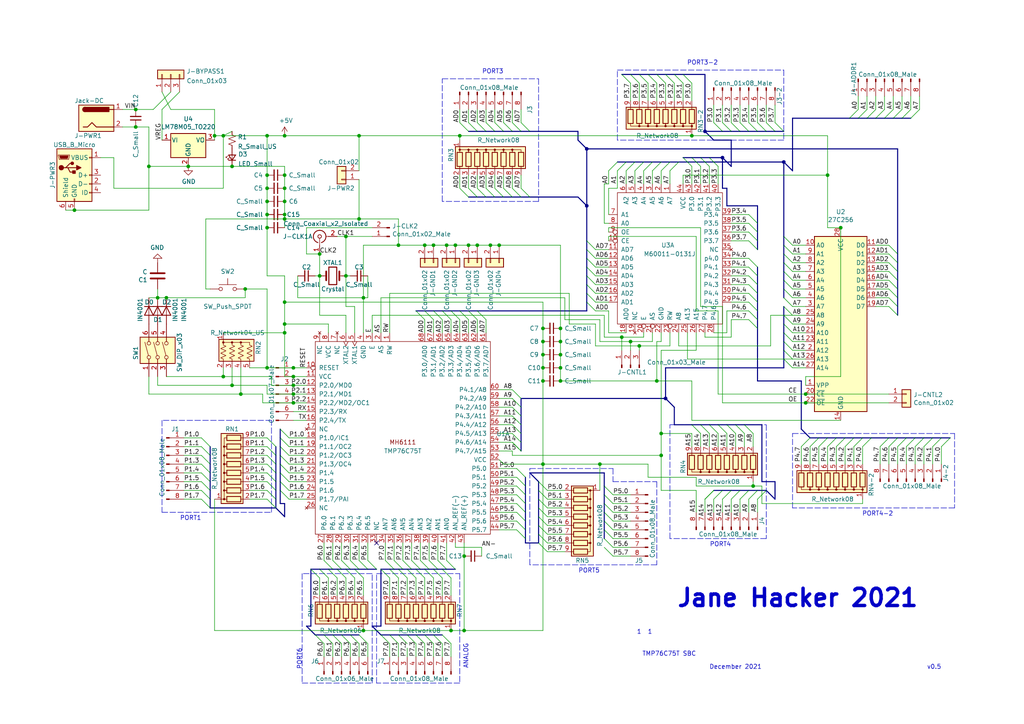
<source format=kicad_sch>
(kicad_sch (version 20211123) (generator eeschema)
  (paper "A4")
  (lib_symbols
    (symbol "Connector:Conn_01x02_Male" (pin_names (offset 1.016) hide)
      (property "Reference" "J" (at 0 2.54 0))
      (property "Value" "Conn_01x02_Male" (at 0 -5.08 0))
      (symbol "Conn_01x02_Male_1_1"
        (pin passive line (at 5.08 0 180) (length 3.81) (name "Pin_1") (number "1"))
        (pin passive line (at 5.08 -2.54 180) (length 3.81) (name "Pin_2") (number "2"))
      )
    )
    (symbol "Connector:Conn_01x03_Male" (pin_names (offset 1.016) hide)
      (property "Reference" "J" (at 0 5.08 0))
      (property "Value" "Conn_01x03_Male" (at 0 -5.08 0))
      (symbol "Conn_01x03_Male_1_1"
        (pin passive line (at 5.08 2.54 180) (length 3.81) (name "Pin_1") (number "1"))
        (pin passive line (at 5.08 0 180) (length 3.81) (name "Pin_2") (number "2"))
        (pin passive line (at 5.08 -2.54 180) (length 3.81) (name "Pin_3") (number "3"))
      )
    )
    (symbol "Connector:Conn_01x06_Male" (pin_names (offset 1.016) hide)
      (property "Reference" "J" (at 0 7.62 0))
      (property "Value" "Conn_01x06_Male" (at 0 -10.16 0))
      (symbol "Conn_01x06_Male_1_1"
        (pin passive line (at 5.08 5.08 180) (length 3.81) (name "Pin_1") (number "1"))
        (pin passive line (at 5.08 2.54 180) (length 3.81) (name "Pin_2") (number "2"))
        (pin passive line (at 5.08 0 180) (length 3.81) (name "Pin_3") (number "3"))
        (pin passive line (at 5.08 -2.54 180) (length 3.81) (name "Pin_4") (number "4"))
        (pin passive line (at 5.08 -5.08 180) (length 3.81) (name "Pin_5") (number "5"))
        (pin passive line (at 5.08 -7.62 180) (length 3.81) (name "Pin_6") (number "6"))
      )
    )
    (symbol "Connector:Conn_01x07_Male" (pin_names (offset 1.016) hide)
      (property "Reference" "J" (at 0 10.16 0))
      (property "Value" "Conn_01x07_Male" (at 0 -10.16 0))
      (symbol "Conn_01x07_Male_1_1"
        (pin passive line (at 5.08 7.62 180) (length 3.81) (name "Pin_1") (number "1"))
        (pin passive line (at 5.08 5.08 180) (length 3.81) (name "Pin_2") (number "2"))
        (pin passive line (at 5.08 2.54 180) (length 3.81) (name "Pin_3") (number "3"))
        (pin passive line (at 5.08 0 180) (length 3.81) (name "Pin_4") (number "4"))
        (pin passive line (at 5.08 -2.54 180) (length 3.81) (name "Pin_5") (number "5"))
        (pin passive line (at 5.08 -5.08 180) (length 3.81) (name "Pin_6") (number "6"))
        (pin passive line (at 5.08 -7.62 180) (length 3.81) (name "Pin_7") (number "7"))
      )
    )
    (symbol "Connector:Conn_01x08_Male" (pin_names (offset 1.016) hide)
      (property "Reference" "J" (at 0 10.16 0))
      (property "Value" "Conn_01x08_Male" (at 0 -12.7 0))
      (symbol "Conn_01x08_Male_1_1"
        (pin passive line (at 5.08 7.62 180) (length 3.81) (name "Pin_1") (number "1"))
        (pin passive line (at 5.08 5.08 180) (length 3.81) (name "Pin_2") (number "2"))
        (pin passive line (at 5.08 2.54 180) (length 3.81) (name "Pin_3") (number "3"))
        (pin passive line (at 5.08 0 180) (length 3.81) (name "Pin_4") (number "4"))
        (pin passive line (at 5.08 -2.54 180) (length 3.81) (name "Pin_5") (number "5"))
        (pin passive line (at 5.08 -5.08 180) (length 3.81) (name "Pin_6") (number "6"))
        (pin passive line (at 5.08 -7.62 180) (length 3.81) (name "Pin_7") (number "7"))
        (pin passive line (at 5.08 -10.16 180) (length 3.81) (name "Pin_8") (number "8"))
      )
    )
    (symbol "Connector:Conn_Coaxial_x2_Isolated" (pin_names (offset 1.016) hide)
      (property "Reference" "J" (at 0.254 3.048 0))
      (property "Value" "Conn_Coaxial_x2_Isolated" (at 2.921 0 90))
      (symbol "Conn_Coaxial_x2_Isolated_1_1"
        (pin passive line (at -5.08 0 0) (length 2.54) (name "In1") (number "1"))
        (pin passive line (at 0 -5.08 90) (length 2.54) (name "Ext1") (number "2"))
      )
      (symbol "Conn_Coaxial_x2_Isolated_2_1"
        (pin passive line (at -5.08 0 0) (length 2.54) (name "In2") (number "3"))
        (pin passive line (at 0 -5.08 90) (length 2.54) (name "Ext2") (number "4"))
      )
    )
    (symbol "Connector:Jack-DC" (pin_names (offset 1.016))
      (property "Reference" "J" (at 0 5.334 0))
      (property "Value" "Jack-DC" (at 0 -5.08 0))
      (symbol "Jack-DC_1_1"
        (pin passive line (at 7.62 2.54 180) (length 2.54) (name "~") (number "1"))
        (pin passive line (at 7.62 -2.54 180) (length 2.54) (name "~") (number "2"))
      )
    )
    (symbol "Connector:USB_B_Micro" (pin_names (offset 1.016))
      (property "Reference" "J" (at -5.08 11.43 0))
      (property "Value" "USB_B_Micro" (at -5.08 8.89 0))
      (symbol "USB_B_Micro_1_1"
        (pin power_out line (at 7.62 5.08 180) (length 2.54) (name "VBUS") (number "1"))
        (pin bidirectional line (at 7.62 -2.54 180) (length 2.54) (name "D-") (number "2"))
        (pin bidirectional line (at 7.62 0 180) (length 2.54) (name "D+") (number "3"))
        (pin passive line (at 7.62 -5.08 180) (length 2.54) (name "ID") (number "4"))
        (pin power_out line (at 0 -10.16 90) (length 2.54) (name "GND") (number "5"))
        (pin passive line (at -2.54 -10.16 90) (length 2.54) (name "Shield") (number "6"))
      )
    )
    (symbol "Connector_Generic:Conn_01x02" (pin_names (offset 1.016) hide)
      (property "Reference" "J" (at 0 2.54 0))
      (property "Value" "Conn_01x02" (at 0 -5.08 0))
      (symbol "Conn_01x02_1_1"
        (pin passive line (at -5.08 0 0) (length 3.81) (name "Pin_1") (number "1"))
        (pin passive line (at -5.08 -2.54 0) (length 3.81) (name "Pin_2") (number "2"))
      )
    )
    (symbol "Connector_Generic:Conn_01x03" (pin_names (offset 1.016) hide)
      (property "Reference" "J" (at 0 5.08 0))
      (property "Value" "Conn_01x03" (at 0 -5.08 0))
      (symbol "Conn_01x03_1_1"
        (pin passive line (at -5.08 2.54 0) (length 3.81) (name "Pin_1") (number "1"))
        (pin passive line (at -5.08 0 0) (length 3.81) (name "Pin_2") (number "2"))
        (pin passive line (at -5.08 -2.54 0) (length 3.81) (name "Pin_3") (number "3"))
      )
    )
    (symbol "Device:C" (pin_numbers hide) (pin_names (offset 0.254))
      (property "Reference" "C" (at 0.635 2.54 0))
      (property "Value" "C" (at 0.635 -2.54 0))
      (symbol "C_1_1"
        (pin passive line (at 0 3.81 270) (length 2.794) (name "~") (number "1"))
        (pin passive line (at 0 -3.81 90) (length 2.794) (name "~") (number "2"))
      )
    )
    (symbol "Device:C_Small" (pin_numbers hide) (pin_names (offset 0.254) hide)
      (property "Reference" "C" (at 0.254 1.778 0))
      (property "Value" "C_Small" (at 0.254 -2.032 0))
      (symbol "C_Small_1_1"
        (pin passive line (at 0 2.54 270) (length 2.032) (name "~") (number "1"))
        (pin passive line (at 0 -2.54 90) (length 2.032) (name "~") (number "2"))
      )
    )
    (symbol "Device:Crystal" (pin_numbers hide) (pin_names (offset 1.016) hide)
      (property "Reference" "Y" (at 0 3.81 0))
      (property "Value" "Crystal" (at 0 -3.81 0))
      (symbol "Crystal_1_1"
        (pin passive line (at -3.81 0 0) (length 1.27) (name "1") (number "1"))
        (pin passive line (at 3.81 0 180) (length 1.27) (name "2") (number "2"))
      )
    )
    (symbol "Device:D" (pin_numbers hide) (pin_names (offset 1.016) hide)
      (property "Reference" "D" (at 0 2.54 0))
      (property "Value" "D" (at 0 -2.54 0))
      (symbol "D_1_1"
        (pin passive line (at -3.81 0 0) (length 2.54) (name "K") (number "1"))
        (pin passive line (at 3.81 0 180) (length 2.54) (name "A") (number "2"))
      )
    )
    (symbol "Device:LED_Small" (pin_numbers hide) (pin_names (offset 0.254) hide)
      (property "Reference" "D" (at -1.27 3.175 0))
      (property "Value" "LED_Small" (at -4.445 -2.54 0))
      (symbol "LED_Small_1_1"
        (pin passive line (at -2.54 0 0) (length 1.778) (name "K") (number "1"))
        (pin passive line (at 2.54 0 180) (length 1.778) (name "A") (number "2"))
      )
    )
    (symbol "Device:R_Network04_US" (pin_names (offset 0) hide)
      (property "Reference" "RN" (at -7.62 0 90))
      (property "Value" "R_Network04_US" (at 5.08 0 90))
      (symbol "R_Network04_US_1_1"
        (pin passive line (at -5.08 5.08 270) (length 2.54) (name "common") (number "1"))
        (pin passive line (at -5.08 -5.08 90) (length 1.27) (name "R1") (number "2"))
        (pin passive line (at -2.54 -5.08 90) (length 1.27) (name "R2") (number "3"))
        (pin passive line (at 0 -5.08 90) (length 1.27) (name "R3") (number "4"))
        (pin passive line (at 2.54 -5.08 90) (length 1.27) (name "R4") (number "5"))
      )
    )
    (symbol "Device:R_Network06" (pin_names (offset 0) hide)
      (property "Reference" "RN" (at -10.16 0 90))
      (property "Value" "R_Network06" (at 7.62 0 90))
      (symbol "R_Network06_1_1"
        (pin passive line (at -7.62 5.08 270) (length 2.54) (name "common") (number "1"))
        (pin passive line (at -7.62 -5.08 90) (length 1.27) (name "R1") (number "2"))
        (pin passive line (at -5.08 -5.08 90) (length 1.27) (name "R2") (number "3"))
        (pin passive line (at -2.54 -5.08 90) (length 1.27) (name "R3") (number "4"))
        (pin passive line (at 0 -5.08 90) (length 1.27) (name "R4") (number "5"))
        (pin passive line (at 2.54 -5.08 90) (length 1.27) (name "R5") (number "6"))
        (pin passive line (at 5.08 -5.08 90) (length 1.27) (name "R6") (number "7"))
      )
    )
    (symbol "Device:R_Network08" (pin_names (offset 0) hide)
      (property "Reference" "RN" (at -12.7 0 90))
      (property "Value" "R_Network08" (at 10.16 0 90))
      (symbol "R_Network08_1_1"
        (pin passive line (at -10.16 5.08 270) (length 2.54) (name "common") (number "1"))
        (pin passive line (at -10.16 -5.08 90) (length 1.27) (name "R1") (number "2"))
        (pin passive line (at -7.62 -5.08 90) (length 1.27) (name "R2") (number "3"))
        (pin passive line (at -5.08 -5.08 90) (length 1.27) (name "R3") (number "4"))
        (pin passive line (at -2.54 -5.08 90) (length 1.27) (name "R4") (number "5"))
        (pin passive line (at 0 -5.08 90) (length 1.27) (name "R5") (number "6"))
        (pin passive line (at 2.54 -5.08 90) (length 1.27) (name "R6") (number "7"))
        (pin passive line (at 5.08 -5.08 90) (length 1.27) (name "R7") (number "8"))
        (pin passive line (at 7.62 -5.08 90) (length 1.27) (name "R8") (number "9"))
      )
    )
    (symbol "Device:R_Small_US" (pin_numbers hide) (pin_names (offset 0.254) hide)
      (property "Reference" "R" (at 0.762 0.508 0))
      (property "Value" "R_Small_US" (at 0.762 -1.016 0))
      (symbol "R_Small_US_1_1"
        (pin passive line (at 0 2.54 270) (length 1.016) (name "~") (number "1"))
        (pin passive line (at 0 -2.54 90) (length 1.016) (name "~") (number "2"))
      )
    )
    (symbol "Jane Hacker:M60011-0131J" (pin_names (offset 1.016))
      (property "Reference" "U" (at -6.35 2.54 0))
      (property "Value" "M60011-0131J" (at -6.35 0 0))
      (symbol "M60011-0131J_1_1"
        (pin output line (at -5.08 21.59 270) (length 2.54) (name "A7") (number "1"))
        (pin input inverted (at -22.86 5.08 0) (length 2.54) (name "CE") (number "10"))
        (pin input line (at -22.86 2.54 0) (length 2.54) (name "AD7") (number "11"))
        (pin input line (at -22.86 0 0) (length 2.54) (name "AD6") (number "12"))
        (pin input line (at -22.86 -2.54 0) (length 2.54) (name "AD5") (number "13"))
        (pin input line (at -22.86 -5.08 0) (length 2.54) (name "AD4") (number "14"))
        (pin input line (at -22.86 -7.62 0) (length 2.54) (name "AD3") (number "15"))
        (pin input line (at -22.86 -10.16 0) (length 2.54) (name "AD2") (number "16"))
        (pin input line (at -22.86 -12.7 0) (length 2.54) (name "AD1") (number "17"))
        (pin input line (at -17.78 -21.59 90) (length 2.54) (name "AD0") (number "18"))
        (pin no_connect line (at -15.24 -21.59 90) (length 2.54) (name "NC") (number "19"))
        (pin output line (at -7.62 21.59 270) (length 2.54) (name "A6") (number "2"))
        (pin input inverted (at -12.7 -21.59 90) (length 2.54) (name "E") (number "20"))
        (pin input inverted (at -10.16 -21.59 90) (length 2.54) (name "AS") (number "21"))
        (pin power_in line (at -7.62 -21.59 90) (length 2.54) (name "GND") (number "22"))
        (pin input inverted (at -5.08 -21.59 90) (length 2.54) (name "RW") (number "23"))
        (pin input line (at -2.54 -21.59 90) (length 2.54) (name "A8") (number "24"))
        (pin input line (at 0 -21.59 90) (length 2.54) (name "A13") (number "25"))
        (pin input line (at 2.54 -21.59 90) (length 2.54) (name "A15") (number "26"))
        (pin bidirectional line (at 5.08 -21.59 90) (length 2.54) (name "P4.7") (number "27"))
        (pin bidirectional line (at 7.62 -21.59 90) (length 2.54) (name "P4.6") (number "28"))
        (pin bidirectional line (at 12.7 -12.7 180) (length 2.54) (name "P4.5") (number "29"))
        (pin output line (at -10.16 21.59 270) (length 2.54) (name "A5") (number "3"))
        (pin bidirectional line (at 12.7 -10.16 180) (length 2.54) (name "P4.4") (number "30"))
        (pin bidirectional line (at 12.7 -7.62 180) (length 2.54) (name "P4.3") (number "31"))
        (pin bidirectional line (at 12.7 -5.08 180) (length 2.54) (name "P4.2") (number "32"))
        (pin bidirectional line (at 12.7 -2.54 180) (length 2.54) (name "P4.1") (number "33"))
        (pin bidirectional line (at 12.7 0 180) (length 2.54) (name "p4.0") (number "34"))
        (pin no_connect line (at 12.7 2.54 180) (length 2.54) (name "NC") (number "35"))
        (pin bidirectional line (at 12.7 5.08 180) (length 2.54) (name "P3.7") (number "36"))
        (pin bidirectional line (at 12.7 7.62 180) (length 2.54) (name "P3.6") (number "37"))
        (pin bidirectional line (at 12.7 10.16 180) (length 2.54) (name "P3.5") (number "38"))
        (pin bidirectional line (at 12.7 12.7 180) (length 2.54) (name "P3.4") (number "39"))
        (pin output line (at -12.7 21.59 270) (length 2.54) (name "A4") (number "4"))
        (pin bidirectional line (at 8.89 21.59 270) (length 2.54) (name "P3.3") (number "40"))
        (pin bidirectional line (at 6.35 21.59 270) (length 2.54) (name "P3.2") (number "41"))
        (pin bidirectional line (at 3.81 21.59 270) (length 2.54) (name "P3.1") (number "42"))
        (pin bidirectional line (at 1.27 21.59 270) (length 2.54) (name "P3.0") (number "43"))
        (pin power_in line (at -1.27 21.59 270) (length 2.54) (name "VCC") (number "44"))
        (pin output line (at -15.24 21.59 270) (length 2.54) (name "A3") (number "5"))
        (pin output line (at -17.78 21.59 270) (length 2.54) (name "A2") (number "6"))
        (pin output line (at -22.86 12.7 0) (length 2.54) (name "A1") (number "7"))
        (pin output line (at -22.86 10.16 0) (length 2.54) (name "A0") (number "8"))
        (pin input inverted (at -22.86 7.62 0) (length 2.54) (name "OE") (number "9"))
      )
      (symbol "M60011-0131J_2_1"
        (pin output line (at -5.08 21.59 270) (length 2.54) (name "A7") (number "1-UB"))
        (pin input inverted (at -22.86 5.08 0) (length 2.54) (name "CE") (number "10-UB"))
        (pin input line (at -22.86 2.54 0) (length 2.54) (name "AD7") (number "11-UB"))
        (pin input line (at -22.86 0 0) (length 2.54) (name "AD6") (number "12-UB"))
        (pin input line (at -22.86 -2.54 0) (length 2.54) (name "AD5") (number "13-UB"))
        (pin input line (at -22.86 -5.08 0) (length 2.54) (name "AD4") (number "14-UB"))
        (pin input line (at -22.86 -7.62 0) (length 2.54) (name "AD3") (number "15-UB"))
        (pin input line (at -22.86 -10.16 0) (length 2.54) (name "AD2") (number "16-UB"))
        (pin input line (at -22.86 -12.7 0) (length 2.54) (name "AD1") (number "17-UB"))
        (pin input line (at -17.78 -21.59 90) (length 2.54) (name "AD0") (number "18-UB"))
        (pin no_connect line (at -15.24 -21.59 90) (length 2.54) (name "NC") (number "19-UB"))
        (pin output line (at -7.62 21.59 270) (length 2.54) (name "A6") (number "2-UB"))
        (pin input inverted (at -10.16 -21.59 90) (length 2.54) (name "AS") (number "21-UB"))
        (pin power_in line (at -7.62 -21.59 90) (length 2.54) (name "GND") (number "22-UB"))
        (pin input line (at -2.54 -21.59 90) (length 2.54) (name "A8") (number "24-UB"))
        (pin input line (at 0 -21.59 90) (length 2.54) (name "A13") (number "25-UB"))
        (pin input line (at 2.54 -21.59 90) (length 2.54) (name "A15") (number "26-UB"))
        (pin bidirectional line (at 5.08 -21.59 90) (length 2.54) (name "P4.7") (number "27-UB"))
        (pin bidirectional line (at 7.62 -21.59 90) (length 2.54) (name "P4.6") (number "28-UB"))
        (pin bidirectional line (at 12.7 -12.7 180) (length 2.54) (name "P4.5") (number "29-UB"))
        (pin output line (at -10.16 21.59 270) (length 2.54) (name "A5") (number "3-UB"))
        (pin output line (at 12.7 -7.62 90) (length 2.54) (name "P4.3") (number "31-UB"))
        (pin bidirectional line (at 12.7 -2.54 180) (length 2.54) (name "P4.1") (number "33-UB"))
        (pin bidirectional line (at 12.7 0 180) (length 2.54) (name "p4.0") (number "34-UB"))
        (pin no_connect line (at 12.7 2.54 180) (length 2.54) (name "NC") (number "35-UB"))
        (pin bidirectional line (at 12.7 5.08 180) (length 2.54) (name "P3.7") (number "36-UB"))
        (pin bidirectional line (at 12.7 7.62 180) (length 2.54) (name "P3.6") (number "37-UB"))
        (pin bidirectional line (at 12.7 10.16 180) (length 2.54) (name "P3.5") (number "38-UB"))
        (pin bidirectional line (at 12.7 12.7 180) (length 2.54) (name "P3.4") (number "39-UB"))
        (pin output line (at -12.7 21.59 270) (length 2.54) (name "A4") (number "4-UB"))
        (pin bidirectional line (at 8.89 21.59 270) (length 2.54) (name "P3.3") (number "40-UB"))
        (pin bidirectional line (at 6.35 21.59 270) (length 2.54) (name "P3.2") (number "41-UB"))
        (pin bidirectional line (at 3.81 21.59 270) (length 2.54) (name "P3.1") (number "42-UB"))
        (pin bidirectional line (at 1.27 21.59 270) (length 2.54) (name "P3.0") (number "43-UB"))
        (pin power_in line (at -1.27 21.59 270) (length 2.54) (name "VCC") (number "44-UB"))
        (pin output line (at -15.24 21.59 270) (length 2.54) (name "A3") (number "5-UB"))
        (pin output line (at -17.78 21.59 270) (length 2.54) (name "A2") (number "6-UB"))
        (pin output line (at -22.86 12.7 0) (length 2.54) (name "A1") (number "7-UB"))
        (pin output line (at -22.86 10.16 0) (length 2.54) (name "A0") (number "8-UB"))
        (pin input inverted (at -12.7 -21.59 90) (length 2.54) (name "E") (number "~{-UB}"))
        (pin input inverted (at -22.86 7.62 0) (length 2.54) (name "OE") (number "~{-UB}"))
        (pin input inverted (at -5.08 -21.59 90) (length 2.54) (name "RW") (number "~{-UB}"))
      )
      (symbol "M60011-0131J_3_1"
        (pin output line (at -5.08 21.59 270) (length 2.54) (name "A7") (number "1-UC"))
        (pin input inverted (at -22.86 5.08 0) (length 2.54) (name "CE") (number "10-UC"))
        (pin input line (at -22.86 2.54 0) (length 2.54) (name "AD7") (number "11-UC"))
        (pin input line (at -22.86 0 0) (length 2.54) (name "AD6") (number "12-UC"))
        (pin input line (at -22.86 -2.54 0) (length 2.54) (name "AD5") (number "13-UC"))
        (pin input line (at -22.86 -5.08 0) (length 2.54) (name "AD4") (number "14-UC"))
        (pin input line (at -22.86 -7.62 0) (length 2.54) (name "AD3") (number "15-UC"))
        (pin input line (at -22.86 -10.16 0) (length 2.54) (name "AD2") (number "16-UC"))
        (pin input line (at -22.86 -12.7 0) (length 2.54) (name "AD1") (number "17-UC"))
        (pin input line (at -17.78 -21.59 90) (length 2.54) (name "AD0") (number "18-UC"))
        (pin no_connect line (at -15.24 -21.59 90) (length 2.54) (name "NC") (number "19-UC"))
        (pin output line (at -7.62 21.59 270) (length 2.54) (name "A6") (number "2-UC"))
        (pin input inverted (at -10.16 -21.59 90) (length 2.54) (name "AS") (number "21-UC"))
        (pin power_in line (at -7.62 -21.59 90) (length 2.54) (name "GND") (number "22-UC"))
        (pin input line (at -2.54 -21.59 90) (length 2.54) (name "A8") (number "24-UC"))
        (pin input line (at 0 -21.59 90) (length 2.54) (name "A13") (number "25-UC"))
        (pin input line (at 2.54 -21.59 90) (length 2.54) (name "A15") (number "26-UC"))
        (pin bidirectional line (at 5.08 -21.59 90) (length 2.54) (name "P4.7") (number "27-UC"))
        (pin bidirectional line (at 7.62 -21.59 90) (length 2.54) (name "P4.6") (number "28-UC"))
        (pin bidirectional line (at 12.7 -12.7 180) (length 2.54) (name "P4.5") (number "29-UC"))
        (pin output line (at -10.16 21.59 270) (length 2.54) (name "A5") (number "3-UC"))
        (pin output line (at 12.7 -7.62 90) (length 2.54) (name "P4.3") (number "31-UC"))
        (pin bidirectional line (at 12.7 -2.54 180) (length 2.54) (name "P4.1") (number "33-UC"))
        (pin bidirectional line (at 12.7 0 180) (length 2.54) (name "p4.0") (number "34-UC"))
        (pin no_connect line (at 12.7 2.54 180) (length 2.54) (name "NC") (number "35-UC"))
        (pin bidirectional line (at 12.7 5.08 180) (length 2.54) (name "P3.7") (number "36-UC"))
        (pin bidirectional line (at 12.7 7.62 180) (length 2.54) (name "P3.6") (number "37-UC"))
        (pin bidirectional line (at 12.7 10.16 180) (length 2.54) (name "P3.5") (number "38-UC"))
        (pin bidirectional line (at 12.7 12.7 180) (length 2.54) (name "P3.4") (number "39-UC"))
        (pin output line (at -12.7 21.59 270) (length 2.54) (name "A4") (number "4-UC"))
        (pin bidirectional line (at 8.89 21.59 270) (length 2.54) (name "P3.3") (number "40-UC"))
        (pin bidirectional line (at 6.35 21.59 270) (length 2.54) (name "P3.2") (number "41-UC"))
        (pin bidirectional line (at 3.81 21.59 270) (length 2.54) (name "P3.1") (number "42-UC"))
        (pin bidirectional line (at 1.27 21.59 270) (length 2.54) (name "P3.0") (number "43-UC"))
        (pin power_in line (at -1.27 21.59 270) (length 2.54) (name "VCC") (number "44-UC"))
        (pin output line (at -15.24 21.59 270) (length 2.54) (name "A3") (number "5-UC"))
        (pin output line (at -17.78 21.59 270) (length 2.54) (name "A2") (number "6-UC"))
        (pin output line (at -22.86 12.7 0) (length 2.54) (name "A1") (number "7-UC"))
        (pin output line (at -22.86 10.16 0) (length 2.54) (name "A0") (number "8-UC"))
        (pin input inverted (at -12.7 -21.59 90) (length 2.54) (name "E") (number "~{-UC}"))
        (pin input inverted (at -22.86 7.62 0) (length 2.54) (name "OE") (number "~{-UC}"))
        (pin input inverted (at -5.08 -21.59 90) (length 2.54) (name "RW") (number "~{-UC}"))
      )
      (symbol "M60011-0131J_4_1"
        (pin output line (at -5.08 21.59 270) (length 2.54) (name "A7") (number "1-UD"))
        (pin input inverted (at -22.86 5.08 0) (length 2.54) (name "CE") (number "10-UD"))
        (pin input line (at -22.86 2.54 0) (length 2.54) (name "AD7") (number "11-UD"))
        (pin input line (at -22.86 0 0) (length 2.54) (name "AD6") (number "12-UD"))
        (pin input line (at -22.86 -2.54 0) (length 2.54) (name "AD5") (number "13-UD"))
        (pin input line (at -22.86 -5.08 0) (length 2.54) (name "AD4") (number "14-UD"))
        (pin input line (at -22.86 -7.62 0) (length 2.54) (name "AD3") (number "15-UD"))
        (pin input line (at -22.86 -10.16 0) (length 2.54) (name "AD2") (number "16-UD"))
        (pin input line (at -22.86 -12.7 0) (length 2.54) (name "AD1") (number "17-UD"))
        (pin input line (at -17.78 -21.59 90) (length 2.54) (name "AD0") (number "18-UD"))
        (pin no_connect line (at -15.24 -21.59 90) (length 2.54) (name "NC") (number "19-UD"))
        (pin output line (at -7.62 21.59 270) (length 2.54) (name "A6") (number "2-UD"))
        (pin input inverted (at -10.16 -21.59 90) (length 2.54) (name "AS") (number "21-UD"))
        (pin power_in line (at -7.62 -21.59 90) (length 2.54) (name "GND") (number "22-UD"))
        (pin input line (at -2.54 -21.59 90) (length 2.54) (name "A8") (number "24-UD"))
        (pin input line (at 0 -21.59 90) (length 2.54) (name "A13") (number "25-UD"))
        (pin input line (at 2.54 -21.59 90) (length 2.54) (name "A15") (number "26-UD"))
        (pin bidirectional line (at 5.08 -21.59 90) (length 2.54) (name "P4.7") (number "27-UD"))
        (pin bidirectional line (at 7.62 -21.59 90) (length 2.54) (name "P4.6") (number "28-UD"))
        (pin bidirectional line (at 12.7 -12.7 180) (length 2.54) (name "P4.5") (number "29-UD"))
        (pin output line (at -10.16 21.59 270) (length 2.54) (name "A5") (number "3-UD"))
        (pin output line (at 12.7 -7.62 90) (length 2.54) (name "P4.3") (number "31-UD"))
        (pin bidirectional line (at 12.7 -2.54 180) (length 2.54) (name "P4.1") (number "33-UD"))
        (pin bidirectional line (at 12.7 0 180) (length 2.54) (name "p4.0") (number "34-UD"))
        (pin no_connect line (at 12.7 2.54 180) (length 2.54) (name "NC") (number "35-UD"))
        (pin bidirectional line (at 12.7 5.08 180) (length 2.54) (name "P3.7") (number "36-UD"))
        (pin bidirectional line (at 12.7 7.62 180) (length 2.54) (name "P3.6") (number "37-UD"))
        (pin bidirectional line (at 12.7 10.16 180) (length 2.54) (name "P3.5") (number "38-UD"))
        (pin bidirectional line (at 12.7 12.7 180) (length 2.54) (name "P3.4") (number "39-UD"))
        (pin output line (at -12.7 21.59 270) (length 2.54) (name "A4") (number "4-UD"))
        (pin bidirectional line (at 8.89 21.59 270) (length 2.54) (name "P3.3") (number "40-UD"))
        (pin bidirectional line (at 6.35 21.59 270) (length 2.54) (name "P3.2") (number "41-UD"))
        (pin bidirectional line (at 3.81 21.59 270) (length 2.54) (name "P3.1") (number "42-UD"))
        (pin bidirectional line (at 1.27 21.59 270) (length 2.54) (name "P3.0") (number "43-UD"))
        (pin power_in line (at -1.27 21.59 270) (length 2.54) (name "VCC") (number "44-UD"))
        (pin output line (at -15.24 21.59 270) (length 2.54) (name "A3") (number "5-UD"))
        (pin output line (at -17.78 21.59 270) (length 2.54) (name "A2") (number "6-UD"))
        (pin output line (at -22.86 12.7 0) (length 2.54) (name "A1") (number "7-UD"))
        (pin output line (at -22.86 10.16 0) (length 2.54) (name "A0") (number "8-UD"))
        (pin input inverted (at -12.7 -21.59 90) (length 2.54) (name "E") (number "~{-UD}"))
        (pin input inverted (at -22.86 7.62 0) (length 2.54) (name "OE") (number "~{-UD}"))
        (pin input inverted (at -5.08 -21.59 90) (length 2.54) (name "RW") (number "~{-UD}"))
      )
      (symbol "M60011-0131J_5_1"
        (pin output line (at -5.08 21.59 270) (length 2.54) (name "A7") (number "1-UE"))
        (pin input inverted (at -22.86 5.08 0) (length 2.54) (name "CE") (number "10-UE"))
        (pin input line (at -22.86 2.54 0) (length 2.54) (name "AD7") (number "11-UE"))
        (pin input line (at -22.86 0 0) (length 2.54) (name "AD6") (number "12-UE"))
        (pin input line (at -22.86 -2.54 0) (length 2.54) (name "AD5") (number "13-UE"))
        (pin input line (at -22.86 -5.08 0) (length 2.54) (name "AD4") (number "14-UE"))
        (pin input line (at -22.86 -7.62 0) (length 2.54) (name "AD3") (number "15-UE"))
        (pin input line (at -22.86 -10.16 0) (length 2.54) (name "AD2") (number "16-UE"))
        (pin input line (at -22.86 -12.7 0) (length 2.54) (name "AD1") (number "17-UE"))
        (pin input line (at -17.78 -21.59 90) (length 2.54) (name "AD0") (number "18-UE"))
        (pin no_connect line (at -15.24 -21.59 90) (length 2.54) (name "NC") (number "19-UE"))
        (pin output line (at -7.62 21.59 270) (length 2.54) (name "A6") (number "2-UE"))
        (pin input inverted (at -10.16 -21.59 90) (length 2.54) (name "AS") (number "21-UE"))
        (pin power_in line (at -7.62 -21.59 90) (length 2.54) (name "GND") (number "22-UE"))
        (pin input line (at -2.54 -21.59 90) (length 2.54) (name "A8") (number "24-UE"))
        (pin input line (at 0 -21.59 90) (length 2.54) (name "A13") (number "25-UE"))
        (pin input line (at 2.54 -21.59 90) (length 2.54) (name "A15") (number "26-UE"))
        (pin bidirectional line (at 5.08 -21.59 90) (length 2.54) (name "P4.7") (number "27-UE"))
        (pin bidirectional line (at 7.62 -21.59 90) (length 2.54) (name "P4.6") (number "28-UE"))
        (pin bidirectional line (at 12.7 -12.7 180) (length 2.54) (name "P4.5") (number "29-UE"))
        (pin output line (at -10.16 21.59 270) (length 2.54) (name "A5") (number "3-UE"))
        (pin output line (at 12.7 -7.62 90) (length 2.54) (name "P4.3") (number "31-UE"))
        (pin bidirectional line (at 12.7 -2.54 180) (length 2.54) (name "P4.1") (number "33-UE"))
        (pin bidirectional line (at 12.7 0 180) (length 2.54) (name "p4.0") (number "34-UE"))
        (pin no_connect line (at 12.7 2.54 180) (length 2.54) (name "NC") (number "35-UE"))
        (pin bidirectional line (at 12.7 5.08 180) (length 2.54) (name "P3.7") (number "36-UE"))
        (pin bidirectional line (at 12.7 7.62 180) (length 2.54) (name "P3.6") (number "37-UE"))
        (pin bidirectional line (at 12.7 10.16 180) (length 2.54) (name "P3.5") (number "38-UE"))
        (pin bidirectional line (at 12.7 12.7 180) (length 2.54) (name "P3.4") (number "39-UE"))
        (pin output line (at -12.7 21.59 270) (length 2.54) (name "A4") (number "4-UE"))
        (pin bidirectional line (at 8.89 21.59 270) (length 2.54) (name "P3.3") (number "40-UE"))
        (pin bidirectional line (at 6.35 21.59 270) (length 2.54) (name "P3.2") (number "41-UE"))
        (pin bidirectional line (at 3.81 21.59 270) (length 2.54) (name "P3.1") (number "42-UE"))
        (pin bidirectional line (at 1.27 21.59 270) (length 2.54) (name "P3.0") (number "43-UE"))
        (pin power_in line (at -1.27 21.59 270) (length 2.54) (name "VCC") (number "44-UE"))
        (pin output line (at -15.24 21.59 270) (length 2.54) (name "A3") (number "5-UE"))
        (pin output line (at -17.78 21.59 270) (length 2.54) (name "A2") (number "6-UE"))
        (pin output line (at -22.86 12.7 0) (length 2.54) (name "A1") (number "7-UE"))
        (pin output line (at -22.86 10.16 0) (length 2.54) (name "A0") (number "8-UE"))
        (pin input inverted (at -12.7 -21.59 90) (length 2.54) (name "E") (number "~{-UE}"))
        (pin input inverted (at -22.86 7.62 0) (length 2.54) (name "OE") (number "~{-UE}"))
        (pin input inverted (at -5.08 -21.59 90) (length 2.54) (name "RW") (number "~{-UE}"))
      )
      (symbol "M60011-0131J_6_1"
        (pin output line (at -5.08 21.59 270) (length 2.54) (name "A7") (number "1-UF"))
        (pin input inverted (at -22.86 5.08 0) (length 2.54) (name "CE") (number "10-UF"))
        (pin input line (at -22.86 2.54 0) (length 2.54) (name "AD7") (number "11-UF"))
        (pin input line (at -22.86 0 0) (length 2.54) (name "AD6") (number "12-UF"))
        (pin input line (at -22.86 -2.54 0) (length 2.54) (name "AD5") (number "13-UF"))
        (pin input line (at -22.86 -5.08 0) (length 2.54) (name "AD4") (number "14-UF"))
        (pin input line (at -22.86 -7.62 0) (length 2.54) (name "AD3") (number "15-UF"))
        (pin input line (at -22.86 -10.16 0) (length 2.54) (name "AD2") (number "16-UF"))
        (pin input line (at -22.86 -12.7 0) (length 2.54) (name "AD1") (number "17-UF"))
        (pin input line (at -17.78 -21.59 90) (length 2.54) (name "AD0") (number "18-UF"))
        (pin no_connect line (at -15.24 -21.59 90) (length 2.54) (name "NC") (number "19-UF"))
        (pin output line (at -7.62 21.59 270) (length 2.54) (name "A6") (number "2-UF"))
        (pin input inverted (at -10.16 -21.59 90) (length 2.54) (name "AS") (number "21-UF"))
        (pin power_in line (at -7.62 -21.59 90) (length 2.54) (name "GND") (number "22-UF"))
        (pin input line (at -2.54 -21.59 90) (length 2.54) (name "A8") (number "24-UF"))
        (pin input line (at 0 -21.59 90) (length 2.54) (name "A13") (number "25-UF"))
        (pin input line (at 2.54 -21.59 90) (length 2.54) (name "A15") (number "26-UF"))
        (pin bidirectional line (at 5.08 -21.59 90) (length 2.54) (name "P4.7") (number "27-UF"))
        (pin bidirectional line (at 7.62 -21.59 90) (length 2.54) (name "P4.6") (number "28-UF"))
        (pin bidirectional line (at 12.7 -12.7 180) (length 2.54) (name "P4.5") (number "29-UF"))
        (pin output line (at -10.16 21.59 270) (length 2.54) (name "A5") (number "3-UF"))
        (pin output line (at 12.7 -7.62 90) (length 2.54) (name "P4.3") (number "31-UF"))
        (pin bidirectional line (at 12.7 -2.54 180) (length 2.54) (name "P4.1") (number "33-UF"))
        (pin bidirectional line (at 12.7 0 180) (length 2.54) (name "p4.0") (number "34-UF"))
        (pin no_connect line (at 12.7 2.54 180) (length 2.54) (name "NC") (number "35-UF"))
        (pin bidirectional line (at 12.7 5.08 180) (length 2.54) (name "P3.7") (number "36-UF"))
        (pin bidirectional line (at 12.7 7.62 180) (length 2.54) (name "P3.6") (number "37-UF"))
        (pin bidirectional line (at 12.7 10.16 180) (length 2.54) (name "P3.5") (number "38-UF"))
        (pin bidirectional line (at 12.7 12.7 180) (length 2.54) (name "P3.4") (number "39-UF"))
        (pin output line (at -12.7 21.59 270) (length 2.54) (name "A4") (number "4-UF"))
        (pin bidirectional line (at 8.89 21.59 270) (length 2.54) (name "P3.3") (number "40-UF"))
        (pin bidirectional line (at 6.35 21.59 270) (length 2.54) (name "P3.2") (number "41-UF"))
        (pin bidirectional line (at 3.81 21.59 270) (length 2.54) (name "P3.1") (number "42-UF"))
        (pin bidirectional line (at 1.27 21.59 270) (length 2.54) (name "P3.0") (number "43-UF"))
        (pin power_in line (at -1.27 21.59 270) (length 2.54) (name "VCC") (number "44-UF"))
        (pin output line (at -15.24 21.59 270) (length 2.54) (name "A3") (number "5-UF"))
        (pin output line (at -17.78 21.59 270) (length 2.54) (name "A2") (number "6-UF"))
        (pin output line (at -22.86 12.7 0) (length 2.54) (name "A1") (number "7-UF"))
        (pin output line (at -22.86 10.16 0) (length 2.54) (name "A0") (number "8-UF"))
        (pin input inverted (at -12.7 -21.59 90) (length 2.54) (name "E") (number "~{-UF}"))
        (pin input inverted (at -22.86 7.62 0) (length 2.54) (name "OE") (number "~{-UF}"))
        (pin input inverted (at -5.08 -21.59 90) (length 2.54) (name "RW") (number "~{-UF}"))
      )
      (symbol "M60011-0131J_7_1"
        (pin output line (at -5.08 21.59 270) (length 2.54) (name "A7") (number "1-UG"))
        (pin input inverted (at -22.86 5.08 0) (length 2.54) (name "CE") (number "10-UG"))
        (pin input line (at -22.86 2.54 0) (length 2.54) (name "AD7") (number "11-UG"))
        (pin input line (at -22.86 0 0) (length 2.54) (name "AD6") (number "12-UG"))
        (pin input line (at -22.86 -2.54 0) (length 2.54) (name "AD5") (number "13-UG"))
        (pin input line (at -22.86 -5.08 0) (length 2.54) (name "AD4") (number "14-UG"))
        (pin input line (at -22.86 -7.62 0) (length 2.54) (name "AD3") (number "15-UG"))
        (pin input line (at -22.86 -10.16 0) (length 2.54) (name "AD2") (number "16-UG"))
        (pin input line (at -22.86 -12.7 0) (length 2.54) (name "AD1") (number "17-UG"))
        (pin input line (at -17.78 -21.59 90) (length 2.54) (name "AD0") (number "18-UG"))
        (pin no_connect line (at -15.24 -21.59 90) (length 2.54) (name "NC") (number "19-UG"))
        (pin output line (at -7.62 21.59 270) (length 2.54) (name "A6") (number "2-UG"))
        (pin input inverted (at -10.16 -21.59 90) (length 2.54) (name "AS") (number "21-UG"))
        (pin power_in line (at -7.62 -21.59 90) (length 2.54) (name "GND") (number "22-UG"))
        (pin input line (at -2.54 -21.59 90) (length 2.54) (name "A8") (number "24-UG"))
        (pin input line (at 0 -21.59 90) (length 2.54) (name "A13") (number "25-UG"))
        (pin input line (at 2.54 -21.59 90) (length 2.54) (name "A15") (number "26-UG"))
        (pin bidirectional line (at 5.08 -21.59 90) (length 2.54) (name "P4.7") (number "27-UG"))
        (pin bidirectional line (at 7.62 -21.59 90) (length 2.54) (name "P4.6") (number "28-UG"))
        (pin bidirectional line (at 12.7 -12.7 180) (length 2.54) (name "P4.5") (number "29-UG"))
        (pin output line (at -10.16 21.59 270) (length 2.54) (name "A5") (number "3-UG"))
        (pin output line (at 12.7 -7.62 90) (length 2.54) (name "P4.3") (number "31-UG"))
        (pin bidirectional line (at 12.7 -2.54 180) (length 2.54) (name "P4.1") (number "33-UG"))
        (pin bidirectional line (at 12.7 0 180) (length 2.54) (name "p4.0") (number "34-UG"))
        (pin no_connect line (at 12.7 2.54 180) (length 2.54) (name "NC") (number "35-UG"))
        (pin bidirectional line (at 12.7 5.08 180) (length 2.54) (name "P3.7") (number "36-UG"))
        (pin bidirectional line (at 12.7 7.62 180) (length 2.54) (name "P3.6") (number "37-UG"))
        (pin bidirectional line (at 12.7 10.16 180) (length 2.54) (name "P3.5") (number "38-UG"))
        (pin bidirectional line (at 12.7 12.7 180) (length 2.54) (name "P3.4") (number "39-UG"))
        (pin output line (at -12.7 21.59 270) (length 2.54) (name "A4") (number "4-UG"))
        (pin bidirectional line (at 8.89 21.59 270) (length 2.54) (name "P3.3") (number "40-UG"))
        (pin bidirectional line (at 6.35 21.59 270) (length 2.54) (name "P3.2") (number "41-UG"))
        (pin bidirectional line (at 3.81 21.59 270) (length 2.54) (name "P3.1") (number "42-UG"))
        (pin bidirectional line (at 1.27 21.59 270) (length 2.54) (name "P3.0") (number "43-UG"))
        (pin power_in line (at -1.27 21.59 270) (length 2.54) (name "VCC") (number "44-UG"))
        (pin output line (at -15.24 21.59 270) (length 2.54) (name "A3") (number "5-UG"))
        (pin output line (at -17.78 21.59 270) (length 2.54) (name "A2") (number "6-UG"))
        (pin output line (at -22.86 12.7 0) (length 2.54) (name "A1") (number "7-UG"))
        (pin output line (at -22.86 10.16 0) (length 2.54) (name "A0") (number "8-UG"))
        (pin input inverted (at -12.7 -21.59 90) (length 2.54) (name "E") (number "~{-UG}"))
        (pin input inverted (at -22.86 7.62 0) (length 2.54) (name "OE") (number "~{-UG}"))
        (pin input inverted (at -5.08 -21.59 90) (length 2.54) (name "RW") (number "~{-UG}"))
      )
      (symbol "M60011-0131J_8_1"
        (pin output line (at -5.08 21.59 270) (length 2.54) (name "A7") (number "1-UH"))
        (pin input inverted (at -22.86 5.08 0) (length 2.54) (name "CE") (number "10-UH"))
        (pin input line (at -22.86 2.54 0) (length 2.54) (name "AD7") (number "11-UH"))
        (pin input line (at -22.86 0 0) (length 2.54) (name "AD6") (number "12-UH"))
        (pin input line (at -22.86 -2.54 0) (length 2.54) (name "AD5") (number "13-UH"))
        (pin input line (at -22.86 -5.08 0) (length 2.54) (name "AD4") (number "14-UH"))
        (pin input line (at -22.86 -7.62 0) (length 2.54) (name "AD3") (number "15-UH"))
        (pin input line (at -22.86 -10.16 0) (length 2.54) (name "AD2") (number "16-UH"))
        (pin input line (at -22.86 -12.7 0) (length 2.54) (name "AD1") (number "17-UH"))
        (pin input line (at -17.78 -21.59 90) (length 2.54) (name "AD0") (number "18-UH"))
        (pin no_connect line (at -15.24 -21.59 90) (length 2.54) (name "NC") (number "19-UH"))
        (pin output line (at -7.62 21.59 270) (length 2.54) (name "A6") (number "2-UH"))
        (pin input inverted (at -10.16 -21.59 90) (length 2.54) (name "AS") (number "21-UH"))
        (pin power_in line (at -7.62 -21.59 90) (length 2.54) (name "GND") (number "22-UH"))
        (pin input line (at -2.54 -21.59 90) (length 2.54) (name "A8") (number "24-UH"))
        (pin input line (at 0 -21.59 90) (length 2.54) (name "A13") (number "25-UH"))
        (pin input line (at 2.54 -21.59 90) (length 2.54) (name "A15") (number "26-UH"))
        (pin bidirectional line (at 5.08 -21.59 90) (length 2.54) (name "P4.7") (number "27-UH"))
        (pin bidirectional line (at 7.62 -21.59 90) (length 2.54) (name "P4.6") (number "28-UH"))
        (pin bidirectional line (at 12.7 -12.7 180) (length 2.54) (name "P4.5") (number "29-UH"))
        (pin output line (at -10.16 21.59 270) (length 2.54) (name "A5") (number "3-UH"))
        (pin output line (at 12.7 -7.62 90) (length 2.54) (name "P4.3") (number "31-UH"))
        (pin bidirectional line (at 12.7 -2.54 180) (length 2.54) (name "P4.1") (number "33-UH"))
        (pin bidirectional line (at 12.7 0 180) (length 2.54) (name "p4.0") (number "34-UH"))
        (pin no_connect line (at 12.7 2.54 180) (length 2.54) (name "NC") (number "35-UH"))
        (pin bidirectional line (at 12.7 5.08 180) (length 2.54) (name "P3.7") (number "36-UH"))
        (pin bidirectional line (at 12.7 7.62 180) (length 2.54) (name "P3.6") (number "37-UH"))
        (pin bidirectional line (at 12.7 10.16 180) (length 2.54) (name "P3.5") (number "38-UH"))
        (pin bidirectional line (at 12.7 12.7 180) (length 2.54) (name "P3.4") (number "39-UH"))
        (pin output line (at -12.7 21.59 270) (length 2.54) (name "A4") (number "4-UH"))
        (pin bidirectional line (at 8.89 21.59 270) (length 2.54) (name "P3.3") (number "40-UH"))
        (pin bidirectional line (at 6.35 21.59 270) (length 2.54) (name "P3.2") (number "41-UH"))
        (pin bidirectional line (at 3.81 21.59 270) (length 2.54) (name "P3.1") (number "42-UH"))
        (pin bidirectional line (at 1.27 21.59 270) (length 2.54) (name "P3.0") (number "43-UH"))
        (pin power_in line (at -1.27 21.59 270) (length 2.54) (name "VCC") (number "44-UH"))
        (pin output line (at -15.24 21.59 270) (length 2.54) (name "A3") (number "5-UH"))
        (pin output line (at -17.78 21.59 270) (length 2.54) (name "A2") (number "6-UH"))
        (pin output line (at -22.86 12.7 0) (length 2.54) (name "A1") (number "7-UH"))
        (pin output line (at -22.86 10.16 0) (length 2.54) (name "A0") (number "8-UH"))
        (pin input inverted (at -12.7 -21.59 90) (length 2.54) (name "E") (number "~{-UH}"))
        (pin input inverted (at -22.86 7.62 0) (length 2.54) (name "OE") (number "~{-UH}"))
        (pin input inverted (at -5.08 -21.59 90) (length 2.54) (name "RW") (number "~{-UH}"))
      )
      (symbol "M60011-0131J_9_1"
        (pin output line (at -5.08 21.59 270) (length 2.54) (name "A7") (number "1-UI"))
        (pin input inverted (at -22.86 5.08 0) (length 2.54) (name "CE") (number "10-UI"))
        (pin input line (at -22.86 2.54 0) (length 2.54) (name "AD7") (number "11-UI"))
        (pin input line (at -22.86 0 0) (length 2.54) (name "AD6") (number "12-UI"))
        (pin input line (at -22.86 -2.54 0) (length 2.54) (name "AD5") (number "13-UI"))
        (pin input line (at -22.86 -5.08 0) (length 2.54) (name "AD4") (number "14-UI"))
        (pin input line (at -22.86 -7.62 0) (length 2.54) (name "AD3") (number "15-UI"))
        (pin input line (at -22.86 -10.16 0) (length 2.54) (name "AD2") (number "16-UI"))
        (pin input line (at -22.86 -12.7 0) (length 2.54) (name "AD1") (number "17-UI"))
        (pin input line (at -17.78 -21.59 90) (length 2.54) (name "AD0") (number "18-UI"))
        (pin no_connect line (at -15.24 -21.59 90) (length 2.54) (name "NC") (number "19-UI"))
        (pin output line (at -7.62 21.59 270) (length 2.54) (name "A6") (number "2-UI"))
        (pin input inverted (at -10.16 -21.59 90) (length 2.54) (name "AS") (number "21-UI"))
        (pin power_in line (at -7.62 -21.59 90) (length 2.54) (name "GND") (number "22-UI"))
        (pin input line (at -2.54 -21.59 90) (length 2.54) (name "A8") (number "24-UI"))
        (pin input line (at 0 -21.59 90) (length 2.54) (name "A13") (number "25-UI"))
        (pin input line (at 2.54 -21.59 90) (length 2.54) (name "A15") (number "26-UI"))
        (pin bidirectional line (at 5.08 -21.59 90) (length 2.54) (name "P4.7") (number "27-UI"))
        (pin bidirectional line (at 7.62 -21.59 90) (length 2.54) (name "P4.6") (number "28-UI"))
        (pin bidirectional line (at 12.7 -12.7 180) (length 2.54) (name "P4.5") (number "29-UI"))
        (pin output line (at -10.16 21.59 270) (length 2.54) (name "A5") (number "3-UI"))
        (pin output line (at 12.7 -7.62 90) (length 2.54) (name "P4.3") (number "31-UI"))
        (pin bidirectional line (at 12.7 -2.54 180) (length 2.54) (name "P4.1") (number "33-UI"))
        (pin bidirectional line (at 12.7 0 180) (length 2.54) (name "p4.0") (number "34-UI"))
        (pin no_connect line (at 12.7 2.54 180) (length 2.54) (name "NC") (number "35-UI"))
        (pin bidirectional line (at 12.7 5.08 180) (length 2.54) (name "P3.7") (number "36-UI"))
        (pin bidirectional line (at 12.7 7.62 180) (length 2.54) (name "P3.6") (number "37-UI"))
        (pin bidirectional line (at 12.7 10.16 180) (length 2.54) (name "P3.5") (number "38-UI"))
        (pin bidirectional line (at 12.7 12.7 180) (length 2.54) (name "P3.4") (number "39-UI"))
        (pin output line (at -12.7 21.59 270) (length 2.54) (name "A4") (number "4-UI"))
        (pin bidirectional line (at 8.89 21.59 270) (length 2.54) (name "P3.3") (number "40-UI"))
        (pin bidirectional line (at 6.35 21.59 270) (length 2.54) (name "P3.2") (number "41-UI"))
        (pin bidirectional line (at 3.81 21.59 270) (length 2.54) (name "P3.1") (number "42-UI"))
        (pin bidirectional line (at 1.27 21.59 270) (length 2.54) (name "P3.0") (number "43-UI"))
        (pin power_in line (at -1.27 21.59 270) (length 2.54) (name "VCC") (number "44-UI"))
        (pin output line (at -15.24 21.59 270) (length 2.54) (name "A3") (number "5-UI"))
        (pin output line (at -17.78 21.59 270) (length 2.54) (name "A2") (number "6-UI"))
        (pin output line (at -22.86 12.7 0) (length 2.54) (name "A1") (number "7-UI"))
        (pin output line (at -22.86 10.16 0) (length 2.54) (name "A0") (number "8-UI"))
        (pin input inverted (at -12.7 -21.59 90) (length 2.54) (name "E") (number "~{-UI}"))
        (pin input inverted (at -22.86 7.62 0) (length 2.54) (name "OE") (number "~{-UI}"))
        (pin input inverted (at -5.08 -21.59 90) (length 2.54) (name "RW") (number "~{-UI}"))
      )
      (symbol "M60011-0131J_10_1"
        (pin output line (at -5.08 21.59 270) (length 2.54) (name "A7") (number "1-UJ"))
        (pin input inverted (at -22.86 5.08 0) (length 2.54) (name "CE") (number "10-UJ"))
        (pin input line (at -22.86 2.54 0) (length 2.54) (name "AD7") (number "11-UJ"))
        (pin input line (at -22.86 0 0) (length 2.54) (name "AD6") (number "12-UJ"))
        (pin input line (at -22.86 -2.54 0) (length 2.54) (name "AD5") (number "13-UJ"))
        (pin input line (at -22.86 -5.08 0) (length 2.54) (name "AD4") (number "14-UJ"))
        (pin input line (at -22.86 -7.62 0) (length 2.54) (name "AD3") (number "15-UJ"))
        (pin input line (at -22.86 -10.16 0) (length 2.54) (name "AD2") (number "16-UJ"))
        (pin input line (at -22.86 -12.7 0) (length 2.54) (name "AD1") (number "17-UJ"))
        (pin input line (at -17.78 -21.59 90) (length 2.54) (name "AD0") (number "18-UJ"))
        (pin no_connect line (at -15.24 -21.59 90) (length 2.54) (name "NC") (number "19-UJ"))
        (pin output line (at -7.62 21.59 270) (length 2.54) (name "A6") (number "2-UJ"))
        (pin input inverted (at -10.16 -21.59 90) (length 2.54) (name "AS") (number "21-UJ"))
        (pin power_in line (at -7.62 -21.59 90) (length 2.54) (name "GND") (number "22-UJ"))
        (pin input line (at -2.54 -21.59 90) (length 2.54) (name "A8") (number "24-UJ"))
        (pin input line (at 0 -21.59 90) (length 2.54) (name "A13") (number "25-UJ"))
        (pin input line (at 2.54 -21.59 90) (length 2.54) (name "A15") (number "26-UJ"))
        (pin bidirectional line (at 5.08 -21.59 90) (length 2.54) (name "P4.7") (number "27-UJ"))
        (pin bidirectional line (at 7.62 -21.59 90) (length 2.54) (name "P4.6") (number "28-UJ"))
        (pin bidirectional line (at 12.7 -12.7 180) (length 2.54) (name "P4.5") (number "29-UJ"))
        (pin output line (at -10.16 21.59 270) (length 2.54) (name "A5") (number "3-UJ"))
        (pin output line (at 12.7 -7.62 90) (length 2.54) (name "P4.3") (number "31-UJ"))
        (pin bidirectional line (at 12.7 -2.54 180) (length 2.54) (name "P4.1") (number "33-UJ"))
        (pin bidirectional line (at 12.7 0 180) (length 2.54) (name "p4.0") (number "34-UJ"))
        (pin no_connect line (at 12.7 2.54 180) (length 2.54) (name "NC") (number "35-UJ"))
        (pin bidirectional line (at 12.7 5.08 180) (length 2.54) (name "P3.7") (number "36-UJ"))
        (pin bidirectional line (at 12.7 7.62 180) (length 2.54) (name "P3.6") (number "37-UJ"))
        (pin bidirectional line (at 12.7 10.16 180) (length 2.54) (name "P3.5") (number "38-UJ"))
        (pin bidirectional line (at 12.7 12.7 180) (length 2.54) (name "P3.4") (number "39-UJ"))
        (pin output line (at -12.7 21.59 270) (length 2.54) (name "A4") (number "4-UJ"))
        (pin bidirectional line (at 8.89 21.59 270) (length 2.54) (name "P3.3") (number "40-UJ"))
        (pin bidirectional line (at 6.35 21.59 270) (length 2.54) (name "P3.2") (number "41-UJ"))
        (pin bidirectional line (at 3.81 21.59 270) (length 2.54) (name "P3.1") (number "42-UJ"))
        (pin bidirectional line (at 1.27 21.59 270) (length 2.54) (name "P3.0") (number "43-UJ"))
        (pin power_in line (at -1.27 21.59 270) (length 2.54) (name "VCC") (number "44-UJ"))
        (pin output line (at -15.24 21.59 270) (length 2.54) (name "A3") (number "5-UJ"))
        (pin output line (at -17.78 21.59 270) (length 2.54) (name "A2") (number "6-UJ"))
        (pin output line (at -22.86 12.7 0) (length 2.54) (name "A1") (number "7-UJ"))
        (pin output line (at -22.86 10.16 0) (length 2.54) (name "A0") (number "8-UJ"))
        (pin input inverted (at -12.7 -21.59 90) (length 2.54) (name "E") (number "~{-UJ}"))
        (pin input inverted (at -22.86 7.62 0) (length 2.54) (name "OE") (number "~{-UJ}"))
        (pin input inverted (at -5.08 -21.59 90) (length 2.54) (name "RW") (number "~{-UJ}"))
      )
      (symbol "M60011-0131J_11_1"
        (pin output line (at -5.08 21.59 270) (length 2.54) (name "A7") (number "1-UK"))
        (pin input inverted (at -22.86 5.08 0) (length 2.54) (name "CE") (number "10-UK"))
        (pin input line (at -22.86 2.54 0) (length 2.54) (name "AD7") (number "11-UK"))
        (pin input line (at -22.86 0 0) (length 2.54) (name "AD6") (number "12-UK"))
        (pin input line (at -22.86 -2.54 0) (length 2.54) (name "AD5") (number "13-UK"))
        (pin input line (at -22.86 -5.08 0) (length 2.54) (name "AD4") (number "14-UK"))
        (pin input line (at -22.86 -7.62 0) (length 2.54) (name "AD3") (number "15-UK"))
        (pin input line (at -22.86 -10.16 0) (length 2.54) (name "AD2") (number "16-UK"))
        (pin input line (at -22.86 -12.7 0) (length 2.54) (name "AD1") (number "17-UK"))
        (pin input line (at -17.78 -21.59 90) (length 2.54) (name "AD0") (number "18-UK"))
        (pin no_connect line (at -15.24 -21.59 90) (length 2.54) (name "NC") (number "19-UK"))
        (pin output line (at -7.62 21.59 270) (length 2.54) (name "A6") (number "2-UK"))
        (pin input inverted (at -10.16 -21.59 90) (length 2.54) (name "AS") (number "21-UK"))
        (pin power_in line (at -7.62 -21.59 90) (length 2.54) (name "GND") (number "22-UK"))
        (pin input line (at -2.54 -21.59 90) (length 2.54) (name "A8") (number "24-UK"))
        (pin input line (at 0 -21.59 90) (length 2.54) (name "A13") (number "25-UK"))
        (pin input line (at 2.54 -21.59 90) (length 2.54) (name "A15") (number "26-UK"))
        (pin bidirectional line (at 5.08 -21.59 90) (length 2.54) (name "P4.7") (number "27-UK"))
        (pin bidirectional line (at 7.62 -21.59 90) (length 2.54) (name "P4.6") (number "28-UK"))
        (pin bidirectional line (at 12.7 -12.7 180) (length 2.54) (name "P4.5") (number "29-UK"))
        (pin output line (at -10.16 21.59 270) (length 2.54) (name "A5") (number "3-UK"))
        (pin output line (at 12.7 -7.62 90) (length 2.54) (name "P4.3") (number "31-UK"))
        (pin bidirectional line (at 12.7 -2.54 180) (length 2.54) (name "P4.1") (number "33-UK"))
        (pin bidirectional line (at 12.7 0 180) (length 2.54) (name "p4.0") (number "34-UK"))
        (pin no_connect line (at 12.7 2.54 180) (length 2.54) (name "NC") (number "35-UK"))
        (pin bidirectional line (at 12.7 5.08 180) (length 2.54) (name "P3.7") (number "36-UK"))
        (pin bidirectional line (at 12.7 7.62 180) (length 2.54) (name "P3.6") (number "37-UK"))
        (pin bidirectional line (at 12.7 10.16 180) (length 2.54) (name "P3.5") (number "38-UK"))
        (pin bidirectional line (at 12.7 12.7 180) (length 2.54) (name "P3.4") (number "39-UK"))
        (pin output line (at -12.7 21.59 270) (length 2.54) (name "A4") (number "4-UK"))
        (pin bidirectional line (at 8.89 21.59 270) (length 2.54) (name "P3.3") (number "40-UK"))
        (pin bidirectional line (at 6.35 21.59 270) (length 2.54) (name "P3.2") (number "41-UK"))
        (pin bidirectional line (at 3.81 21.59 270) (length 2.54) (name "P3.1") (number "42-UK"))
        (pin bidirectional line (at 1.27 21.59 270) (length 2.54) (name "P3.0") (number "43-UK"))
        (pin power_in line (at -1.27 21.59 270) (length 2.54) (name "VCC") (number "44-UK"))
        (pin output line (at -15.24 21.59 270) (length 2.54) (name "A3") (number "5-UK"))
        (pin output line (at -17.78 21.59 270) (length 2.54) (name "A2") (number "6-UK"))
        (pin output line (at -22.86 12.7 0) (length 2.54) (name "A1") (number "7-UK"))
        (pin output line (at -22.86 10.16 0) (length 2.54) (name "A0") (number "8-UK"))
        (pin input inverted (at -12.7 -21.59 90) (length 2.54) (name "E") (number "~{-UK}"))
        (pin input inverted (at -22.86 7.62 0) (length 2.54) (name "OE") (number "~{-UK}"))
        (pin input inverted (at -5.08 -21.59 90) (length 2.54) (name "RW") (number "~{-UK}"))
      )
      (symbol "M60011-0131J_12_1"
        (pin output line (at -5.08 21.59 270) (length 2.54) (name "A7") (number "1-UL"))
        (pin input inverted (at -22.86 5.08 0) (length 2.54) (name "CE") (number "10-UL"))
        (pin input line (at -22.86 2.54 0) (length 2.54) (name "AD7") (number "11-UL"))
        (pin input line (at -22.86 0 0) (length 2.54) (name "AD6") (number "12-UL"))
        (pin input line (at -22.86 -2.54 0) (length 2.54) (name "AD5") (number "13-UL"))
        (pin input line (at -22.86 -5.08 0) (length 2.54) (name "AD4") (number "14-UL"))
        (pin input line (at -22.86 -7.62 0) (length 2.54) (name "AD3") (number "15-UL"))
        (pin input line (at -22.86 -10.16 0) (length 2.54) (name "AD2") (number "16-UL"))
        (pin input line (at -22.86 -12.7 0) (length 2.54) (name "AD1") (number "17-UL"))
        (pin input line (at -17.78 -21.59 90) (length 2.54) (name "AD0") (number "18-UL"))
        (pin no_connect line (at -15.24 -21.59 90) (length 2.54) (name "NC") (number "19-UL"))
        (pin output line (at -7.62 21.59 270) (length 2.54) (name "A6") (number "2-UL"))
        (pin input inverted (at -10.16 -21.59 90) (length 2.54) (name "AS") (number "21-UL"))
        (pin power_in line (at -7.62 -21.59 90) (length 2.54) (name "GND") (number "22-UL"))
        (pin input line (at -2.54 -21.59 90) (length 2.54) (name "A8") (number "24-UL"))
        (pin input line (at 0 -21.59 90) (length 2.54) (name "A13") (number "25-UL"))
        (pin input line (at 2.54 -21.59 90) (length 2.54) (name "A15") (number "26-UL"))
        (pin bidirectional line (at 5.08 -21.59 90) (length 2.54) (name "P4.7") (number "27-UL"))
        (pin bidirectional line (at 7.62 -21.59 90) (length 2.54) (name "P4.6") (number "28-UL"))
        (pin bidirectional line (at 12.7 -12.7 180) (length 2.54) (name "P4.5") (number "29-UL"))
        (pin output line (at -10.16 21.59 270) (length 2.54) (name "A5") (number "3-UL"))
        (pin output line (at 12.7 -7.62 90) (length 2.54) (name "P4.3") (number "31-UL"))
        (pin bidirectional line (at 12.7 -2.54 180) (length 2.54) (name "P4.1") (number "33-UL"))
        (pin bidirectional line (at 12.7 0 180) (length 2.54) (name "p4.0") (number "34-UL"))
        (pin no_connect line (at 12.7 2.54 180) (length 2.54) (name "NC") (number "35-UL"))
        (pin bidirectional line (at 12.7 5.08 180) (length 2.54) (name "P3.7") (number "36-UL"))
        (pin bidirectional line (at 12.7 7.62 180) (length 2.54) (name "P3.6") (number "37-UL"))
        (pin bidirectional line (at 12.7 10.16 180) (length 2.54) (name "P3.5") (number "38-UL"))
        (pin bidirectional line (at 12.7 12.7 180) (length 2.54) (name "P3.4") (number "39-UL"))
        (pin output line (at -12.7 21.59 270) (length 2.54) (name "A4") (number "4-UL"))
        (pin bidirectional line (at 8.89 21.59 270) (length 2.54) (name "P3.3") (number "40-UL"))
        (pin bidirectional line (at 6.35 21.59 270) (length 2.54) (name "P3.2") (number "41-UL"))
        (pin bidirectional line (at 3.81 21.59 270) (length 2.54) (name "P3.1") (number "42-UL"))
        (pin bidirectional line (at 1.27 21.59 270) (length 2.54) (name "P3.0") (number "43-UL"))
        (pin power_in line (at -1.27 21.59 270) (length 2.54) (name "VCC") (number "44-UL"))
        (pin output line (at -15.24 21.59 270) (length 2.54) (name "A3") (number "5-UL"))
        (pin output line (at -17.78 21.59 270) (length 2.54) (name "A2") (number "6-UL"))
        (pin output line (at -22.86 12.7 0) (length 2.54) (name "A1") (number "7-UL"))
        (pin output line (at -22.86 10.16 0) (length 2.54) (name "A0") (number "8-UL"))
        (pin input inverted (at -12.7 -21.59 90) (length 2.54) (name "E") (number "~{-UL}"))
        (pin input inverted (at -22.86 7.62 0) (length 2.54) (name "OE") (number "~{-UL}"))
        (pin input inverted (at -5.08 -21.59 90) (length 2.54) (name "RW") (number "~{-UL}"))
      )
      (symbol "M60011-0131J_13_1"
        (pin output line (at -5.08 21.59 270) (length 2.54) (name "A7") (number "1-UM"))
        (pin input inverted (at -22.86 5.08 0) (length 2.54) (name "CE") (number "10-UM"))
        (pin input line (at -22.86 2.54 0) (length 2.54) (name "AD7") (number "11-UM"))
        (pin input line (at -22.86 0 0) (length 2.54) (name "AD6") (number "12-UM"))
        (pin input line (at -22.86 -2.54 0) (length 2.54) (name "AD5") (number "13-UM"))
        (pin input line (at -22.86 -5.08 0) (length 2.54) (name "AD4") (number "14-UM"))
        (pin input line (at -22.86 -7.62 0) (length 2.54) (name "AD3") (number "15-UM"))
        (pin input line (at -22.86 -10.16 0) (length 2.54) (name "AD2") (number "16-UM"))
        (pin input line (at -22.86 -12.7 0) (length 2.54) (name "AD1") (number "17-UM"))
        (pin input line (at -17.78 -21.59 90) (length 2.54) (name "AD0") (number "18-UM"))
        (pin no_connect line (at -15.24 -21.59 90) (length 2.54) (name "NC") (number "19-UM"))
        (pin output line (at -7.62 21.59 270) (length 2.54) (name "A6") (number "2-UM"))
        (pin input inverted (at -10.16 -21.59 90) (length 2.54) (name "AS") (number "21-UM"))
        (pin power_in line (at -7.62 -21.59 90) (length 2.54) (name "GND") (number "22-UM"))
        (pin input line (at -2.54 -21.59 90) (length 2.54) (name "A8") (number "24-UM"))
        (pin input line (at 0 -21.59 90) (length 2.54) (name "A13") (number "25-UM"))
        (pin input line (at 2.54 -21.59 90) (length 2.54) (name "A15") (number "26-UM"))
        (pin bidirectional line (at 5.08 -21.59 90) (length 2.54) (name "P4.7") (number "27-UM"))
        (pin bidirectional line (at 7.62 -21.59 90) (length 2.54) (name "P4.6") (number "28-UM"))
        (pin bidirectional line (at 12.7 -12.7 180) (length 2.54) (name "P4.5") (number "29-UM"))
        (pin output line (at -10.16 21.59 270) (length 2.54) (name "A5") (number "3-UM"))
        (pin output line (at 12.7 -7.62 90) (length 2.54) (name "P4.3") (number "31-UM"))
        (pin bidirectional line (at 12.7 -2.54 180) (length 2.54) (name "P4.1") (number "33-UM"))
        (pin bidirectional line (at 12.7 0 180) (length 2.54) (name "p4.0") (number "34-UM"))
        (pin no_connect line (at 12.7 2.54 180) (length 2.54) (name "NC") (number "35-UM"))
        (pin bidirectional line (at 12.7 5.08 180) (length 2.54) (name "P3.7") (number "36-UM"))
        (pin bidirectional line (at 12.7 7.62 180) (length 2.54) (name "P3.6") (number "37-UM"))
        (pin bidirectional line (at 12.7 10.16 180) (length 2.54) (name "P3.5") (number "38-UM"))
        (pin bidirectional line (at 12.7 12.7 180) (length 2.54) (name "P3.4") (number "39-UM"))
        (pin output line (at -12.7 21.59 270) (length 2.54) (name "A4") (number "4-UM"))
        (pin bidirectional line (at 8.89 21.59 270) (length 2.54) (name "P3.3") (number "40-UM"))
        (pin bidirectional line (at 6.35 21.59 270) (length 2.54) (name "P3.2") (number "41-UM"))
        (pin bidirectional line (at 3.81 21.59 270) (length 2.54) (name "P3.1") (number "42-UM"))
        (pin bidirectional line (at 1.27 21.59 270) (length 2.54) (name "P3.0") (number "43-UM"))
        (pin power_in line (at -1.27 21.59 270) (length 2.54) (name "VCC") (number "44-UM"))
        (pin output line (at -15.24 21.59 270) (length 2.54) (name "A3") (number "5-UM"))
        (pin output line (at -17.78 21.59 270) (length 2.54) (name "A2") (number "6-UM"))
        (pin output line (at -22.86 12.7 0) (length 2.54) (name "A1") (number "7-UM"))
        (pin output line (at -22.86 10.16 0) (length 2.54) (name "A0") (number "8-UM"))
        (pin input inverted (at -12.7 -21.59 90) (length 2.54) (name "E") (number "~{-UM}"))
        (pin input inverted (at -22.86 7.62 0) (length 2.54) (name "OE") (number "~{-UM}"))
        (pin input inverted (at -5.08 -21.59 90) (length 2.54) (name "RW") (number "~{-UM}"))
      )
      (symbol "M60011-0131J_14_1"
        (pin output line (at -5.08 21.59 270) (length 2.54) (name "A7") (number "1-UN"))
        (pin input inverted (at -22.86 5.08 0) (length 2.54) (name "CE") (number "10-UN"))
        (pin input line (at -22.86 2.54 0) (length 2.54) (name "AD7") (number "11-UN"))
        (pin input line (at -22.86 0 0) (length 2.54) (name "AD6") (number "12-UN"))
        (pin input line (at -22.86 -2.54 0) (length 2.54) (name "AD5") (number "13-UN"))
        (pin input line (at -22.86 -5.08 0) (length 2.54) (name "AD4") (number "14-UN"))
        (pin input line (at -22.86 -7.62 0) (length 2.54) (name "AD3") (number "15-UN"))
        (pin input line (at -22.86 -10.16 0) (length 2.54) (name "AD2") (number "16-UN"))
        (pin input line (at -22.86 -12.7 0) (length 2.54) (name "AD1") (number "17-UN"))
        (pin input line (at -17.78 -21.59 90) (length 2.54) (name "AD0") (number "18-UN"))
        (pin no_connect line (at -15.24 -21.59 90) (length 2.54) (name "NC") (number "19-UN"))
        (pin output line (at -7.62 21.59 270) (length 2.54) (name "A6") (number "2-UN"))
        (pin input inverted (at -10.16 -21.59 90) (length 2.54) (name "AS") (number "21-UN"))
        (pin power_in line (at -7.62 -21.59 90) (length 2.54) (name "GND") (number "22-UN"))
        (pin input line (at -2.54 -21.59 90) (length 2.54) (name "A8") (number "24-UN"))
        (pin input line (at 0 -21.59 90) (length 2.54) (name "A13") (number "25-UN"))
        (pin input line (at 2.54 -21.59 90) (length 2.54) (name "A15") (number "26-UN"))
        (pin bidirectional line (at 5.08 -21.59 90) (length 2.54) (name "P4.7") (number "27-UN"))
        (pin bidirectional line (at 7.62 -21.59 90) (length 2.54) (name "P4.6") (number "28-UN"))
        (pin bidirectional line (at 12.7 -12.7 180) (length 2.54) (name "P4.5") (number "29-UN"))
        (pin output line (at -10.16 21.59 270) (length 2.54) (name "A5") (number "3-UN"))
        (pin output line (at 12.7 -7.62 90) (length 2.54) (name "P4.3") (number "31-UN"))
        (pin bidirectional line (at 12.7 -2.54 180) (length 2.54) (name "P4.1") (number "33-UN"))
        (pin bidirectional line (at 12.7 0 180) (length 2.54) (name "p4.0") (number "34-UN"))
        (pin no_connect line (at 12.7 2.54 180) (length 2.54) (name "NC") (number "35-UN"))
        (pin bidirectional line (at 12.7 5.08 180) (length 2.54) (name "P3.7") (number "36-UN"))
        (pin bidirectional line (at 12.7 7.62 180) (length 2.54) (name "P3.6") (number "37-UN"))
        (pin bidirectional line (at 12.7 10.16 180) (length 2.54) (name "P3.5") (number "38-UN"))
        (pin bidirectional line (at 12.7 12.7 180) (length 2.54) (name "P3.4") (number "39-UN"))
        (pin output line (at -12.7 21.59 270) (length 2.54) (name "A4") (number "4-UN"))
        (pin bidirectional line (at 8.89 21.59 270) (length 2.54) (name "P3.3") (number "40-UN"))
        (pin bidirectional line (at 6.35 21.59 270) (length 2.54) (name "P3.2") (number "41-UN"))
        (pin bidirectional line (at 3.81 21.59 270) (length 2.54) (name "P3.1") (number "42-UN"))
        (pin bidirectional line (at 1.27 21.59 270) (length 2.54) (name "P3.0") (number "43-UN"))
        (pin power_in line (at -1.27 21.59 270) (length 2.54) (name "VCC") (number "44-UN"))
        (pin output line (at -15.24 21.59 270) (length 2.54) (name "A3") (number "5-UN"))
        (pin output line (at -17.78 21.59 270) (length 2.54) (name "A2") (number "6-UN"))
        (pin output line (at -22.86 12.7 0) (length 2.54) (name "A1") (number "7-UN"))
        (pin output line (at -22.86 10.16 0) (length 2.54) (name "A0") (number "8-UN"))
        (pin input inverted (at -12.7 -21.59 90) (length 2.54) (name "E") (number "~{-UN}"))
        (pin input inverted (at -22.86 7.62 0) (length 2.54) (name "OE") (number "~{-UN}"))
        (pin input inverted (at -5.08 -21.59 90) (length 2.54) (name "RW") (number "~{-UN}"))
      )
      (symbol "M60011-0131J_15_1"
        (pin output line (at -5.08 21.59 270) (length 2.54) (name "A7") (number "1-UO"))
        (pin input inverted (at -22.86 5.08 0) (length 2.54) (name "CE") (number "10-UO"))
        (pin input line (at -22.86 2.54 0) (length 2.54) (name "AD7") (number "11-UO"))
        (pin input line (at -22.86 0 0) (length 2.54) (name "AD6") (number "12-UO"))
        (pin input line (at -22.86 -2.54 0) (length 2.54) (name "AD5") (number "13-UO"))
        (pin input line (at -22.86 -5.08 0) (length 2.54) (name "AD4") (number "14-UO"))
        (pin input line (at -22.86 -7.62 0) (length 2.54) (name "AD3") (number "15-UO"))
        (pin input line (at -22.86 -10.16 0) (length 2.54) (name "AD2") (number "16-UO"))
        (pin input line (at -22.86 -12.7 0) (length 2.54) (name "AD1") (number "17-UO"))
        (pin input line (at -17.78 -21.59 90) (length 2.54) (name "AD0") (number "18-UO"))
        (pin no_connect line (at -15.24 -21.59 90) (length 2.54) (name "NC") (number "19-UO"))
        (pin output line (at -7.62 21.59 270) (length 2.54) (name "A6") (number "2-UO"))
        (pin input inverted (at -10.16 -21.59 90) (length 2.54) (name "AS") (number "21-UO"))
        (pin power_in line (at -7.62 -21.59 90) (length 2.54) (name "GND") (number "22-UO"))
        (pin input line (at -2.54 -21.59 90) (length 2.54) (name "A8") (number "24-UO"))
        (pin input line (at 0 -21.59 90) (length 2.54) (name "A13") (number "25-UO"))
        (pin input line (at 2.54 -21.59 90) (length 2.54) (name "A15") (number "26-UO"))
        (pin bidirectional line (at 5.08 -21.59 90) (length 2.54) (name "P4.7") (number "27-UO"))
        (pin bidirectional line (at 7.62 -21.59 90) (length 2.54) (name "P4.6") (number "28-UO"))
        (pin bidirectional line (at 12.7 -12.7 180) (length 2.54) (name "P4.5") (number "29-UO"))
        (pin output line (at -10.16 21.59 270) (length 2.54) (name "A5") (number "3-UO"))
        (pin output line (at 12.7 -7.62 90) (length 2.54) (name "P4.3") (number "31-UO"))
        (pin bidirectional line (at 12.7 -2.54 180) (length 2.54) (name "P4.1") (number "33-UO"))
        (pin bidirectional line (at 12.7 0 180) (length 2.54) (name "p4.0") (number "34-UO"))
        (pin no_connect line (at 12.7 2.54 180) (length 2.54) (name "NC") (number "35-UO"))
        (pin bidirectional line (at 12.7 5.08 180) (length 2.54) (name "P3.7") (number "36-UO"))
        (pin bidirectional line (at 12.7 7.62 180) (length 2.54) (name "P3.6") (number "37-UO"))
        (pin bidirectional line (at 12.7 10.16 180) (length 2.54) (name "P3.5") (number "38-UO"))
        (pin bidirectional line (at 12.7 12.7 180) (length 2.54) (name "P3.4") (number "39-UO"))
        (pin output line (at -12.7 21.59 270) (length 2.54) (name "A4") (number "4-UO"))
        (pin bidirectional line (at 8.89 21.59 270) (length 2.54) (name "P3.3") (number "40-UO"))
        (pin bidirectional line (at 6.35 21.59 270) (length 2.54) (name "P3.2") (number "41-UO"))
        (pin bidirectional line (at 3.81 21.59 270) (length 2.54) (name "P3.1") (number "42-UO"))
        (pin bidirectional line (at 1.27 21.59 270) (length 2.54) (name "P3.0") (number "43-UO"))
        (pin power_in line (at -1.27 21.59 270) (length 2.54) (name "VCC") (number "44-UO"))
        (pin output line (at -15.24 21.59 270) (length 2.54) (name "A3") (number "5-UO"))
        (pin output line (at -17.78 21.59 270) (length 2.54) (name "A2") (number "6-UO"))
        (pin output line (at -22.86 12.7 0) (length 2.54) (name "A1") (number "7-UO"))
        (pin output line (at -22.86 10.16 0) (length 2.54) (name "A0") (number "8-UO"))
        (pin input inverted (at -12.7 -21.59 90) (length 2.54) (name "E") (number "~{-UO}"))
        (pin input inverted (at -22.86 7.62 0) (length 2.54) (name "OE") (number "~{-UO}"))
        (pin input inverted (at -5.08 -21.59 90) (length 2.54) (name "RW") (number "~{-UO}"))
      )
      (symbol "M60011-0131J_16_1"
        (pin output line (at -5.08 21.59 270) (length 2.54) (name "A7") (number "1-UP"))
        (pin input inverted (at -22.86 5.08 0) (length 2.54) (name "CE") (number "10-UP"))
        (pin input line (at -22.86 2.54 0) (length 2.54) (name "AD7") (number "11-UP"))
        (pin input line (at -22.86 0 0) (length 2.54) (name "AD6") (number "12-UP"))
        (pin input line (at -22.86 -2.54 0) (length 2.54) (name "AD5") (number "13-UP"))
        (pin input line (at -22.86 -5.08 0) (length 2.54) (name "AD4") (number "14-UP"))
        (pin input line (at -22.86 -7.62 0) (length 2.54) (name "AD3") (number "15-UP"))
        (pin input line (at -22.86 -10.16 0) (length 2.54) (name "AD2") (number "16-UP"))
        (pin input line (at -22.86 -12.7 0) (length 2.54) (name "AD1") (number "17-UP"))
        (pin input line (at -17.78 -21.59 90) (length 2.54) (name "AD0") (number "18-UP"))
        (pin no_connect line (at -15.24 -21.59 90) (length 2.54) (name "NC") (number "19-UP"))
        (pin output line (at -7.62 21.59 270) (length 2.54) (name "A6") (number "2-UP"))
        (pin input inverted (at -10.16 -21.59 90) (length 2.54) (name "AS") (number "21-UP"))
        (pin power_in line (at -7.62 -21.59 90) (length 2.54) (name "GND") (number "22-UP"))
        (pin input line (at -2.54 -21.59 90) (length 2.54) (name "A8") (number "24-UP"))
        (pin input line (at 0 -21.59 90) (length 2.54) (name "A13") (number "25-UP"))
        (pin input line (at 2.54 -21.59 90) (length 2.54) (name "A15") (number "26-UP"))
        (pin bidirectional line (at 5.08 -21.59 90) (length 2.54) (name "P4.7") (number "27-UP"))
        (pin bidirectional line (at 7.62 -21.59 90) (length 2.54) (name "P4.6") (number "28-UP"))
        (pin bidirectional line (at 12.7 -12.7 180) (length 2.54) (name "P4.5") (number "29-UP"))
        (pin output line (at -10.16 21.59 270) (length 2.54) (name "A5") (number "3-UP"))
        (pin output line (at 12.7 -7.62 90) (length 2.54) (name "P4.3") (number "31-UP"))
        (pin bidirectional line (at 12.7 -2.54 180) (length 2.54) (name "P4.1") (number "33-UP"))
        (pin bidirectional line (at 12.7 0 180) (length 2.54) (name "p4.0") (number "34-UP"))
        (pin no_connect line (at 12.7 2.54 180) (length 2.54) (name "NC") (number "35-UP"))
        (pin bidirectional line (at 12.7 5.08 180) (length 2.54) (name "P3.7") (number "36-UP"))
        (pin bidirectional line (at 12.7 7.62 180) (length 2.54) (name "P3.6") (number "37-UP"))
        (pin bidirectional line (at 12.7 10.16 180) (length 2.54) (name "P3.5") (number "38-UP"))
        (pin bidirectional line (at 12.7 12.7 180) (length 2.54) (name "P3.4") (number "39-UP"))
        (pin output line (at -12.7 21.59 270) (length 2.54) (name "A4") (number "4-UP"))
        (pin bidirectional line (at 8.89 21.59 270) (length 2.54) (name "P3.3") (number "40-UP"))
        (pin bidirectional line (at 6.35 21.59 270) (length 2.54) (name "P3.2") (number "41-UP"))
        (pin bidirectional line (at 3.81 21.59 270) (length 2.54) (name "P3.1") (number "42-UP"))
        (pin bidirectional line (at 1.27 21.59 270) (length 2.54) (name "P3.0") (number "43-UP"))
        (pin power_in line (at -1.27 21.59 270) (length 2.54) (name "VCC") (number "44-UP"))
        (pin output line (at -15.24 21.59 270) (length 2.54) (name "A3") (number "5-UP"))
        (pin output line (at -17.78 21.59 270) (length 2.54) (name "A2") (number "6-UP"))
        (pin output line (at -22.86 12.7 0) (length 2.54) (name "A1") (number "7-UP"))
        (pin output line (at -22.86 10.16 0) (length 2.54) (name "A0") (number "8-UP"))
        (pin input inverted (at -12.7 -21.59 90) (length 2.54) (name "E") (number "~{-UP}"))
        (pin input inverted (at -22.86 7.62 0) (length 2.54) (name "OE") (number "~{-UP}"))
        (pin input inverted (at -5.08 -21.59 90) (length 2.54) (name "RW") (number "~{-UP}"))
      )
      (symbol "M60011-0131J_17_1"
        (pin output line (at -5.08 21.59 270) (length 2.54) (name "A7") (number "1-UQ"))
        (pin input inverted (at -22.86 5.08 0) (length 2.54) (name "CE") (number "10-UQ"))
        (pin input line (at -22.86 2.54 0) (length 2.54) (name "AD7") (number "11-UQ"))
        (pin input line (at -22.86 0 0) (length 2.54) (name "AD6") (number "12-UQ"))
        (pin input line (at -22.86 -2.54 0) (length 2.54) (name "AD5") (number "13-UQ"))
        (pin input line (at -22.86 -5.08 0) (length 2.54) (name "AD4") (number "14-UQ"))
        (pin input line (at -22.86 -7.62 0) (length 2.54) (name "AD3") (number "15-UQ"))
        (pin input line (at -22.86 -10.16 0) (length 2.54) (name "AD2") (number "16-UQ"))
        (pin input line (at -22.86 -12.7 0) (length 2.54) (name "AD1") (number "17-UQ"))
        (pin input line (at -17.78 -21.59 90) (length 2.54) (name "AD0") (number "18-UQ"))
        (pin no_connect line (at -15.24 -21.59 90) (length 2.54) (name "NC") (number "19-UQ"))
        (pin output line (at -7.62 21.59 270) (length 2.54) (name "A6") (number "2-UQ"))
        (pin input inverted (at -10.16 -21.59 90) (length 2.54) (name "AS") (number "21-UQ"))
        (pin power_in line (at -7.62 -21.59 90) (length 2.54) (name "GND") (number "22-UQ"))
        (pin input line (at -2.54 -21.59 90) (length 2.54) (name "A8") (number "24-UQ"))
        (pin input line (at 0 -21.59 90) (length 2.54) (name "A13") (number "25-UQ"))
        (pin input line (at 2.54 -21.59 90) (length 2.54) (name "A15") (number "26-UQ"))
        (pin bidirectional line (at 5.08 -21.59 90) (length 2.54) (name "P4.7") (number "27-UQ"))
        (pin bidirectional line (at 7.62 -21.59 90) (length 2.54) (name "P4.6") (number "28-UQ"))
        (pin bidirectional line (at 12.7 -12.7 180) (length 2.54) (name "P4.5") (number "29-UQ"))
        (pin output line (at -10.16 21.59 270) (length 2.54) (name "A5") (number "3-UQ"))
        (pin output line (at 12.7 -7.62 90) (length 2.54) (name "P4.3") (number "31-UQ"))
        (pin bidirectional line (at 12.7 -2.54 180) (length 2.54) (name "P4.1") (number "33-UQ"))
        (pin bidirectional line (at 12.7 0 180) (length 2.54) (name "p4.0") (number "34-UQ"))
        (pin no_connect line (at 12.7 2.54 180) (length 2.54) (name "NC") (number "35-UQ"))
        (pin bidirectional line (at 12.7 5.08 180) (length 2.54) (name "P3.7") (number "36-UQ"))
        (pin bidirectional line (at 12.7 7.62 180) (length 2.54) (name "P3.6") (number "37-UQ"))
        (pin bidirectional line (at 12.7 10.16 180) (length 2.54) (name "P3.5") (number "38-UQ"))
        (pin bidirectional line (at 12.7 12.7 180) (length 2.54) (name "P3.4") (number "39-UQ"))
        (pin output line (at -12.7 21.59 270) (length 2.54) (name "A4") (number "4-UQ"))
        (pin bidirectional line (at 8.89 21.59 270) (length 2.54) (name "P3.3") (number "40-UQ"))
        (pin bidirectional line (at 6.35 21.59 270) (length 2.54) (name "P3.2") (number "41-UQ"))
        (pin bidirectional line (at 3.81 21.59 270) (length 2.54) (name "P3.1") (number "42-UQ"))
        (pin bidirectional line (at 1.27 21.59 270) (length 2.54) (name "P3.0") (number "43-UQ"))
        (pin power_in line (at -1.27 21.59 270) (length 2.54) (name "VCC") (number "44-UQ"))
        (pin output line (at -15.24 21.59 270) (length 2.54) (name "A3") (number "5-UQ"))
        (pin output line (at -17.78 21.59 270) (length 2.54) (name "A2") (number "6-UQ"))
        (pin output line (at -22.86 12.7 0) (length 2.54) (name "A1") (number "7-UQ"))
        (pin output line (at -22.86 10.16 0) (length 2.54) (name "A0") (number "8-UQ"))
        (pin input inverted (at -12.7 -21.59 90) (length 2.54) (name "E") (number "~{-UQ}"))
        (pin input inverted (at -22.86 7.62 0) (length 2.54) (name "OE") (number "~{-UQ}"))
        (pin input inverted (at -5.08 -21.59 90) (length 2.54) (name "RW") (number "~{-UQ}"))
      )
      (symbol "M60011-0131J_18_1"
        (pin output line (at -5.08 21.59 270) (length 2.54) (name "A7") (number "1-UR"))
        (pin input inverted (at -22.86 5.08 0) (length 2.54) (name "CE") (number "10-UR"))
        (pin input line (at -22.86 2.54 0) (length 2.54) (name "AD7") (number "11-UR"))
        (pin input line (at -22.86 0 0) (length 2.54) (name "AD6") (number "12-UR"))
        (pin input line (at -22.86 -2.54 0) (length 2.54) (name "AD5") (number "13-UR"))
        (pin input line (at -22.86 -5.08 0) (length 2.54) (name "AD4") (number "14-UR"))
        (pin input line (at -22.86 -7.62 0) (length 2.54) (name "AD3") (number "15-UR"))
        (pin input line (at -22.86 -10.16 0) (length 2.54) (name "AD2") (number "16-UR"))
        (pin input line (at -22.86 -12.7 0) (length 2.54) (name "AD1") (number "17-UR"))
        (pin input line (at -17.78 -21.59 90) (length 2.54) (name "AD0") (number "18-UR"))
        (pin no_connect line (at -15.24 -21.59 90) (length 2.54) (name "NC") (number "19-UR"))
        (pin output line (at -7.62 21.59 270) (length 2.54) (name "A6") (number "2-UR"))
        (pin input inverted (at -10.16 -21.59 90) (length 2.54) (name "AS") (number "21-UR"))
        (pin power_in line (at -7.62 -21.59 90) (length 2.54) (name "GND") (number "22-UR"))
        (pin input line (at -2.54 -21.59 90) (length 2.54) (name "A8") (number "24-UR"))
        (pin input line (at 0 -21.59 90) (length 2.54) (name "A13") (number "25-UR"))
        (pin input line (at 2.54 -21.59 90) (length 2.54) (name "A15") (number "26-UR"))
        (pin bidirectional line (at 5.08 -21.59 90) (length 2.54) (name "P4.7") (number "27-UR"))
        (pin bidirectional line (at 7.62 -21.59 90) (length 2.54) (name "P4.6") (number "28-UR"))
        (pin bidirectional line (at 12.7 -12.7 180) (length 2.54) (name "P4.5") (number "29-UR"))
        (pin output line (at -10.16 21.59 270) (length 2.54) (name "A5") (number "3-UR"))
        (pin output line (at 12.7 -7.62 90) (length 2.54) (name "P4.3") (number "31-UR"))
        (pin bidirectional line (at 12.7 -2.54 180) (length 2.54) (name "P4.1") (number "33-UR"))
        (pin bidirectional line (at 12.7 0 180) (length 2.54) (name "p4.0") (number "34-UR"))
        (pin no_connect line (at 12.7 2.54 180) (length 2.54) (name "NC") (number "35-UR"))
        (pin bidirectional line (at 12.7 5.08 180) (length 2.54) (name "P3.7") (number "36-UR"))
        (pin bidirectional line (at 12.7 7.62 180) (length 2.54) (name "P3.6") (number "37-UR"))
        (pin bidirectional line (at 12.7 10.16 180) (length 2.54) (name "P3.5") (number "38-UR"))
        (pin bidirectional line (at 12.7 12.7 180) (length 2.54) (name "P3.4") (number "39-UR"))
        (pin output line (at -12.7 21.59 270) (length 2.54) (name "A4") (number "4-UR"))
        (pin bidirectional line (at 8.89 21.59 270) (length 2.54) (name "P3.3") (number "40-UR"))
        (pin bidirectional line (at 6.35 21.59 270) (length 2.54) (name "P3.2") (number "41-UR"))
        (pin bidirectional line (at 3.81 21.59 270) (length 2.54) (name "P3.1") (number "42-UR"))
        (pin bidirectional line (at 1.27 21.59 270) (length 2.54) (name "P3.0") (number "43-UR"))
        (pin power_in line (at -1.27 21.59 270) (length 2.54) (name "VCC") (number "44-UR"))
        (pin output line (at -15.24 21.59 270) (length 2.54) (name "A3") (number "5-UR"))
        (pin output line (at -17.78 21.59 270) (length 2.54) (name "A2") (number "6-UR"))
        (pin output line (at -22.86 12.7 0) (length 2.54) (name "A1") (number "7-UR"))
        (pin output line (at -22.86 10.16 0) (length 2.54) (name "A0") (number "8-UR"))
        (pin input inverted (at -12.7 -21.59 90) (length 2.54) (name "E") (number "~{-UR}"))
        (pin input inverted (at -22.86 7.62 0) (length 2.54) (name "OE") (number "~{-UR}"))
        (pin input inverted (at -5.08 -21.59 90) (length 2.54) (name "RW") (number "~{-UR}"))
      )
      (symbol "M60011-0131J_19_1"
        (pin output line (at -5.08 21.59 270) (length 2.54) (name "A7") (number "1-US"))
        (pin input inverted (at -22.86 5.08 0) (length 2.54) (name "CE") (number "10-US"))
        (pin input line (at -22.86 2.54 0) (length 2.54) (name "AD7") (number "11-US"))
        (pin input line (at -22.86 0 0) (length 2.54) (name "AD6") (number "12-US"))
        (pin input line (at -22.86 -2.54 0) (length 2.54) (name "AD5") (number "13-US"))
        (pin input line (at -22.86 -5.08 0) (length 2.54) (name "AD4") (number "14-US"))
        (pin input line (at -22.86 -7.62 0) (length 2.54) (name "AD3") (number "15-US"))
        (pin input line (at -22.86 -10.16 0) (length 2.54) (name "AD2") (number "16-US"))
        (pin input line (at -22.86 -12.7 0) (length 2.54) (name "AD1") (number "17-US"))
        (pin input line (at -17.78 -21.59 90) (length 2.54) (name "AD0") (number "18-US"))
        (pin no_connect line (at -15.24 -21.59 90) (length 2.54) (name "NC") (number "19-US"))
        (pin output line (at -7.62 21.59 270) (length 2.54) (name "A6") (number "2-US"))
        (pin input inverted (at -10.16 -21.59 90) (length 2.54) (name "AS") (number "21-US"))
        (pin power_in line (at -7.62 -21.59 90) (length 2.54) (name "GND") (number "22-US"))
        (pin input line (at -2.54 -21.59 90) (length 2.54) (name "A8") (number "24-US"))
        (pin input line (at 0 -21.59 90) (length 2.54) (name "A13") (number "25-US"))
        (pin input line (at 2.54 -21.59 90) (length 2.54) (name "A15") (number "26-US"))
        (pin bidirectional line (at 5.08 -21.59 90) (length 2.54) (name "P4.7") (number "27-US"))
        (pin bidirectional line (at 7.62 -21.59 90) (length 2.54) (name "P4.6") (number "28-US"))
        (pin bidirectional line (at 12.7 -12.7 180) (length 2.54) (name "P4.5") (number "29-US"))
        (pin output line (at -10.16 21.59 270) (length 2.54) (name "A5") (number "3-US"))
        (pin output line (at 12.7 -7.62 90) (length 2.54) (name "P4.3") (number "31-US"))
        (pin bidirectional line (at 12.7 -2.54 180) (length 2.54) (name "P4.1") (number "33-US"))
        (pin bidirectional line (at 12.7 0 180) (length 2.54) (name "p4.0") (number "34-US"))
        (pin no_connect line (at 12.7 2.54 180) (length 2.54) (name "NC") (number "35-US"))
        (pin bidirectional line (at 12.7 5.08 180) (length 2.54) (name "P3.7") (number "36-US"))
        (pin bidirectional line (at 12.7 7.62 180) (length 2.54) (name "P3.6") (number "37-US"))
        (pin bidirectional line (at 12.7 10.16 180) (length 2.54) (name "P3.5") (number "38-US"))
        (pin bidirectional line (at 12.7 12.7 180) (length 2.54) (name "P3.4") (number "39-US"))
        (pin output line (at -12.7 21.59 270) (length 2.54) (name "A4") (number "4-US"))
        (pin bidirectional line (at 8.89 21.59 270) (length 2.54) (name "P3.3") (number "40-US"))
        (pin bidirectional line (at 6.35 21.59 270) (length 2.54) (name "P3.2") (number "41-US"))
        (pin bidirectional line (at 3.81 21.59 270) (length 2.54) (name "P3.1") (number "42-US"))
        (pin bidirectional line (at 1.27 21.59 270) (length 2.54) (name "P3.0") (number "43-US"))
        (pin power_in line (at -1.27 21.59 270) (length 2.54) (name "VCC") (number "44-US"))
        (pin output line (at -15.24 21.59 270) (length 2.54) (name "A3") (number "5-US"))
        (pin output line (at -17.78 21.59 270) (length 2.54) (name "A2") (number "6-US"))
        (pin output line (at -22.86 12.7 0) (length 2.54) (name "A1") (number "7-US"))
        (pin output line (at -22.86 10.16 0) (length 2.54) (name "A0") (number "8-US"))
        (pin input inverted (at -12.7 -21.59 90) (length 2.54) (name "E") (number "~{-US}"))
        (pin input inverted (at -22.86 7.62 0) (length 2.54) (name "OE") (number "~{-US}"))
        (pin input inverted (at -5.08 -21.59 90) (length 2.54) (name "RW") (number "~{-US}"))
      )
      (symbol "M60011-0131J_20_1"
        (pin output line (at -5.08 21.59 270) (length 2.54) (name "A7") (number "1-UT"))
        (pin input inverted (at -22.86 5.08 0) (length 2.54) (name "CE") (number "10-UT"))
        (pin input line (at -22.86 2.54 0) (length 2.54) (name "AD7") (number "11-UT"))
        (pin input line (at -22.86 0 0) (length 2.54) (name "AD6") (number "12-UT"))
        (pin input line (at -22.86 -2.54 0) (length 2.54) (name "AD5") (number "13-UT"))
        (pin input line (at -22.86 -5.08 0) (length 2.54) (name "AD4") (number "14-UT"))
        (pin input line (at -22.86 -7.62 0) (length 2.54) (name "AD3") (number "15-UT"))
        (pin input line (at -22.86 -10.16 0) (length 2.54) (name "AD2") (number "16-UT"))
        (pin input line (at -22.86 -12.7 0) (length 2.54) (name "AD1") (number "17-UT"))
        (pin input line (at -17.78 -21.59 90) (length 2.54) (name "AD0") (number "18-UT"))
        (pin no_connect line (at -15.24 -21.59 90) (length 2.54) (name "NC") (number "19-UT"))
        (pin output line (at -7.62 21.59 270) (length 2.54) (name "A6") (number "2-UT"))
        (pin input inverted (at -10.16 -21.59 90) (length 2.54) (name "AS") (number "21-UT"))
        (pin power_in line (at -7.62 -21.59 90) (length 2.54) (name "GND") (number "22-UT"))
        (pin input line (at -2.54 -21.59 90) (length 2.54) (name "A8") (number "24-UT"))
        (pin input line (at 0 -21.59 90) (length 2.54) (name "A13") (number "25-UT"))
        (pin input line (at 2.54 -21.59 90) (length 2.54) (name "A15") (number "26-UT"))
        (pin bidirectional line (at 5.08 -21.59 90) (length 2.54) (name "P4.7") (number "27-UT"))
        (pin bidirectional line (at 7.62 -21.59 90) (length 2.54) (name "P4.6") (number "28-UT"))
        (pin bidirectional line (at 12.7 -12.7 180) (length 2.54) (name "P4.5") (number "29-UT"))
        (pin output line (at -10.16 21.59 270) (length 2.54) (name "A5") (number "3-UT"))
        (pin output line (at 12.7 -7.62 90) (length 2.54) (name "P4.3") (number "31-UT"))
        (pin bidirectional line (at 12.7 -2.54 180) (length 2.54) (name "P4.1") (number "33-UT"))
        (pin bidirectional line (at 12.7 0 180) (length 2.54) (name "p4.0") (number "34-UT"))
        (pin no_connect line (at 12.7 2.54 180) (length 2.54) (name "NC") (number "35-UT"))
        (pin bidirectional line (at 12.7 5.08 180) (length 2.54) (name "P3.7") (number "36-UT"))
        (pin bidirectional line (at 12.7 7.62 180) (length 2.54) (name "P3.6") (number "37-UT"))
        (pin bidirectional line (at 12.7 10.16 180) (length 2.54) (name "P3.5") (number "38-UT"))
        (pin bidirectional line (at 12.7 12.7 180) (length 2.54) (name "P3.4") (number "39-UT"))
        (pin output line (at -12.7 21.59 270) (length 2.54) (name "A4") (number "4-UT"))
        (pin bidirectional line (at 8.89 21.59 270) (length 2.54) (name "P3.3") (number "40-UT"))
        (pin bidirectional line (at 6.35 21.59 270) (length 2.54) (name "P3.2") (number "41-UT"))
        (pin bidirectional line (at 3.81 21.59 270) (length 2.54) (name "P3.1") (number "42-UT"))
        (pin bidirectional line (at 1.27 21.59 270) (length 2.54) (name "P3.0") (number "43-UT"))
        (pin power_in line (at -1.27 21.59 270) (length 2.54) (name "VCC") (number "44-UT"))
        (pin output line (at -15.24 21.59 270) (length 2.54) (name "A3") (number "5-UT"))
        (pin output line (at -17.78 21.59 270) (length 2.54) (name "A2") (number "6-UT"))
        (pin output line (at -22.86 12.7 0) (length 2.54) (name "A1") (number "7-UT"))
        (pin output line (at -22.86 10.16 0) (length 2.54) (name "A0") (number "8-UT"))
        (pin input inverted (at -12.7 -21.59 90) (length 2.54) (name "E") (number "~{-UT}"))
        (pin input inverted (at -22.86 7.62 0) (length 2.54) (name "OE") (number "~{-UT}"))
        (pin input inverted (at -5.08 -21.59 90) (length 2.54) (name "RW") (number "~{-UT}"))
      )
      (symbol "M60011-0131J_21_1"
        (pin output line (at -5.08 21.59 270) (length 2.54) (name "A7") (number "1-UU"))
        (pin input inverted (at -22.86 5.08 0) (length 2.54) (name "CE") (number "10-UU"))
        (pin input line (at -22.86 2.54 0) (length 2.54) (name "AD7") (number "11-UU"))
        (pin input line (at -22.86 0 0) (length 2.54) (name "AD6") (number "12-UU"))
        (pin input line (at -22.86 -2.54 0) (length 2.54) (name "AD5") (number "13-UU"))
        (pin input line (at -22.86 -5.08 0) (length 2.54) (name "AD4") (number "14-UU"))
        (pin input line (at -22.86 -7.62 0) (length 2.54) (name "AD3") (number "15-UU"))
        (pin input line (at -22.86 -10.16 0) (length 2.54) (name "AD2") (number "16-UU"))
        (pin input line (at -22.86 -12.7 0) (length 2.54) (name "AD1") (number "17-UU"))
        (pin input line (at -17.78 -21.59 90) (length 2.54) (name "AD0") (number "18-UU"))
        (pin no_connect line (at -15.24 -21.59 90) (length 2.54) (name "NC") (number "19-UU"))
        (pin output line (at -7.62 21.59 270) (length 2.54) (name "A6") (number "2-UU"))
        (pin input inverted (at -10.16 -21.59 90) (length 2.54) (name "AS") (number "21-UU"))
        (pin power_in line (at -7.62 -21.59 90) (length 2.54) (name "GND") (number "22-UU"))
        (pin input line (at -2.54 -21.59 90) (length 2.54) (name "A8") (number "24-UU"))
        (pin input line (at 0 -21.59 90) (length 2.54) (name "A13") (number "25-UU"))
        (pin input line (at 2.54 -21.59 90) (length 2.54) (name "A15") (number "26-UU"))
        (pin bidirectional line (at 5.08 -21.59 90) (length 2.54) (name "P4.7") (number "27-UU"))
        (pin bidirectional line (at 7.62 -21.59 90) (length 2.54) (name "P4.6") (number "28-UU"))
        (pin bidirectional line (at 12.7 -12.7 180) (length 2.54) (name "P4.5") (number "29-UU"))
        (pin output line (at -10.16 21.59 270) (length 2.54) (name "A5") (number "3-UU"))
        (pin output line (at 12.7 -7.62 90) (length 2.54) (name "P4.3") (number "31-UU"))
        (pin bidirectional line (at 12.7 -2.54 180) (length 2.54) (name "P4.1") (number "33-UU"))
        (pin bidirectional line (at 12.7 0 180) (length 2.54) (name "p4.0") (number "34-UU"))
        (pin no_connect line (at 12.7 2.54 180) (length 2.54) (name "NC") (number "35-UU"))
        (pin bidirectional line (at 12.7 5.08 180) (length 2.54) (name "P3.7") (number "36-UU"))
        (pin bidirectional line (at 12.7 7.62 180) (length 2.54) (name "P3.6") (number "37-UU"))
        (pin bidirectional line (at 12.7 10.16 180) (length 2.54) (name "P3.5") (number "38-UU"))
        (pin bidirectional line (at 12.7 12.7 180) (length 2.54) (name "P3.4") (number "39-UU"))
        (pin output line (at -12.7 21.59 270) (length 2.54) (name "A4") (number "4-UU"))
        (pin bidirectional line (at 8.89 21.59 270) (length 2.54) (name "P3.3") (number "40-UU"))
        (pin bidirectional line (at 6.35 21.59 270) (length 2.54) (name "P3.2") (number "41-UU"))
        (pin bidirectional line (at 3.81 21.59 270) (length 2.54) (name "P3.1") (number "42-UU"))
        (pin bidirectional line (at 1.27 21.59 270) (length 2.54) (name "P3.0") (number "43-UU"))
        (pin power_in line (at -1.27 21.59 270) (length 2.54) (name "VCC") (number "44-UU"))
        (pin output line (at -15.24 21.59 270) (length 2.54) (name "A3") (number "5-UU"))
        (pin output line (at -17.78 21.59 270) (length 2.54) (name "A2") (number "6-UU"))
        (pin output line (at -22.86 12.7 0) (length 2.54) (name "A1") (number "7-UU"))
        (pin output line (at -22.86 10.16 0) (length 2.54) (name "A0") (number "8-UU"))
        (pin input inverted (at -12.7 -21.59 90) (length 2.54) (name "E") (number "~{-UU}"))
        (pin input inverted (at -22.86 7.62 0) (length 2.54) (name "OE") (number "~{-UU}"))
        (pin input inverted (at -5.08 -21.59 90) (length 2.54) (name "RW") (number "~{-UU}"))
      )
      (symbol "M60011-0131J_22_1"
        (pin output line (at -5.08 21.59 270) (length 2.54) (name "A7") (number "1-UV"))
        (pin input inverted (at -22.86 5.08 0) (length 2.54) (name "CE") (number "10-UV"))
        (pin input line (at -22.86 2.54 0) (length 2.54) (name "AD7") (number "11-UV"))
        (pin input line (at -22.86 0 0) (length 2.54) (name "AD6") (number "12-UV"))
        (pin input line (at -22.86 -2.54 0) (length 2.54) (name "AD5") (number "13-UV"))
        (pin input line (at -22.86 -5.08 0) (length 2.54) (name "AD4") (number "14-UV"))
        (pin input line (at -22.86 -7.62 0) (length 2.54) (name "AD3") (number "15-UV"))
        (pin input line (at -22.86 -10.16 0) (length 2.54) (name "AD2") (number "16-UV"))
        (pin input line (at -22.86 -12.7 0) (length 2.54) (name "AD1") (number "17-UV"))
        (pin input line (at -17.78 -21.59 90) (length 2.54) (name "AD0") (number "18-UV"))
        (pin no_connect line (at -15.24 -21.59 90) (length 2.54) (name "NC") (number "19-UV"))
        (pin output line (at -7.62 21.59 270) (length 2.54) (name "A6") (number "2-UV"))
        (pin input inverted (at -10.16 -21.59 90) (length 2.54) (name "AS") (number "21-UV"))
        (pin power_in line (at -7.62 -21.59 90) (length 2.54) (name "GND") (number "22-UV"))
        (pin input line (at -2.54 -21.59 90) (length 2.54) (name "A8") (number "24-UV"))
        (pin input line (at 0 -21.59 90) (length 2.54) (name "A13") (number "25-UV"))
        (pin input line (at 2.54 -21.59 90) (length 2.54) (name "A15") (number "26-UV"))
        (pin bidirectional line (at 5.08 -21.59 90) (length 2.54) (name "P4.7") (number "27-UV"))
        (pin bidirectional line (at 7.62 -21.59 90) (length 2.54) (name "P4.6") (number "28-UV"))
        (pin bidirectional line (at 12.7 -12.7 180) (length 2.54) (name "P4.5") (number "29-UV"))
        (pin output line (at -10.16 21.59 270) (length 2.54) (name "A5") (number "3-UV"))
        (pin output line (at 12.7 -7.62 90) (length 2.54) (name "P4.3") (number "31-UV"))
        (pin bidirectional line (at 12.7 -2.54 180) (length 2.54) (name "P4.1") (number "33-UV"))
        (pin bidirectional line (at 12.7 0 180) (length 2.54) (name "p4.0") (number "34-UV"))
        (pin no_connect line (at 12.7 2.54 180) (length 2.54) (name "NC") (number "35-UV"))
        (pin bidirectional line (at 12.7 5.08 180) (length 2.54) (name "P3.7") (number "36-UV"))
        (pin bidirectional line (at 12.7 7.62 180) (length 2.54) (name "P3.6") (number "37-UV"))
        (pin bidirectional line (at 12.7 10.16 180) (length 2.54) (name "P3.5") (number "38-UV"))
        (pin bidirectional line (at 12.7 12.7 180) (length 2.54) (name "P3.4") (number "39-UV"))
        (pin output line (at -12.7 21.59 270) (length 2.54) (name "A4") (number "4-UV"))
        (pin bidirectional line (at 8.89 21.59 270) (length 2.54) (name "P3.3") (number "40-UV"))
        (pin bidirectional line (at 6.35 21.59 270) (length 2.54) (name "P3.2") (number "41-UV"))
        (pin bidirectional line (at 3.81 21.59 270) (length 2.54) (name "P3.1") (number "42-UV"))
        (pin bidirectional line (at 1.27 21.59 270) (length 2.54) (name "P3.0") (number "43-UV"))
        (pin power_in line (at -1.27 21.59 270) (length 2.54) (name "VCC") (number "44-UV"))
        (pin output line (at -15.24 21.59 270) (length 2.54) (name "A3") (number "5-UV"))
        (pin output line (at -17.78 21.59 270) (length 2.54) (name "A2") (number "6-UV"))
        (pin output line (at -22.86 12.7 0) (length 2.54) (name "A1") (number "7-UV"))
        (pin output line (at -22.86 10.16 0) (length 2.54) (name "A0") (number "8-UV"))
        (pin input inverted (at -12.7 -21.59 90) (length 2.54) (name "E") (number "~{-UV}"))
        (pin input inverted (at -22.86 7.62 0) (length 2.54) (name "OE") (number "~{-UV}"))
        (pin input inverted (at -5.08 -21.59 90) (length 2.54) (name "RW") (number "~{-UV}"))
      )
      (symbol "M60011-0131J_23_1"
        (pin output line (at -5.08 21.59 270) (length 2.54) (name "A7") (number "1-UW"))
        (pin input inverted (at -22.86 5.08 0) (length 2.54) (name "CE") (number "10-UW"))
        (pin input line (at -22.86 2.54 0) (length 2.54) (name "AD7") (number "11-UW"))
        (pin input line (at -22.86 0 0) (length 2.54) (name "AD6") (number "12-UW"))
        (pin input line (at -22.86 -2.54 0) (length 2.54) (name "AD5") (number "13-UW"))
        (pin input line (at -22.86 -5.08 0) (length 2.54) (name "AD4") (number "14-UW"))
        (pin input line (at -22.86 -7.62 0) (length 2.54) (name "AD3") (number "15-UW"))
        (pin input line (at -22.86 -10.16 0) (length 2.54) (name "AD2") (number "16-UW"))
        (pin input line (at -22.86 -12.7 0) (length 2.54) (name "AD1") (number "17-UW"))
        (pin input line (at -17.78 -21.59 90) (length 2.54) (name "AD0") (number "18-UW"))
        (pin no_connect line (at -15.24 -21.59 90) (length 2.54) (name "NC") (number "19-UW"))
        (pin output line (at -7.62 21.59 270) (length 2.54) (name "A6") (number "2-UW"))
        (pin input inverted (at -10.16 -21.59 90) (length 2.54) (name "AS") (number "21-UW"))
        (pin power_in line (at -7.62 -21.59 90) (length 2.54) (name "GND") (number "22-UW"))
        (pin input line (at -2.54 -21.59 90) (length 2.54) (name "A8") (number "24-UW"))
        (pin input line (at 0 -21.59 90) (length 2.54) (name "A13") (number "25-UW"))
        (pin input line (at 2.54 -21.59 90) (length 2.54) (name "A15") (number "26-UW"))
        (pin bidirectional line (at 5.08 -21.59 90) (length 2.54) (name "P4.7") (number "27-UW"))
        (pin bidirectional line (at 7.62 -21.59 90) (length 2.54) (name "P4.6") (number "28-UW"))
        (pin bidirectional line (at 12.7 -12.7 180) (length 2.54) (name "P4.5") (number "29-UW"))
        (pin output line (at -10.16 21.59 270) (length 2.54) (name "A5") (number "3-UW"))
        (pin output line (at 12.7 -7.62 90) (length 2.54) (name "P4.3") (number "31-UW"))
        (pin bidirectional line (at 12.7 -2.54 180) (length 2.54) (name "P4.1") (number "33-UW"))
        (pin bidirectional line (at 12.7 0 180) (length 2.54) (name "p4.0") (number "34-UW"))
        (pin no_connect line (at 12.7 2.54 180) (length 2.54) (name "NC") (number "35-UW"))
        (pin bidirectional line (at 12.7 5.08 180) (length 2.54) (name "P3.7") (number "36-UW"))
        (pin bidirectional line (at 12.7 7.62 180) (length 2.54) (name "P3.6") (number "37-UW"))
        (pin bidirectional line (at 12.7 10.16 180) (length 2.54) (name "P3.5") (number "38-UW"))
        (pin bidirectional line (at 12.7 12.7 180) (length 2.54) (name "P3.4") (number "39-UW"))
        (pin output line (at -12.7 21.59 270) (length 2.54) (name "A4") (number "4-UW"))
        (pin bidirectional line (at 8.89 21.59 270) (length 2.54) (name "P3.3") (number "40-UW"))
        (pin bidirectional line (at 6.35 21.59 270) (length 2.54) (name "P3.2") (number "41-UW"))
        (pin bidirectional line (at 3.81 21.59 270) (length 2.54) (name "P3.1") (number "42-UW"))
        (pin bidirectional line (at 1.27 21.59 270) (length 2.54) (name "P3.0") (number "43-UW"))
        (pin power_in line (at -1.27 21.59 270) (length 2.54) (name "VCC") (number "44-UW"))
        (pin output line (at -15.24 21.59 270) (length 2.54) (name "A3") (number "5-UW"))
        (pin output line (at -17.78 21.59 270) (length 2.54) (name "A2") (number "6-UW"))
        (pin output line (at -22.86 12.7 0) (length 2.54) (name "A1") (number "7-UW"))
        (pin output line (at -22.86 10.16 0) (length 2.54) (name "A0") (number "8-UW"))
        (pin input inverted (at -12.7 -21.59 90) (length 2.54) (name "E") (number "~{-UW}"))
        (pin input inverted (at -22.86 7.62 0) (length 2.54) (name "OE") (number "~{-UW}"))
        (pin input inverted (at -5.08 -21.59 90) (length 2.54) (name "RW") (number "~{-UW}"))
      )
      (symbol "M60011-0131J_24_1"
        (pin output line (at -5.08 21.59 270) (length 2.54) (name "A7") (number "1-UX"))
        (pin input inverted (at -22.86 5.08 0) (length 2.54) (name "CE") (number "10-UX"))
        (pin input line (at -22.86 2.54 0) (length 2.54) (name "AD7") (number "11-UX"))
        (pin input line (at -22.86 0 0) (length 2.54) (name "AD6") (number "12-UX"))
        (pin input line (at -22.86 -2.54 0) (length 2.54) (name "AD5") (number "13-UX"))
        (pin input line (at -22.86 -5.08 0) (length 2.54) (name "AD4") (number "14-UX"))
        (pin input line (at -22.86 -7.62 0) (length 2.54) (name "AD3") (number "15-UX"))
        (pin input line (at -22.86 -10.16 0) (length 2.54) (name "AD2") (number "16-UX"))
        (pin input line (at -22.86 -12.7 0) (length 2.54) (name "AD1") (number "17-UX"))
        (pin input line (at -17.78 -21.59 90) (length 2.54) (name "AD0") (number "18-UX"))
        (pin no_connect line (at -15.24 -21.59 90) (length 2.54) (name "NC") (number "19-UX"))
        (pin output line (at -7.62 21.59 270) (length 2.54) (name "A6") (number "2-UX"))
        (pin input inverted (at -10.16 -21.59 90) (length 2.54) (name "AS") (number "21-UX"))
        (pin power_in line (at -7.62 -21.59 90) (length 2.54) (name "GND") (number "22-UX"))
        (pin input line (at -2.54 -21.59 90) (length 2.54) (name "A8") (number "24-UX"))
        (pin input line (at 0 -21.59 90) (length 2.54) (name "A13") (number "25-UX"))
        (pin input line (at 2.54 -21.59 90) (length 2.54) (name "A15") (number "26-UX"))
        (pin bidirectional line (at 5.08 -21.59 90) (length 2.54) (name "P4.7") (number "27-UX"))
        (pin bidirectional line (at 7.62 -21.59 90) (length 2.54) (name "P4.6") (number "28-UX"))
        (pin bidirectional line (at 12.7 -12.7 180) (length 2.54) (name "P4.5") (number "29-UX"))
        (pin output line (at -10.16 21.59 270) (length 2.54) (name "A5") (number "3-UX"))
        (pin output line (at 12.7 -7.62 90) (length 2.54) (name "P4.3") (number "31-UX"))
        (pin bidirectional line (at 12.7 -2.54 180) (length 2.54) (name "P4.1") (number "33-UX"))
        (pin bidirectional line (at 12.7 0 180) (length 2.54) (name "p4.0") (number "34-UX"))
        (pin no_connect line (at 12.7 2.54 180) (length 2.54) (name "NC") (number "35-UX"))
        (pin bidirectional line (at 12.7 5.08 180) (length 2.54) (name "P3.7") (number "36-UX"))
        (pin bidirectional line (at 12.7 7.62 180) (length 2.54) (name "P3.6") (number "37-UX"))
        (pin bidirectional line (at 12.7 10.16 180) (length 2.54) (name "P3.5") (number "38-UX"))
        (pin bidirectional line (at 12.7 12.7 180) (length 2.54) (name "P3.4") (number "39-UX"))
        (pin output line (at -12.7 21.59 270) (length 2.54) (name "A4") (number "4-UX"))
        (pin bidirectional line (at 8.89 21.59 270) (length 2.54) (name "P3.3") (number "40-UX"))
        (pin bidirectional line (at 6.35 21.59 270) (length 2.54) (name "P3.2") (number "41-UX"))
        (pin bidirectional line (at 3.81 21.59 270) (length 2.54) (name "P3.1") (number "42-UX"))
        (pin bidirectional line (at 1.27 21.59 270) (length 2.54) (name "P3.0") (number "43-UX"))
        (pin power_in line (at -1.27 21.59 270) (length 2.54) (name "VCC") (number "44-UX"))
        (pin output line (at -15.24 21.59 270) (length 2.54) (name "A3") (number "5-UX"))
        (pin output line (at -17.78 21.59 270) (length 2.54) (name "A2") (number "6-UX"))
        (pin output line (at -22.86 12.7 0) (length 2.54) (name "A1") (number "7-UX"))
        (pin output line (at -22.86 10.16 0) (length 2.54) (name "A0") (number "8-UX"))
        (pin input inverted (at -12.7 -21.59 90) (length 2.54) (name "E") (number "~{-UX}"))
        (pin input inverted (at -22.86 7.62 0) (length 2.54) (name "OE") (number "~{-UX}"))
        (pin input inverted (at -5.08 -21.59 90) (length 2.54) (name "RW") (number "~{-UX}"))
      )
      (symbol "M60011-0131J_25_1"
        (pin output line (at -5.08 21.59 270) (length 2.54) (name "A7") (number "1-UY"))
        (pin input inverted (at -22.86 5.08 0) (length 2.54) (name "CE") (number "10-UY"))
        (pin input line (at -22.86 2.54 0) (length 2.54) (name "AD7") (number "11-UY"))
        (pin input line (at -22.86 0 0) (length 2.54) (name "AD6") (number "12-UY"))
        (pin input line (at -22.86 -2.54 0) (length 2.54) (name "AD5") (number "13-UY"))
        (pin input line (at -22.86 -5.08 0) (length 2.54) (name "AD4") (number "14-UY"))
        (pin input line (at -22.86 -7.62 0) (length 2.54) (name "AD3") (number "15-UY"))
        (pin input line (at -22.86 -10.16 0) (length 2.54) (name "AD2") (number "16-UY"))
        (pin input line (at -22.86 -12.7 0) (length 2.54) (name "AD1") (number "17-UY"))
        (pin input line (at -17.78 -21.59 90) (length 2.54) (name "AD0") (number "18-UY"))
        (pin no_connect line (at -15.24 -21.59 90) (length 2.54) (name "NC") (number "19-UY"))
        (pin output line (at -7.62 21.59 270) (length 2.54) (name "A6") (number "2-UY"))
        (pin input inverted (at -10.16 -21.59 90) (length 2.54) (name "AS") (number "21-UY"))
        (pin power_in line (at -7.62 -21.59 90) (length 2.54) (name "GND") (number "22-UY"))
        (pin input line (at -2.54 -21.59 90) (length 2.54) (name "A8") (number "24-UY"))
        (pin input line (at 0 -21.59 90) (length 2.54) (name "A13") (number "25-UY"))
        (pin input line (at 2.54 -21.59 90) (length 2.54) (name "A15") (number "26-UY"))
        (pin bidirectional line (at 5.08 -21.59 90) (length 2.54) (name "P4.7") (number "27-UY"))
        (pin bidirectional line (at 7.62 -21.59 90) (length 2.54) (name "P4.6") (number "28-UY"))
        (pin bidirectional line (at 12.7 -12.7 180) (length 2.54) (name "P4.5") (number "29-UY"))
        (pin output line (at -10.16 21.59 270) (length 2.54) (name "A5") (number "3-UY"))
        (pin output line (at 12.7 -7.62 90) (length 2.54) (name "P4.3") (number "31-UY"))
        (pin bidirectional line (at 12.7 -2.54 180) (length 2.54) (name "P4.1") (number "33-UY"))
        (pin bidirectional line (at 12.7 0 180) (length 2.54) (name "p4.0") (number "34-UY"))
        (pin no_connect line (at 12.7 2.54 180) (length 2.54) (name "NC") (number "35-UY"))
        (pin bidirectional line (at 12.7 5.08 180) (length 2.54) (name "P3.7") (number "36-UY"))
        (pin bidirectional line (at 12.7 7.62 180) (length 2.54) (name "P3.6") (number "37-UY"))
        (pin bidirectional line (at 12.7 10.16 180) (length 2.54) (name "P3.5") (number "38-UY"))
        (pin bidirectional line (at 12.7 12.7 180) (length 2.54) (name "P3.4") (number "39-UY"))
        (pin output line (at -12.7 21.59 270) (length 2.54) (name "A4") (number "4-UY"))
        (pin bidirectional line (at 8.89 21.59 270) (length 2.54) (name "P3.3") (number "40-UY"))
        (pin bidirectional line (at 6.35 21.59 270) (length 2.54) (name "P3.2") (number "41-UY"))
        (pin bidirectional line (at 3.81 21.59 270) (length 2.54) (name "P3.1") (number "42-UY"))
        (pin bidirectional line (at 1.27 21.59 270) (length 2.54) (name "P3.0") (number "43-UY"))
        (pin power_in line (at -1.27 21.59 270) (length 2.54) (name "VCC") (number "44-UY"))
        (pin output line (at -15.24 21.59 270) (length 2.54) (name "A3") (number "5-UY"))
        (pin output line (at -17.78 21.59 270) (length 2.54) (name "A2") (number "6-UY"))
        (pin output line (at -22.86 12.7 0) (length 2.54) (name "A1") (number "7-UY"))
        (pin output line (at -22.86 10.16 0) (length 2.54) (name "A0") (number "8-UY"))
        (pin input inverted (at -12.7 -21.59 90) (length 2.54) (name "E") (number "~{-UY}"))
        (pin input inverted (at -22.86 7.62 0) (length 2.54) (name "OE") (number "~{-UY}"))
        (pin input inverted (at -5.08 -21.59 90) (length 2.54) (name "RW") (number "~{-UY}"))
      )
      (symbol "M60011-0131J_26_1"
        (pin output line (at -5.08 21.59 270) (length 2.54) (name "A7") (number "1-UZ"))
        (pin input inverted (at -22.86 5.08 0) (length 2.54) (name "CE") (number "10-UZ"))
        (pin input line (at -22.86 2.54 0) (length 2.54) (name "AD7") (number "11-UZ"))
        (pin input line (at -22.86 0 0) (length 2.54) (name "AD6") (number "12-UZ"))
        (pin input line (at -22.86 -2.54 0) (length 2.54) (name "AD5") (number "13-UZ"))
        (pin input line (at -22.86 -5.08 0) (length 2.54) (name "AD4") (number "14-UZ"))
        (pin input line (at -22.86 -7.62 0) (length 2.54) (name "AD3") (number "15-UZ"))
        (pin input line (at -22.86 -10.16 0) (length 2.54) (name "AD2") (number "16-UZ"))
        (pin input line (at -22.86 -12.7 0) (length 2.54) (name "AD1") (number "17-UZ"))
        (pin input line (at -17.78 -21.59 90) (length 2.54) (name "AD0") (number "18-UZ"))
        (pin no_connect line (at -15.24 -21.59 90) (length 2.54) (name "NC") (number "19-UZ"))
        (pin output line (at -7.62 21.59 270) (length 2.54) (name "A6") (number "2-UZ"))
        (pin input inverted (at -10.16 -21.59 90) (length 2.54) (name "AS") (number "21-UZ"))
        (pin power_in line (at -7.62 -21.59 90) (length 2.54) (name "GND") (number "22-UZ"))
        (pin input line (at -2.54 -21.59 90) (length 2.54) (name "A8") (number "24-UZ"))
        (pin input line (at 0 -21.59 90) (length 2.54) (name "A13") (number "25-UZ"))
        (pin input line (at 2.54 -21.59 90) (length 2.54) (name "A15") (number "26-UZ"))
        (pin bidirectional line (at 5.08 -21.59 90) (length 2.54) (name "P4.7") (number "27-UZ"))
        (pin bidirectional line (at 7.62 -21.59 90) (length 2.54) (name "P4.6") (number "28-UZ"))
        (pin bidirectional line (at 12.7 -12.7 180) (length 2.54) (name "P4.5") (number "29-UZ"))
        (pin output line (at -10.16 21.59 270) (length 2.54) (name "A5") (number "3-UZ"))
        (pin output line (at 12.7 -7.62 90) (length 2.54) (name "P4.3") (number "31-UZ"))
        (pin bidirectional line (at 12.7 -2.54 180) (length 2.54) (name "P4.1") (number "33-UZ"))
        (pin bidirectional line (at 12.7 0 180) (length 2.54) (name "p4.0") (number "34-UZ"))
        (pin no_connect line (at 12.7 2.54 180) (length 2.54) (name "NC") (number "35-UZ"))
        (pin bidirectional line (at 12.7 5.08 180) (length 2.54) (name "P3.7") (number "36-UZ"))
        (pin bidirectional line (at 12.7 7.62 180) (length 2.54) (name "P3.6") (number "37-UZ"))
        (pin bidirectional line (at 12.7 10.16 180) (length 2.54) (name "P3.5") (number "38-UZ"))
        (pin bidirectional line (at 12.7 12.7 180) (length 2.54) (name "P3.4") (number "39-UZ"))
        (pin output line (at -12.7 21.59 270) (length 2.54) (name "A4") (number "4-UZ"))
        (pin bidirectional line (at 8.89 21.59 270) (length 2.54) (name "P3.3") (number "40-UZ"))
        (pin bidirectional line (at 6.35 21.59 270) (length 2.54) (name "P3.2") (number "41-UZ"))
        (pin bidirectional line (at 3.81 21.59 270) (length 2.54) (name "P3.1") (number "42-UZ"))
        (pin bidirectional line (at 1.27 21.59 270) (length 2.54) (name "P3.0") (number "43-UZ"))
        (pin power_in line (at -1.27 21.59 270) (length 2.54) (name "VCC") (number "44-UZ"))
        (pin output line (at -15.24 21.59 270) (length 2.54) (name "A3") (number "5-UZ"))
        (pin output line (at -17.78 21.59 270) (length 2.54) (name "A2") (number "6-UZ"))
        (pin output line (at -22.86 12.7 0) (length 2.54) (name "A1") (number "7-UZ"))
        (pin output line (at -22.86 10.16 0) (length 2.54) (name "A0") (number "8-UZ"))
        (pin input inverted (at -12.7 -21.59 90) (length 2.54) (name "E") (number "~{-UZ}"))
        (pin input inverted (at -22.86 7.62 0) (length 2.54) (name "OE") (number "~{-UZ}"))
        (pin input inverted (at -5.08 -21.59 90) (length 2.54) (name "RW") (number "~{-UZ}"))
      )
      (symbol "M60011-0131J_27_1"
        (pin output line (at -5.08 21.59 270) (length 2.54) (name "A7") (number "1-U["))
        (pin input inverted (at -22.86 5.08 0) (length 2.54) (name "CE") (number "10-U["))
        (pin input line (at -22.86 2.54 0) (length 2.54) (name "AD7") (number "11-U["))
        (pin input line (at -22.86 0 0) (length 2.54) (name "AD6") (number "12-U["))
        (pin input line (at -22.86 -2.54 0) (length 2.54) (name "AD5") (number "13-U["))
        (pin input line (at -22.86 -5.08 0) (length 2.54) (name "AD4") (number "14-U["))
        (pin input line (at -22.86 -7.62 0) (length 2.54) (name "AD3") (number "15-U["))
        (pin input line (at -22.86 -10.16 0) (length 2.54) (name "AD2") (number "16-U["))
        (pin input line (at -22.86 -12.7 0) (length 2.54) (name "AD1") (number "17-U["))
        (pin input line (at -17.78 -21.59 90) (length 2.54) (name "AD0") (number "18-U["))
        (pin no_connect line (at -15.24 -21.59 90) (length 2.54) (name "NC") (number "19-U["))
        (pin output line (at -7.62 21.59 270) (length 2.54) (name "A6") (number "2-U["))
        (pin input inverted (at -10.16 -21.59 90) (length 2.54) (name "AS") (number "21-U["))
        (pin power_in line (at -7.62 -21.59 90) (length 2.54) (name "GND") (number "22-U["))
        (pin input line (at -2.54 -21.59 90) (length 2.54) (name "A8") (number "24-U["))
        (pin input line (at 0 -21.59 90) (length 2.54) (name "A13") (number "25-U["))
        (pin input line (at 2.54 -21.59 90) (length 2.54) (name "A15") (number "26-U["))
        (pin bidirectional line (at 5.08 -21.59 90) (length 2.54) (name "P4.7") (number "27-U["))
        (pin bidirectional line (at 7.62 -21.59 90) (length 2.54) (name "P4.6") (number "28-U["))
        (pin bidirectional line (at 12.7 -12.7 180) (length 2.54) (name "P4.5") (number "29-U["))
        (pin output line (at -10.16 21.59 270) (length 2.54) (name "A5") (number "3-U["))
        (pin output line (at 12.7 -7.62 90) (length 2.54) (name "P4.3") (number "31-U["))
        (pin bidirectional line (at 12.7 -2.54 180) (length 2.54) (name "P4.1") (number "33-U["))
        (pin bidirectional line (at 12.7 0 180) (length 2.54) (name "p4.0") (number "34-U["))
        (pin no_connect line (at 12.7 2.54 180) (length 2.54) (name "NC") (number "35-U["))
        (pin bidirectional line (at 12.7 5.08 180) (length 2.54) (name "P3.7") (number "36-U["))
        (pin bidirectional line (at 12.7 7.62 180) (length 2.54) (name "P3.6") (number "37-U["))
        (pin bidirectional line (at 12.7 10.16 180) (length 2.54) (name "P3.5") (number "38-U["))
        (pin bidirectional line (at 12.7 12.7 180) (length 2.54) (name "P3.4") (number "39-U["))
        (pin output line (at -12.7 21.59 270) (length 2.54) (name "A4") (number "4-U["))
        (pin bidirectional line (at 8.89 21.59 270) (length 2.54) (name "P3.3") (number "40-U["))
        (pin bidirectional line (at 6.35 21.59 270) (length 2.54) (name "P3.2") (number "41-U["))
        (pin bidirectional line (at 3.81 21.59 270) (length 2.54) (name "P3.1") (number "42-U["))
        (pin bidirectional line (at 1.27 21.59 270) (length 2.54) (name "P3.0") (number "43-U["))
        (pin power_in line (at -1.27 21.59 270) (length 2.54) (name "VCC") (number "44-U["))
        (pin output line (at -15.24 21.59 270) (length 2.54) (name "A3") (number "5-U["))
        (pin output line (at -17.78 21.59 270) (length 2.54) (name "A2") (number "6-U["))
        (pin output line (at -22.86 12.7 0) (length 2.54) (name "A1") (number "7-U["))
        (pin output line (at -22.86 10.16 0) (length 2.54) (name "A0") (number "8-U["))
        (pin input inverted (at -12.7 -21.59 90) (length 2.54) (name "E") (number "~{-U[}"))
        (pin input inverted (at -22.86 7.62 0) (length 2.54) (name "OE") (number "~{-U[}"))
        (pin input inverted (at -5.08 -21.59 90) (length 2.54) (name "RW") (number "~{-U[}"))
      )
      (symbol "M60011-0131J_28_1"
        (pin output line (at -5.08 21.59 270) (length 2.54) (name "A7") (number "1-U\\"))
        (pin input inverted (at -22.86 5.08 0) (length 2.54) (name "CE") (number "10-U\\"))
        (pin input line (at -22.86 2.54 0) (length 2.54) (name "AD7") (number "11-U\\"))
        (pin input line (at -22.86 0 0) (length 2.54) (name "AD6") (number "12-U\\"))
        (pin input line (at -22.86 -2.54 0) (length 2.54) (name "AD5") (number "13-U\\"))
        (pin input line (at -22.86 -5.08 0) (length 2.54) (name "AD4") (number "14-U\\"))
        (pin input line (at -22.86 -7.62 0) (length 2.54) (name "AD3") (number "15-U\\"))
        (pin input line (at -22.86 -10.16 0) (length 2.54) (name "AD2") (number "16-U\\"))
        (pin input line (at -22.86 -12.7 0) (length 2.54) (name "AD1") (number "17-U\\"))
        (pin input line (at -17.78 -21.59 90) (length 2.54) (name "AD0") (number "18-U\\"))
        (pin no_connect line (at -15.24 -21.59 90) (length 2.54) (name "NC") (number "19-U\\"))
        (pin output line (at -7.62 21.59 270) (length 2.54) (name "A6") (number "2-U\\"))
        (pin input inverted (at -10.16 -21.59 90) (length 2.54) (name "AS") (number "21-U\\"))
        (pin power_in line (at -7.62 -21.59 90) (length 2.54) (name "GND") (number "22-U\\"))
        (pin input line (at -2.54 -21.59 90) (length 2.54) (name "A8") (number "24-U\\"))
        (pin input line (at 0 -21.59 90) (length 2.54) (name "A13") (number "25-U\\"))
        (pin input line (at 2.54 -21.59 90) (length 2.54) (name "A15") (number "26-U\\"))
        (pin bidirectional line (at 5.08 -21.59 90) (length 2.54) (name "P4.7") (number "27-U\\"))
        (pin bidirectional line (at 7.62 -21.59 90) (length 2.54) (name "P4.6") (number "28-U\\"))
        (pin bidirectional line (at 12.7 -12.7 180) (length 2.54) (name "P4.5") (number "29-U\\"))
        (pin output line (at -10.16 21.59 270) (length 2.54) (name "A5") (number "3-U\\"))
        (pin output line (at 12.7 -7.62 90) (length 2.54) (name "P4.3") (number "31-U\\"))
        (pin bidirectional line (at 12.7 -2.54 180) (length 2.54) (name "P4.1") (number "33-U\\"))
        (pin bidirectional line (at 12.7 0 180) (length 2.54) (name "p4.0") (number "34-U\\"))
        (pin no_connect line (at 12.7 2.54 180) (length 2.54) (name "NC") (number "35-U\\"))
        (pin bidirectional line (at 12.7 5.08 180) (length 2.54) (name "P3.7") (number "36-U\\"))
        (pin bidirectional line (at 12.7 7.62 180) (length 2.54) (name "P3.6") (number "37-U\\"))
        (pin bidirectional line (at 12.7 10.16 180) (length 2.54) (name "P3.5") (number "38-U\\"))
        (pin bidirectional line (at 12.7 12.7 180) (length 2.54) (name "P3.4") (number "39-U\\"))
        (pin output line (at -12.7 21.59 270) (length 2.54) (name "A4") (number "4-U\\"))
        (pin bidirectional line (at 8.89 21.59 270) (length 2.54) (name "P3.3") (number "40-U\\"))
        (pin bidirectional line (at 6.35 21.59 270) (length 2.54) (name "P3.2") (number "41-U\\"))
        (pin bidirectional line (at 3.81 21.59 270) (length 2.54) (name "P3.1") (number "42-U\\"))
        (pin bidirectional line (at 1.27 21.59 270) (length 2.54) (name "P3.0") (number "43-U\\"))
        (pin power_in line (at -1.27 21.59 270) (length 2.54) (name "VCC") (number "44-U\\"))
        (pin output line (at -15.24 21.59 270) (length 2.54) (name "A3") (number "5-U\\"))
        (pin output line (at -17.78 21.59 270) (length 2.54) (name "A2") (number "6-U\\"))
        (pin output line (at -22.86 12.7 0) (length 2.54) (name "A1") (number "7-U\\"))
        (pin output line (at -22.86 10.16 0) (length 2.54) (name "A0") (number "8-U\\"))
        (pin input inverted (at -12.7 -21.59 90) (length 2.54) (name "E") (number "~{-U\\}"))
        (pin input inverted (at -22.86 7.62 0) (length 2.54) (name "OE") (number "~{-U\\}"))
        (pin input inverted (at -5.08 -21.59 90) (length 2.54) (name "RW") (number "~{-U\\}"))
      )
      (symbol "M60011-0131J_29_1"
        (pin output line (at -5.08 21.59 270) (length 2.54) (name "A7") (number "1-U]"))
        (pin input inverted (at -22.86 5.08 0) (length 2.54) (name "CE") (number "10-U]"))
        (pin input line (at -22.86 2.54 0) (length 2.54) (name "AD7") (number "11-U]"))
        (pin input line (at -22.86 0 0) (length 2.54) (name "AD6") (number "12-U]"))
        (pin input line (at -22.86 -2.54 0) (length 2.54) (name "AD5") (number "13-U]"))
        (pin input line (at -22.86 -5.08 0) (length 2.54) (name "AD4") (number "14-U]"))
        (pin input line (at -22.86 -7.62 0) (length 2.54) (name "AD3") (number "15-U]"))
        (pin input line (at -22.86 -10.16 0) (length 2.54) (name "AD2") (number "16-U]"))
        (pin input line (at -22.86 -12.7 0) (length 2.54) (name "AD1") (number "17-U]"))
        (pin input line (at -17.78 -21.59 90) (length 2.54) (name "AD0") (number "18-U]"))
        (pin no_connect line (at -15.24 -21.59 90) (length 2.54) (name "NC") (number "19-U]"))
        (pin output line (at -7.62 21.59 270) (length 2.54) (name "A6") (number "2-U]"))
        (pin input inverted (at -10.16 -21.59 90) (length 2.54) (name "AS") (number "21-U]"))
        (pin power_in line (at -7.62 -21.59 90) (length 2.54) (name "GND") (number "22-U]"))
        (pin input line (at -2.54 -21.59 90) (length 2.54) (name "A8") (number "24-U]"))
        (pin input line (at 0 -21.59 90) (length 2.54) (name "A13") (number "25-U]"))
        (pin input line (at 2.54 -21.59 90) (length 2.54) (name "A15") (number "26-U]"))
        (pin bidirectional line (at 5.08 -21.59 90) (length 2.54) (name "P4.7") (number "27-U]"))
        (pin bidirectional line (at 7.62 -21.59 90) (length 2.54) (name "P4.6") (number "28-U]"))
        (pin bidirectional line (at 12.7 -12.7 180) (length 2.54) (name "P4.5") (number "29-U]"))
        (pin output line (at -10.16 21.59 270) (length 2.54) (name "A5") (number "3-U]"))
        (pin output line (at 12.7 -7.62 90) (length 2.54) (name "P4.3") (number "31-U]"))
        (pin bidirectional line (at 12.7 -2.54 180) (length 2.54) (name "P4.1") (number "33-U]"))
        (pin bidirectional line (at 12.7 0 180) (length 2.54) (name "p4.0") (number "34-U]"))
        (pin no_connect line (at 12.7 2.54 180) (length 2.54) (name "NC") (number "35-U]"))
        (pin bidirectional line (at 12.7 5.08 180) (length 2.54) (name "P3.7") (number "36-U]"))
        (pin bidirectional line (at 12.7 7.62 180) (length 2.54) (name "P3.6") (number "37-U]"))
        (pin bidirectional line (at 12.7 10.16 180) (length 2.54) (name "P3.5") (number "38-U]"))
        (pin bidirectional line (at 12.7 12.7 180) (length 2.54) (name "P3.4") (number "39-U]"))
        (pin output line (at -12.7 21.59 270) (length 2.54) (name "A4") (number "4-U]"))
        (pin bidirectional line (at 8.89 21.59 270) (length 2.54) (name "P3.3") (number "40-U]"))
        (pin bidirectional line (at 6.35 21.59 270) (length 2.54) (name "P3.2") (number "41-U]"))
        (pin bidirectional line (at 3.81 21.59 270) (length 2.54) (name "P3.1") (number "42-U]"))
        (pin bidirectional line (at 1.27 21.59 270) (length 2.54) (name "P3.0") (number "43-U]"))
        (pin power_in line (at -1.27 21.59 270) (length 2.54) (name "VCC") (number "44-U]"))
        (pin output line (at -15.24 21.59 270) (length 2.54) (name "A3") (number "5-U]"))
        (pin output line (at -17.78 21.59 270) (length 2.54) (name "A2") (number "6-U]"))
        (pin output line (at -22.86 12.7 0) (length 2.54) (name "A1") (number "7-U]"))
        (pin output line (at -22.86 10.16 0) (length 2.54) (name "A0") (number "8-U]"))
        (pin input inverted (at -12.7 -21.59 90) (length 2.54) (name "E") (number "~{-U]}"))
        (pin input inverted (at -22.86 7.62 0) (length 2.54) (name "OE") (number "~{-U]}"))
        (pin input inverted (at -5.08 -21.59 90) (length 2.54) (name "RW") (number "~{-U]}"))
      )
      (symbol "M60011-0131J_30_1"
        (pin output line (at -5.08 21.59 270) (length 2.54) (name "A7") (number "1-U^"))
        (pin input inverted (at -22.86 5.08 0) (length 2.54) (name "CE") (number "10-U^"))
        (pin input line (at -22.86 2.54 0) (length 2.54) (name "AD7") (number "11-U^"))
        (pin input line (at -22.86 0 0) (length 2.54) (name "AD6") (number "12-U^"))
        (pin input line (at -22.86 -2.54 0) (length 2.54) (name "AD5") (number "13-U^"))
        (pin input line (at -22.86 -5.08 0) (length 2.54) (name "AD4") (number "14-U^"))
        (pin input line (at -22.86 -7.62 0) (length 2.54) (name "AD3") (number "15-U^"))
        (pin input line (at -22.86 -10.16 0) (length 2.54) (name "AD2") (number "16-U^"))
        (pin input line (at -22.86 -12.7 0) (length 2.54) (name "AD1") (number "17-U^"))
        (pin input line (at -17.78 -21.59 90) (length 2.54) (name "AD0") (number "18-U^"))
        (pin no_connect line (at -15.24 -21.59 90) (length 2.54) (name "NC") (number "19-U^"))
        (pin output line (at -7.62 21.59 270) (length 2.54) (name "A6") (number "2-U^"))
        (pin input inverted (at -10.16 -21.59 90) (length 2.54) (name "AS") (number "21-U^"))
        (pin power_in line (at -7.62 -21.59 90) (length 2.54) (name "GND") (number "22-U^"))
        (pin input line (at -2.54 -21.59 90) (length 2.54) (name "A8") (number "24-U^"))
        (pin input line (at 0 -21.59 90) (length 2.54) (name "A13") (number "25-U^"))
        (pin input line (at 2.54 -21.59 90) (length 2.54) (name "A15") (number "26-U^"))
        (pin bidirectional line (at 5.08 -21.59 90) (length 2.54) (name "P4.7") (number "27-U^"))
        (pin bidirectional line (at 7.62 -21.59 90) (length 2.54) (name "P4.6") (number "28-U^"))
        (pin bidirectional line (at 12.7 -12.7 180) (length 2.54) (name "P4.5") (number "29-U^"))
        (pin output line (at -10.16 21.59 270) (length 2.54) (name "A5") (number "3-U^"))
        (pin output line (at 12.7 -7.62 90) (length 2.54) (name "P4.3") (number "31-U^"))
        (pin bidirectional line (at 12.7 -2.54 180) (length 2.54) (name "P4.1") (number "33-U^"))
        (pin bidirectional line (at 12.7 0 180) (length 2.54) (name "p4.0") (number "34-U^"))
        (pin no_connect line (at 12.7 2.54 180) (length 2.54) (name "NC") (number "35-U^"))
        (pin bidirectional line (at 12.7 5.08 180) (length 2.54) (name "P3.7") (number "36-U^"))
        (pin bidirectional line (at 12.7 7.62 180) (length 2.54) (name "P3.6") (number "37-U^"))
        (pin bidirectional line (at 12.7 10.16 180) (length 2.54) (name "P3.5") (number "38-U^"))
        (pin bidirectional line (at 12.7 12.7 180) (length 2.54) (name "P3.4") (number "39-U^"))
        (pin output line (at -12.7 21.59 270) (length 2.54) (name "A4") (number "4-U^"))
        (pin bidirectional line (at 8.89 21.59 270) (length 2.54) (name "P3.3") (number "40-U^"))
        (pin bidirectional line (at 6.35 21.59 270) (length 2.54) (name "P3.2") (number "41-U^"))
        (pin bidirectional line (at 3.81 21.59 270) (length 2.54) (name "P3.1") (number "42-U^"))
        (pin bidirectional line (at 1.27 21.59 270) (length 2.54) (name "P3.0") (number "43-U^"))
        (pin power_in line (at -1.27 21.59 270) (length 2.54) (name "VCC") (number "44-U^"))
        (pin output line (at -15.24 21.59 270) (length 2.54) (name "A3") (number "5-U^"))
        (pin output line (at -17.78 21.59 270) (length 2.54) (name "A2") (number "6-U^"))
        (pin output line (at -22.86 12.7 0) (length 2.54) (name "A1") (number "7-U^"))
        (pin output line (at -22.86 10.16 0) (length 2.54) (name "A0") (number "8-U^"))
        (pin input inverted (at -12.7 -21.59 90) (length 2.54) (name "E") (number "~{-U^}"))
        (pin input inverted (at -22.86 7.62 0) (length 2.54) (name "OE") (number "~{-U^}"))
        (pin input inverted (at -5.08 -21.59 90) (length 2.54) (name "RW") (number "~{-U^}"))
      )
      (symbol "M60011-0131J_31_1"
        (pin output line (at -5.08 21.59 270) (length 2.54) (name "A7") (number "1-U_"))
        (pin input inverted (at -22.86 5.08 0) (length 2.54) (name "CE") (number "10-U_"))
        (pin input line (at -22.86 2.54 0) (length 2.54) (name "AD7") (number "11-U_"))
        (pin input line (at -22.86 0 0) (length 2.54) (name "AD6") (number "12-U_"))
        (pin input line (at -22.86 -2.54 0) (length 2.54) (name "AD5") (number "13-U_"))
        (pin input line (at -22.86 -5.08 0) (length 2.54) (name "AD4") (number "14-U_"))
        (pin input line (at -22.86 -7.62 0) (length 2.54) (name "AD3") (number "15-U_"))
        (pin input line (at -22.86 -10.16 0) (length 2.54) (name "AD2") (number "16-U_"))
        (pin input line (at -22.86 -12.7 0) (length 2.54) (name "AD1") (number "17-U_"))
        (pin input line (at -17.78 -21.59 90) (length 2.54) (name "AD0") (number "18-U_"))
        (pin no_connect line (at -15.24 -21.59 90) (length 2.54) (name "NC") (number "19-U_"))
        (pin output line (at -7.62 21.59 270) (length 2.54) (name "A6") (number "2-U_"))
        (pin input inverted (at -10.16 -21.59 90) (length 2.54) (name "AS") (number "21-U_"))
        (pin power_in line (at -7.62 -21.59 90) (length 2.54) (name "GND") (number "22-U_"))
        (pin input line (at -2.54 -21.59 90) (length 2.54) (name "A8") (number "24-U_"))
        (pin input line (at 0 -21.59 90) (length 2.54) (name "A13") (number "25-U_"))
        (pin input line (at 2.54 -21.59 90) (length 2.54) (name "A15") (number "26-U_"))
        (pin bidirectional line (at 5.08 -21.59 90) (length 2.54) (name "P4.7") (number "27-U_"))
        (pin bidirectional line (at 7.62 -21.59 90) (length 2.54) (name "P4.6") (number "28-U_"))
        (pin bidirectional line (at 12.7 -12.7 180) (length 2.54) (name "P4.5") (number "29-U_"))
        (pin output line (at -10.16 21.59 270) (length 2.54) (name "A5") (number "3-U_"))
        (pin output line (at 12.7 -7.62 90) (length 2.54) (name "P4.3") (number "31-U_"))
        (pin bidirectional line (at 12.7 -2.54 180) (length 2.54) (name "P4.1") (number "33-U_"))
        (pin bidirectional line (at 12.7 0 180) (length 2.54) (name "p4.0") (number "34-U_"))
        (pin no_connect line (at 12.7 2.54 180) (length 2.54) (name "NC") (number "35-U_"))
        (pin bidirectional line (at 12.7 5.08 180) (length 2.54) (name "P3.7") (number "36-U_"))
        (pin bidirectional line (at 12.7 7.62 180) (length 2.54) (name "P3.6") (number "37-U_"))
        (pin bidirectional line (at 12.7 10.16 180) (length 2.54) (name "P3.5") (number "38-U_"))
        (pin bidirectional line (at 12.7 12.7 180) (length 2.54) (name "P3.4") (number "39-U_"))
        (pin output line (at -12.7 21.59 270) (length 2.54) (name "A4") (number "4-U_"))
        (pin bidirectional line (at 8.89 21.59 270) (length 2.54) (name "P3.3") (number "40-U_"))
        (pin bidirectional line (at 6.35 21.59 270) (length 2.54) (name "P3.2") (number "41-U_"))
        (pin bidirectional line (at 3.81 21.59 270) (length 2.54) (name "P3.1") (number "42-U_"))
        (pin bidirectional line (at 1.27 21.59 270) (length 2.54) (name "P3.0") (number "43-U_"))
        (pin power_in line (at -1.27 21.59 270) (length 2.54) (name "VCC") (number "44-U_"))
        (pin output line (at -15.24 21.59 270) (length 2.54) (name "A3") (number "5-U_"))
        (pin output line (at -17.78 21.59 270) (length 2.54) (name "A2") (number "6-U_"))
        (pin output line (at -22.86 12.7 0) (length 2.54) (name "A1") (number "7-U_"))
        (pin output line (at -22.86 10.16 0) (length 2.54) (name "A0") (number "8-U_"))
        (pin input inverted (at -12.7 -21.59 90) (length 2.54) (name "E") (number "~{-U_}"))
        (pin input inverted (at -22.86 7.62 0) (length 2.54) (name "OE") (number "~{-U_}"))
        (pin input inverted (at -5.08 -21.59 90) (length 2.54) (name "RW") (number "~{-U_}"))
      )
      (symbol "M60011-0131J_32_1"
        (pin output line (at -5.08 21.59 270) (length 2.54) (name "A7") (number "1-U`"))
        (pin input inverted (at -22.86 5.08 0) (length 2.54) (name "CE") (number "10-U`"))
        (pin input line (at -22.86 2.54 0) (length 2.54) (name "AD7") (number "11-U`"))
        (pin input line (at -22.86 0 0) (length 2.54) (name "AD6") (number "12-U`"))
        (pin input line (at -22.86 -2.54 0) (length 2.54) (name "AD5") (number "13-U`"))
        (pin input line (at -22.86 -5.08 0) (length 2.54) (name "AD4") (number "14-U`"))
        (pin input line (at -22.86 -7.62 0) (length 2.54) (name "AD3") (number "15-U`"))
        (pin input line (at -22.86 -10.16 0) (length 2.54) (name "AD2") (number "16-U`"))
        (pin input line (at -22.86 -12.7 0) (length 2.54) (name "AD1") (number "17-U`"))
        (pin input line (at -17.78 -21.59 90) (length 2.54) (name "AD0") (number "18-U`"))
        (pin no_connect line (at -15.24 -21.59 90) (length 2.54) (name "NC") (number "19-U`"))
        (pin output line (at -7.62 21.59 270) (length 2.54) (name "A6") (number "2-U`"))
        (pin input inverted (at -10.16 -21.59 90) (length 2.54) (name "AS") (number "21-U`"))
        (pin power_in line (at -7.62 -21.59 90) (length 2.54) (name "GND") (number "22-U`"))
        (pin input line (at -2.54 -21.59 90) (length 2.54) (name "A8") (number "24-U`"))
        (pin input line (at 0 -21.59 90) (length 2.54) (name "A13") (number "25-U`"))
        (pin input line (at 2.54 -21.59 90) (length 2.54) (name "A15") (number "26-U`"))
        (pin bidirectional line (at 5.08 -21.59 90) (length 2.54) (name "P4.7") (number "27-U`"))
        (pin bidirectional line (at 7.62 -21.59 90) (length 2.54) (name "P4.6") (number "28-U`"))
        (pin bidirectional line (at 12.7 -12.7 180) (length 2.54) (name "P4.5") (number "29-U`"))
        (pin output line (at -10.16 21.59 270) (length 2.54) (name "A5") (number "3-U`"))
        (pin output line (at 12.7 -7.62 90) (length 2.54) (name "P4.3") (number "31-U`"))
        (pin bidirectional line (at 12.7 -2.54 180) (length 2.54) (name "P4.1") (number "33-U`"))
        (pin bidirectional line (at 12.7 0 180) (length 2.54) (name "p4.0") (number "34-U`"))
        (pin no_connect line (at 12.7 2.54 180) (length 2.54) (name "NC") (number "35-U`"))
        (pin bidirectional line (at 12.7 5.08 180) (length 2.54) (name "P3.7") (number "36-U`"))
        (pin bidirectional line (at 12.7 7.62 180) (length 2.54) (name "P3.6") (number "37-U`"))
        (pin bidirectional line (at 12.7 10.16 180) (length 2.54) (name "P3.5") (number "38-U`"))
        (pin bidirectional line (at 12.7 12.7 180) (length 2.54) (name "P3.4") (number "39-U`"))
        (pin output line (at -12.7 21.59 270) (length 2.54) (name "A4") (number "4-U`"))
        (pin bidirectional line (at 8.89 21.59 270) (length 2.54) (name "P3.3") (number "40-U`"))
        (pin bidirectional line (at 6.35 21.59 270) (length 2.54) (name "P3.2") (number "41-U`"))
        (pin bidirectional line (at 3.81 21.59 270) (length 2.54) (name "P3.1") (number "42-U`"))
        (pin bidirectional line (at 1.27 21.59 270) (length 2.54) (name "P3.0") (number "43-U`"))
        (pin power_in line (at -1.27 21.59 270) (length 2.54) (name "VCC") (number "44-U`"))
        (pin output line (at -15.24 21.59 270) (length 2.54) (name "A3") (number "5-U`"))
        (pin output line (at -17.78 21.59 270) (length 2.54) (name "A2") (number "6-U`"))
        (pin output line (at -22.86 12.7 0) (length 2.54) (name "A1") (number "7-U`"))
        (pin output line (at -22.86 10.16 0) (length 2.54) (name "A0") (number "8-U`"))
        (pin input inverted (at -12.7 -21.59 90) (length 2.54) (name "E") (number "~{-U`}"))
        (pin input inverted (at -22.86 7.62 0) (length 2.54) (name "OE") (number "~{-U`}"))
        (pin input inverted (at -5.08 -21.59 90) (length 2.54) (name "RW") (number "~{-U`}"))
      )
      (symbol "M60011-0131J_33_1"
        (pin output line (at -5.08 21.59 270) (length 2.54) (name "A7") (number "1-Ua"))
        (pin input inverted (at -22.86 5.08 0) (length 2.54) (name "CE") (number "10-Ua"))
        (pin input line (at -22.86 2.54 0) (length 2.54) (name "AD7") (number "11-Ua"))
        (pin input line (at -22.86 0 0) (length 2.54) (name "AD6") (number "12-Ua"))
        (pin input line (at -22.86 -2.54 0) (length 2.54) (name "AD5") (number "13-Ua"))
        (pin input line (at -22.86 -5.08 0) (length 2.54) (name "AD4") (number "14-Ua"))
        (pin input line (at -22.86 -7.62 0) (length 2.54) (name "AD3") (number "15-Ua"))
        (pin input line (at -22.86 -10.16 0) (length 2.54) (name "AD2") (number "16-Ua"))
        (pin input line (at -22.86 -12.7 0) (length 2.54) (name "AD1") (number "17-Ua"))
        (pin input line (at -17.78 -21.59 90) (length 2.54) (name "AD0") (number "18-Ua"))
        (pin no_connect line (at -15.24 -21.59 90) (length 2.54) (name "NC") (number "19-Ua"))
        (pin output line (at -7.62 21.59 270) (length 2.54) (name "A6") (number "2-Ua"))
        (pin input inverted (at -10.16 -21.59 90) (length 2.54) (name "AS") (number "21-Ua"))
        (pin power_in line (at -7.62 -21.59 90) (length 2.54) (name "GND") (number "22-Ua"))
        (pin input line (at -2.54 -21.59 90) (length 2.54) (name "A8") (number "24-Ua"))
        (pin input line (at 0 -21.59 90) (length 2.54) (name "A13") (number "25-Ua"))
        (pin input line (at 2.54 -21.59 90) (length 2.54) (name "A15") (number "26-Ua"))
        (pin bidirectional line (at 5.08 -21.59 90) (length 2.54) (name "P4.7") (number "27-Ua"))
        (pin bidirectional line (at 7.62 -21.59 90) (length 2.54) (name "P4.6") (number "28-Ua"))
        (pin bidirectional line (at 12.7 -12.7 180) (length 2.54) (name "P4.5") (number "29-Ua"))
        (pin output line (at -10.16 21.59 270) (length 2.54) (name "A5") (number "3-Ua"))
        (pin output line (at 12.7 -7.62 90) (length 2.54) (name "P4.3") (number "31-Ua"))
        (pin bidirectional line (at 12.7 -2.54 180) (length 2.54) (name "P4.1") (number "33-Ua"))
        (pin bidirectional line (at 12.7 0 180) (length 2.54) (name "p4.0") (number "34-Ua"))
        (pin no_connect line (at 12.7 2.54 180) (length 2.54) (name "NC") (number "35-Ua"))
        (pin bidirectional line (at 12.7 5.08 180) (length 2.54) (name "P3.7") (number "36-Ua"))
        (pin bidirectional line (at 12.7 7.62 180) (length 2.54) (name "P3.6") (number "37-Ua"))
        (pin bidirectional line (at 12.7 10.16 180) (length 2.54) (name "P3.5") (number "38-Ua"))
        (pin bidirectional line (at 12.7 12.7 180) (length 2.54) (name "P3.4") (number "39-Ua"))
        (pin output line (at -12.7 21.59 270) (length 2.54) (name "A4") (number "4-Ua"))
        (pin bidirectional line (at 8.89 21.59 270) (length 2.54) (name "P3.3") (number "40-Ua"))
        (pin bidirectional line (at 6.35 21.59 270) (length 2.54) (name "P3.2") (number "41-Ua"))
        (pin bidirectional line (at 3.81 21.59 270) (length 2.54) (name "P3.1") (number "42-Ua"))
        (pin bidirectional line (at 1.27 21.59 270) (length 2.54) (name "P3.0") (number "43-Ua"))
        (pin power_in line (at -1.27 21.59 270) (length 2.54) (name "VCC") (number "44-Ua"))
        (pin output line (at -15.24 21.59 270) (length 2.54) (name "A3") (number "5-Ua"))
        (pin output line (at -17.78 21.59 270) (length 2.54) (name "A2") (number "6-Ua"))
        (pin output line (at -22.86 12.7 0) (length 2.54) (name "A1") (number "7-Ua"))
        (pin output line (at -22.86 10.16 0) (length 2.54) (name "A0") (number "8-Ua"))
        (pin input inverted (at -12.7 -21.59 90) (length 2.54) (name "E") (number "~{-Ua}"))
        (pin input inverted (at -22.86 7.62 0) (length 2.54) (name "OE") (number "~{-Ua}"))
        (pin input inverted (at -5.08 -21.59 90) (length 2.54) (name "RW") (number "~{-Ua}"))
      )
      (symbol "M60011-0131J_34_1"
        (pin output line (at -5.08 21.59 270) (length 2.54) (name "A7") (number "1-Ub"))
        (pin input inverted (at -22.86 5.08 0) (length 2.54) (name "CE") (number "10-Ub"))
        (pin input line (at -22.86 2.54 0) (length 2.54) (name "AD7") (number "11-Ub"))
        (pin input line (at -22.86 0 0) (length 2.54) (name "AD6") (number "12-Ub"))
        (pin input line (at -22.86 -2.54 0) (length 2.54) (name "AD5") (number "13-Ub"))
        (pin input line (at -22.86 -5.08 0) (length 2.54) (name "AD4") (number "14-Ub"))
        (pin input line (at -22.86 -7.62 0) (length 2.54) (name "AD3") (number "15-Ub"))
        (pin input line (at -22.86 -10.16 0) (length 2.54) (name "AD2") (number "16-Ub"))
        (pin input line (at -22.86 -12.7 0) (length 2.54) (name "AD1") (number "17-Ub"))
        (pin input line (at -17.78 -21.59 90) (length 2.54) (name "AD0") (number "18-Ub"))
        (pin no_connect line (at -15.24 -21.59 90) (length 2.54) (name "NC") (number "19-Ub"))
        (pin output line (at -7.62 21.59 270) (length 2.54) (name "A6") (number "2-Ub"))
        (pin input inverted (at -10.16 -21.59 90) (length 2.54) (name "AS") (number "21-Ub"))
        (pin power_in line (at -7.62 -21.59 90) (length 2.54) (name "GND") (number "22-Ub"))
        (pin input line (at -2.54 -21.59 90) (length 2.54) (name "A8") (number "24-Ub"))
        (pin input line (at 0 -21.59 90) (length 2.54) (name "A13") (number "25-Ub"))
        (pin input line (at 2.54 -21.59 90) (length 2.54) (name "A15") (number "26-Ub"))
        (pin bidirectional line (at 5.08 -21.59 90) (length 2.54) (name "P4.7") (number "27-Ub"))
        (pin bidirectional line (at 7.62 -21.59 90) (length 2.54) (name "P4.6") (number "28-Ub"))
        (pin bidirectional line (at 12.7 -12.7 180) (length 2.54) (name "P4.5") (number "29-Ub"))
        (pin output line (at -10.16 21.59 270) (length 2.54) (name "A5") (number "3-Ub"))
        (pin output line (at 12.7 -7.62 90) (length 2.54) (name "P4.3") (number "31-Ub"))
        (pin bidirectional line (at 12.7 -2.54 180) (length 2.54) (name "P4.1") (number "33-Ub"))
        (pin bidirectional line (at 12.7 0 180) (length 2.54) (name "p4.0") (number "34-Ub"))
        (pin no_connect line (at 12.7 2.54 180) (length 2.54) (name "NC") (number "35-Ub"))
        (pin bidirectional line (at 12.7 5.08 180) (length 2.54) (name "P3.7") (number "36-Ub"))
        (pin bidirectional line (at 12.7 7.62 180) (length 2.54) (name "P3.6") (number "37-Ub"))
        (pin bidirectional line (at 12.7 10.16 180) (length 2.54) (name "P3.5") (number "38-Ub"))
        (pin bidirectional line (at 12.7 12.7 180) (length 2.54) (name "P3.4") (number "39-Ub"))
        (pin output line (at -12.7 21.59 270) (length 2.54) (name "A4") (number "4-Ub"))
        (pin bidirectional line (at 8.89 21.59 270) (length 2.54) (name "P3.3") (number "40-Ub"))
        (pin bidirectional line (at 6.35 21.59 270) (length 2.54) (name "P3.2") (number "41-Ub"))
        (pin bidirectional line (at 3.81 21.59 270) (length 2.54) (name "P3.1") (number "42-Ub"))
        (pin bidirectional line (at 1.27 21.59 270) (length 2.54) (name "P3.0") (number "43-Ub"))
        (pin power_in line (at -1.27 21.59 270) (length 2.54) (name "VCC") (number "44-Ub"))
        (pin output line (at -15.24 21.59 270) (length 2.54) (name "A3") (number "5-Ub"))
        (pin output line (at -17.78 21.59 270) (length 2.54) (name "A2") (number "6-Ub"))
        (pin output line (at -22.86 12.7 0) (length 2.54) (name "A1") (number "7-Ub"))
        (pin output line (at -22.86 10.16 0) (length 2.54) (name "A0") (number "8-Ub"))
        (pin input inverted (at -12.7 -21.59 90) (length 2.54) (name "E") (number "~{-Ub}"))
        (pin input inverted (at -22.86 7.62 0) (length 2.54) (name "OE") (number "~{-Ub}"))
        (pin input inverted (at -5.08 -21.59 90) (length 2.54) (name "RW") (number "~{-Ub}"))
      )
      (symbol "M60011-0131J_35_1"
        (pin output line (at -5.08 21.59 270) (length 2.54) (name "A7") (number "1-Uc"))
        (pin input inverted (at -22.86 5.08 0) (length 2.54) (name "CE") (number "10-Uc"))
        (pin input line (at -22.86 2.54 0) (length 2.54) (name "AD7") (number "11-Uc"))
        (pin input line (at -22.86 0 0) (length 2.54) (name "AD6") (number "12-Uc"))
        (pin input line (at -22.86 -2.54 0) (length 2.54) (name "AD5") (number "13-Uc"))
        (pin input line (at -22.86 -5.08 0) (length 2.54) (name "AD4") (number "14-Uc"))
        (pin input line (at -22.86 -7.62 0) (length 2.54) (name "AD3") (number "15-Uc"))
        (pin input line (at -22.86 -10.16 0) (length 2.54) (name "AD2") (number "16-Uc"))
        (pin input line (at -22.86 -12.7 0) (length 2.54) (name "AD1") (number "17-Uc"))
        (pin input line (at -17.78 -21.59 90) (length 2.54) (name "AD0") (number "18-Uc"))
        (pin no_connect line (at -15.24 -21.59 90) (length 2.54) (name "NC") (number "19-Uc"))
        (pin output line (at -7.62 21.59 270) (length 2.54) (name "A6") (number "2-Uc"))
        (pin input inverted (at -10.16 -21.59 90) (length 2.54) (name "AS") (number "21-Uc"))
        (pin power_in line (at -7.62 -21.59 90) (length 2.54) (name "GND") (number "22-Uc"))
        (pin input line (at -2.54 -21.59 90) (length 2.54) (name "A8") (number "24-Uc"))
        (pin input line (at 0 -21.59 90) (length 2.54) (name "A13") (number "25-Uc"))
        (pin input line (at 2.54 -21.59 90) (length 2.54) (name "A15") (number "26-Uc"))
        (pin bidirectional line (at 5.08 -21.59 90) (length 2.54) (name "P4.7") (number "27-Uc"))
        (pin bidirectional line (at 7.62 -21.59 90) (length 2.54) (name "P4.6") (number "28-Uc"))
        (pin bidirectional line (at 12.7 -12.7 180) (length 2.54) (name "P4.5") (number "29-Uc"))
        (pin output line (at -10.16 21.59 270) (length 2.54) (name "A5") (number "3-Uc"))
        (pin output line (at 12.7 -7.62 90) (length 2.54) (name "P4.3") (number "31-Uc"))
        (pin bidirectional line (at 12.7 -2.54 180) (length 2.54) (name "P4.1") (number "33-Uc"))
        (pin bidirectional line (at 12.7 0 180) (length 2.54) (name "p4.0") (number "34-Uc"))
        (pin no_connect line (at 12.7 2.54 180) (length 2.54) (name "NC") (number "35-Uc"))
        (pin bidirectional line (at 12.7 5.08 180) (length 2.54) (name "P3.7") (number "36-Uc"))
        (pin bidirectional line (at 12.7 7.62 180) (length 2.54) (name "P3.6") (number "37-Uc"))
        (pin bidirectional line (at 12.7 10.16 180) (length 2.54) (name "P3.5") (number "38-Uc"))
        (pin bidirectional line (at 12.7 12.7 180) (length 2.54) (name "P3.4") (number "39-Uc"))
        (pin output line (at -12.7 21.59 270) (length 2.54) (name "A4") (number "4-Uc"))
        (pin bidirectional line (at 8.89 21.59 270) (length 2.54) (name "P3.3") (number "40-Uc"))
        (pin bidirectional line (at 6.35 21.59 270) (length 2.54) (name "P3.2") (number "41-Uc"))
        (pin bidirectional line (at 3.81 21.59 270) (length 2.54) (name "P3.1") (number "42-Uc"))
        (pin bidirectional line (at 1.27 21.59 270) (length 2.54) (name "P3.0") (number "43-Uc"))
        (pin power_in line (at -1.27 21.59 270) (length 2.54) (name "VCC") (number "44-Uc"))
        (pin output line (at -15.24 21.59 270) (length 2.54) (name "A3") (number "5-Uc"))
        (pin output line (at -17.78 21.59 270) (length 2.54) (name "A2") (number "6-Uc"))
        (pin output line (at -22.86 12.7 0) (length 2.54) (name "A1") (number "7-Uc"))
        (pin output line (at -22.86 10.16 0) (length 2.54) (name "A0") (number "8-Uc"))
        (pin input inverted (at -12.7 -21.59 90) (length 2.54) (name "E") (number "~{-Uc}"))
        (pin input inverted (at -22.86 7.62 0) (length 2.54) (name "OE") (number "~{-Uc}"))
        (pin input inverted (at -5.08 -21.59 90) (length 2.54) (name "RW") (number "~{-Uc}"))
      )
      (symbol "M60011-0131J_36_1"
        (pin output line (at -5.08 21.59 270) (length 2.54) (name "A7") (number "1-Ud"))
        (pin input inverted (at -22.86 5.08 0) (length 2.54) (name "CE") (number "10-Ud"))
        (pin input line (at -22.86 2.54 0) (length 2.54) (name "AD7") (number "11-Ud"))
        (pin input line (at -22.86 0 0) (length 2.54) (name "AD6") (number "12-Ud"))
        (pin input line (at -22.86 -2.54 0) (length 2.54) (name "AD5") (number "13-Ud"))
        (pin input line (at -22.86 -5.08 0) (length 2.54) (name "AD4") (number "14-Ud"))
        (pin input line (at -22.86 -7.62 0) (length 2.54) (name "AD3") (number "15-Ud"))
        (pin input line (at -22.86 -10.16 0) (length 2.54) (name "AD2") (number "16-Ud"))
        (pin input line (at -22.86 -12.7 0) (length 2.54) (name "AD1") (number "17-Ud"))
        (pin input line (at -17.78 -21.59 90) (length 2.54) (name "AD0") (number "18-Ud"))
        (pin no_connect line (at -15.24 -21.59 90) (length 2.54) (name "NC") (number "19-Ud"))
        (pin output line (at -7.62 21.59 270) (length 2.54) (name "A6") (number "2-Ud"))
        (pin input inverted (at -10.16 -21.59 90) (length 2.54) (name "AS") (number "21-Ud"))
        (pin power_in line (at -7.62 -21.59 90) (length 2.54) (name "GND") (number "22-Ud"))
        (pin input line (at -2.54 -21.59 90) (length 2.54) (name "A8") (number "24-Ud"))
        (pin input line (at 0 -21.59 90) (length 2.54) (name "A13") (number "25-Ud"))
        (pin input line (at 2.54 -21.59 90) (length 2.54) (name "A15") (number "26-Ud"))
        (pin bidirectional line (at 5.08 -21.59 90) (length 2.54) (name "P4.7") (number "27-Ud"))
        (pin bidirectional line (at 7.62 -21.59 90) (length 2.54) (name "P4.6") (number "28-Ud"))
        (pin bidirectional line (at 12.7 -12.7 180) (length 2.54) (name "P4.5") (number "29-Ud"))
        (pin output line (at -10.16 21.59 270) (length 2.54) (name "A5") (number "3-Ud"))
        (pin output line (at 12.7 -7.62 90) (length 2.54) (name "P4.3") (number "31-Ud"))
        (pin bidirectional line (at 12.7 -2.54 180) (length 2.54) (name "P4.1") (number "33-Ud"))
        (pin bidirectional line (at 12.7 0 180) (length 2.54) (name "p4.0") (number "34-Ud"))
        (pin no_connect line (at 12.7 2.54 180) (length 2.54) (name "NC") (number "35-Ud"))
        (pin bidirectional line (at 12.7 5.08 180) (length 2.54) (name "P3.7") (number "36-Ud"))
        (pin bidirectional line (at 12.7 7.62 180) (length 2.54) (name "P3.6") (number "37-Ud"))
        (pin bidirectional line (at 12.7 10.16 180) (length 2.54) (name "P3.5") (number "38-Ud"))
        (pin bidirectional line (at 12.7 12.7 180) (length 2.54) (name "P3.4") (number "39-Ud"))
        (pin output line (at -12.7 21.59 270) (length 2.54) (name "A4") (number "4-Ud"))
        (pin bidirectional line (at 8.89 21.59 270) (length 2.54) (name "P3.3") (number "40-Ud"))
        (pin bidirectional line (at 6.35 21.59 270) (length 2.54) (name "P3.2") (number "41-Ud"))
        (pin bidirectional line (at 3.81 21.59 270) (length 2.54) (name "P3.1") (number "42-Ud"))
        (pin bidirectional line (at 1.27 21.59 270) (length 2.54) (name "P3.0") (number "43-Ud"))
        (pin power_in line (at -1.27 21.59 270) (length 2.54) (name "VCC") (number "44-Ud"))
        (pin output line (at -15.24 21.59 270) (length 2.54) (name "A3") (number "5-Ud"))
        (pin output line (at -17.78 21.59 270) (length 2.54) (name "A2") (number "6-Ud"))
        (pin output line (at -22.86 12.7 0) (length 2.54) (name "A1") (number "7-Ud"))
        (pin output line (at -22.86 10.16 0) (length 2.54) (name "A0") (number "8-Ud"))
        (pin input inverted (at -12.7 -21.59 90) (length 2.54) (name "E") (number "~{-Ud}"))
        (pin input inverted (at -22.86 7.62 0) (length 2.54) (name "OE") (number "~{-Ud}"))
        (pin input inverted (at -5.08 -21.59 90) (length 2.54) (name "RW") (number "~{-Ud}"))
      )
      (symbol "M60011-0131J_37_1"
        (pin output line (at -5.08 21.59 270) (length 2.54) (name "A7") (number "1-Ue"))
        (pin input inverted (at -22.86 5.08 0) (length 2.54) (name "CE") (number "10-Ue"))
        (pin input line (at -22.86 2.54 0) (length 2.54) (name "AD7") (number "11-Ue"))
        (pin input line (at -22.86 0 0) (length 2.54) (name "AD6") (number "12-Ue"))
        (pin input line (at -22.86 -2.54 0) (length 2.54) (name "AD5") (number "13-Ue"))
        (pin input line (at -22.86 -5.08 0) (length 2.54) (name "AD4") (number "14-Ue"))
        (pin input line (at -22.86 -7.62 0) (length 2.54) (name "AD3") (number "15-Ue"))
        (pin input line (at -22.86 -10.16 0) (length 2.54) (name "AD2") (number "16-Ue"))
        (pin input line (at -22.86 -12.7 0) (length 2.54) (name "AD1") (number "17-Ue"))
        (pin input line (at -17.78 -21.59 90) (length 2.54) (name "AD0") (number "18-Ue"))
        (pin no_connect line (at -15.24 -21.59 90) (length 2.54) (name "NC") (number "19-Ue"))
        (pin output line (at -7.62 21.59 270) (length 2.54) (name "A6") (number "2-Ue"))
        (pin input inverted (at -10.16 -21.59 90) (length 2.54) (name "AS") (number "21-Ue"))
        (pin power_in line (at -7.62 -21.59 90) (length 2.54) (name "GND") (number "22-Ue"))
        (pin input line (at -2.54 -21.59 90) (length 2.54) (name "A8") (number "24-Ue"))
        (pin input line (at 0 -21.59 90) (length 2.54) (name "A13") (number "25-Ue"))
        (pin input line (at 2.54 -21.59 90) (length 2.54) (name "A15") (number "26-Ue"))
        (pin bidirectional line (at 5.08 -21.59 90) (length 2.54) (name "P4.7") (number "27-Ue"))
        (pin bidirectional line (at 7.62 -21.59 90) (length 2.54) (name "P4.6") (number "28-Ue"))
        (pin bidirectional line (at 12.7 -12.7 180) (length 2.54) (name "P4.5") (number "29-Ue"))
        (pin output line (at -10.16 21.59 270) (length 2.54) (name "A5") (number "3-Ue"))
        (pin output line (at 12.7 -7.62 90) (length 2.54) (name "P4.3") (number "31-Ue"))
        (pin bidirectional line (at 12.7 -2.54 180) (length 2.54) (name "P4.1") (number "33-Ue"))
        (pin bidirectional line (at 12.7 0 180) (length 2.54) (name "p4.0") (number "34-Ue"))
        (pin no_connect line (at 12.7 2.54 180) (length 2.54) (name "NC") (number "35-Ue"))
        (pin bidirectional line (at 12.7 5.08 180) (length 2.54) (name "P3.7") (number "36-Ue"))
        (pin bidirectional line (at 12.7 7.62 180) (length 2.54) (name "P3.6") (number "37-Ue"))
        (pin bidirectional line (at 12.7 10.16 180) (length 2.54) (name "P3.5") (number "38-Ue"))
        (pin bidirectional line (at 12.7 12.7 180) (length 2.54) (name "P3.4") (number "39-Ue"))
        (pin output line (at -12.7 21.59 270) (length 2.54) (name "A4") (number "4-Ue"))
        (pin bidirectional line (at 8.89 21.59 270) (length 2.54) (name "P3.3") (number "40-Ue"))
        (pin bidirectional line (at 6.35 21.59 270) (length 2.54) (name "P3.2") (number "41-Ue"))
        (pin bidirectional line (at 3.81 21.59 270) (length 2.54) (name "P3.1") (number "42-Ue"))
        (pin bidirectional line (at 1.27 21.59 270) (length 2.54) (name "P3.0") (number "43-Ue"))
        (pin power_in line (at -1.27 21.59 270) (length 2.54) (name "VCC") (number "44-Ue"))
        (pin output line (at -15.24 21.59 270) (length 2.54) (name "A3") (number "5-Ue"))
        (pin output line (at -17.78 21.59 270) (length 2.54) (name "A2") (number "6-Ue"))
        (pin output line (at -22.86 12.7 0) (length 2.54) (name "A1") (number "7-Ue"))
        (pin output line (at -22.86 10.16 0) (length 2.54) (name "A0") (number "8-Ue"))
        (pin input inverted (at -12.7 -21.59 90) (length 2.54) (name "E") (number "~{-Ue}"))
        (pin input inverted (at -22.86 7.62 0) (length 2.54) (name "OE") (number "~{-Ue}"))
        (pin input inverted (at -5.08 -21.59 90) (length 2.54) (name "RW") (number "~{-Ue}"))
      )
      (symbol "M60011-0131J_38_1"
        (pin output line (at -5.08 21.59 270) (length 2.54) (name "A7") (number "1-Uf"))
        (pin input inverted (at -22.86 5.08 0) (length 2.54) (name "CE") (number "10-Uf"))
        (pin input line (at -22.86 2.54 0) (length 2.54) (name "AD7") (number "11-Uf"))
        (pin input line (at -22.86 0 0) (length 2.54) (name "AD6") (number "12-Uf"))
        (pin input line (at -22.86 -2.54 0) (length 2.54) (name "AD5") (number "13-Uf"))
        (pin input line (at -22.86 -5.08 0) (length 2.54) (name "AD4") (number "14-Uf"))
        (pin input line (at -22.86 -7.62 0) (length 2.54) (name "AD3") (number "15-Uf"))
        (pin input line (at -22.86 -10.16 0) (length 2.54) (name "AD2") (number "16-Uf"))
        (pin input line (at -22.86 -12.7 0) (length 2.54) (name "AD1") (number "17-Uf"))
        (pin input line (at -17.78 -21.59 90) (length 2.54) (name "AD0") (number "18-Uf"))
        (pin no_connect line (at -15.24 -21.59 90) (length 2.54) (name "NC") (number "19-Uf"))
        (pin output line (at -7.62 21.59 270) (length 2.54) (name "A6") (number "2-Uf"))
        (pin input inverted (at -10.16 -21.59 90) (length 2.54) (name "AS") (number "21-Uf"))
        (pin power_in line (at -7.62 -21.59 90) (length 2.54) (name "GND") (number "22-Uf"))
        (pin input line (at -2.54 -21.59 90) (length 2.54) (name "A8") (number "24-Uf"))
        (pin input line (at 0 -21.59 90) (length 2.54) (name "A13") (number "25-Uf"))
        (pin input line (at 2.54 -21.59 90) (length 2.54) (name "A15") (number "26-Uf"))
        (pin bidirectional line (at 5.08 -21.59 90) (length 2.54) (name "P4.7") (number "27-Uf"))
        (pin bidirectional line (at 7.62 -21.59 90) (length 2.54) (name "P4.6") (number "28-Uf"))
        (pin bidirectional line (at 12.7 -12.7 180) (length 2.54) (name "P4.5") (number "29-Uf"))
        (pin output line (at -10.16 21.59 270) (length 2.54) (name "A5") (number "3-Uf"))
        (pin output line (at 12.7 -7.62 90) (length 2.54) (name "P4.3") (number "31-Uf"))
        (pin bidirectional line (at 12.7 -2.54 180) (length 2.54) (name "P4.1") (number "33-Uf"))
        (pin bidirectional line (at 12.7 0 180) (length 2.54) (name "p4.0") (number "34-Uf"))
        (pin no_connect line (at 12.7 2.54 180) (length 2.54) (name "NC") (number "35-Uf"))
        (pin bidirectional line (at 12.7 5.08 180) (length 2.54) (name "P3.7") (number "36-Uf"))
        (pin bidirectional line (at 12.7 7.62 180) (length 2.54) (name "P3.6") (number "37-Uf"))
        (pin bidirectional line (at 12.7 10.16 180) (length 2.54) (name "P3.5") (number "38-Uf"))
        (pin bidirectional line (at 12.7 12.7 180) (length 2.54) (name "P3.4") (number "39-Uf"))
        (pin output line (at -12.7 21.59 270) (length 2.54) (name "A4") (number "4-Uf"))
        (pin bidirectional line (at 8.89 21.59 270) (length 2.54) (name "P3.3") (number "40-Uf"))
        (pin bidirectional line (at 6.35 21.59 270) (length 2.54) (name "P3.2") (number "41-Uf"))
        (pin bidirectional line (at 3.81 21.59 270) (length 2.54) (name "P3.1") (number "42-Uf"))
        (pin bidirectional line (at 1.27 21.59 270) (length 2.54) (name "P3.0") (number "43-Uf"))
        (pin power_in line (at -1.27 21.59 270) (length 2.54) (name "VCC") (number "44-Uf"))
        (pin output line (at -15.24 21.59 270) (length 2.54) (name "A3") (number "5-Uf"))
        (pin output line (at -17.78 21.59 270) (length 2.54) (name "A2") (number "6-Uf"))
        (pin output line (at -22.86 12.7 0) (length 2.54) (name "A1") (number "7-Uf"))
        (pin output line (at -22.86 10.16 0) (length 2.54) (name "A0") (number "8-Uf"))
        (pin input inverted (at -12.7 -21.59 90) (length 2.54) (name "E") (number "~{-Uf}"))
        (pin input inverted (at -22.86 7.62 0) (length 2.54) (name "OE") (number "~{-Uf}"))
        (pin input inverted (at -5.08 -21.59 90) (length 2.54) (name "RW") (number "~{-Uf}"))
      )
      (symbol "M60011-0131J_39_1"
        (pin output line (at -5.08 21.59 270) (length 2.54) (name "A7") (number "1-Ug"))
        (pin input inverted (at -22.86 5.08 0) (length 2.54) (name "CE") (number "10-Ug"))
        (pin input line (at -22.86 2.54 0) (length 2.54) (name "AD7") (number "11-Ug"))
        (pin input line (at -22.86 0 0) (length 2.54) (name "AD6") (number "12-Ug"))
        (pin input line (at -22.86 -2.54 0) (length 2.54) (name "AD5") (number "13-Ug"))
        (pin input line (at -22.86 -5.08 0) (length 2.54) (name "AD4") (number "14-Ug"))
        (pin input line (at -22.86 -7.62 0) (length 2.54) (name "AD3") (number "15-Ug"))
        (pin input line (at -22.86 -10.16 0) (length 2.54) (name "AD2") (number "16-Ug"))
        (pin input line (at -22.86 -12.7 0) (length 2.54) (name "AD1") (number "17-Ug"))
        (pin input line (at -17.78 -21.59 90) (length 2.54) (name "AD0") (number "18-Ug"))
        (pin no_connect line (at -15.24 -21.59 90) (length 2.54) (name "NC") (number "19-Ug"))
        (pin output line (at -7.62 21.59 270) (length 2.54) (name "A6") (number "2-Ug"))
        (pin input inverted (at -10.16 -21.59 90) (length 2.54) (name "AS") (number "21-Ug"))
        (pin power_in line (at -7.62 -21.59 90) (length 2.54) (name "GND") (number "22-Ug"))
        (pin input line (at -2.54 -21.59 90) (length 2.54) (name "A8") (number "24-Ug"))
        (pin input line (at 0 -21.59 90) (length 2.54) (name "A13") (number "25-Ug"))
        (pin input line (at 2.54 -21.59 90) (length 2.54) (name "A15") (number "26-Ug"))
        (pin bidirectional line (at 5.08 -21.59 90) (length 2.54) (name "P4.7") (number "27-Ug"))
        (pin bidirectional line (at 7.62 -21.59 90) (length 2.54) (name "P4.6") (number "28-Ug"))
        (pin bidirectional line (at 12.7 -12.7 180) (length 2.54) (name "P4.5") (number "29-Ug"))
        (pin output line (at -10.16 21.59 270) (length 2.54) (name "A5") (number "3-Ug"))
        (pin output line (at 12.7 -7.62 90) (length 2.54) (name "P4.3") (number "31-Ug"))
        (pin bidirectional line (at 12.7 -2.54 180) (length 2.54) (name "P4.1") (number "33-Ug"))
        (pin bidirectional line (at 12.7 0 180) (length 2.54) (name "p4.0") (number "34-Ug"))
        (pin no_connect line (at 12.7 2.54 180) (length 2.54) (name "NC") (number "35-Ug"))
        (pin bidirectional line (at 12.7 5.08 180) (length 2.54) (name "P3.7") (number "36-Ug"))
        (pin bidirectional line (at 12.7 7.62 180) (length 2.54) (name "P3.6") (number "37-Ug"))
        (pin bidirectional line (at 12.7 10.16 180) (length 2.54) (name "P3.5") (number "38-Ug"))
        (pin bidirectional line (at 12.7 12.7 180) (length 2.54) (name "P3.4") (number "39-Ug"))
        (pin output line (at -12.7 21.59 270) (length 2.54) (name "A4") (number "4-Ug"))
        (pin bidirectional line (at 8.89 21.59 270) (length 2.54) (name "P3.3") (number "40-Ug"))
        (pin bidirectional line (at 6.35 21.59 270) (length 2.54) (name "P3.2") (number "41-Ug"))
        (pin bidirectional line (at 3.81 21.59 270) (length 2.54) (name "P3.1") (number "42-Ug"))
        (pin bidirectional line (at 1.27 21.59 270) (length 2.54) (name "P3.0") (number "43-Ug"))
        (pin power_in line (at -1.27 21.59 270) (length 2.54) (name "VCC") (number "44-Ug"))
        (pin output line (at -15.24 21.59 270) (length 2.54) (name "A3") (number "5-Ug"))
        (pin output line (at -17.78 21.59 270) (length 2.54) (name "A2") (number "6-Ug"))
        (pin output line (at -22.86 12.7 0) (length 2.54) (name "A1") (number "7-Ug"))
        (pin output line (at -22.86 10.16 0) (length 2.54) (name "A0") (number "8-Ug"))
        (pin input inverted (at -12.7 -21.59 90) (length 2.54) (name "E") (number "~{-Ug}"))
        (pin input inverted (at -22.86 7.62 0) (length 2.54) (name "OE") (number "~{-Ug}"))
        (pin input inverted (at -5.08 -21.59 90) (length 2.54) (name "RW") (number "~{-Ug}"))
      )
      (symbol "M60011-0131J_40_1"
        (pin output line (at -5.08 21.59 270) (length 2.54) (name "A7") (number "1-Uh"))
        (pin input inverted (at -22.86 5.08 0) (length 2.54) (name "CE") (number "10-Uh"))
        (pin input line (at -22.86 2.54 0) (length 2.54) (name "AD7") (number "11-Uh"))
        (pin input line (at -22.86 0 0) (length 2.54) (name "AD6") (number "12-Uh"))
        (pin input line (at -22.86 -2.54 0) (length 2.54) (name "AD5") (number "13-Uh"))
        (pin input line (at -22.86 -5.08 0) (length 2.54) (name "AD4") (number "14-Uh"))
        (pin input line (at -22.86 -7.62 0) (length 2.54) (name "AD3") (number "15-Uh"))
        (pin input line (at -22.86 -10.16 0) (length 2.54) (name "AD2") (number "16-Uh"))
        (pin input line (at -22.86 -12.7 0) (length 2.54) (name "AD1") (number "17-Uh"))
        (pin input line (at -17.78 -21.59 90) (length 2.54) (name "AD0") (number "18-Uh"))
        (pin no_connect line (at -15.24 -21.59 90) (length 2.54) (name "NC") (number "19-Uh"))
        (pin output line (at -7.62 21.59 270) (length 2.54) (name "A6") (number "2-Uh"))
        (pin input inverted (at -10.16 -21.59 90) (length 2.54) (name "AS") (number "21-Uh"))
        (pin power_in line (at -7.62 -21.59 90) (length 2.54) (name "GND") (number "22-Uh"))
        (pin input line (at -2.54 -21.59 90) (length 2.54) (name "A8") (number "24-Uh"))
        (pin input line (at 0 -21.59 90) (length 2.54) (name "A13") (number "25-Uh"))
        (pin input line (at 2.54 -21.59 90) (length 2.54) (name "A15") (number "26-Uh"))
        (pin bidirectional line (at 5.08 -21.59 90) (length 2.54) (name "P4.7") (number "27-Uh"))
        (pin bidirectional line (at 7.62 -21.59 90) (length 2.54) (name "P4.6") (number "28-Uh"))
        (pin bidirectional line (at 12.7 -12.7 180) (length 2.54) (name "P4.5") (number "29-Uh"))
        (pin output line (at -10.16 21.59 270) (length 2.54) (name "A5") (number "3-Uh"))
        (pin output line (at 12.7 -7.62 90) (length 2.54) (name "P4.3") (number "31-Uh"))
        (pin bidirectional line (at 12.7 -2.54 180) (length 2.54) (name "P4.1") (number "33-Uh"))
        (pin bidirectional line (at 12.7 0 180) (length 2.54) (name "p4.0") (number "34-Uh"))
        (pin no_connect line (at 12.7 2.54 180) (length 2.54) (name "NC") (number "35-Uh"))
        (pin bidirectional line (at 12.7 5.08 180) (length 2.54) (name "P3.7") (number "36-Uh"))
        (pin bidirectional line (at 12.7 7.62 180) (length 2.54) (name "P3.6") (number "37-Uh"))
        (pin bidirectional line (at 12.7 10.16 180) (length 2.54) (name "P3.5") (number "38-Uh"))
        (pin bidirectional line (at 12.7 12.7 180) (length 2.54) (name "P3.4") (number "39-Uh"))
        (pin output line (at -12.7 21.59 270) (length 2.54) (name "A4") (number "4-Uh"))
        (pin bidirectional line (at 8.89 21.59 270) (length 2.54) (name "P3.3") (number "40-Uh"))
        (pin bidirectional line (at 6.35 21.59 270) (length 2.54) (name "P3.2") (number "41-Uh"))
        (pin bidirectional line (at 3.81 21.59 270) (length 2.54) (name "P3.1") (number "42-Uh"))
        (pin bidirectional line (at 1.27 21.59 270) (length 2.54) (name "P3.0") (number "43-Uh"))
        (pin power_in line (at -1.27 21.59 270) (length 2.54) (name "VCC") (number "44-Uh"))
        (pin output line (at -15.24 21.59 270) (length 2.54) (name "A3") (number "5-Uh"))
        (pin output line (at -17.78 21.59 270) (length 2.54) (name "A2") (number "6-Uh"))
        (pin output line (at -22.86 12.7 0) (length 2.54) (name "A1") (number "7-Uh"))
        (pin output line (at -22.86 10.16 0) (length 2.54) (name "A0") (number "8-Uh"))
        (pin input inverted (at -12.7 -21.59 90) (length 2.54) (name "E") (number "~{-Uh}"))
        (pin input inverted (at -22.86 7.62 0) (length 2.54) (name "OE") (number "~{-Uh}"))
        (pin input inverted (at -5.08 -21.59 90) (length 2.54) (name "RW") (number "~{-Uh}"))
      )
      (symbol "M60011-0131J_41_1"
        (pin output line (at -5.08 21.59 270) (length 2.54) (name "A7") (number "1-Ui"))
        (pin input inverted (at -22.86 5.08 0) (length 2.54) (name "CE") (number "10-Ui"))
        (pin input line (at -22.86 2.54 0) (length 2.54) (name "AD7") (number "11-Ui"))
        (pin input line (at -22.86 0 0) (length 2.54) (name "AD6") (number "12-Ui"))
        (pin input line (at -22.86 -2.54 0) (length 2.54) (name "AD5") (number "13-Ui"))
        (pin input line (at -22.86 -5.08 0) (length 2.54) (name "AD4") (number "14-Ui"))
        (pin input line (at -22.86 -7.62 0) (length 2.54) (name "AD3") (number "15-Ui"))
        (pin input line (at -22.86 -10.16 0) (length 2.54) (name "AD2") (number "16-Ui"))
        (pin input line (at -22.86 -12.7 0) (length 2.54) (name "AD1") (number "17-Ui"))
        (pin input line (at -17.78 -21.59 90) (length 2.54) (name "AD0") (number "18-Ui"))
        (pin no_connect line (at -15.24 -21.59 90) (length 2.54) (name "NC") (number "19-Ui"))
        (pin output line (at -7.62 21.59 270) (length 2.54) (name "A6") (number "2-Ui"))
        (pin input inverted (at -10.16 -21.59 90) (length 2.54) (name "AS") (number "21-Ui"))
        (pin power_in line (at -7.62 -21.59 90) (length 2.54) (name "GND") (number "22-Ui"))
        (pin input line (at -2.54 -21.59 90) (length 2.54) (name "A8") (number "24-Ui"))
        (pin input line (at 0 -21.59 90) (length 2.54) (name "A13") (number "25-Ui"))
        (pin input line (at 2.54 -21.59 90) (length 2.54) (name "A15") (number "26-Ui"))
        (pin bidirectional line (at 5.08 -21.59 90) (length 2.54) (name "P4.7") (number "27-Ui"))
        (pin bidirectional line (at 7.62 -21.59 90) (length 2.54) (name "P4.6") (number "28-Ui"))
        (pin bidirectional line (at 12.7 -12.7 180) (length 2.54) (name "P4.5") (number "29-Ui"))
        (pin output line (at -10.16 21.59 270) (length 2.54) (name "A5") (number "3-Ui"))
        (pin output line (at 12.7 -7.62 90) (length 2.54) (name "P4.3") (number "31-Ui"))
        (pin bidirectional line (at 12.7 -2.54 180) (length 2.54) (name "P4.1") (number "33-Ui"))
        (pin bidirectional line (at 12.7 0 180) (length 2.54) (name "p4.0") (number "34-Ui"))
        (pin no_connect line (at 12.7 2.54 180) (length 2.54) (name "NC") (number "35-Ui"))
        (pin bidirectional line (at 12.7 5.08 180) (length 2.54) (name "P3.7") (number "36-Ui"))
        (pin bidirectional line (at 12.7 7.62 180) (length 2.54) (name "P3.6") (number "37-Ui"))
        (pin bidirectional line (at 12.7 10.16 180) (length 2.54) (name "P3.5") (number "38-Ui"))
        (pin bidirectional line (at 12.7 12.7 180) (length 2.54) (name "P3.4") (number "39-Ui"))
        (pin output line (at -12.7 21.59 270) (length 2.54) (name "A4") (number "4-Ui"))
        (pin bidirectional line (at 8.89 21.59 270) (length 2.54) (name "P3.3") (number "40-Ui"))
        (pin bidirectional line (at 6.35 21.59 270) (length 2.54) (name "P3.2") (number "41-Ui"))
        (pin bidirectional line (at 3.81 21.59 270) (length 2.54) (name "P3.1") (number "42-Ui"))
        (pin bidirectional line (at 1.27 21.59 270) (length 2.54) (name "P3.0") (number "43-Ui"))
        (pin power_in line (at -1.27 21.59 270) (length 2.54) (name "VCC") (number "44-Ui"))
        (pin output line (at -15.24 21.59 270) (length 2.54) (name "A3") (number "5-Ui"))
        (pin output line (at -17.78 21.59 270) (length 2.54) (name "A2") (number "6-Ui"))
        (pin output line (at -22.86 12.7 0) (length 2.54) (name "A1") (number "7-Ui"))
        (pin output line (at -22.86 10.16 0) (length 2.54) (name "A0") (number "8-Ui"))
        (pin input inverted (at -12.7 -21.59 90) (length 2.54) (name "E") (number "~{-Ui}"))
        (pin input inverted (at -22.86 7.62 0) (length 2.54) (name "OE") (number "~{-Ui}"))
        (pin input inverted (at -5.08 -21.59 90) (length 2.54) (name "RW") (number "~{-Ui}"))
      )
      (symbol "M60011-0131J_42_1"
        (pin output line (at -5.08 21.59 270) (length 2.54) (name "A7") (number "1-Uj"))
        (pin input inverted (at -22.86 5.08 0) (length 2.54) (name "CE") (number "10-Uj"))
        (pin input line (at -22.86 2.54 0) (length 2.54) (name "AD7") (number "11-Uj"))
        (pin input line (at -22.86 0 0) (length 2.54) (name "AD6") (number "12-Uj"))
        (pin input line (at -22.86 -2.54 0) (length 2.54) (name "AD5") (number "13-Uj"))
        (pin input line (at -22.86 -5.08 0) (length 2.54) (name "AD4") (number "14-Uj"))
        (pin input line (at -22.86 -7.62 0) (length 2.54) (name "AD3") (number "15-Uj"))
        (pin input line (at -22.86 -10.16 0) (length 2.54) (name "AD2") (number "16-Uj"))
        (pin input line (at -22.86 -12.7 0) (length 2.54) (name "AD1") (number "17-Uj"))
        (pin input line (at -17.78 -21.59 90) (length 2.54) (name "AD0") (number "18-Uj"))
        (pin no_connect line (at -15.24 -21.59 90) (length 2.54) (name "NC") (number "19-Uj"))
        (pin output line (at -7.62 21.59 270) (length 2.54) (name "A6") (number "2-Uj"))
        (pin input inverted (at -10.16 -21.59 90) (length 2.54) (name "AS") (number "21-Uj"))
        (pin power_in line (at -7.62 -21.59 90) (length 2.54) (name "GND") (number "22-Uj"))
        (pin input line (at -2.54 -21.59 90) (length 2.54) (name "A8") (number "24-Uj"))
        (pin input line (at 0 -21.59 90) (length 2.54) (name "A13") (number "25-Uj"))
        (pin input line (at 2.54 -21.59 90) (length 2.54) (name "A15") (number "26-Uj"))
        (pin bidirectional line (at 5.08 -21.59 90) (length 2.54) (name "P4.7") (number "27-Uj"))
        (pin bidirectional line (at 7.62 -21.59 90) (length 2.54) (name "P4.6") (number "28-Uj"))
        (pin bidirectional line (at 12.7 -12.7 180) (length 2.54) (name "P4.5") (number "29-Uj"))
        (pin output line (at -10.16 21.59 270) (length 2.54) (name "A5") (number "3-Uj"))
        (pin output line (at 12.7 -7.62 90) (length 2.54) (name "P4.3") (number "31-Uj"))
        (pin bidirectional line (at 12.7 -2.54 180) (length 2.54) (name "P4.1") (number "33-Uj"))
        (pin bidirectional line (at 12.7 0 180) (length 2.54) (name "p4.0") (number "34-Uj"))
        (pin no_connect line (at 12.7 2.54 180) (length 2.54) (name "NC") (number "35-Uj"))
        (pin bidirectional line (at 12.7 5.08 180) (length 2.54) (name "P3.7") (number "36-Uj"))
        (pin bidirectional line (at 12.7 7.62 180) (length 2.54) (name "P3.6") (number "37-Uj"))
        (pin bidirectional line (at 12.7 10.16 180) (length 2.54) (name "P3.5") (number "38-Uj"))
        (pin bidirectional line (at 12.7 12.7 180) (length 2.54) (name "P3.4") (number "39-Uj"))
        (pin output line (at -12.7 21.59 270) (length 2.54) (name "A4") (number "4-Uj"))
        (pin bidirectional line (at 8.89 21.59 270) (length 2.54) (name "P3.3") (number "40-Uj"))
        (pin bidirectional line (at 6.35 21.59 270) (length 2.54) (name "P3.2") (number "41-Uj"))
        (pin bidirectional line (at 3.81 21.59 270) (length 2.54) (name "P3.1") (number "42-Uj"))
        (pin bidirectional line (at 1.27 21.59 270) (length 2.54) (name "P3.0") (number "43-Uj"))
        (pin power_in line (at -1.27 21.59 270) (length 2.54) (name "VCC") (number "44-Uj"))
        (pin output line (at -15.24 21.59 270) (length 2.54) (name "A3") (number "5-Uj"))
        (pin output line (at -17.78 21.59 270) (length 2.54) (name "A2") (number "6-Uj"))
        (pin output line (at -22.86 12.7 0) (length 2.54) (name "A1") (number "7-Uj"))
        (pin output line (at -22.86 10.16 0) (length 2.54) (name "A0") (number "8-Uj"))
        (pin input inverted (at -12.7 -21.59 90) (length 2.54) (name "E") (number "~{-Uj}"))
        (pin input inverted (at -22.86 7.62 0) (length 2.54) (name "OE") (number "~{-Uj}"))
        (pin input inverted (at -5.08 -21.59 90) (length 2.54) (name "RW") (number "~{-Uj}"))
      )
      (symbol "M60011-0131J_43_1"
        (pin output line (at -5.08 21.59 270) (length 2.54) (name "A7") (number "1-Uk"))
        (pin input inverted (at -22.86 5.08 0) (length 2.54) (name "CE") (number "10-Uk"))
        (pin input line (at -22.86 2.54 0) (length 2.54) (name "AD7") (number "11-Uk"))
        (pin input line (at -22.86 0 0) (length 2.54) (name "AD6") (number "12-Uk"))
        (pin input line (at -22.86 -2.54 0) (length 2.54) (name "AD5") (number "13-Uk"))
        (pin input line (at -22.86 -5.08 0) (length 2.54) (name "AD4") (number "14-Uk"))
        (pin input line (at -22.86 -7.62 0) (length 2.54) (name "AD3") (number "15-Uk"))
        (pin input line (at -22.86 -10.16 0) (length 2.54) (name "AD2") (number "16-Uk"))
        (pin input line (at -22.86 -12.7 0) (length 2.54) (name "AD1") (number "17-Uk"))
        (pin input line (at -17.78 -21.59 90) (length 2.54) (name "AD0") (number "18-Uk"))
        (pin no_connect line (at -15.24 -21.59 90) (length 2.54) (name "NC") (number "19-Uk"))
        (pin output line (at -7.62 21.59 270) (length 2.54) (name "A6") (number "2-Uk"))
        (pin input inverted (at -10.16 -21.59 90) (length 2.54) (name "AS") (number "21-Uk"))
        (pin power_in line (at -7.62 -21.59 90) (length 2.54) (name "GND") (number "22-Uk"))
        (pin input line (at -2.54 -21.59 90) (length 2.54) (name "A8") (number "24-Uk"))
        (pin input line (at 0 -21.59 90) (length 2.54) (name "A13") (number "25-Uk"))
        (pin input line (at 2.54 -21.59 90) (length 2.54) (name "A15") (number "26-Uk"))
        (pin bidirectional line (at 5.08 -21.59 90) (length 2.54) (name "P4.7") (number "27-Uk"))
        (pin bidirectional line (at 7.62 -21.59 90) (length 2.54) (name "P4.6") (number "28-Uk"))
        (pin bidirectional line (at 12.7 -12.7 180) (length 2.54) (name "P4.5") (number "29-Uk"))
        (pin output line (at -10.16 21.59 270) (length 2.54) (name "A5") (number "3-Uk"))
        (pin output line (at 12.7 -7.62 90) (length 2.54) (name "P4.3") (number "31-Uk"))
        (pin bidirectional line (at 12.7 -2.54 180) (length 2.54) (name "P4.1") (number "33-Uk"))
        (pin bidirectional line (at 12.7 0 180) (length 2.54) (name "p4.0") (number "34-Uk"))
        (pin no_connect line (at 12.7 2.54 180) (length 2.54) (name "NC") (number "35-Uk"))
        (pin bidirectional line (at 12.7 5.08 180) (length 2.54) (name "P3.7") (number "36-Uk"))
        (pin bidirectional line (at 12.7 7.62 180) (length 2.54) (name "P3.6") (number "37-Uk"))
        (pin bidirectional line (at 12.7 10.16 180) (length 2.54) (name "P3.5") (number "38-Uk"))
        (pin bidirectional line (at 12.7 12.7 180) (length 2.54) (name "P3.4") (number "39-Uk"))
        (pin output line (at -12.7 21.59 270) (length 2.54) (name "A4") (number "4-Uk"))
        (pin bidirectional line (at 8.89 21.59 270) (length 2.54) (name "P3.3") (number "40-Uk"))
        (pin bidirectional line (at 6.35 21.59 270) (length 2.54) (name "P3.2") (number "41-Uk"))
        (pin bidirectional line (at 3.81 21.59 270) (length 2.54) (name "P3.1") (number "42-Uk"))
        (pin bidirectional line (at 1.27 21.59 270) (length 2.54) (name "P3.0") (number "43-Uk"))
        (pin power_in line (at -1.27 21.59 270) (length 2.54) (name "VCC") (number "44-Uk"))
        (pin output line (at -15.24 21.59 270) (length 2.54) (name "A3") (number "5-Uk"))
        (pin output line (at -17.78 21.59 270) (length 2.54) (name "A2") (number "6-Uk"))
        (pin output line (at -22.86 12.7 0) (length 2.54) (name "A1") (number "7-Uk"))
        (pin output line (at -22.86 10.16 0) (length 2.54) (name "A0") (number "8-Uk"))
        (pin input inverted (at -12.7 -21.59 90) (length 2.54) (name "E") (number "~{-Uk}"))
        (pin input inverted (at -22.86 7.62 0) (length 2.54) (name "OE") (number "~{-Uk}"))
        (pin input inverted (at -5.08 -21.59 90) (length 2.54) (name "RW") (number "~{-Uk}"))
      )
      (symbol "M60011-0131J_44_1"
        (pin output line (at -5.08 21.59 270) (length 2.54) (name "A7") (number "1-Ul"))
        (pin input inverted (at -22.86 5.08 0) (length 2.54) (name "CE") (number "10-Ul"))
        (pin input line (at -22.86 2.54 0) (length 2.54) (name "AD7") (number "11-Ul"))
        (pin input line (at -22.86 0 0) (length 2.54) (name "AD6") (number "12-Ul"))
        (pin input line (at -22.86 -2.54 0) (length 2.54) (name "AD5") (number "13-Ul"))
        (pin input line (at -22.86 -5.08 0) (length 2.54) (name "AD4") (number "14-Ul"))
        (pin input line (at -22.86 -7.62 0) (length 2.54) (name "AD3") (number "15-Ul"))
        (pin input line (at -22.86 -10.16 0) (length 2.54) (name "AD2") (number "16-Ul"))
        (pin input line (at -22.86 -12.7 0) (length 2.54) (name "AD1") (number "17-Ul"))
        (pin input line (at -17.78 -21.59 90) (length 2.54) (name "AD0") (number "18-Ul"))
        (pin no_connect line (at -15.24 -21.59 90) (length 2.54) (name "NC") (number "19-Ul"))
        (pin output line (at -7.62 21.59 270) (length 2.54) (name "A6") (number "2-Ul"))
        (pin input inverted (at -10.16 -21.59 90) (length 2.54) (name "AS") (number "21-Ul"))
        (pin power_in line (at -7.62 -21.59 90) (length 2.54) (name "GND") (number "22-Ul"))
        (pin input line (at -2.54 -21.59 90) (length 2.54) (name "A8") (number "24-Ul"))
        (pin input line (at 0 -21.59 90) (length 2.54) (name "A13") (number "25-Ul"))
        (pin input line (at 2.54 -21.59 90) (length 2.54) (name "A15") (number "26-Ul"))
        (pin bidirectional line (at 5.08 -21.59 90) (length 2.54) (name "P4.7") (number "27-Ul"))
        (pin bidirectional line (at 7.62 -21.59 90) (length 2.54) (name "P4.6") (number "28-Ul"))
        (pin bidirectional line (at 12.7 -12.7 180) (length 2.54) (name "P4.5") (number "29-Ul"))
        (pin output line (at -10.16 21.59 270) (length 2.54) (name "A5") (number "3-Ul"))
        (pin output line (at 12.7 -7.62 90) (length 2.54) (name "P4.3") (number "31-Ul"))
        (pin bidirectional line (at 12.7 -2.54 180) (length 2.54) (name "P4.1") (number "33-Ul"))
        (pin bidirectional line (at 12.7 0 180) (length 2.54) (name "p4.0") (number "34-Ul"))
        (pin no_connect line (at 12.7 2.54 180) (length 2.54) (name "NC") (number "35-Ul"))
        (pin bidirectional line (at 12.7 5.08 180) (length 2.54) (name "P3.7") (number "36-Ul"))
        (pin bidirectional line (at 12.7 7.62 180) (length 2.54) (name "P3.6") (number "37-Ul"))
        (pin bidirectional line (at 12.7 10.16 180) (length 2.54) (name "P3.5") (number "38-Ul"))
        (pin bidirectional line (at 12.7 12.7 180) (length 2.54) (name "P3.4") (number "39-Ul"))
        (pin output line (at -12.7 21.59 270) (length 2.54) (name "A4") (number "4-Ul"))
        (pin bidirectional line (at 8.89 21.59 270) (length 2.54) (name "P3.3") (number "40-Ul"))
        (pin bidirectional line (at 6.35 21.59 270) (length 2.54) (name "P3.2") (number "41-Ul"))
        (pin bidirectional line (at 3.81 21.59 270) (length 2.54) (name "P3.1") (number "42-Ul"))
        (pin bidirectional line (at 1.27 21.59 270) (length 2.54) (name "P3.0") (number "43-Ul"))
        (pin power_in line (at -1.27 21.59 270) (length 2.54) (name "VCC") (number "44-Ul"))
        (pin output line (at -15.24 21.59 270) (length 2.54) (name "A3") (number "5-Ul"))
        (pin output line (at -17.78 21.59 270) (length 2.54) (name "A2") (number "6-Ul"))
        (pin output line (at -22.86 12.7 0) (length 2.54) (name "A1") (number "7-Ul"))
        (pin output line (at -22.86 10.16 0) (length 2.54) (name "A0") (number "8-Ul"))
        (pin input inverted (at -12.7 -21.59 90) (length 2.54) (name "E") (number "~{-Ul}"))
        (pin input inverted (at -22.86 7.62 0) (length 2.54) (name "OE") (number "~{-Ul}"))
        (pin input inverted (at -5.08 -21.59 90) (length 2.54) (name "RW") (number "~{-Ul}"))
      )
    )
    (symbol "Jane Hacker:TMP76C75T" (pin_names (offset 1.016))
      (property "Reference" "U" (at 0 0 0))
      (property "Value" "TMP76C75T" (at 0 2.54 0))
      (symbol "TMP76C75T_0_0"
        (text "MH6111" (at 0 -2.54 0) (effects (font (size 1.27 1.27))))
      )
      (symbol "TMP76C75T_1_1"
        (pin output line (at -3.81 29.21 270) (length 2.54) (name "RW") (number "1"))
        (pin input inverted (at -27.94 19.05 0) (length 2.54) (name "RESET") (number "10"))
        (pin power_in line (at -27.94 16.51 0) (length 2.54) (name "VCC") (number "11"))
        (pin bidirectional line (at -27.94 13.97 0) (length 2.54) (name "P2.0/MD0") (number "12"))
        (pin bidirectional line (at -27.94 11.43 0) (length 2.54) (name "P2.1/MD1") (number "13"))
        (pin bidirectional line (at -27.94 8.89 0) (length 2.54) (name "P2.2/MD2/OC1") (number "14"))
        (pin bidirectional line (at -27.94 6.35 0) (length 2.54) (name "P2.3/RX") (number "15"))
        (pin bidirectional line (at -27.94 3.81 0) (length 2.54) (name "P2.4/TX") (number "16"))
        (pin no_connect line (at -27.94 1.27 0) (length 2.54) (name "NC") (number "17"))
        (pin bidirectional line (at -27.94 -1.27 0) (length 2.54) (name "P1.0/IC1") (number "18"))
        (pin bidirectional line (at -27.94 -3.81 0) (length 2.54) (name "P1.1/OC2") (number "19"))
        (pin output line (at -6.35 29.21 270) (length 2.54) (name "AS") (number "2"))
        (pin bidirectional line (at -27.94 -6.35 0) (length 2.54) (name "P1.2/OC3") (number "20"))
        (pin bidirectional line (at -27.94 -8.89 0) (length 2.54) (name "P1.3/OC4") (number "21"))
        (pin bidirectional line (at -27.94 -11.43 0) (length 2.54) (name "P1.4") (number "22"))
        (pin bidirectional line (at -27.94 -13.97 0) (length 2.54) (name "P1.5") (number "23"))
        (pin bidirectional line (at -27.94 -16.51 0) (length 2.54) (name "P1.6") (number "24"))
        (pin bidirectional line (at -27.94 -19.05 0) (length 2.54) (name "P1.7/PAI") (number "25"))
        (pin no_connect line (at -27.94 -21.59 0) (length 2.54) (name "NC") (number "26"))
        (pin bidirectional line (at -22.86 -31.75 90) (length 2.54) (name "P6.0") (number "27"))
        (pin bidirectional line (at -20.32 -31.75 90) (length 2.54) (name "P6.1") (number "28"))
        (pin bidirectional line (at -17.78 -31.75 90) (length 2.54) (name "P6.2") (number "29"))
        (pin output line (at -8.89 29.21 270) (length 2.54) (name "E") (number "3"))
        (pin bidirectional line (at -15.24 -31.75 90) (length 2.54) (name "P6.3") (number "30"))
        (pin bidirectional line (at -12.7 -31.75 90) (length 2.54) (name "P6.4") (number "31"))
        (pin bidirectional line (at -10.16 -31.75 90) (length 2.54) (name "P6.5") (number "32"))
        (pin no_connect line (at -7.62 -31.75 90) (length 2.54) (name "NC") (number "33"))
        (pin input line (at -5.08 -31.75 90) (length 2.54) (name "AN7") (number "34"))
        (pin input line (at -2.54 -31.75 90) (length 2.54) (name "AN6") (number "35"))
        (pin input line (at 0 -31.75 90) (length 2.54) (name "AN5") (number "36"))
        (pin input line (at 2.54 -31.75 90) (length 2.54) (name "AN4") (number "37"))
        (pin input line (at 5.08 -31.75 90) (length 2.54) (name "AN3") (number "38"))
        (pin input line (at 7.62 -31.75 90) (length 2.54) (name "AN2") (number "39"))
        (pin power_in line (at -11.43 29.21 270) (length 2.54) (name "GND") (number "4"))
        (pin input line (at 10.16 -31.75 90) (length 2.54) (name "AN1") (number "40"))
        (pin input line (at 12.7 -31.75 90) (length 2.54) (name "AN0") (number "41"))
        (pin input line (at 15.24 -31.75 90) (length 2.54) (name "AN_REF(-)") (number "42"))
        (pin input line (at 17.78 -31.75 90) (length 2.54) (name "AN_REF(+)") (number "43"))
        (pin bidirectional line (at 27.94 -27.94 180) (length 2.54) (name "P5.7") (number "44"))
        (pin bidirectional line (at 27.94 -25.4 180) (length 2.54) (name "P5.6") (number "45"))
        (pin bidirectional line (at 27.94 -22.86 180) (length 2.54) (name "P5.5") (number "46"))
        (pin bidirectional line (at 27.94 -20.32 180) (length 2.54) (name "P5.4") (number "47"))
        (pin bidirectional line (at 27.94 -17.78 180) (length 2.54) (name "P5.3") (number "48"))
        (pin bidirectional line (at 27.94 -15.24 180) (length 2.54) (name "P5.2") (number "49"))
        (pin input clock (at -13.97 29.21 270) (length 2.54) (name "XTAL1") (number "5"))
        (pin bidirectional line (at 27.94 -12.7 180) (length 2.54) (name "P5.1") (number "50"))
        (pin bidirectional line (at 27.94 -10.16 180) (length 2.54) (name "P5.0") (number "51"))
        (pin power_in line (at 27.94 -7.62 180) (length 2.54) (name "VCC") (number "52"))
        (pin bidirectional line (at 27.94 -5.08 180) (length 2.54) (name "P4.7/A15") (number "53"))
        (pin bidirectional line (at 27.94 -2.54 180) (length 2.54) (name "P4.6/A14") (number "54"))
        (pin bidirectional line (at 27.94 0 180) (length 2.54) (name "P4.5/A13") (number "55"))
        (pin bidirectional line (at 27.94 2.54 180) (length 2.54) (name "P4.4/A12") (number "56"))
        (pin bidirectional line (at 27.94 5.08 180) (length 2.54) (name "P4.3/A11") (number "57"))
        (pin bidirectional line (at 27.94 7.62 180) (length 2.54) (name "P4.2/A10") (number "58"))
        (pin bidirectional line (at 27.94 10.16 180) (length 2.54) (name "P4.2/A9") (number "59"))
        (pin input clock (at -16.51 29.21 270) (length 2.54) (name "XTAL2") (number "6"))
        (pin bidirectional line (at 27.94 12.7 180) (length 2.54) (name "P4.1/A8") (number "60"))
        (pin bidirectional line (at 24.13 29.21 270) (length 2.54) (name "P3.7/AD7") (number "61"))
        (pin bidirectional line (at 21.59 29.21 270) (length 2.54) (name "P3.6/AD6") (number "62"))
        (pin bidirectional line (at 19.05 29.21 270) (length 2.54) (name "P3.5/AD5") (number "63"))
        (pin bidirectional line (at 16.51 29.21 270) (length 2.54) (name "P3.4/AD4") (number "64"))
        (pin bidirectional line (at 13.97 29.21 270) (length 2.54) (name "P3.3/AD3") (number "65"))
        (pin bidirectional line (at 11.43 29.21 270) (length 2.54) (name "P3.2/AD2") (number "66"))
        (pin bidirectional line (at 8.89 29.21 270) (length 2.54) (name "P3.1/AD1") (number "67"))
        (pin bidirectional line (at 6.35 29.21 270) (length 2.54) (name "P3.0/AD0") (number "68"))
        (pin no_connect line (at -19.05 29.21 270) (length 2.54) (name "NC") (number "7"))
        (pin power_in line (at -21.59 29.21 270) (length 2.54) (name "VCC") (number "8"))
        (pin no_connect line (at -24.13 29.21 270) (length 2.54) (name "NC") (number "9"))
      )
      (symbol "TMP76C75T_2_1"
        (pin output line (at -3.81 29.21 270) (length 2.54) (name "RW") (number "1-UB"))
        (pin input inverted (at -27.94 19.05 0) (length 2.54) (name "RESET") (number "10-UB"))
        (pin power_in line (at -27.94 16.51 0) (length 2.54) (name "VCC") (number "11-UB"))
        (pin bidirectional line (at -27.94 13.97 0) (length 2.54) (name "P2.0/MD0") (number "12-UB"))
        (pin bidirectional line (at -27.94 11.43 0) (length 2.54) (name "P2.1/MD1") (number "13-UB"))
        (pin bidirectional line (at -27.94 8.89 0) (length 2.54) (name "P2.2/MD2/OC1") (number "14-UB"))
        (pin bidirectional line (at -27.94 6.35 0) (length 2.54) (name "P2.3/RX") (number "15-UB"))
        (pin bidirectional line (at -27.94 3.81 0) (length 2.54) (name "P2.4/TX") (number "16-UB"))
        (pin no_connect line (at -27.94 1.27 0) (length 2.54) (name "NC") (number "17-UB"))
        (pin bidirectional line (at -27.94 -1.27 0) (length 2.54) (name "P1.0/IC1") (number "18-UB"))
        (pin bidirectional line (at -27.94 -3.81 0) (length 2.54) (name "P1.1/OC2") (number "19-UB"))
        (pin output line (at -6.35 29.21 270) (length 2.54) (name "AS") (number "2-UB"))
        (pin bidirectional line (at -27.94 -6.35 0) (length 2.54) (name "P1.2/OC3") (number "20-UB"))
        (pin bidirectional line (at -27.94 -8.89 0) (length 2.54) (name "P1.3/OC4") (number "21-UB"))
        (pin bidirectional line (at -27.94 -11.43 0) (length 2.54) (name "P1.4") (number "22-UB"))
        (pin bidirectional line (at -27.94 -13.97 0) (length 2.54) (name "P1.5") (number "23-UB"))
        (pin bidirectional line (at -27.94 -16.51 0) (length 2.54) (name "P1.6") (number "24-UB"))
        (pin bidirectional line (at -27.94 -19.05 0) (length 2.54) (name "P1.7/PAI") (number "25-UB"))
        (pin no_connect line (at -27.94 -21.59 0) (length 2.54) (name "NC") (number "26-UB"))
        (pin bidirectional line (at -22.86 -31.75 90) (length 2.54) (name "P6.0") (number "27-UB"))
        (pin bidirectional line (at -20.32 -31.75 90) (length 2.54) (name "P6.1") (number "28-UB"))
        (pin bidirectional line (at -17.78 -31.75 90) (length 2.54) (name "P6.2") (number "29-UB"))
        (pin output line (at -8.89 29.21 270) (length 2.54) (name "E") (number "3-UB"))
        (pin bidirectional line (at -15.24 -31.75 90) (length 2.54) (name "P6.3") (number "30-UB"))
        (pin bidirectional line (at -12.7 -31.75 90) (length 2.54) (name "P6.4") (number "31-UB"))
        (pin bidirectional line (at -10.16 -31.75 90) (length 2.54) (name "P6.5") (number "32-UB"))
        (pin no_connect line (at -7.62 -31.75 90) (length 2.54) (name "NC") (number "33-UB"))
        (pin input line (at -5.08 -31.75 90) (length 2.54) (name "AN7") (number "34-UB"))
        (pin input line (at -2.54 -31.75 90) (length 2.54) (name "AN6") (number "35-UB"))
        (pin input line (at 0 -31.75 90) (length 2.54) (name "AN5") (number "36-UB"))
        (pin input line (at 2.54 -31.75 90) (length 2.54) (name "AN4") (number "37-UB"))
        (pin input line (at 5.08 -31.75 90) (length 2.54) (name "AN3") (number "38-UB"))
        (pin input line (at 7.62 -31.75 90) (length 2.54) (name "AN2") (number "39-UB"))
        (pin power_in line (at -11.43 29.21 270) (length 2.54) (name "GND") (number "4-UB"))
        (pin input line (at 10.16 -31.75 90) (length 2.54) (name "AN1") (number "40-UB"))
        (pin input line (at 12.7 -31.75 90) (length 2.54) (name "AN0") (number "41-UB"))
        (pin input line (at 15.24 -31.75 90) (length 2.54) (name "AN_REF(-)") (number "42-UB"))
        (pin input line (at 17.78 -31.75 90) (length 2.54) (name "AN_REF(+)") (number "43-UB"))
        (pin bidirectional line (at 27.94 -27.94 180) (length 2.54) (name "P5.7") (number "44-UB"))
        (pin bidirectional line (at 27.94 -25.4 180) (length 2.54) (name "P5.6") (number "45-UB"))
        (pin bidirectional line (at 27.94 -22.86 180) (length 2.54) (name "P5.5") (number "46-UB"))
        (pin bidirectional line (at 27.94 -20.32 180) (length 2.54) (name "P5.4") (number "47-UB"))
        (pin bidirectional line (at 27.94 -17.78 180) (length 2.54) (name "P5.3") (number "48-UB"))
        (pin bidirectional line (at 27.94 -15.24 180) (length 2.54) (name "P5.2") (number "49-UB"))
        (pin input clock (at -13.97 29.21 270) (length 2.54) (name "XTAL1") (number "5-UB"))
        (pin bidirectional line (at 27.94 -12.7 180) (length 2.54) (name "P5.1") (number "50-UB"))
        (pin bidirectional line (at 27.94 -10.16 180) (length 2.54) (name "P5.0") (number "51-UB"))
        (pin power_in line (at 27.94 -7.62 180) (length 2.54) (name "VCC") (number "52-UB"))
        (pin bidirectional line (at 27.94 -2.54 180) (length 2.54) (name "P4.6/A14") (number "54-UB"))
        (pin bidirectional line (at 27.94 0 180) (length 2.54) (name "P4.5/A13") (number "55-UB"))
        (pin bidirectional line (at 27.94 2.54 180) (length 2.54) (name "P4.4/A12") (number "56-UB"))
        (pin bidirectional line (at 27.94 7.62 180) (length 2.54) (name "P4.2/A10") (number "58-UB"))
        (pin bidirectional line (at 27.94 10.16 180) (length 2.54) (name "P4.2/A9") (number "59-UB"))
        (pin input clock (at -16.51 29.21 270) (length 2.54) (name "XTAL2") (number "6-UB"))
        (pin bidirectional line (at 27.94 12.7 180) (length 2.54) (name "P4.1/A8") (number "60-UB"))
        (pin bidirectional line (at 24.13 29.21 270) (length 2.54) (name "P3.7/AD7") (number "61-UB"))
        (pin bidirectional line (at 21.59 29.21 270) (length 2.54) (name "P3.6/AD6") (number "62-UB"))
        (pin bidirectional line (at 19.05 29.21 270) (length 2.54) (name "P3.5/AD5") (number "63-UB"))
        (pin bidirectional line (at 16.51 29.21 270) (length 2.54) (name "P3.4/AD4") (number "64-UB"))
        (pin bidirectional line (at 13.97 29.21 270) (length 2.54) (name "P3.3/AD3") (number "65-UB"))
        (pin bidirectional line (at 11.43 29.21 270) (length 2.54) (name "P3.2/AD2") (number "66-UB"))
        (pin bidirectional line (at 8.89 29.21 270) (length 2.54) (name "P3.1/AD1") (number "67-UB"))
        (pin bidirectional line (at 6.35 29.21 270) (length 2.54) (name "P3.0/AD0") (number "68-UB"))
        (pin no_connect line (at -19.05 29.21 270) (length 2.54) (name "NC") (number "7-UB"))
        (pin power_in line (at -21.59 29.21 270) (length 2.54) (name "VCC") (number "8-UB"))
        (pin no_connect line (at -24.13 29.21 270) (length 2.54) (name "NC") (number "9-UB"))
        (pin bidirectional line (at 27.94 5.08 180) (length 2.54) (name "P4.3/A11") (number "A11-UB"))
        (pin bidirectional line (at 27.94 -5.08 180) (length 2.54) (name "P4.7/A15") (number "~{-UB}"))
      )
      (symbol "TMP76C75T_3_1"
        (pin output line (at -3.81 29.21 270) (length 2.54) (name "RW") (number "1-UC"))
        (pin input inverted (at -27.94 19.05 0) (length 2.54) (name "RESET") (number "10-UC"))
        (pin power_in line (at -27.94 16.51 0) (length 2.54) (name "VCC") (number "11-UC"))
        (pin bidirectional line (at -27.94 13.97 0) (length 2.54) (name "P2.0/MD0") (number "12-UC"))
        (pin bidirectional line (at -27.94 11.43 0) (length 2.54) (name "P2.1/MD1") (number "13-UC"))
        (pin bidirectional line (at -27.94 8.89 0) (length 2.54) (name "P2.2/MD2/OC1") (number "14-UC"))
        (pin bidirectional line (at -27.94 6.35 0) (length 2.54) (name "P2.3/RX") (number "15-UC"))
        (pin bidirectional line (at -27.94 3.81 0) (length 2.54) (name "P2.4/TX") (number "16-UC"))
        (pin no_connect line (at -27.94 1.27 0) (length 2.54) (name "NC") (number "17-UC"))
        (pin bidirectional line (at -27.94 -1.27 0) (length 2.54) (name "P1.0/IC1") (number "18-UC"))
        (pin bidirectional line (at -27.94 -3.81 0) (length 2.54) (name "P1.1/OC2") (number "19-UC"))
        (pin output line (at -6.35 29.21 270) (length 2.54) (name "AS") (number "2-UC"))
        (pin bidirectional line (at -27.94 -6.35 0) (length 2.54) (name "P1.2/OC3") (number "20-UC"))
        (pin bidirectional line (at -27.94 -8.89 0) (length 2.54) (name "P1.3/OC4") (number "21-UC"))
        (pin bidirectional line (at -27.94 -11.43 0) (length 2.54) (name "P1.4") (number "22-UC"))
        (pin bidirectional line (at -27.94 -13.97 0) (length 2.54) (name "P1.5") (number "23-UC"))
        (pin bidirectional line (at -27.94 -16.51 0) (length 2.54) (name "P1.6") (number "24-UC"))
        (pin bidirectional line (at -27.94 -19.05 0) (length 2.54) (name "P1.7/PAI") (number "25-UC"))
        (pin no_connect line (at -27.94 -21.59 0) (length 2.54) (name "NC") (number "26-UC"))
        (pin bidirectional line (at -22.86 -31.75 90) (length 2.54) (name "P6.0") (number "27-UC"))
        (pin bidirectional line (at -20.32 -31.75 90) (length 2.54) (name "P6.1") (number "28-UC"))
        (pin bidirectional line (at -17.78 -31.75 90) (length 2.54) (name "P6.2") (number "29-UC"))
        (pin output line (at -8.89 29.21 270) (length 2.54) (name "E") (number "3-UC"))
        (pin bidirectional line (at -15.24 -31.75 90) (length 2.54) (name "P6.3") (number "30-UC"))
        (pin bidirectional line (at -12.7 -31.75 90) (length 2.54) (name "P6.4") (number "31-UC"))
        (pin bidirectional line (at -10.16 -31.75 90) (length 2.54) (name "P6.5") (number "32-UC"))
        (pin no_connect line (at -7.62 -31.75 90) (length 2.54) (name "NC") (number "33-UC"))
        (pin input line (at -5.08 -31.75 90) (length 2.54) (name "AN7") (number "34-UC"))
        (pin input line (at -2.54 -31.75 90) (length 2.54) (name "AN6") (number "35-UC"))
        (pin input line (at 0 -31.75 90) (length 2.54) (name "AN5") (number "36-UC"))
        (pin input line (at 2.54 -31.75 90) (length 2.54) (name "AN4") (number "37-UC"))
        (pin input line (at 5.08 -31.75 90) (length 2.54) (name "AN3") (number "38-UC"))
        (pin input line (at 7.62 -31.75 90) (length 2.54) (name "AN2") (number "39-UC"))
        (pin power_in line (at -11.43 29.21 270) (length 2.54) (name "GND") (number "4-UC"))
        (pin input line (at 10.16 -31.75 90) (length 2.54) (name "AN1") (number "40-UC"))
        (pin input line (at 12.7 -31.75 90) (length 2.54) (name "AN0") (number "41-UC"))
        (pin input line (at 15.24 -31.75 90) (length 2.54) (name "AN_REF(-)") (number "42-UC"))
        (pin input line (at 17.78 -31.75 90) (length 2.54) (name "AN_REF(+)") (number "43-UC"))
        (pin bidirectional line (at 27.94 -27.94 180) (length 2.54) (name "P5.7") (number "44-UC"))
        (pin bidirectional line (at 27.94 -25.4 180) (length 2.54) (name "P5.6") (number "45-UC"))
        (pin bidirectional line (at 27.94 -22.86 180) (length 2.54) (name "P5.5") (number "46-UC"))
        (pin bidirectional line (at 27.94 -20.32 180) (length 2.54) (name "P5.4") (number "47-UC"))
        (pin bidirectional line (at 27.94 -17.78 180) (length 2.54) (name "P5.3") (number "48-UC"))
        (pin bidirectional line (at 27.94 -15.24 180) (length 2.54) (name "P5.2") (number "49-UC"))
        (pin input clock (at -13.97 29.21 270) (length 2.54) (name "XTAL1") (number "5-UC"))
        (pin bidirectional line (at 27.94 -12.7 180) (length 2.54) (name "P5.1") (number "50-UC"))
        (pin bidirectional line (at 27.94 -10.16 180) (length 2.54) (name "P5.0") (number "51-UC"))
        (pin power_in line (at 27.94 -7.62 180) (length 2.54) (name "VCC") (number "52-UC"))
        (pin bidirectional line (at 27.94 -2.54 180) (length 2.54) (name "P4.6/A14") (number "54-UC"))
        (pin bidirectional line (at 27.94 0 180) (length 2.54) (name "P4.5/A13") (number "55-UC"))
        (pin bidirectional line (at 27.94 2.54 180) (length 2.54) (name "P4.4/A12") (number "56-UC"))
        (pin bidirectional line (at 27.94 7.62 180) (length 2.54) (name "P4.2/A10") (number "58-UC"))
        (pin bidirectional line (at 27.94 10.16 180) (length 2.54) (name "P4.2/A9") (number "59-UC"))
        (pin input clock (at -16.51 29.21 270) (length 2.54) (name "XTAL2") (number "6-UC"))
        (pin bidirectional line (at 27.94 12.7 180) (length 2.54) (name "P4.1/A8") (number "60-UC"))
        (pin bidirectional line (at 24.13 29.21 270) (length 2.54) (name "P3.7/AD7") (number "61-UC"))
        (pin bidirectional line (at 21.59 29.21 270) (length 2.54) (name "P3.6/AD6") (number "62-UC"))
        (pin bidirectional line (at 19.05 29.21 270) (length 2.54) (name "P3.5/AD5") (number "63-UC"))
        (pin bidirectional line (at 16.51 29.21 270) (length 2.54) (name "P3.4/AD4") (number "64-UC"))
        (pin bidirectional line (at 13.97 29.21 270) (length 2.54) (name "P3.3/AD3") (number "65-UC"))
        (pin bidirectional line (at 11.43 29.21 270) (length 2.54) (name "P3.2/AD2") (number "66-UC"))
        (pin bidirectional line (at 8.89 29.21 270) (length 2.54) (name "P3.1/AD1") (number "67-UC"))
        (pin bidirectional line (at 6.35 29.21 270) (length 2.54) (name "P3.0/AD0") (number "68-UC"))
        (pin no_connect line (at -19.05 29.21 270) (length 2.54) (name "NC") (number "7-UC"))
        (pin power_in line (at -21.59 29.21 270) (length 2.54) (name "VCC") (number "8-UC"))
        (pin no_connect line (at -24.13 29.21 270) (length 2.54) (name "NC") (number "9-UC"))
        (pin bidirectional line (at 27.94 5.08 180) (length 2.54) (name "P4.3/A11") (number "A11-UC"))
        (pin bidirectional line (at 27.94 -5.08 180) (length 2.54) (name "P4.7/A15") (number "~{-UC}"))
      )
      (symbol "TMP76C75T_4_1"
        (pin output line (at -3.81 29.21 270) (length 2.54) (name "RW") (number "1-UD"))
        (pin input inverted (at -27.94 19.05 0) (length 2.54) (name "RESET") (number "10-UD"))
        (pin power_in line (at -27.94 16.51 0) (length 2.54) (name "VCC") (number "11-UD"))
        (pin bidirectional line (at -27.94 13.97 0) (length 2.54) (name "P2.0/MD0") (number "12-UD"))
        (pin bidirectional line (at -27.94 11.43 0) (length 2.54) (name "P2.1/MD1") (number "13-UD"))
        (pin bidirectional line (at -27.94 8.89 0) (length 2.54) (name "P2.2/MD2/OC1") (number "14-UD"))
        (pin bidirectional line (at -27.94 6.35 0) (length 2.54) (name "P2.3/RX") (number "15-UD"))
        (pin bidirectional line (at -27.94 3.81 0) (length 2.54) (name "P2.4/TX") (number "16-UD"))
        (pin no_connect line (at -27.94 1.27 0) (length 2.54) (name "NC") (number "17-UD"))
        (pin bidirectional line (at -27.94 -1.27 0) (length 2.54) (name "P1.0/IC1") (number "18-UD"))
        (pin bidirectional line (at -27.94 -3.81 0) (length 2.54) (name "P1.1/OC2") (number "19-UD"))
        (pin output line (at -6.35 29.21 270) (length 2.54) (name "AS") (number "2-UD"))
        (pin bidirectional line (at -27.94 -6.35 0) (length 2.54) (name "P1.2/OC3") (number "20-UD"))
        (pin bidirectional line (at -27.94 -8.89 0) (length 2.54) (name "P1.3/OC4") (number "21-UD"))
        (pin bidirectional line (at -27.94 -11.43 0) (length 2.54) (name "P1.4") (number "22-UD"))
        (pin bidirectional line (at -27.94 -13.97 0) (length 2.54) (name "P1.5") (number "23-UD"))
        (pin bidirectional line (at -27.94 -16.51 0) (length 2.54) (name "P1.6") (number "24-UD"))
        (pin bidirectional line (at -27.94 -19.05 0) (length 2.54) (name "P1.7/PAI") (number "25-UD"))
        (pin no_connect line (at -27.94 -21.59 0) (length 2.54) (name "NC") (number "26-UD"))
        (pin bidirectional line (at -22.86 -31.75 90) (length 2.54) (name "P6.0") (number "27-UD"))
        (pin bidirectional line (at -20.32 -31.75 90) (length 2.54) (name "P6.1") (number "28-UD"))
        (pin bidirectional line (at -17.78 -31.75 90) (length 2.54) (name "P6.2") (number "29-UD"))
        (pin output line (at -8.89 29.21 270) (length 2.54) (name "E") (number "3-UD"))
        (pin bidirectional line (at -15.24 -31.75 90) (length 2.54) (name "P6.3") (number "30-UD"))
        (pin bidirectional line (at -12.7 -31.75 90) (length 2.54) (name "P6.4") (number "31-UD"))
        (pin bidirectional line (at -10.16 -31.75 90) (length 2.54) (name "P6.5") (number "32-UD"))
        (pin no_connect line (at -7.62 -31.75 90) (length 2.54) (name "NC") (number "33-UD"))
        (pin input line (at -5.08 -31.75 90) (length 2.54) (name "AN7") (number "34-UD"))
        (pin input line (at -2.54 -31.75 90) (length 2.54) (name "AN6") (number "35-UD"))
        (pin input line (at 0 -31.75 90) (length 2.54) (name "AN5") (number "36-UD"))
        (pin input line (at 2.54 -31.75 90) (length 2.54) (name "AN4") (number "37-UD"))
        (pin input line (at 5.08 -31.75 90) (length 2.54) (name "AN3") (number "38-UD"))
        (pin input line (at 7.62 -31.75 90) (length 2.54) (name "AN2") (number "39-UD"))
        (pin power_in line (at -11.43 29.21 270) (length 2.54) (name "GND") (number "4-UD"))
        (pin input line (at 10.16 -31.75 90) (length 2.54) (name "AN1") (number "40-UD"))
        (pin input line (at 12.7 -31.75 90) (length 2.54) (name "AN0") (number "41-UD"))
        (pin input line (at 15.24 -31.75 90) (length 2.54) (name "AN_REF(-)") (number "42-UD"))
        (pin input line (at 17.78 -31.75 90) (length 2.54) (name "AN_REF(+)") (number "43-UD"))
        (pin bidirectional line (at 27.94 -27.94 180) (length 2.54) (name "P5.7") (number "44-UD"))
        (pin bidirectional line (at 27.94 -25.4 180) (length 2.54) (name "P5.6") (number "45-UD"))
        (pin bidirectional line (at 27.94 -22.86 180) (length 2.54) (name "P5.5") (number "46-UD"))
        (pin bidirectional line (at 27.94 -20.32 180) (length 2.54) (name "P5.4") (number "47-UD"))
        (pin bidirectional line (at 27.94 -17.78 180) (length 2.54) (name "P5.3") (number "48-UD"))
        (pin bidirectional line (at 27.94 -15.24 180) (length 2.54) (name "P5.2") (number "49-UD"))
        (pin input clock (at -13.97 29.21 270) (length 2.54) (name "XTAL1") (number "5-UD"))
        (pin bidirectional line (at 27.94 -12.7 180) (length 2.54) (name "P5.1") (number "50-UD"))
        (pin bidirectional line (at 27.94 -10.16 180) (length 2.54) (name "P5.0") (number "51-UD"))
        (pin power_in line (at 27.94 -7.62 180) (length 2.54) (name "VCC") (number "52-UD"))
        (pin bidirectional line (at 27.94 -2.54 180) (length 2.54) (name "P4.6/A14") (number "54-UD"))
        (pin bidirectional line (at 27.94 0 180) (length 2.54) (name "P4.5/A13") (number "55-UD"))
        (pin bidirectional line (at 27.94 2.54 180) (length 2.54) (name "P4.4/A12") (number "56-UD"))
        (pin bidirectional line (at 27.94 7.62 180) (length 2.54) (name "P4.2/A10") (number "58-UD"))
        (pin bidirectional line (at 27.94 10.16 180) (length 2.54) (name "P4.2/A9") (number "59-UD"))
        (pin input clock (at -16.51 29.21 270) (length 2.54) (name "XTAL2") (number "6-UD"))
        (pin bidirectional line (at 27.94 12.7 180) (length 2.54) (name "P4.1/A8") (number "60-UD"))
        (pin bidirectional line (at 24.13 29.21 270) (length 2.54) (name "P3.7/AD7") (number "61-UD"))
        (pin bidirectional line (at 21.59 29.21 270) (length 2.54) (name "P3.6/AD6") (number "62-UD"))
        (pin bidirectional line (at 19.05 29.21 270) (length 2.54) (name "P3.5/AD5") (number "63-UD"))
        (pin bidirectional line (at 16.51 29.21 270) (length 2.54) (name "P3.4/AD4") (number "64-UD"))
        (pin bidirectional line (at 13.97 29.21 270) (length 2.54) (name "P3.3/AD3") (number "65-UD"))
        (pin bidirectional line (at 11.43 29.21 270) (length 2.54) (name "P3.2/AD2") (number "66-UD"))
        (pin bidirectional line (at 8.89 29.21 270) (length 2.54) (name "P3.1/AD1") (number "67-UD"))
        (pin bidirectional line (at 6.35 29.21 270) (length 2.54) (name "P3.0/AD0") (number "68-UD"))
        (pin no_connect line (at -19.05 29.21 270) (length 2.54) (name "NC") (number "7-UD"))
        (pin power_in line (at -21.59 29.21 270) (length 2.54) (name "VCC") (number "8-UD"))
        (pin no_connect line (at -24.13 29.21 270) (length 2.54) (name "NC") (number "9-UD"))
        (pin bidirectional line (at 27.94 5.08 180) (length 2.54) (name "P4.3/A11") (number "A11-UD"))
        (pin bidirectional line (at 27.94 -5.08 180) (length 2.54) (name "P4.7/A15") (number "~{-UD}"))
      )
      (symbol "TMP76C75T_5_1"
        (pin output line (at -3.81 29.21 270) (length 2.54) (name "RW") (number "1-UE"))
        (pin input inverted (at -27.94 19.05 0) (length 2.54) (name "RESET") (number "10-UE"))
        (pin power_in line (at -27.94 16.51 0) (length 2.54) (name "VCC") (number "11-UE"))
        (pin bidirectional line (at -27.94 13.97 0) (length 2.54) (name "P2.0/MD0") (number "12-UE"))
        (pin bidirectional line (at -27.94 11.43 0) (length 2.54) (name "P2.1/MD1") (number "13-UE"))
        (pin bidirectional line (at -27.94 8.89 0) (length 2.54) (name "P2.2/MD2/OC1") (number "14-UE"))
        (pin bidirectional line (at -27.94 6.35 0) (length 2.54) (name "P2.3/RX") (number "15-UE"))
        (pin bidirectional line (at -27.94 3.81 0) (length 2.54) (name "P2.4/TX") (number "16-UE"))
        (pin no_connect line (at -27.94 1.27 0) (length 2.54) (name "NC") (number "17-UE"))
        (pin bidirectional line (at -27.94 -1.27 0) (length 2.54) (name "P1.0/IC1") (number "18-UE"))
        (pin bidirectional line (at -27.94 -3.81 0) (length 2.54) (name "P1.1/OC2") (number "19-UE"))
        (pin output line (at -6.35 29.21 270) (length 2.54) (name "AS") (number "2-UE"))
        (pin bidirectional line (at -27.94 -6.35 0) (length 2.54) (name "P1.2/OC3") (number "20-UE"))
        (pin bidirectional line (at -27.94 -8.89 0) (length 2.54) (name "P1.3/OC4") (number "21-UE"))
        (pin bidirectional line (at -27.94 -11.43 0) (length 2.54) (name "P1.4") (number "22-UE"))
        (pin bidirectional line (at -27.94 -13.97 0) (length 2.54) (name "P1.5") (number "23-UE"))
        (pin bidirectional line (at -27.94 -16.51 0) (length 2.54) (name "P1.6") (number "24-UE"))
        (pin bidirectional line (at -27.94 -19.05 0) (length 2.54) (name "P1.7/PAI") (number "25-UE"))
        (pin no_connect line (at -27.94 -21.59 0) (length 2.54) (name "NC") (number "26-UE"))
        (pin bidirectional line (at -22.86 -31.75 90) (length 2.54) (name "P6.0") (number "27-UE"))
        (pin bidirectional line (at -20.32 -31.75 90) (length 2.54) (name "P6.1") (number "28-UE"))
        (pin bidirectional line (at -17.78 -31.75 90) (length 2.54) (name "P6.2") (number "29-UE"))
        (pin output line (at -8.89 29.21 270) (length 2.54) (name "E") (number "3-UE"))
        (pin bidirectional line (at -15.24 -31.75 90) (length 2.54) (name "P6.3") (number "30-UE"))
        (pin bidirectional line (at -12.7 -31.75 90) (length 2.54) (name "P6.4") (number "31-UE"))
        (pin bidirectional line (at -10.16 -31.75 90) (length 2.54) (name "P6.5") (number "32-UE"))
        (pin no_connect line (at -7.62 -31.75 90) (length 2.54) (name "NC") (number "33-UE"))
        (pin input line (at -5.08 -31.75 90) (length 2.54) (name "AN7") (number "34-UE"))
        (pin input line (at -2.54 -31.75 90) (length 2.54) (name "AN6") (number "35-UE"))
        (pin input line (at 0 -31.75 90) (length 2.54) (name "AN5") (number "36-UE"))
        (pin input line (at 2.54 -31.75 90) (length 2.54) (name "AN4") (number "37-UE"))
        (pin input line (at 5.08 -31.75 90) (length 2.54) (name "AN3") (number "38-UE"))
        (pin input line (at 7.62 -31.75 90) (length 2.54) (name "AN2") (number "39-UE"))
        (pin power_in line (at -11.43 29.21 270) (length 2.54) (name "GND") (number "4-UE"))
        (pin input line (at 10.16 -31.75 90) (length 2.54) (name "AN1") (number "40-UE"))
        (pin input line (at 12.7 -31.75 90) (length 2.54) (name "AN0") (number "41-UE"))
        (pin input line (at 15.24 -31.75 90) (length 2.54) (name "AN_REF(-)") (number "42-UE"))
        (pin input line (at 17.78 -31.75 90) (length 2.54) (name "AN_REF(+)") (number "43-UE"))
        (pin bidirectional line (at 27.94 -27.94 180) (length 2.54) (name "P5.7") (number "44-UE"))
        (pin bidirectional line (at 27.94 -25.4 180) (length 2.54) (name "P5.6") (number "45-UE"))
        (pin bidirectional line (at 27.94 -22.86 180) (length 2.54) (name "P5.5") (number "46-UE"))
        (pin bidirectional line (at 27.94 -20.32 180) (length 2.54) (name "P5.4") (number "47-UE"))
        (pin bidirectional line (at 27.94 -17.78 180) (length 2.54) (name "P5.3") (number "48-UE"))
        (pin bidirectional line (at 27.94 -15.24 180) (length 2.54) (name "P5.2") (number "49-UE"))
        (pin input clock (at -13.97 29.21 270) (length 2.54) (name "XTAL1") (number "5-UE"))
        (pin bidirectional line (at 27.94 -12.7 180) (length 2.54) (name "P5.1") (number "50-UE"))
        (pin bidirectional line (at 27.94 -10.16 180) (length 2.54) (name "P5.0") (number "51-UE"))
        (pin power_in line (at 27.94 -7.62 180) (length 2.54) (name "VCC") (number "52-UE"))
        (pin bidirectional line (at 27.94 -2.54 180) (length 2.54) (name "P4.6/A14") (number "54-UE"))
        (pin bidirectional line (at 27.94 0 180) (length 2.54) (name "P4.5/A13") (number "55-UE"))
        (pin bidirectional line (at 27.94 2.54 180) (length 2.54) (name "P4.4/A12") (number "56-UE"))
        (pin bidirectional line (at 27.94 7.62 180) (length 2.54) (name "P4.2/A10") (number "58-UE"))
        (pin bidirectional line (at 27.94 10.16 180) (length 2.54) (name "P4.2/A9") (number "59-UE"))
        (pin input clock (at -16.51 29.21 270) (length 2.54) (name "XTAL2") (number "6-UE"))
        (pin bidirectional line (at 27.94 12.7 180) (length 2.54) (name "P4.1/A8") (number "60-UE"))
        (pin bidirectional line (at 24.13 29.21 270) (length 2.54) (name "P3.7/AD7") (number "61-UE"))
        (pin bidirectional line (at 21.59 29.21 270) (length 2.54) (name "P3.6/AD6") (number "62-UE"))
        (pin bidirectional line (at 19.05 29.21 270) (length 2.54) (name "P3.5/AD5") (number "63-UE"))
        (pin bidirectional line (at 16.51 29.21 270) (length 2.54) (name "P3.4/AD4") (number "64-UE"))
        (pin bidirectional line (at 13.97 29.21 270) (length 2.54) (name "P3.3/AD3") (number "65-UE"))
        (pin bidirectional line (at 11.43 29.21 270) (length 2.54) (name "P3.2/AD2") (number "66-UE"))
        (pin bidirectional line (at 8.89 29.21 270) (length 2.54) (name "P3.1/AD1") (number "67-UE"))
        (pin bidirectional line (at 6.35 29.21 270) (length 2.54) (name "P3.0/AD0") (number "68-UE"))
        (pin no_connect line (at -19.05 29.21 270) (length 2.54) (name "NC") (number "7-UE"))
        (pin power_in line (at -21.59 29.21 270) (length 2.54) (name "VCC") (number "8-UE"))
        (pin no_connect line (at -24.13 29.21 270) (length 2.54) (name "NC") (number "9-UE"))
        (pin bidirectional line (at 27.94 5.08 180) (length 2.54) (name "P4.3/A11") (number "A11-UE"))
        (pin bidirectional line (at 27.94 -5.08 180) (length 2.54) (name "P4.7/A15") (number "~{-UE}"))
      )
      (symbol "TMP76C75T_6_1"
        (pin output line (at -3.81 29.21 270) (length 2.54) (name "RW") (number "1-UF"))
        (pin input inverted (at -27.94 19.05 0) (length 2.54) (name "RESET") (number "10-UF"))
        (pin power_in line (at -27.94 16.51 0) (length 2.54) (name "VCC") (number "11-UF"))
        (pin bidirectional line (at -27.94 13.97 0) (length 2.54) (name "P2.0/MD0") (number "12-UF"))
        (pin bidirectional line (at -27.94 11.43 0) (length 2.54) (name "P2.1/MD1") (number "13-UF"))
        (pin bidirectional line (at -27.94 8.89 0) (length 2.54) (name "P2.2/MD2/OC1") (number "14-UF"))
        (pin bidirectional line (at -27.94 6.35 0) (length 2.54) (name "P2.3/RX") (number "15-UF"))
        (pin bidirectional line (at -27.94 3.81 0) (length 2.54) (name "P2.4/TX") (number "16-UF"))
        (pin no_connect line (at -27.94 1.27 0) (length 2.54) (name "NC") (number "17-UF"))
        (pin bidirectional line (at -27.94 -1.27 0) (length 2.54) (name "P1.0/IC1") (number "18-UF"))
        (pin bidirectional line (at -27.94 -3.81 0) (length 2.54) (name "P1.1/OC2") (number "19-UF"))
        (pin output line (at -6.35 29.21 270) (length 2.54) (name "AS") (number "2-UF"))
        (pin bidirectional line (at -27.94 -6.35 0) (length 2.54) (name "P1.2/OC3") (number "20-UF"))
        (pin bidirectional line (at -27.94 -8.89 0) (length 2.54) (name "P1.3/OC4") (number "21-UF"))
        (pin bidirectional line (at -27.94 -11.43 0) (length 2.54) (name "P1.4") (number "22-UF"))
        (pin bidirectional line (at -27.94 -13.97 0) (length 2.54) (name "P1.5") (number "23-UF"))
        (pin bidirectional line (at -27.94 -16.51 0) (length 2.54) (name "P1.6") (number "24-UF"))
        (pin bidirectional line (at -27.94 -19.05 0) (length 2.54) (name "P1.7/PAI") (number "25-UF"))
        (pin no_connect line (at -27.94 -21.59 0) (length 2.54) (name "NC") (number "26-UF"))
        (pin bidirectional line (at -22.86 -31.75 90) (length 2.54) (name "P6.0") (number "27-UF"))
        (pin bidirectional line (at -20.32 -31.75 90) (length 2.54) (name "P6.1") (number "28-UF"))
        (pin bidirectional line (at -17.78 -31.75 90) (length 2.54) (name "P6.2") (number "29-UF"))
        (pin output line (at -8.89 29.21 270) (length 2.54) (name "E") (number "3-UF"))
        (pin bidirectional line (at -15.24 -31.75 90) (length 2.54) (name "P6.3") (number "30-UF"))
        (pin bidirectional line (at -12.7 -31.75 90) (length 2.54) (name "P6.4") (number "31-UF"))
        (pin bidirectional line (at -10.16 -31.75 90) (length 2.54) (name "P6.5") (number "32-UF"))
        (pin no_connect line (at -7.62 -31.75 90) (length 2.54) (name "NC") (number "33-UF"))
        (pin input line (at -5.08 -31.75 90) (length 2.54) (name "AN7") (number "34-UF"))
        (pin input line (at -2.54 -31.75 90) (length 2.54) (name "AN6") (number "35-UF"))
        (pin input line (at 0 -31.75 90) (length 2.54) (name "AN5") (number "36-UF"))
        (pin input line (at 2.54 -31.75 90) (length 2.54) (name "AN4") (number "37-UF"))
        (pin input line (at 5.08 -31.75 90) (length 2.54) (name "AN3") (number "38-UF"))
        (pin input line (at 7.62 -31.75 90) (length 2.54) (name "AN2") (number "39-UF"))
        (pin power_in line (at -11.43 29.21 270) (length 2.54) (name "GND") (number "4-UF"))
        (pin input line (at 10.16 -31.75 90) (length 2.54) (name "AN1") (number "40-UF"))
        (pin input line (at 12.7 -31.75 90) (length 2.54) (name "AN0") (number "41-UF"))
        (pin input line (at 15.24 -31.75 90) (length 2.54) (name "AN_REF(-)") (number "42-UF"))
        (pin input line (at 17.78 -31.75 90) (length 2.54) (name "AN_REF(+)") (number "43-UF"))
        (pin bidirectional line (at 27.94 -27.94 180) (length 2.54) (name "P5.7") (number "44-UF"))
        (pin bidirectional line (at 27.94 -25.4 180) (length 2.54) (name "P5.6") (number "45-UF"))
        (pin bidirectional line (at 27.94 -22.86 180) (length 2.54) (name "P5.5") (number "46-UF"))
        (pin bidirectional line (at 27.94 -20.32 180) (length 2.54) (name "P5.4") (number "47-UF"))
        (pin bidirectional line (at 27.94 -17.78 180) (length 2.54) (name "P5.3") (number "48-UF"))
        (pin bidirectional line (at 27.94 -15.24 180) (length 2.54) (name "P5.2") (number "49-UF"))
        (pin input clock (at -13.97 29.21 270) (length 2.54) (name "XTAL1") (number "5-UF"))
        (pin bidirectional line (at 27.94 -12.7 180) (length 2.54) (name "P5.1") (number "50-UF"))
        (pin bidirectional line (at 27.94 -10.16 180) (length 2.54) (name "P5.0") (number "51-UF"))
        (pin power_in line (at 27.94 -7.62 180) (length 2.54) (name "VCC") (number "52-UF"))
        (pin bidirectional line (at 27.94 -2.54 180) (length 2.54) (name "P4.6/A14") (number "54-UF"))
        (pin bidirectional line (at 27.94 0 180) (length 2.54) (name "P4.5/A13") (number "55-UF"))
        (pin bidirectional line (at 27.94 2.54 180) (length 2.54) (name "P4.4/A12") (number "56-UF"))
        (pin bidirectional line (at 27.94 7.62 180) (length 2.54) (name "P4.2/A10") (number "58-UF"))
        (pin bidirectional line (at 27.94 10.16 180) (length 2.54) (name "P4.2/A9") (number "59-UF"))
        (pin input clock (at -16.51 29.21 270) (length 2.54) (name "XTAL2") (number "6-UF"))
        (pin bidirectional line (at 27.94 12.7 180) (length 2.54) (name "P4.1/A8") (number "60-UF"))
        (pin bidirectional line (at 24.13 29.21 270) (length 2.54) (name "P3.7/AD7") (number "61-UF"))
        (pin bidirectional line (at 21.59 29.21 270) (length 2.54) (name "P3.6/AD6") (number "62-UF"))
        (pin bidirectional line (at 19.05 29.21 270) (length 2.54) (name "P3.5/AD5") (number "63-UF"))
        (pin bidirectional line (at 16.51 29.21 270) (length 2.54) (name "P3.4/AD4") (number "64-UF"))
        (pin bidirectional line (at 13.97 29.21 270) (length 2.54) (name "P3.3/AD3") (number "65-UF"))
        (pin bidirectional line (at 11.43 29.21 270) (length 2.54) (name "P3.2/AD2") (number "66-UF"))
        (pin bidirectional line (at 8.89 29.21 270) (length 2.54) (name "P3.1/AD1") (number "67-UF"))
        (pin bidirectional line (at 6.35 29.21 270) (length 2.54) (name "P3.0/AD0") (number "68-UF"))
        (pin no_connect line (at -19.05 29.21 270) (length 2.54) (name "NC") (number "7-UF"))
        (pin power_in line (at -21.59 29.21 270) (length 2.54) (name "VCC") (number "8-UF"))
        (pin no_connect line (at -24.13 29.21 270) (length 2.54) (name "NC") (number "9-UF"))
        (pin bidirectional line (at 27.94 5.08 180) (length 2.54) (name "P4.3/A11") (number "A11-UF"))
        (pin bidirectional line (at 27.94 -5.08 180) (length 2.54) (name "P4.7/A15") (number "~{-UF}"))
      )
      (symbol "TMP76C75T_7_1"
        (pin output line (at -3.81 29.21 270) (length 2.54) (name "RW") (number "1-UG"))
        (pin input inverted (at -27.94 19.05 0) (length 2.54) (name "RESET") (number "10-UG"))
        (pin power_in line (at -27.94 16.51 0) (length 2.54) (name "VCC") (number "11-UG"))
        (pin bidirectional line (at -27.94 13.97 0) (length 2.54) (name "P2.0/MD0") (number "12-UG"))
        (pin bidirectional line (at -27.94 11.43 0) (length 2.54) (name "P2.1/MD1") (number "13-UG"))
        (pin bidirectional line (at -27.94 8.89 0) (length 2.54) (name "P2.2/MD2/OC1") (number "14-UG"))
        (pin bidirectional line (at -27.94 6.35 0) (length 2.54) (name "P2.3/RX") (number "15-UG"))
        (pin bidirectional line (at -27.94 3.81 0) (length 2.54) (name "P2.4/TX") (number "16-UG"))
        (pin no_connect line (at -27.94 1.27 0) (length 2.54) (name "NC") (number "17-UG"))
        (pin bidirectional line (at -27.94 -1.27 0) (length 2.54) (name "P1.0/IC1") (number "18-UG"))
        (pin bidirectional line (at -27.94 -3.81 0) (length 2.54) (name "P1.1/OC2") (number "19-UG"))
        (pin output line (at -6.35 29.21 270) (length 2.54) (name "AS") (number "2-UG"))
        (pin bidirectional line (at -27.94 -6.35 0) (length 2.54) (name "P1.2/OC3") (number "20-UG"))
        (pin bidirectional line (at -27.94 -8.89 0) (length 2.54) (name "P1.3/OC4") (number "21-UG"))
        (pin bidirectional line (at -27.94 -11.43 0) (length 2.54) (name "P1.4") (number "22-UG"))
        (pin bidirectional line (at -27.94 -13.97 0) (length 2.54) (name "P1.5") (number "23-UG"))
        (pin bidirectional line (at -27.94 -16.51 0) (length 2.54) (name "P1.6") (number "24-UG"))
        (pin bidirectional line (at -27.94 -19.05 0) (length 2.54) (name "P1.7/PAI") (number "25-UG"))
        (pin no_connect line (at -27.94 -21.59 0) (length 2.54) (name "NC") (number "26-UG"))
        (pin bidirectional line (at -22.86 -31.75 90) (length 2.54) (name "P6.0") (number "27-UG"))
        (pin bidirectional line (at -20.32 -31.75 90) (length 2.54) (name "P6.1") (number "28-UG"))
        (pin bidirectional line (at -17.78 -31.75 90) (length 2.54) (name "P6.2") (number "29-UG"))
        (pin output line (at -8.89 29.21 270) (length 2.54) (name "E") (number "3-UG"))
        (pin bidirectional line (at -15.24 -31.75 90) (length 2.54) (name "P6.3") (number "30-UG"))
        (pin bidirectional line (at -12.7 -31.75 90) (length 2.54) (name "P6.4") (number "31-UG"))
        (pin bidirectional line (at -10.16 -31.75 90) (length 2.54) (name "P6.5") (number "32-UG"))
        (pin no_connect line (at -7.62 -31.75 90) (length 2.54) (name "NC") (number "33-UG"))
        (pin input line (at -5.08 -31.75 90) (length 2.54) (name "AN7") (number "34-UG"))
        (pin input line (at -2.54 -31.75 90) (length 2.54) (name "AN6") (number "35-UG"))
        (pin input line (at 0 -31.75 90) (length 2.54) (name "AN5") (number "36-UG"))
        (pin input line (at 2.54 -31.75 90) (length 2.54) (name "AN4") (number "37-UG"))
        (pin input line (at 5.08 -31.75 90) (length 2.54) (name "AN3") (number "38-UG"))
        (pin input line (at 7.62 -31.75 90) (length 2.54) (name "AN2") (number "39-UG"))
        (pin power_in line (at -11.43 29.21 270) (length 2.54) (name "GND") (number "4-UG"))
        (pin input line (at 10.16 -31.75 90) (length 2.54) (name "AN1") (number "40-UG"))
        (pin input line (at 12.7 -31.75 90) (length 2.54) (name "AN0") (number "41-UG"))
        (pin input line (at 15.24 -31.75 90) (length 2.54) (name "AN_REF(-)") (number "42-UG"))
        (pin input line (at 17.78 -31.75 90) (length 2.54) (name "AN_REF(+)") (number "43-UG"))
        (pin bidirectional line (at 27.94 -27.94 180) (length 2.54) (name "P5.7") (number "44-UG"))
        (pin bidirectional line (at 27.94 -25.4 180) (length 2.54) (name "P5.6") (number "45-UG"))
        (pin bidirectional line (at 27.94 -22.86 180) (length 2.54) (name "P5.5") (number "46-UG"))
        (pin bidirectional line (at 27.94 -20.32 180) (length 2.54) (name "P5.4") (number "47-UG"))
        (pin bidirectional line (at 27.94 -17.78 180) (length 2.54) (name "P5.3") (number "48-UG"))
        (pin bidirectional line (at 27.94 -15.24 180) (length 2.54) (name "P5.2") (number "49-UG"))
        (pin input clock (at -13.97 29.21 270) (length 2.54) (name "XTAL1") (number "5-UG"))
        (pin bidirectional line (at 27.94 -12.7 180) (length 2.54) (name "P5.1") (number "50-UG"))
        (pin bidirectional line (at 27.94 -10.16 180) (length 2.54) (name "P5.0") (number "51-UG"))
        (pin power_in line (at 27.94 -7.62 180) (length 2.54) (name "VCC") (number "52-UG"))
        (pin bidirectional line (at 27.94 -2.54 180) (length 2.54) (name "P4.6/A14") (number "54-UG"))
        (pin bidirectional line (at 27.94 0 180) (length 2.54) (name "P4.5/A13") (number "55-UG"))
        (pin bidirectional line (at 27.94 2.54 180) (length 2.54) (name "P4.4/A12") (number "56-UG"))
        (pin bidirectional line (at 27.94 7.62 180) (length 2.54) (name "P4.2/A10") (number "58-UG"))
        (pin bidirectional line (at 27.94 10.16 180) (length 2.54) (name "P4.2/A9") (number "59-UG"))
        (pin input clock (at -16.51 29.21 270) (length 2.54) (name "XTAL2") (number "6-UG"))
        (pin bidirectional line (at 27.94 12.7 180) (length 2.54) (name "P4.1/A8") (number "60-UG"))
        (pin bidirectional line (at 24.13 29.21 270) (length 2.54) (name "P3.7/AD7") (number "61-UG"))
        (pin bidirectional line (at 21.59 29.21 270) (length 2.54) (name "P3.6/AD6") (number "62-UG"))
        (pin bidirectional line (at 19.05 29.21 270) (length 2.54) (name "P3.5/AD5") (number "63-UG"))
        (pin bidirectional line (at 16.51 29.21 270) (length 2.54) (name "P3.4/AD4") (number "64-UG"))
        (pin bidirectional line (at 13.97 29.21 270) (length 2.54) (name "P3.3/AD3") (number "65-UG"))
        (pin bidirectional line (at 11.43 29.21 270) (length 2.54) (name "P3.2/AD2") (number "66-UG"))
        (pin bidirectional line (at 8.89 29.21 270) (length 2.54) (name "P3.1/AD1") (number "67-UG"))
        (pin bidirectional line (at 6.35 29.21 270) (length 2.54) (name "P3.0/AD0") (number "68-UG"))
        (pin no_connect line (at -19.05 29.21 270) (length 2.54) (name "NC") (number "7-UG"))
        (pin power_in line (at -21.59 29.21 270) (length 2.54) (name "VCC") (number "8-UG"))
        (pin no_connect line (at -24.13 29.21 270) (length 2.54) (name "NC") (number "9-UG"))
        (pin bidirectional line (at 27.94 5.08 180) (length 2.54) (name "P4.3/A11") (number "A11-UG"))
        (pin bidirectional line (at 27.94 -5.08 180) (length 2.54) (name "P4.7/A15") (number "~{-UG}"))
      )
      (symbol "TMP76C75T_8_1"
        (pin output line (at -3.81 29.21 270) (length 2.54) (name "RW") (number "1-UH"))
        (pin input inverted (at -27.94 19.05 0) (length 2.54) (name "RESET") (number "10-UH"))
        (pin power_in line (at -27.94 16.51 0) (length 2.54) (name "VCC") (number "11-UH"))
        (pin bidirectional line (at -27.94 13.97 0) (length 2.54) (name "P2.0/MD0") (number "12-UH"))
        (pin bidirectional line (at -27.94 11.43 0) (length 2.54) (name "P2.1/MD1") (number "13-UH"))
        (pin bidirectional line (at -27.94 8.89 0) (length 2.54) (name "P2.2/MD2/OC1") (number "14-UH"))
        (pin bidirectional line (at -27.94 6.35 0) (length 2.54) (name "P2.3/RX") (number "15-UH"))
        (pin bidirectional line (at -27.94 3.81 0) (length 2.54) (name "P2.4/TX") (number "16-UH"))
        (pin no_connect line (at -27.94 1.27 0) (length 2.54) (name "NC") (number "17-UH"))
        (pin bidirectional line (at -27.94 -1.27 0) (length 2.54) (name "P1.0/IC1") (number "18-UH"))
        (pin bidirectional line (at -27.94 -3.81 0) (length 2.54) (name "P1.1/OC2") (number "19-UH"))
        (pin output line (at -6.35 29.21 270) (length 2.54) (name "AS") (number "2-UH"))
        (pin bidirectional line (at -27.94 -6.35 0) (length 2.54) (name "P1.2/OC3") (number "20-UH"))
        (pin bidirectional line (at -27.94 -8.89 0) (length 2.54) (name "P1.3/OC4") (number "21-UH"))
        (pin bidirectional line (at -27.94 -11.43 0) (length 2.54) (name "P1.4") (number "22-UH"))
        (pin bidirectional line (at -27.94 -13.97 0) (length 2.54) (name "P1.5") (number "23-UH"))
        (pin bidirectional line (at -27.94 -16.51 0) (length 2.54) (name "P1.6") (number "24-UH"))
        (pin bidirectional line (at -27.94 -19.05 0) (length 2.54) (name "P1.7/PAI") (number "25-UH"))
        (pin no_connect line (at -27.94 -21.59 0) (length 2.54) (name "NC") (number "26-UH"))
        (pin bidirectional line (at -22.86 -31.75 90) (length 2.54) (name "P6.0") (number "27-UH"))
        (pin bidirectional line (at -20.32 -31.75 90) (length 2.54) (name "P6.1") (number "28-UH"))
        (pin bidirectional line (at -17.78 -31.75 90) (length 2.54) (name "P6.2") (number "29-UH"))
        (pin output line (at -8.89 29.21 270) (length 2.54) (name "E") (number "3-UH"))
        (pin bidirectional line (at -15.24 -31.75 90) (length 2.54) (name "P6.3") (number "30-UH"))
        (pin bidirectional line (at -12.7 -31.75 90) (length 2.54) (name "P6.4") (number "31-UH"))
        (pin bidirectional line (at -10.16 -31.75 90) (length 2.54) (name "P6.5") (number "32-UH"))
        (pin no_connect line (at -7.62 -31.75 90) (length 2.54) (name "NC") (number "33-UH"))
        (pin input line (at -5.08 -31.75 90) (length 2.54) (name "AN7") (number "34-UH"))
        (pin input line (at -2.54 -31.75 90) (length 2.54) (name "AN6") (number "35-UH"))
        (pin input line (at 0 -31.75 90) (length 2.54) (name "AN5") (number "36-UH"))
        (pin input line (at 2.54 -31.75 90) (length 2.54) (name "AN4") (number "37-UH"))
        (pin input line (at 5.08 -31.75 90) (length 2.54) (name "AN3") (number "38-UH"))
        (pin input line (at 7.62 -31.75 90) (length 2.54) (name "AN2") (number "39-UH"))
        (pin power_in line (at -11.43 29.21 270) (length 2.54) (name "GND") (number "4-UH"))
        (pin input line (at 10.16 -31.75 90) (length 2.54) (name "AN1") (number "40-UH"))
        (pin input line (at 12.7 -31.75 90) (length 2.54) (name "AN0") (number "41-UH"))
        (pin input line (at 15.24 -31.75 90) (length 2.54) (name "AN_REF(-)") (number "42-UH"))
        (pin input line (at 17.78 -31.75 90) (length 2.54) (name "AN_REF(+)") (number "43-UH"))
        (pin bidirectional line (at 27.94 -27.94 180) (length 2.54) (name "P5.7") (number "44-UH"))
        (pin bidirectional line (at 27.94 -25.4 180) (length 2.54) (name "P5.6") (number "45-UH"))
        (pin bidirectional line (at 27.94 -22.86 180) (length 2.54) (name "P5.5") (number "46-UH"))
        (pin bidirectional line (at 27.94 -20.32 180) (length 2.54) (name "P5.4") (number "47-UH"))
        (pin bidirectional line (at 27.94 -17.78 180) (length 2.54) (name "P5.3") (number "48-UH"))
        (pin bidirectional line (at 27.94 -15.24 180) (length 2.54) (name "P5.2") (number "49-UH"))
        (pin input clock (at -13.97 29.21 270) (length 2.54) (name "XTAL1") (number "5-UH"))
        (pin bidirectional line (at 27.94 -12.7 180) (length 2.54) (name "P5.1") (number "50-UH"))
        (pin bidirectional line (at 27.94 -10.16 180) (length 2.54) (name "P5.0") (number "51-UH"))
        (pin power_in line (at 27.94 -7.62 180) (length 2.54) (name "VCC") (number "52-UH"))
        (pin bidirectional line (at 27.94 -2.54 180) (length 2.54) (name "P4.6/A14") (number "54-UH"))
        (pin bidirectional line (at 27.94 0 180) (length 2.54) (name "P4.5/A13") (number "55-UH"))
        (pin bidirectional line (at 27.94 2.54 180) (length 2.54) (name "P4.4/A12") (number "56-UH"))
        (pin bidirectional line (at 27.94 7.62 180) (length 2.54) (name "P4.2/A10") (number "58-UH"))
        (pin bidirectional line (at 27.94 10.16 180) (length 2.54) (name "P4.2/A9") (number "59-UH"))
        (pin input clock (at -16.51 29.21 270) (length 2.54) (name "XTAL2") (number "6-UH"))
        (pin bidirectional line (at 27.94 12.7 180) (length 2.54) (name "P4.1/A8") (number "60-UH"))
        (pin bidirectional line (at 24.13 29.21 270) (length 2.54) (name "P3.7/AD7") (number "61-UH"))
        (pin bidirectional line (at 21.59 29.21 270) (length 2.54) (name "P3.6/AD6") (number "62-UH"))
        (pin bidirectional line (at 19.05 29.21 270) (length 2.54) (name "P3.5/AD5") (number "63-UH"))
        (pin bidirectional line (at 16.51 29.21 270) (length 2.54) (name "P3.4/AD4") (number "64-UH"))
        (pin bidirectional line (at 13.97 29.21 270) (length 2.54) (name "P3.3/AD3") (number "65-UH"))
        (pin bidirectional line (at 11.43 29.21 270) (length 2.54) (name "P3.2/AD2") (number "66-UH"))
        (pin bidirectional line (at 8.89 29.21 270) (length 2.54) (name "P3.1/AD1") (number "67-UH"))
        (pin bidirectional line (at 6.35 29.21 270) (length 2.54) (name "P3.0/AD0") (number "68-UH"))
        (pin no_connect line (at -19.05 29.21 270) (length 2.54) (name "NC") (number "7-UH"))
        (pin power_in line (at -21.59 29.21 270) (length 2.54) (name "VCC") (number "8-UH"))
        (pin no_connect line (at -24.13 29.21 270) (length 2.54) (name "NC") (number "9-UH"))
        (pin bidirectional line (at 27.94 5.08 180) (length 2.54) (name "P4.3/A11") (number "A11-UH"))
        (pin bidirectional line (at 27.94 -5.08 180) (length 2.54) (name "P4.7/A15") (number "~{-UH}"))
      )
      (symbol "TMP76C75T_9_1"
        (pin output line (at -3.81 29.21 270) (length 2.54) (name "RW") (number "1-UI"))
        (pin input inverted (at -27.94 19.05 0) (length 2.54) (name "RESET") (number "10-UI"))
        (pin power_in line (at -27.94 16.51 0) (length 2.54) (name "VCC") (number "11-UI"))
        (pin bidirectional line (at -27.94 13.97 0) (length 2.54) (name "P2.0/MD0") (number "12-UI"))
        (pin bidirectional line (at -27.94 11.43 0) (length 2.54) (name "P2.1/MD1") (number "13-UI"))
        (pin bidirectional line (at -27.94 8.89 0) (length 2.54) (name "P2.2/MD2/OC1") (number "14-UI"))
        (pin bidirectional line (at -27.94 6.35 0) (length 2.54) (name "P2.3/RX") (number "15-UI"))
        (pin bidirectional line (at -27.94 3.81 0) (length 2.54) (name "P2.4/TX") (number "16-UI"))
        (pin no_connect line (at -27.94 1.27 0) (length 2.54) (name "NC") (number "17-UI"))
        (pin bidirectional line (at -27.94 -1.27 0) (length 2.54) (name "P1.0/IC1") (number "18-UI"))
        (pin bidirectional line (at -27.94 -3.81 0) (length 2.54) (name "P1.1/OC2") (number "19-UI"))
        (pin output line (at -6.35 29.21 270) (length 2.54) (name "AS") (number "2-UI"))
        (pin bidirectional line (at -27.94 -6.35 0) (length 2.54) (name "P1.2/OC3") (number "20-UI"))
        (pin bidirectional line (at -27.94 -8.89 0) (length 2.54) (name "P1.3/OC4") (number "21-UI"))
        (pin bidirectional line (at -27.94 -11.43 0) (length 2.54) (name "P1.4") (number "22-UI"))
        (pin bidirectional line (at -27.94 -13.97 0) (length 2.54) (name "P1.5") (number "23-UI"))
        (pin bidirectional line (at -27.94 -16.51 0) (length 2.54) (name "P1.6") (number "24-UI"))
        (pin bidirectional line (at -27.94 -19.05 0) (length 2.54) (name "P1.7/PAI") (number "25-UI"))
        (pin no_connect line (at -27.94 -21.59 0) (length 2.54) (name "NC") (number "26-UI"))
        (pin bidirectional line (at -22.86 -31.75 90) (length 2.54) (name "P6.0") (number "27-UI"))
        (pin bidirectional line (at -20.32 -31.75 90) (length 2.54) (name "P6.1") (number "28-UI"))
        (pin bidirectional line (at -17.78 -31.75 90) (length 2.54) (name "P6.2") (number "29-UI"))
        (pin output line (at -8.89 29.21 270) (length 2.54) (name "E") (number "3-UI"))
        (pin bidirectional line (at -15.24 -31.75 90) (length 2.54) (name "P6.3") (number "30-UI"))
        (pin bidirectional line (at -12.7 -31.75 90) (length 2.54) (name "P6.4") (number "31-UI"))
        (pin bidirectional line (at -10.16 -31.75 90) (length 2.54) (name "P6.5") (number "32-UI"))
        (pin no_connect line (at -7.62 -31.75 90) (length 2.54) (name "NC") (number "33-UI"))
        (pin input line (at -5.08 -31.75 90) (length 2.54) (name "AN7") (number "34-UI"))
        (pin input line (at -2.54 -31.75 90) (length 2.54) (name "AN6") (number "35-UI"))
        (pin input line (at 0 -31.75 90) (length 2.54) (name "AN5") (number "36-UI"))
        (pin input line (at 2.54 -31.75 90) (length 2.54) (name "AN4") (number "37-UI"))
        (pin input line (at 5.08 -31.75 90) (length 2.54) (name "AN3") (number "38-UI"))
        (pin input line (at 7.62 -31.75 90) (length 2.54) (name "AN2") (number "39-UI"))
        (pin power_in line (at -11.43 29.21 270) (length 2.54) (name "GND") (number "4-UI"))
        (pin input line (at 10.16 -31.75 90) (length 2.54) (name "AN1") (number "40-UI"))
        (pin input line (at 12.7 -31.75 90) (length 2.54) (name "AN0") (number "41-UI"))
        (pin input line (at 15.24 -31.75 90) (length 2.54) (name "AN_REF(-)") (number "42-UI"))
        (pin input line (at 17.78 -31.75 90) (length 2.54) (name "AN_REF(+)") (number "43-UI"))
        (pin bidirectional line (at 27.94 -27.94 180) (length 2.54) (name "P5.7") (number "44-UI"))
        (pin bidirectional line (at 27.94 -25.4 180) (length 2.54) (name "P5.6") (number "45-UI"))
        (pin bidirectional line (at 27.94 -22.86 180) (length 2.54) (name "P5.5") (number "46-UI"))
        (pin bidirectional line (at 27.94 -20.32 180) (length 2.54) (name "P5.4") (number "47-UI"))
        (pin bidirectional line (at 27.94 -17.78 180) (length 2.54) (name "P5.3") (number "48-UI"))
        (pin bidirectional line (at 27.94 -15.24 180) (length 2.54) (name "P5.2") (number "49-UI"))
        (pin input clock (at -13.97 29.21 270) (length 2.54) (name "XTAL1") (number "5-UI"))
        (pin bidirectional line (at 27.94 -12.7 180) (length 2.54) (name "P5.1") (number "50-UI"))
        (pin bidirectional line (at 27.94 -10.16 180) (length 2.54) (name "P5.0") (number "51-UI"))
        (pin power_in line (at 27.94 -7.62 180) (length 2.54) (name "VCC") (number "52-UI"))
        (pin bidirectional line (at 27.94 -2.54 180) (length 2.54) (name "P4.6/A14") (number "54-UI"))
        (pin bidirectional line (at 27.94 0 180) (length 2.54) (name "P4.5/A13") (number "55-UI"))
        (pin bidirectional line (at 27.94 2.54 180) (length 2.54) (name "P4.4/A12") (number "56-UI"))
        (pin bidirectional line (at 27.94 7.62 180) (length 2.54) (name "P4.2/A10") (number "58-UI"))
        (pin bidirectional line (at 27.94 10.16 180) (length 2.54) (name "P4.2/A9") (number "59-UI"))
        (pin input clock (at -16.51 29.21 270) (length 2.54) (name "XTAL2") (number "6-UI"))
        (pin bidirectional line (at 27.94 12.7 180) (length 2.54) (name "P4.1/A8") (number "60-UI"))
        (pin bidirectional line (at 24.13 29.21 270) (length 2.54) (name "P3.7/AD7") (number "61-UI"))
        (pin bidirectional line (at 21.59 29.21 270) (length 2.54) (name "P3.6/AD6") (number "62-UI"))
        (pin bidirectional line (at 19.05 29.21 270) (length 2.54) (name "P3.5/AD5") (number "63-UI"))
        (pin bidirectional line (at 16.51 29.21 270) (length 2.54) (name "P3.4/AD4") (number "64-UI"))
        (pin bidirectional line (at 13.97 29.21 270) (length 2.54) (name "P3.3/AD3") (number "65-UI"))
        (pin bidirectional line (at 11.43 29.21 270) (length 2.54) (name "P3.2/AD2") (number "66-UI"))
        (pin bidirectional line (at 8.89 29.21 270) (length 2.54) (name "P3.1/AD1") (number "67-UI"))
        (pin bidirectional line (at 6.35 29.21 270) (length 2.54) (name "P3.0/AD0") (number "68-UI"))
        (pin no_connect line (at -19.05 29.21 270) (length 2.54) (name "NC") (number "7-UI"))
        (pin power_in line (at -21.59 29.21 270) (length 2.54) (name "VCC") (number "8-UI"))
        (pin no_connect line (at -24.13 29.21 270) (length 2.54) (name "NC") (number "9-UI"))
        (pin bidirectional line (at 27.94 5.08 180) (length 2.54) (name "P4.3/A11") (number "A11-UI"))
        (pin bidirectional line (at 27.94 -5.08 180) (length 2.54) (name "P4.7/A15") (number "~{-UI}"))
      )
      (symbol "TMP76C75T_10_1"
        (pin output line (at -3.81 29.21 270) (length 2.54) (name "RW") (number "1-UJ"))
        (pin input inverted (at -27.94 19.05 0) (length 2.54) (name "RESET") (number "10-UJ"))
        (pin power_in line (at -27.94 16.51 0) (length 2.54) (name "VCC") (number "11-UJ"))
        (pin bidirectional line (at -27.94 13.97 0) (length 2.54) (name "P2.0/MD0") (number "12-UJ"))
        (pin bidirectional line (at -27.94 11.43 0) (length 2.54) (name "P2.1/MD1") (number "13-UJ"))
        (pin bidirectional line (at -27.94 8.89 0) (length 2.54) (name "P2.2/MD2/OC1") (number "14-UJ"))
        (pin bidirectional line (at -27.94 6.35 0) (length 2.54) (name "P2.3/RX") (number "15-UJ"))
        (pin bidirectional line (at -27.94 3.81 0) (length 2.54) (name "P2.4/TX") (number "16-UJ"))
        (pin no_connect line (at -27.94 1.27 0) (length 2.54) (name "NC") (number "17-UJ"))
        (pin bidirectional line (at -27.94 -1.27 0) (length 2.54) (name "P1.0/IC1") (number "18-UJ"))
        (pin bidirectional line (at -27.94 -3.81 0) (length 2.54) (name "P1.1/OC2") (number "19-UJ"))
        (pin output line (at -6.35 29.21 270) (length 2.54) (name "AS") (number "2-UJ"))
        (pin bidirectional line (at -27.94 -6.35 0) (length 2.54) (name "P1.2/OC3") (number "20-UJ"))
        (pin bidirectional line (at -27.94 -8.89 0) (length 2.54) (name "P1.3/OC4") (number "21-UJ"))
        (pin bidirectional line (at -27.94 -11.43 0) (length 2.54) (name "P1.4") (number "22-UJ"))
        (pin bidirectional line (at -27.94 -13.97 0) (length 2.54) (name "P1.5") (number "23-UJ"))
        (pin bidirectional line (at -27.94 -16.51 0) (length 2.54) (name "P1.6") (number "24-UJ"))
        (pin bidirectional line (at -27.94 -19.05 0) (length 2.54) (name "P1.7/PAI") (number "25-UJ"))
        (pin no_connect line (at -27.94 -21.59 0) (length 2.54) (name "NC") (number "26-UJ"))
        (pin bidirectional line (at -22.86 -31.75 90) (length 2.54) (name "P6.0") (number "27-UJ"))
        (pin bidirectional line (at -20.32 -31.75 90) (length 2.54) (name "P6.1") (number "28-UJ"))
        (pin bidirectional line (at -17.78 -31.75 90) (length 2.54) (name "P6.2") (number "29-UJ"))
        (pin output line (at -8.89 29.21 270) (length 2.54) (name "E") (number "3-UJ"))
        (pin bidirectional line (at -15.24 -31.75 90) (length 2.54) (name "P6.3") (number "30-UJ"))
        (pin bidirectional line (at -12.7 -31.75 90) (length 2.54) (name "P6.4") (number "31-UJ"))
        (pin bidirectional line (at -10.16 -31.75 90) (length 2.54) (name "P6.5") (number "32-UJ"))
        (pin no_connect line (at -7.62 -31.75 90) (length 2.54) (name "NC") (number "33-UJ"))
        (pin input line (at -5.08 -31.75 90) (length 2.54) (name "AN7") (number "34-UJ"))
        (pin input line (at -2.54 -31.75 90) (length 2.54) (name "AN6") (number "35-UJ"))
        (pin input line (at 0 -31.75 90) (length 2.54) (name "AN5") (number "36-UJ"))
        (pin input line (at 2.54 -31.75 90) (length 2.54) (name "AN4") (number "37-UJ"))
        (pin input line (at 5.08 -31.75 90) (length 2.54) (name "AN3") (number "38-UJ"))
        (pin input line (at 7.62 -31.75 90) (length 2.54) (name "AN2") (number "39-UJ"))
        (pin power_in line (at -11.43 29.21 270) (length 2.54) (name "GND") (number "4-UJ"))
        (pin input line (at 10.16 -31.75 90) (length 2.54) (name "AN1") (number "40-UJ"))
        (pin input line (at 12.7 -31.75 90) (length 2.54) (name "AN0") (number "41-UJ"))
        (pin input line (at 15.24 -31.75 90) (length 2.54) (name "AN_REF(-)") (number "42-UJ"))
        (pin input line (at 17.78 -31.75 90) (length 2.54) (name "AN_REF(+)") (number "43-UJ"))
        (pin bidirectional line (at 27.94 -27.94 180) (length 2.54) (name "P5.7") (number "44-UJ"))
        (pin bidirectional line (at 27.94 -25.4 180) (length 2.54) (name "P5.6") (number "45-UJ"))
        (pin bidirectional line (at 27.94 -22.86 180) (length 2.54) (name "P5.5") (number "46-UJ"))
        (pin bidirectional line (at 27.94 -20.32 180) (length 2.54) (name "P5.4") (number "47-UJ"))
        (pin bidirectional line (at 27.94 -17.78 180) (length 2.54) (name "P5.3") (number "48-UJ"))
        (pin bidirectional line (at 27.94 -15.24 180) (length 2.54) (name "P5.2") (number "49-UJ"))
        (pin input clock (at -13.97 29.21 270) (length 2.54) (name "XTAL1") (number "5-UJ"))
        (pin bidirectional line (at 27.94 -12.7 180) (length 2.54) (name "P5.1") (number "50-UJ"))
        (pin bidirectional line (at 27.94 -10.16 180) (length 2.54) (name "P5.0") (number "51-UJ"))
        (pin power_in line (at 27.94 -7.62 180) (length 2.54) (name "VCC") (number "52-UJ"))
        (pin bidirectional line (at 27.94 -2.54 180) (length 2.54) (name "P4.6/A14") (number "54-UJ"))
        (pin bidirectional line (at 27.94 0 180) (length 2.54) (name "P4.5/A13") (number "55-UJ"))
        (pin bidirectional line (at 27.94 2.54 180) (length 2.54) (name "P4.4/A12") (number "56-UJ"))
        (pin bidirectional line (at 27.94 7.62 180) (length 2.54) (name "P4.2/A10") (number "58-UJ"))
        (pin bidirectional line (at 27.94 10.16 180) (length 2.54) (name "P4.2/A9") (number "59-UJ"))
        (pin input clock (at -16.51 29.21 270) (length 2.54) (name "XTAL2") (number "6-UJ"))
        (pin bidirectional line (at 27.94 12.7 180) (length 2.54) (name "P4.1/A8") (number "60-UJ"))
        (pin bidirectional line (at 24.13 29.21 270) (length 2.54) (name "P3.7/AD7") (number "61-UJ"))
        (pin bidirectional line (at 21.59 29.21 270) (length 2.54) (name "P3.6/AD6") (number "62-UJ"))
        (pin bidirectional line (at 19.05 29.21 270) (length 2.54) (name "P3.5/AD5") (number "63-UJ"))
        (pin bidirectional line (at 16.51 29.21 270) (length 2.54) (name "P3.4/AD4") (number "64-UJ"))
        (pin bidirectional line (at 13.97 29.21 270) (length 2.54) (name "P3.3/AD3") (number "65-UJ"))
        (pin bidirectional line (at 11.43 29.21 270) (length 2.54) (name "P3.2/AD2") (number "66-UJ"))
        (pin bidirectional line (at 8.89 29.21 270) (length 2.54) (name "P3.1/AD1") (number "67-UJ"))
        (pin bidirectional line (at 6.35 29.21 270) (length 2.54) (name "P3.0/AD0") (number "68-UJ"))
        (pin no_connect line (at -19.05 29.21 270) (length 2.54) (name "NC") (number "7-UJ"))
        (pin power_in line (at -21.59 29.21 270) (length 2.54) (name "VCC") (number "8-UJ"))
        (pin no_connect line (at -24.13 29.21 270) (length 2.54) (name "NC") (number "9-UJ"))
        (pin bidirectional line (at 27.94 5.08 180) (length 2.54) (name "P4.3/A11") (number "A11-UJ"))
        (pin bidirectional line (at 27.94 -5.08 180) (length 2.54) (name "P4.7/A15") (number "~{-UJ}"))
      )
      (symbol "TMP76C75T_11_1"
        (pin output line (at -3.81 29.21 270) (length 2.54) (name "RW") (number "1-UK"))
        (pin input inverted (at -27.94 19.05 0) (length 2.54) (name "RESET") (number "10-UK"))
        (pin power_in line (at -27.94 16.51 0) (length 2.54) (name "VCC") (number "11-UK"))
        (pin bidirectional line (at -27.94 13.97 0) (length 2.54) (name "P2.0/MD0") (number "12-UK"))
        (pin bidirectional line (at -27.94 11.43 0) (length 2.54) (name "P2.1/MD1") (number "13-UK"))
        (pin bidirectional line (at -27.94 8.89 0) (length 2.54) (name "P2.2/MD2/OC1") (number "14-UK"))
        (pin bidirectional line (at -27.94 6.35 0) (length 2.54) (name "P2.3/RX") (number "15-UK"))
        (pin bidirectional line (at -27.94 3.81 0) (length 2.54) (name "P2.4/TX") (number "16-UK"))
        (pin no_connect line (at -27.94 1.27 0) (length 2.54) (name "NC") (number "17-UK"))
        (pin bidirectional line (at -27.94 -1.27 0) (length 2.54) (name "P1.0/IC1") (number "18-UK"))
        (pin bidirectional line (at -27.94 -3.81 0) (length 2.54) (name "P1.1/OC2") (number "19-UK"))
        (pin output line (at -6.35 29.21 270) (length 2.54) (name "AS") (number "2-UK"))
        (pin bidirectional line (at -27.94 -6.35 0) (length 2.54) (name "P1.2/OC3") (number "20-UK"))
        (pin bidirectional line (at -27.94 -8.89 0) (length 2.54) (name "P1.3/OC4") (number "21-UK"))
        (pin bidirectional line (at -27.94 -11.43 0) (length 2.54) (name "P1.4") (number "22-UK"))
        (pin bidirectional line (at -27.94 -13.97 0) (length 2.54) (name "P1.5") (number "23-UK"))
        (pin bidirectional line (at -27.94 -16.51 0) (length 2.54) (name "P1.6") (number "24-UK"))
        (pin bidirectional line (at -27.94 -19.05 0) (length 2.54) (name "P1.7/PAI") (number "25-UK"))
        (pin no_connect line (at -27.94 -21.59 0) (length 2.54) (name "NC") (number "26-UK"))
        (pin bidirectional line (at -22.86 -31.75 90) (length 2.54) (name "P6.0") (number "27-UK"))
        (pin bidirectional line (at -20.32 -31.75 90) (length 2.54) (name "P6.1") (number "28-UK"))
        (pin bidirectional line (at -17.78 -31.75 90) (length 2.54) (name "P6.2") (number "29-UK"))
        (pin output line (at -8.89 29.21 270) (length 2.54) (name "E") (number "3-UK"))
        (pin bidirectional line (at -15.24 -31.75 90) (length 2.54) (name "P6.3") (number "30-UK"))
        (pin bidirectional line (at -12.7 -31.75 90) (length 2.54) (name "P6.4") (number "31-UK"))
        (pin bidirectional line (at -10.16 -31.75 90) (length 2.54) (name "P6.5") (number "32-UK"))
        (pin no_connect line (at -7.62 -31.75 90) (length 2.54) (name "NC") (number "33-UK"))
        (pin input line (at -5.08 -31.75 90) (length 2.54) (name "AN7") (number "34-UK"))
        (pin input line (at -2.54 -31.75 90) (length 2.54) (name "AN6") (number "35-UK"))
        (pin input line (at 0 -31.75 90) (length 2.54) (name "AN5") (number "36-UK"))
        (pin input line (at 2.54 -31.75 90) (length 2.54) (name "AN4") (number "37-UK"))
        (pin input line (at 5.08 -31.75 90) (length 2.54) (name "AN3") (number "38-UK"))
        (pin input line (at 7.62 -31.75 90) (length 2.54) (name "AN2") (number "39-UK"))
        (pin power_in line (at -11.43 29.21 270) (length 2.54) (name "GND") (number "4-UK"))
        (pin input line (at 10.16 -31.75 90) (length 2.54) (name "AN1") (number "40-UK"))
        (pin input line (at 12.7 -31.75 90) (length 2.54) (name "AN0") (number "41-UK"))
        (pin input line (at 15.24 -31.75 90) (length 2.54) (name "AN_REF(-)") (number "42-UK"))
        (pin input line (at 17.78 -31.75 90) (length 2.54) (name "AN_REF(+)") (number "43-UK"))
        (pin bidirectional line (at 27.94 -27.94 180) (length 2.54) (name "P5.7") (number "44-UK"))
        (pin bidirectional line (at 27.94 -25.4 180) (length 2.54) (name "P5.6") (number "45-UK"))
        (pin bidirectional line (at 27.94 -22.86 180) (length 2.54) (name "P5.5") (number "46-UK"))
        (pin bidirectional line (at 27.94 -20.32 180) (length 2.54) (name "P5.4") (number "47-UK"))
        (pin bidirectional line (at 27.94 -17.78 180) (length 2.54) (name "P5.3") (number "48-UK"))
        (pin bidirectional line (at 27.94 -15.24 180) (length 2.54) (name "P5.2") (number "49-UK"))
        (pin input clock (at -13.97 29.21 270) (length 2.54) (name "XTAL1") (number "5-UK"))
        (pin bidirectional line (at 27.94 -12.7 180) (length 2.54) (name "P5.1") (number "50-UK"))
        (pin bidirectional line (at 27.94 -10.16 180) (length 2.54) (name "P5.0") (number "51-UK"))
        (pin power_in line (at 27.94 -7.62 180) (length 2.54) (name "VCC") (number "52-UK"))
        (pin bidirectional line (at 27.94 -2.54 180) (length 2.54) (name "P4.6/A14") (number "54-UK"))
        (pin bidirectional line (at 27.94 0 180) (length 2.54) (name "P4.5/A13") (number "55-UK"))
        (pin bidirectional line (at 27.94 2.54 180) (length 2.54) (name "P4.4/A12") (number "56-UK"))
        (pin bidirectional line (at 27.94 7.62 180) (length 2.54) (name "P4.2/A10") (number "58-UK"))
        (pin bidirectional line (at 27.94 10.16 180) (length 2.54) (name "P4.2/A9") (number "59-UK"))
        (pin input clock (at -16.51 29.21 270) (length 2.54) (name "XTAL2") (number "6-UK"))
        (pin bidirectional line (at 27.94 12.7 180) (length 2.54) (name "P4.1/A8") (number "60-UK"))
        (pin bidirectional line (at 24.13 29.21 270) (length 2.54) (name "P3.7/AD7") (number "61-UK"))
        (pin bidirectional line (at 21.59 29.21 270) (length 2.54) (name "P3.6/AD6") (number "62-UK"))
        (pin bidirectional line (at 19.05 29.21 270) (length 2.54) (name "P3.5/AD5") (number "63-UK"))
        (pin bidirectional line (at 16.51 29.21 270) (length 2.54) (name "P3.4/AD4") (number "64-UK"))
        (pin bidirectional line (at 13.97 29.21 270) (length 2.54) (name "P3.3/AD3") (number "65-UK"))
        (pin bidirectional line (at 11.43 29.21 270) (length 2.54) (name "P3.2/AD2") (number "66-UK"))
        (pin bidirectional line (at 8.89 29.21 270) (length 2.54) (name "P3.1/AD1") (number "67-UK"))
        (pin bidirectional line (at 6.35 29.21 270) (length 2.54) (name "P3.0/AD0") (number "68-UK"))
        (pin no_connect line (at -19.05 29.21 270) (length 2.54) (name "NC") (number "7-UK"))
        (pin power_in line (at -21.59 29.21 270) (length 2.54) (name "VCC") (number "8-UK"))
        (pin no_connect line (at -24.13 29.21 270) (length 2.54) (name "NC") (number "9-UK"))
        (pin bidirectional line (at 27.94 5.08 180) (length 2.54) (name "P4.3/A11") (number "A11-UK"))
        (pin bidirectional line (at 27.94 -5.08 180) (length 2.54) (name "P4.7/A15") (number "~{-UK}"))
      )
      (symbol "TMP76C75T_12_1"
        (pin output line (at -3.81 29.21 270) (length 2.54) (name "RW") (number "1-UL"))
        (pin input inverted (at -27.94 19.05 0) (length 2.54) (name "RESET") (number "10-UL"))
        (pin power_in line (at -27.94 16.51 0) (length 2.54) (name "VCC") (number "11-UL"))
        (pin bidirectional line (at -27.94 13.97 0) (length 2.54) (name "P2.0/MD0") (number "12-UL"))
        (pin bidirectional line (at -27.94 11.43 0) (length 2.54) (name "P2.1/MD1") (number "13-UL"))
        (pin bidirectional line (at -27.94 8.89 0) (length 2.54) (name "P2.2/MD2/OC1") (number "14-UL"))
        (pin bidirectional line (at -27.94 6.35 0) (length 2.54) (name "P2.3/RX") (number "15-UL"))
        (pin bidirectional line (at -27.94 3.81 0) (length 2.54) (name "P2.4/TX") (number "16-UL"))
        (pin no_connect line (at -27.94 1.27 0) (length 2.54) (name "NC") (number "17-UL"))
        (pin bidirectional line (at -27.94 -1.27 0) (length 2.54) (name "P1.0/IC1") (number "18-UL"))
        (pin bidirectional line (at -27.94 -3.81 0) (length 2.54) (name "P1.1/OC2") (number "19-UL"))
        (pin output line (at -6.35 29.21 270) (length 2.54) (name "AS") (number "2-UL"))
        (pin bidirectional line (at -27.94 -6.35 0) (length 2.54) (name "P1.2/OC3") (number "20-UL"))
        (pin bidirectional line (at -27.94 -8.89 0) (length 2.54) (name "P1.3/OC4") (number "21-UL"))
        (pin bidirectional line (at -27.94 -11.43 0) (length 2.54) (name "P1.4") (number "22-UL"))
        (pin bidirectional line (at -27.94 -13.97 0) (length 2.54) (name "P1.5") (number "23-UL"))
        (pin bidirectional line (at -27.94 -16.51 0) (length 2.54) (name "P1.6") (number "24-UL"))
        (pin bidirectional line (at -27.94 -19.05 0) (length 2.54) (name "P1.7/PAI") (number "25-UL"))
        (pin no_connect line (at -27.94 -21.59 0) (length 2.54) (name "NC") (number "26-UL"))
        (pin bidirectional line (at -22.86 -31.75 90) (length 2.54) (name "P6.0") (number "27-UL"))
        (pin bidirectional line (at -20.32 -31.75 90) (length 2.54) (name "P6.1") (number "28-UL"))
        (pin bidirectional line (at -17.78 -31.75 90) (length 2.54) (name "P6.2") (number "29-UL"))
        (pin output line (at -8.89 29.21 270) (length 2.54) (name "E") (number "3-UL"))
        (pin bidirectional line (at -15.24 -31.75 90) (length 2.54) (name "P6.3") (number "30-UL"))
        (pin bidirectional line (at -12.7 -31.75 90) (length 2.54) (name "P6.4") (number "31-UL"))
        (pin bidirectional line (at -10.16 -31.75 90) (length 2.54) (name "P6.5") (number "32-UL"))
        (pin no_connect line (at -7.62 -31.75 90) (length 2.54) (name "NC") (number "33-UL"))
        (pin input line (at -5.08 -31.75 90) (length 2.54) (name "AN7") (number "34-UL"))
        (pin input line (at -2.54 -31.75 90) (length 2.54) (name "AN6") (number "35-UL"))
        (pin input line (at 0 -31.75 90) (length 2.54) (name "AN5") (number "36-UL"))
        (pin input line (at 2.54 -31.75 90) (length 2.54) (name "AN4") (number "37-UL"))
        (pin input line (at 5.08 -31.75 90) (length 2.54) (name "AN3") (number "38-UL"))
        (pin input line (at 7.62 -31.75 90) (length 2.54) (name "AN2") (number "39-UL"))
        (pin power_in line (at -11.43 29.21 270) (length 2.54) (name "GND") (number "4-UL"))
        (pin input line (at 10.16 -31.75 90) (length 2.54) (name "AN1") (number "40-UL"))
        (pin input line (at 12.7 -31.75 90) (length 2.54) (name "AN0") (number "41-UL"))
        (pin input line (at 15.24 -31.75 90) (length 2.54) (name "AN_REF(-)") (number "42-UL"))
        (pin input line (at 17.78 -31.75 90) (length 2.54) (name "AN_REF(+)") (number "43-UL"))
        (pin bidirectional line (at 27.94 -27.94 180) (length 2.54) (name "P5.7") (number "44-UL"))
        (pin bidirectional line (at 27.94 -25.4 180) (length 2.54) (name "P5.6") (number "45-UL"))
        (pin bidirectional line (at 27.94 -22.86 180) (length 2.54) (name "P5.5") (number "46-UL"))
        (pin bidirectional line (at 27.94 -20.32 180) (length 2.54) (name "P5.4") (number "47-UL"))
        (pin bidirectional line (at 27.94 -17.78 180) (length 2.54) (name "P5.3") (number "48-UL"))
        (pin bidirectional line (at 27.94 -15.24 180) (length 2.54) (name "P5.2") (number "49-UL"))
        (pin input clock (at -13.97 29.21 270) (length 2.54) (name "XTAL1") (number "5-UL"))
        (pin bidirectional line (at 27.94 -12.7 180) (length 2.54) (name "P5.1") (number "50-UL"))
        (pin bidirectional line (at 27.94 -10.16 180) (length 2.54) (name "P5.0") (number "51-UL"))
        (pin power_in line (at 27.94 -7.62 180) (length 2.54) (name "VCC") (number "52-UL"))
        (pin bidirectional line (at 27.94 -2.54 180) (length 2.54) (name "P4.6/A14") (number "54-UL"))
        (pin bidirectional line (at 27.94 0 180) (length 2.54) (name "P4.5/A13") (number "55-UL"))
        (pin bidirectional line (at 27.94 2.54 180) (length 2.54) (name "P4.4/A12") (number "56-UL"))
        (pin bidirectional line (at 27.94 7.62 180) (length 2.54) (name "P4.2/A10") (number "58-UL"))
        (pin bidirectional line (at 27.94 10.16 180) (length 2.54) (name "P4.2/A9") (number "59-UL"))
        (pin input clock (at -16.51 29.21 270) (length 2.54) (name "XTAL2") (number "6-UL"))
        (pin bidirectional line (at 27.94 12.7 180) (length 2.54) (name "P4.1/A8") (number "60-UL"))
        (pin bidirectional line (at 24.13 29.21 270) (length 2.54) (name "P3.7/AD7") (number "61-UL"))
        (pin bidirectional line (at 21.59 29.21 270) (length 2.54) (name "P3.6/AD6") (number "62-UL"))
        (pin bidirectional line (at 19.05 29.21 270) (length 2.54) (name "P3.5/AD5") (number "63-UL"))
        (pin bidirectional line (at 16.51 29.21 270) (length 2.54) (name "P3.4/AD4") (number "64-UL"))
        (pin bidirectional line (at 13.97 29.21 270) (length 2.54) (name "P3.3/AD3") (number "65-UL"))
        (pin bidirectional line (at 11.43 29.21 270) (length 2.54) (name "P3.2/AD2") (number "66-UL"))
        (pin bidirectional line (at 8.89 29.21 270) (length 2.54) (name "P3.1/AD1") (number "67-UL"))
        (pin bidirectional line (at 6.35 29.21 270) (length 2.54) (name "P3.0/AD0") (number "68-UL"))
        (pin no_connect line (at -19.05 29.21 270) (length 2.54) (name "NC") (number "7-UL"))
        (pin power_in line (at -21.59 29.21 270) (length 2.54) (name "VCC") (number "8-UL"))
        (pin no_connect line (at -24.13 29.21 270) (length 2.54) (name "NC") (number "9-UL"))
        (pin bidirectional line (at 27.94 5.08 180) (length 2.54) (name "P4.3/A11") (number "A11-UL"))
        (pin bidirectional line (at 27.94 -5.08 180) (length 2.54) (name "P4.7/A15") (number "~{-UL}"))
      )
      (symbol "TMP76C75T_13_1"
        (pin output line (at -3.81 29.21 270) (length 2.54) (name "RW") (number "1-UM"))
        (pin input inverted (at -27.94 19.05 0) (length 2.54) (name "RESET") (number "10-UM"))
        (pin power_in line (at -27.94 16.51 0) (length 2.54) (name "VCC") (number "11-UM"))
        (pin bidirectional line (at -27.94 13.97 0) (length 2.54) (name "P2.0/MD0") (number "12-UM"))
        (pin bidirectional line (at -27.94 11.43 0) (length 2.54) (name "P2.1/MD1") (number "13-UM"))
        (pin bidirectional line (at -27.94 8.89 0) (length 2.54) (name "P2.2/MD2/OC1") (number "14-UM"))
        (pin bidirectional line (at -27.94 6.35 0) (length 2.54) (name "P2.3/RX") (number "15-UM"))
        (pin bidirectional line (at -27.94 3.81 0) (length 2.54) (name "P2.4/TX") (number "16-UM"))
        (pin no_connect line (at -27.94 1.27 0) (length 2.54) (name "NC") (number "17-UM"))
        (pin bidirectional line (at -27.94 -1.27 0) (length 2.54) (name "P1.0/IC1") (number "18-UM"))
        (pin bidirectional line (at -27.94 -3.81 0) (length 2.54) (name "P1.1/OC2") (number "19-UM"))
        (pin output line (at -6.35 29.21 270) (length 2.54) (name "AS") (number "2-UM"))
        (pin bidirectional line (at -27.94 -6.35 0) (length 2.54) (name "P1.2/OC3") (number "20-UM"))
        (pin bidirectional line (at -27.94 -8.89 0) (length 2.54) (name "P1.3/OC4") (number "21-UM"))
        (pin bidirectional line (at -27.94 -11.43 0) (length 2.54) (name "P1.4") (number "22-UM"))
        (pin bidirectional line (at -27.94 -13.97 0) (length 2.54) (name "P1.5") (number "23-UM"))
        (pin bidirectional line (at -27.94 -16.51 0) (length 2.54) (name "P1.6") (number "24-UM"))
        (pin bidirectional line (at -27.94 -19.05 0) (length 2.54) (name "P1.7/PAI") (number "25-UM"))
        (pin no_connect line (at -27.94 -21.59 0) (length 2.54) (name "NC") (number "26-UM"))
        (pin bidirectional line (at -22.86 -31.75 90) (length 2.54) (name "P6.0") (number "27-UM"))
        (pin bidirectional line (at -20.32 -31.75 90) (length 2.54) (name "P6.1") (number "28-UM"))
        (pin bidirectional line (at -17.78 -31.75 90) (length 2.54) (name "P6.2") (number "29-UM"))
        (pin output line (at -8.89 29.21 270) (length 2.54) (name "E") (number "3-UM"))
        (pin bidirectional line (at -15.24 -31.75 90) (length 2.54) (name "P6.3") (number "30-UM"))
        (pin bidirectional line (at -12.7 -31.75 90) (length 2.54) (name "P6.4") (number "31-UM"))
        (pin bidirectional line (at -10.16 -31.75 90) (length 2.54) (name "P6.5") (number "32-UM"))
        (pin no_connect line (at -7.62 -31.75 90) (length 2.54) (name "NC") (number "33-UM"))
        (pin input line (at -5.08 -31.75 90) (length 2.54) (name "AN7") (number "34-UM"))
        (pin input line (at -2.54 -31.75 90) (length 2.54) (name "AN6") (number "35-UM"))
        (pin input line (at 0 -31.75 90) (length 2.54) (name "AN5") (number "36-UM"))
        (pin input line (at 2.54 -31.75 90) (length 2.54) (name "AN4") (number "37-UM"))
        (pin input line (at 5.08 -31.75 90) (length 2.54) (name "AN3") (number "38-UM"))
        (pin input line (at 7.62 -31.75 90) (length 2.54) (name "AN2") (number "39-UM"))
        (pin power_in line (at -11.43 29.21 270) (length 2.54) (name "GND") (number "4-UM"))
        (pin input line (at 10.16 -31.75 90) (length 2.54) (name "AN1") (number "40-UM"))
        (pin input line (at 12.7 -31.75 90) (length 2.54) (name "AN0") (number "41-UM"))
        (pin input line (at 15.24 -31.75 90) (length 2.54) (name "AN_REF(-)") (number "42-UM"))
        (pin input line (at 17.78 -31.75 90) (length 2.54) (name "AN_REF(+)") (number "43-UM"))
        (pin bidirectional line (at 27.94 -27.94 180) (length 2.54) (name "P5.7") (number "44-UM"))
        (pin bidirectional line (at 27.94 -25.4 180) (length 2.54) (name "P5.6") (number "45-UM"))
        (pin bidirectional line (at 27.94 -22.86 180) (length 2.54) (name "P5.5") (number "46-UM"))
        (pin bidirectional line (at 27.94 -20.32 180) (length 2.54) (name "P5.4") (number "47-UM"))
        (pin bidirectional line (at 27.94 -17.78 180) (length 2.54) (name "P5.3") (number "48-UM"))
        (pin bidirectional line (at 27.94 -15.24 180) (length 2.54) (name "P5.2") (number "49-UM"))
        (pin input clock (at -13.97 29.21 270) (length 2.54) (name "XTAL1") (number "5-UM"))
        (pin bidirectional line (at 27.94 -12.7 180) (length 2.54) (name "P5.1") (number "50-UM"))
        (pin bidirectional line (at 27.94 -10.16 180) (length 2.54) (name "P5.0") (number "51-UM"))
        (pin power_in line (at 27.94 -7.62 180) (length 2.54) (name "VCC") (number "52-UM"))
        (pin bidirectional line (at 27.94 -2.54 180) (length 2.54) (name "P4.6/A14") (number "54-UM"))
        (pin bidirectional line (at 27.94 0 180) (length 2.54) (name "P4.5/A13") (number "55-UM"))
        (pin bidirectional line (at 27.94 2.54 180) (length 2.54) (name "P4.4/A12") (number "56-UM"))
        (pin bidirectional line (at 27.94 7.62 180) (length 2.54) (name "P4.2/A10") (number "58-UM"))
        (pin bidirectional line (at 27.94 10.16 180) (length 2.54) (name "P4.2/A9") (number "59-UM"))
        (pin input clock (at -16.51 29.21 270) (length 2.54) (name "XTAL2") (number "6-UM"))
        (pin bidirectional line (at 27.94 12.7 180) (length 2.54) (name "P4.1/A8") (number "60-UM"))
        (pin bidirectional line (at 24.13 29.21 270) (length 2.54) (name "P3.7/AD7") (number "61-UM"))
        (pin bidirectional line (at 21.59 29.21 270) (length 2.54) (name "P3.6/AD6") (number "62-UM"))
        (pin bidirectional line (at 19.05 29.21 270) (length 2.54) (name "P3.5/AD5") (number "63-UM"))
        (pin bidirectional line (at 16.51 29.21 270) (length 2.54) (name "P3.4/AD4") (number "64-UM"))
        (pin bidirectional line (at 13.97 29.21 270) (length 2.54) (name "P3.3/AD3") (number "65-UM"))
        (pin bidirectional line (at 11.43 29.21 270) (length 2.54) (name "P3.2/AD2") (number "66-UM"))
        (pin bidirectional line (at 8.89 29.21 270) (length 2.54) (name "P3.1/AD1") (number "67-UM"))
        (pin bidirectional line (at 6.35 29.21 270) (length 2.54) (name "P3.0/AD0") (number "68-UM"))
        (pin no_connect line (at -19.05 29.21 270) (length 2.54) (name "NC") (number "7-UM"))
        (pin power_in line (at -21.59 29.21 270) (length 2.54) (name "VCC") (number "8-UM"))
        (pin no_connect line (at -24.13 29.21 270) (length 2.54) (name "NC") (number "9-UM"))
        (pin bidirectional line (at 27.94 5.08 180) (length 2.54) (name "P4.3/A11") (number "A11-UM"))
        (pin bidirectional line (at 27.94 -5.08 180) (length 2.54) (name "P4.7/A15") (number "~{-UM}"))
      )
      (symbol "TMP76C75T_14_1"
        (pin output line (at -3.81 29.21 270) (length 2.54) (name "RW") (number "1-UN"))
        (pin input inverted (at -27.94 19.05 0) (length 2.54) (name "RESET") (number "10-UN"))
        (pin power_in line (at -27.94 16.51 0) (length 2.54) (name "VCC") (number "11-UN"))
        (pin bidirectional line (at -27.94 13.97 0) (length 2.54) (name "P2.0/MD0") (number "12-UN"))
        (pin bidirectional line (at -27.94 11.43 0) (length 2.54) (name "P2.1/MD1") (number "13-UN"))
        (pin bidirectional line (at -27.94 8.89 0) (length 2.54) (name "P2.2/MD2/OC1") (number "14-UN"))
        (pin bidirectional line (at -27.94 6.35 0) (length 2.54) (name "P2.3/RX") (number "15-UN"))
        (pin bidirectional line (at -27.94 3.81 0) (length 2.54) (name "P2.4/TX") (number "16-UN"))
        (pin no_connect line (at -27.94 1.27 0) (length 2.54) (name "NC") (number "17-UN"))
        (pin bidirectional line (at -27.94 -1.27 0) (length 2.54) (name "P1.0/IC1") (number "18-UN"))
        (pin bidirectional line (at -27.94 -3.81 0) (length 2.54) (name "P1.1/OC2") (number "19-UN"))
        (pin output line (at -6.35 29.21 270) (length 2.54) (name "AS") (number "2-UN"))
        (pin bidirectional line (at -27.94 -6.35 0) (length 2.54) (name "P1.2/OC3") (number "20-UN"))
        (pin bidirectional line (at -27.94 -8.89 0) (length 2.54) (name "P1.3/OC4") (number "21-UN"))
        (pin bidirectional line (at -27.94 -11.43 0) (length 2.54) (name "P1.4") (number "22-UN"))
        (pin bidirectional line (at -27.94 -13.97 0) (length 2.54) (name "P1.5") (number "23-UN"))
        (pin bidirectional line (at -27.94 -16.51 0) (length 2.54) (name "P1.6") (number "24-UN"))
        (pin bidirectional line (at -27.94 -19.05 0) (length 2.54) (name "P1.7/PAI") (number "25-UN"))
        (pin no_connect line (at -27.94 -21.59 0) (length 2.54) (name "NC") (number "26-UN"))
        (pin bidirectional line (at -22.86 -31.75 90) (length 2.54) (name "P6.0") (number "27-UN"))
        (pin bidirectional line (at -20.32 -31.75 90) (length 2.54) (name "P6.1") (number "28-UN"))
        (pin bidirectional line (at -17.78 -31.75 90) (length 2.54) (name "P6.2") (number "29-UN"))
        (pin output line (at -8.89 29.21 270) (length 2.54) (name "E") (number "3-UN"))
        (pin bidirectional line (at -15.24 -31.75 90) (length 2.54) (name "P6.3") (number "30-UN"))
        (pin bidirectional line (at -12.7 -31.75 90) (length 2.54) (name "P6.4") (number "31-UN"))
        (pin bidirectional line (at -10.16 -31.75 90) (length 2.54) (name "P6.5") (number "32-UN"))
        (pin no_connect line (at -7.62 -31.75 90) (length 2.54) (name "NC") (number "33-UN"))
        (pin input line (at -5.08 -31.75 90) (length 2.54) (name "AN7") (number "34-UN"))
        (pin input line (at -2.54 -31.75 90) (length 2.54) (name "AN6") (number "35-UN"))
        (pin input line (at 0 -31.75 90) (length 2.54) (name "AN5") (number "36-UN"))
        (pin input line (at 2.54 -31.75 90) (length 2.54) (name "AN4") (number "37-UN"))
        (pin input line (at 5.08 -31.75 90) (length 2.54) (name "AN3") (number "38-UN"))
        (pin input line (at 7.62 -31.75 90) (length 2.54) (name "AN2") (number "39-UN"))
        (pin power_in line (at -11.43 29.21 270) (length 2.54) (name "GND") (number "4-UN"))
        (pin input line (at 10.16 -31.75 90) (length 2.54) (name "AN1") (number "40-UN"))
        (pin input line (at 12.7 -31.75 90) (length 2.54) (name "AN0") (number "41-UN"))
        (pin input line (at 15.24 -31.75 90) (length 2.54) (name "AN_REF(-)") (number "42-UN"))
        (pin input line (at 17.78 -31.75 90) (length 2.54) (name "AN_REF(+)") (number "43-UN"))
        (pin bidirectional line (at 27.94 -27.94 180) (length 2.54) (name "P5.7") (number "44-UN"))
        (pin bidirectional line (at 27.94 -25.4 180) (length 2.54) (name "P5.6") (number "45-UN"))
        (pin bidirectional line (at 27.94 -22.86 180) (length 2.54) (name "P5.5") (number "46-UN"))
        (pin bidirectional line (at 27.94 -20.32 180) (length 2.54) (name "P5.4") (number "47-UN"))
        (pin bidirectional line (at 27.94 -17.78 180) (length 2.54) (name "P5.3") (number "48-UN"))
        (pin bidirectional line (at 27.94 -15.24 180) (length 2.54) (name "P5.2") (number "49-UN"))
        (pin input clock (at -13.97 29.21 270) (length 2.54) (name "XTAL1") (number "5-UN"))
        (pin bidirectional line (at 27.94 -12.7 180) (length 2.54) (name "P5.1") (number "50-UN"))
        (pin bidirectional line (at 27.94 -10.16 180) (length 2.54) (name "P5.0") (number "51-UN"))
        (pin power_in line (at 27.94 -7.62 180) (length 2.54) (name "VCC") (number "52-UN"))
        (pin bidirectional line (at 27.94 -2.54 180) (length 2.54) (name "P4.6/A14") (number "54-UN"))
        (pin bidirectional line (at 27.94 0 180) (length 2.54) (name "P4.5/A13") (number "55-UN"))
        (pin bidirectional line (at 27.94 2.54 180) (length 2.54) (name "P4.4/A12") (number "56-UN"))
        (pin bidirectional line (at 27.94 7.62 180) (length 2.54) (name "P4.2/A10") (number "58-UN"))
        (pin bidirectional line (at 27.94 10.16 180) (length 2.54) (name "P4.2/A9") (number "59-UN"))
        (pin input clock (at -16.51 29.21 270) (length 2.54) (name "XTAL2") (number "6-UN"))
        (pin bidirectional line (at 27.94 12.7 180) (length 2.54) (name "P4.1/A8") (number "60-UN"))
        (pin bidirectional line (at 24.13 29.21 270) (length 2.54) (name "P3.7/AD7") (number "61-UN"))
        (pin bidirectional line (at 21.59 29.21 270) (length 2.54) (name "P3.6/AD6") (number "62-UN"))
        (pin bidirectional line (at 19.05 29.21 270) (length 2.54) (name "P3.5/AD5") (number "63-UN"))
        (pin bidirectional line (at 16.51 29.21 270) (length 2.54) (name "P3.4/AD4") (number "64-UN"))
        (pin bidirectional line (at 13.97 29.21 270) (length 2.54) (name "P3.3/AD3") (number "65-UN"))
        (pin bidirectional line (at 11.43 29.21 270) (length 2.54) (name "P3.2/AD2") (number "66-UN"))
        (pin bidirectional line (at 8.89 29.21 270) (length 2.54) (name "P3.1/AD1") (number "67-UN"))
        (pin bidirectional line (at 6.35 29.21 270) (length 2.54) (name "P3.0/AD0") (number "68-UN"))
        (pin no_connect line (at -19.05 29.21 270) (length 2.54) (name "NC") (number "7-UN"))
        (pin power_in line (at -21.59 29.21 270) (length 2.54) (name "VCC") (number "8-UN"))
        (pin no_connect line (at -24.13 29.21 270) (length 2.54) (name "NC") (number "9-UN"))
        (pin bidirectional line (at 27.94 5.08 180) (length 2.54) (name "P4.3/A11") (number "A11-UN"))
        (pin bidirectional line (at 27.94 -5.08 180) (length 2.54) (name "P4.7/A15") (number "~{-UN}"))
      )
      (symbol "TMP76C75T_15_1"
        (pin output line (at -3.81 29.21 270) (length 2.54) (name "RW") (number "1-UO"))
        (pin input inverted (at -27.94 19.05 0) (length 2.54) (name "RESET") (number "10-UO"))
        (pin power_in line (at -27.94 16.51 0) (length 2.54) (name "VCC") (number "11-UO"))
        (pin bidirectional line (at -27.94 13.97 0) (length 2.54) (name "P2.0/MD0") (number "12-UO"))
        (pin bidirectional line (at -27.94 11.43 0) (length 2.54) (name "P2.1/MD1") (number "13-UO"))
        (pin bidirectional line (at -27.94 8.89 0) (length 2.54) (name "P2.2/MD2/OC1") (number "14-UO"))
        (pin bidirectional line (at -27.94 6.35 0) (length 2.54) (name "P2.3/RX") (number "15-UO"))
        (pin bidirectional line (at -27.94 3.81 0) (length 2.54) (name "P2.4/TX") (number "16-UO"))
        (pin no_connect line (at -27.94 1.27 0) (length 2.54) (name "NC") (number "17-UO"))
        (pin bidirectional line (at -27.94 -1.27 0) (length 2.54) (name "P1.0/IC1") (number "18-UO"))
        (pin bidirectional line (at -27.94 -3.81 0) (length 2.54) (name "P1.1/OC2") (number "19-UO"))
        (pin output line (at -6.35 29.21 270) (length 2.54) (name "AS") (number "2-UO"))
        (pin bidirectional line (at -27.94 -6.35 0) (length 2.54) (name "P1.2/OC3") (number "20-UO"))
        (pin bidirectional line (at -27.94 -8.89 0) (length 2.54) (name "P1.3/OC4") (number "21-UO"))
        (pin bidirectional line (at -27.94 -11.43 0) (length 2.54) (name "P1.4") (number "22-UO"))
        (pin bidirectional line (at -27.94 -13.97 0) (length 2.54) (name "P1.5") (number "23-UO"))
        (pin bidirectional line (at -27.94 -16.51 0) (length 2.54) (name "P1.6") (number "24-UO"))
        (pin bidirectional line (at -27.94 -19.05 0) (length 2.54) (name "P1.7/PAI") (number "25-UO"))
        (pin no_connect line (at -27.94 -21.59 0) (length 2.54) (name "NC") (number "26-UO"))
        (pin bidirectional line (at -22.86 -31.75 90) (length 2.54) (name "P6.0") (number "27-UO"))
        (pin bidirectional line (at -20.32 -31.75 90) (length 2.54) (name "P6.1") (number "28-UO"))
        (pin bidirectional line (at -17.78 -31.75 90) (length 2.54) (name "P6.2") (number "29-UO"))
        (pin output line (at -8.89 29.21 270) (length 2.54) (name "E") (number "3-UO"))
        (pin bidirectional line (at -15.24 -31.75 90) (length 2.54) (name "P6.3") (number "30-UO"))
        (pin bidirectional line (at -12.7 -31.75 90) (length 2.54) (name "P6.4") (number "31-UO"))
        (pin bidirectional line (at -10.16 -31.75 90) (length 2.54) (name "P6.5") (number "32-UO"))
        (pin no_connect line (at -7.62 -31.75 90) (length 2.54) (name "NC") (number "33-UO"))
        (pin input line (at -5.08 -31.75 90) (length 2.54) (name "AN7") (number "34-UO"))
        (pin input line (at -2.54 -31.75 90) (length 2.54) (name "AN6") (number "35-UO"))
        (pin input line (at 0 -31.75 90) (length 2.54) (name "AN5") (number "36-UO"))
        (pin input line (at 2.54 -31.75 90) (length 2.54) (name "AN4") (number "37-UO"))
        (pin input line (at 5.08 -31.75 90) (length 2.54) (name "AN3") (number "38-UO"))
        (pin input line (at 7.62 -31.75 90) (length 2.54) (name "AN2") (number "39-UO"))
        (pin power_in line (at -11.43 29.21 270) (length 2.54) (name "GND") (number "4-UO"))
        (pin input line (at 10.16 -31.75 90) (length 2.54) (name "AN1") (number "40-UO"))
        (pin input line (at 12.7 -31.75 90) (length 2.54) (name "AN0") (number "41-UO"))
        (pin input line (at 15.24 -31.75 90) (length 2.54) (name "AN_REF(-)") (number "42-UO"))
        (pin input line (at 17.78 -31.75 90) (length 2.54) (name "AN_REF(+)") (number "43-UO"))
        (pin bidirectional line (at 27.94 -27.94 180) (length 2.54) (name "P5.7") (number "44-UO"))
        (pin bidirectional line (at 27.94 -25.4 180) (length 2.54) (name "P5.6") (number "45-UO"))
        (pin bidirectional line (at 27.94 -22.86 180) (length 2.54) (name "P5.5") (number "46-UO"))
        (pin bidirectional line (at 27.94 -20.32 180) (length 2.54) (name "P5.4") (number "47-UO"))
        (pin bidirectional line (at 27.94 -17.78 180) (length 2.54) (name "P5.3") (number "48-UO"))
        (pin bidirectional line (at 27.94 -15.24 180) (length 2.54) (name "P5.2") (number "49-UO"))
        (pin input clock (at -13.97 29.21 270) (length 2.54) (name "XTAL1") (number "5-UO"))
        (pin bidirectional line (at 27.94 -12.7 180) (length 2.54) (name "P5.1") (number "50-UO"))
        (pin bidirectional line (at 27.94 -10.16 180) (length 2.54) (name "P5.0") (number "51-UO"))
        (pin power_in line (at 27.94 -7.62 180) (length 2.54) (name "VCC") (number "52-UO"))
        (pin bidirectional line (at 27.94 -2.54 180) (length 2.54) (name "P4.6/A14") (number "54-UO"))
        (pin bidirectional line (at 27.94 0 180) (length 2.54) (name "P4.5/A13") (number "55-UO"))
        (pin bidirectional line (at 27.94 2.54 180) (length 2.54) (name "P4.4/A12") (number "56-UO"))
        (pin bidirectional line (at 27.94 7.62 180) (length 2.54) (name "P4.2/A10") (number "58-UO"))
        (pin bidirectional line (at 27.94 10.16 180) (length 2.54) (name "P4.2/A9") (number "59-UO"))
        (pin input clock (at -16.51 29.21 270) (length 2.54) (name "XTAL2") (number "6-UO"))
        (pin bidirectional line (at 27.94 12.7 180) (length 2.54) (name "P4.1/A8") (number "60-UO"))
        (pin bidirectional line (at 24.13 29.21 270) (length 2.54) (name "P3.7/AD7") (number "61-UO"))
        (pin bidirectional line (at 21.59 29.21 270) (length 2.54) (name "P3.6/AD6") (number "62-UO"))
        (pin bidirectional line (at 19.05 29.21 270) (length 2.54) (name "P3.5/AD5") (number "63-UO"))
        (pin bidirectional line (at 16.51 29.21 270) (length 2.54) (name "P3.4/AD4") (number "64-UO"))
        (pin bidirectional line (at 13.97 29.21 270) (length 2.54) (name "P3.3/AD3") (number "65-UO"))
        (pin bidirectional line (at 11.43 29.21 270) (length 2.54) (name "P3.2/AD2") (number "66-UO"))
        (pin bidirectional line (at 8.89 29.21 270) (length 2.54) (name "P3.1/AD1") (number "67-UO"))
        (pin bidirectional line (at 6.35 29.21 270) (length 2.54) (name "P3.0/AD0") (number "68-UO"))
        (pin no_connect line (at -19.05 29.21 270) (length 2.54) (name "NC") (number "7-UO"))
        (pin power_in line (at -21.59 29.21 270) (length 2.54) (name "VCC") (number "8-UO"))
        (pin no_connect line (at -24.13 29.21 270) (length 2.54) (name "NC") (number "9-UO"))
        (pin bidirectional line (at 27.94 5.08 180) (length 2.54) (name "P4.3/A11") (number "A11-UO"))
        (pin bidirectional line (at 27.94 -5.08 180) (length 2.54) (name "P4.7/A15") (number "~{-UO}"))
      )
      (symbol "TMP76C75T_16_1"
        (pin output line (at -3.81 29.21 270) (length 2.54) (name "RW") (number "1-UP"))
        (pin input inverted (at -27.94 19.05 0) (length 2.54) (name "RESET") (number "10-UP"))
        (pin power_in line (at -27.94 16.51 0) (length 2.54) (name "VCC") (number "11-UP"))
        (pin bidirectional line (at -27.94 13.97 0) (length 2.54) (name "P2.0/MD0") (number "12-UP"))
        (pin bidirectional line (at -27.94 11.43 0) (length 2.54) (name "P2.1/MD1") (number "13-UP"))
        (pin bidirectional line (at -27.94 8.89 0) (length 2.54) (name "P2.2/MD2/OC1") (number "14-UP"))
        (pin bidirectional line (at -27.94 6.35 0) (length 2.54) (name "P2.3/RX") (number "15-UP"))
        (pin bidirectional line (at -27.94 3.81 0) (length 2.54) (name "P2.4/TX") (number "16-UP"))
        (pin no_connect line (at -27.94 1.27 0) (length 2.54) (name "NC") (number "17-UP"))
        (pin bidirectional line (at -27.94 -1.27 0) (length 2.54) (name "P1.0/IC1") (number "18-UP"))
        (pin bidirectional line (at -27.94 -3.81 0) (length 2.54) (name "P1.1/OC2") (number "19-UP"))
        (pin output line (at -6.35 29.21 270) (length 2.54) (name "AS") (number "2-UP"))
        (pin bidirectional line (at -27.94 -6.35 0) (length 2.54) (name "P1.2/OC3") (number "20-UP"))
        (pin bidirectional line (at -27.94 -8.89 0) (length 2.54) (name "P1.3/OC4") (number "21-UP"))
        (pin bidirectional line (at -27.94 -11.43 0) (length 2.54) (name "P1.4") (number "22-UP"))
        (pin bidirectional line (at -27.94 -13.97 0) (length 2.54) (name "P1.5") (number "23-UP"))
        (pin bidirectional line (at -27.94 -16.51 0) (length 2.54) (name "P1.6") (number "24-UP"))
        (pin bidirectional line (at -27.94 -19.05 0) (length 2.54) (name "P1.7/PAI") (number "25-UP"))
        (pin no_connect line (at -27.94 -21.59 0) (length 2.54) (name "NC") (number "26-UP"))
        (pin bidirectional line (at -22.86 -31.75 90) (length 2.54) (name "P6.0") (number "27-UP"))
        (pin bidirectional line (at -20.32 -31.75 90) (length 2.54) (name "P6.1") (number "28-UP"))
        (pin bidirectional line (at -17.78 -31.75 90) (length 2.54) (name "P6.2") (number "29-UP"))
        (pin output line (at -8.89 29.21 270) (length 2.54) (name "E") (number "3-UP"))
        (pin bidirectional line (at -15.24 -31.75 90) (length 2.54) (name "P6.3") (number "30-UP"))
        (pin bidirectional line (at -12.7 -31.75 90) (length 2.54) (name "P6.4") (number "31-UP"))
        (pin bidirectional line (at -10.16 -31.75 90) (length 2.54) (name "P6.5") (number "32-UP"))
        (pin no_connect line (at -7.62 -31.75 90) (length 2.54) (name "NC") (number "33-UP"))
        (pin input line (at -5.08 -31.75 90) (length 2.54) (name "AN7") (number "34-UP"))
        (pin input line (at -2.54 -31.75 90) (length 2.54) (name "AN6") (number "35-UP"))
        (pin input line (at 0 -31.75 90) (length 2.54) (name "AN5") (number "36-UP"))
        (pin input line (at 2.54 -31.75 90) (length 2.54) (name "AN4") (number "37-UP"))
        (pin input line (at 5.08 -31.75 90) (length 2.54) (name "AN3") (number "38-UP"))
        (pin input line (at 7.62 -31.75 90) (length 2.54) (name "AN2") (number "39-UP"))
        (pin power_in line (at -11.43 29.21 270) (length 2.54) (name "GND") (number "4-UP"))
        (pin input line (at 10.16 -31.75 90) (length 2.54) (name "AN1") (number "40-UP"))
        (pin input line (at 12.7 -31.75 90) (length 2.54) (name "AN0") (number "41-UP"))
        (pin input line (at 15.24 -31.75 90) (length 2.54) (name "AN_REF(-)") (number "42-UP"))
        (pin input line (at 17.78 -31.75 90) (length 2.54) (name "AN_REF(+)") (number "43-UP"))
        (pin bidirectional line (at 27.94 -27.94 180) (length 2.54) (name "P5.7") (number "44-UP"))
        (pin bidirectional line (at 27.94 -25.4 180) (length 2.54) (name "P5.6") (number "45-UP"))
        (pin bidirectional line (at 27.94 -22.86 180) (length 2.54) (name "P5.5") (number "46-UP"))
        (pin bidirectional line (at 27.94 -20.32 180) (length 2.54) (name "P5.4") (number "47-UP"))
        (pin bidirectional line (at 27.94 -17.78 180) (length 2.54) (name "P5.3") (number "48-UP"))
        (pin bidirectional line (at 27.94 -15.24 180) (length 2.54) (name "P5.2") (number "49-UP"))
        (pin input clock (at -13.97 29.21 270) (length 2.54) (name "XTAL1") (number "5-UP"))
        (pin bidirectional line (at 27.94 -12.7 180) (length 2.54) (name "P5.1") (number "50-UP"))
        (pin bidirectional line (at 27.94 -10.16 180) (length 2.54) (name "P5.0") (number "51-UP"))
        (pin power_in line (at 27.94 -7.62 180) (length 2.54) (name "VCC") (number "52-UP"))
        (pin bidirectional line (at 27.94 -2.54 180) (length 2.54) (name "P4.6/A14") (number "54-UP"))
        (pin bidirectional line (at 27.94 0 180) (length 2.54) (name "P4.5/A13") (number "55-UP"))
        (pin bidirectional line (at 27.94 2.54 180) (length 2.54) (name "P4.4/A12") (number "56-UP"))
        (pin bidirectional line (at 27.94 7.62 180) (length 2.54) (name "P4.2/A10") (number "58-UP"))
        (pin bidirectional line (at 27.94 10.16 180) (length 2.54) (name "P4.2/A9") (number "59-UP"))
        (pin input clock (at -16.51 29.21 270) (length 2.54) (name "XTAL2") (number "6-UP"))
        (pin bidirectional line (at 27.94 12.7 180) (length 2.54) (name "P4.1/A8") (number "60-UP"))
        (pin bidirectional line (at 24.13 29.21 270) (length 2.54) (name "P3.7/AD7") (number "61-UP"))
        (pin bidirectional line (at 21.59 29.21 270) (length 2.54) (name "P3.6/AD6") (number "62-UP"))
        (pin bidirectional line (at 19.05 29.21 270) (length 2.54) (name "P3.5/AD5") (number "63-UP"))
        (pin bidirectional line (at 16.51 29.21 270) (length 2.54) (name "P3.4/AD4") (number "64-UP"))
        (pin bidirectional line (at 13.97 29.21 270) (length 2.54) (name "P3.3/AD3") (number "65-UP"))
        (pin bidirectional line (at 11.43 29.21 270) (length 2.54) (name "P3.2/AD2") (number "66-UP"))
        (pin bidirectional line (at 8.89 29.21 270) (length 2.54) (name "P3.1/AD1") (number "67-UP"))
        (pin bidirectional line (at 6.35 29.21 270) (length 2.54) (name "P3.0/AD0") (number "68-UP"))
        (pin no_connect line (at -19.05 29.21 270) (length 2.54) (name "NC") (number "7-UP"))
        (pin power_in line (at -21.59 29.21 270) (length 2.54) (name "VCC") (number "8-UP"))
        (pin no_connect line (at -24.13 29.21 270) (length 2.54) (name "NC") (number "9-UP"))
        (pin bidirectional line (at 27.94 5.08 180) (length 2.54) (name "P4.3/A11") (number "A11-UP"))
        (pin bidirectional line (at 27.94 -5.08 180) (length 2.54) (name "P4.7/A15") (number "~{-UP}"))
      )
      (symbol "TMP76C75T_17_1"
        (pin output line (at -3.81 29.21 270) (length 2.54) (name "RW") (number "1-UQ"))
        (pin input inverted (at -27.94 19.05 0) (length 2.54) (name "RESET") (number "10-UQ"))
        (pin power_in line (at -27.94 16.51 0) (length 2.54) (name "VCC") (number "11-UQ"))
        (pin bidirectional line (at -27.94 13.97 0) (length 2.54) (name "P2.0/MD0") (number "12-UQ"))
        (pin bidirectional line (at -27.94 11.43 0) (length 2.54) (name "P2.1/MD1") (number "13-UQ"))
        (pin bidirectional line (at -27.94 8.89 0) (length 2.54) (name "P2.2/MD2/OC1") (number "14-UQ"))
        (pin bidirectional line (at -27.94 6.35 0) (length 2.54) (name "P2.3/RX") (number "15-UQ"))
        (pin bidirectional line (at -27.94 3.81 0) (length 2.54) (name "P2.4/TX") (number "16-UQ"))
        (pin no_connect line (at -27.94 1.27 0) (length 2.54) (name "NC") (number "17-UQ"))
        (pin bidirectional line (at -27.94 -1.27 0) (length 2.54) (name "P1.0/IC1") (number "18-UQ"))
        (pin bidirectional line (at -27.94 -3.81 0) (length 2.54) (name "P1.1/OC2") (number "19-UQ"))
        (pin output line (at -6.35 29.21 270) (length 2.54) (name "AS") (number "2-UQ"))
        (pin bidirectional line (at -27.94 -6.35 0) (length 2.54) (name "P1.2/OC3") (number "20-UQ"))
        (pin bidirectional line (at -27.94 -8.89 0) (length 2.54) (name "P1.3/OC4") (number "21-UQ"))
        (pin bidirectional line (at -27.94 -11.43 0) (length 2.54) (name "P1.4") (number "22-UQ"))
        (pin bidirectional line (at -27.94 -13.97 0) (length 2.54) (name "P1.5") (number "23-UQ"))
        (pin bidirectional line (at -27.94 -16.51 0) (length 2.54) (name "P1.6") (number "24-UQ"))
        (pin bidirectional line (at -27.94 -19.05 0) (length 2.54) (name "P1.7/PAI") (number "25-UQ"))
        (pin no_connect line (at -27.94 -21.59 0) (length 2.54) (name "NC") (number "26-UQ"))
        (pin bidirectional line (at -22.86 -31.75 90) (length 2.54) (name "P6.0") (number "27-UQ"))
        (pin bidirectional line (at -20.32 -31.75 90) (length 2.54) (name "P6.1") (number "28-UQ"))
        (pin bidirectional line (at -17.78 -31.75 90) (length 2.54) (name "P6.2") (number "29-UQ"))
        (pin output line (at -8.89 29.21 270) (length 2.54) (name "E") (number "3-UQ"))
        (pin bidirectional line (at -15.24 -31.75 90) (length 2.54) (name "P6.3") (number "30-UQ"))
        (pin bidirectional line (at -12.7 -31.75 90) (length 2.54) (name "P6.4") (number "31-UQ"))
        (pin bidirectional line (at -10.16 -31.75 90) (length 2.54) (name "P6.5") (number "32-UQ"))
        (pin no_connect line (at -7.62 -31.75 90) (length 2.54) (name "NC") (number "33-UQ"))
        (pin input line (at -5.08 -31.75 90) (length 2.54) (name "AN7") (number "34-UQ"))
        (pin input line (at -2.54 -31.75 90) (length 2.54) (name "AN6") (number "35-UQ"))
        (pin input line (at 0 -31.75 90) (length 2.54) (name "AN5") (number "36-UQ"))
        (pin input line (at 2.54 -31.75 90) (length 2.54) (name "AN4") (number "37-UQ"))
        (pin input line (at 5.08 -31.75 90) (length 2.54) (name "AN3") (number "38-UQ"))
        (pin input line (at 7.62 -31.75 90) (length 2.54) (name "AN2") (number "39-UQ"))
        (pin power_in line (at -11.43 29.21 270) (length 2.54) (name "GND") (number "4-UQ"))
        (pin input line (at 10.16 -31.75 90) (length 2.54) (name "AN1") (number "40-UQ"))
        (pin input line (at 12.7 -31.75 90) (length 2.54) (name "AN0") (number "41-UQ"))
        (pin input line (at 15.24 -31.75 90) (length 2.54) (name "AN_REF(-)") (number "42-UQ"))
        (pin input line (at 17.78 -31.75 90) (length 2.54) (name "AN_REF(+)") (number "43-UQ"))
        (pin bidirectional line (at 27.94 -27.94 180) (length 2.54) (name "P5.7") (number "44-UQ"))
        (pin bidirectional line (at 27.94 -25.4 180) (length 2.54) (name "P5.6") (number "45-UQ"))
        (pin bidirectional line (at 27.94 -22.86 180) (length 2.54) (name "P5.5") (number "46-UQ"))
        (pin bidirectional line (at 27.94 -20.32 180) (length 2.54) (name "P5.4") (number "47-UQ"))
        (pin bidirectional line (at 27.94 -17.78 180) (length 2.54) (name "P5.3") (number "48-UQ"))
        (pin bidirectional line (at 27.94 -15.24 180) (length 2.54) (name "P5.2") (number "49-UQ"))
        (pin input clock (at -13.97 29.21 270) (length 2.54) (name "XTAL1") (number "5-UQ"))
        (pin bidirectional line (at 27.94 -12.7 180) (length 2.54) (name "P5.1") (number "50-UQ"))
        (pin bidirectional line (at 27.94 -10.16 180) (length 2.54) (name "P5.0") (number "51-UQ"))
        (pin power_in line (at 27.94 -7.62 180) (length 2.54) (name "VCC") (number "52-UQ"))
        (pin bidirectional line (at 27.94 -2.54 180) (length 2.54) (name "P4.6/A14") (number "54-UQ"))
        (pin bidirectional line (at 27.94 0 180) (length 2.54) (name "P4.5/A13") (number "55-UQ"))
        (pin bidirectional line (at 27.94 2.54 180) (length 2.54) (name "P4.4/A12") (number "56-UQ"))
        (pin bidirectional line (at 27.94 7.62 180) (length 2.54) (name "P4.2/A10") (number "58-UQ"))
        (pin bidirectional line (at 27.94 10.16 180) (length 2.54) (name "P4.2/A9") (number "59-UQ"))
        (pin input clock (at -16.51 29.21 270) (length 2.54) (name "XTAL2") (number "6-UQ"))
        (pin bidirectional line (at 27.94 12.7 180) (length 2.54) (name "P4.1/A8") (number "60-UQ"))
        (pin bidirectional line (at 24.13 29.21 270) (length 2.54) (name "P3.7/AD7") (number "61-UQ"))
        (pin bidirectional line (at 21.59 29.21 270) (length 2.54) (name "P3.6/AD6") (number "62-UQ"))
        (pin bidirectional line (at 19.05 29.21 270) (length 2.54) (name "P3.5/AD5") (number "63-UQ"))
        (pin bidirectional line (at 16.51 29.21 270) (length 2.54) (name "P3.4/AD4") (number "64-UQ"))
        (pin bidirectional line (at 13.97 29.21 270) (length 2.54) (name "P3.3/AD3") (number "65-UQ"))
        (pin bidirectional line (at 11.43 29.21 270) (length 2.54) (name "P3.2/AD2") (number "66-UQ"))
        (pin bidirectional line (at 8.89 29.21 270) (length 2.54) (name "P3.1/AD1") (number "67-UQ"))
        (pin bidirectional line (at 6.35 29.21 270) (length 2.54) (name "P3.0/AD0") (number "68-UQ"))
        (pin no_connect line (at -19.05 29.21 270) (length 2.54) (name "NC") (number "7-UQ"))
        (pin power_in line (at -21.59 29.21 270) (length 2.54) (name "VCC") (number "8-UQ"))
        (pin no_connect line (at -24.13 29.21 270) (length 2.54) (name "NC") (number "9-UQ"))
        (pin bidirectional line (at 27.94 5.08 180) (length 2.54) (name "P4.3/A11") (number "A11-UQ"))
        (pin bidirectional line (at 27.94 -5.08 180) (length 2.54) (name "P4.7/A15") (number "~{-UQ}"))
      )
      (symbol "TMP76C75T_18_1"
        (pin output line (at -3.81 29.21 270) (length 2.54) (name "RW") (number "1-UR"))
        (pin input inverted (at -27.94 19.05 0) (length 2.54) (name "RESET") (number "10-UR"))
        (pin power_in line (at -27.94 16.51 0) (length 2.54) (name "VCC") (number "11-UR"))
        (pin bidirectional line (at -27.94 13.97 0) (length 2.54) (name "P2.0/MD0") (number "12-UR"))
        (pin bidirectional line (at -27.94 11.43 0) (length 2.54) (name "P2.1/MD1") (number "13-UR"))
        (pin bidirectional line (at -27.94 8.89 0) (length 2.54) (name "P2.2/MD2/OC1") (number "14-UR"))
        (pin bidirectional line (at -27.94 6.35 0) (length 2.54) (name "P2.3/RX") (number "15-UR"))
        (pin bidirectional line (at -27.94 3.81 0) (length 2.54) (name "P2.4/TX") (number "16-UR"))
        (pin no_connect line (at -27.94 1.27 0) (length 2.54) (name "NC") (number "17-UR"))
        (pin bidirectional line (at -27.94 -1.27 0) (length 2.54) (name "P1.0/IC1") (number "18-UR"))
        (pin bidirectional line (at -27.94 -3.81 0) (length 2.54) (name "P1.1/OC2") (number "19-UR"))
        (pin output line (at -6.35 29.21 270) (length 2.54) (name "AS") (number "2-UR"))
        (pin bidirectional line (at -27.94 -6.35 0) (length 2.54) (name "P1.2/OC3") (number "20-UR"))
        (pin bidirectional line (at -27.94 -8.89 0) (length 2.54) (name "P1.3/OC4") (number "21-UR"))
        (pin bidirectional line (at -27.94 -11.43 0) (length 2.54) (name "P1.4") (number "22-UR"))
        (pin bidirectional line (at -27.94 -13.97 0) (length 2.54) (name "P1.5") (number "23-UR"))
        (pin bidirectional line (at -27.94 -16.51 0) (length 2.54) (name "P1.6") (number "24-UR"))
        (pin bidirectional line (at -27.94 -19.05 0) (length 2.54) (name "P1.7/PAI") (number "25-UR"))
        (pin no_connect line (at -27.94 -21.59 0) (length 2.54) (name "NC") (number "26-UR"))
        (pin bidirectional line (at -22.86 -31.75 90) (length 2.54) (name "P6.0") (number "27-UR"))
        (pin bidirectional line (at -20.32 -31.75 90) (length 2.54) (name "P6.1") (number "28-UR"))
        (pin bidirectional line (at -17.78 -31.75 90) (length 2.54) (name "P6.2") (number "29-UR"))
        (pin output line (at -8.89 29.21 270) (length 2.54) (name "E") (number "3-UR"))
        (pin bidirectional line (at -15.24 -31.75 90) (length 2.54) (name "P6.3") (number "30-UR"))
        (pin bidirectional line (at -12.7 -31.75 90) (length 2.54) (name "P6.4") (number "31-UR"))
        (pin bidirectional line (at -10.16 -31.75 90) (length 2.54) (name "P6.5") (number "32-UR"))
        (pin no_connect line (at -7.62 -31.75 90) (length 2.54) (name "NC") (number "33-UR"))
        (pin input line (at -5.08 -31.75 90) (length 2.54) (name "AN7") (number "34-UR"))
        (pin input line (at -2.54 -31.75 90) (length 2.54) (name "AN6") (number "35-UR"))
        (pin input line (at 0 -31.75 90) (length 2.54) (name "AN5") (number "36-UR"))
        (pin input line (at 2.54 -31.75 90) (length 2.54) (name "AN4") (number "37-UR"))
        (pin input line (at 5.08 -31.75 90) (length 2.54) (name "AN3") (number "38-UR"))
        (pin input line (at 7.62 -31.75 90) (length 2.54) (name "AN2") (number "39-UR"))
        (pin power_in line (at -11.43 29.21 270) (length 2.54) (name "GND") (number "4-UR"))
        (pin input line (at 10.16 -31.75 90) (length 2.54) (name "AN1") (number "40-UR"))
        (pin input line (at 12.7 -31.75 90) (length 2.54) (name "AN0") (number "41-UR"))
        (pin input line (at 15.24 -31.75 90) (length 2.54) (name "AN_REF(-)") (number "42-UR"))
        (pin input line (at 17.78 -31.75 90) (length 2.54) (name "AN_REF(+)") (number "43-UR"))
        (pin bidirectional line (at 27.94 -27.94 180) (length 2.54) (name "P5.7") (number "44-UR"))
        (pin bidirectional line (at 27.94 -25.4 180) (length 2.54) (name "P5.6") (number "45-UR"))
        (pin bidirectional line (at 27.94 -22.86 180) (length 2.54) (name "P5.5") (number "46-UR"))
        (pin bidirectional line (at 27.94 -20.32 180) (length 2.54) (name "P5.4") (number "47-UR"))
        (pin bidirectional line (at 27.94 -17.78 180) (length 2.54) (name "P5.3") (number "48-UR"))
        (pin bidirectional line (at 27.94 -15.24 180) (length 2.54) (name "P5.2") (number "49-UR"))
        (pin input clock (at -13.97 29.21 270) (length 2.54) (name "XTAL1") (number "5-UR"))
        (pin bidirectional line (at 27.94 -12.7 180) (length 2.54) (name "P5.1") (number "50-UR"))
        (pin bidirectional line (at 27.94 -10.16 180) (length 2.54) (name "P5.0") (number "51-UR"))
        (pin power_in line (at 27.94 -7.62 180) (length 2.54) (name "VCC") (number "52-UR"))
        (pin bidirectional line (at 27.94 -2.54 180) (length 2.54) (name "P4.6/A14") (number "54-UR"))
        (pin bidirectional line (at 27.94 0 180) (length 2.54) (name "P4.5/A13") (number "55-UR"))
        (pin bidirectional line (at 27.94 2.54 180) (length 2.54) (name "P4.4/A12") (number "56-UR"))
        (pin bidirectional line (at 27.94 7.62 180) (length 2.54) (name "P4.2/A10") (number "58-UR"))
        (pin bidirectional line (at 27.94 10.16 180) (length 2.54) (name "P4.2/A9") (number "59-UR"))
        (pin input clock (at -16.51 29.21 270) (length 2.54) (name "XTAL2") (number "6-UR"))
        (pin bidirectional line (at 27.94 12.7 180) (length 2.54) (name "P4.1/A8") (number "60-UR"))
        (pin bidirectional line (at 24.13 29.21 270) (length 2.54) (name "P3.7/AD7") (number "61-UR"))
        (pin bidirectional line (at 21.59 29.21 270) (length 2.54) (name "P3.6/AD6") (number "62-UR"))
        (pin bidirectional line (at 19.05 29.21 270) (length 2.54) (name "P3.5/AD5") (number "63-UR"))
        (pin bidirectional line (at 16.51 29.21 270) (length 2.54) (name "P3.4/AD4") (number "64-UR"))
        (pin bidirectional line (at 13.97 29.21 270) (length 2.54) (name "P3.3/AD3") (number "65-UR"))
        (pin bidirectional line (at 11.43 29.21 270) (length 2.54) (name "P3.2/AD2") (number "66-UR"))
        (pin bidirectional line (at 8.89 29.21 270) (length 2.54) (name "P3.1/AD1") (number "67-UR"))
        (pin bidirectional line (at 6.35 29.21 270) (length 2.54) (name "P3.0/AD0") (number "68-UR"))
        (pin no_connect line (at -19.05 29.21 270) (length 2.54) (name "NC") (number "7-UR"))
        (pin power_in line (at -21.59 29.21 270) (length 2.54) (name "VCC") (number "8-UR"))
        (pin no_connect line (at -24.13 29.21 270) (length 2.54) (name "NC") (number "9-UR"))
        (pin bidirectional line (at 27.94 5.08 180) (length 2.54) (name "P4.3/A11") (number "A11-UR"))
        (pin bidirectional line (at 27.94 -5.08 180) (length 2.54) (name "P4.7/A15") (number "~{-UR}"))
      )
      (symbol "TMP76C75T_19_1"
        (pin output line (at -3.81 29.21 270) (length 2.54) (name "RW") (number "1-US"))
        (pin input inverted (at -27.94 19.05 0) (length 2.54) (name "RESET") (number "10-US"))
        (pin power_in line (at -27.94 16.51 0) (length 2.54) (name "VCC") (number "11-US"))
        (pin bidirectional line (at -27.94 13.97 0) (length 2.54) (name "P2.0/MD0") (number "12-US"))
        (pin bidirectional line (at -27.94 11.43 0) (length 2.54) (name "P2.1/MD1") (number "13-US"))
        (pin bidirectional line (at -27.94 8.89 0) (length 2.54) (name "P2.2/MD2/OC1") (number "14-US"))
        (pin bidirectional line (at -27.94 6.35 0) (length 2.54) (name "P2.3/RX") (number "15-US"))
        (pin bidirectional line (at -27.94 3.81 0) (length 2.54) (name "P2.4/TX") (number "16-US"))
        (pin no_connect line (at -27.94 1.27 0) (length 2.54) (name "NC") (number "17-US"))
        (pin bidirectional line (at -27.94 -1.27 0) (length 2.54) (name "P1.0/IC1") (number "18-US"))
        (pin bidirectional line (at -27.94 -3.81 0) (length 2.54) (name "P1.1/OC2") (number "19-US"))
        (pin output line (at -6.35 29.21 270) (length 2.54) (name "AS") (number "2-US"))
        (pin bidirectional line (at -27.94 -6.35 0) (length 2.54) (name "P1.2/OC3") (number "20-US"))
        (pin bidirectional line (at -27.94 -8.89 0) (length 2.54) (name "P1.3/OC4") (number "21-US"))
        (pin bidirectional line (at -27.94 -11.43 0) (length 2.54) (name "P1.4") (number "22-US"))
        (pin bidirectional line (at -27.94 -13.97 0) (length 2.54) (name "P1.5") (number "23-US"))
        (pin bidirectional line (at -27.94 -16.51 0) (length 2.54) (name "P1.6") (number "24-US"))
        (pin bidirectional line (at -27.94 -19.05 0) (length 2.54) (name "P1.7/PAI") (number "25-US"))
        (pin no_connect line (at -27.94 -21.59 0) (length 2.54) (name "NC") (number "26-US"))
        (pin bidirectional line (at -22.86 -31.75 90) (length 2.54) (name "P6.0") (number "27-US"))
        (pin bidirectional line (at -20.32 -31.75 90) (length 2.54) (name "P6.1") (number "28-US"))
        (pin bidirectional line (at -17.78 -31.75 90) (length 2.54) (name "P6.2") (number "29-US"))
        (pin output line (at -8.89 29.21 270) (length 2.54) (name "E") (number "3-US"))
        (pin bidirectional line (at -15.24 -31.75 90) (length 2.54) (name "P6.3") (number "30-US"))
        (pin bidirectional line (at -12.7 -31.75 90) (length 2.54) (name "P6.4") (number "31-US"))
        (pin bidirectional line (at -10.16 -31.75 90) (length 2.54) (name "P6.5") (number "32-US"))
        (pin no_connect line (at -7.62 -31.75 90) (length 2.54) (name "NC") (number "33-US"))
        (pin input line (at -5.08 -31.75 90) (length 2.54) (name "AN7") (number "34-US"))
        (pin input line (at -2.54 -31.75 90) (length 2.54) (name "AN6") (number "35-US"))
        (pin input line (at 0 -31.75 90) (length 2.54) (name "AN5") (number "36-US"))
        (pin input line (at 2.54 -31.75 90) (length 2.54) (name "AN4") (number "37-US"))
        (pin input line (at 5.08 -31.75 90) (length 2.54) (name "AN3") (number "38-US"))
        (pin input line (at 7.62 -31.75 90) (length 2.54) (name "AN2") (number "39-US"))
        (pin power_in line (at -11.43 29.21 270) (length 2.54) (name "GND") (number "4-US"))
        (pin input line (at 10.16 -31.75 90) (length 2.54) (name "AN1") (number "40-US"))
        (pin input line (at 12.7 -31.75 90) (length 2.54) (name "AN0") (number "41-US"))
        (pin input line (at 15.24 -31.75 90) (length 2.54) (name "AN_REF(-)") (number "42-US"))
        (pin input line (at 17.78 -31.75 90) (length 2.54) (name "AN_REF(+)") (number "43-US"))
        (pin bidirectional line (at 27.94 -27.94 180) (length 2.54) (name "P5.7") (number "44-US"))
        (pin bidirectional line (at 27.94 -25.4 180) (length 2.54) (name "P5.6") (number "45-US"))
        (pin bidirectional line (at 27.94 -22.86 180) (length 2.54) (name "P5.5") (number "46-US"))
        (pin bidirectional line (at 27.94 -20.32 180) (length 2.54) (name "P5.4") (number "47-US"))
        (pin bidirectional line (at 27.94 -17.78 180) (length 2.54) (name "P5.3") (number "48-US"))
        (pin bidirectional line (at 27.94 -15.24 180) (length 2.54) (name "P5.2") (number "49-US"))
        (pin input clock (at -13.97 29.21 270) (length 2.54) (name "XTAL1") (number "5-US"))
        (pin bidirectional line (at 27.94 -12.7 180) (length 2.54) (name "P5.1") (number "50-US"))
        (pin bidirectional line (at 27.94 -10.16 180) (length 2.54) (name "P5.0") (number "51-US"))
        (pin power_in line (at 27.94 -7.62 180) (length 2.54) (name "VCC") (number "52-US"))
        (pin bidirectional line (at 27.94 -2.54 180) (length 2.54) (name "P4.6/A14") (number "54-US"))
        (pin bidirectional line (at 27.94 0 180) (length 2.54) (name "P4.5/A13") (number "55-US"))
        (pin bidirectional line (at 27.94 2.54 180) (length 2.54) (name "P4.4/A12") (number "56-US"))
        (pin bidirectional line (at 27.94 7.62 180) (length 2.54) (name "P4.2/A10") (number "58-US"))
        (pin bidirectional line (at 27.94 10.16 180) (length 2.54) (name "P4.2/A9") (number "59-US"))
        (pin input clock (at -16.51 29.21 270) (length 2.54) (name "XTAL2") (number "6-US"))
        (pin bidirectional line (at 27.94 12.7 180) (length 2.54) (name "P4.1/A8") (number "60-US"))
        (pin bidirectional line (at 24.13 29.21 270) (length 2.54) (name "P3.7/AD7") (number "61-US"))
        (pin bidirectional line (at 21.59 29.21 270) (length 2.54) (name "P3.6/AD6") (number "62-US"))
        (pin bidirectional line (at 19.05 29.21 270) (length 2.54) (name "P3.5/AD5") (number "63-US"))
        (pin bidirectional line (at 16.51 29.21 270) (length 2.54) (name "P3.4/AD4") (number "64-US"))
        (pin bidirectional line (at 13.97 29.21 270) (length 2.54) (name "P3.3/AD3") (number "65-US"))
        (pin bidirectional line (at 11.43 29.21 270) (length 2.54) (name "P3.2/AD2") (number "66-US"))
        (pin bidirectional line (at 8.89 29.21 270) (length 2.54) (name "P3.1/AD1") (number "67-US"))
        (pin bidirectional line (at 6.35 29.21 270) (length 2.54) (name "P3.0/AD0") (number "68-US"))
        (pin no_connect line (at -19.05 29.21 270) (length 2.54) (name "NC") (number "7-US"))
        (pin power_in line (at -21.59 29.21 270) (length 2.54) (name "VCC") (number "8-US"))
        (pin no_connect line (at -24.13 29.21 270) (length 2.54) (name "NC") (number "9-US"))
        (pin bidirectional line (at 27.94 5.08 180) (length 2.54) (name "P4.3/A11") (number "A11-US"))
        (pin bidirectional line (at 27.94 -5.08 180) (length 2.54) (name "P4.7/A15") (number "~{-US}"))
      )
      (symbol "TMP76C75T_20_1"
        (pin output line (at -3.81 29.21 270) (length 2.54) (name "RW") (number "1-UT"))
        (pin input inverted (at -27.94 19.05 0) (length 2.54) (name "RESET") (number "10-UT"))
        (pin power_in line (at -27.94 16.51 0) (length 2.54) (name "VCC") (number "11-UT"))
        (pin bidirectional line (at -27.94 13.97 0) (length 2.54) (name "P2.0/MD0") (number "12-UT"))
        (pin bidirectional line (at -27.94 11.43 0) (length 2.54) (name "P2.1/MD1") (number "13-UT"))
        (pin bidirectional line (at -27.94 8.89 0) (length 2.54) (name "P2.2/MD2/OC1") (number "14-UT"))
        (pin bidirectional line (at -27.94 6.35 0) (length 2.54) (name "P2.3/RX") (number "15-UT"))
        (pin bidirectional line (at -27.94 3.81 0) (length 2.54) (name "P2.4/TX") (number "16-UT"))
        (pin no_connect line (at -27.94 1.27 0) (length 2.54) (name "NC") (number "17-UT"))
        (pin bidirectional line (at -27.94 -1.27 0) (length 2.54) (name "P1.0/IC1") (number "18-UT"))
        (pin bidirectional line (at -27.94 -3.81 0) (length 2.54) (name "P1.1/OC2") (number "19-UT"))
        (pin output line (at -6.35 29.21 270) (length 2.54) (name "AS") (number "2-UT"))
        (pin bidirectional line (at -27.94 -6.35 0) (length 2.54) (name "P1.2/OC3") (number "20-UT"))
        (pin bidirectional line (at -27.94 -8.89 0) (length 2.54) (name "P1.3/OC4") (number "21-UT"))
        (pin bidirectional line (at -27.94 -11.43 0) (length 2.54) (name "P1.4") (number "22-UT"))
        (pin bidirectional line (at -27.94 -13.97 0) (length 2.54) (name "P1.5") (number "23-UT"))
        (pin bidirectional line (at -27.94 -16.51 0) (length 2.54) (name "P1.6") (number "24-UT"))
        (pin bidirectional line (at -27.94 -19.05 0) (length 2.54) (name "P1.7/PAI") (number "25-UT"))
        (pin no_connect line (at -27.94 -21.59 0) (length 2.54) (name "NC") (number "26-UT"))
        (pin bidirectional line (at -22.86 -31.75 90) (length 2.54) (name "P6.0") (number "27-UT"))
        (pin bidirectional line (at -20.32 -31.75 90) (length 2.54) (name "P6.1") (number "28-UT"))
        (pin bidirectional line (at -17.78 -31.75 90) (length 2.54) (name "P6.2") (number "29-UT"))
        (pin output line (at -8.89 29.21 270) (length 2.54) (name "E") (number "3-UT"))
        (pin bidirectional line (at -15.24 -31.75 90) (length 2.54) (name "P6.3") (number "30-UT"))
        (pin bidirectional line (at -12.7 -31.75 90) (length 2.54) (name "P6.4") (number "31-UT"))
        (pin bidirectional line (at -10.16 -31.75 90) (length 2.54) (name "P6.5") (number "32-UT"))
        (pin no_connect line (at -7.62 -31.75 90) (length 2.54) (name "NC") (number "33-UT"))
        (pin input line (at -5.08 -31.75 90) (length 2.54) (name "AN7") (number "34-UT"))
        (pin input line (at -2.54 -31.75 90) (length 2.54) (name "AN6") (number "35-UT"))
        (pin input line (at 0 -31.75 90) (length 2.54) (name "AN5") (number "36-UT"))
        (pin input line (at 2.54 -31.75 90) (length 2.54) (name "AN4") (number "37-UT"))
        (pin input line (at 5.08 -31.75 90) (length 2.54) (name "AN3") (number "38-UT"))
        (pin input line (at 7.62 -31.75 90) (length 2.54) (name "AN2") (number "39-UT"))
        (pin power_in line (at -11.43 29.21 270) (length 2.54) (name "GND") (number "4-UT"))
        (pin input line (at 10.16 -31.75 90) (length 2.54) (name "AN1") (number "40-UT"))
        (pin input line (at 12.7 -31.75 90) (length 2.54) (name "AN0") (number "41-UT"))
        (pin input line (at 15.24 -31.75 90) (length 2.54) (name "AN_REF(-)") (number "42-UT"))
        (pin input line (at 17.78 -31.75 90) (length 2.54) (name "AN_REF(+)") (number "43-UT"))
        (pin bidirectional line (at 27.94 -27.94 180) (length 2.54) (name "P5.7") (number "44-UT"))
        (pin bidirectional line (at 27.94 -25.4 180) (length 2.54) (name "P5.6") (number "45-UT"))
        (pin bidirectional line (at 27.94 -22.86 180) (length 2.54) (name "P5.5") (number "46-UT"))
        (pin bidirectional line (at 27.94 -20.32 180) (length 2.54) (name "P5.4") (number "47-UT"))
        (pin bidirectional line (at 27.94 -17.78 180) (length 2.54) (name "P5.3") (number "48-UT"))
        (pin bidirectional line (at 27.94 -15.24 180) (length 2.54) (name "P5.2") (number "49-UT"))
        (pin input clock (at -13.97 29.21 270) (length 2.54) (name "XTAL1") (number "5-UT"))
        (pin bidirectional line (at 27.94 -12.7 180) (length 2.54) (name "P5.1") (number "50-UT"))
        (pin bidirectional line (at 27.94 -10.16 180) (length 2.54) (name "P5.0") (number "51-UT"))
        (pin power_in line (at 27.94 -7.62 180) (length 2.54) (name "VCC") (number "52-UT"))
        (pin bidirectional line (at 27.94 -2.54 180) (length 2.54) (name "P4.6/A14") (number "54-UT"))
        (pin bidirectional line (at 27.94 0 180) (length 2.54) (name "P4.5/A13") (number "55-UT"))
        (pin bidirectional line (at 27.94 2.54 180) (length 2.54) (name "P4.4/A12") (number "56-UT"))
        (pin bidirectional line (at 27.94 7.62 180) (length 2.54) (name "P4.2/A10") (number "58-UT"))
        (pin bidirectional line (at 27.94 10.16 180) (length 2.54) (name "P4.2/A9") (number "59-UT"))
        (pin input clock (at -16.51 29.21 270) (length 2.54) (name "XTAL2") (number "6-UT"))
        (pin bidirectional line (at 27.94 12.7 180) (length 2.54) (name "P4.1/A8") (number "60-UT"))
        (pin bidirectional line (at 24.13 29.21 270) (length 2.54) (name "P3.7/AD7") (number "61-UT"))
        (pin bidirectional line (at 21.59 29.21 270) (length 2.54) (name "P3.6/AD6") (number "62-UT"))
        (pin bidirectional line (at 19.05 29.21 270) (length 2.54) (name "P3.5/AD5") (number "63-UT"))
        (pin bidirectional line (at 16.51 29.21 270) (length 2.54) (name "P3.4/AD4") (number "64-UT"))
        (pin bidirectional line (at 13.97 29.21 270) (length 2.54) (name "P3.3/AD3") (number "65-UT"))
        (pin bidirectional line (at 11.43 29.21 270) (length 2.54) (name "P3.2/AD2") (number "66-UT"))
        (pin bidirectional line (at 8.89 29.21 270) (length 2.54) (name "P3.1/AD1") (number "67-UT"))
        (pin bidirectional line (at 6.35 29.21 270) (length 2.54) (name "P3.0/AD0") (number "68-UT"))
        (pin no_connect line (at -19.05 29.21 270) (length 2.54) (name "NC") (number "7-UT"))
        (pin power_in line (at -21.59 29.21 270) (length 2.54) (name "VCC") (number "8-UT"))
        (pin no_connect line (at -24.13 29.21 270) (length 2.54) (name "NC") (number "9-UT"))
        (pin bidirectional line (at 27.94 5.08 180) (length 2.54) (name "P4.3/A11") (number "A11-UT"))
        (pin bidirectional line (at 27.94 -5.08 180) (length 2.54) (name "P4.7/A15") (number "~{-UT}"))
      )
      (symbol "TMP76C75T_21_1"
        (pin output line (at -3.81 29.21 270) (length 2.54) (name "RW") (number "1-UU"))
        (pin input inverted (at -27.94 19.05 0) (length 2.54) (name "RESET") (number "10-UU"))
        (pin power_in line (at -27.94 16.51 0) (length 2.54) (name "VCC") (number "11-UU"))
        (pin bidirectional line (at -27.94 13.97 0) (length 2.54) (name "P2.0/MD0") (number "12-UU"))
        (pin bidirectional line (at -27.94 11.43 0) (length 2.54) (name "P2.1/MD1") (number "13-UU"))
        (pin bidirectional line (at -27.94 8.89 0) (length 2.54) (name "P2.2/MD2/OC1") (number "14-UU"))
        (pin bidirectional line (at -27.94 6.35 0) (length 2.54) (name "P2.3/RX") (number "15-UU"))
        (pin bidirectional line (at -27.94 3.81 0) (length 2.54) (name "P2.4/TX") (number "16-UU"))
        (pin no_connect line (at -27.94 1.27 0) (length 2.54) (name "NC") (number "17-UU"))
        (pin bidirectional line (at -27.94 -1.27 0) (length 2.54) (name "P1.0/IC1") (number "18-UU"))
        (pin bidirectional line (at -27.94 -3.81 0) (length 2.54) (name "P1.1/OC2") (number "19-UU"))
        (pin output line (at -6.35 29.21 270) (length 2.54) (name "AS") (number "2-UU"))
        (pin bidirectional line (at -27.94 -6.35 0) (length 2.54) (name "P1.2/OC3") (number "20-UU"))
        (pin bidirectional line (at -27.94 -8.89 0) (length 2.54) (name "P1.3/OC4") (number "21-UU"))
        (pin bidirectional line (at -27.94 -11.43 0) (length 2.54) (name "P1.4") (number "22-UU"))
        (pin bidirectional line (at -27.94 -13.97 0) (length 2.54) (name "P1.5") (number "23-UU"))
        (pin bidirectional line (at -27.94 -16.51 0) (length 2.54) (name "P1.6") (number "24-UU"))
        (pin bidirectional line (at -27.94 -19.05 0) (length 2.54) (name "P1.7/PAI") (number "25-UU"))
        (pin no_connect line (at -27.94 -21.59 0) (length 2.54) (name "NC") (number "26-UU"))
        (pin bidirectional line (at -22.86 -31.75 90) (length 2.54) (name "P6.0") (number "27-UU"))
        (pin bidirectional line (at -20.32 -31.75 90) (length 2.54) (name "P6.1") (number "28-UU"))
        (pin bidirectional line (at -17.78 -31.75 90) (length 2.54) (name "P6.2") (number "29-UU"))
        (pin output line (at -8.89 29.21 270) (length 2.54) (name "E") (number "3-UU"))
        (pin bidirectional line (at -15.24 -31.75 90) (length 2.54) (name "P6.3") (number "30-UU"))
        (pin bidirectional line (at -12.7 -31.75 90) (length 2.54) (name "P6.4") (number "31-UU"))
        (pin bidirectional line (at -10.16 -31.75 90) (length 2.54) (name "P6.5") (number "32-UU"))
        (pin no_connect line (at -7.62 -31.75 90) (length 2.54) (name "NC") (number "33-UU"))
        (pin input line (at -5.08 -31.75 90) (length 2.54) (name "AN7") (number "34-UU"))
        (pin input line (at -2.54 -31.75 90) (length 2.54) (name "AN6") (number "35-UU"))
        (pin input line (at 0 -31.75 90) (length 2.54) (name "AN5") (number "36-UU"))
        (pin input line (at 2.54 -31.75 90) (length 2.54) (name "AN4") (number "37-UU"))
        (pin input line (at 5.08 -31.75 90) (length 2.54) (name "AN3") (number "38-UU"))
        (pin input line (at 7.62 -31.75 90) (length 2.54) (name "AN2") (number "39-UU"))
        (pin power_in line (at -11.43 29.21 270) (length 2.54) (name "GND") (number "4-UU"))
        (pin input line (at 10.16 -31.75 90) (length 2.54) (name "AN1") (number "40-UU"))
        (pin input line (at 12.7 -31.75 90) (length 2.54) (name "AN0") (number "41-UU"))
        (pin input line (at 15.24 -31.75 90) (length 2.54) (name "AN_REF(-)") (number "42-UU"))
        (pin input line (at 17.78 -31.75 90) (length 2.54) (name "AN_REF(+)") (number "43-UU"))
        (pin bidirectional line (at 27.94 -27.94 180) (length 2.54) (name "P5.7") (number "44-UU"))
        (pin bidirectional line (at 27.94 -25.4 180) (length 2.54) (name "P5.6") (number "45-UU"))
        (pin bidirectional line (at 27.94 -22.86 180) (length 2.54) (name "P5.5") (number "46-UU"))
        (pin bidirectional line (at 27.94 -20.32 180) (length 2.54) (name "P5.4") (number "47-UU"))
        (pin bidirectional line (at 27.94 -17.78 180) (length 2.54) (name "P5.3") (number "48-UU"))
        (pin bidirectional line (at 27.94 -15.24 180) (length 2.54) (name "P5.2") (number "49-UU"))
        (pin input clock (at -13.97 29.21 270) (length 2.54) (name "XTAL1") (number "5-UU"))
        (pin bidirectional line (at 27.94 -12.7 180) (length 2.54) (name "P5.1") (number "50-UU"))
        (pin bidirectional line (at 27.94 -10.16 180) (length 2.54) (name "P5.0") (number "51-UU"))
        (pin power_in line (at 27.94 -7.62 180) (length 2.54) (name "VCC") (number "52-UU"))
        (pin bidirectional line (at 27.94 -2.54 180) (length 2.54) (name "P4.6/A14") (number "54-UU"))
        (pin bidirectional line (at 27.94 0 180) (length 2.54) (name "P4.5/A13") (number "55-UU"))
        (pin bidirectional line (at 27.94 2.54 180) (length 2.54) (name "P4.4/A12") (number "56-UU"))
        (pin bidirectional line (at 27.94 7.62 180) (length 2.54) (name "P4.2/A10") (number "58-UU"))
        (pin bidirectional line (at 27.94 10.16 180) (length 2.54) (name "P4.2/A9") (number "59-UU"))
        (pin input clock (at -16.51 29.21 270) (length 2.54) (name "XTAL2") (number "6-UU"))
        (pin bidirectional line (at 27.94 12.7 180) (length 2.54) (name "P4.1/A8") (number "60-UU"))
        (pin bidirectional line (at 24.13 29.21 270) (length 2.54) (name "P3.7/AD7") (number "61-UU"))
        (pin bidirectional line (at 21.59 29.21 270) (length 2.54) (name "P3.6/AD6") (number "62-UU"))
        (pin bidirectional line (at 19.05 29.21 270) (length 2.54) (name "P3.5/AD5") (number "63-UU"))
        (pin bidirectional line (at 16.51 29.21 270) (length 2.54) (name "P3.4/AD4") (number "64-UU"))
        (pin bidirectional line (at 13.97 29.21 270) (length 2.54) (name "P3.3/AD3") (number "65-UU"))
        (pin bidirectional line (at 11.43 29.21 270) (length 2.54) (name "P3.2/AD2") (number "66-UU"))
        (pin bidirectional line (at 8.89 29.21 270) (length 2.54) (name "P3.1/AD1") (number "67-UU"))
        (pin bidirectional line (at 6.35 29.21 270) (length 2.54) (name "P3.0/AD0") (number "68-UU"))
        (pin no_connect line (at -19.05 29.21 270) (length 2.54) (name "NC") (number "7-UU"))
        (pin power_in line (at -21.59 29.21 270) (length 2.54) (name "VCC") (number "8-UU"))
        (pin no_connect line (at -24.13 29.21 270) (length 2.54) (name "NC") (number "9-UU"))
        (pin bidirectional line (at 27.94 5.08 180) (length 2.54) (name "P4.3/A11") (number "A11-UU"))
        (pin bidirectional line (at 27.94 -5.08 180) (length 2.54) (name "P4.7/A15") (number "~{-UU}"))
      )
      (symbol "TMP76C75T_22_1"
        (pin output line (at -3.81 29.21 270) (length 2.54) (name "RW") (number "1-UV"))
        (pin input inverted (at -27.94 19.05 0) (length 2.54) (name "RESET") (number "10-UV"))
        (pin power_in line (at -27.94 16.51 0) (length 2.54) (name "VCC") (number "11-UV"))
        (pin bidirectional line (at -27.94 13.97 0) (length 2.54) (name "P2.0/MD0") (number "12-UV"))
        (pin bidirectional line (at -27.94 11.43 0) (length 2.54) (name "P2.1/MD1") (number "13-UV"))
        (pin bidirectional line (at -27.94 8.89 0) (length 2.54) (name "P2.2/MD2/OC1") (number "14-UV"))
        (pin bidirectional line (at -27.94 6.35 0) (length 2.54) (name "P2.3/RX") (number "15-UV"))
        (pin bidirectional line (at -27.94 3.81 0) (length 2.54) (name "P2.4/TX") (number "16-UV"))
        (pin no_connect line (at -27.94 1.27 0) (length 2.54) (name "NC") (number "17-UV"))
        (pin bidirectional line (at -27.94 -1.27 0) (length 2.54) (name "P1.0/IC1") (number "18-UV"))
        (pin bidirectional line (at -27.94 -3.81 0) (length 2.54) (name "P1.1/OC2") (number "19-UV"))
        (pin output line (at -6.35 29.21 270) (length 2.54) (name "AS") (number "2-UV"))
        (pin bidirectional line (at -27.94 -6.35 0) (length 2.54) (name "P1.2/OC3") (number "20-UV"))
        (pin bidirectional line (at -27.94 -8.89 0) (length 2.54) (name "P1.3/OC4") (number "21-UV"))
        (pin bidirectional line (at -27.94 -11.43 0) (length 2.54) (name "P1.4") (number "22-UV"))
        (pin bidirectional line (at -27.94 -13.97 0) (length 2.54) (name "P1.5") (number "23-UV"))
        (pin bidirectional line (at -27.94 -16.51 0) (length 2.54) (name "P1.6") (number "24-UV"))
        (pin bidirectional line (at -27.94 -19.05 0) (length 2.54) (name "P1.7/PAI") (number "25-UV"))
        (pin no_connect line (at -27.94 -21.59 0) (length 2.54) (name "NC") (number "26-UV"))
        (pin bidirectional line (at -22.86 -31.75 90) (length 2.54) (name "P6.0") (number "27-UV"))
        (pin bidirectional line (at -20.32 -31.75 90) (length 2.54) (name "P6.1") (number "28-UV"))
        (pin bidirectional line (at -17.78 -31.75 90) (length 2.54) (name "P6.2") (number "29-UV"))
        (pin output line (at -8.89 29.21 270) (length 2.54) (name "E") (number "3-UV"))
        (pin bidirectional line (at -15.24 -31.75 90) (length 2.54) (name "P6.3") (number "30-UV"))
        (pin bidirectional line (at -12.7 -31.75 90) (length 2.54) (name "P6.4") (number "31-UV"))
        (pin bidirectional line (at -10.16 -31.75 90) (length 2.54) (name "P6.5") (number "32-UV"))
        (pin no_connect line (at -7.62 -31.75 90) (length 2.54) (name "NC") (number "33-UV"))
        (pin input line (at -5.08 -31.75 90) (length 2.54) (name "AN7") (number "34-UV"))
        (pin input line (at -2.54 -31.75 90) (length 2.54) (name "AN6") (number "35-UV"))
        (pin input line (at 0 -31.75 90) (length 2.54) (name "AN5") (number "36-UV"))
        (pin input line (at 2.54 -31.75 90) (length 2.54) (name "AN4") (number "37-UV"))
        (pin input line (at 5.08 -31.75 90) (length 2.54) (name "AN3") (number "38-UV"))
        (pin input line (at 7.62 -31.75 90) (length 2.54) (name "AN2") (number "39-UV"))
        (pin power_in line (at -11.43 29.21 270) (length 2.54) (name "GND") (number "4-UV"))
        (pin input line (at 10.16 -31.75 90) (length 2.54) (name "AN1") (number "40-UV"))
        (pin input line (at 12.7 -31.75 90) (length 2.54) (name "AN0") (number "41-UV"))
        (pin input line (at 15.24 -31.75 90) (length 2.54) (name "AN_REF(-)") (number "42-UV"))
        (pin input line (at 17.78 -31.75 90) (length 2.54) (name "AN_REF(+)") (number "43-UV"))
        (pin bidirectional line (at 27.94 -27.94 180) (length 2.54) (name "P5.7") (number "44-UV"))
        (pin bidirectional line (at 27.94 -25.4 180) (length 2.54) (name "P5.6") (number "45-UV"))
        (pin bidirectional line (at 27.94 -22.86 180) (length 2.54) (name "P5.5") (number "46-UV"))
        (pin bidirectional line (at 27.94 -20.32 180) (length 2.54) (name "P5.4") (number "47-UV"))
        (pin bidirectional line (at 27.94 -17.78 180) (length 2.54) (name "P5.3") (number "48-UV"))
        (pin bidirectional line (at 27.94 -15.24 180) (length 2.54) (name "P5.2") (number "49-UV"))
        (pin input clock (at -13.97 29.21 270) (length 2.54) (name "XTAL1") (number "5-UV"))
        (pin bidirectional line (at 27.94 -12.7 180) (length 2.54) (name "P5.1") (number "50-UV"))
        (pin bidirectional line (at 27.94 -10.16 180) (length 2.54) (name "P5.0") (number "51-UV"))
        (pin power_in line (at 27.94 -7.62 180) (length 2.54) (name "VCC") (number "52-UV"))
        (pin bidirectional line (at 27.94 -2.54 180) (length 2.54) (name "P4.6/A14") (number "54-UV"))
        (pin bidirectional line (at 27.94 0 180) (length 2.54) (name "P4.5/A13") (number "55-UV"))
        (pin bidirectional line (at 27.94 2.54 180) (length 2.54) (name "P4.4/A12") (number "56-UV"))
        (pin bidirectional line (at 27.94 7.62 180) (length 2.54) (name "P4.2/A10") (number "58-UV"))
        (pin bidirectional line (at 27.94 10.16 180) (length 2.54) (name "P4.2/A9") (number "59-UV"))
        (pin input clock (at -16.51 29.21 270) (length 2.54) (name "XTAL2") (number "6-UV"))
        (pin bidirectional line (at 27.94 12.7 180) (length 2.54) (name "P4.1/A8") (number "60-UV"))
        (pin bidirectional line (at 24.13 29.21 270) (length 2.54) (name "P3.7/AD7") (number "61-UV"))
        (pin bidirectional line (at 21.59 29.21 270) (length 2.54) (name "P3.6/AD6") (number "62-UV"))
        (pin bidirectional line (at 19.05 29.21 270) (length 2.54) (name "P3.5/AD5") (number "63-UV"))
        (pin bidirectional line (at 16.51 29.21 270) (length 2.54) (name "P3.4/AD4") (number "64-UV"))
        (pin bidirectional line (at 13.97 29.21 270) (length 2.54) (name "P3.3/AD3") (number "65-UV"))
        (pin bidirectional line (at 11.43 29.21 270) (length 2.54) (name "P3.2/AD2") (number "66-UV"))
        (pin bidirectional line (at 8.89 29.21 270) (length 2.54) (name "P3.1/AD1") (number "67-UV"))
        (pin bidirectional line (at 6.35 29.21 270) (length 2.54) (name "P3.0/AD0") (number "68-UV"))
        (pin no_connect line (at -19.05 29.21 270) (length 2.54) (name "NC") (number "7-UV"))
        (pin power_in line (at -21.59 29.21 270) (length 2.54) (name "VCC") (number "8-UV"))
        (pin no_connect line (at -24.13 29.21 270) (length 2.54) (name "NC") (number "9-UV"))
        (pin bidirectional line (at 27.94 5.08 180) (length 2.54) (name "P4.3/A11") (number "A11-UV"))
        (pin bidirectional line (at 27.94 -5.08 180) (length 2.54) (name "P4.7/A15") (number "~{-UV}"))
      )
      (symbol "TMP76C75T_23_1"
        (pin output line (at -3.81 29.21 270) (length 2.54) (name "RW") (number "1-UW"))
        (pin input inverted (at -27.94 19.05 0) (length 2.54) (name "RESET") (number "10-UW"))
        (pin power_in line (at -27.94 16.51 0) (length 2.54) (name "VCC") (number "11-UW"))
        (pin bidirectional line (at -27.94 13.97 0) (length 2.54) (name "P2.0/MD0") (number "12-UW"))
        (pin bidirectional line (at -27.94 11.43 0) (length 2.54) (name "P2.1/MD1") (number "13-UW"))
        (pin bidirectional line (at -27.94 8.89 0) (length 2.54) (name "P2.2/MD2/OC1") (number "14-UW"))
        (pin bidirectional line (at -27.94 6.35 0) (length 2.54) (name "P2.3/RX") (number "15-UW"))
        (pin bidirectional line (at -27.94 3.81 0) (length 2.54) (name "P2.4/TX") (number "16-UW"))
        (pin no_connect line (at -27.94 1.27 0) (length 2.54) (name "NC") (number "17-UW"))
        (pin bidirectional line (at -27.94 -1.27 0) (length 2.54) (name "P1.0/IC1") (number "18-UW"))
        (pin bidirectional line (at -27.94 -3.81 0) (length 2.54) (name "P1.1/OC2") (number "19-UW"))
        (pin output line (at -6.35 29.21 270) (length 2.54) (name "AS") (number "2-UW"))
        (pin bidirectional line (at -27.94 -6.35 0) (length 2.54) (name "P1.2/OC3") (number "20-UW"))
        (pin bidirectional line (at -27.94 -8.89 0) (length 2.54) (name "P1.3/OC4") (number "21-UW"))
        (pin bidirectional line (at -27.94 -11.43 0) (length 2.54) (name "P1.4") (number "22-UW"))
        (pin bidirectional line (at -27.94 -13.97 0) (length 2.54) (name "P1.5") (number "23-UW"))
        (pin bidirectional line (at -27.94 -16.51 0) (length 2.54) (name "P1.6") (number "24-UW"))
        (pin bidirectional line (at -27.94 -19.05 0) (length 2.54) (name "P1.7/PAI") (number "25-UW"))
        (pin no_connect line (at -27.94 -21.59 0) (length 2.54) (name "NC") (number "26-UW"))
        (pin bidirectional line (at -22.86 -31.75 90) (length 2.54) (name "P6.0") (number "27-UW"))
        (pin bidirectional line (at -20.32 -31.75 90) (length 2.54) (name "P6.1") (number "28-UW"))
        (pin bidirectional line (at -17.78 -31.75 90) (length 2.54) (name "P6.2") (number "29-UW"))
        (pin output line (at -8.89 29.21 270) (length 2.54) (name "E") (number "3-UW"))
        (pin bidirectional line (at -15.24 -31.75 90) (length 2.54) (name "P6.3") (number "30-UW"))
        (pin bidirectional line (at -12.7 -31.75 90) (length 2.54) (name "P6.4") (number "31-UW"))
        (pin bidirectional line (at -10.16 -31.75 90) (length 2.54) (name "P6.5") (number "32-UW"))
        (pin no_connect line (at -7.62 -31.75 90) (length 2.54) (name "NC") (number "33-UW"))
        (pin input line (at -5.08 -31.75 90) (length 2.54) (name "AN7") (number "34-UW"))
        (pin input line (at -2.54 -31.75 90) (length 2.54) (name "AN6") (number "35-UW"))
        (pin input line (at 0 -31.75 90) (length 2.54) (name "AN5") (number "36-UW"))
        (pin input line (at 2.54 -31.75 90) (length 2.54) (name "AN4") (number "37-UW"))
        (pin input line (at 5.08 -31.75 90) (length 2.54) (name "AN3") (number "38-UW"))
        (pin input line (at 7.62 -31.75 90) (length 2.54) (name "AN2") (number "39-UW"))
        (pin power_in line (at -11.43 29.21 270) (length 2.54) (name "GND") (number "4-UW"))
        (pin input line (at 10.16 -31.75 90) (length 2.54) (name "AN1") (number "40-UW"))
        (pin input line (at 12.7 -31.75 90) (length 2.54) (name "AN0") (number "41-UW"))
        (pin input line (at 15.24 -31.75 90) (length 2.54) (name "AN_REF(-)") (number "42-UW"))
        (pin input line (at 17.78 -31.75 90) (length 2.54) (name "AN_REF(+)") (number "43-UW"))
        (pin bidirectional line (at 27.94 -27.94 180) (length 2.54) (name "P5.7") (number "44-UW"))
        (pin bidirectional line (at 27.94 -25.4 180) (length 2.54) (name "P5.6") (number "45-UW"))
        (pin bidirectional line (at 27.94 -22.86 180) (length 2.54) (name "P5.5") (number "46-UW"))
        (pin bidirectional line (at 27.94 -20.32 180) (length 2.54) (name "P5.4") (number "47-UW"))
        (pin bidirectional line (at 27.94 -17.78 180) (length 2.54) (name "P5.3") (number "48-UW"))
        (pin bidirectional line (at 27.94 -15.24 180) (length 2.54) (name "P5.2") (number "49-UW"))
        (pin input clock (at -13.97 29.21 270) (length 2.54) (name "XTAL1") (number "5-UW"))
        (pin bidirectional line (at 27.94 -12.7 180) (length 2.54) (name "P5.1") (number "50-UW"))
        (pin bidirectional line (at 27.94 -10.16 180) (length 2.54) (name "P5.0") (number "51-UW"))
        (pin power_in line (at 27.94 -7.62 180) (length 2.54) (name "VCC") (number "52-UW"))
        (pin bidirectional line (at 27.94 -2.54 180) (length 2.54) (name "P4.6/A14") (number "54-UW"))
        (pin bidirectional line (at 27.94 0 180) (length 2.54) (name "P4.5/A13") (number "55-UW"))
        (pin bidirectional line (at 27.94 2.54 180) (length 2.54) (name "P4.4/A12") (number "56-UW"))
        (pin bidirectional line (at 27.94 7.62 180) (length 2.54) (name "P4.2/A10") (number "58-UW"))
        (pin bidirectional line (at 27.94 10.16 180) (length 2.54) (name "P4.2/A9") (number "59-UW"))
        (pin input clock (at -16.51 29.21 270) (length 2.54) (name "XTAL2") (number "6-UW"))
        (pin bidirectional line (at 27.94 12.7 180) (length 2.54) (name "P4.1/A8") (number "60-UW"))
        (pin bidirectional line (at 24.13 29.21 270) (length 2.54) (name "P3.7/AD7") (number "61-UW"))
        (pin bidirectional line (at 21.59 29.21 270) (length 2.54) (name "P3.6/AD6") (number "62-UW"))
        (pin bidirectional line (at 19.05 29.21 270) (length 2.54) (name "P3.5/AD5") (number "63-UW"))
        (pin bidirectional line (at 16.51 29.21 270) (length 2.54) (name "P3.4/AD4") (number "64-UW"))
        (pin bidirectional line (at 13.97 29.21 270) (length 2.54) (name "P3.3/AD3") (number "65-UW"))
        (pin bidirectional line (at 11.43 29.21 270) (length 2.54) (name "P3.2/AD2") (number "66-UW"))
        (pin bidirectional line (at 8.89 29.21 270) (length 2.54) (name "P3.1/AD1") (number "67-UW"))
        (pin bidirectional line (at 6.35 29.21 270) (length 2.54) (name "P3.0/AD0") (number "68-UW"))
        (pin no_connect line (at -19.05 29.21 270) (length 2.54) (name "NC") (number "7-UW"))
        (pin power_in line (at -21.59 29.21 270) (length 2.54) (name "VCC") (number "8-UW"))
        (pin no_connect line (at -24.13 29.21 270) (length 2.54) (name "NC") (number "9-UW"))
        (pin bidirectional line (at 27.94 5.08 180) (length 2.54) (name "P4.3/A11") (number "A11-UW"))
        (pin bidirectional line (at 27.94 -5.08 180) (length 2.54) (name "P4.7/A15") (number "~{-UW}"))
      )
      (symbol "TMP76C75T_24_1"
        (pin output line (at -3.81 29.21 270) (length 2.54) (name "RW") (number "1-UX"))
        (pin input inverted (at -27.94 19.05 0) (length 2.54) (name "RESET") (number "10-UX"))
        (pin power_in line (at -27.94 16.51 0) (length 2.54) (name "VCC") (number "11-UX"))
        (pin bidirectional line (at -27.94 13.97 0) (length 2.54) (name "P2.0/MD0") (number "12-UX"))
        (pin bidirectional line (at -27.94 11.43 0) (length 2.54) (name "P2.1/MD1") (number "13-UX"))
        (pin bidirectional line (at -27.94 8.89 0) (length 2.54) (name "P2.2/MD2/OC1") (number "14-UX"))
        (pin bidirectional line (at -27.94 6.35 0) (length 2.54) (name "P2.3/RX") (number "15-UX"))
        (pin bidirectional line (at -27.94 3.81 0) (length 2.54) (name "P2.4/TX") (number "16-UX"))
        (pin no_connect line (at -27.94 1.27 0) (length 2.54) (name "NC") (number "17-UX"))
        (pin bidirectional line (at -27.94 -1.27 0) (length 2.54) (name "P1.0/IC1") (number "18-UX"))
        (pin bidirectional line (at -27.94 -3.81 0) (length 2.54) (name "P1.1/OC2") (number "19-UX"))
        (pin output line (at -6.35 29.21 270) (length 2.54) (name "AS") (number "2-UX"))
        (pin bidirectional line (at -27.94 -6.35 0) (length 2.54) (name "P1.2/OC3") (number "20-UX"))
        (pin bidirectional line (at -27.94 -8.89 0) (length 2.54) (name "P1.3/OC4") (number "21-UX"))
        (pin bidirectional line (at -27.94 -11.43 0) (length 2.54) (name "P1.4") (number "22-UX"))
        (pin bidirectional line (at -27.94 -13.97 0) (length 2.54) (name "P1.5") (number "23-UX"))
        (pin bidirectional line (at -27.94 -16.51 0) (length 2.54) (name "P1.6") (number "24-UX"))
        (pin bidirectional line (at -27.94 -19.05 0) (length 2.54) (name "P1.7/PAI") (number "25-UX"))
        (pin no_connect line (at -27.94 -21.59 0) (length 2.54) (name "NC") (number "26-UX"))
        (pin bidirectional line (at -22.86 -31.75 90) (length 2.54) (name "P6.0") (number "27-UX"))
        (pin bidirectional line (at -20.32 -31.75 90) (length 2.54) (name "P6.1") (number "28-UX"))
        (pin bidirectional line (at -17.78 -31.75 90) (length 2.54) (name "P6.2") (number "29-UX"))
        (pin output line (at -8.89 29.21 270) (length 2.54) (name "E") (number "3-UX"))
        (pin bidirectional line (at -15.24 -31.75 90) (length 2.54) (name "P6.3") (number "30-UX"))
        (pin bidirectional line (at -12.7 -31.75 90) (length 2.54) (name "P6.4") (number "31-UX"))
        (pin bidirectional line (at -10.16 -31.75 90) (length 2.54) (name "P6.5") (number "32-UX"))
        (pin no_connect line (at -7.62 -31.75 90) (length 2.54) (name "NC") (number "33-UX"))
        (pin input line (at -5.08 -31.75 90) (length 2.54) (name "AN7") (number "34-UX"))
        (pin input line (at -2.54 -31.75 90) (length 2.54) (name "AN6") (number "35-UX"))
        (pin input line (at 0 -31.75 90) (length 2.54) (name "AN5") (number "36-UX"))
        (pin input line (at 2.54 -31.75 90) (length 2.54) (name "AN4") (number "37-UX"))
        (pin input line (at 5.08 -31.75 90) (length 2.54) (name "AN3") (number "38-UX"))
        (pin input line (at 7.62 -31.75 90) (length 2.54) (name "AN2") (number "39-UX"))
        (pin power_in line (at -11.43 29.21 270) (length 2.54) (name "GND") (number "4-UX"))
        (pin input line (at 10.16 -31.75 90) (length 2.54) (name "AN1") (number "40-UX"))
        (pin input line (at 12.7 -31.75 90) (length 2.54) (name "AN0") (number "41-UX"))
        (pin input line (at 15.24 -31.75 90) (length 2.54) (name "AN_REF(-)") (number "42-UX"))
        (pin input line (at 17.78 -31.75 90) (length 2.54) (name "AN_REF(+)") (number "43-UX"))
        (pin bidirectional line (at 27.94 -27.94 180) (length 2.54) (name "P5.7") (number "44-UX"))
        (pin bidirectional line (at 27.94 -25.4 180) (length 2.54) (name "P5.6") (number "45-UX"))
        (pin bidirectional line (at 27.94 -22.86 180) (length 2.54) (name "P5.5") (number "46-UX"))
        (pin bidirectional line (at 27.94 -20.32 180) (length 2.54) (name "P5.4") (number "47-UX"))
        (pin bidirectional line (at 27.94 -17.78 180) (length 2.54) (name "P5.3") (number "48-UX"))
        (pin bidirectional line (at 27.94 -15.24 180) (length 2.54) (name "P5.2") (number "49-UX"))
        (pin input clock (at -13.97 29.21 270) (length 2.54) (name "XTAL1") (number "5-UX"))
        (pin bidirectional line (at 27.94 -12.7 180) (length 2.54) (name "P5.1") (number "50-UX"))
        (pin bidirectional line (at 27.94 -10.16 180) (length 2.54) (name "P5.0") (number "51-UX"))
        (pin power_in line (at 27.94 -7.62 180) (length 2.54) (name "VCC") (number "52-UX"))
        (pin bidirectional line (at 27.94 -2.54 180) (length 2.54) (name "P4.6/A14") (number "54-UX"))
        (pin bidirectional line (at 27.94 0 180) (length 2.54) (name "P4.5/A13") (number "55-UX"))
        (pin bidirectional line (at 27.94 2.54 180) (length 2.54) (name "P4.4/A12") (number "56-UX"))
        (pin bidirectional line (at 27.94 7.62 180) (length 2.54) (name "P4.2/A10") (number "58-UX"))
        (pin bidirectional line (at 27.94 10.16 180) (length 2.54) (name "P4.2/A9") (number "59-UX"))
        (pin input clock (at -16.51 29.21 270) (length 2.54) (name "XTAL2") (number "6-UX"))
        (pin bidirectional line (at 27.94 12.7 180) (length 2.54) (name "P4.1/A8") (number "60-UX"))
        (pin bidirectional line (at 24.13 29.21 270) (length 2.54) (name "P3.7/AD7") (number "61-UX"))
        (pin bidirectional line (at 21.59 29.21 270) (length 2.54) (name "P3.6/AD6") (number "62-UX"))
        (pin bidirectional line (at 19.05 29.21 270) (length 2.54) (name "P3.5/AD5") (number "63-UX"))
        (pin bidirectional line (at 16.51 29.21 270) (length 2.54) (name "P3.4/AD4") (number "64-UX"))
        (pin bidirectional line (at 13.97 29.21 270) (length 2.54) (name "P3.3/AD3") (number "65-UX"))
        (pin bidirectional line (at 11.43 29.21 270) (length 2.54) (name "P3.2/AD2") (number "66-UX"))
        (pin bidirectional line (at 8.89 29.21 270) (length 2.54) (name "P3.1/AD1") (number "67-UX"))
        (pin bidirectional line (at 6.35 29.21 270) (length 2.54) (name "P3.0/AD0") (number "68-UX"))
        (pin no_connect line (at -19.05 29.21 270) (length 2.54) (name "NC") (number "7-UX"))
        (pin power_in line (at -21.59 29.21 270) (length 2.54) (name "VCC") (number "8-UX"))
        (pin no_connect line (at -24.13 29.21 270) (length 2.54) (name "NC") (number "9-UX"))
        (pin bidirectional line (at 27.94 5.08 180) (length 2.54) (name "P4.3/A11") (number "A11-UX"))
        (pin bidirectional line (at 27.94 -5.08 180) (length 2.54) (name "P4.7/A15") (number "~{-UX}"))
      )
      (symbol "TMP76C75T_25_1"
        (pin output line (at -3.81 29.21 270) (length 2.54) (name "RW") (number "1-UY"))
        (pin input inverted (at -27.94 19.05 0) (length 2.54) (name "RESET") (number "10-UY"))
        (pin power_in line (at -27.94 16.51 0) (length 2.54) (name "VCC") (number "11-UY"))
        (pin bidirectional line (at -27.94 13.97 0) (length 2.54) (name "P2.0/MD0") (number "12-UY"))
        (pin bidirectional line (at -27.94 11.43 0) (length 2.54) (name "P2.1/MD1") (number "13-UY"))
        (pin bidirectional line (at -27.94 8.89 0) (length 2.54) (name "P2.2/MD2/OC1") (number "14-UY"))
        (pin bidirectional line (at -27.94 6.35 0) (length 2.54) (name "P2.3/RX") (number "15-UY"))
        (pin bidirectional line (at -27.94 3.81 0) (length 2.54) (name "P2.4/TX") (number "16-UY"))
        (pin no_connect line (at -27.94 1.27 0) (length 2.54) (name "NC") (number "17-UY"))
        (pin bidirectional line (at -27.94 -1.27 0) (length 2.54) (name "P1.0/IC1") (number "18-UY"))
        (pin bidirectional line (at -27.94 -3.81 0) (length 2.54) (name "P1.1/OC2") (number "19-UY"))
        (pin output line (at -6.35 29.21 270) (length 2.54) (name "AS") (number "2-UY"))
        (pin bidirectional line (at -27.94 -6.35 0) (length 2.54) (name "P1.2/OC3") (number "20-UY"))
        (pin bidirectional line (at -27.94 -8.89 0) (length 2.54) (name "P1.3/OC4") (number "21-UY"))
        (pin bidirectional line (at -27.94 -11.43 0) (length 2.54) (name "P1.4") (number "22-UY"))
        (pin bidirectional line (at -27.94 -13.97 0) (length 2.54) (name "P1.5") (number "23-UY"))
        (pin bidirectional line (at -27.94 -16.51 0) (length 2.54) (name "P1.6") (number "24-UY"))
        (pin bidirectional line (at -27.94 -19.05 0) (length 2.54) (name "P1.7/PAI") (number "25-UY"))
        (pin no_connect line (at -27.94 -21.59 0) (length 2.54) (name "NC") (number "26-UY"))
        (pin bidirectional line (at -22.86 -31.75 90) (length 2.54) (name "P6.0") (number "27-UY"))
        (pin bidirectional line (at -20.32 -31.75 90) (length 2.54) (name "P6.1") (number "28-UY"))
        (pin bidirectional line (at -17.78 -31.75 90) (length 2.54) (name "P6.2") (number "29-UY"))
        (pin output line (at -8.89 29.21 270) (length 2.54) (name "E") (number "3-UY"))
        (pin bidirectional line (at -15.24 -31.75 90) (length 2.54) (name "P6.3") (number "30-UY"))
        (pin bidirectional line (at -12.7 -31.75 90) (length 2.54) (name "P6.4") (number "31-UY"))
        (pin bidirectional line (at -10.16 -31.75 90) (length 2.54) (name "P6.5") (number "32-UY"))
        (pin no_connect line (at -7.62 -31.75 90) (length 2.54) (name "NC") (number "33-UY"))
        (pin input line (at -5.08 -31.75 90) (length 2.54) (name "AN7") (number "34-UY"))
        (pin input line (at -2.54 -31.75 90) (length 2.54) (name "AN6") (number "35-UY"))
        (pin input line (at 0 -31.75 90) (length 2.54) (name "AN5") (number "36-UY"))
        (pin input line (at 2.54 -31.75 90) (length 2.54) (name "AN4") (number "37-UY"))
        (pin input line (at 5.08 -31.75 90) (length 2.54) (name "AN3") (number "38-UY"))
        (pin input line (at 7.62 -31.75 90) (length 2.54) (name "AN2") (number "39-UY"))
        (pin power_in line (at -11.43 29.21 270) (length 2.54) (name "GND") (number "4-UY"))
        (pin input line (at 10.16 -31.75 90) (length 2.54) (name "AN1") (number "40-UY"))
        (pin input line (at 12.7 -31.75 90) (length 2.54) (name "AN0") (number "41-UY"))
        (pin input line (at 15.24 -31.75 90) (length 2.54) (name "AN_REF(-)") (number "42-UY"))
        (pin input line (at 17.78 -31.75 90) (length 2.54) (name "AN_REF(+)") (number "43-UY"))
        (pin bidirectional line (at 27.94 -27.94 180) (length 2.54) (name "P5.7") (number "44-UY"))
        (pin bidirectional line (at 27.94 -25.4 180) (length 2.54) (name "P5.6") (number "45-UY"))
        (pin bidirectional line (at 27.94 -22.86 180) (length 2.54) (name "P5.5") (number "46-UY"))
        (pin bidirectional line (at 27.94 -20.32 180) (length 2.54) (name "P5.4") (number "47-UY"))
        (pin bidirectional line (at 27.94 -17.78 180) (length 2.54) (name "P5.3") (number "48-UY"))
        (pin bidirectional line (at 27.94 -15.24 180) (length 2.54) (name "P5.2") (number "49-UY"))
        (pin input clock (at -13.97 29.21 270) (length 2.54) (name "XTAL1") (number "5-UY"))
        (pin bidirectional line (at 27.94 -12.7 180) (length 2.54) (name "P5.1") (number "50-UY"))
        (pin bidirectional line (at 27.94 -10.16 180) (length 2.54) (name "P5.0") (number "51-UY"))
        (pin power_in line (at 27.94 -7.62 180) (length 2.54) (name "VCC") (number "52-UY"))
        (pin bidirectional line (at 27.94 -2.54 180) (length 2.54) (name "P4.6/A14") (number "54-UY"))
        (pin bidirectional line (at 27.94 0 180) (length 2.54) (name "P4.5/A13") (number "55-UY"))
        (pin bidirectional line (at 27.94 2.54 180) (length 2.54) (name "P4.4/A12") (number "56-UY"))
        (pin bidirectional line (at 27.94 7.62 180) (length 2.54) (name "P4.2/A10") (number "58-UY"))
        (pin bidirectional line (at 27.94 10.16 180) (length 2.54) (name "P4.2/A9") (number "59-UY"))
        (pin input clock (at -16.51 29.21 270) (length 2.54) (name "XTAL2") (number "6-UY"))
        (pin bidirectional line (at 27.94 12.7 180) (length 2.54) (name "P4.1/A8") (number "60-UY"))
        (pin bidirectional line (at 24.13 29.21 270) (length 2.54) (name "P3.7/AD7") (number "61-UY"))
        (pin bidirectional line (at 21.59 29.21 270) (length 2.54) (name "P3.6/AD6") (number "62-UY"))
        (pin bidirectional line (at 19.05 29.21 270) (length 2.54) (name "P3.5/AD5") (number "63-UY"))
        (pin bidirectional line (at 16.51 29.21 270) (length 2.54) (name "P3.4/AD4") (number "64-UY"))
        (pin bidirectional line (at 13.97 29.21 270) (length 2.54) (name "P3.3/AD3") (number "65-UY"))
        (pin bidirectional line (at 11.43 29.21 270) (length 2.54) (name "P3.2/AD2") (number "66-UY"))
        (pin bidirectional line (at 8.89 29.21 270) (length 2.54) (name "P3.1/AD1") (number "67-UY"))
        (pin bidirectional line (at 6.35 29.21 270) (length 2.54) (name "P3.0/AD0") (number "68-UY"))
        (pin no_connect line (at -19.05 29.21 270) (length 2.54) (name "NC") (number "7-UY"))
        (pin power_in line (at -21.59 29.21 270) (length 2.54) (name "VCC") (number "8-UY"))
        (pin no_connect line (at -24.13 29.21 270) (length 2.54) (name "NC") (number "9-UY"))
        (pin bidirectional line (at 27.94 5.08 180) (length 2.54) (name "P4.3/A11") (number "A11-UY"))
        (pin bidirectional line (at 27.94 -5.08 180) (length 2.54) (name "P4.7/A15") (number "~{-UY}"))
      )
      (symbol "TMP76C75T_26_1"
        (pin output line (at -3.81 29.21 270) (length 2.54) (name "RW") (number "1-UZ"))
        (pin input inverted (at -27.94 19.05 0) (length 2.54) (name "RESET") (number "10-UZ"))
        (pin power_in line (at -27.94 16.51 0) (length 2.54) (name "VCC") (number "11-UZ"))
        (pin bidirectional line (at -27.94 13.97 0) (length 2.54) (name "P2.0/MD0") (number "12-UZ"))
        (pin bidirectional line (at -27.94 11.43 0) (length 2.54) (name "P2.1/MD1") (number "13-UZ"))
        (pin bidirectional line (at -27.94 8.89 0) (length 2.54) (name "P2.2/MD2/OC1") (number "14-UZ"))
        (pin bidirectional line (at -27.94 6.35 0) (length 2.54) (name "P2.3/RX") (number "15-UZ"))
        (pin bidirectional line (at -27.94 3.81 0) (length 2.54) (name "P2.4/TX") (number "16-UZ"))
        (pin no_connect line (at -27.94 1.27 0) (length 2.54) (name "NC") (number "17-UZ"))
        (pin bidirectional line (at -27.94 -1.27 0) (length 2.54) (name "P1.0/IC1") (number "18-UZ"))
        (pin bidirectional line (at -27.94 -3.81 0) (length 2.54) (name "P1.1/OC2") (number "19-UZ"))
        (pin output line (at -6.35 29.21 270) (length 2.54) (name "AS") (number "2-UZ"))
        (pin bidirectional line (at -27.94 -6.35 0) (length 2.54) (name "P1.2/OC3") (number "20-UZ"))
        (pin bidirectional line (at -27.94 -8.89 0) (length 2.54) (name "P1.3/OC4") (number "21-UZ"))
        (pin bidirectional line (at -27.94 -11.43 0) (length 2.54) (name "P1.4") (number "22-UZ"))
        (pin bidirectional line (at -27.94 -13.97 0) (length 2.54) (name "P1.5") (number "23-UZ"))
        (pin bidirectional line (at -27.94 -16.51 0) (length 2.54) (name "P1.6") (number "24-UZ"))
        (pin bidirectional line (at -27.94 -19.05 0) (length 2.54) (name "P1.7/PAI") (number "25-UZ"))
        (pin no_connect line (at -27.94 -21.59 0) (length 2.54) (name "NC") (number "26-UZ"))
        (pin bidirectional line (at -22.86 -31.75 90) (length 2.54) (name "P6.0") (number "27-UZ"))
        (pin bidirectional line (at -20.32 -31.75 90) (length 2.54) (name "P6.1") (number "28-UZ"))
        (pin bidirectional line (at -17.78 -31.75 90) (length 2.54) (name "P6.2") (number "29-UZ"))
        (pin output line (at -8.89 29.21 270) (length 2.54) (name "E") (number "3-UZ"))
        (pin bidirectional line (at -15.24 -31.75 90) (length 2.54) (name "P6.3") (number "30-UZ"))
        (pin bidirectional line (at -12.7 -31.75 90) (length 2.54) (name "P6.4") (number "31-UZ"))
        (pin bidirectional line (at -10.16 -31.75 90) (length 2.54) (name "P6.5") (number "32-UZ"))
        (pin no_connect line (at -7.62 -31.75 90) (length 2.54) (name "NC") (number "33-UZ"))
        (pin input line (at -5.08 -31.75 90) (length 2.54) (name "AN7") (number "34-UZ"))
        (pin input line (at -2.54 -31.75 90) (length 2.54) (name "AN6") (number "35-UZ"))
        (pin input line (at 0 -31.75 90) (length 2.54) (name "AN5") (number "36-UZ"))
        (pin input line (at 2.54 -31.75 90) (length 2.54) (name "AN4") (number "37-UZ"))
        (pin input line (at 5.08 -31.75 90) (length 2.54) (name "AN3") (number "38-UZ"))
        (pin input line (at 7.62 -31.75 90) (length 2.54) (name "AN2") (number "39-UZ"))
        (pin power_in line (at -11.43 29.21 270) (length 2.54) (name "GND") (number "4-UZ"))
        (pin input line (at 10.16 -31.75 90) (length 2.54) (name "AN1") (number "40-UZ"))
        (pin input line (at 12.7 -31.75 90) (length 2.54) (name "AN0") (number "41-UZ"))
        (pin input line (at 15.24 -31.75 90) (length 2.54) (name "AN_REF(-)") (number "42-UZ"))
        (pin input line (at 17.78 -31.75 90) (length 2.54) (name "AN_REF(+)") (number "43-UZ"))
        (pin bidirectional line (at 27.94 -27.94 180) (length 2.54) (name "P5.7") (number "44-UZ"))
        (pin bidirectional line (at 27.94 -25.4 180) (length 2.54) (name "P5.6") (number "45-UZ"))
        (pin bidirectional line (at 27.94 -22.86 180) (length 2.54) (name "P5.5") (number "46-UZ"))
        (pin bidirectional line (at 27.94 -20.32 180) (length 2.54) (name "P5.4") (number "47-UZ"))
        (pin bidirectional line (at 27.94 -17.78 180) (length 2.54) (name "P5.3") (number "48-UZ"))
        (pin bidirectional line (at 27.94 -15.24 180) (length 2.54) (name "P5.2") (number "49-UZ"))
        (pin input clock (at -13.97 29.21 270) (length 2.54) (name "XTAL1") (number "5-UZ"))
        (pin bidirectional line (at 27.94 -12.7 180) (length 2.54) (name "P5.1") (number "50-UZ"))
        (pin bidirectional line (at 27.94 -10.16 180) (length 2.54) (name "P5.0") (number "51-UZ"))
        (pin power_in line (at 27.94 -7.62 180) (length 2.54) (name "VCC") (number "52-UZ"))
        (pin bidirectional line (at 27.94 -2.54 180) (length 2.54) (name "P4.6/A14") (number "54-UZ"))
        (pin bidirectional line (at 27.94 0 180) (length 2.54) (name "P4.5/A13") (number "55-UZ"))
        (pin bidirectional line (at 27.94 2.54 180) (length 2.54) (name "P4.4/A12") (number "56-UZ"))
        (pin bidirectional line (at 27.94 7.62 180) (length 2.54) (name "P4.2/A10") (number "58-UZ"))
        (pin bidirectional line (at 27.94 10.16 180) (length 2.54) (name "P4.2/A9") (number "59-UZ"))
        (pin input clock (at -16.51 29.21 270) (length 2.54) (name "XTAL2") (number "6-UZ"))
        (pin bidirectional line (at 27.94 12.7 180) (length 2.54) (name "P4.1/A8") (number "60-UZ"))
        (pin bidirectional line (at 24.13 29.21 270) (length 2.54) (name "P3.7/AD7") (number "61-UZ"))
        (pin bidirectional line (at 21.59 29.21 270) (length 2.54) (name "P3.6/AD6") (number "62-UZ"))
        (pin bidirectional line (at 19.05 29.21 270) (length 2.54) (name "P3.5/AD5") (number "63-UZ"))
        (pin bidirectional line (at 16.51 29.21 270) (length 2.54) (name "P3.4/AD4") (number "64-UZ"))
        (pin bidirectional line (at 13.97 29.21 270) (length 2.54) (name "P3.3/AD3") (number "65-UZ"))
        (pin bidirectional line (at 11.43 29.21 270) (length 2.54) (name "P3.2/AD2") (number "66-UZ"))
        (pin bidirectional line (at 8.89 29.21 270) (length 2.54) (name "P3.1/AD1") (number "67-UZ"))
        (pin bidirectional line (at 6.35 29.21 270) (length 2.54) (name "P3.0/AD0") (number "68-UZ"))
        (pin no_connect line (at -19.05 29.21 270) (length 2.54) (name "NC") (number "7-UZ"))
        (pin power_in line (at -21.59 29.21 270) (length 2.54) (name "VCC") (number "8-UZ"))
        (pin no_connect line (at -24.13 29.21 270) (length 2.54) (name "NC") (number "9-UZ"))
        (pin bidirectional line (at 27.94 5.08 180) (length 2.54) (name "P4.3/A11") (number "A11-UZ"))
        (pin bidirectional line (at 27.94 -5.08 180) (length 2.54) (name "P4.7/A15") (number "~{-UZ}"))
      )
      (symbol "TMP76C75T_27_1"
        (pin output line (at -3.81 29.21 270) (length 2.54) (name "RW") (number "1-U["))
        (pin input inverted (at -27.94 19.05 0) (length 2.54) (name "RESET") (number "10-U["))
        (pin power_in line (at -27.94 16.51 0) (length 2.54) (name "VCC") (number "11-U["))
        (pin bidirectional line (at -27.94 13.97 0) (length 2.54) (name "P2.0/MD0") (number "12-U["))
        (pin bidirectional line (at -27.94 11.43 0) (length 2.54) (name "P2.1/MD1") (number "13-U["))
        (pin bidirectional line (at -27.94 8.89 0) (length 2.54) (name "P2.2/MD2/OC1") (number "14-U["))
        (pin bidirectional line (at -27.94 6.35 0) (length 2.54) (name "P2.3/RX") (number "15-U["))
        (pin bidirectional line (at -27.94 3.81 0) (length 2.54) (name "P2.4/TX") (number "16-U["))
        (pin no_connect line (at -27.94 1.27 0) (length 2.54) (name "NC") (number "17-U["))
        (pin bidirectional line (at -27.94 -1.27 0) (length 2.54) (name "P1.0/IC1") (number "18-U["))
        (pin bidirectional line (at -27.94 -3.81 0) (length 2.54) (name "P1.1/OC2") (number "19-U["))
        (pin output line (at -6.35 29.21 270) (length 2.54) (name "AS") (number "2-U["))
        (pin bidirectional line (at -27.94 -6.35 0) (length 2.54) (name "P1.2/OC3") (number "20-U["))
        (pin bidirectional line (at -27.94 -8.89 0) (length 2.54) (name "P1.3/OC4") (number "21-U["))
        (pin bidirectional line (at -27.94 -11.43 0) (length 2.54) (name "P1.4") (number "22-U["))
        (pin bidirectional line (at -27.94 -13.97 0) (length 2.54) (name "P1.5") (number "23-U["))
        (pin bidirectional line (at -27.94 -16.51 0) (length 2.54) (name "P1.6") (number "24-U["))
        (pin bidirectional line (at -27.94 -19.05 0) (length 2.54) (name "P1.7/PAI") (number "25-U["))
        (pin no_connect line (at -27.94 -21.59 0) (length 2.54) (name "NC") (number "26-U["))
        (pin bidirectional line (at -22.86 -31.75 90) (length 2.54) (name "P6.0") (number "27-U["))
        (pin bidirectional line (at -20.32 -31.75 90) (length 2.54) (name "P6.1") (number "28-U["))
        (pin bidirectional line (at -17.78 -31.75 90) (length 2.54) (name "P6.2") (number "29-U["))
        (pin output line (at -8.89 29.21 270) (length 2.54) (name "E") (number "3-U["))
        (pin bidirectional line (at -15.24 -31.75 90) (length 2.54) (name "P6.3") (number "30-U["))
        (pin bidirectional line (at -12.7 -31.75 90) (length 2.54) (name "P6.4") (number "31-U["))
        (pin bidirectional line (at -10.16 -31.75 90) (length 2.54) (name "P6.5") (number "32-U["))
        (pin no_connect line (at -7.62 -31.75 90) (length 2.54) (name "NC") (number "33-U["))
        (pin input line (at -5.08 -31.75 90) (length 2.54) (name "AN7") (number "34-U["))
        (pin input line (at -2.54 -31.75 90) (length 2.54) (name "AN6") (number "35-U["))
        (pin input line (at 0 -31.75 90) (length 2.54) (name "AN5") (number "36-U["))
        (pin input line (at 2.54 -31.75 90) (length 2.54) (name "AN4") (number "37-U["))
        (pin input line (at 5.08 -31.75 90) (length 2.54) (name "AN3") (number "38-U["))
        (pin input line (at 7.62 -31.75 90) (length 2.54) (name "AN2") (number "39-U["))
        (pin power_in line (at -11.43 29.21 270) (length 2.54) (name "GND") (number "4-U["))
        (pin input line (at 10.16 -31.75 90) (length 2.54) (name "AN1") (number "40-U["))
        (pin input line (at 12.7 -31.75 90) (length 2.54) (name "AN0") (number "41-U["))
        (pin input line (at 15.24 -31.75 90) (length 2.54) (name "AN_REF(-)") (number "42-U["))
        (pin input line (at 17.78 -31.75 90) (length 2.54) (name "AN_REF(+)") (number "43-U["))
        (pin bidirectional line (at 27.94 -27.94 180) (length 2.54) (name "P5.7") (number "44-U["))
        (pin bidirectional line (at 27.94 -25.4 180) (length 2.54) (name "P5.6") (number "45-U["))
        (pin bidirectional line (at 27.94 -22.86 180) (length 2.54) (name "P5.5") (number "46-U["))
        (pin bidirectional line (at 27.94 -20.32 180) (length 2.54) (name "P5.4") (number "47-U["))
        (pin bidirectional line (at 27.94 -17.78 180) (length 2.54) (name "P5.3") (number "48-U["))
        (pin bidirectional line (at 27.94 -15.24 180) (length 2.54) (name "P5.2") (number "49-U["))
        (pin input clock (at -13.97 29.21 270) (length 2.54) (name "XTAL1") (number "5-U["))
        (pin bidirectional line (at 27.94 -12.7 180) (length 2.54) (name "P5.1") (number "50-U["))
        (pin bidirectional line (at 27.94 -10.16 180) (length 2.54) (name "P5.0") (number "51-U["))
        (pin power_in line (at 27.94 -7.62 180) (length 2.54) (name "VCC") (number "52-U["))
        (pin bidirectional line (at 27.94 -2.54 180) (length 2.54) (name "P4.6/A14") (number "54-U["))
        (pin bidirectional line (at 27.94 0 180) (length 2.54) (name "P4.5/A13") (number "55-U["))
        (pin bidirectional line (at 27.94 2.54 180) (length 2.54) (name "P4.4/A12") (number "56-U["))
        (pin bidirectional line (at 27.94 7.62 180) (length 2.54) (name "P4.2/A10") (number "58-U["))
        (pin bidirectional line (at 27.94 10.16 180) (length 2.54) (name "P4.2/A9") (number "59-U["))
        (pin input clock (at -16.51 29.21 270) (length 2.54) (name "XTAL2") (number "6-U["))
        (pin bidirectional line (at 27.94 12.7 180) (length 2.54) (name "P4.1/A8") (number "60-U["))
        (pin bidirectional line (at 24.13 29.21 270) (length 2.54) (name "P3.7/AD7") (number "61-U["))
        (pin bidirectional line (at 21.59 29.21 270) (length 2.54) (name "P3.6/AD6") (number "62-U["))
        (pin bidirectional line (at 19.05 29.21 270) (length 2.54) (name "P3.5/AD5") (number "63-U["))
        (pin bidirectional line (at 16.51 29.21 270) (length 2.54) (name "P3.4/AD4") (number "64-U["))
        (pin bidirectional line (at 13.97 29.21 270) (length 2.54) (name "P3.3/AD3") (number "65-U["))
        (pin bidirectional line (at 11.43 29.21 270) (length 2.54) (name "P3.2/AD2") (number "66-U["))
        (pin bidirectional line (at 8.89 29.21 270) (length 2.54) (name "P3.1/AD1") (number "67-U["))
        (pin bidirectional line (at 6.35 29.21 270) (length 2.54) (name "P3.0/AD0") (number "68-U["))
        (pin no_connect line (at -19.05 29.21 270) (length 2.54) (name "NC") (number "7-U["))
        (pin power_in line (at -21.59 29.21 270) (length 2.54) (name "VCC") (number "8-U["))
        (pin no_connect line (at -24.13 29.21 270) (length 2.54) (name "NC") (number "9-U["))
        (pin bidirectional line (at 27.94 5.08 180) (length 2.54) (name "P4.3/A11") (number "A11-U["))
        (pin bidirectional line (at 27.94 -5.08 180) (length 2.54) (name "P4.7/A15") (number "~{-U[}"))
      )
      (symbol "TMP76C75T_28_1"
        (pin output line (at -3.81 29.21 270) (length 2.54) (name "RW") (number "1-U\\"))
        (pin input inverted (at -27.94 19.05 0) (length 2.54) (name "RESET") (number "10-U\\"))
        (pin power_in line (at -27.94 16.51 0) (length 2.54) (name "VCC") (number "11-U\\"))
        (pin bidirectional line (at -27.94 13.97 0) (length 2.54) (name "P2.0/MD0") (number "12-U\\"))
        (pin bidirectional line (at -27.94 11.43 0) (length 2.54) (name "P2.1/MD1") (number "13-U\\"))
        (pin bidirectional line (at -27.94 8.89 0) (length 2.54) (name "P2.2/MD2/OC1") (number "14-U\\"))
        (pin bidirectional line (at -27.94 6.35 0) (length 2.54) (name "P2.3/RX") (number "15-U\\"))
        (pin bidirectional line (at -27.94 3.81 0) (length 2.54) (name "P2.4/TX") (number "16-U\\"))
        (pin no_connect line (at -27.94 1.27 0) (length 2.54) (name "NC") (number "17-U\\"))
        (pin bidirectional line (at -27.94 -1.27 0) (length 2.54) (name "P1.0/IC1") (number "18-U\\"))
        (pin bidirectional line (at -27.94 -3.81 0) (length 2.54) (name "P1.1/OC2") (number "19-U\\"))
        (pin output line (at -6.35 29.21 270) (length 2.54) (name "AS") (number "2-U\\"))
        (pin bidirectional line (at -27.94 -6.35 0) (length 2.54) (name "P1.2/OC3") (number "20-U\\"))
        (pin bidirectional line (at -27.94 -8.89 0) (length 2.54) (name "P1.3/OC4") (number "21-U\\"))
        (pin bidirectional line (at -27.94 -11.43 0) (length 2.54) (name "P1.4") (number "22-U\\"))
        (pin bidirectional line (at -27.94 -13.97 0) (length 2.54) (name "P1.5") (number "23-U\\"))
        (pin bidirectional line (at -27.94 -16.51 0) (length 2.54) (name "P1.6") (number "24-U\\"))
        (pin bidirectional line (at -27.94 -19.05 0) (length 2.54) (name "P1.7/PAI") (number "25-U\\"))
        (pin no_connect line (at -27.94 -21.59 0) (length 2.54) (name "NC") (number "26-U\\"))
        (pin bidirectional line (at -22.86 -31.75 90) (length 2.54) (name "P6.0") (number "27-U\\"))
        (pin bidirectional line (at -20.32 -31.75 90) (length 2.54) (name "P6.1") (number "28-U\\"))
        (pin bidirectional line (at -17.78 -31.75 90) (length 2.54) (name "P6.2") (number "29-U\\"))
        (pin output line (at -8.89 29.21 270) (length 2.54) (name "E") (number "3-U\\"))
        (pin bidirectional line (at -15.24 -31.75 90) (length 2.54) (name "P6.3") (number "30-U\\"))
        (pin bidirectional line (at -12.7 -31.75 90) (length 2.54) (name "P6.4") (number "31-U\\"))
        (pin bidirectional line (at -10.16 -31.75 90) (length 2.54) (name "P6.5") (number "32-U\\"))
        (pin no_connect line (at -7.62 -31.75 90) (length 2.54) (name "NC") (number "33-U\\"))
        (pin input line (at -5.08 -31.75 90) (length 2.54) (name "AN7") (number "34-U\\"))
        (pin input line (at -2.54 -31.75 90) (length 2.54) (name "AN6") (number "35-U\\"))
        (pin input line (at 0 -31.75 90) (length 2.54) (name "AN5") (number "36-U\\"))
        (pin input line (at 2.54 -31.75 90) (length 2.54) (name "AN4") (number "37-U\\"))
        (pin input line (at 5.08 -31.75 90) (length 2.54) (name "AN3") (number "38-U\\"))
        (pin input line (at 7.62 -31.75 90) (length 2.54) (name "AN2") (number "39-U\\"))
        (pin power_in line (at -11.43 29.21 270) (length 2.54) (name "GND") (number "4-U\\"))
        (pin input line (at 10.16 -31.75 90) (length 2.54) (name "AN1") (number "40-U\\"))
        (pin input line (at 12.7 -31.75 90) (length 2.54) (name "AN0") (number "41-U\\"))
        (pin input line (at 15.24 -31.75 90) (length 2.54) (name "AN_REF(-)") (number "42-U\\"))
        (pin input line (at 17.78 -31.75 90) (length 2.54) (name "AN_REF(+)") (number "43-U\\"))
        (pin bidirectional line (at 27.94 -27.94 180) (length 2.54) (name "P5.7") (number "44-U\\"))
        (pin bidirectional line (at 27.94 -25.4 180) (length 2.54) (name "P5.6") (number "45-U\\"))
        (pin bidirectional line (at 27.94 -22.86 180) (length 2.54) (name "P5.5") (number "46-U\\"))
        (pin bidirectional line (at 27.94 -20.32 180) (length 2.54) (name "P5.4") (number "47-U\\"))
        (pin bidirectional line (at 27.94 -17.78 180) (length 2.54) (name "P5.3") (number "48-U\\"))
        (pin bidirectional line (at 27.94 -15.24 180) (length 2.54) (name "P5.2") (number "49-U\\"))
        (pin input clock (at -13.97 29.21 270) (length 2.54) (name "XTAL1") (number "5-U\\"))
        (pin bidirectional line (at 27.94 -12.7 180) (length 2.54) (name "P5.1") (number "50-U\\"))
        (pin bidirectional line (at 27.94 -10.16 180) (length 2.54) (name "P5.0") (number "51-U\\"))
        (pin power_in line (at 27.94 -7.62 180) (length 2.54) (name "VCC") (number "52-U\\"))
        (pin bidirectional line (at 27.94 -2.54 180) (length 2.54) (name "P4.6/A14") (number "54-U\\"))
        (pin bidirectional line (at 27.94 0 180) (length 2.54) (name "P4.5/A13") (number "55-U\\"))
        (pin bidirectional line (at 27.94 2.54 180) (length 2.54) (name "P4.4/A12") (number "56-U\\"))
        (pin bidirectional line (at 27.94 7.62 180) (length 2.54) (name "P4.2/A10") (number "58-U\\"))
        (pin bidirectional line (at 27.94 10.16 180) (length 2.54) (name "P4.2/A9") (number "59-U\\"))
        (pin input clock (at -16.51 29.21 270) (length 2.54) (name "XTAL2") (number "6-U\\"))
        (pin bidirectional line (at 27.94 12.7 180) (length 2.54) (name "P4.1/A8") (number "60-U\\"))
        (pin bidirectional line (at 24.13 29.21 270) (length 2.54) (name "P3.7/AD7") (number "61-U\\"))
        (pin bidirectional line (at 21.59 29.21 270) (length 2.54) (name "P3.6/AD6") (number "62-U\\"))
        (pin bidirectional line (at 19.05 29.21 270) (length 2.54) (name "P3.5/AD5") (number "63-U\\"))
        (pin bidirectional line (at 16.51 29.21 270) (length 2.54) (name "P3.4/AD4") (number "64-U\\"))
        (pin bidirectional line (at 13.97 29.21 270) (length 2.54) (name "P3.3/AD3") (number "65-U\\"))
        (pin bidirectional line (at 11.43 29.21 270) (length 2.54) (name "P3.2/AD2") (number "66-U\\"))
        (pin bidirectional line (at 8.89 29.21 270) (length 2.54) (name "P3.1/AD1") (number "67-U\\"))
        (pin bidirectional line (at 6.35 29.21 270) (length 2.54) (name "P3.0/AD0") (number "68-U\\"))
        (pin no_connect line (at -19.05 29.21 270) (length 2.54) (name "NC") (number "7-U\\"))
        (pin power_in line (at -21.59 29.21 270) (length 2.54) (name "VCC") (number "8-U\\"))
        (pin no_connect line (at -24.13 29.21 270) (length 2.54) (name "NC") (number "9-U\\"))
        (pin bidirectional line (at 27.94 5.08 180) (length 2.54) (name "P4.3/A11") (number "A11-U\\"))
        (pin bidirectional line (at 27.94 -5.08 180) (length 2.54) (name "P4.7/A15") (number "~{-U\\}"))
      )
      (symbol "TMP76C75T_29_1"
        (pin output line (at -3.81 29.21 270) (length 2.54) (name "RW") (number "1-U]"))
        (pin input inverted (at -27.94 19.05 0) (length 2.54) (name "RESET") (number "10-U]"))
        (pin power_in line (at -27.94 16.51 0) (length 2.54) (name "VCC") (number "11-U]"))
        (pin bidirectional line (at -27.94 13.97 0) (length 2.54) (name "P2.0/MD0") (number "12-U]"))
        (pin bidirectional line (at -27.94 11.43 0) (length 2.54) (name "P2.1/MD1") (number "13-U]"))
        (pin bidirectional line (at -27.94 8.89 0) (length 2.54) (name "P2.2/MD2/OC1") (number "14-U]"))
        (pin bidirectional line (at -27.94 6.35 0) (length 2.54) (name "P2.3/RX") (number "15-U]"))
        (pin bidirectional line (at -27.94 3.81 0) (length 2.54) (name "P2.4/TX") (number "16-U]"))
        (pin no_connect line (at -27.94 1.27 0) (length 2.54) (name "NC") (number "17-U]"))
        (pin bidirectional line (at -27.94 -1.27 0) (length 2.54) (name "P1.0/IC1") (number "18-U]"))
        (pin bidirectional line (at -27.94 -3.81 0) (length 2.54) (name "P1.1/OC2") (number "19-U]"))
        (pin output line (at -6.35 29.21 270) (length 2.54) (name "AS") (number "2-U]"))
        (pin bidirectional line (at -27.94 -6.35 0) (length 2.54) (name "P1.2/OC3") (number "20-U]"))
        (pin bidirectional line (at -27.94 -8.89 0) (length 2.54) (name "P1.3/OC4") (number "21-U]"))
        (pin bidirectional line (at -27.94 -11.43 0) (length 2.54) (name "P1.4") (number "22-U]"))
        (pin bidirectional line (at -27.94 -13.97 0) (length 2.54) (name "P1.5") (number "23-U]"))
        (pin bidirectional line (at -27.94 -16.51 0) (length 2.54) (name "P1.6") (number "24-U]"))
        (pin bidirectional line (at -27.94 -19.05 0) (length 2.54) (name "P1.7/PAI") (number "25-U]"))
        (pin no_connect line (at -27.94 -21.59 0) (length 2.54) (name "NC") (number "26-U]"))
        (pin bidirectional line (at -22.86 -31.75 90) (length 2.54) (name "P6.0") (number "27-U]"))
        (pin bidirectional line (at -20.32 -31.75 90) (length 2.54) (name "P6.1") (number "28-U]"))
        (pin bidirectional line (at -17.78 -31.75 90) (length 2.54) (name "P6.2") (number "29-U]"))
        (pin output line (at -8.89 29.21 270) (length 2.54) (name "E") (number "3-U]"))
        (pin bidirectional line (at -15.24 -31.75 90) (length 2.54) (name "P6.3") (number "30-U]"))
        (pin bidirectional line (at -12.7 -31.75 90) (length 2.54) (name "P6.4") (number "31-U]"))
        (pin bidirectional line (at -10.16 -31.75 90) (length 2.54) (name "P6.5") (number "32-U]"))
        (pin no_connect line (at -7.62 -31.75 90) (length 2.54) (name "NC") (number "33-U]"))
        (pin input line (at -5.08 -31.75 90) (length 2.54) (name "AN7") (number "34-U]"))
        (pin input line (at -2.54 -31.75 90) (length 2.54) (name "AN6") (number "35-U]"))
        (pin input line (at 0 -31.75 90) (length 2.54) (name "AN5") (number "36-U]"))
        (pin input line (at 2.54 -31.75 90) (length 2.54) (name "AN4") (number "37-U]"))
        (pin input line (at 5.08 -31.75 90) (length 2.54) (name "AN3") (number "38-U]"))
        (pin input line (at 7.62 -31.75 90) (length 2.54) (name "AN2") (number "39-U]"))
        (pin power_in line (at -11.43 29.21 270) (length 2.54) (name "GND") (number "4-U]"))
        (pin input line (at 10.16 -31.75 90) (length 2.54) (name "AN1") (number "40-U]"))
        (pin input line (at 12.7 -31.75 90) (length 2.54) (name "AN0") (number "41-U]"))
        (pin input line (at 15.24 -31.75 90) (length 2.54) (name "AN_REF(-)") (number "42-U]"))
        (pin input line (at 17.78 -31.75 90) (length 2.54) (name "AN_REF(+)") (number "43-U]"))
        (pin bidirectional line (at 27.94 -27.94 180) (length 2.54) (name "P5.7") (number "44-U]"))
        (pin bidirectional line (at 27.94 -25.4 180) (length 2.54) (name "P5.6") (number "45-U]"))
        (pin bidirectional line (at 27.94 -22.86 180) (length 2.54) (name "P5.5") (number "46-U]"))
        (pin bidirectional line (at 27.94 -20.32 180) (length 2.54) (name "P5.4") (number "47-U]"))
        (pin bidirectional line (at 27.94 -17.78 180) (length 2.54) (name "P5.3") (number "48-U]"))
        (pin bidirectional line (at 27.94 -15.24 180) (length 2.54) (name "P5.2") (number "49-U]"))
        (pin input clock (at -13.97 29.21 270) (length 2.54) (name "XTAL1") (number "5-U]"))
        (pin bidirectional line (at 27.94 -12.7 180) (length 2.54) (name "P5.1") (number "50-U]"))
        (pin bidirectional line (at 27.94 -10.16 180) (length 2.54) (name "P5.0") (number "51-U]"))
        (pin power_in line (at 27.94 -7.62 180) (length 2.54) (name "VCC") (number "52-U]"))
        (pin bidirectional line (at 27.94 -2.54 180) (length 2.54) (name "P4.6/A14") (number "54-U]"))
        (pin bidirectional line (at 27.94 0 180) (length 2.54) (name "P4.5/A13") (number "55-U]"))
        (pin bidirectional line (at 27.94 2.54 180) (length 2.54) (name "P4.4/A12") (number "56-U]"))
        (pin bidirectional line (at 27.94 7.62 180) (length 2.54) (name "P4.2/A10") (number "58-U]"))
        (pin bidirectional line (at 27.94 10.16 180) (length 2.54) (name "P4.2/A9") (number "59-U]"))
        (pin input clock (at -16.51 29.21 270) (length 2.54) (name "XTAL2") (number "6-U]"))
        (pin bidirectional line (at 27.94 12.7 180) (length 2.54) (name "P4.1/A8") (number "60-U]"))
        (pin bidirectional line (at 24.13 29.21 270) (length 2.54) (name "P3.7/AD7") (number "61-U]"))
        (pin bidirectional line (at 21.59 29.21 270) (length 2.54) (name "P3.6/AD6") (number "62-U]"))
        (pin bidirectional line (at 19.05 29.21 270) (length 2.54) (name "P3.5/AD5") (number "63-U]"))
        (pin bidirectional line (at 16.51 29.21 270) (length 2.54) (name "P3.4/AD4") (number "64-U]"))
        (pin bidirectional line (at 13.97 29.21 270) (length 2.54) (name "P3.3/AD3") (number "65-U]"))
        (pin bidirectional line (at 11.43 29.21 270) (length 2.54) (name "P3.2/AD2") (number "66-U]"))
        (pin bidirectional line (at 8.89 29.21 270) (length 2.54) (name "P3.1/AD1") (number "67-U]"))
        (pin bidirectional line (at 6.35 29.21 270) (length 2.54) (name "P3.0/AD0") (number "68-U]"))
        (pin no_connect line (at -19.05 29.21 270) (length 2.54) (name "NC") (number "7-U]"))
        (pin power_in line (at -21.59 29.21 270) (length 2.54) (name "VCC") (number "8-U]"))
        (pin no_connect line (at -24.13 29.21 270) (length 2.54) (name "NC") (number "9-U]"))
        (pin bidirectional line (at 27.94 5.08 180) (length 2.54) (name "P4.3/A11") (number "A11-U]"))
        (pin bidirectional line (at 27.94 -5.08 180) (length 2.54) (name "P4.7/A15") (number "~{-U]}"))
      )
      (symbol "TMP76C75T_30_1"
        (pin output line (at -3.81 29.21 270) (length 2.54) (name "RW") (number "1-U^"))
        (pin input inverted (at -27.94 19.05 0) (length 2.54) (name "RESET") (number "10-U^"))
        (pin power_in line (at -27.94 16.51 0) (length 2.54) (name "VCC") (number "11-U^"))
        (pin bidirectional line (at -27.94 13.97 0) (length 2.54) (name "P2.0/MD0") (number "12-U^"))
        (pin bidirectional line (at -27.94 11.43 0) (length 2.54) (name "P2.1/MD1") (number "13-U^"))
        (pin bidirectional line (at -27.94 8.89 0) (length 2.54) (name "P2.2/MD2/OC1") (number "14-U^"))
        (pin bidirectional line (at -27.94 6.35 0) (length 2.54) (name "P2.3/RX") (number "15-U^"))
        (pin bidirectional line (at -27.94 3.81 0) (length 2.54) (name "P2.4/TX") (number "16-U^"))
        (pin no_connect line (at -27.94 1.27 0) (length 2.54) (name "NC") (number "17-U^"))
        (pin bidirectional line (at -27.94 -1.27 0) (length 2.54) (name "P1.0/IC1") (number "18-U^"))
        (pin bidirectional line (at -27.94 -3.81 0) (length 2.54) (name "P1.1/OC2") (number "19-U^"))
        (pin output line (at -6.35 29.21 270) (length 2.54) (name "AS") (number "2-U^"))
        (pin bidirectional line (at -27.94 -6.35 0) (length 2.54) (name "P1.2/OC3") (number "20-U^"))
        (pin bidirectional line (at -27.94 -8.89 0) (length 2.54) (name "P1.3/OC4") (number "21-U^"))
        (pin bidirectional line (at -27.94 -11.43 0) (length 2.54) (name "P1.4") (number "22-U^"))
        (pin bidirectional line (at -27.94 -13.97 0) (length 2.54) (name "P1.5") (number "23-U^"))
        (pin bidirectional line (at -27.94 -16.51 0) (length 2.54) (name "P1.6") (number "24-U^"))
        (pin bidirectional line (at -27.94 -19.05 0) (length 2.54) (name "P1.7/PAI") (number "25-U^"))
        (pin no_connect line (at -27.94 -21.59 0) (length 2.54) (name "NC") (number "26-U^"))
        (pin bidirectional line (at -22.86 -31.75 90) (length 2.54) (name "P6.0") (number "27-U^"))
        (pin bidirectional line (at -20.32 -31.75 90) (length 2.54) (name "P6.1") (number "28-U^"))
        (pin bidirectional line (at -17.78 -31.75 90) (length 2.54) (name "P6.2") (number "29-U^"))
        (pin output line (at -8.89 29.21 270) (length 2.54) (name "E") (number "3-U^"))
        (pin bidirectional line (at -15.24 -31.75 90) (length 2.54) (name "P6.3") (number "30-U^"))
        (pin bidirectional line (at -12.7 -31.75 90) (length 2.54) (name "P6.4") (number "31-U^"))
        (pin bidirectional line (at -10.16 -31.75 90) (length 2.54) (name "P6.5") (number "32-U^"))
        (pin no_connect line (at -7.62 -31.75 90) (length 2.54) (name "NC") (number "33-U^"))
        (pin input line (at -5.08 -31.75 90) (length 2.54) (name "AN7") (number "34-U^"))
        (pin input line (at -2.54 -31.75 90) (length 2.54) (name "AN6") (number "35-U^"))
        (pin input line (at 0 -31.75 90) (length 2.54) (name "AN5") (number "36-U^"))
        (pin input line (at 2.54 -31.75 90) (length 2.54) (name "AN4") (number "37-U^"))
        (pin input line (at 5.08 -31.75 90) (length 2.54) (name "AN3") (number "38-U^"))
        (pin input line (at 7.62 -31.75 90) (length 2.54) (name "AN2") (number "39-U^"))
        (pin power_in line (at -11.43 29.21 270) (length 2.54) (name "GND") (number "4-U^"))
        (pin input line (at 10.16 -31.75 90) (length 2.54) (name "AN1") (number "40-U^"))
        (pin input line (at 12.7 -31.75 90) (length 2.54) (name "AN0") (number "41-U^"))
        (pin input line (at 15.24 -31.75 90) (length 2.54) (name "AN_REF(-)") (number "42-U^"))
        (pin input line (at 17.78 -31.75 90) (length 2.54) (name "AN_REF(+)") (number "43-U^"))
        (pin bidirectional line (at 27.94 -27.94 180) (length 2.54) (name "P5.7") (number "44-U^"))
        (pin bidirectional line (at 27.94 -25.4 180) (length 2.54) (name "P5.6") (number "45-U^"))
        (pin bidirectional line (at 27.94 -22.86 180) (length 2.54) (name "P5.5") (number "46-U^"))
        (pin bidirectional line (at 27.94 -20.32 180) (length 2.54) (name "P5.4") (number "47-U^"))
        (pin bidirectional line (at 27.94 -17.78 180) (length 2.54) (name "P5.3") (number "48-U^"))
        (pin bidirectional line (at 27.94 -15.24 180) (length 2.54) (name "P5.2") (number "49-U^"))
        (pin input clock (at -13.97 29.21 270) (length 2.54) (name "XTAL1") (number "5-U^"))
        (pin bidirectional line (at 27.94 -12.7 180) (length 2.54) (name "P5.1") (number "50-U^"))
        (pin bidirectional line (at 27.94 -10.16 180) (length 2.54) (name "P5.0") (number "51-U^"))
        (pin power_in line (at 27.94 -7.62 180) (length 2.54) (name "VCC") (number "52-U^"))
        (pin bidirectional line (at 27.94 -2.54 180) (length 2.54) (name "P4.6/A14") (number "54-U^"))
        (pin bidirectional line (at 27.94 0 180) (length 2.54) (name "P4.5/A13") (number "55-U^"))
        (pin bidirectional line (at 27.94 2.54 180) (length 2.54) (name "P4.4/A12") (number "56-U^"))
        (pin bidirectional line (at 27.94 7.62 180) (length 2.54) (name "P4.2/A10") (number "58-U^"))
        (pin bidirectional line (at 27.94 10.16 180) (length 2.54) (name "P4.2/A9") (number "59-U^"))
        (pin input clock (at -16.51 29.21 270) (length 2.54) (name "XTAL2") (number "6-U^"))
        (pin bidirectional line (at 27.94 12.7 180) (length 2.54) (name "P4.1/A8") (number "60-U^"))
        (pin bidirectional line (at 24.13 29.21 270) (length 2.54) (name "P3.7/AD7") (number "61-U^"))
        (pin bidirectional line (at 21.59 29.21 270) (length 2.54) (name "P3.6/AD6") (number "62-U^"))
        (pin bidirectional line (at 19.05 29.21 270) (length 2.54) (name "P3.5/AD5") (number "63-U^"))
        (pin bidirectional line (at 16.51 29.21 270) (length 2.54) (name "P3.4/AD4") (number "64-U^"))
        (pin bidirectional line (at 13.97 29.21 270) (length 2.54) (name "P3.3/AD3") (number "65-U^"))
        (pin bidirectional line (at 11.43 29.21 270) (length 2.54) (name "P3.2/AD2") (number "66-U^"))
        (pin bidirectional line (at 8.89 29.21 270) (length 2.54) (name "P3.1/AD1") (number "67-U^"))
        (pin bidirectional line (at 6.35 29.21 270) (length 2.54) (name "P3.0/AD0") (number "68-U^"))
        (pin no_connect line (at -19.05 29.21 270) (length 2.54) (name "NC") (number "7-U^"))
        (pin power_in line (at -21.59 29.21 270) (length 2.54) (name "VCC") (number "8-U^"))
        (pin no_connect line (at -24.13 29.21 270) (length 2.54) (name "NC") (number "9-U^"))
        (pin bidirectional line (at 27.94 5.08 180) (length 2.54) (name "P4.3/A11") (number "A11-U^"))
        (pin bidirectional line (at 27.94 -5.08 180) (length 2.54) (name "P4.7/A15") (number "~{-U^}"))
      )
      (symbol "TMP76C75T_31_1"
        (pin output line (at -3.81 29.21 270) (length 2.54) (name "RW") (number "1-U_"))
        (pin input inverted (at -27.94 19.05 0) (length 2.54) (name "RESET") (number "10-U_"))
        (pin power_in line (at -27.94 16.51 0) (length 2.54) (name "VCC") (number "11-U_"))
        (pin bidirectional line (at -27.94 13.97 0) (length 2.54) (name "P2.0/MD0") (number "12-U_"))
        (pin bidirectional line (at -27.94 11.43 0) (length 2.54) (name "P2.1/MD1") (number "13-U_"))
        (pin bidirectional line (at -27.94 8.89 0) (length 2.54) (name "P2.2/MD2/OC1") (number "14-U_"))
        (pin bidirectional line (at -27.94 6.35 0) (length 2.54) (name "P2.3/RX") (number "15-U_"))
        (pin bidirectional line (at -27.94 3.81 0) (length 2.54) (name "P2.4/TX") (number "16-U_"))
        (pin no_connect line (at -27.94 1.27 0) (length 2.54) (name "NC") (number "17-U_"))
        (pin bidirectional line (at -27.94 -1.27 0) (length 2.54) (name "P1.0/IC1") (number "18-U_"))
        (pin bidirectional line (at -27.94 -3.81 0) (length 2.54) (name "P1.1/OC2") (number "19-U_"))
        (pin output line (at -6.35 29.21 270) (length 2.54) (name "AS") (number "2-U_"))
        (pin bidirectional line (at -27.94 -6.35 0) (length 2.54) (name "P1.2/OC3") (number "20-U_"))
        (pin bidirectional line (at -27.94 -8.89 0) (length 2.54) (name "P1.3/OC4") (number "21-U_"))
        (pin bidirectional line (at -27.94 -11.43 0) (length 2.54) (name "P1.4") (number "22-U_"))
        (pin bidirectional line (at -27.94 -13.97 0) (length 2.54) (name "P1.5") (number "23-U_"))
        (pin bidirectional line (at -27.94 -16.51 0) (length 2.54) (name "P1.6") (number "24-U_"))
        (pin bidirectional line (at -27.94 -19.05 0) (length 2.54) (name "P1.7/PAI") (number "25-U_"))
        (pin no_connect line (at -27.94 -21.59 0) (length 2.54) (name "NC") (number "26-U_"))
        (pin bidirectional line (at -22.86 -31.75 90) (length 2.54) (name "P6.0") (number "27-U_"))
        (pin bidirectional line (at -20.32 -31.75 90) (length 2.54) (name "P6.1") (number "28-U_"))
        (pin bidirectional line (at -17.78 -31.75 90) (length 2.54) (name "P6.2") (number "29-U_"))
        (pin output line (at -8.89 29.21 270) (length 2.54) (name "E") (number "3-U_"))
        (pin bidirectional line (at -15.24 -31.75 90) (length 2.54) (name "P6.3") (number "30-U_"))
        (pin bidirectional line (at -12.7 -31.75 90) (length 2.54) (name "P6.4") (number "31-U_"))
        (pin bidirectional line (at -10.16 -31.75 90) (length 2.54) (name "P6.5") (number "32-U_"))
        (pin no_connect line (at -7.62 -31.75 90) (length 2.54) (name "NC") (number "33-U_"))
        (pin input line (at -5.08 -31.75 90) (length 2.54) (name "AN7") (number "34-U_"))
        (pin input line (at -2.54 -31.75 90) (length 2.54) (name "AN6") (number "35-U_"))
        (pin input line (at 0 -31.75 90) (length 2.54) (name "AN5") (number "36-U_"))
        (pin input line (at 2.54 -31.75 90) (length 2.54) (name "AN4") (number "37-U_"))
        (pin input line (at 5.08 -31.75 90) (length 2.54) (name "AN3") (number "38-U_"))
        (pin input line (at 7.62 -31.75 90) (length 2.54) (name "AN2") (number "39-U_"))
        (pin power_in line (at -11.43 29.21 270) (length 2.54) (name "GND") (number "4-U_"))
        (pin input line (at 10.16 -31.75 90) (length 2.54) (name "AN1") (number "40-U_"))
        (pin input line (at 12.7 -31.75 90) (length 2.54) (name "AN0") (number "41-U_"))
        (pin input line (at 15.24 -31.75 90) (length 2.54) (name "AN_REF(-)") (number "42-U_"))
        (pin input line (at 17.78 -31.75 90) (length 2.54) (name "AN_REF(+)") (number "43-U_"))
        (pin bidirectional line (at 27.94 -27.94 180) (length 2.54) (name "P5.7") (number "44-U_"))
        (pin bidirectional line (at 27.94 -25.4 180) (length 2.54) (name "P5.6") (number "45-U_"))
        (pin bidirectional line (at 27.94 -22.86 180) (length 2.54) (name "P5.5") (number "46-U_"))
        (pin bidirectional line (at 27.94 -20.32 180) (length 2.54) (name "P5.4") (number "47-U_"))
        (pin bidirectional line (at 27.94 -17.78 180) (length 2.54) (name "P5.3") (number "48-U_"))
        (pin bidirectional line (at 27.94 -15.24 180) (length 2.54) (name "P5.2") (number "49-U_"))
        (pin input clock (at -13.97 29.21 270) (length 2.54) (name "XTAL1") (number "5-U_"))
        (pin bidirectional line (at 27.94 -12.7 180) (length 2.54) (name "P5.1") (number "50-U_"))
        (pin bidirectional line (at 27.94 -10.16 180) (length 2.54) (name "P5.0") (number "51-U_"))
        (pin power_in line (at 27.94 -7.62 180) (length 2.54) (name "VCC") (number "52-U_"))
        (pin bidirectional line (at 27.94 -2.54 180) (length 2.54) (name "P4.6/A14") (number "54-U_"))
        (pin bidirectional line (at 27.94 0 180) (length 2.54) (name "P4.5/A13") (number "55-U_"))
        (pin bidirectional line (at 27.94 2.54 180) (length 2.54) (name "P4.4/A12") (number "56-U_"))
        (pin bidirectional line (at 27.94 7.62 180) (length 2.54) (name "P4.2/A10") (number "58-U_"))
        (pin bidirectional line (at 27.94 10.16 180) (length 2.54) (name "P4.2/A9") (number "59-U_"))
        (pin input clock (at -16.51 29.21 270) (length 2.54) (name "XTAL2") (number "6-U_"))
        (pin bidirectional line (at 27.94 12.7 180) (length 2.54) (name "P4.1/A8") (number "60-U_"))
        (pin bidirectional line (at 24.13 29.21 270) (length 2.54) (name "P3.7/AD7") (number "61-U_"))
        (pin bidirectional line (at 21.59 29.21 270) (length 2.54) (name "P3.6/AD6") (number "62-U_"))
        (pin bidirectional line (at 19.05 29.21 270) (length 2.54) (name "P3.5/AD5") (number "63-U_"))
        (pin bidirectional line (at 16.51 29.21 270) (length 2.54) (name "P3.4/AD4") (number "64-U_"))
        (pin bidirectional line (at 13.97 29.21 270) (length 2.54) (name "P3.3/AD3") (number "65-U_"))
        (pin bidirectional line (at 11.43 29.21 270) (length 2.54) (name "P3.2/AD2") (number "66-U_"))
        (pin bidirectional line (at 8.89 29.21 270) (length 2.54) (name "P3.1/AD1") (number "67-U_"))
        (pin bidirectional line (at 6.35 29.21 270) (length 2.54) (name "P3.0/AD0") (number "68-U_"))
        (pin no_connect line (at -19.05 29.21 270) (length 2.54) (name "NC") (number "7-U_"))
        (pin power_in line (at -21.59 29.21 270) (length 2.54) (name "VCC") (number "8-U_"))
        (pin no_connect line (at -24.13 29.21 270) (length 2.54) (name "NC") (number "9-U_"))
        (pin bidirectional line (at 27.94 5.08 180) (length 2.54) (name "P4.3/A11") (number "A11-U_"))
        (pin bidirectional line (at 27.94 -5.08 180) (length 2.54) (name "P4.7/A15") (number "~{-U_}"))
      )
      (symbol "TMP76C75T_32_1"
        (pin output line (at -3.81 29.21 270) (length 2.54) (name "RW") (number "1-U`"))
        (pin input inverted (at -27.94 19.05 0) (length 2.54) (name "RESET") (number "10-U`"))
        (pin power_in line (at -27.94 16.51 0) (length 2.54) (name "VCC") (number "11-U`"))
        (pin bidirectional line (at -27.94 13.97 0) (length 2.54) (name "P2.0/MD0") (number "12-U`"))
        (pin bidirectional line (at -27.94 11.43 0) (length 2.54) (name "P2.1/MD1") (number "13-U`"))
        (pin bidirectional line (at -27.94 8.89 0) (length 2.54) (name "P2.2/MD2/OC1") (number "14-U`"))
        (pin bidirectional line (at -27.94 6.35 0) (length 2.54) (name "P2.3/RX") (number "15-U`"))
        (pin bidirectional line (at -27.94 3.81 0) (length 2.54) (name "P2.4/TX") (number "16-U`"))
        (pin no_connect line (at -27.94 1.27 0) (length 2.54) (name "NC") (number "17-U`"))
        (pin bidirectional line (at -27.94 -1.27 0) (length 2.54) (name "P1.0/IC1") (number "18-U`"))
        (pin bidirectional line (at -27.94 -3.81 0) (length 2.54) (name "P1.1/OC2") (number "19-U`"))
        (pin output line (at -6.35 29.21 270) (length 2.54) (name "AS") (number "2-U`"))
        (pin bidirectional line (at -27.94 -6.35 0) (length 2.54) (name "P1.2/OC3") (number "20-U`"))
        (pin bidirectional line (at -27.94 -8.89 0) (length 2.54) (name "P1.3/OC4") (number "21-U`"))
        (pin bidirectional line (at -27.94 -11.43 0) (length 2.54) (name "P1.4") (number "22-U`"))
        (pin bidirectional line (at -27.94 -13.97 0) (length 2.54) (name "P1.5") (number "23-U`"))
        (pin bidirectional line (at -27.94 -16.51 0) (length 2.54) (name "P1.6") (number "24-U`"))
        (pin bidirectional line (at -27.94 -19.05 0) (length 2.54) (name "P1.7/PAI") (number "25-U`"))
        (pin no_connect line (at -27.94 -21.59 0) (length 2.54) (name "NC") (number "26-U`"))
        (pin bidirectional line (at -22.86 -31.75 90) (length 2.54) (name "P6.0") (number "27-U`"))
        (pin bidirectional line (at -20.32 -31.75 90) (length 2.54) (name "P6.1") (number "28-U`"))
        (pin bidirectional line (at -17.78 -31.75 90) (length 2.54) (name "P6.2") (number "29-U`"))
        (pin output line (at -8.89 29.21 270) (length 2.54) (name "E") (number "3-U`"))
        (pin bidirectional line (at -15.24 -31.75 90) (length 2.54) (name "P6.3") (number "30-U`"))
        (pin bidirectional line (at -12.7 -31.75 90) (length 2.54) (name "P6.4") (number "31-U`"))
        (pin bidirectional line (at -10.16 -31.75 90) (length 2.54) (name "P6.5") (number "32-U`"))
        (pin no_connect line (at -7.62 -31.75 90) (length 2.54) (name "NC") (number "33-U`"))
        (pin input line (at -5.08 -31.75 90) (length 2.54) (name "AN7") (number "34-U`"))
        (pin input line (at -2.54 -31.75 90) (length 2.54) (name "AN6") (number "35-U`"))
        (pin input line (at 0 -31.75 90) (length 2.54) (name "AN5") (number "36-U`"))
        (pin input line (at 2.54 -31.75 90) (length 2.54) (name "AN4") (number "37-U`"))
        (pin input line (at 5.08 -31.75 90) (length 2.54) (name "AN3") (number "38-U`"))
        (pin input line (at 7.62 -31.75 90) (length 2.54) (name "AN2") (number "39-U`"))
        (pin power_in line (at -11.43 29.21 270) (length 2.54) (name "GND") (number "4-U`"))
        (pin input line (at 10.16 -31.75 90) (length 2.54) (name "AN1") (number "40-U`"))
        (pin input line (at 12.7 -31.75 90) (length 2.54) (name "AN0") (number "41-U`"))
        (pin input line (at 15.24 -31.75 90) (length 2.54) (name "AN_REF(-)") (number "42-U`"))
        (pin input line (at 17.78 -31.75 90) (length 2.54) (name "AN_REF(+)") (number "43-U`"))
        (pin bidirectional line (at 27.94 -27.94 180) (length 2.54) (name "P5.7") (number "44-U`"))
        (pin bidirectional line (at 27.94 -25.4 180) (length 2.54) (name "P5.6") (number "45-U`"))
        (pin bidirectional line (at 27.94 -22.86 180) (length 2.54) (name "P5.5") (number "46-U`"))
        (pin bidirectional line (at 27.94 -20.32 180) (length 2.54) (name "P5.4") (number "47-U`"))
        (pin bidirectional line (at 27.94 -17.78 180) (length 2.54) (name "P5.3") (number "48-U`"))
        (pin bidirectional line (at 27.94 -15.24 180) (length 2.54) (name "P5.2") (number "49-U`"))
        (pin input clock (at -13.97 29.21 270) (length 2.54) (name "XTAL1") (number "5-U`"))
        (pin bidirectional line (at 27.94 -12.7 180) (length 2.54) (name "P5.1") (number "50-U`"))
        (pin bidirectional line (at 27.94 -10.16 180) (length 2.54) (name "P5.0") (number "51-U`"))
        (pin power_in line (at 27.94 -7.62 180) (length 2.54) (name "VCC") (number "52-U`"))
        (pin bidirectional line (at 27.94 -2.54 180) (length 2.54) (name "P4.6/A14") (number "54-U`"))
        (pin bidirectional line (at 27.94 0 180) (length 2.54) (name "P4.5/A13") (number "55-U`"))
        (pin bidirectional line (at 27.94 2.54 180) (length 2.54) (name "P4.4/A12") (number "56-U`"))
        (pin bidirectional line (at 27.94 7.62 180) (length 2.54) (name "P4.2/A10") (number "58-U`"))
        (pin bidirectional line (at 27.94 10.16 180) (length 2.54) (name "P4.2/A9") (number "59-U`"))
        (pin input clock (at -16.51 29.21 270) (length 2.54) (name "XTAL2") (number "6-U`"))
        (pin bidirectional line (at 27.94 12.7 180) (length 2.54) (name "P4.1/A8") (number "60-U`"))
        (pin bidirectional line (at 24.13 29.21 270) (length 2.54) (name "P3.7/AD7") (number "61-U`"))
        (pin bidirectional line (at 21.59 29.21 270) (length 2.54) (name "P3.6/AD6") (number "62-U`"))
        (pin bidirectional line (at 19.05 29.21 270) (length 2.54) (name "P3.5/AD5") (number "63-U`"))
        (pin bidirectional line (at 16.51 29.21 270) (length 2.54) (name "P3.4/AD4") (number "64-U`"))
        (pin bidirectional line (at 13.97 29.21 270) (length 2.54) (name "P3.3/AD3") (number "65-U`"))
        (pin bidirectional line (at 11.43 29.21 270) (length 2.54) (name "P3.2/AD2") (number "66-U`"))
        (pin bidirectional line (at 8.89 29.21 270) (length 2.54) (name "P3.1/AD1") (number "67-U`"))
        (pin bidirectional line (at 6.35 29.21 270) (length 2.54) (name "P3.0/AD0") (number "68-U`"))
        (pin no_connect line (at -19.05 29.21 270) (length 2.54) (name "NC") (number "7-U`"))
        (pin power_in line (at -21.59 29.21 270) (length 2.54) (name "VCC") (number "8-U`"))
        (pin no_connect line (at -24.13 29.21 270) (length 2.54) (name "NC") (number "9-U`"))
        (pin bidirectional line (at 27.94 5.08 180) (length 2.54) (name "P4.3/A11") (number "A11-U`"))
        (pin bidirectional line (at 27.94 -5.08 180) (length 2.54) (name "P4.7/A15") (number "~{-U`}"))
      )
      (symbol "TMP76C75T_33_1"
        (pin output line (at -3.81 29.21 270) (length 2.54) (name "RW") (number "1-Ua"))
        (pin input inverted (at -27.94 19.05 0) (length 2.54) (name "RESET") (number "10-Ua"))
        (pin power_in line (at -27.94 16.51 0) (length 2.54) (name "VCC") (number "11-Ua"))
        (pin bidirectional line (at -27.94 13.97 0) (length 2.54) (name "P2.0/MD0") (number "12-Ua"))
        (pin bidirectional line (at -27.94 11.43 0) (length 2.54) (name "P2.1/MD1") (number "13-Ua"))
        (pin bidirectional line (at -27.94 8.89 0) (length 2.54) (name "P2.2/MD2/OC1") (number "14-Ua"))
        (pin bidirectional line (at -27.94 6.35 0) (length 2.54) (name "P2.3/RX") (number "15-Ua"))
        (pin bidirectional line (at -27.94 3.81 0) (length 2.54) (name "P2.4/TX") (number "16-Ua"))
        (pin no_connect line (at -27.94 1.27 0) (length 2.54) (name "NC") (number "17-Ua"))
        (pin bidirectional line (at -27.94 -1.27 0) (length 2.54) (name "P1.0/IC1") (number "18-Ua"))
        (pin bidirectional line (at -27.94 -3.81 0) (length 2.54) (name "P1.1/OC2") (number "19-Ua"))
        (pin output line (at -6.35 29.21 270) (length 2.54) (name "AS") (number "2-Ua"))
        (pin bidirectional line (at -27.94 -6.35 0) (length 2.54) (name "P1.2/OC3") (number "20-Ua"))
        (pin bidirectional line (at -27.94 -8.89 0) (length 2.54) (name "P1.3/OC4") (number "21-Ua"))
        (pin bidirectional line (at -27.94 -11.43 0) (length 2.54) (name "P1.4") (number "22-Ua"))
        (pin bidirectional line (at -27.94 -13.97 0) (length 2.54) (name "P1.5") (number "23-Ua"))
        (pin bidirectional line (at -27.94 -16.51 0) (length 2.54) (name "P1.6") (number "24-Ua"))
        (pin bidirectional line (at -27.94 -19.05 0) (length 2.54) (name "P1.7/PAI") (number "25-Ua"))
        (pin no_connect line (at -27.94 -21.59 0) (length 2.54) (name "NC") (number "26-Ua"))
        (pin bidirectional line (at -22.86 -31.75 90) (length 2.54) (name "P6.0") (number "27-Ua"))
        (pin bidirectional line (at -20.32 -31.75 90) (length 2.54) (name "P6.1") (number "28-Ua"))
        (pin bidirectional line (at -17.78 -31.75 90) (length 2.54) (name "P6.2") (number "29-Ua"))
        (pin output line (at -8.89 29.21 270) (length 2.54) (name "E") (number "3-Ua"))
        (pin bidirectional line (at -15.24 -31.75 90) (length 2.54) (name "P6.3") (number "30-Ua"))
        (pin bidirectional line (at -12.7 -31.75 90) (length 2.54) (name "P6.4") (number "31-Ua"))
        (pin bidirectional line (at -10.16 -31.75 90) (length 2.54) (name "P6.5") (number "32-Ua"))
        (pin no_connect line (at -7.62 -31.75 90) (length 2.54) (name "NC") (number "33-Ua"))
        (pin input line (at -5.08 -31.75 90) (length 2.54) (name "AN7") (number "34-Ua"))
        (pin input line (at -2.54 -31.75 90) (length 2.54) (name "AN6") (number "35-Ua"))
        (pin input line (at 0 -31.75 90) (length 2.54) (name "AN5") (number "36-Ua"))
        (pin input line (at 2.54 -31.75 90) (length 2.54) (name "AN4") (number "37-Ua"))
        (pin input line (at 5.08 -31.75 90) (length 2.54) (name "AN3") (number "38-Ua"))
        (pin input line (at 7.62 -31.75 90) (length 2.54) (name "AN2") (number "39-Ua"))
        (pin power_in line (at -11.43 29.21 270) (length 2.54) (name "GND") (number "4-Ua"))
        (pin input line (at 10.16 -31.75 90) (length 2.54) (name "AN1") (number "40-Ua"))
        (pin input line (at 12.7 -31.75 90) (length 2.54) (name "AN0") (number "41-Ua"))
        (pin input line (at 15.24 -31.75 90) (length 2.54) (name "AN_REF(-)") (number "42-Ua"))
        (pin input line (at 17.78 -31.75 90) (length 2.54) (name "AN_REF(+)") (number "43-Ua"))
        (pin bidirectional line (at 27.94 -27.94 180) (length 2.54) (name "P5.7") (number "44-Ua"))
        (pin bidirectional line (at 27.94 -25.4 180) (length 2.54) (name "P5.6") (number "45-Ua"))
        (pin bidirectional line (at 27.94 -22.86 180) (length 2.54) (name "P5.5") (number "46-Ua"))
        (pin bidirectional line (at 27.94 -20.32 180) (length 2.54) (name "P5.4") (number "47-Ua"))
        (pin bidirectional line (at 27.94 -17.78 180) (length 2.54) (name "P5.3") (number "48-Ua"))
        (pin bidirectional line (at 27.94 -15.24 180) (length 2.54) (name "P5.2") (number "49-Ua"))
        (pin input clock (at -13.97 29.21 270) (length 2.54) (name "XTAL1") (number "5-Ua"))
        (pin bidirectional line (at 27.94 -12.7 180) (length 2.54) (name "P5.1") (number "50-Ua"))
        (pin bidirectional line (at 27.94 -10.16 180) (length 2.54) (name "P5.0") (number "51-Ua"))
        (pin power_in line (at 27.94 -7.62 180) (length 2.54) (name "VCC") (number "52-Ua"))
        (pin bidirectional line (at 27.94 -2.54 180) (length 2.54) (name "P4.6/A14") (number "54-Ua"))
        (pin bidirectional line (at 27.94 0 180) (length 2.54) (name "P4.5/A13") (number "55-Ua"))
        (pin bidirectional line (at 27.94 2.54 180) (length 2.54) (name "P4.4/A12") (number "56-Ua"))
        (pin bidirectional line (at 27.94 7.62 180) (length 2.54) (name "P4.2/A10") (number "58-Ua"))
        (pin bidirectional line (at 27.94 10.16 180) (length 2.54) (name "P4.2/A9") (number "59-Ua"))
        (pin input clock (at -16.51 29.21 270) (length 2.54) (name "XTAL2") (number "6-Ua"))
        (pin bidirectional line (at 27.94 12.7 180) (length 2.54) (name "P4.1/A8") (number "60-Ua"))
        (pin bidirectional line (at 24.13 29.21 270) (length 2.54) (name "P3.7/AD7") (number "61-Ua"))
        (pin bidirectional line (at 21.59 29.21 270) (length 2.54) (name "P3.6/AD6") (number "62-Ua"))
        (pin bidirectional line (at 19.05 29.21 270) (length 2.54) (name "P3.5/AD5") (number "63-Ua"))
        (pin bidirectional line (at 16.51 29.21 270) (length 2.54) (name "P3.4/AD4") (number "64-Ua"))
        (pin bidirectional line (at 13.97 29.21 270) (length 2.54) (name "P3.3/AD3") (number "65-Ua"))
        (pin bidirectional line (at 11.43 29.21 270) (length 2.54) (name "P3.2/AD2") (number "66-Ua"))
        (pin bidirectional line (at 8.89 29.21 270) (length 2.54) (name "P3.1/AD1") (number "67-Ua"))
        (pin bidirectional line (at 6.35 29.21 270) (length 2.54) (name "P3.0/AD0") (number "68-Ua"))
        (pin no_connect line (at -19.05 29.21 270) (length 2.54) (name "NC") (number "7-Ua"))
        (pin power_in line (at -21.59 29.21 270) (length 2.54) (name "VCC") (number "8-Ua"))
        (pin no_connect line (at -24.13 29.21 270) (length 2.54) (name "NC") (number "9-Ua"))
        (pin bidirectional line (at 27.94 5.08 180) (length 2.54) (name "P4.3/A11") (number "A11-Ua"))
        (pin bidirectional line (at 27.94 -5.08 180) (length 2.54) (name "P4.7/A15") (number "~{-Ua}"))
      )
      (symbol "TMP76C75T_34_1"
        (pin output line (at -3.81 29.21 270) (length 2.54) (name "RW") (number "1-Ub"))
        (pin input inverted (at -27.94 19.05 0) (length 2.54) (name "RESET") (number "10-Ub"))
        (pin power_in line (at -27.94 16.51 0) (length 2.54) (name "VCC") (number "11-Ub"))
        (pin bidirectional line (at -27.94 13.97 0) (length 2.54) (name "P2.0/MD0") (number "12-Ub"))
        (pin bidirectional line (at -27.94 11.43 0) (length 2.54) (name "P2.1/MD1") (number "13-Ub"))
        (pin bidirectional line (at -27.94 8.89 0) (length 2.54) (name "P2.2/MD2/OC1") (number "14-Ub"))
        (pin bidirectional line (at -27.94 6.35 0) (length 2.54) (name "P2.3/RX") (number "15-Ub"))
        (pin bidirectional line (at -27.94 3.81 0) (length 2.54) (name "P2.4/TX") (number "16-Ub"))
        (pin no_connect line (at -27.94 1.27 0) (length 2.54) (name "NC") (number "17-Ub"))
        (pin bidirectional line (at -27.94 -1.27 0) (length 2.54) (name "P1.0/IC1") (number "18-Ub"))
        (pin bidirectional line (at -27.94 -3.81 0) (length 2.54) (name "P1.1/OC2") (number "19-Ub"))
        (pin output line (at -6.35 29.21 270) (length 2.54) (name "AS") (number "2-Ub"))
        (pin bidirectional line (at -27.94 -6.35 0) (length 2.54) (name "P1.2/OC3") (number "20-Ub"))
        (pin bidirectional line (at -27.94 -8.89 0) (length 2.54) (name "P1.3/OC4") (number "21-Ub"))
        (pin bidirectional line (at -27.94 -11.43 0) (length 2.54) (name "P1.4") (number "22-Ub"))
        (pin bidirectional line (at -27.94 -13.97 0) (length 2.54) (name "P1.5") (number "23-Ub"))
        (pin bidirectional line (at -27.94 -16.51 0) (length 2.54) (name "P1.6") (number "24-Ub"))
        (pin bidirectional line (at -27.94 -19.05 0) (length 2.54) (name "P1.7/PAI") (number "25-Ub"))
        (pin no_connect line (at -27.94 -21.59 0) (length 2.54) (name "NC") (number "26-Ub"))
        (pin bidirectional line (at -22.86 -31.75 90) (length 2.54) (name "P6.0") (number "27-Ub"))
        (pin bidirectional line (at -20.32 -31.75 90) (length 2.54) (name "P6.1") (number "28-Ub"))
        (pin bidirectional line (at -17.78 -31.75 90) (length 2.54) (name "P6.2") (number "29-Ub"))
        (pin output line (at -8.89 29.21 270) (length 2.54) (name "E") (number "3-Ub"))
        (pin bidirectional line (at -15.24 -31.75 90) (length 2.54) (name "P6.3") (number "30-Ub"))
        (pin bidirectional line (at -12.7 -31.75 90) (length 2.54) (name "P6.4") (number "31-Ub"))
        (pin bidirectional line (at -10.16 -31.75 90) (length 2.54) (name "P6.5") (number "32-Ub"))
        (pin no_connect line (at -7.62 -31.75 90) (length 2.54) (name "NC") (number "33-Ub"))
        (pin input line (at -5.08 -31.75 90) (length 2.54) (name "AN7") (number "34-Ub"))
        (pin input line (at -2.54 -31.75 90) (length 2.54) (name "AN6") (number "35-Ub"))
        (pin input line (at 0 -31.75 90) (length 2.54) (name "AN5") (number "36-Ub"))
        (pin input line (at 2.54 -31.75 90) (length 2.54) (name "AN4") (number "37-Ub"))
        (pin input line (at 5.08 -31.75 90) (length 2.54) (name "AN3") (number "38-Ub"))
        (pin input line (at 7.62 -31.75 90) (length 2.54) (name "AN2") (number "39-Ub"))
        (pin power_in line (at -11.43 29.21 270) (length 2.54) (name "GND") (number "4-Ub"))
        (pin input line (at 10.16 -31.75 90) (length 2.54) (name "AN1") (number "40-Ub"))
        (pin input line (at 12.7 -31.75 90) (length 2.54) (name "AN0") (number "41-Ub"))
        (pin input line (at 15.24 -31.75 90) (length 2.54) (name "AN_REF(-)") (number "42-Ub"))
        (pin input line (at 17.78 -31.75 90) (length 2.54) (name "AN_REF(+)") (number "43-Ub"))
        (pin bidirectional line (at 27.94 -27.94 180) (length 2.54) (name "P5.7") (number "44-Ub"))
        (pin bidirectional line (at 27.94 -25.4 180) (length 2.54) (name "P5.6") (number "45-Ub"))
        (pin bidirectional line (at 27.94 -22.86 180) (length 2.54) (name "P5.5") (number "46-Ub"))
        (pin bidirectional line (at 27.94 -20.32 180) (length 2.54) (name "P5.4") (number "47-Ub"))
        (pin bidirectional line (at 27.94 -17.78 180) (length 2.54) (name "P5.3") (number "48-Ub"))
        (pin bidirectional line (at 27.94 -15.24 180) (length 2.54) (name "P5.2") (number "49-Ub"))
        (pin input clock (at -13.97 29.21 270) (length 2.54) (name "XTAL1") (number "5-Ub"))
        (pin bidirectional line (at 27.94 -12.7 180) (length 2.54) (name "P5.1") (number "50-Ub"))
        (pin bidirectional line (at 27.94 -10.16 180) (length 2.54) (name "P5.0") (number "51-Ub"))
        (pin power_in line (at 27.94 -7.62 180) (length 2.54) (name "VCC") (number "52-Ub"))
        (pin bidirectional line (at 27.94 -2.54 180) (length 2.54) (name "P4.6/A14") (number "54-Ub"))
        (pin bidirectional line (at 27.94 0 180) (length 2.54) (name "P4.5/A13") (number "55-Ub"))
        (pin bidirectional line (at 27.94 2.54 180) (length 2.54) (name "P4.4/A12") (number "56-Ub"))
        (pin bidirectional line (at 27.94 7.62 180) (length 2.54) (name "P4.2/A10") (number "58-Ub"))
        (pin bidirectional line (at 27.94 10.16 180) (length 2.54) (name "P4.2/A9") (number "59-Ub"))
        (pin input clock (at -16.51 29.21 270) (length 2.54) (name "XTAL2") (number "6-Ub"))
        (pin bidirectional line (at 27.94 12.7 180) (length 2.54) (name "P4.1/A8") (number "60-Ub"))
        (pin bidirectional line (at 24.13 29.21 270) (length 2.54) (name "P3.7/AD7") (number "61-Ub"))
        (pin bidirectional line (at 21.59 29.21 270) (length 2.54) (name "P3.6/AD6") (number "62-Ub"))
        (pin bidirectional line (at 19.05 29.21 270) (length 2.54) (name "P3.5/AD5") (number "63-Ub"))
        (pin bidirectional line (at 16.51 29.21 270) (length 2.54) (name "P3.4/AD4") (number "64-Ub"))
        (pin bidirectional line (at 13.97 29.21 270) (length 2.54) (name "P3.3/AD3") (number "65-Ub"))
        (pin bidirectional line (at 11.43 29.21 270) (length 2.54) (name "P3.2/AD2") (number "66-Ub"))
        (pin bidirectional line (at 8.89 29.21 270) (length 2.54) (name "P3.1/AD1") (number "67-Ub"))
        (pin bidirectional line (at 6.35 29.21 270) (length 2.54) (name "P3.0/AD0") (number "68-Ub"))
        (pin no_connect line (at -19.05 29.21 270) (length 2.54) (name "NC") (number "7-Ub"))
        (pin power_in line (at -21.59 29.21 270) (length 2.54) (name "VCC") (number "8-Ub"))
        (pin no_connect line (at -24.13 29.21 270) (length 2.54) (name "NC") (number "9-Ub"))
        (pin bidirectional line (at 27.94 5.08 180) (length 2.54) (name "P4.3/A11") (number "A11-Ub"))
        (pin bidirectional line (at 27.94 -5.08 180) (length 2.54) (name "P4.7/A15") (number "~{-Ub}"))
      )
      (symbol "TMP76C75T_35_1"
        (pin output line (at -3.81 29.21 270) (length 2.54) (name "RW") (number "1-Uc"))
        (pin input inverted (at -27.94 19.05 0) (length 2.54) (name "RESET") (number "10-Uc"))
        (pin power_in line (at -27.94 16.51 0) (length 2.54) (name "VCC") (number "11-Uc"))
        (pin bidirectional line (at -27.94 13.97 0) (length 2.54) (name "P2.0/MD0") (number "12-Uc"))
        (pin bidirectional line (at -27.94 11.43 0) (length 2.54) (name "P2.1/MD1") (number "13-Uc"))
        (pin bidirectional line (at -27.94 8.89 0) (length 2.54) (name "P2.2/MD2/OC1") (number "14-Uc"))
        (pin bidirectional line (at -27.94 6.35 0) (length 2.54) (name "P2.3/RX") (number "15-Uc"))
        (pin bidirectional line (at -27.94 3.81 0) (length 2.54) (name "P2.4/TX") (number "16-Uc"))
        (pin no_connect line (at -27.94 1.27 0) (length 2.54) (name "NC") (number "17-Uc"))
        (pin bidirectional line (at -27.94 -1.27 0) (length 2.54) (name "P1.0/IC1") (number "18-Uc"))
        (pin bidirectional line (at -27.94 -3.81 0) (length 2.54) (name "P1.1/OC2") (number "19-Uc"))
        (pin output line (at -6.35 29.21 270) (length 2.54) (name "AS") (number "2-Uc"))
        (pin bidirectional line (at -27.94 -6.35 0) (length 2.54) (name "P1.2/OC3") (number "20-Uc"))
        (pin bidirectional line (at -27.94 -8.89 0) (length 2.54) (name "P1.3/OC4") (number "21-Uc"))
        (pin bidirectional line (at -27.94 -11.43 0) (length 2.54) (name "P1.4") (number "22-Uc"))
        (pin bidirectional line (at -27.94 -13.97 0) (length 2.54) (name "P1.5") (number "23-Uc"))
        (pin bidirectional line (at -27.94 -16.51 0) (length 2.54) (name "P1.6") (number "24-Uc"))
        (pin bidirectional line (at -27.94 -19.05 0) (length 2.54) (name "P1.7/PAI") (number "25-Uc"))
        (pin no_connect line (at -27.94 -21.59 0) (length 2.54) (name "NC") (number "26-Uc"))
        (pin bidirectional line (at -22.86 -31.75 90) (length 2.54) (name "P6.0") (number "27-Uc"))
        (pin bidirectional line (at -20.32 -31.75 90) (length 2.54) (name "P6.1") (number "28-Uc"))
        (pin bidirectional line (at -17.78 -31.75 90) (length 2.54) (name "P6.2") (number "29-Uc"))
        (pin output line (at -8.89 29.21 270) (length 2.54) (name "E") (number "3-Uc"))
        (pin bidirectional line (at -15.24 -31.75 90) (length 2.54) (name "P6.3") (number "30-Uc"))
        (pin bidirectional line (at -12.7 -31.75 90) (length 2.54) (name "P6.4") (number "31-Uc"))
        (pin bidirectional line (at -10.16 -31.75 90) (length 2.54) (name "P6.5") (number "32-Uc"))
        (pin no_connect line (at -7.62 -31.75 90) (length 2.54) (name "NC") (number "33-Uc"))
        (pin input line (at -5.08 -31.75 90) (length 2.54) (name "AN7") (number "34-Uc"))
        (pin input line (at -2.54 -31.75 90) (length 2.54) (name "AN6") (number "35-Uc"))
        (pin input line (at 0 -31.75 90) (length 2.54) (name "AN5") (number "36-Uc"))
        (pin input line (at 2.54 -31.75 90) (length 2.54) (name "AN4") (number "37-Uc"))
        (pin input line (at 5.08 -31.75 90) (length 2.54) (name "AN3") (number "38-Uc"))
        (pin input line (at 7.62 -31.75 90) (length 2.54) (name "AN2") (number "39-Uc"))
        (pin power_in line (at -11.43 29.21 270) (length 2.54) (name "GND") (number "4-Uc"))
        (pin input line (at 10.16 -31.75 90) (length 2.54) (name "AN1") (number "40-Uc"))
        (pin input line (at 12.7 -31.75 90) (length 2.54) (name "AN0") (number "41-Uc"))
        (pin input line (at 15.24 -31.75 90) (length 2.54) (name "AN_REF(-)") (number "42-Uc"))
        (pin input line (at 17.78 -31.75 90) (length 2.54) (name "AN_REF(+)") (number "43-Uc"))
        (pin bidirectional line (at 27.94 -27.94 180) (length 2.54) (name "P5.7") (number "44-Uc"))
        (pin bidirectional line (at 27.94 -25.4 180) (length 2.54) (name "P5.6") (number "45-Uc"))
        (pin bidirectional line (at 27.94 -22.86 180) (length 2.54) (name "P5.5") (number "46-Uc"))
        (pin bidirectional line (at 27.94 -20.32 180) (length 2.54) (name "P5.4") (number "47-Uc"))
        (pin bidirectional line (at 27.94 -17.78 180) (length 2.54) (name "P5.3") (number "48-Uc"))
        (pin bidirectional line (at 27.94 -15.24 180) (length 2.54) (name "P5.2") (number "49-Uc"))
        (pin input clock (at -13.97 29.21 270) (length 2.54) (name "XTAL1") (number "5-Uc"))
        (pin bidirectional line (at 27.94 -12.7 180) (length 2.54) (name "P5.1") (number "50-Uc"))
        (pin bidirectional line (at 27.94 -10.16 180) (length 2.54) (name "P5.0") (number "51-Uc"))
        (pin power_in line (at 27.94 -7.62 180) (length 2.54) (name "VCC") (number "52-Uc"))
        (pin bidirectional line (at 27.94 -2.54 180) (length 2.54) (name "P4.6/A14") (number "54-Uc"))
        (pin bidirectional line (at 27.94 0 180) (length 2.54) (name "P4.5/A13") (number "55-Uc"))
        (pin bidirectional line (at 27.94 2.54 180) (length 2.54) (name "P4.4/A12") (number "56-Uc"))
        (pin bidirectional line (at 27.94 7.62 180) (length 2.54) (name "P4.2/A10") (number "58-Uc"))
        (pin bidirectional line (at 27.94 10.16 180) (length 2.54) (name "P4.2/A9") (number "59-Uc"))
        (pin input clock (at -16.51 29.21 270) (length 2.54) (name "XTAL2") (number "6-Uc"))
        (pin bidirectional line (at 27.94 12.7 180) (length 2.54) (name "P4.1/A8") (number "60-Uc"))
        (pin bidirectional line (at 24.13 29.21 270) (length 2.54) (name "P3.7/AD7") (number "61-Uc"))
        (pin bidirectional line (at 21.59 29.21 270) (length 2.54) (name "P3.6/AD6") (number "62-Uc"))
        (pin bidirectional line (at 19.05 29.21 270) (length 2.54) (name "P3.5/AD5") (number "63-Uc"))
        (pin bidirectional line (at 16.51 29.21 270) (length 2.54) (name "P3.4/AD4") (number "64-Uc"))
        (pin bidirectional line (at 13.97 29.21 270) (length 2.54) (name "P3.3/AD3") (number "65-Uc"))
        (pin bidirectional line (at 11.43 29.21 270) (length 2.54) (name "P3.2/AD2") (number "66-Uc"))
        (pin bidirectional line (at 8.89 29.21 270) (length 2.54) (name "P3.1/AD1") (number "67-Uc"))
        (pin bidirectional line (at 6.35 29.21 270) (length 2.54) (name "P3.0/AD0") (number "68-Uc"))
        (pin no_connect line (at -19.05 29.21 270) (length 2.54) (name "NC") (number "7-Uc"))
        (pin power_in line (at -21.59 29.21 270) (length 2.54) (name "VCC") (number "8-Uc"))
        (pin no_connect line (at -24.13 29.21 270) (length 2.54) (name "NC") (number "9-Uc"))
        (pin bidirectional line (at 27.94 5.08 180) (length 2.54) (name "P4.3/A11") (number "A11-Uc"))
        (pin bidirectional line (at 27.94 -5.08 180) (length 2.54) (name "P4.7/A15") (number "~{-Uc}"))
      )
      (symbol "TMP76C75T_36_1"
        (pin output line (at -3.81 29.21 270) (length 2.54) (name "RW") (number "1-Ud"))
        (pin input inverted (at -27.94 19.05 0) (length 2.54) (name "RESET") (number "10-Ud"))
        (pin power_in line (at -27.94 16.51 0) (length 2.54) (name "VCC") (number "11-Ud"))
        (pin bidirectional line (at -27.94 13.97 0) (length 2.54) (name "P2.0/MD0") (number "12-Ud"))
        (pin bidirectional line (at -27.94 11.43 0) (length 2.54) (name "P2.1/MD1") (number "13-Ud"))
        (pin bidirectional line (at -27.94 8.89 0) (length 2.54) (name "P2.2/MD2/OC1") (number "14-Ud"))
        (pin bidirectional line (at -27.94 6.35 0) (length 2.54) (name "P2.3/RX") (number "15-Ud"))
        (pin bidirectional line (at -27.94 3.81 0) (length 2.54) (name "P2.4/TX") (number "16-Ud"))
        (pin no_connect line (at -27.94 1.27 0) (length 2.54) (name "NC") (number "17-Ud"))
        (pin bidirectional line (at -27.94 -1.27 0) (length 2.54) (name "P1.0/IC1") (number "18-Ud"))
        (pin bidirectional line (at -27.94 -3.81 0) (length 2.54) (name "P1.1/OC2") (number "19-Ud"))
        (pin output line (at -6.35 29.21 270) (length 2.54) (name "AS") (number "2-Ud"))
        (pin bidirectional line (at -27.94 -6.35 0) (length 2.54) (name "P1.2/OC3") (number "20-Ud"))
        (pin bidirectional line (at -27.94 -8.89 0) (length 2.54) (name "P1.3/OC4") (number "21-Ud"))
        (pin bidirectional line (at -27.94 -11.43 0) (length 2.54) (name "P1.4") (number "22-Ud"))
        (pin bidirectional line (at -27.94 -13.97 0) (length 2.54) (name "P1.5") (number "23-Ud"))
        (pin bidirectional line (at -27.94 -16.51 0) (length 2.54) (name "P1.6") (number "24-Ud"))
        (pin bidirectional line (at -27.94 -19.05 0) (length 2.54) (name "P1.7/PAI") (number "25-Ud"))
        (pin no_connect line (at -27.94 -21.59 0) (length 2.54) (name "NC") (number "26-Ud"))
        (pin bidirectional line (at -22.86 -31.75 90) (length 2.54) (name "P6.0") (number "27-Ud"))
        (pin bidirectional line (at -20.32 -31.75 90) (length 2.54) (name "P6.1") (number "28-Ud"))
        (pin bidirectional line (at -17.78 -31.75 90) (length 2.54) (name "P6.2") (number "29-Ud"))
        (pin output line (at -8.89 29.21 270) (length 2.54) (name "E") (number "3-Ud"))
        (pin bidirectional line (at -15.24 -31.75 90) (length 2.54) (name "P6.3") (number "30-Ud"))
        (pin bidirectional line (at -12.7 -31.75 90) (length 2.54) (name "P6.4") (number "31-Ud"))
        (pin bidirectional line (at -10.16 -31.75 90) (length 2.54) (name "P6.5") (number "32-Ud"))
        (pin no_connect line (at -7.62 -31.75 90) (length 2.54) (name "NC") (number "33-Ud"))
        (pin input line (at -5.08 -31.75 90) (length 2.54) (name "AN7") (number "34-Ud"))
        (pin input line (at -2.54 -31.75 90) (length 2.54) (name "AN6") (number "35-Ud"))
        (pin input line (at 0 -31.75 90) (length 2.54) (name "AN5") (number "36-Ud"))
        (pin input line (at 2.54 -31.75 90) (length 2.54) (name "AN4") (number "37-Ud"))
        (pin input line (at 5.08 -31.75 90) (length 2.54) (name "AN3") (number "38-Ud"))
        (pin input line (at 7.62 -31.75 90) (length 2.54) (name "AN2") (number "39-Ud"))
        (pin power_in line (at -11.43 29.21 270) (length 2.54) (name "GND") (number "4-Ud"))
        (pin input line (at 10.16 -31.75 90) (length 2.54) (name "AN1") (number "40-Ud"))
        (pin input line (at 12.7 -31.75 90) (length 2.54) (name "AN0") (number "41-Ud"))
        (pin input line (at 15.24 -31.75 90) (length 2.54) (name "AN_REF(-)") (number "42-Ud"))
        (pin input line (at 17.78 -31.75 90) (length 2.54) (name "AN_REF(+)") (number "43-Ud"))
        (pin bidirectional line (at 27.94 -27.94 180) (length 2.54) (name "P5.7") (number "44-Ud"))
        (pin bidirectional line (at 27.94 -25.4 180) (length 2.54) (name "P5.6") (number "45-Ud"))
        (pin bidirectional line (at 27.94 -22.86 180) (length 2.54) (name "P5.5") (number "46-Ud"))
        (pin bidirectional line (at 27.94 -20.32 180) (length 2.54) (name "P5.4") (number "47-Ud"))
        (pin bidirectional line (at 27.94 -17.78 180) (length 2.54) (name "P5.3") (number "48-Ud"))
        (pin bidirectional line (at 27.94 -15.24 180) (length 2.54) (name "P5.2") (number "49-Ud"))
        (pin input clock (at -13.97 29.21 270) (length 2.54) (name "XTAL1") (number "5-Ud"))
        (pin bidirectional line (at 27.94 -12.7 180) (length 2.54) (name "P5.1") (number "50-Ud"))
        (pin bidirectional line (at 27.94 -10.16 180) (length 2.54) (name "P5.0") (number "51-Ud"))
        (pin power_in line (at 27.94 -7.62 180) (length 2.54) (name "VCC") (number "52-Ud"))
        (pin bidirectional line (at 27.94 -2.54 180) (length 2.54) (name "P4.6/A14") (number "54-Ud"))
        (pin bidirectional line (at 27.94 0 180) (length 2.54) (name "P4.5/A13") (number "55-Ud"))
        (pin bidirectional line (at 27.94 2.54 180) (length 2.54) (name "P4.4/A12") (number "56-Ud"))
        (pin bidirectional line (at 27.94 7.62 180) (length 2.54) (name "P4.2/A10") (number "58-Ud"))
        (pin bidirectional line (at 27.94 10.16 180) (length 2.54) (name "P4.2/A9") (number "59-Ud"))
        (pin input clock (at -16.51 29.21 270) (length 2.54) (name "XTAL2") (number "6-Ud"))
        (pin bidirectional line (at 27.94 12.7 180) (length 2.54) (name "P4.1/A8") (number "60-Ud"))
        (pin bidirectional line (at 24.13 29.21 270) (length 2.54) (name "P3.7/AD7") (number "61-Ud"))
        (pin bidirectional line (at 21.59 29.21 270) (length 2.54) (name "P3.6/AD6") (number "62-Ud"))
        (pin bidirectional line (at 19.05 29.21 270) (length 2.54) (name "P3.5/AD5") (number "63-Ud"))
        (pin bidirectional line (at 16.51 29.21 270) (length 2.54) (name "P3.4/AD4") (number "64-Ud"))
        (pin bidirectional line (at 13.97 29.21 270) (length 2.54) (name "P3.3/AD3") (number "65-Ud"))
        (pin bidirectional line (at 11.43 29.21 270) (length 2.54) (name "P3.2/AD2") (number "66-Ud"))
        (pin bidirectional line (at 8.89 29.21 270) (length 2.54) (name "P3.1/AD1") (number "67-Ud"))
        (pin bidirectional line (at 6.35 29.21 270) (length 2.54) (name "P3.0/AD0") (number "68-Ud"))
        (pin no_connect line (at -19.05 29.21 270) (length 2.54) (name "NC") (number "7-Ud"))
        (pin power_in line (at -21.59 29.21 270) (length 2.54) (name "VCC") (number "8-Ud"))
        (pin no_connect line (at -24.13 29.21 270) (length 2.54) (name "NC") (number "9-Ud"))
        (pin bidirectional line (at 27.94 5.08 180) (length 2.54) (name "P4.3/A11") (number "A11-Ud"))
        (pin bidirectional line (at 27.94 -5.08 180) (length 2.54) (name "P4.7/A15") (number "~{-Ud}"))
      )
      (symbol "TMP76C75T_37_1"
        (pin output line (at -3.81 29.21 270) (length 2.54) (name "RW") (number "1-Ue"))
        (pin input inverted (at -27.94 19.05 0) (length 2.54) (name "RESET") (number "10-Ue"))
        (pin power_in line (at -27.94 16.51 0) (length 2.54) (name "VCC") (number "11-Ue"))
        (pin bidirectional line (at -27.94 13.97 0) (length 2.54) (name "P2.0/MD0") (number "12-Ue"))
        (pin bidirectional line (at -27.94 11.43 0) (length 2.54) (name "P2.1/MD1") (number "13-Ue"))
        (pin bidirectional line (at -27.94 8.89 0) (length 2.54) (name "P2.2/MD2/OC1") (number "14-Ue"))
        (pin bidirectional line (at -27.94 6.35 0) (length 2.54) (name "P2.3/RX") (number "15-Ue"))
        (pin bidirectional line (at -27.94 3.81 0) (length 2.54) (name "P2.4/TX") (number "16-Ue"))
        (pin no_connect line (at -27.94 1.27 0) (length 2.54) (name "NC") (number "17-Ue"))
        (pin bidirectional line (at -27.94 -1.27 0) (length 2.54) (name "P1.0/IC1") (number "18-Ue"))
        (pin bidirectional line (at -27.94 -3.81 0) (length 2.54) (name "P1.1/OC2") (number "19-Ue"))
        (pin output line (at -6.35 29.21 270) (length 2.54) (name "AS") (number "2-Ue"))
        (pin bidirectional line (at -27.94 -6.35 0) (length 2.54) (name "P1.2/OC3") (number "20-Ue"))
        (pin bidirectional line (at -27.94 -8.89 0) (length 2.54) (name "P1.3/OC4") (number "21-Ue"))
        (pin bidirectional line (at -27.94 -11.43 0) (length 2.54) (name "P1.4") (number "22-Ue"))
        (pin bidirectional line (at -27.94 -13.97 0) (length 2.54) (name "P1.5") (number "23-Ue"))
        (pin bidirectional line (at -27.94 -16.51 0) (length 2.54) (name "P1.6") (number "24-Ue"))
        (pin bidirectional line (at -27.94 -19.05 0) (length 2.54) (name "P1.7/PAI") (number "25-Ue"))
        (pin no_connect line (at -27.94 -21.59 0) (length 2.54) (name "NC") (number "26-Ue"))
        (pin bidirectional line (at -22.86 -31.75 90) (length 2.54) (name "P6.0") (number "27-Ue"))
        (pin bidirectional line (at -20.32 -31.75 90) (length 2.54) (name "P6.1") (number "28-Ue"))
        (pin bidirectional line (at -17.78 -31.75 90) (length 2.54) (name "P6.2") (number "29-Ue"))
        (pin output line (at -8.89 29.21 270) (length 2.54) (name "E") (number "3-Ue"))
        (pin bidirectional line (at -15.24 -31.75 90) (length 2.54) (name "P6.3") (number "30-Ue"))
        (pin bidirectional line (at -12.7 -31.75 90) (length 2.54) (name "P6.4") (number "31-Ue"))
        (pin bidirectional line (at -10.16 -31.75 90) (length 2.54) (name "P6.5") (number "32-Ue"))
        (pin no_connect line (at -7.62 -31.75 90) (length 2.54) (name "NC") (number "33-Ue"))
        (pin input line (at -5.08 -31.75 90) (length 2.54) (name "AN7") (number "34-Ue"))
        (pin input line (at -2.54 -31.75 90) (length 2.54) (name "AN6") (number "35-Ue"))
        (pin input line (at 0 -31.75 90) (length 2.54) (name "AN5") (number "36-Ue"))
        (pin input line (at 2.54 -31.75 90) (length 2.54) (name "AN4") (number "37-Ue"))
        (pin input line (at 5.08 -31.75 90) (length 2.54) (name "AN3") (number "38-Ue"))
        (pin input line (at 7.62 -31.75 90) (length 2.54) (name "AN2") (number "39-Ue"))
        (pin power_in line (at -11.43 29.21 270) (length 2.54) (name "GND") (number "4-Ue"))
        (pin input line (at 10.16 -31.75 90) (length 2.54) (name "AN1") (number "40-Ue"))
        (pin input line (at 12.7 -31.75 90) (length 2.54) (name "AN0") (number "41-Ue"))
        (pin input line (at 15.24 -31.75 90) (length 2.54) (name "AN_REF(-)") (number "42-Ue"))
        (pin input line (at 17.78 -31.75 90) (length 2.54) (name "AN_REF(+)") (number "43-Ue"))
        (pin bidirectional line (at 27.94 -27.94 180) (length 2.54) (name "P5.7") (number "44-Ue"))
        (pin bidirectional line (at 27.94 -25.4 180) (length 2.54) (name "P5.6") (number "45-Ue"))
        (pin bidirectional line (at 27.94 -22.86 180) (length 2.54) (name "P5.5") (number "46-Ue"))
        (pin bidirectional line (at 27.94 -20.32 180) (length 2.54) (name "P5.4") (number "47-Ue"))
        (pin bidirectional line (at 27.94 -17.78 180) (length 2.54) (name "P5.3") (number "48-Ue"))
        (pin bidirectional line (at 27.94 -15.24 180) (length 2.54) (name "P5.2") (number "49-Ue"))
        (pin input clock (at -13.97 29.21 270) (length 2.54) (name "XTAL1") (number "5-Ue"))
        (pin bidirectional line (at 27.94 -12.7 180) (length 2.54) (name "P5.1") (number "50-Ue"))
        (pin bidirectional line (at 27.94 -10.16 180) (length 2.54) (name "P5.0") (number "51-Ue"))
        (pin power_in line (at 27.94 -7.62 180) (length 2.54) (name "VCC") (number "52-Ue"))
        (pin bidirectional line (at 27.94 -2.54 180) (length 2.54) (name "P4.6/A14") (number "54-Ue"))
        (pin bidirectional line (at 27.94 0 180) (length 2.54) (name "P4.5/A13") (number "55-Ue"))
        (pin bidirectional line (at 27.94 2.54 180) (length 2.54) (name "P4.4/A12") (number "56-Ue"))
        (pin bidirectional line (at 27.94 7.62 180) (length 2.54) (name "P4.2/A10") (number "58-Ue"))
        (pin bidirectional line (at 27.94 10.16 180) (length 2.54) (name "P4.2/A9") (number "59-Ue"))
        (pin input clock (at -16.51 29.21 270) (length 2.54) (name "XTAL2") (number "6-Ue"))
        (pin bidirectional line (at 27.94 12.7 180) (length 2.54) (name "P4.1/A8") (number "60-Ue"))
        (pin bidirectional line (at 24.13 29.21 270) (length 2.54) (name "P3.7/AD7") (number "61-Ue"))
        (pin bidirectional line (at 21.59 29.21 270) (length 2.54) (name "P3.6/AD6") (number "62-Ue"))
        (pin bidirectional line (at 19.05 29.21 270) (length 2.54) (name "P3.5/AD5") (number "63-Ue"))
        (pin bidirectional line (at 16.51 29.21 270) (length 2.54) (name "P3.4/AD4") (number "64-Ue"))
        (pin bidirectional line (at 13.97 29.21 270) (length 2.54) (name "P3.3/AD3") (number "65-Ue"))
        (pin bidirectional line (at 11.43 29.21 270) (length 2.54) (name "P3.2/AD2") (number "66-Ue"))
        (pin bidirectional line (at 8.89 29.21 270) (length 2.54) (name "P3.1/AD1") (number "67-Ue"))
        (pin bidirectional line (at 6.35 29.21 270) (length 2.54) (name "P3.0/AD0") (number "68-Ue"))
        (pin no_connect line (at -19.05 29.21 270) (length 2.54) (name "NC") (number "7-Ue"))
        (pin power_in line (at -21.59 29.21 270) (length 2.54) (name "VCC") (number "8-Ue"))
        (pin no_connect line (at -24.13 29.21 270) (length 2.54) (name "NC") (number "9-Ue"))
        (pin bidirectional line (at 27.94 5.08 180) (length 2.54) (name "P4.3/A11") (number "A11-Ue"))
        (pin bidirectional line (at 27.94 -5.08 180) (length 2.54) (name "P4.7/A15") (number "~{-Ue}"))
      )
      (symbol "TMP76C75T_38_1"
        (pin output line (at -3.81 29.21 270) (length 2.54) (name "RW") (number "1-Uf"))
        (pin input inverted (at -27.94 19.05 0) (length 2.54) (name "RESET") (number "10-Uf"))
        (pin power_in line (at -27.94 16.51 0) (length 2.54) (name "VCC") (number "11-Uf"))
        (pin bidirectional line (at -27.94 13.97 0) (length 2.54) (name "P2.0/MD0") (number "12-Uf"))
        (pin bidirectional line (at -27.94 11.43 0) (length 2.54) (name "P2.1/MD1") (number "13-Uf"))
        (pin bidirectional line (at -27.94 8.89 0) (length 2.54) (name "P2.2/MD2/OC1") (number "14-Uf"))
        (pin bidirectional line (at -27.94 6.35 0) (length 2.54) (name "P2.3/RX") (number "15-Uf"))
        (pin bidirectional line (at -27.94 3.81 0) (length 2.54) (name "P2.4/TX") (number "16-Uf"))
        (pin no_connect line (at -27.94 1.27 0) (length 2.54) (name "NC") (number "17-Uf"))
        (pin bidirectional line (at -27.94 -1.27 0) (length 2.54) (name "P1.0/IC1") (number "18-Uf"))
        (pin bidirectional line (at -27.94 -3.81 0) (length 2.54) (name "P1.1/OC2") (number "19-Uf"))
        (pin output line (at -6.35 29.21 270) (length 2.54) (name "AS") (number "2-Uf"))
        (pin bidirectional line (at -27.94 -6.35 0) (length 2.54) (name "P1.2/OC3") (number "20-Uf"))
        (pin bidirectional line (at -27.94 -8.89 0) (length 2.54) (name "P1.3/OC4") (number "21-Uf"))
        (pin bidirectional line (at -27.94 -11.43 0) (length 2.54) (name "P1.4") (number "22-Uf"))
        (pin bidirectional line (at -27.94 -13.97 0) (length 2.54) (name "P1.5") (number "23-Uf"))
        (pin bidirectional line (at -27.94 -16.51 0) (length 2.54) (name "P1.6") (number "24-Uf"))
        (pin bidirectional line (at -27.94 -19.05 0) (length 2.54) (name "P1.7/PAI") (number "25-Uf"))
        (pin no_connect line (at -27.94 -21.59 0) (length 2.54) (name "NC") (number "26-Uf"))
        (pin bidirectional line (at -22.86 -31.75 90) (length 2.54) (name "P6.0") (number "27-Uf"))
        (pin bidirectional line (at -20.32 -31.75 90) (length 2.54) (name "P6.1") (number "28-Uf"))
        (pin bidirectional line (at -17.78 -31.75 90) (length 2.54) (name "P6.2") (number "29-Uf"))
        (pin output line (at -8.89 29.21 270) (length 2.54) (name "E") (number "3-Uf"))
        (pin bidirectional line (at -15.24 -31.75 90) (length 2.54) (name "P6.3") (number "30-Uf"))
        (pin bidirectional line (at -12.7 -31.75 90) (length 2.54) (name "P6.4") (number "31-Uf"))
        (pin bidirectional line (at -10.16 -31.75 90) (length 2.54) (name "P6.5") (number "32-Uf"))
        (pin no_connect line (at -7.62 -31.75 90) (length 2.54) (name "NC") (number "33-Uf"))
        (pin input line (at -5.08 -31.75 90) (length 2.54) (name "AN7") (number "34-Uf"))
        (pin input line (at -2.54 -31.75 90) (length 2.54) (name "AN6") (number "35-Uf"))
        (pin input line (at 0 -31.75 90) (length 2.54) (name "AN5") (number "36-Uf"))
        (pin input line (at 2.54 -31.75 90) (length 2.54) (name "AN4") (number "37-Uf"))
        (pin input line (at 5.08 -31.75 90) (length 2.54) (name "AN3") (number "38-Uf"))
        (pin input line (at 7.62 -31.75 90) (length 2.54) (name "AN2") (number "39-Uf"))
        (pin power_in line (at -11.43 29.21 270) (length 2.54) (name "GND") (number "4-Uf"))
        (pin input line (at 10.16 -31.75 90) (length 2.54) (name "AN1") (number "40-Uf"))
        (pin input line (at 12.7 -31.75 90) (length 2.54) (name "AN0") (number "41-Uf"))
        (pin input line (at 15.24 -31.75 90) (length 2.54) (name "AN_REF(-)") (number "42-Uf"))
        (pin input line (at 17.78 -31.75 90) (length 2.54) (name "AN_REF(+)") (number "43-Uf"))
        (pin bidirectional line (at 27.94 -27.94 180) (length 2.54) (name "P5.7") (number "44-Uf"))
        (pin bidirectional line (at 27.94 -25.4 180) (length 2.54) (name "P5.6") (number "45-Uf"))
        (pin bidirectional line (at 27.94 -22.86 180) (length 2.54) (name "P5.5") (number "46-Uf"))
        (pin bidirectional line (at 27.94 -20.32 180) (length 2.54) (name "P5.4") (number "47-Uf"))
        (pin bidirectional line (at 27.94 -17.78 180) (length 2.54) (name "P5.3") (number "48-Uf"))
        (pin bidirectional line (at 27.94 -15.24 180) (length 2.54) (name "P5.2") (number "49-Uf"))
        (pin input clock (at -13.97 29.21 270) (length 2.54) (name "XTAL1") (number "5-Uf"))
        (pin bidirectional line (at 27.94 -12.7 180) (length 2.54) (name "P5.1") (number "50-Uf"))
        (pin bidirectional line (at 27.94 -10.16 180) (length 2.54) (name "P5.0") (number "51-Uf"))
        (pin power_in line (at 27.94 -7.62 180) (length 2.54) (name "VCC") (number "52-Uf"))
        (pin bidirectional line (at 27.94 -2.54 180) (length 2.54) (name "P4.6/A14") (number "54-Uf"))
        (pin bidirectional line (at 27.94 0 180) (length 2.54) (name "P4.5/A13") (number "55-Uf"))
        (pin bidirectional line (at 27.94 2.54 180) (length 2.54) (name "P4.4/A12") (number "56-Uf"))
        (pin bidirectional line (at 27.94 7.62 180) (length 2.54) (name "P4.2/A10") (number "58-Uf"))
        (pin bidirectional line (at 27.94 10.16 180) (length 2.54) (name "P4.2/A9") (number "59-Uf"))
        (pin input clock (at -16.51 29.21 270) (length 2.54) (name "XTAL2") (number "6-Uf"))
        (pin bidirectional line (at 27.94 12.7 180) (length 2.54) (name "P4.1/A8") (number "60-Uf"))
        (pin bidirectional line (at 24.13 29.21 270) (length 2.54) (name "P3.7/AD7") (number "61-Uf"))
        (pin bidirectional line (at 21.59 29.21 270) (length 2.54) (name "P3.6/AD6") (number "62-Uf"))
        (pin bidirectional line (at 19.05 29.21 270) (length 2.54) (name "P3.5/AD5") (number "63-Uf"))
        (pin bidirectional line (at 16.51 29.21 270) (length 2.54) (name "P3.4/AD4") (number "64-Uf"))
        (pin bidirectional line (at 13.97 29.21 270) (length 2.54) (name "P3.3/AD3") (number "65-Uf"))
        (pin bidirectional line (at 11.43 29.21 270) (length 2.54) (name "P3.2/AD2") (number "66-Uf"))
        (pin bidirectional line (at 8.89 29.21 270) (length 2.54) (name "P3.1/AD1") (number "67-Uf"))
        (pin bidirectional line (at 6.35 29.21 270) (length 2.54) (name "P3.0/AD0") (number "68-Uf"))
        (pin no_connect line (at -19.05 29.21 270) (length 2.54) (name "NC") (number "7-Uf"))
        (pin power_in line (at -21.59 29.21 270) (length 2.54) (name "VCC") (number "8-Uf"))
        (pin no_connect line (at -24.13 29.21 270) (length 2.54) (name "NC") (number "9-Uf"))
        (pin bidirectional line (at 27.94 5.08 180) (length 2.54) (name "P4.3/A11") (number "A11-Uf"))
        (pin bidirectional line (at 27.94 -5.08 180) (length 2.54) (name "P4.7/A15") (number "~{-Uf}"))
      )
      (symbol "TMP76C75T_39_1"
        (pin output line (at -3.81 29.21 270) (length 2.54) (name "RW") (number "1-Ug"))
        (pin input inverted (at -27.94 19.05 0) (length 2.54) (name "RESET") (number "10-Ug"))
        (pin power_in line (at -27.94 16.51 0) (length 2.54) (name "VCC") (number "11-Ug"))
        (pin bidirectional line (at -27.94 13.97 0) (length 2.54) (name "P2.0/MD0") (number "12-Ug"))
        (pin bidirectional line (at -27.94 11.43 0) (length 2.54) (name "P2.1/MD1") (number "13-Ug"))
        (pin bidirectional line (at -27.94 8.89 0) (length 2.54) (name "P2.2/MD2/OC1") (number "14-Ug"))
        (pin bidirectional line (at -27.94 6.35 0) (length 2.54) (name "P2.3/RX") (number "15-Ug"))
        (pin bidirectional line (at -27.94 3.81 0) (length 2.54) (name "P2.4/TX") (number "16-Ug"))
        (pin no_connect line (at -27.94 1.27 0) (length 2.54) (name "NC") (number "17-Ug"))
        (pin bidirectional line (at -27.94 -1.27 0) (length 2.54) (name "P1.0/IC1") (number "18-Ug"))
        (pin bidirectional line (at -27.94 -3.81 0) (length 2.54) (name "P1.1/OC2") (number "19-Ug"))
        (pin output line (at -6.35 29.21 270) (length 2.54) (name "AS") (number "2-Ug"))
        (pin bidirectional line (at -27.94 -6.35 0) (length 2.54) (name "P1.2/OC3") (number "20-Ug"))
        (pin bidirectional line (at -27.94 -8.89 0) (length 2.54) (name "P1.3/OC4") (number "21-Ug"))
        (pin bidirectional line (at -27.94 -11.43 0) (length 2.54) (name "P1.4") (number "22-Ug"))
        (pin bidirectional line (at -27.94 -13.97 0) (length 2.54) (name "P1.5") (number "23-Ug"))
        (pin bidirectional line (at -27.94 -16.51 0) (length 2.54) (name "P1.6") (number "24-Ug"))
        (pin bidirectional line (at -27.94 -19.05 0) (length 2.54) (name "P1.7/PAI") (number "25-Ug"))
        (pin no_connect line (at -27.94 -21.59 0) (length 2.54) (name "NC") (number "26-Ug"))
        (pin bidirectional line (at -22.86 -31.75 90) (length 2.54) (name "P6.0") (number "27-Ug"))
        (pin bidirectional line (at -20.32 -31.75 90) (length 2.54) (name "P6.1") (number "28-Ug"))
        (pin bidirectional line (at -17.78 -31.75 90) (length 2.54) (name "P6.2") (number "29-Ug"))
        (pin output line (at -8.89 29.21 270) (length 2.54) (name "E") (number "3-Ug"))
        (pin bidirectional line (at -15.24 -31.75 90) (length 2.54) (name "P6.3") (number "30-Ug"))
        (pin bidirectional line (at -12.7 -31.75 90) (length 2.54) (name "P6.4") (number "31-Ug"))
        (pin bidirectional line (at -10.16 -31.75 90) (length 2.54) (name "P6.5") (number "32-Ug"))
        (pin no_connect line (at -7.62 -31.75 90) (length 2.54) (name "NC") (number "33-Ug"))
        (pin input line (at -5.08 -31.75 90) (length 2.54) (name "AN7") (number "34-Ug"))
        (pin input line (at -2.54 -31.75 90) (length 2.54) (name "AN6") (number "35-Ug"))
        (pin input line (at 0 -31.75 90) (length 2.54) (name "AN5") (number "36-Ug"))
        (pin input line (at 2.54 -31.75 90) (length 2.54) (name "AN4") (number "37-Ug"))
        (pin input line (at 5.08 -31.75 90) (length 2.54) (name "AN3") (number "38-Ug"))
        (pin input line (at 7.62 -31.75 90) (length 2.54) (name "AN2") (number "39-Ug"))
        (pin power_in line (at -11.43 29.21 270) (length 2.54) (name "GND") (number "4-Ug"))
        (pin input line (at 10.16 -31.75 90) (length 2.54) (name "AN1") (number "40-Ug"))
        (pin input line (at 12.7 -31.75 90) (length 2.54) (name "AN0") (number "41-Ug"))
        (pin input line (at 15.24 -31.75 90) (length 2.54) (name "AN_REF(-)") (number "42-Ug"))
        (pin input line (at 17.78 -31.75 90) (length 2.54) (name "AN_REF(+)") (number "43-Ug"))
        (pin bidirectional line (at 27.94 -27.94 180) (length 2.54) (name "P5.7") (number "44-Ug"))
        (pin bidirectional line (at 27.94 -25.4 180) (length 2.54) (name "P5.6") (number "45-Ug"))
        (pin bidirectional line (at 27.94 -22.86 180) (length 2.54) (name "P5.5") (number "46-Ug"))
        (pin bidirectional line (at 27.94 -20.32 180) (length 2.54) (name "P5.4") (number "47-Ug"))
        (pin bidirectional line (at 27.94 -17.78 180) (length 2.54) (name "P5.3") (number "48-Ug"))
        (pin bidirectional line (at 27.94 -15.24 180) (length 2.54) (name "P5.2") (number "49-Ug"))
        (pin input clock (at -13.97 29.21 270) (length 2.54) (name "XTAL1") (number "5-Ug"))
        (pin bidirectional line (at 27.94 -12.7 180) (length 2.54) (name "P5.1") (number "50-Ug"))
        (pin bidirectional line (at 27.94 -10.16 180) (length 2.54) (name "P5.0") (number "51-Ug"))
        (pin power_in line (at 27.94 -7.62 180) (length 2.54) (name "VCC") (number "52-Ug"))
        (pin bidirectional line (at 27.94 -2.54 180) (length 2.54) (name "P4.6/A14") (number "54-Ug"))
        (pin bidirectional line (at 27.94 0 180) (length 2.54) (name "P4.5/A13") (number "55-Ug"))
        (pin bidirectional line (at 27.94 2.54 180) (length 2.54) (name "P4.4/A12") (number "56-Ug"))
        (pin bidirectional line (at 27.94 7.62 180) (length 2.54) (name "P4.2/A10") (number "58-Ug"))
        (pin bidirectional line (at 27.94 10.16 180) (length 2.54) (name "P4.2/A9") (number "59-Ug"))
        (pin input clock (at -16.51 29.21 270) (length 2.54) (name "XTAL2") (number "6-Ug"))
        (pin bidirectional line (at 27.94 12.7 180) (length 2.54) (name "P4.1/A8") (number "60-Ug"))
        (pin bidirectional line (at 24.13 29.21 270) (length 2.54) (name "P3.7/AD7") (number "61-Ug"))
        (pin bidirectional line (at 21.59 29.21 270) (length 2.54) (name "P3.6/AD6") (number "62-Ug"))
        (pin bidirectional line (at 19.05 29.21 270) (length 2.54) (name "P3.5/AD5") (number "63-Ug"))
        (pin bidirectional line (at 16.51 29.21 270) (length 2.54) (name "P3.4/AD4") (number "64-Ug"))
        (pin bidirectional line (at 13.97 29.21 270) (length 2.54) (name "P3.3/AD3") (number "65-Ug"))
        (pin bidirectional line (at 11.43 29.21 270) (length 2.54) (name "P3.2/AD2") (number "66-Ug"))
        (pin bidirectional line (at 8.89 29.21 270) (length 2.54) (name "P3.1/AD1") (number "67-Ug"))
        (pin bidirectional line (at 6.35 29.21 270) (length 2.54) (name "P3.0/AD0") (number "68-Ug"))
        (pin no_connect line (at -19.05 29.21 270) (length 2.54) (name "NC") (number "7-Ug"))
        (pin power_in line (at -21.59 29.21 270) (length 2.54) (name "VCC") (number "8-Ug"))
        (pin no_connect line (at -24.13 29.21 270) (length 2.54) (name "NC") (number "9-Ug"))
        (pin bidirectional line (at 27.94 5.08 180) (length 2.54) (name "P4.3/A11") (number "A11-Ug"))
        (pin bidirectional line (at 27.94 -5.08 180) (length 2.54) (name "P4.7/A15") (number "~{-Ug}"))
      )
      (symbol "TMP76C75T_40_1"
        (pin output line (at -3.81 29.21 270) (length 2.54) (name "RW") (number "1-Uh"))
        (pin input inverted (at -27.94 19.05 0) (length 2.54) (name "RESET") (number "10-Uh"))
        (pin power_in line (at -27.94 16.51 0) (length 2.54) (name "VCC") (number "11-Uh"))
        (pin bidirectional line (at -27.94 13.97 0) (length 2.54) (name "P2.0/MD0") (number "12-Uh"))
        (pin bidirectional line (at -27.94 11.43 0) (length 2.54) (name "P2.1/MD1") (number "13-Uh"))
        (pin bidirectional line (at -27.94 8.89 0) (length 2.54) (name "P2.2/MD2/OC1") (number "14-Uh"))
        (pin bidirectional line (at -27.94 6.35 0) (length 2.54) (name "P2.3/RX") (number "15-Uh"))
        (pin bidirectional line (at -27.94 3.81 0) (length 2.54) (name "P2.4/TX") (number "16-Uh"))
        (pin no_connect line (at -27.94 1.27 0) (length 2.54) (name "NC") (number "17-Uh"))
        (pin bidirectional line (at -27.94 -1.27 0) (length 2.54) (name "P1.0/IC1") (number "18-Uh"))
        (pin bidirectional line (at -27.94 -3.81 0) (length 2.54) (name "P1.1/OC2") (number "19-Uh"))
        (pin output line (at -6.35 29.21 270) (length 2.54) (name "AS") (number "2-Uh"))
        (pin bidirectional line (at -27.94 -6.35 0) (length 2.54) (name "P1.2/OC3") (number "20-Uh"))
        (pin bidirectional line (at -27.94 -8.89 0) (length 2.54) (name "P1.3/OC4") (number "21-Uh"))
        (pin bidirectional line (at -27.94 -11.43 0) (length 2.54) (name "P1.4") (number "22-Uh"))
        (pin bidirectional line (at -27.94 -13.97 0) (length 2.54) (name "P1.5") (number "23-Uh"))
        (pin bidirectional line (at -27.94 -16.51 0) (length 2.54) (name "P1.6") (number "24-Uh"))
        (pin bidirectional line (at -27.94 -19.05 0) (length 2.54) (name "P1.7/PAI") (number "25-Uh"))
        (pin no_connect line (at -27.94 -21.59 0) (length 2.54) (name "NC") (number "26-Uh"))
        (pin bidirectional line (at -22.86 -31.75 90) (length 2.54) (name "P6.0") (number "27-Uh"))
        (pin bidirectional line (at -20.32 -31.75 90) (length 2.54) (name "P6.1") (number "28-Uh"))
        (pin bidirectional line (at -17.78 -31.75 90) (length 2.54) (name "P6.2") (number "29-Uh"))
        (pin output line (at -8.89 29.21 270) (length 2.54) (name "E") (number "3-Uh"))
        (pin bidirectional line (at -15.24 -31.75 90) (length 2.54) (name "P6.3") (number "30-Uh"))
        (pin bidirectional line (at -12.7 -31.75 90) (length 2.54) (name "P6.4") (number "31-Uh"))
        (pin bidirectional line (at -10.16 -31.75 90) (length 2.54) (name "P6.5") (number "32-Uh"))
        (pin no_connect line (at -7.62 -31.75 90) (length 2.54) (name "NC") (number "33-Uh"))
        (pin input line (at -5.08 -31.75 90) (length 2.54) (name "AN7") (number "34-Uh"))
        (pin input line (at -2.54 -31.75 90) (length 2.54) (name "AN6") (number "35-Uh"))
        (pin input line (at 0 -31.75 90) (length 2.54) (name "AN5") (number "36-Uh"))
        (pin input line (at 2.54 -31.75 90) (length 2.54) (name "AN4") (number "37-Uh"))
        (pin input line (at 5.08 -31.75 90) (length 2.54) (name "AN3") (number "38-Uh"))
        (pin input line (at 7.62 -31.75 90) (length 2.54) (name "AN2") (number "39-Uh"))
        (pin power_in line (at -11.43 29.21 270) (length 2.54) (name "GND") (number "4-Uh"))
        (pin input line (at 10.16 -31.75 90) (length 2.54) (name "AN1") (number "40-Uh"))
        (pin input line (at 12.7 -31.75 90) (length 2.54) (name "AN0") (number "41-Uh"))
        (pin input line (at 15.24 -31.75 90) (length 2.54) (name "AN_REF(-)") (number "42-Uh"))
        (pin input line (at 17.78 -31.75 90) (length 2.54) (name "AN_REF(+)") (number "43-Uh"))
        (pin bidirectional line (at 27.94 -27.94 180) (length 2.54) (name "P5.7") (number "44-Uh"))
        (pin bidirectional line (at 27.94 -25.4 180) (length 2.54) (name "P5.6") (number "45-Uh"))
        (pin bidirectional line (at 27.94 -22.86 180) (length 2.54) (name "P5.5") (number "46-Uh"))
        (pin bidirectional line (at 27.94 -20.32 180) (length 2.54) (name "P5.4") (number "47-Uh"))
        (pin bidirectional line (at 27.94 -17.78 180) (length 2.54) (name "P5.3") (number "48-Uh"))
        (pin bidirectional line (at 27.94 -15.24 180) (length 2.54) (name "P5.2") (number "49-Uh"))
        (pin input clock (at -13.97 29.21 270) (length 2.54) (name "XTAL1") (number "5-Uh"))
        (pin bidirectional line (at 27.94 -12.7 180) (length 2.54) (name "P5.1") (number "50-Uh"))
        (pin bidirectional line (at 27.94 -10.16 180) (length 2.54) (name "P5.0") (number "51-Uh"))
        (pin power_in line (at 27.94 -7.62 180) (length 2.54) (name "VCC") (number "52-Uh"))
        (pin bidirectional line (at 27.94 -2.54 180) (length 2.54) (name "P4.6/A14") (number "54-Uh"))
        (pin bidirectional line (at 27.94 0 180) (length 2.54) (name "P4.5/A13") (number "55-Uh"))
        (pin bidirectional line (at 27.94 2.54 180) (length 2.54) (name "P4.4/A12") (number "56-Uh"))
        (pin bidirectional line (at 27.94 7.62 180) (length 2.54) (name "P4.2/A10") (number "58-Uh"))
        (pin bidirectional line (at 27.94 10.16 180) (length 2.54) (name "P4.2/A9") (number "59-Uh"))
        (pin input clock (at -16.51 29.21 270) (length 2.54) (name "XTAL2") (number "6-Uh"))
        (pin bidirectional line (at 27.94 12.7 180) (length 2.54) (name "P4.1/A8") (number "60-Uh"))
        (pin bidirectional line (at 24.13 29.21 270) (length 2.54) (name "P3.7/AD7") (number "61-Uh"))
        (pin bidirectional line (at 21.59 29.21 270) (length 2.54) (name "P3.6/AD6") (number "62-Uh"))
        (pin bidirectional line (at 19.05 29.21 270) (length 2.54) (name "P3.5/AD5") (number "63-Uh"))
        (pin bidirectional line (at 16.51 29.21 270) (length 2.54) (name "P3.4/AD4") (number "64-Uh"))
        (pin bidirectional line (at 13.97 29.21 270) (length 2.54) (name "P3.3/AD3") (number "65-Uh"))
        (pin bidirectional line (at 11.43 29.21 270) (length 2.54) (name "P3.2/AD2") (number "66-Uh"))
        (pin bidirectional line (at 8.89 29.21 270) (length 2.54) (name "P3.1/AD1") (number "67-Uh"))
        (pin bidirectional line (at 6.35 29.21 270) (length 2.54) (name "P3.0/AD0") (number "68-Uh"))
        (pin no_connect line (at -19.05 29.21 270) (length 2.54) (name "NC") (number "7-Uh"))
        (pin power_in line (at -21.59 29.21 270) (length 2.54) (name "VCC") (number "8-Uh"))
        (pin no_connect line (at -24.13 29.21 270) (length 2.54) (name "NC") (number "9-Uh"))
        (pin bidirectional line (at 27.94 5.08 180) (length 2.54) (name "P4.3/A11") (number "A11-Uh"))
        (pin bidirectional line (at 27.94 -5.08 180) (length 2.54) (name "P4.7/A15") (number "~{-Uh}"))
      )
      (symbol "TMP76C75T_41_1"
        (pin output line (at -3.81 29.21 270) (length 2.54) (name "RW") (number "1-Ui"))
        (pin input inverted (at -27.94 19.05 0) (length 2.54) (name "RESET") (number "10-Ui"))
        (pin power_in line (at -27.94 16.51 0) (length 2.54) (name "VCC") (number "11-Ui"))
        (pin bidirectional line (at -27.94 13.97 0) (length 2.54) (name "P2.0/MD0") (number "12-Ui"))
        (pin bidirectional line (at -27.94 11.43 0) (length 2.54) (name "P2.1/MD1") (number "13-Ui"))
        (pin bidirectional line (at -27.94 8.89 0) (length 2.54) (name "P2.2/MD2/OC1") (number "14-Ui"))
        (pin bidirectional line (at -27.94 6.35 0) (length 2.54) (name "P2.3/RX") (number "15-Ui"))
        (pin bidirectional line (at -27.94 3.81 0) (length 2.54) (name "P2.4/TX") (number "16-Ui"))
        (pin no_connect line (at -27.94 1.27 0) (length 2.54) (name "NC") (number "17-Ui"))
        (pin bidirectional line (at -27.94 -1.27 0) (length 2.54) (name "P1.0/IC1") (number "18-Ui"))
        (pin bidirectional line (at -27.94 -3.81 0) (length 2.54) (name "P1.1/OC2") (number "19-Ui"))
        (pin output line (at -6.35 29.21 270) (length 2.54) (name "AS") (number "2-Ui"))
        (pin bidirectional line (at -27.94 -6.35 0) (length 2.54) (name "P1.2/OC3") (number "20-Ui"))
        (pin bidirectional line (at -27.94 -8.89 0) (length 2.54) (name "P1.3/OC4") (number "21-Ui"))
        (pin bidirectional line (at -27.94 -11.43 0) (length 2.54) (name "P1.4") (number "22-Ui"))
        (pin bidirectional line (at -27.94 -13.97 0) (length 2.54) (name "P1.5") (number "23-Ui"))
        (pin bidirectional line (at -27.94 -16.51 0) (length 2.54) (name "P1.6") (number "24-Ui"))
        (pin bidirectional line (at -27.94 -19.05 0) (length 2.54) (name "P1.7/PAI") (number "25-Ui"))
        (pin no_connect line (at -27.94 -21.59 0) (length 2.54) (name "NC") (number "26-Ui"))
        (pin bidirectional line (at -22.86 -31.75 90) (length 2.54) (name "P6.0") (number "27-Ui"))
        (pin bidirectional line (at -20.32 -31.75 90) (length 2.54) (name "P6.1") (number "28-Ui"))
        (pin bidirectional line (at -17.78 -31.75 90) (length 2.54) (name "P6.2") (number "29-Ui"))
        (pin output line (at -8.89 29.21 270) (length 2.54) (name "E") (number "3-Ui"))
        (pin bidirectional line (at -15.24 -31.75 90) (length 2.54) (name "P6.3") (number "30-Ui"))
        (pin bidirectional line (at -12.7 -31.75 90) (length 2.54) (name "P6.4") (number "31-Ui"))
        (pin bidirectional line (at -10.16 -31.75 90) (length 2.54) (name "P6.5") (number "32-Ui"))
        (pin no_connect line (at -7.62 -31.75 90) (length 2.54) (name "NC") (number "33-Ui"))
        (pin input line (at -5.08 -31.75 90) (length 2.54) (name "AN7") (number "34-Ui"))
        (pin input line (at -2.54 -31.75 90) (length 2.54) (name "AN6") (number "35-Ui"))
        (pin input line (at 0 -31.75 90) (length 2.54) (name "AN5") (number "36-Ui"))
        (pin input line (at 2.54 -31.75 90) (length 2.54) (name "AN4") (number "37-Ui"))
        (pin input line (at 5.08 -31.75 90) (length 2.54) (name "AN3") (number "38-Ui"))
        (pin input line (at 7.62 -31.75 90) (length 2.54) (name "AN2") (number "39-Ui"))
        (pin power_in line (at -11.43 29.21 270) (length 2.54) (name "GND") (number "4-Ui"))
        (pin input line (at 10.16 -31.75 90) (length 2.54) (name "AN1") (number "40-Ui"))
        (pin input line (at 12.7 -31.75 90) (length 2.54) (name "AN0") (number "41-Ui"))
        (pin input line (at 15.24 -31.75 90) (length 2.54) (name "AN_REF(-)") (number "42-Ui"))
        (pin input line (at 17.78 -31.75 90) (length 2.54) (name "AN_REF(+)") (number "43-Ui"))
        (pin bidirectional line (at 27.94 -27.94 180) (length 2.54) (name "P5.7") (number "44-Ui"))
        (pin bidirectional line (at 27.94 -25.4 180) (length 2.54) (name "P5.6") (number "45-Ui"))
        (pin bidirectional line (at 27.94 -22.86 180) (length 2.54) (name "P5.5") (number "46-Ui"))
        (pin bidirectional line (at 27.94 -20.32 180) (length 2.54) (name "P5.4") (number "47-Ui"))
        (pin bidirectional line (at 27.94 -17.78 180) (length 2.54) (name "P5.3") (number "48-Ui"))
        (pin bidirectional line (at 27.94 -15.24 180) (length 2.54) (name "P5.2") (number "49-Ui"))
        (pin input clock (at -13.97 29.21 270) (length 2.54) (name "XTAL1") (number "5-Ui"))
        (pin bidirectional line (at 27.94 -12.7 180) (length 2.54) (name "P5.1") (number "50-Ui"))
        (pin bidirectional line (at 27.94 -10.16 180) (length 2.54) (name "P5.0") (number "51-Ui"))
        (pin power_in line (at 27.94 -7.62 180) (length 2.54) (name "VCC") (number "52-Ui"))
        (pin bidirectional line (at 27.94 -2.54 180) (length 2.54) (name "P4.6/A14") (number "54-Ui"))
        (pin bidirectional line (at 27.94 0 180) (length 2.54) (name "P4.5/A13") (number "55-Ui"))
        (pin bidirectional line (at 27.94 2.54 180) (length 2.54) (name "P4.4/A12") (number "56-Ui"))
        (pin bidirectional line (at 27.94 7.62 180) (length 2.54) (name "P4.2/A10") (number "58-Ui"))
        (pin bidirectional line (at 27.94 10.16 180) (length 2.54) (name "P4.2/A9") (number "59-Ui"))
        (pin input clock (at -16.51 29.21 270) (length 2.54) (name "XTAL2") (number "6-Ui"))
        (pin bidirectional line (at 27.94 12.7 180) (length 2.54) (name "P4.1/A8") (number "60-Ui"))
        (pin bidirectional line (at 24.13 29.21 270) (length 2.54) (name "P3.7/AD7") (number "61-Ui"))
        (pin bidirectional line (at 21.59 29.21 270) (length 2.54) (name "P3.6/AD6") (number "62-Ui"))
        (pin bidirectional line (at 19.05 29.21 270) (length 2.54) (name "P3.5/AD5") (number "63-Ui"))
        (pin bidirectional line (at 16.51 29.21 270) (length 2.54) (name "P3.4/AD4") (number "64-Ui"))
        (pin bidirectional line (at 13.97 29.21 270) (length 2.54) (name "P3.3/AD3") (number "65-Ui"))
        (pin bidirectional line (at 11.43 29.21 270) (length 2.54) (name "P3.2/AD2") (number "66-Ui"))
        (pin bidirectional line (at 8.89 29.21 270) (length 2.54) (name "P3.1/AD1") (number "67-Ui"))
        (pin bidirectional line (at 6.35 29.21 270) (length 2.54) (name "P3.0/AD0") (number "68-Ui"))
        (pin no_connect line (at -19.05 29.21 270) (length 2.54) (name "NC") (number "7-Ui"))
        (pin power_in line (at -21.59 29.21 270) (length 2.54) (name "VCC") (number "8-Ui"))
        (pin no_connect line (at -24.13 29.21 270) (length 2.54) (name "NC") (number "9-Ui"))
        (pin bidirectional line (at 27.94 5.08 180) (length 2.54) (name "P4.3/A11") (number "A11-Ui"))
        (pin bidirectional line (at 27.94 -5.08 180) (length 2.54) (name "P4.7/A15") (number "~{-Ui}"))
      )
      (symbol "TMP76C75T_42_1"
        (pin output line (at -3.81 29.21 270) (length 2.54) (name "RW") (number "1-Uj"))
        (pin input inverted (at -27.94 19.05 0) (length 2.54) (name "RESET") (number "10-Uj"))
        (pin power_in line (at -27.94 16.51 0) (length 2.54) (name "VCC") (number "11-Uj"))
        (pin bidirectional line (at -27.94 13.97 0) (length 2.54) (name "P2.0/MD0") (number "12-Uj"))
        (pin bidirectional line (at -27.94 11.43 0) (length 2.54) (name "P2.1/MD1") (number "13-Uj"))
        (pin bidirectional line (at -27.94 8.89 0) (length 2.54) (name "P2.2/MD2/OC1") (number "14-Uj"))
        (pin bidirectional line (at -27.94 6.35 0) (length 2.54) (name "P2.3/RX") (number "15-Uj"))
        (pin bidirectional line (at -27.94 3.81 0) (length 2.54) (name "P2.4/TX") (number "16-Uj"))
        (pin no_connect line (at -27.94 1.27 0) (length 2.54) (name "NC") (number "17-Uj"))
        (pin bidirectional line (at -27.94 -1.27 0) (length 2.54) (name "P1.0/IC1") (number "18-Uj"))
        (pin bidirectional line (at -27.94 -3.81 0) (length 2.54) (name "P1.1/OC2") (number "19-Uj"))
        (pin output line (at -6.35 29.21 270) (length 2.54) (name "AS") (number "2-Uj"))
        (pin bidirectional line (at -27.94 -6.35 0) (length 2.54) (name "P1.2/OC3") (number "20-Uj"))
        (pin bidirectional line (at -27.94 -8.89 0) (length 2.54) (name "P1.3/OC4") (number "21-Uj"))
        (pin bidirectional line (at -27.94 -11.43 0) (length 2.54) (name "P1.4") (number "22-Uj"))
        (pin bidirectional line (at -27.94 -13.97 0) (length 2.54) (name "P1.5") (number "23-Uj"))
        (pin bidirectional line (at -27.94 -16.51 0) (length 2.54) (name "P1.6") (number "24-Uj"))
        (pin bidirectional line (at -27.94 -19.05 0) (length 2.54) (name "P1.7/PAI") (number "25-Uj"))
        (pin no_connect line (at -27.94 -21.59 0) (length 2.54) (name "NC") (number "26-Uj"))
        (pin bidirectional line (at -22.86 -31.75 90) (length 2.54) (name "P6.0") (number "27-Uj"))
        (pin bidirectional line (at -20.32 -31.75 90) (length 2.54) (name "P6.1") (number "28-Uj"))
        (pin bidirectional line (at -17.78 -31.75 90) (length 2.54) (name "P6.2") (number "29-Uj"))
        (pin output line (at -8.89 29.21 270) (length 2.54) (name "E") (number "3-Uj"))
        (pin bidirectional line (at -15.24 -31.75 90) (length 2.54) (name "P6.3") (number "30-Uj"))
        (pin bidirectional line (at -12.7 -31.75 90) (length 2.54) (name "P6.4") (number "31-Uj"))
        (pin bidirectional line (at -10.16 -31.75 90) (length 2.54) (name "P6.5") (number "32-Uj"))
        (pin no_connect line (at -7.62 -31.75 90) (length 2.54) (name "NC") (number "33-Uj"))
        (pin input line (at -5.08 -31.75 90) (length 2.54) (name "AN7") (number "34-Uj"))
        (pin input line (at -2.54 -31.75 90) (length 2.54) (name "AN6") (number "35-Uj"))
        (pin input line (at 0 -31.75 90) (length 2.54) (name "AN5") (number "36-Uj"))
        (pin input line (at 2.54 -31.75 90) (length 2.54) (name "AN4") (number "37-Uj"))
        (pin input line (at 5.08 -31.75 90) (length 2.54) (name "AN3") (number "38-Uj"))
        (pin input line (at 7.62 -31.75 90) (length 2.54) (name "AN2") (number "39-Uj"))
        (pin power_in line (at -11.43 29.21 270) (length 2.54) (name "GND") (number "4-Uj"))
        (pin input line (at 10.16 -31.75 90) (length 2.54) (name "AN1") (number "40-Uj"))
        (pin input line (at 12.7 -31.75 90) (length 2.54) (name "AN0") (number "41-Uj"))
        (pin input line (at 15.24 -31.75 90) (length 2.54) (name "AN_REF(-)") (number "42-Uj"))
        (pin input line (at 17.78 -31.75 90) (length 2.54) (name "AN_REF(+)") (number "43-Uj"))
        (pin bidirectional line (at 27.94 -27.94 180) (length 2.54) (name "P5.7") (number "44-Uj"))
        (pin bidirectional line (at 27.94 -25.4 180) (length 2.54) (name "P5.6") (number "45-Uj"))
        (pin bidirectional line (at 27.94 -22.86 180) (length 2.54) (name "P5.5") (number "46-Uj"))
        (pin bidirectional line (at 27.94 -20.32 180) (length 2.54) (name "P5.4") (number "47-Uj"))
        (pin bidirectional line (at 27.94 -17.78 180) (length 2.54) (name "P5.3") (number "48-Uj"))
        (pin bidirectional line (at 27.94 -15.24 180) (length 2.54) (name "P5.2") (number "49-Uj"))
        (pin input clock (at -13.97 29.21 270) (length 2.54) (name "XTAL1") (number "5-Uj"))
        (pin bidirectional line (at 27.94 -12.7 180) (length 2.54) (name "P5.1") (number "50-Uj"))
        (pin bidirectional line (at 27.94 -10.16 180) (length 2.54) (name "P5.0") (number "51-Uj"))
        (pin power_in line (at 27.94 -7.62 180) (length 2.54) (name "VCC") (number "52-Uj"))
        (pin bidirectional line (at 27.94 -2.54 180) (length 2.54) (name "P4.6/A14") (number "54-Uj"))
        (pin bidirectional line (at 27.94 0 180) (length 2.54) (name "P4.5/A13") (number "55-Uj"))
        (pin bidirectional line (at 27.94 2.54 180) (length 2.54) (name "P4.4/A12") (number "56-Uj"))
        (pin bidirectional line (at 27.94 7.62 180) (length 2.54) (name "P4.2/A10") (number "58-Uj"))
        (pin bidirectional line (at 27.94 10.16 180) (length 2.54) (name "P4.2/A9") (number "59-Uj"))
        (pin input clock (at -16.51 29.21 270) (length 2.54) (name "XTAL2") (number "6-Uj"))
        (pin bidirectional line (at 27.94 12.7 180) (length 2.54) (name "P4.1/A8") (number "60-Uj"))
        (pin bidirectional line (at 24.13 29.21 270) (length 2.54) (name "P3.7/AD7") (number "61-Uj"))
        (pin bidirectional line (at 21.59 29.21 270) (length 2.54) (name "P3.6/AD6") (number "62-Uj"))
        (pin bidirectional line (at 19.05 29.21 270) (length 2.54) (name "P3.5/AD5") (number "63-Uj"))
        (pin bidirectional line (at 16.51 29.21 270) (length 2.54) (name "P3.4/AD4") (number "64-Uj"))
        (pin bidirectional line (at 13.97 29.21 270) (length 2.54) (name "P3.3/AD3") (number "65-Uj"))
        (pin bidirectional line (at 11.43 29.21 270) (length 2.54) (name "P3.2/AD2") (number "66-Uj"))
        (pin bidirectional line (at 8.89 29.21 270) (length 2.54) (name "P3.1/AD1") (number "67-Uj"))
        (pin bidirectional line (at 6.35 29.21 270) (length 2.54) (name "P3.0/AD0") (number "68-Uj"))
        (pin no_connect line (at -19.05 29.21 270) (length 2.54) (name "NC") (number "7-Uj"))
        (pin power_in line (at -21.59 29.21 270) (length 2.54) (name "VCC") (number "8-Uj"))
        (pin no_connect line (at -24.13 29.21 270) (length 2.54) (name "NC") (number "9-Uj"))
        (pin bidirectional line (at 27.94 5.08 180) (length 2.54) (name "P4.3/A11") (number "A11-Uj"))
        (pin bidirectional line (at 27.94 -5.08 180) (length 2.54) (name "P4.7/A15") (number "~{-Uj}"))
      )
      (symbol "TMP76C75T_43_1"
        (pin output line (at -3.81 29.21 270) (length 2.54) (name "RW") (number "1-Uk"))
        (pin input inverted (at -27.94 19.05 0) (length 2.54) (name "RESET") (number "10-Uk"))
        (pin power_in line (at -27.94 16.51 0) (length 2.54) (name "VCC") (number "11-Uk"))
        (pin bidirectional line (at -27.94 13.97 0) (length 2.54) (name "P2.0/MD0") (number "12-Uk"))
        (pin bidirectional line (at -27.94 11.43 0) (length 2.54) (name "P2.1/MD1") (number "13-Uk"))
        (pin bidirectional line (at -27.94 8.89 0) (length 2.54) (name "P2.2/MD2/OC1") (number "14-Uk"))
        (pin bidirectional line (at -27.94 6.35 0) (length 2.54) (name "P2.3/RX") (number "15-Uk"))
        (pin bidirectional line (at -27.94 3.81 0) (length 2.54) (name "P2.4/TX") (number "16-Uk"))
        (pin no_connect line (at -27.94 1.27 0) (length 2.54) (name "NC") (number "17-Uk"))
        (pin bidirectional line (at -27.94 -1.27 0) (length 2.54) (name "P1.0/IC1") (number "18-Uk"))
        (pin bidirectional line (at -27.94 -3.81 0) (length 2.54) (name "P1.1/OC2") (number "19-Uk"))
        (pin output line (at -6.35 29.21 270) (length 2.54) (name "AS") (number "2-Uk"))
        (pin bidirectional line (at -27.94 -6.35 0) (length 2.54) (name "P1.2/OC3") (number "20-Uk"))
        (pin bidirectional line (at -27.94 -8.89 0) (length 2.54) (name "P1.3/OC4") (number "21-Uk"))
        (pin bidirectional line (at -27.94 -11.43 0) (length 2.54) (name "P1.4") (number "22-Uk"))
        (pin bidirectional line (at -27.94 -13.97 0) (length 2.54) (name "P1.5") (number "23-Uk"))
        (pin bidirectional line (at -27.94 -16.51 0) (length 2.54) (name "P1.6") (number "24-Uk"))
        (pin bidirectional line (at -27.94 -19.05 0) (length 2.54) (name "P1.7/PAI") (number "25-Uk"))
        (pin no_connect line (at -27.94 -21.59 0) (length 2.54) (name "NC") (number "26-Uk"))
        (pin bidirectional line (at -22.86 -31.75 90) (length 2.54) (name "P6.0") (number "27-Uk"))
        (pin bidirectional line (at -20.32 -31.75 90) (length 2.54) (name "P6.1") (number "28-Uk"))
        (pin bidirectional line (at -17.78 -31.75 90) (length 2.54) (name "P6.2") (number "29-Uk"))
        (pin output line (at -8.89 29.21 270) (length 2.54) (name "E") (number "3-Uk"))
        (pin bidirectional line (at -15.24 -31.75 90) (length 2.54) (name "P6.3") (number "30-Uk"))
        (pin bidirectional line (at -12.7 -31.75 90) (length 2.54) (name "P6.4") (number "31-Uk"))
        (pin bidirectional line (at -10.16 -31.75 90) (length 2.54) (name "P6.5") (number "32-Uk"))
        (pin no_connect line (at -7.62 -31.75 90) (length 2.54) (name "NC") (number "33-Uk"))
        (pin input line (at -5.08 -31.75 90) (length 2.54) (name "AN7") (number "34-Uk"))
        (pin input line (at -2.54 -31.75 90) (length 2.54) (name "AN6") (number "35-Uk"))
        (pin input line (at 0 -31.75 90) (length 2.54) (name "AN5") (number "36-Uk"))
        (pin input line (at 2.54 -31.75 90) (length 2.54) (name "AN4") (number "37-Uk"))
        (pin input line (at 5.08 -31.75 90) (length 2.54) (name "AN3") (number "38-Uk"))
        (pin input line (at 7.62 -31.75 90) (length 2.54) (name "AN2") (number "39-Uk"))
        (pin power_in line (at -11.43 29.21 270) (length 2.54) (name "GND") (number "4-Uk"))
        (pin input line (at 10.16 -31.75 90) (length 2.54) (name "AN1") (number "40-Uk"))
        (pin input line (at 12.7 -31.75 90) (length 2.54) (name "AN0") (number "41-Uk"))
        (pin input line (at 15.24 -31.75 90) (length 2.54) (name "AN_REF(-)") (number "42-Uk"))
        (pin input line (at 17.78 -31.75 90) (length 2.54) (name "AN_REF(+)") (number "43-Uk"))
        (pin bidirectional line (at 27.94 -27.94 180) (length 2.54) (name "P5.7") (number "44-Uk"))
        (pin bidirectional line (at 27.94 -25.4 180) (length 2.54) (name "P5.6") (number "45-Uk"))
        (pin bidirectional line (at 27.94 -22.86 180) (length 2.54) (name "P5.5") (number "46-Uk"))
        (pin bidirectional line (at 27.94 -20.32 180) (length 2.54) (name "P5.4") (number "47-Uk"))
        (pin bidirectional line (at 27.94 -17.78 180) (length 2.54) (name "P5.3") (number "48-Uk"))
        (pin bidirectional line (at 27.94 -15.24 180) (length 2.54) (name "P5.2") (number "49-Uk"))
        (pin input clock (at -13.97 29.21 270) (length 2.54) (name "XTAL1") (number "5-Uk"))
        (pin bidirectional line (at 27.94 -12.7 180) (length 2.54) (name "P5.1") (number "50-Uk"))
        (pin bidirectional line (at 27.94 -10.16 180) (length 2.54) (name "P5.0") (number "51-Uk"))
        (pin power_in line (at 27.94 -7.62 180) (length 2.54) (name "VCC") (number "52-Uk"))
        (pin bidirectional line (at 27.94 -2.54 180) (length 2.54) (name "P4.6/A14") (number "54-Uk"))
        (pin bidirectional line (at 27.94 0 180) (length 2.54) (name "P4.5/A13") (number "55-Uk"))
        (pin bidirectional line (at 27.94 2.54 180) (length 2.54) (name "P4.4/A12") (number "56-Uk"))
        (pin bidirectional line (at 27.94 7.62 180) (length 2.54) (name "P4.2/A10") (number "58-Uk"))
        (pin bidirectional line (at 27.94 10.16 180) (length 2.54) (name "P4.2/A9") (number "59-Uk"))
        (pin input clock (at -16.51 29.21 270) (length 2.54) (name "XTAL2") (number "6-Uk"))
        (pin bidirectional line (at 27.94 12.7 180) (length 2.54) (name "P4.1/A8") (number "60-Uk"))
        (pin bidirectional line (at 24.13 29.21 270) (length 2.54) (name "P3.7/AD7") (number "61-Uk"))
        (pin bidirectional line (at 21.59 29.21 270) (length 2.54) (name "P3.6/AD6") (number "62-Uk"))
        (pin bidirectional line (at 19.05 29.21 270) (length 2.54) (name "P3.5/AD5") (number "63-Uk"))
        (pin bidirectional line (at 16.51 29.21 270) (length 2.54) (name "P3.4/AD4") (number "64-Uk"))
        (pin bidirectional line (at 13.97 29.21 270) (length 2.54) (name "P3.3/AD3") (number "65-Uk"))
        (pin bidirectional line (at 11.43 29.21 270) (length 2.54) (name "P3.2/AD2") (number "66-Uk"))
        (pin bidirectional line (at 8.89 29.21 270) (length 2.54) (name "P3.1/AD1") (number "67-Uk"))
        (pin bidirectional line (at 6.35 29.21 270) (length 2.54) (name "P3.0/AD0") (number "68-Uk"))
        (pin no_connect line (at -19.05 29.21 270) (length 2.54) (name "NC") (number "7-Uk"))
        (pin power_in line (at -21.59 29.21 270) (length 2.54) (name "VCC") (number "8-Uk"))
        (pin no_connect line (at -24.13 29.21 270) (length 2.54) (name "NC") (number "9-Uk"))
        (pin bidirectional line (at 27.94 5.08 180) (length 2.54) (name "P4.3/A11") (number "A11-Uk"))
        (pin bidirectional line (at 27.94 -5.08 180) (length 2.54) (name "P4.7/A15") (number "~{-Uk}"))
      )
      (symbol "TMP76C75T_44_1"
        (pin output line (at -3.81 29.21 270) (length 2.54) (name "RW") (number "1-Ul"))
        (pin input inverted (at -27.94 19.05 0) (length 2.54) (name "RESET") (number "10-Ul"))
        (pin power_in line (at -27.94 16.51 0) (length 2.54) (name "VCC") (number "11-Ul"))
        (pin bidirectional line (at -27.94 13.97 0) (length 2.54) (name "P2.0/MD0") (number "12-Ul"))
        (pin bidirectional line (at -27.94 11.43 0) (length 2.54) (name "P2.1/MD1") (number "13-Ul"))
        (pin bidirectional line (at -27.94 8.89 0) (length 2.54) (name "P2.2/MD2/OC1") (number "14-Ul"))
        (pin bidirectional line (at -27.94 6.35 0) (length 2.54) (name "P2.3/RX") (number "15-Ul"))
        (pin bidirectional line (at -27.94 3.81 0) (length 2.54) (name "P2.4/TX") (number "16-Ul"))
        (pin no_connect line (at -27.94 1.27 0) (length 2.54) (name "NC") (number "17-Ul"))
        (pin bidirectional line (at -27.94 -1.27 0) (length 2.54) (name "P1.0/IC1") (number "18-Ul"))
        (pin bidirectional line (at -27.94 -3.81 0) (length 2.54) (name "P1.1/OC2") (number "19-Ul"))
        (pin output line (at -6.35 29.21 270) (length 2.54) (name "AS") (number "2-Ul"))
        (pin bidirectional line (at -27.94 -6.35 0) (length 2.54) (name "P1.2/OC3") (number "20-Ul"))
        (pin bidirectional line (at -27.94 -8.89 0) (length 2.54) (name "P1.3/OC4") (number "21-Ul"))
        (pin bidirectional line (at -27.94 -11.43 0) (length 2.54) (name "P1.4") (number "22-Ul"))
        (pin bidirectional line (at -27.94 -13.97 0) (length 2.54) (name "P1.5") (number "23-Ul"))
        (pin bidirectional line (at -27.94 -16.51 0) (length 2.54) (name "P1.6") (number "24-Ul"))
        (pin bidirectional line (at -27.94 -19.05 0) (length 2.54) (name "P1.7/PAI") (number "25-Ul"))
        (pin no_connect line (at -27.94 -21.59 0) (length 2.54) (name "NC") (number "26-Ul"))
        (pin bidirectional line (at -22.86 -31.75 90) (length 2.54) (name "P6.0") (number "27-Ul"))
        (pin bidirectional line (at -20.32 -31.75 90) (length 2.54) (name "P6.1") (number "28-Ul"))
        (pin bidirectional line (at -17.78 -31.75 90) (length 2.54) (name "P6.2") (number "29-Ul"))
        (pin output line (at -8.89 29.21 270) (length 2.54) (name "E") (number "3-Ul"))
        (pin bidirectional line (at -15.24 -31.75 90) (length 2.54) (name "P6.3") (number "30-Ul"))
        (pin bidirectional line (at -12.7 -31.75 90) (length 2.54) (name "P6.4") (number "31-Ul"))
        (pin bidirectional line (at -10.16 -31.75 90) (length 2.54) (name "P6.5") (number "32-Ul"))
        (pin no_connect line (at -7.62 -31.75 90) (length 2.54) (name "NC") (number "33-Ul"))
        (pin input line (at -5.08 -31.75 90) (length 2.54) (name "AN7") (number "34-Ul"))
        (pin input line (at -2.54 -31.75 90) (length 2.54) (name "AN6") (number "35-Ul"))
        (pin input line (at 0 -31.75 90) (length 2.54) (name "AN5") (number "36-Ul"))
        (pin input line (at 2.54 -31.75 90) (length 2.54) (name "AN4") (number "37-Ul"))
        (pin input line (at 5.08 -31.75 90) (length 2.54) (name "AN3") (number "38-Ul"))
        (pin input line (at 7.62 -31.75 90) (length 2.54) (name "AN2") (number "39-Ul"))
        (pin power_in line (at -11.43 29.21 270) (length 2.54) (name "GND") (number "4-Ul"))
        (pin input line (at 10.16 -31.75 90) (length 2.54) (name "AN1") (number "40-Ul"))
        (pin input line (at 12.7 -31.75 90) (length 2.54) (name "AN0") (number "41-Ul"))
        (pin input line (at 15.24 -31.75 90) (length 2.54) (name "AN_REF(-)") (number "42-Ul"))
        (pin input line (at 17.78 -31.75 90) (length 2.54) (name "AN_REF(+)") (number "43-Ul"))
        (pin bidirectional line (at 27.94 -27.94 180) (length 2.54) (name "P5.7") (number "44-Ul"))
        (pin bidirectional line (at 27.94 -25.4 180) (length 2.54) (name "P5.6") (number "45-Ul"))
        (pin bidirectional line (at 27.94 -22.86 180) (length 2.54) (name "P5.5") (number "46-Ul"))
        (pin bidirectional line (at 27.94 -20.32 180) (length 2.54) (name "P5.4") (number "47-Ul"))
        (pin bidirectional line (at 27.94 -17.78 180) (length 2.54) (name "P5.3") (number "48-Ul"))
        (pin bidirectional line (at 27.94 -15.24 180) (length 2.54) (name "P5.2") (number "49-Ul"))
        (pin input clock (at -13.97 29.21 270) (length 2.54) (name "XTAL1") (number "5-Ul"))
        (pin bidirectional line (at 27.94 -12.7 180) (length 2.54) (name "P5.1") (number "50-Ul"))
        (pin bidirectional line (at 27.94 -10.16 180) (length 2.54) (name "P5.0") (number "51-Ul"))
        (pin power_in line (at 27.94 -7.62 180) (length 2.54) (name "VCC") (number "52-Ul"))
        (pin bidirectional line (at 27.94 -2.54 180) (length 2.54) (name "P4.6/A14") (number "54-Ul"))
        (pin bidirectional line (at 27.94 0 180) (length 2.54) (name "P4.5/A13") (number "55-Ul"))
        (pin bidirectional line (at 27.94 2.54 180) (length 2.54) (name "P4.4/A12") (number "56-Ul"))
        (pin bidirectional line (at 27.94 7.62 180) (length 2.54) (name "P4.2/A10") (number "58-Ul"))
        (pin bidirectional line (at 27.94 10.16 180) (length 2.54) (name "P4.2/A9") (number "59-Ul"))
        (pin input clock (at -16.51 29.21 270) (length 2.54) (name "XTAL2") (number "6-Ul"))
        (pin bidirectional line (at 27.94 12.7 180) (length 2.54) (name "P4.1/A8") (number "60-Ul"))
        (pin bidirectional line (at 24.13 29.21 270) (length 2.54) (name "P3.7/AD7") (number "61-Ul"))
        (pin bidirectional line (at 21.59 29.21 270) (length 2.54) (name "P3.6/AD6") (number "62-Ul"))
        (pin bidirectional line (at 19.05 29.21 270) (length 2.54) (name "P3.5/AD5") (number "63-Ul"))
        (pin bidirectional line (at 16.51 29.21 270) (length 2.54) (name "P3.4/AD4") (number "64-Ul"))
        (pin bidirectional line (at 13.97 29.21 270) (length 2.54) (name "P3.3/AD3") (number "65-Ul"))
        (pin bidirectional line (at 11.43 29.21 270) (length 2.54) (name "P3.2/AD2") (number "66-Ul"))
        (pin bidirectional line (at 8.89 29.21 270) (length 2.54) (name "P3.1/AD1") (number "67-Ul"))
        (pin bidirectional line (at 6.35 29.21 270) (length 2.54) (name "P3.0/AD0") (number "68-Ul"))
        (pin no_connect line (at -19.05 29.21 270) (length 2.54) (name "NC") (number "7-Ul"))
        (pin power_in line (at -21.59 29.21 270) (length 2.54) (name "VCC") (number "8-Ul"))
        (pin no_connect line (at -24.13 29.21 270) (length 2.54) (name "NC") (number "9-Ul"))
        (pin bidirectional line (at 27.94 5.08 180) (length 2.54) (name "P4.3/A11") (number "A11-Ul"))
        (pin bidirectional line (at 27.94 -5.08 180) (length 2.54) (name "P4.7/A15") (number "~{-Ul}"))
      )
      (symbol "TMP76C75T_45_1"
        (pin output line (at -3.81 29.21 270) (length 2.54) (name "RW") (number "1-Um"))
        (pin input inverted (at -27.94 19.05 0) (length 2.54) (name "RESET") (number "10-Um"))
        (pin power_in line (at -27.94 16.51 0) (length 2.54) (name "VCC") (number "11-Um"))
        (pin bidirectional line (at -27.94 13.97 0) (length 2.54) (name "P2.0/MD0") (number "12-Um"))
        (pin bidirectional line (at -27.94 11.43 0) (length 2.54) (name "P2.1/MD1") (number "13-Um"))
        (pin bidirectional line (at -27.94 8.89 0) (length 2.54) (name "P2.2/MD2/OC1") (number "14-Um"))
        (pin bidirectional line (at -27.94 6.35 0) (length 2.54) (name "P2.3/RX") (number "15-Um"))
        (pin bidirectional line (at -27.94 3.81 0) (length 2.54) (name "P2.4/TX") (number "16-Um"))
        (pin no_connect line (at -27.94 1.27 0) (length 2.54) (name "NC") (number "17-Um"))
        (pin bidirectional line (at -27.94 -1.27 0) (length 2.54) (name "P1.0/IC1") (number "18-Um"))
        (pin bidirectional line (at -27.94 -3.81 0) (length 2.54) (name "P1.1/OC2") (number "19-Um"))
        (pin output line (at -6.35 29.21 270) (length 2.54) (name "AS") (number "2-Um"))
        (pin bidirectional line (at -27.94 -6.35 0) (length 2.54) (name "P1.2/OC3") (number "20-Um"))
        (pin bidirectional line (at -27.94 -8.89 0) (length 2.54) (name "P1.3/OC4") (number "21-Um"))
        (pin bidirectional line (at -27.94 -11.43 0) (length 2.54) (name "P1.4") (number "22-Um"))
        (pin bidirectional line (at -27.94 -13.97 0) (length 2.54) (name "P1.5") (number "23-Um"))
        (pin bidirectional line (at -27.94 -16.51 0) (length 2.54) (name "P1.6") (number "24-Um"))
        (pin bidirectional line (at -27.94 -19.05 0) (length 2.54) (name "P1.7/PAI") (number "25-Um"))
        (pin no_connect line (at -27.94 -21.59 0) (length 2.54) (name "NC") (number "26-Um"))
        (pin bidirectional line (at -22.86 -31.75 90) (length 2.54) (name "P6.0") (number "27-Um"))
        (pin bidirectional line (at -20.32 -31.75 90) (length 2.54) (name "P6.1") (number "28-Um"))
        (pin bidirectional line (at -17.78 -31.75 90) (length 2.54) (name "P6.2") (number "29-Um"))
        (pin output line (at -8.89 29.21 270) (length 2.54) (name "E") (number "3-Um"))
        (pin bidirectional line (at -15.24 -31.75 90) (length 2.54) (name "P6.3") (number "30-Um"))
        (pin bidirectional line (at -12.7 -31.75 90) (length 2.54) (name "P6.4") (number "31-Um"))
        (pin bidirectional line (at -10.16 -31.75 90) (length 2.54) (name "P6.5") (number "32-Um"))
        (pin no_connect line (at -7.62 -31.75 90) (length 2.54) (name "NC") (number "33-Um"))
        (pin input line (at -5.08 -31.75 90) (length 2.54) (name "AN7") (number "34-Um"))
        (pin input line (at -2.54 -31.75 90) (length 2.54) (name "AN6") (number "35-Um"))
        (pin input line (at 0 -31.75 90) (length 2.54) (name "AN5") (number "36-Um"))
        (pin input line (at 2.54 -31.75 90) (length 2.54) (name "AN4") (number "37-Um"))
        (pin input line (at 5.08 -31.75 90) (length 2.54) (name "AN3") (number "38-Um"))
        (pin input line (at 7.62 -31.75 90) (length 2.54) (name "AN2") (number "39-Um"))
        (pin power_in line (at -11.43 29.21 270) (length 2.54) (name "GND") (number "4-Um"))
        (pin input line (at 10.16 -31.75 90) (length 2.54) (name "AN1") (number "40-Um"))
        (pin input line (at 12.7 -31.75 90) (length 2.54) (name "AN0") (number "41-Um"))
        (pin input line (at 15.24 -31.75 90) (length 2.54) (name "AN_REF(-)") (number "42-Um"))
        (pin input line (at 17.78 -31.75 90) (length 2.54) (name "AN_REF(+)") (number "43-Um"))
        (pin bidirectional line (at 27.94 -27.94 180) (length 2.54) (name "P5.7") (number "44-Um"))
        (pin bidirectional line (at 27.94 -25.4 180) (length 2.54) (name "P5.6") (number "45-Um"))
        (pin bidirectional line (at 27.94 -22.86 180) (length 2.54) (name "P5.5") (number "46-Um"))
        (pin bidirectional line (at 27.94 -20.32 180) (length 2.54) (name "P5.4") (number "47-Um"))
        (pin bidirectional line (at 27.94 -17.78 180) (length 2.54) (name "P5.3") (number "48-Um"))
        (pin bidirectional line (at 27.94 -15.24 180) (length 2.54) (name "P5.2") (number "49-Um"))
        (pin input clock (at -13.97 29.21 270) (length 2.54) (name "XTAL1") (number "5-Um"))
        (pin bidirectional line (at 27.94 -12.7 180) (length 2.54) (name "P5.1") (number "50-Um"))
        (pin bidirectional line (at 27.94 -10.16 180) (length 2.54) (name "P5.0") (number "51-Um"))
        (pin power_in line (at 27.94 -7.62 180) (length 2.54) (name "VCC") (number "52-Um"))
        (pin bidirectional line (at 27.94 -2.54 180) (length 2.54) (name "P4.6/A14") (number "54-Um"))
        (pin bidirectional line (at 27.94 0 180) (length 2.54) (name "P4.5/A13") (number "55-Um"))
        (pin bidirectional line (at 27.94 2.54 180) (length 2.54) (name "P4.4/A12") (number "56-Um"))
        (pin bidirectional line (at 27.94 7.62 180) (length 2.54) (name "P4.2/A10") (number "58-Um"))
        (pin bidirectional line (at 27.94 10.16 180) (length 2.54) (name "P4.2/A9") (number "59-Um"))
        (pin input clock (at -16.51 29.21 270) (length 2.54) (name "XTAL2") (number "6-Um"))
        (pin bidirectional line (at 27.94 12.7 180) (length 2.54) (name "P4.1/A8") (number "60-Um"))
        (pin bidirectional line (at 24.13 29.21 270) (length 2.54) (name "P3.7/AD7") (number "61-Um"))
        (pin bidirectional line (at 21.59 29.21 270) (length 2.54) (name "P3.6/AD6") (number "62-Um"))
        (pin bidirectional line (at 19.05 29.21 270) (length 2.54) (name "P3.5/AD5") (number "63-Um"))
        (pin bidirectional line (at 16.51 29.21 270) (length 2.54) (name "P3.4/AD4") (number "64-Um"))
        (pin bidirectional line (at 13.97 29.21 270) (length 2.54) (name "P3.3/AD3") (number "65-Um"))
        (pin bidirectional line (at 11.43 29.21 270) (length 2.54) (name "P3.2/AD2") (number "66-Um"))
        (pin bidirectional line (at 8.89 29.21 270) (length 2.54) (name "P3.1/AD1") (number "67-Um"))
        (pin bidirectional line (at 6.35 29.21 270) (length 2.54) (name "P3.0/AD0") (number "68-Um"))
        (pin no_connect line (at -19.05 29.21 270) (length 2.54) (name "NC") (number "7-Um"))
        (pin power_in line (at -21.59 29.21 270) (length 2.54) (name "VCC") (number "8-Um"))
        (pin no_connect line (at -24.13 29.21 270) (length 2.54) (name "NC") (number "9-Um"))
        (pin bidirectional line (at 27.94 5.08 180) (length 2.54) (name "P4.3/A11") (number "A11-Um"))
        (pin bidirectional line (at 27.94 -5.08 180) (length 2.54) (name "P4.7/A15") (number "~{-Um}"))
      )
      (symbol "TMP76C75T_46_1"
        (pin output line (at -3.81 29.21 270) (length 2.54) (name "RW") (number "1-Un"))
        (pin input inverted (at -27.94 19.05 0) (length 2.54) (name "RESET") (number "10-Un"))
        (pin power_in line (at -27.94 16.51 0) (length 2.54) (name "VCC") (number "11-Un"))
        (pin bidirectional line (at -27.94 13.97 0) (length 2.54) (name "P2.0/MD0") (number "12-Un"))
        (pin bidirectional line (at -27.94 11.43 0) (length 2.54) (name "P2.1/MD1") (number "13-Un"))
        (pin bidirectional line (at -27.94 8.89 0) (length 2.54) (name "P2.2/MD2/OC1") (number "14-Un"))
        (pin bidirectional line (at -27.94 6.35 0) (length 2.54) (name "P2.3/RX") (number "15-Un"))
        (pin bidirectional line (at -27.94 3.81 0) (length 2.54) (name "P2.4/TX") (number "16-Un"))
        (pin no_connect line (at -27.94 1.27 0) (length 2.54) (name "NC") (number "17-Un"))
        (pin bidirectional line (at -27.94 -1.27 0) (length 2.54) (name "P1.0/IC1") (number "18-Un"))
        (pin bidirectional line (at -27.94 -3.81 0) (length 2.54) (name "P1.1/OC2") (number "19-Un"))
        (pin output line (at -6.35 29.21 270) (length 2.54) (name "AS") (number "2-Un"))
        (pin bidirectional line (at -27.94 -6.35 0) (length 2.54) (name "P1.2/OC3") (number "20-Un"))
        (pin bidirectional line (at -27.94 -8.89 0) (length 2.54) (name "P1.3/OC4") (number "21-Un"))
        (pin bidirectional line (at -27.94 -11.43 0) (length 2.54) (name "P1.4") (number "22-Un"))
        (pin bidirectional line (at -27.94 -13.97 0) (length 2.54) (name "P1.5") (number "23-Un"))
        (pin bidirectional line (at -27.94 -16.51 0) (length 2.54) (name "P1.6") (number "24-Un"))
        (pin bidirectional line (at -27.94 -19.05 0) (length 2.54) (name "P1.7/PAI") (number "25-Un"))
        (pin no_connect line (at -27.94 -21.59 0) (length 2.54) (name "NC") (number "26-Un"))
        (pin bidirectional line (at -22.86 -31.75 90) (length 2.54) (name "P6.0") (number "27-Un"))
        (pin bidirectional line (at -20.32 -31.75 90) (length 2.54) (name "P6.1") (number "28-Un"))
        (pin bidirectional line (at -17.78 -31.75 90) (length 2.54) (name "P6.2") (number "29-Un"))
        (pin output line (at -8.89 29.21 270) (length 2.54) (name "E") (number "3-Un"))
        (pin bidirectional line (at -15.24 -31.75 90) (length 2.54) (name "P6.3") (number "30-Un"))
        (pin bidirectional line (at -12.7 -31.75 90) (length 2.54) (name "P6.4") (number "31-Un"))
        (pin bidirectional line (at -10.16 -31.75 90) (length 2.54) (name "P6.5") (number "32-Un"))
        (pin no_connect line (at -7.62 -31.75 90) (length 2.54) (name "NC") (number "33-Un"))
        (pin input line (at -5.08 -31.75 90) (length 2.54) (name "AN7") (number "34-Un"))
        (pin input line (at -2.54 -31.75 90) (length 2.54) (name "AN6") (number "35-Un"))
        (pin input line (at 0 -31.75 90) (length 2.54) (name "AN5") (number "36-Un"))
        (pin input line (at 2.54 -31.75 90) (length 2.54) (name "AN4") (number "37-Un"))
        (pin input line (at 5.08 -31.75 90) (length 2.54) (name "AN3") (number "38-Un"))
        (pin input line (at 7.62 -31.75 90) (length 2.54) (name "AN2") (number "39-Un"))
        (pin power_in line (at -11.43 29.21 270) (length 2.54) (name "GND") (number "4-Un"))
        (pin input line (at 10.16 -31.75 90) (length 2.54) (name "AN1") (number "40-Un"))
        (pin input line (at 12.7 -31.75 90) (length 2.54) (name "AN0") (number "41-Un"))
        (pin input line (at 15.24 -31.75 90) (length 2.54) (name "AN_REF(-)") (number "42-Un"))
        (pin input line (at 17.78 -31.75 90) (length 2.54) (name "AN_REF(+)") (number "43-Un"))
        (pin bidirectional line (at 27.94 -27.94 180) (length 2.54) (name "P5.7") (number "44-Un"))
        (pin bidirectional line (at 27.94 -25.4 180) (length 2.54) (name "P5.6") (number "45-Un"))
        (pin bidirectional line (at 27.94 -22.86 180) (length 2.54) (name "P5.5") (number "46-Un"))
        (pin bidirectional line (at 27.94 -20.32 180) (length 2.54) (name "P5.4") (number "47-Un"))
        (pin bidirectional line (at 27.94 -17.78 180) (length 2.54) (name "P5.3") (number "48-Un"))
        (pin bidirectional line (at 27.94 -15.24 180) (length 2.54) (name "P5.2") (number "49-Un"))
        (pin input clock (at -13.97 29.21 270) (length 2.54) (name "XTAL1") (number "5-Un"))
        (pin bidirectional line (at 27.94 -12.7 180) (length 2.54) (name "P5.1") (number "50-Un"))
        (pin bidirectional line (at 27.94 -10.16 180) (length 2.54) (name "P5.0") (number "51-Un"))
        (pin power_in line (at 27.94 -7.62 180) (length 2.54) (name "VCC") (number "52-Un"))
        (pin bidirectional line (at 27.94 -2.54 180) (length 2.54) (name "P4.6/A14") (number "54-Un"))
        (pin bidirectional line (at 27.94 0 180) (length 2.54) (name "P4.5/A13") (number "55-Un"))
        (pin bidirectional line (at 27.94 2.54 180) (length 2.54) (name "P4.4/A12") (number "56-Un"))
        (pin bidirectional line (at 27.94 7.62 180) (length 2.54) (name "P4.2/A10") (number "58-Un"))
        (pin bidirectional line (at 27.94 10.16 180) (length 2.54) (name "P4.2/A9") (number "59-Un"))
        (pin input clock (at -16.51 29.21 270) (length 2.54) (name "XTAL2") (number "6-Un"))
        (pin bidirectional line (at 27.94 12.7 180) (length 2.54) (name "P4.1/A8") (number "60-Un"))
        (pin bidirectional line (at 24.13 29.21 270) (length 2.54) (name "P3.7/AD7") (number "61-Un"))
        (pin bidirectional line (at 21.59 29.21 270) (length 2.54) (name "P3.6/AD6") (number "62-Un"))
        (pin bidirectional line (at 19.05 29.21 270) (length 2.54) (name "P3.5/AD5") (number "63-Un"))
        (pin bidirectional line (at 16.51 29.21 270) (length 2.54) (name "P3.4/AD4") (number "64-Un"))
        (pin bidirectional line (at 13.97 29.21 270) (length 2.54) (name "P3.3/AD3") (number "65-Un"))
        (pin bidirectional line (at 11.43 29.21 270) (length 2.54) (name "P3.2/AD2") (number "66-Un"))
        (pin bidirectional line (at 8.89 29.21 270) (length 2.54) (name "P3.1/AD1") (number "67-Un"))
        (pin bidirectional line (at 6.35 29.21 270) (length 2.54) (name "P3.0/AD0") (number "68-Un"))
        (pin no_connect line (at -19.05 29.21 270) (length 2.54) (name "NC") (number "7-Un"))
        (pin power_in line (at -21.59 29.21 270) (length 2.54) (name "VCC") (number "8-Un"))
        (pin no_connect line (at -24.13 29.21 270) (length 2.54) (name "NC") (number "9-Un"))
        (pin bidirectional line (at 27.94 5.08 180) (length 2.54) (name "P4.3/A11") (number "A11-Un"))
        (pin bidirectional line (at 27.94 -5.08 180) (length 2.54) (name "P4.7/A15") (number "~{-Un}"))
      )
      (symbol "TMP76C75T_47_1"
        (pin output line (at -3.81 29.21 270) (length 2.54) (name "RW") (number "1-Uo"))
        (pin input inverted (at -27.94 19.05 0) (length 2.54) (name "RESET") (number "10-Uo"))
        (pin power_in line (at -27.94 16.51 0) (length 2.54) (name "VCC") (number "11-Uo"))
        (pin bidirectional line (at -27.94 13.97 0) (length 2.54) (name "P2.0/MD0") (number "12-Uo"))
        (pin bidirectional line (at -27.94 11.43 0) (length 2.54) (name "P2.1/MD1") (number "13-Uo"))
        (pin bidirectional line (at -27.94 8.89 0) (length 2.54) (name "P2.2/MD2/OC1") (number "14-Uo"))
        (pin bidirectional line (at -27.94 6.35 0) (length 2.54) (name "P2.3/RX") (number "15-Uo"))
        (pin bidirectional line (at -27.94 3.81 0) (length 2.54) (name "P2.4/TX") (number "16-Uo"))
        (pin no_connect line (at -27.94 1.27 0) (length 2.54) (name "NC") (number "17-Uo"))
        (pin bidirectional line (at -27.94 -1.27 0) (length 2.54) (name "P1.0/IC1") (number "18-Uo"))
        (pin bidirectional line (at -27.94 -3.81 0) (length 2.54) (name "P1.1/OC2") (number "19-Uo"))
        (pin output line (at -6.35 29.21 270) (length 2.54) (name "AS") (number "2-Uo"))
        (pin bidirectional line (at -27.94 -6.35 0) (length 2.54) (name "P1.2/OC3") (number "20-Uo"))
        (pin bidirectional line (at -27.94 -8.89 0) (length 2.54) (name "P1.3/OC4") (number "21-Uo"))
        (pin bidirectional line (at -27.94 -11.43 0) (length 2.54) (name "P1.4") (number "22-Uo"))
        (pin bidirectional line (at -27.94 -13.97 0) (length 2.54) (name "P1.5") (number "23-Uo"))
        (pin bidirectional line (at -27.94 -16.51 0) (length 2.54) (name "P1.6") (number "24-Uo"))
        (pin bidirectional line (at -27.94 -19.05 0) (length 2.54) (name "P1.7/PAI") (number "25-Uo"))
        (pin no_connect line (at -27.94 -21.59 0) (length 2.54) (name "NC") (number "26-Uo"))
        (pin bidirectional line (at -22.86 -31.75 90) (length 2.54) (name "P6.0") (number "27-Uo"))
        (pin bidirectional line (at -20.32 -31.75 90) (length 2.54) (name "P6.1") (number "28-Uo"))
        (pin bidirectional line (at -17.78 -31.75 90) (length 2.54) (name "P6.2") (number "29-Uo"))
        (pin output line (at -8.89 29.21 270) (length 2.54) (name "E") (number "3-Uo"))
        (pin bidirectional line (at -15.24 -31.75 90) (length 2.54) (name "P6.3") (number "30-Uo"))
        (pin bidirectional line (at -12.7 -31.75 90) (length 2.54) (name "P6.4") (number "31-Uo"))
        (pin bidirectional line (at -10.16 -31.75 90) (length 2.54) (name "P6.5") (number "32-Uo"))
        (pin no_connect line (at -7.62 -31.75 90) (length 2.54) (name "NC") (number "33-Uo"))
        (pin input line (at -5.08 -31.75 90) (length 2.54) (name "AN7") (number "34-Uo"))
        (pin input line (at -2.54 -31.75 90) (length 2.54) (name "AN6") (number "35-Uo"))
        (pin input line (at 0 -31.75 90) (length 2.54) (name "AN5") (number "36-Uo"))
        (pin input line (at 2.54 -31.75 90) (length 2.54) (name "AN4") (number "37-Uo"))
        (pin input line (at 5.08 -31.75 90) (length 2.54) (name "AN3") (number "38-Uo"))
        (pin input line (at 7.62 -31.75 90) (length 2.54) (name "AN2") (number "39-Uo"))
        (pin power_in line (at -11.43 29.21 270) (length 2.54) (name "GND") (number "4-Uo"))
        (pin input line (at 10.16 -31.75 90) (length 2.54) (name "AN1") (number "40-Uo"))
        (pin input line (at 12.7 -31.75 90) (length 2.54) (name "AN0") (number "41-Uo"))
        (pin input line (at 15.24 -31.75 90) (length 2.54) (name "AN_REF(-)") (number "42-Uo"))
        (pin input line (at 17.78 -31.75 90) (length 2.54) (name "AN_REF(+)") (number "43-Uo"))
        (pin bidirectional line (at 27.94 -27.94 180) (length 2.54) (name "P5.7") (number "44-Uo"))
        (pin bidirectional line (at 27.94 -25.4 180) (length 2.54) (name "P5.6") (number "45-Uo"))
        (pin bidirectional line (at 27.94 -22.86 180) (length 2.54) (name "P5.5") (number "46-Uo"))
        (pin bidirectional line (at 27.94 -20.32 180) (length 2.54) (name "P5.4") (number "47-Uo"))
        (pin bidirectional line (at 27.94 -17.78 180) (length 2.54) (name "P5.3") (number "48-Uo"))
        (pin bidirectional line (at 27.94 -15.24 180) (length 2.54) (name "P5.2") (number "49-Uo"))
        (pin input clock (at -13.97 29.21 270) (length 2.54) (name "XTAL1") (number "5-Uo"))
        (pin bidirectional line (at 27.94 -12.7 180) (length 2.54) (name "P5.1") (number "50-Uo"))
        (pin bidirectional line (at 27.94 -10.16 180) (length 2.54) (name "P5.0") (number "51-Uo"))
        (pin power_in line (at 27.94 -7.62 180) (length 2.54) (name "VCC") (number "52-Uo"))
        (pin bidirectional line (at 27.94 -2.54 180) (length 2.54) (name "P4.6/A14") (number "54-Uo"))
        (pin bidirectional line (at 27.94 0 180) (length 2.54) (name "P4.5/A13") (number "55-Uo"))
        (pin bidirectional line (at 27.94 2.54 180) (length 2.54) (name "P4.4/A12") (number "56-Uo"))
        (pin bidirectional line (at 27.94 7.62 180) (length 2.54) (name "P4.2/A10") (number "58-Uo"))
        (pin bidirectional line (at 27.94 10.16 180) (length 2.54) (name "P4.2/A9") (number "59-Uo"))
        (pin input clock (at -16.51 29.21 270) (length 2.54) (name "XTAL2") (number "6-Uo"))
        (pin bidirectional line (at 27.94 12.7 180) (length 2.54) (name "P4.1/A8") (number "60-Uo"))
        (pin bidirectional line (at 24.13 29.21 270) (length 2.54) (name "P3.7/AD7") (number "61-Uo"))
        (pin bidirectional line (at 21.59 29.21 270) (length 2.54) (name "P3.6/AD6") (number "62-Uo"))
        (pin bidirectional line (at 19.05 29.21 270) (length 2.54) (name "P3.5/AD5") (number "63-Uo"))
        (pin bidirectional line (at 16.51 29.21 270) (length 2.54) (name "P3.4/AD4") (number "64-Uo"))
        (pin bidirectional line (at 13.97 29.21 270) (length 2.54) (name "P3.3/AD3") (number "65-Uo"))
        (pin bidirectional line (at 11.43 29.21 270) (length 2.54) (name "P3.2/AD2") (number "66-Uo"))
        (pin bidirectional line (at 8.89 29.21 270) (length 2.54) (name "P3.1/AD1") (number "67-Uo"))
        (pin bidirectional line (at 6.35 29.21 270) (length 2.54) (name "P3.0/AD0") (number "68-Uo"))
        (pin no_connect line (at -19.05 29.21 270) (length 2.54) (name "NC") (number "7-Uo"))
        (pin power_in line (at -21.59 29.21 270) (length 2.54) (name "VCC") (number "8-Uo"))
        (pin no_connect line (at -24.13 29.21 270) (length 2.54) (name "NC") (number "9-Uo"))
        (pin bidirectional line (at 27.94 5.08 180) (length 2.54) (name "P4.3/A11") (number "A11-Uo"))
        (pin bidirectional line (at 27.94 -5.08 180) (length 2.54) (name "P4.7/A15") (number "~{-Uo}"))
      )
      (symbol "TMP76C75T_48_1"
        (pin output line (at -3.81 29.21 270) (length 2.54) (name "RW") (number "1-Up"))
        (pin input inverted (at -27.94 19.05 0) (length 2.54) (name "RESET") (number "10-Up"))
        (pin power_in line (at -27.94 16.51 0) (length 2.54) (name "VCC") (number "11-Up"))
        (pin bidirectional line (at -27.94 13.97 0) (length 2.54) (name "P2.0/MD0") (number "12-Up"))
        (pin bidirectional line (at -27.94 11.43 0) (length 2.54) (name "P2.1/MD1") (number "13-Up"))
        (pin bidirectional line (at -27.94 8.89 0) (length 2.54) (name "P2.2/MD2/OC1") (number "14-Up"))
        (pin bidirectional line (at -27.94 6.35 0) (length 2.54) (name "P2.3/RX") (number "15-Up"))
        (pin bidirectional line (at -27.94 3.81 0) (length 2.54) (name "P2.4/TX") (number "16-Up"))
        (pin no_connect line (at -27.94 1.27 0) (length 2.54) (name "NC") (number "17-Up"))
        (pin bidirectional line (at -27.94 -1.27 0) (length 2.54) (name "P1.0/IC1") (number "18-Up"))
        (pin bidirectional line (at -27.94 -3.81 0) (length 2.54) (name "P1.1/OC2") (number "19-Up"))
        (pin output line (at -6.35 29.21 270) (length 2.54) (name "AS") (number "2-Up"))
        (pin bidirectional line (at -27.94 -6.35 0) (length 2.54) (name "P1.2/OC3") (number "20-Up"))
        (pin bidirectional line (at -27.94 -8.89 0) (length 2.54) (name "P1.3/OC4") (number "21-Up"))
        (pin bidirectional line (at -27.94 -11.43 0) (length 2.54) (name "P1.4") (number "22-Up"))
        (pin bidirectional line (at -27.94 -13.97 0) (length 2.54) (name "P1.5") (number "23-Up"))
        (pin bidirectional line (at -27.94 -16.51 0) (length 2.54) (name "P1.6") (number "24-Up"))
        (pin bidirectional line (at -27.94 -19.05 0) (length 2.54) (name "P1.7/PAI") (number "25-Up"))
        (pin no_connect line (at -27.94 -21.59 0) (length 2.54) (name "NC") (number "26-Up"))
        (pin bidirectional line (at -22.86 -31.75 90) (length 2.54) (name "P6.0") (number "27-Up"))
        (pin bidirectional line (at -20.32 -31.75 90) (length 2.54) (name "P6.1") (number "28-Up"))
        (pin bidirectional line (at -17.78 -31.75 90) (length 2.54) (name "P6.2") (number "29-Up"))
        (pin output line (at -8.89 29.21 270) (length 2.54) (name "E") (number "3-Up"))
        (pin bidirectional line (at -15.24 -31.75 90) (length 2.54) (name "P6.3") (number "30-Up"))
        (pin bidirectional line (at -12.7 -31.75 90) (length 2.54) (name "P6.4") (number "31-Up"))
        (pin bidirectional line (at -10.16 -31.75 90) (length 2.54) (name "P6.5") (number "32-Up"))
        (pin no_connect line (at -7.62 -31.75 90) (length 2.54) (name "NC") (number "33-Up"))
        (pin input line (at -5.08 -31.75 90) (length 2.54) (name "AN7") (number "34-Up"))
        (pin input line (at -2.54 -31.75 90) (length 2.54) (name "AN6") (number "35-Up"))
        (pin input line (at 0 -31.75 90) (length 2.54) (name "AN5") (number "36-Up"))
        (pin input line (at 2.54 -31.75 90) (length 2.54) (name "AN4") (number "37-Up"))
        (pin input line (at 5.08 -31.75 90) (length 2.54) (name "AN3") (number "38-Up"))
        (pin input line (at 7.62 -31.75 90) (length 2.54) (name "AN2") (number "39-Up"))
        (pin power_in line (at -11.43 29.21 270) (length 2.54) (name "GND") (number "4-Up"))
        (pin input line (at 10.16 -31.75 90) (length 2.54) (name "AN1") (number "40-Up"))
        (pin input line (at 12.7 -31.75 90) (length 2.54) (name "AN0") (number "41-Up"))
        (pin input line (at 15.24 -31.75 90) (length 2.54) (name "AN_REF(-)") (number "42-Up"))
        (pin input line (at 17.78 -31.75 90) (length 2.54) (name "AN_REF(+)") (number "43-Up"))
        (pin bidirectional line (at 27.94 -27.94 180) (length 2.54) (name "P5.7") (number "44-Up"))
        (pin bidirectional line (at 27.94 -25.4 180) (length 2.54) (name "P5.6") (number "45-Up"))
        (pin bidirectional line (at 27.94 -22.86 180) (length 2.54) (name "P5.5") (number "46-Up"))
        (pin bidirectional line (at 27.94 -20.32 180) (length 2.54) (name "P5.4") (number "47-Up"))
        (pin bidirectional line (at 27.94 -17.78 180) (length 2.54) (name "P5.3") (number "48-Up"))
        (pin bidirectional line (at 27.94 -15.24 180) (length 2.54) (name "P5.2") (number "49-Up"))
        (pin input clock (at -13.97 29.21 270) (length 2.54) (name "XTAL1") (number "5-Up"))
        (pin bidirectional line (at 27.94 -12.7 180) (length 2.54) (name "P5.1") (number "50-Up"))
        (pin bidirectional line (at 27.94 -10.16 180) (length 2.54) (name "P5.0") (number "51-Up"))
        (pin power_in line (at 27.94 -7.62 180) (length 2.54) (name "VCC") (number "52-Up"))
        (pin bidirectional line (at 27.94 -2.54 180) (length 2.54) (name "P4.6/A14") (number "54-Up"))
        (pin bidirectional line (at 27.94 0 180) (length 2.54) (name "P4.5/A13") (number "55-Up"))
        (pin bidirectional line (at 27.94 2.54 180) (length 2.54) (name "P4.4/A12") (number "56-Up"))
        (pin bidirectional line (at 27.94 7.62 180) (length 2.54) (name "P4.2/A10") (number "58-Up"))
        (pin bidirectional line (at 27.94 10.16 180) (length 2.54) (name "P4.2/A9") (number "59-Up"))
        (pin input clock (at -16.51 29.21 270) (length 2.54) (name "XTAL2") (number "6-Up"))
        (pin bidirectional line (at 27.94 12.7 180) (length 2.54) (name "P4.1/A8") (number "60-Up"))
        (pin bidirectional line (at 24.13 29.21 270) (length 2.54) (name "P3.7/AD7") (number "61-Up"))
        (pin bidirectional line (at 21.59 29.21 270) (length 2.54) (name "P3.6/AD6") (number "62-Up"))
        (pin bidirectional line (at 19.05 29.21 270) (length 2.54) (name "P3.5/AD5") (number "63-Up"))
        (pin bidirectional line (at 16.51 29.21 270) (length 2.54) (name "P3.4/AD4") (number "64-Up"))
        (pin bidirectional line (at 13.97 29.21 270) (length 2.54) (name "P3.3/AD3") (number "65-Up"))
        (pin bidirectional line (at 11.43 29.21 270) (length 2.54) (name "P3.2/AD2") (number "66-Up"))
        (pin bidirectional line (at 8.89 29.21 270) (length 2.54) (name "P3.1/AD1") (number "67-Up"))
        (pin bidirectional line (at 6.35 29.21 270) (length 2.54) (name "P3.0/AD0") (number "68-Up"))
        (pin no_connect line (at -19.05 29.21 270) (length 2.54) (name "NC") (number "7-Up"))
        (pin power_in line (at -21.59 29.21 270) (length 2.54) (name "VCC") (number "8-Up"))
        (pin no_connect line (at -24.13 29.21 270) (length 2.54) (name "NC") (number "9-Up"))
        (pin bidirectional line (at 27.94 5.08 180) (length 2.54) (name "P4.3/A11") (number "A11-Up"))
        (pin bidirectional line (at 27.94 -5.08 180) (length 2.54) (name "P4.7/A15") (number "~{-Up}"))
      )
      (symbol "TMP76C75T_49_1"
        (pin output line (at -3.81 29.21 270) (length 2.54) (name "RW") (number "1-Uq"))
        (pin input inverted (at -27.94 19.05 0) (length 2.54) (name "RESET") (number "10-Uq"))
        (pin power_in line (at -27.94 16.51 0) (length 2.54) (name "VCC") (number "11-Uq"))
        (pin bidirectional line (at -27.94 13.97 0) (length 2.54) (name "P2.0/MD0") (number "12-Uq"))
        (pin bidirectional line (at -27.94 11.43 0) (length 2.54) (name "P2.1/MD1") (number "13-Uq"))
        (pin bidirectional line (at -27.94 8.89 0) (length 2.54) (name "P2.2/MD2/OC1") (number "14-Uq"))
        (pin bidirectional line (at -27.94 6.35 0) (length 2.54) (name "P2.3/RX") (number "15-Uq"))
        (pin bidirectional line (at -27.94 3.81 0) (length 2.54) (name "P2.4/TX") (number "16-Uq"))
        (pin no_connect line (at -27.94 1.27 0) (length 2.54) (name "NC") (number "17-Uq"))
        (pin bidirectional line (at -27.94 -1.27 0) (length 2.54) (name "P1.0/IC1") (number "18-Uq"))
        (pin bidirectional line (at -27.94 -3.81 0) (length 2.54) (name "P1.1/OC2") (number "19-Uq"))
        (pin output line (at -6.35 29.21 270) (length 2.54) (name "AS") (number "2-Uq"))
        (pin bidirectional line (at -27.94 -6.35 0) (length 2.54) (name "P1.2/OC3") (number "20-Uq"))
        (pin bidirectional line (at -27.94 -8.89 0) (length 2.54) (name "P1.3/OC4") (number "21-Uq"))
        (pin bidirectional line (at -27.94 -11.43 0) (length 2.54) (name "P1.4") (number "22-Uq"))
        (pin bidirectional line (at -27.94 -13.97 0) (length 2.54) (name "P1.5") (number "23-Uq"))
        (pin bidirectional line (at -27.94 -16.51 0) (length 2.54) (name "P1.6") (number "24-Uq"))
        (pin bidirectional line (at -27.94 -19.05 0) (length 2.54) (name "P1.7/PAI") (number "25-Uq"))
        (pin no_connect line (at -27.94 -21.59 0) (length 2.54) (name "NC") (number "26-Uq"))
        (pin bidirectional line (at -22.86 -31.75 90) (length 2.54) (name "P6.0") (number "27-Uq"))
        (pin bidirectional line (at -20.32 -31.75 90) (length 2.54) (name "P6.1") (number "28-Uq"))
        (pin bidirectional line (at -17.78 -31.75 90) (length 2.54) (name "P6.2") (number "29-Uq"))
        (pin output line (at -8.89 29.21 270) (length 2.54) (name "E") (number "3-Uq"))
        (pin bidirectional line (at -15.24 -31.75 90) (length 2.54) (name "P6.3") (number "30-Uq"))
        (pin bidirectional line (at -12.7 -31.75 90) (length 2.54) (name "P6.4") (number "31-Uq"))
        (pin bidirectional line (at -10.16 -31.75 90) (length 2.54) (name "P6.5") (number "32-Uq"))
        (pin no_connect line (at -7.62 -31.75 90) (length 2.54) (name "NC") (number "33-Uq"))
        (pin input line (at -5.08 -31.75 90) (length 2.54) (name "AN7") (number "34-Uq"))
        (pin input line (at -2.54 -31.75 90) (length 2.54) (name "AN6") (number "35-Uq"))
        (pin input line (at 0 -31.75 90) (length 2.54) (name "AN5") (number "36-Uq"))
        (pin input line (at 2.54 -31.75 90) (length 2.54) (name "AN4") (number "37-Uq"))
        (pin input line (at 5.08 -31.75 90) (length 2.54) (name "AN3") (number "38-Uq"))
        (pin input line (at 7.62 -31.75 90) (length 2.54) (name "AN2") (number "39-Uq"))
        (pin power_in line (at -11.43 29.21 270) (length 2.54) (name "GND") (number "4-Uq"))
        (pin input line (at 10.16 -31.75 90) (length 2.54) (name "AN1") (number "40-Uq"))
        (pin input line (at 12.7 -31.75 90) (length 2.54) (name "AN0") (number "41-Uq"))
        (pin input line (at 15.24 -31.75 90) (length 2.54) (name "AN_REF(-)") (number "42-Uq"))
        (pin input line (at 17.78 -31.75 90) (length 2.54) (name "AN_REF(+)") (number "43-Uq"))
        (pin bidirectional line (at 27.94 -27.94 180) (length 2.54) (name "P5.7") (number "44-Uq"))
        (pin bidirectional line (at 27.94 -25.4 180) (length 2.54) (name "P5.6") (number "45-Uq"))
        (pin bidirectional line (at 27.94 -22.86 180) (length 2.54) (name "P5.5") (number "46-Uq"))
        (pin bidirectional line (at 27.94 -20.32 180) (length 2.54) (name "P5.4") (number "47-Uq"))
        (pin bidirectional line (at 27.94 -17.78 180) (length 2.54) (name "P5.3") (number "48-Uq"))
        (pin bidirectional line (at 27.94 -15.24 180) (length 2.54) (name "P5.2") (number "49-Uq"))
        (pin input clock (at -13.97 29.21 270) (length 2.54) (name "XTAL1") (number "5-Uq"))
        (pin bidirectional line (at 27.94 -12.7 180) (length 2.54) (name "P5.1") (number "50-Uq"))
        (pin bidirectional line (at 27.94 -10.16 180) (length 2.54) (name "P5.0") (number "51-Uq"))
        (pin power_in line (at 27.94 -7.62 180) (length 2.54) (name "VCC") (number "52-Uq"))
        (pin bidirectional line (at 27.94 -2.54 180) (length 2.54) (name "P4.6/A14") (number "54-Uq"))
        (pin bidirectional line (at 27.94 0 180) (length 2.54) (name "P4.5/A13") (number "55-Uq"))
        (pin bidirectional line (at 27.94 2.54 180) (length 2.54) (name "P4.4/A12") (number "56-Uq"))
        (pin bidirectional line (at 27.94 7.62 180) (length 2.54) (name "P4.2/A10") (number "58-Uq"))
        (pin bidirectional line (at 27.94 10.16 180) (length 2.54) (name "P4.2/A9") (number "59-Uq"))
        (pin input clock (at -16.51 29.21 270) (length 2.54) (name "XTAL2") (number "6-Uq"))
        (pin bidirectional line (at 27.94 12.7 180) (length 2.54) (name "P4.1/A8") (number "60-Uq"))
        (pin bidirectional line (at 24.13 29.21 270) (length 2.54) (name "P3.7/AD7") (number "61-Uq"))
        (pin bidirectional line (at 21.59 29.21 270) (length 2.54) (name "P3.6/AD6") (number "62-Uq"))
        (pin bidirectional line (at 19.05 29.21 270) (length 2.54) (name "P3.5/AD5") (number "63-Uq"))
        (pin bidirectional line (at 16.51 29.21 270) (length 2.54) (name "P3.4/AD4") (number "64-Uq"))
        (pin bidirectional line (at 13.97 29.21 270) (length 2.54) (name "P3.3/AD3") (number "65-Uq"))
        (pin bidirectional line (at 11.43 29.21 270) (length 2.54) (name "P3.2/AD2") (number "66-Uq"))
        (pin bidirectional line (at 8.89 29.21 270) (length 2.54) (name "P3.1/AD1") (number "67-Uq"))
        (pin bidirectional line (at 6.35 29.21 270) (length 2.54) (name "P3.0/AD0") (number "68-Uq"))
        (pin no_connect line (at -19.05 29.21 270) (length 2.54) (name "NC") (number "7-Uq"))
        (pin power_in line (at -21.59 29.21 270) (length 2.54) (name "VCC") (number "8-Uq"))
        (pin no_connect line (at -24.13 29.21 270) (length 2.54) (name "NC") (number "9-Uq"))
        (pin bidirectional line (at 27.94 5.08 180) (length 2.54) (name "P4.3/A11") (number "A11-Uq"))
        (pin bidirectional line (at 27.94 -5.08 180) (length 2.54) (name "P4.7/A15") (number "~{-Uq}"))
      )
      (symbol "TMP76C75T_50_1"
        (pin output line (at -3.81 29.21 270) (length 2.54) (name "RW") (number "1-Ur"))
        (pin input inverted (at -27.94 19.05 0) (length 2.54) (name "RESET") (number "10-Ur"))
        (pin power_in line (at -27.94 16.51 0) (length 2.54) (name "VCC") (number "11-Ur"))
        (pin bidirectional line (at -27.94 13.97 0) (length 2.54) (name "P2.0/MD0") (number "12-Ur"))
        (pin bidirectional line (at -27.94 11.43 0) (length 2.54) (name "P2.1/MD1") (number "13-Ur"))
        (pin bidirectional line (at -27.94 8.89 0) (length 2.54) (name "P2.2/MD2/OC1") (number "14-Ur"))
        (pin bidirectional line (at -27.94 6.35 0) (length 2.54) (name "P2.3/RX") (number "15-Ur"))
        (pin bidirectional line (at -27.94 3.81 0) (length 2.54) (name "P2.4/TX") (number "16-Ur"))
        (pin no_connect line (at -27.94 1.27 0) (length 2.54) (name "NC") (number "17-Ur"))
        (pin bidirectional line (at -27.94 -1.27 0) (length 2.54) (name "P1.0/IC1") (number "18-Ur"))
        (pin bidirectional line (at -27.94 -3.81 0) (length 2.54) (name "P1.1/OC2") (number "19-Ur"))
        (pin output line (at -6.35 29.21 270) (length 2.54) (name "AS") (number "2-Ur"))
        (pin bidirectional line (at -27.94 -6.35 0) (length 2.54) (name "P1.2/OC3") (number "20-Ur"))
        (pin bidirectional line (at -27.94 -8.89 0) (length 2.54) (name "P1.3/OC4") (number "21-Ur"))
        (pin bidirectional line (at -27.94 -11.43 0) (length 2.54) (name "P1.4") (number "22-Ur"))
        (pin bidirectional line (at -27.94 -13.97 0) (length 2.54) (name "P1.5") (number "23-Ur"))
        (pin bidirectional line (at -27.94 -16.51 0) (length 2.54) (name "P1.6") (number "24-Ur"))
        (pin bidirectional line (at -27.94 -19.05 0) (length 2.54) (name "P1.7/PAI") (number "25-Ur"))
        (pin no_connect line (at -27.94 -21.59 0) (length 2.54) (name "NC") (number "26-Ur"))
        (pin bidirectional line (at -22.86 -31.75 90) (length 2.54) (name "P6.0") (number "27-Ur"))
        (pin bidirectional line (at -20.32 -31.75 90) (length 2.54) (name "P6.1") (number "28-Ur"))
        (pin bidirectional line (at -17.78 -31.75 90) (length 2.54) (name "P6.2") (number "29-Ur"))
        (pin output line (at -8.89 29.21 270) (length 2.54) (name "E") (number "3-Ur"))
        (pin bidirectional line (at -15.24 -31.75 90) (length 2.54) (name "P6.3") (number "30-Ur"))
        (pin bidirectional line (at -12.7 -31.75 90) (length 2.54) (name "P6.4") (number "31-Ur"))
        (pin bidirectional line (at -10.16 -31.75 90) (length 2.54) (name "P6.5") (number "32-Ur"))
        (pin no_connect line (at -7.62 -31.75 90) (length 2.54) (name "NC") (number "33-Ur"))
        (pin input line (at -5.08 -31.75 90) (length 2.54) (name "AN7") (number "34-Ur"))
        (pin input line (at -2.54 -31.75 90) (length 2.54) (name "AN6") (number "35-Ur"))
        (pin input line (at 0 -31.75 90) (length 2.54) (name "AN5") (number "36-Ur"))
        (pin input line (at 2.54 -31.75 90) (length 2.54) (name "AN4") (number "37-Ur"))
        (pin input line (at 5.08 -31.75 90) (length 2.54) (name "AN3") (number "38-Ur"))
        (pin input line (at 7.62 -31.75 90) (length 2.54) (name "AN2") (number "39-Ur"))
        (pin power_in line (at -11.43 29.21 270) (length 2.54) (name "GND") (number "4-Ur"))
        (pin input line (at 10.16 -31.75 90) (length 2.54) (name "AN1") (number "40-Ur"))
        (pin input line (at 12.7 -31.75 90) (length 2.54) (name "AN0") (number "41-Ur"))
        (pin input line (at 15.24 -31.75 90) (length 2.54) (name "AN_REF(-)") (number "42-Ur"))
        (pin input line (at 17.78 -31.75 90) (length 2.54) (name "AN_REF(+)") (number "43-Ur"))
        (pin bidirectional line (at 27.94 -27.94 180) (length 2.54) (name "P5.7") (number "44-Ur"))
        (pin bidirectional line (at 27.94 -25.4 180) (length 2.54) (name "P5.6") (number "45-Ur"))
        (pin bidirectional line (at 27.94 -22.86 180) (length 2.54) (name "P5.5") (number "46-Ur"))
        (pin bidirectional line (at 27.94 -20.32 180) (length 2.54) (name "P5.4") (number "47-Ur"))
        (pin bidirectional line (at 27.94 -17.78 180) (length 2.54) (name "P5.3") (number "48-Ur"))
        (pin bidirectional line (at 27.94 -15.24 180) (length 2.54) (name "P5.2") (number "49-Ur"))
        (pin input clock (at -13.97 29.21 270) (length 2.54) (name "XTAL1") (number "5-Ur"))
        (pin bidirectional line (at 27.94 -12.7 180) (length 2.54) (name "P5.1") (number "50-Ur"))
        (pin bidirectional line (at 27.94 -10.16 180) (length 2.54) (name "P5.0") (number "51-Ur"))
        (pin power_in line (at 27.94 -7.62 180) (length 2.54) (name "VCC") (number "52-Ur"))
        (pin bidirectional line (at 27.94 -2.54 180) (length 2.54) (name "P4.6/A14") (number "54-Ur"))
        (pin bidirectional line (at 27.94 0 180) (length 2.54) (name "P4.5/A13") (number "55-Ur"))
        (pin bidirectional line (at 27.94 2.54 180) (length 2.54) (name "P4.4/A12") (number "56-Ur"))
        (pin bidirectional line (at 27.94 7.62 180) (length 2.54) (name "P4.2/A10") (number "58-Ur"))
        (pin bidirectional line (at 27.94 10.16 180) (length 2.54) (name "P4.2/A9") (number "59-Ur"))
        (pin input clock (at -16.51 29.21 270) (length 2.54) (name "XTAL2") (number "6-Ur"))
        (pin bidirectional line (at 27.94 12.7 180) (length 2.54) (name "P4.1/A8") (number "60-Ur"))
        (pin bidirectional line (at 24.13 29.21 270) (length 2.54) (name "P3.7/AD7") (number "61-Ur"))
        (pin bidirectional line (at 21.59 29.21 270) (length 2.54) (name "P3.6/AD6") (number "62-Ur"))
        (pin bidirectional line (at 19.05 29.21 270) (length 2.54) (name "P3.5/AD5") (number "63-Ur"))
        (pin bidirectional line (at 16.51 29.21 270) (length 2.54) (name "P3.4/AD4") (number "64-Ur"))
        (pin bidirectional line (at 13.97 29.21 270) (length 2.54) (name "P3.3/AD3") (number "65-Ur"))
        (pin bidirectional line (at 11.43 29.21 270) (length 2.54) (name "P3.2/AD2") (number "66-Ur"))
        (pin bidirectional line (at 8.89 29.21 270) (length 2.54) (name "P3.1/AD1") (number "67-Ur"))
        (pin bidirectional line (at 6.35 29.21 270) (length 2.54) (name "P3.0/AD0") (number "68-Ur"))
        (pin no_connect line (at -19.05 29.21 270) (length 2.54) (name "NC") (number "7-Ur"))
        (pin power_in line (at -21.59 29.21 270) (length 2.54) (name "VCC") (number "8-Ur"))
        (pin no_connect line (at -24.13 29.21 270) (length 2.54) (name "NC") (number "9-Ur"))
        (pin bidirectional line (at 27.94 5.08 180) (length 2.54) (name "P4.3/A11") (number "A11-Ur"))
        (pin bidirectional line (at 27.94 -5.08 180) (length 2.54) (name "P4.7/A15") (number "~{-Ur}"))
      )
      (symbol "TMP76C75T_51_1"
        (pin output line (at -3.81 29.21 270) (length 2.54) (name "RW") (number "1-Us"))
        (pin input inverted (at -27.94 19.05 0) (length 2.54) (name "RESET") (number "10-Us"))
        (pin power_in line (at -27.94 16.51 0) (length 2.54) (name "VCC") (number "11-Us"))
        (pin bidirectional line (at -27.94 13.97 0) (length 2.54) (name "P2.0/MD0") (number "12-Us"))
        (pin bidirectional line (at -27.94 11.43 0) (length 2.54) (name "P2.1/MD1") (number "13-Us"))
        (pin bidirectional line (at -27.94 8.89 0) (length 2.54) (name "P2.2/MD2/OC1") (number "14-Us"))
        (pin bidirectional line (at -27.94 6.35 0) (length 2.54) (name "P2.3/RX") (number "15-Us"))
        (pin bidirectional line (at -27.94 3.81 0) (length 2.54) (name "P2.4/TX") (number "16-Us"))
        (pin no_connect line (at -27.94 1.27 0) (length 2.54) (name "NC") (number "17-Us"))
        (pin bidirectional line (at -27.94 -1.27 0) (length 2.54) (name "P1.0/IC1") (number "18-Us"))
        (pin bidirectional line (at -27.94 -3.81 0) (length 2.54) (name "P1.1/OC2") (number "19-Us"))
        (pin output line (at -6.35 29.21 270) (length 2.54) (name "AS") (number "2-Us"))
        (pin bidirectional line (at -27.94 -6.35 0) (length 2.54) (name "P1.2/OC3") (number "20-Us"))
        (pin bidirectional line (at -27.94 -8.89 0) (length 2.54) (name "P1.3/OC4") (number "21-Us"))
        (pin bidirectional line (at -27.94 -11.43 0) (length 2.54) (name "P1.4") (number "22-Us"))
        (pin bidirectional line (at -27.94 -13.97 0) (length 2.54) (name "P1.5") (number "23-Us"))
        (pin bidirectional line (at -27.94 -16.51 0) (length 2.54) (name "P1.6") (number "24-Us"))
        (pin bidirectional line (at -27.94 -19.05 0) (length 2.54) (name "P1.7/PAI") (number "25-Us"))
        (pin no_connect line (at -27.94 -21.59 0) (length 2.54) (name "NC") (number "26-Us"))
        (pin bidirectional line (at -22.86 -31.75 90) (length 2.54) (name "P6.0") (number "27-Us"))
        (pin bidirectional line (at -20.32 -31.75 90) (length 2.54) (name "P6.1") (number "28-Us"))
        (pin bidirectional line (at -17.78 -31.75 90) (length 2.54) (name "P6.2") (number "29-Us"))
        (pin output line (at -8.89 29.21 270) (length 2.54) (name "E") (number "3-Us"))
        (pin bidirectional line (at -15.24 -31.75 90) (length 2.54) (name "P6.3") (number "30-Us"))
        (pin bidirectional line (at -12.7 -31.75 90) (length 2.54) (name "P6.4") (number "31-Us"))
        (pin bidirectional line (at -10.16 -31.75 90) (length 2.54) (name "P6.5") (number "32-Us"))
        (pin no_connect line (at -7.62 -31.75 90) (length 2.54) (name "NC") (number "33-Us"))
        (pin input line (at -5.08 -31.75 90) (length 2.54) (name "AN7") (number "34-Us"))
        (pin input line (at -2.54 -31.75 90) (length 2.54) (name "AN6") (number "35-Us"))
        (pin input line (at 0 -31.75 90) (length 2.54) (name "AN5") (number "36-Us"))
        (pin input line (at 2.54 -31.75 90) (length 2.54) (name "AN4") (number "37-Us"))
        (pin input line (at 5.08 -31.75 90) (length 2.54) (name "AN3") (number "38-Us"))
        (pin input line (at 7.62 -31.75 90) (length 2.54) (name "AN2") (number "39-Us"))
        (pin power_in line (at -11.43 29.21 270) (length 2.54) (name "GND") (number "4-Us"))
        (pin input line (at 10.16 -31.75 90) (length 2.54) (name "AN1") (number "40-Us"))
        (pin input line (at 12.7 -31.75 90) (length 2.54) (name "AN0") (number "41-Us"))
        (pin input line (at 15.24 -31.75 90) (length 2.54) (name "AN_REF(-)") (number "42-Us"))
        (pin input line (at 17.78 -31.75 90) (length 2.54) (name "AN_REF(+)") (number "43-Us"))
        (pin bidirectional line (at 27.94 -27.94 180) (length 2.54) (name "P5.7") (number "44-Us"))
        (pin bidirectional line (at 27.94 -25.4 180) (length 2.54) (name "P5.6") (number "45-Us"))
        (pin bidirectional line (at 27.94 -22.86 180) (length 2.54) (name "P5.5") (number "46-Us"))
        (pin bidirectional line (at 27.94 -20.32 180) (length 2.54) (name "P5.4") (number "47-Us"))
        (pin bidirectional line (at 27.94 -17.78 180) (length 2.54) (name "P5.3") (number "48-Us"))
        (pin bidirectional line (at 27.94 -15.24 180) (length 2.54) (name "P5.2") (number "49-Us"))
        (pin input clock (at -13.97 29.21 270) (length 2.54) (name "XTAL1") (number "5-Us"))
        (pin bidirectional line (at 27.94 -12.7 180) (length 2.54) (name "P5.1") (number "50-Us"))
        (pin bidirectional line (at 27.94 -10.16 180) (length 2.54) (name "P5.0") (number "51-Us"))
        (pin power_in line (at 27.94 -7.62 180) (length 2.54) (name "VCC") (number "52-Us"))
        (pin bidirectional line (at 27.94 -2.54 180) (length 2.54) (name "P4.6/A14") (number "54-Us"))
        (pin bidirectional line (at 27.94 0 180) (length 2.54) (name "P4.5/A13") (number "55-Us"))
        (pin bidirectional line (at 27.94 2.54 180) (length 2.54) (name "P4.4/A12") (number "56-Us"))
        (pin bidirectional line (at 27.94 7.62 180) (length 2.54) (name "P4.2/A10") (number "58-Us"))
        (pin bidirectional line (at 27.94 10.16 180) (length 2.54) (name "P4.2/A9") (number "59-Us"))
        (pin input clock (at -16.51 29.21 270) (length 2.54) (name "XTAL2") (number "6-Us"))
        (pin bidirectional line (at 27.94 12.7 180) (length 2.54) (name "P4.1/A8") (number "60-Us"))
        (pin bidirectional line (at 24.13 29.21 270) (length 2.54) (name "P3.7/AD7") (number "61-Us"))
        (pin bidirectional line (at 21.59 29.21 270) (length 2.54) (name "P3.6/AD6") (number "62-Us"))
        (pin bidirectional line (at 19.05 29.21 270) (length 2.54) (name "P3.5/AD5") (number "63-Us"))
        (pin bidirectional line (at 16.51 29.21 270) (length 2.54) (name "P3.4/AD4") (number "64-Us"))
        (pin bidirectional line (at 13.97 29.21 270) (length 2.54) (name "P3.3/AD3") (number "65-Us"))
        (pin bidirectional line (at 11.43 29.21 270) (length 2.54) (name "P3.2/AD2") (number "66-Us"))
        (pin bidirectional line (at 8.89 29.21 270) (length 2.54) (name "P3.1/AD1") (number "67-Us"))
        (pin bidirectional line (at 6.35 29.21 270) (length 2.54) (name "P3.0/AD0") (number "68-Us"))
        (pin no_connect line (at -19.05 29.21 270) (length 2.54) (name "NC") (number "7-Us"))
        (pin power_in line (at -21.59 29.21 270) (length 2.54) (name "VCC") (number "8-Us"))
        (pin no_connect line (at -24.13 29.21 270) (length 2.54) (name "NC") (number "9-Us"))
        (pin bidirectional line (at 27.94 5.08 180) (length 2.54) (name "P4.3/A11") (number "A11-Us"))
        (pin bidirectional line (at 27.94 -5.08 180) (length 2.54) (name "P4.7/A15") (number "~{-Us}"))
      )
      (symbol "TMP76C75T_52_1"
        (pin output line (at -3.81 29.21 270) (length 2.54) (name "RW") (number "1-Ut"))
        (pin input inverted (at -27.94 19.05 0) (length 2.54) (name "RESET") (number "10-Ut"))
        (pin power_in line (at -27.94 16.51 0) (length 2.54) (name "VCC") (number "11-Ut"))
        (pin bidirectional line (at -27.94 13.97 0) (length 2.54) (name "P2.0/MD0") (number "12-Ut"))
        (pin bidirectional line (at -27.94 11.43 0) (length 2.54) (name "P2.1/MD1") (number "13-Ut"))
        (pin bidirectional line (at -27.94 8.89 0) (length 2.54) (name "P2.2/MD2/OC1") (number "14-Ut"))
        (pin bidirectional line (at -27.94 6.35 0) (length 2.54) (name "P2.3/RX") (number "15-Ut"))
        (pin bidirectional line (at -27.94 3.81 0) (length 2.54) (name "P2.4/TX") (number "16-Ut"))
        (pin no_connect line (at -27.94 1.27 0) (length 2.54) (name "NC") (number "17-Ut"))
        (pin bidirectional line (at -27.94 -1.27 0) (length 2.54) (name "P1.0/IC1") (number "18-Ut"))
        (pin bidirectional line (at -27.94 -3.81 0) (length 2.54) (name "P1.1/OC2") (number "19-Ut"))
        (pin output line (at -6.35 29.21 270) (length 2.54) (name "AS") (number "2-Ut"))
        (pin bidirectional line (at -27.94 -6.35 0) (length 2.54) (name "P1.2/OC3") (number "20-Ut"))
        (pin bidirectional line (at -27.94 -8.89 0) (length 2.54) (name "P1.3/OC4") (number "21-Ut"))
        (pin bidirectional line (at -27.94 -11.43 0) (length 2.54) (name "P1.4") (number "22-Ut"))
        (pin bidirectional line (at -27.94 -13.97 0) (length 2.54) (name "P1.5") (number "23-Ut"))
        (pin bidirectional line (at -27.94 -16.51 0) (length 2.54) (name "P1.6") (number "24-Ut"))
        (pin bidirectional line (at -27.94 -19.05 0) (length 2.54) (name "P1.7/PAI") (number "25-Ut"))
        (pin no_connect line (at -27.94 -21.59 0) (length 2.54) (name "NC") (number "26-Ut"))
        (pin bidirectional line (at -22.86 -31.75 90) (length 2.54) (name "P6.0") (number "27-Ut"))
        (pin bidirectional line (at -20.32 -31.75 90) (length 2.54) (name "P6.1") (number "28-Ut"))
        (pin bidirectional line (at -17.78 -31.75 90) (length 2.54) (name "P6.2") (number "29-Ut"))
        (pin output line (at -8.89 29.21 270) (length 2.54) (name "E") (number "3-Ut"))
        (pin bidirectional line (at -15.24 -31.75 90) (length 2.54) (name "P6.3") (number "30-Ut"))
        (pin bidirectional line (at -12.7 -31.75 90) (length 2.54) (name "P6.4") (number "31-Ut"))
        (pin bidirectional line (at -10.16 -31.75 90) (length 2.54) (name "P6.5") (number "32-Ut"))
        (pin no_connect line (at -7.62 -31.75 90) (length 2.54) (name "NC") (number "33-Ut"))
        (pin input line (at -5.08 -31.75 90) (length 2.54) (name "AN7") (number "34-Ut"))
        (pin input line (at -2.54 -31.75 90) (length 2.54) (name "AN6") (number "35-Ut"))
        (pin input line (at 0 -31.75 90) (length 2.54) (name "AN5") (number "36-Ut"))
        (pin input line (at 2.54 -31.75 90) (length 2.54) (name "AN4") (number "37-Ut"))
        (pin input line (at 5.08 -31.75 90) (length 2.54) (name "AN3") (number "38-Ut"))
        (pin input line (at 7.62 -31.75 90) (length 2.54) (name "AN2") (number "39-Ut"))
        (pin power_in line (at -11.43 29.21 270) (length 2.54) (name "GND") (number "4-Ut"))
        (pin input line (at 10.16 -31.75 90) (length 2.54) (name "AN1") (number "40-Ut"))
        (pin input line (at 12.7 -31.75 90) (length 2.54) (name "AN0") (number "41-Ut"))
        (pin input line (at 15.24 -31.75 90) (length 2.54) (name "AN_REF(-)") (number "42-Ut"))
        (pin input line (at 17.78 -31.75 90) (length 2.54) (name "AN_REF(+)") (number "43-Ut"))
        (pin bidirectional line (at 27.94 -27.94 180) (length 2.54) (name "P5.7") (number "44-Ut"))
        (pin bidirectional line (at 27.94 -25.4 180) (length 2.54) (name "P5.6") (number "45-Ut"))
        (pin bidirectional line (at 27.94 -22.86 180) (length 2.54) (name "P5.5") (number "46-Ut"))
        (pin bidirectional line (at 27.94 -20.32 180) (length 2.54) (name "P5.4") (number "47-Ut"))
        (pin bidirectional line (at 27.94 -17.78 180) (length 2.54) (name "P5.3") (number "48-Ut"))
        (pin bidirectional line (at 27.94 -15.24 180) (length 2.54) (name "P5.2") (number "49-Ut"))
        (pin input clock (at -13.97 29.21 270) (length 2.54) (name "XTAL1") (number "5-Ut"))
        (pin bidirectional line (at 27.94 -12.7 180) (length 2.54) (name "P5.1") (number "50-Ut"))
        (pin bidirectional line (at 27.94 -10.16 180) (length 2.54) (name "P5.0") (number "51-Ut"))
        (pin power_in line (at 27.94 -7.62 180) (length 2.54) (name "VCC") (number "52-Ut"))
        (pin bidirectional line (at 27.94 -2.54 180) (length 2.54) (name "P4.6/A14") (number "54-Ut"))
        (pin bidirectional line (at 27.94 0 180) (length 2.54) (name "P4.5/A13") (number "55-Ut"))
        (pin bidirectional line (at 27.94 2.54 180) (length 2.54) (name "P4.4/A12") (number "56-Ut"))
        (pin bidirectional line (at 27.94 7.62 180) (length 2.54) (name "P4.2/A10") (number "58-Ut"))
        (pin bidirectional line (at 27.94 10.16 180) (length 2.54) (name "P4.2/A9") (number "59-Ut"))
        (pin input clock (at -16.51 29.21 270) (length 2.54) (name "XTAL2") (number "6-Ut"))
        (pin bidirectional line (at 27.94 12.7 180) (length 2.54) (name "P4.1/A8") (number "60-Ut"))
        (pin bidirectional line (at 24.13 29.21 270) (length 2.54) (name "P3.7/AD7") (number "61-Ut"))
        (pin bidirectional line (at 21.59 29.21 270) (length 2.54) (name "P3.6/AD6") (number "62-Ut"))
        (pin bidirectional line (at 19.05 29.21 270) (length 2.54) (name "P3.5/AD5") (number "63-Ut"))
        (pin bidirectional line (at 16.51 29.21 270) (length 2.54) (name "P3.4/AD4") (number "64-Ut"))
        (pin bidirectional line (at 13.97 29.21 270) (length 2.54) (name "P3.3/AD3") (number "65-Ut"))
        (pin bidirectional line (at 11.43 29.21 270) (length 2.54) (name "P3.2/AD2") (number "66-Ut"))
        (pin bidirectional line (at 8.89 29.21 270) (length 2.54) (name "P3.1/AD1") (number "67-Ut"))
        (pin bidirectional line (at 6.35 29.21 270) (length 2.54) (name "P3.0/AD0") (number "68-Ut"))
        (pin no_connect line (at -19.05 29.21 270) (length 2.54) (name "NC") (number "7-Ut"))
        (pin power_in line (at -21.59 29.21 270) (length 2.54) (name "VCC") (number "8-Ut"))
        (pin no_connect line (at -24.13 29.21 270) (length 2.54) (name "NC") (number "9-Ut"))
        (pin bidirectional line (at 27.94 5.08 180) (length 2.54) (name "P4.3/A11") (number "A11-Ut"))
        (pin bidirectional line (at 27.94 -5.08 180) (length 2.54) (name "P4.7/A15") (number "~{-Ut}"))
      )
      (symbol "TMP76C75T_53_1"
        (pin output line (at -3.81 29.21 270) (length 2.54) (name "RW") (number "1-Uu"))
        (pin input inverted (at -27.94 19.05 0) (length 2.54) (name "RESET") (number "10-Uu"))
        (pin power_in line (at -27.94 16.51 0) (length 2.54) (name "VCC") (number "11-Uu"))
        (pin bidirectional line (at -27.94 13.97 0) (length 2.54) (name "P2.0/MD0") (number "12-Uu"))
        (pin bidirectional line (at -27.94 11.43 0) (length 2.54) (name "P2.1/MD1") (number "13-Uu"))
        (pin bidirectional line (at -27.94 8.89 0) (length 2.54) (name "P2.2/MD2/OC1") (number "14-Uu"))
        (pin bidirectional line (at -27.94 6.35 0) (length 2.54) (name "P2.3/RX") (number "15-Uu"))
        (pin bidirectional line (at -27.94 3.81 0) (length 2.54) (name "P2.4/TX") (number "16-Uu"))
        (pin no_connect line (at -27.94 1.27 0) (length 2.54) (name "NC") (number "17-Uu"))
        (pin bidirectional line (at -27.94 -1.27 0) (length 2.54) (name "P1.0/IC1") (number "18-Uu"))
        (pin bidirectional line (at -27.94 -3.81 0) (length 2.54) (name "P1.1/OC2") (number "19-Uu"))
        (pin output line (at -6.35 29.21 270) (length 2.54) (name "AS") (number "2-Uu"))
        (pin bidirectional line (at -27.94 -6.35 0) (length 2.54) (name "P1.2/OC3") (number "20-Uu"))
        (pin bidirectional line (at -27.94 -8.89 0) (length 2.54) (name "P1.3/OC4") (number "21-Uu"))
        (pin bidirectional line (at -27.94 -11.43 0) (length 2.54) (name "P1.4") (number "22-Uu"))
        (pin bidirectional line (at -27.94 -13.97 0) (length 2.54) (name "P1.5") (number "23-Uu"))
        (pin bidirectional line (at -27.94 -16.51 0) (length 2.54) (name "P1.6") (number "24-Uu"))
        (pin bidirectional line (at -27.94 -19.05 0) (length 2.54) (name "P1.7/PAI") (number "25-Uu"))
        (pin no_connect line (at -27.94 -21.59 0) (length 2.54) (name "NC") (number "26-Uu"))
        (pin bidirectional line (at -22.86 -31.75 90) (length 2.54) (name "P6.0") (number "27-Uu"))
        (pin bidirectional line (at -20.32 -31.75 90) (length 2.54) (name "P6.1") (number "28-Uu"))
        (pin bidirectional line (at -17.78 -31.75 90) (length 2.54) (name "P6.2") (number "29-Uu"))
        (pin output line (at -8.89 29.21 270) (length 2.54) (name "E") (number "3-Uu"))
        (pin bidirectional line (at -15.24 -31.75 90) (length 2.54) (name "P6.3") (number "30-Uu"))
        (pin bidirectional line (at -12.7 -31.75 90) (length 2.54) (name "P6.4") (number "31-Uu"))
        (pin bidirectional line (at -10.16 -31.75 90) (length 2.54) (name "P6.5") (number "32-Uu"))
        (pin no_connect line (at -7.62 -31.75 90) (length 2.54) (name "NC") (number "33-Uu"))
        (pin input line (at -5.08 -31.75 90) (length 2.54) (name "AN7") (number "34-Uu"))
        (pin input line (at -2.54 -31.75 90) (length 2.54) (name "AN6") (number "35-Uu"))
        (pin input line (at 0 -31.75 90) (length 2.54) (name "AN5") (number "36-Uu"))
        (pin input line (at 2.54 -31.75 90) (length 2.54) (name "AN4") (number "37-Uu"))
        (pin input line (at 5.08 -31.75 90) (length 2.54) (name "AN3") (number "38-Uu"))
        (pin input line (at 7.62 -31.75 90) (length 2.54) (name "AN2") (number "39-Uu"))
        (pin power_in line (at -11.43 29.21 270) (length 2.54) (name "GND") (number "4-Uu"))
        (pin input line (at 10.16 -31.75 90) (length 2.54) (name "AN1") (number "40-Uu"))
        (pin input line (at 12.7 -31.75 90) (length 2.54) (name "AN0") (number "41-Uu"))
        (pin input line (at 15.24 -31.75 90) (length 2.54) (name "AN_REF(-)") (number "42-Uu"))
        (pin input line (at 17.78 -31.75 90) (length 2.54) (name "AN_REF(+)") (number "43-Uu"))
        (pin bidirectional line (at 27.94 -27.94 180) (length 2.54) (name "P5.7") (number "44-Uu"))
        (pin bidirectional line (at 27.94 -25.4 180) (length 2.54) (name "P5.6") (number "45-Uu"))
        (pin bidirectional line (at 27.94 -22.86 180) (length 2.54) (name "P5.5") (number "46-Uu"))
        (pin bidirectional line (at 27.94 -20.32 180) (length 2.54) (name "P5.4") (number "47-Uu"))
        (pin bidirectional line (at 27.94 -17.78 180) (length 2.54) (name "P5.3") (number "48-Uu"))
        (pin bidirectional line (at 27.94 -15.24 180) (length 2.54) (name "P5.2") (number "49-Uu"))
        (pin input clock (at -13.97 29.21 270) (length 2.54) (name "XTAL1") (number "5-Uu"))
        (pin bidirectional line (at 27.94 -12.7 180) (length 2.54) (name "P5.1") (number "50-Uu"))
        (pin bidirectional line (at 27.94 -10.16 180) (length 2.54) (name "P5.0") (number "51-Uu"))
        (pin power_in line (at 27.94 -7.62 180) (length 2.54) (name "VCC") (number "52-Uu"))
        (pin bidirectional line (at 27.94 -2.54 180) (length 2.54) (name "P4.6/A14") (number "54-Uu"))
        (pin bidirectional line (at 27.94 0 180) (length 2.54) (name "P4.5/A13") (number "55-Uu"))
        (pin bidirectional line (at 27.94 2.54 180) (length 2.54) (name "P4.4/A12") (number "56-Uu"))
        (pin bidirectional line (at 27.94 7.62 180) (length 2.54) (name "P4.2/A10") (number "58-Uu"))
        (pin bidirectional line (at 27.94 10.16 180) (length 2.54) (name "P4.2/A9") (number "59-Uu"))
        (pin input clock (at -16.51 29.21 270) (length 2.54) (name "XTAL2") (number "6-Uu"))
        (pin bidirectional line (at 27.94 12.7 180) (length 2.54) (name "P4.1/A8") (number "60-Uu"))
        (pin bidirectional line (at 24.13 29.21 270) (length 2.54) (name "P3.7/AD7") (number "61-Uu"))
        (pin bidirectional line (at 21.59 29.21 270) (length 2.54) (name "P3.6/AD6") (number "62-Uu"))
        (pin bidirectional line (at 19.05 29.21 270) (length 2.54) (name "P3.5/AD5") (number "63-Uu"))
        (pin bidirectional line (at 16.51 29.21 270) (length 2.54) (name "P3.4/AD4") (number "64-Uu"))
        (pin bidirectional line (at 13.97 29.21 270) (length 2.54) (name "P3.3/AD3") (number "65-Uu"))
        (pin bidirectional line (at 11.43 29.21 270) (length 2.54) (name "P3.2/AD2") (number "66-Uu"))
        (pin bidirectional line (at 8.89 29.21 270) (length 2.54) (name "P3.1/AD1") (number "67-Uu"))
        (pin bidirectional line (at 6.35 29.21 270) (length 2.54) (name "P3.0/AD0") (number "68-Uu"))
        (pin no_connect line (at -19.05 29.21 270) (length 2.54) (name "NC") (number "7-Uu"))
        (pin power_in line (at -21.59 29.21 270) (length 2.54) (name "VCC") (number "8-Uu"))
        (pin no_connect line (at -24.13 29.21 270) (length 2.54) (name "NC") (number "9-Uu"))
        (pin bidirectional line (at 27.94 5.08 180) (length 2.54) (name "P4.3/A11") (number "A11-Uu"))
        (pin bidirectional line (at 27.94 -5.08 180) (length 2.54) (name "P4.7/A15") (number "~{-Uu}"))
      )
      (symbol "TMP76C75T_54_1"
        (pin output line (at -3.81 29.21 270) (length 2.54) (name "RW") (number "1-Uv"))
        (pin input inverted (at -27.94 19.05 0) (length 2.54) (name "RESET") (number "10-Uv"))
        (pin power_in line (at -27.94 16.51 0) (length 2.54) (name "VCC") (number "11-Uv"))
        (pin bidirectional line (at -27.94 13.97 0) (length 2.54) (name "P2.0/MD0") (number "12-Uv"))
        (pin bidirectional line (at -27.94 11.43 0) (length 2.54) (name "P2.1/MD1") (number "13-Uv"))
        (pin bidirectional line (at -27.94 8.89 0) (length 2.54) (name "P2.2/MD2/OC1") (number "14-Uv"))
        (pin bidirectional line (at -27.94 6.35 0) (length 2.54) (name "P2.3/RX") (number "15-Uv"))
        (pin bidirectional line (at -27.94 3.81 0) (length 2.54) (name "P2.4/TX") (number "16-Uv"))
        (pin no_connect line (at -27.94 1.27 0) (length 2.54) (name "NC") (number "17-Uv"))
        (pin bidirectional line (at -27.94 -1.27 0) (length 2.54) (name "P1.0/IC1") (number "18-Uv"))
        (pin bidirectional line (at -27.94 -3.81 0) (length 2.54) (name "P1.1/OC2") (number "19-Uv"))
        (pin output line (at -6.35 29.21 270) (length 2.54) (name "AS") (number "2-Uv"))
        (pin bidirectional line (at -27.94 -6.35 0) (length 2.54) (name "P1.2/OC3") (number "20-Uv"))
        (pin bidirectional line (at -27.94 -8.89 0) (length 2.54) (name "P1.3/OC4") (number "21-Uv"))
        (pin bidirectional line (at -27.94 -11.43 0) (length 2.54) (name "P1.4") (number "22-Uv"))
        (pin bidirectional line (at -27.94 -13.97 0) (length 2.54) (name "P1.5") (number "23-Uv"))
        (pin bidirectional line (at -27.94 -16.51 0) (length 2.54) (name "P1.6") (number "24-Uv"))
        (pin bidirectional line (at -27.94 -19.05 0) (length 2.54) (name "P1.7/PAI") (number "25-Uv"))
        (pin no_connect line (at -27.94 -21.59 0) (length 2.54) (name "NC") (number "26-Uv"))
        (pin bidirectional line (at -22.86 -31.75 90) (length 2.54) (name "P6.0") (number "27-Uv"))
        (pin bidirectional line (at -20.32 -31.75 90) (length 2.54) (name "P6.1") (number "28-Uv"))
        (pin bidirectional line (at -17.78 -31.75 90) (length 2.54) (name "P6.2") (number "29-Uv"))
        (pin output line (at -8.89 29.21 270) (length 2.54) (name "E") (number "3-Uv"))
        (pin bidirectional line (at -15.24 -31.75 90) (length 2.54) (name "P6.3") (number "30-Uv"))
        (pin bidirectional line (at -12.7 -31.75 90) (length 2.54) (name "P6.4") (number "31-Uv"))
        (pin bidirectional line (at -10.16 -31.75 90) (length 2.54) (name "P6.5") (number "32-Uv"))
        (pin no_connect line (at -7.62 -31.75 90) (length 2.54) (name "NC") (number "33-Uv"))
        (pin input line (at -5.08 -31.75 90) (length 2.54) (name "AN7") (number "34-Uv"))
        (pin input line (at -2.54 -31.75 90) (length 2.54) (name "AN6") (number "35-Uv"))
        (pin input line (at 0 -31.75 90) (length 2.54) (name "AN5") (number "36-Uv"))
        (pin input line (at 2.54 -31.75 90) (length 2.54) (name "AN4") (number "37-Uv"))
        (pin input line (at 5.08 -31.75 90) (length 2.54) (name "AN3") (number "38-Uv"))
        (pin input line (at 7.62 -31.75 90) (length 2.54) (name "AN2") (number "39-Uv"))
        (pin power_in line (at -11.43 29.21 270) (length 2.54) (name "GND") (number "4-Uv"))
        (pin input line (at 10.16 -31.75 90) (length 2.54) (name "AN1") (number "40-Uv"))
        (pin input line (at 12.7 -31.75 90) (length 2.54) (name "AN0") (number "41-Uv"))
        (pin input line (at 15.24 -31.75 90) (length 2.54) (name "AN_REF(-)") (number "42-Uv"))
        (pin input line (at 17.78 -31.75 90) (length 2.54) (name "AN_REF(+)") (number "43-Uv"))
        (pin bidirectional line (at 27.94 -27.94 180) (length 2.54) (name "P5.7") (number "44-Uv"))
        (pin bidirectional line (at 27.94 -25.4 180) (length 2.54) (name "P5.6") (number "45-Uv"))
        (pin bidirectional line (at 27.94 -22.86 180) (length 2.54) (name "P5.5") (number "46-Uv"))
        (pin bidirectional line (at 27.94 -20.32 180) (length 2.54) (name "P5.4") (number "47-Uv"))
        (pin bidirectional line (at 27.94 -17.78 180) (length 2.54) (name "P5.3") (number "48-Uv"))
        (pin bidirectional line (at 27.94 -15.24 180) (length 2.54) (name "P5.2") (number "49-Uv"))
        (pin input clock (at -13.97 29.21 270) (length 2.54) (name "XTAL1") (number "5-Uv"))
        (pin bidirectional line (at 27.94 -12.7 180) (length 2.54) (name "P5.1") (number "50-Uv"))
        (pin bidirectional line (at 27.94 -10.16 180) (length 2.54) (name "P5.0") (number "51-Uv"))
        (pin power_in line (at 27.94 -7.62 180) (length 2.54) (name "VCC") (number "52-Uv"))
        (pin bidirectional line (at 27.94 -2.54 180) (length 2.54) (name "P4.6/A14") (number "54-Uv"))
        (pin bidirectional line (at 27.94 0 180) (length 2.54) (name "P4.5/A13") (number "55-Uv"))
        (pin bidirectional line (at 27.94 2.54 180) (length 2.54) (name "P4.4/A12") (number "56-Uv"))
        (pin bidirectional line (at 27.94 7.62 180) (length 2.54) (name "P4.2/A10") (number "58-Uv"))
        (pin bidirectional line (at 27.94 10.16 180) (length 2.54) (name "P4.2/A9") (number "59-Uv"))
        (pin input clock (at -16.51 29.21 270) (length 2.54) (name "XTAL2") (number "6-Uv"))
        (pin bidirectional line (at 27.94 12.7 180) (length 2.54) (name "P4.1/A8") (number "60-Uv"))
        (pin bidirectional line (at 24.13 29.21 270) (length 2.54) (name "P3.7/AD7") (number "61-Uv"))
        (pin bidirectional line (at 21.59 29.21 270) (length 2.54) (name "P3.6/AD6") (number "62-Uv"))
        (pin bidirectional line (at 19.05 29.21 270) (length 2.54) (name "P3.5/AD5") (number "63-Uv"))
        (pin bidirectional line (at 16.51 29.21 270) (length 2.54) (name "P3.4/AD4") (number "64-Uv"))
        (pin bidirectional line (at 13.97 29.21 270) (length 2.54) (name "P3.3/AD3") (number "65-Uv"))
        (pin bidirectional line (at 11.43 29.21 270) (length 2.54) (name "P3.2/AD2") (number "66-Uv"))
        (pin bidirectional line (at 8.89 29.21 270) (length 2.54) (name "P3.1/AD1") (number "67-Uv"))
        (pin bidirectional line (at 6.35 29.21 270) (length 2.54) (name "P3.0/AD0") (number "68-Uv"))
        (pin no_connect line (at -19.05 29.21 270) (length 2.54) (name "NC") (number "7-Uv"))
        (pin power_in line (at -21.59 29.21 270) (length 2.54) (name "VCC") (number "8-Uv"))
        (pin no_connect line (at -24.13 29.21 270) (length 2.54) (name "NC") (number "9-Uv"))
        (pin bidirectional line (at 27.94 5.08 180) (length 2.54) (name "P4.3/A11") (number "A11-Uv"))
        (pin bidirectional line (at 27.94 -5.08 180) (length 2.54) (name "P4.7/A15") (number "~{-Uv}"))
      )
      (symbol "TMP76C75T_55_1"
        (pin output line (at -3.81 29.21 270) (length 2.54) (name "RW") (number "1-Uw"))
        (pin input inverted (at -27.94 19.05 0) (length 2.54) (name "RESET") (number "10-Uw"))
        (pin power_in line (at -27.94 16.51 0) (length 2.54) (name "VCC") (number "11-Uw"))
        (pin bidirectional line (at -27.94 13.97 0) (length 2.54) (name "P2.0/MD0") (number "12-Uw"))
        (pin bidirectional line (at -27.94 11.43 0) (length 2.54) (name "P2.1/MD1") (number "13-Uw"))
        (pin bidirectional line (at -27.94 8.89 0) (length 2.54) (name "P2.2/MD2/OC1") (number "14-Uw"))
        (pin bidirectional line (at -27.94 6.35 0) (length 2.54) (name "P2.3/RX") (number "15-Uw"))
        (pin bidirectional line (at -27.94 3.81 0) (length 2.54) (name "P2.4/TX") (number "16-Uw"))
        (pin no_connect line (at -27.94 1.27 0) (length 2.54) (name "NC") (number "17-Uw"))
        (pin bidirectional line (at -27.94 -1.27 0) (length 2.54) (name "P1.0/IC1") (number "18-Uw"))
        (pin bidirectional line (at -27.94 -3.81 0) (length 2.54) (name "P1.1/OC2") (number "19-Uw"))
        (pin output line (at -6.35 29.21 270) (length 2.54) (name "AS") (number "2-Uw"))
        (pin bidirectional line (at -27.94 -6.35 0) (length 2.54) (name "P1.2/OC3") (number "20-Uw"))
        (pin bidirectional line (at -27.94 -8.89 0) (length 2.54) (name "P1.3/OC4") (number "21-Uw"))
        (pin bidirectional line (at -27.94 -11.43 0) (length 2.54) (name "P1.4") (number "22-Uw"))
        (pin bidirectional line (at -27.94 -13.97 0) (length 2.54) (name "P1.5") (number "23-Uw"))
        (pin bidirectional line (at -27.94 -16.51 0) (length 2.54) (name "P1.6") (number "24-Uw"))
        (pin bidirectional line (at -27.94 -19.05 0) (length 2.54) (name "P1.7/PAI") (number "25-Uw"))
        (pin no_connect line (at -27.94 -21.59 0) (length 2.54) (name "NC") (number "26-Uw"))
        (pin bidirectional line (at -22.86 -31.75 90) (length 2.54) (name "P6.0") (number "27-Uw"))
        (pin bidirectional line (at -20.32 -31.75 90) (length 2.54) (name "P6.1") (number "28-Uw"))
        (pin bidirectional line (at -17.78 -31.75 90) (length 2.54) (name "P6.2") (number "29-Uw"))
        (pin output line (at -8.89 29.21 270) (length 2.54) (name "E") (number "3-Uw"))
        (pin bidirectional line (at -15.24 -31.75 90) (length 2.54) (name "P6.3") (number "30-Uw"))
        (pin bidirectional line (at -12.7 -31.75 90) (length 2.54) (name "P6.4") (number "31-Uw"))
        (pin bidirectional line (at -10.16 -31.75 90) (length 2.54) (name "P6.5") (number "32-Uw"))
        (pin no_connect line (at -7.62 -31.75 90) (length 2.54) (name "NC") (number "33-Uw"))
        (pin input line (at -5.08 -31.75 90) (length 2.54) (name "AN7") (number "34-Uw"))
        (pin input line (at -2.54 -31.75 90) (length 2.54) (name "AN6") (number "35-Uw"))
        (pin input line (at 0 -31.75 90) (length 2.54) (name "AN5") (number "36-Uw"))
        (pin input line (at 2.54 -31.75 90) (length 2.54) (name "AN4") (number "37-Uw"))
        (pin input line (at 5.08 -31.75 90) (length 2.54) (name "AN3") (number "38-Uw"))
        (pin input line (at 7.62 -31.75 90) (length 2.54) (name "AN2") (number "39-Uw"))
        (pin power_in line (at -11.43 29.21 270) (length 2.54) (name "GND") (number "4-Uw"))
        (pin input line (at 10.16 -31.75 90) (length 2.54) (name "AN1") (number "40-Uw"))
        (pin input line (at 12.7 -31.75 90) (length 2.54) (name "AN0") (number "41-Uw"))
        (pin input line (at 15.24 -31.75 90) (length 2.54) (name "AN_REF(-)") (number "42-Uw"))
        (pin input line (at 17.78 -31.75 90) (length 2.54) (name "AN_REF(+)") (number "43-Uw"))
        (pin bidirectional line (at 27.94 -27.94 180) (length 2.54) (name "P5.7") (number "44-Uw"))
        (pin bidirectional line (at 27.94 -25.4 180) (length 2.54) (name "P5.6") (number "45-Uw"))
        (pin bidirectional line (at 27.94 -22.86 180) (length 2.54) (name "P5.5") (number "46-Uw"))
        (pin bidirectional line (at 27.94 -20.32 180) (length 2.54) (name "P5.4") (number "47-Uw"))
        (pin bidirectional line (at 27.94 -17.78 180) (length 2.54) (name "P5.3") (number "48-Uw"))
        (pin bidirectional line (at 27.94 -15.24 180) (length 2.54) (name "P5.2") (number "49-Uw"))
        (pin input clock (at -13.97 29.21 270) (length 2.54) (name "XTAL1") (number "5-Uw"))
        (pin bidirectional line (at 27.94 -12.7 180) (length 2.54) (name "P5.1") (number "50-Uw"))
        (pin bidirectional line (at 27.94 -10.16 180) (length 2.54) (name "P5.0") (number "51-Uw"))
        (pin power_in line (at 27.94 -7.62 180) (length 2.54) (name "VCC") (number "52-Uw"))
        (pin bidirectional line (at 27.94 -2.54 180) (length 2.54) (name "P4.6/A14") (number "54-Uw"))
        (pin bidirectional line (at 27.94 0 180) (length 2.54) (name "P4.5/A13") (number "55-Uw"))
        (pin bidirectional line (at 27.94 2.54 180) (length 2.54) (name "P4.4/A12") (number "56-Uw"))
        (pin bidirectional line (at 27.94 7.62 180) (length 2.54) (name "P4.2/A10") (number "58-Uw"))
        (pin bidirectional line (at 27.94 10.16 180) (length 2.54) (name "P4.2/A9") (number "59-Uw"))
        (pin input clock (at -16.51 29.21 270) (length 2.54) (name "XTAL2") (number "6-Uw"))
        (pin bidirectional line (at 27.94 12.7 180) (length 2.54) (name "P4.1/A8") (number "60-Uw"))
        (pin bidirectional line (at 24.13 29.21 270) (length 2.54) (name "P3.7/AD7") (number "61-Uw"))
        (pin bidirectional line (at 21.59 29.21 270) (length 2.54) (name "P3.6/AD6") (number "62-Uw"))
        (pin bidirectional line (at 19.05 29.21 270) (length 2.54) (name "P3.5/AD5") (number "63-Uw"))
        (pin bidirectional line (at 16.51 29.21 270) (length 2.54) (name "P3.4/AD4") (number "64-Uw"))
        (pin bidirectional line (at 13.97 29.21 270) (length 2.54) (name "P3.3/AD3") (number "65-Uw"))
        (pin bidirectional line (at 11.43 29.21 270) (length 2.54) (name "P3.2/AD2") (number "66-Uw"))
        (pin bidirectional line (at 8.89 29.21 270) (length 2.54) (name "P3.1/AD1") (number "67-Uw"))
        (pin bidirectional line (at 6.35 29.21 270) (length 2.54) (name "P3.0/AD0") (number "68-Uw"))
        (pin no_connect line (at -19.05 29.21 270) (length 2.54) (name "NC") (number "7-Uw"))
        (pin power_in line (at -21.59 29.21 270) (length 2.54) (name "VCC") (number "8-Uw"))
        (pin no_connect line (at -24.13 29.21 270) (length 2.54) (name "NC") (number "9-Uw"))
        (pin bidirectional line (at 27.94 5.08 180) (length 2.54) (name "P4.3/A11") (number "A11-Uw"))
        (pin bidirectional line (at 27.94 -5.08 180) (length 2.54) (name "P4.7/A15") (number "~{-Uw}"))
      )
      (symbol "TMP76C75T_56_1"
        (pin output line (at -3.81 29.21 270) (length 2.54) (name "RW") (number "1-Ux"))
        (pin input inverted (at -27.94 19.05 0) (length 2.54) (name "RESET") (number "10-Ux"))
        (pin power_in line (at -27.94 16.51 0) (length 2.54) (name "VCC") (number "11-Ux"))
        (pin bidirectional line (at -27.94 13.97 0) (length 2.54) (name "P2.0/MD0") (number "12-Ux"))
        (pin bidirectional line (at -27.94 11.43 0) (length 2.54) (name "P2.1/MD1") (number "13-Ux"))
        (pin bidirectional line (at -27.94 8.89 0) (length 2.54) (name "P2.2/MD2/OC1") (number "14-Ux"))
        (pin bidirectional line (at -27.94 6.35 0) (length 2.54) (name "P2.3/RX") (number "15-Ux"))
        (pin bidirectional line (at -27.94 3.81 0) (length 2.54) (name "P2.4/TX") (number "16-Ux"))
        (pin no_connect line (at -27.94 1.27 0) (length 2.54) (name "NC") (number "17-Ux"))
        (pin bidirectional line (at -27.94 -1.27 0) (length 2.54) (name "P1.0/IC1") (number "18-Ux"))
        (pin bidirectional line (at -27.94 -3.81 0) (length 2.54) (name "P1.1/OC2") (number "19-Ux"))
        (pin output line (at -6.35 29.21 270) (length 2.54) (name "AS") (number "2-Ux"))
        (pin bidirectional line (at -27.94 -6.35 0) (length 2.54) (name "P1.2/OC3") (number "20-Ux"))
        (pin bidirectional line (at -27.94 -8.89 0) (length 2.54) (name "P1.3/OC4") (number "21-Ux"))
        (pin bidirectional line (at -27.94 -11.43 0) (length 2.54) (name "P1.4") (number "22-Ux"))
        (pin bidirectional line (at -27.94 -13.97 0) (length 2.54) (name "P1.5") (number "23-Ux"))
        (pin bidirectional line (at -27.94 -16.51 0) (length 2.54) (name "P1.6") (number "24-Ux"))
        (pin bidirectional line (at -27.94 -19.05 0) (length 2.54) (name "P1.7/PAI") (number "25-Ux"))
        (pin no_connect line (at -27.94 -21.59 0) (length 2.54) (name "NC") (number "26-Ux"))
        (pin bidirectional line (at -22.86 -31.75 90) (length 2.54) (name "P6.0") (number "27-Ux"))
        (pin bidirectional line (at -20.32 -31.75 90) (length 2.54) (name "P6.1") (number "28-Ux"))
        (pin bidirectional line (at -17.78 -31.75 90) (length 2.54) (name "P6.2") (number "29-Ux"))
        (pin output line (at -8.89 29.21 270) (length 2.54) (name "E") (number "3-Ux"))
        (pin bidirectional line (at -15.24 -31.75 90) (length 2.54) (name "P6.3") (number "30-Ux"))
        (pin bidirectional line (at -12.7 -31.75 90) (length 2.54) (name "P6.4") (number "31-Ux"))
        (pin bidirectional line (at -10.16 -31.75 90) (length 2.54) (name "P6.5") (number "32-Ux"))
        (pin no_connect line (at -7.62 -31.75 90) (length 2.54) (name "NC") (number "33-Ux"))
        (pin input line (at -5.08 -31.75 90) (length 2.54) (name "AN7") (number "34-Ux"))
        (pin input line (at -2.54 -31.75 90) (length 2.54) (name "AN6") (number "35-Ux"))
        (pin input line (at 0 -31.75 90) (length 2.54) (name "AN5") (number "36-Ux"))
        (pin input line (at 2.54 -31.75 90) (length 2.54) (name "AN4") (number "37-Ux"))
        (pin input line (at 5.08 -31.75 90) (length 2.54) (name "AN3") (number "38-Ux"))
        (pin input line (at 7.62 -31.75 90) (length 2.54) (name "AN2") (number "39-Ux"))
        (pin power_in line (at -11.43 29.21 270) (length 2.54) (name "GND") (number "4-Ux"))
        (pin input line (at 10.16 -31.75 90) (length 2.54) (name "AN1") (number "40-Ux"))
        (pin input line (at 12.7 -31.75 90) (length 2.54) (name "AN0") (number "41-Ux"))
        (pin input line (at 15.24 -31.75 90) (length 2.54) (name "AN_REF(-)") (number "42-Ux"))
        (pin input line (at 17.78 -31.75 90) (length 2.54) (name "AN_REF(+)") (number "43-Ux"))
        (pin bidirectional line (at 27.94 -27.94 180) (length 2.54) (name "P5.7") (number "44-Ux"))
        (pin bidirectional line (at 27.94 -25.4 180) (length 2.54) (name "P5.6") (number "45-Ux"))
        (pin bidirectional line (at 27.94 -22.86 180) (length 2.54) (name "P5.5") (number "46-Ux"))
        (pin bidirectional line (at 27.94 -20.32 180) (length 2.54) (name "P5.4") (number "47-Ux"))
        (pin bidirectional line (at 27.94 -17.78 180) (length 2.54) (name "P5.3") (number "48-Ux"))
        (pin bidirectional line (at 27.94 -15.24 180) (length 2.54) (name "P5.2") (number "49-Ux"))
        (pin input clock (at -13.97 29.21 270) (length 2.54) (name "XTAL1") (number "5-Ux"))
        (pin bidirectional line (at 27.94 -12.7 180) (length 2.54) (name "P5.1") (number "50-Ux"))
        (pin bidirectional line (at 27.94 -10.16 180) (length 2.54) (name "P5.0") (number "51-Ux"))
        (pin power_in line (at 27.94 -7.62 180) (length 2.54) (name "VCC") (number "52-Ux"))
        (pin bidirectional line (at 27.94 -2.54 180) (length 2.54) (name "P4.6/A14") (number "54-Ux"))
        (pin bidirectional line (at 27.94 0 180) (length 2.54) (name "P4.5/A13") (number "55-Ux"))
        (pin bidirectional line (at 27.94 2.54 180) (length 2.54) (name "P4.4/A12") (number "56-Ux"))
        (pin bidirectional line (at 27.94 7.62 180) (length 2.54) (name "P4.2/A10") (number "58-Ux"))
        (pin bidirectional line (at 27.94 10.16 180) (length 2.54) (name "P4.2/A9") (number "59-Ux"))
        (pin input clock (at -16.51 29.21 270) (length 2.54) (name "XTAL2") (number "6-Ux"))
        (pin bidirectional line (at 27.94 12.7 180) (length 2.54) (name "P4.1/A8") (number "60-Ux"))
        (pin bidirectional line (at 24.13 29.21 270) (length 2.54) (name "P3.7/AD7") (number "61-Ux"))
        (pin bidirectional line (at 21.59 29.21 270) (length 2.54) (name "P3.6/AD6") (number "62-Ux"))
        (pin bidirectional line (at 19.05 29.21 270) (length 2.54) (name "P3.5/AD5") (number "63-Ux"))
        (pin bidirectional line (at 16.51 29.21 270) (length 2.54) (name "P3.4/AD4") (number "64-Ux"))
        (pin bidirectional line (at 13.97 29.21 270) (length 2.54) (name "P3.3/AD3") (number "65-Ux"))
        (pin bidirectional line (at 11.43 29.21 270) (length 2.54) (name "P3.2/AD2") (number "66-Ux"))
        (pin bidirectional line (at 8.89 29.21 270) (length 2.54) (name "P3.1/AD1") (number "67-Ux"))
        (pin bidirectional line (at 6.35 29.21 270) (length 2.54) (name "P3.0/AD0") (number "68-Ux"))
        (pin no_connect line (at -19.05 29.21 270) (length 2.54) (name "NC") (number "7-Ux"))
        (pin power_in line (at -21.59 29.21 270) (length 2.54) (name "VCC") (number "8-Ux"))
        (pin no_connect line (at -24.13 29.21 270) (length 2.54) (name "NC") (number "9-Ux"))
        (pin bidirectional line (at 27.94 5.08 180) (length 2.54) (name "P4.3/A11") (number "A11-Ux"))
        (pin bidirectional line (at 27.94 -5.08 180) (length 2.54) (name "P4.7/A15") (number "~{-Ux}"))
      )
      (symbol "TMP76C75T_57_1"
        (pin output line (at -3.81 29.21 270) (length 2.54) (name "RW") (number "1-Uy"))
        (pin input inverted (at -27.94 19.05 0) (length 2.54) (name "RESET") (number "10-Uy"))
        (pin power_in line (at -27.94 16.51 0) (length 2.54) (name "VCC") (number "11-Uy"))
        (pin bidirectional line (at -27.94 13.97 0) (length 2.54) (name "P2.0/MD0") (number "12-Uy"))
        (pin bidirectional line (at -27.94 11.43 0) (length 2.54) (name "P2.1/MD1") (number "13-Uy"))
        (pin bidirectional line (at -27.94 8.89 0) (length 2.54) (name "P2.2/MD2/OC1") (number "14-Uy"))
        (pin bidirectional line (at -27.94 6.35 0) (length 2.54) (name "P2.3/RX") (number "15-Uy"))
        (pin bidirectional line (at -27.94 3.81 0) (length 2.54) (name "P2.4/TX") (number "16-Uy"))
        (pin no_connect line (at -27.94 1.27 0) (length 2.54) (name "NC") (number "17-Uy"))
        (pin bidirectional line (at -27.94 -1.27 0) (length 2.54) (name "P1.0/IC1") (number "18-Uy"))
        (pin bidirectional line (at -27.94 -3.81 0) (length 2.54) (name "P1.1/OC2") (number "19-Uy"))
        (pin output line (at -6.35 29.21 270) (length 2.54) (name "AS") (number "2-Uy"))
        (pin bidirectional line (at -27.94 -6.35 0) (length 2.54) (name "P1.2/OC3") (number "20-Uy"))
        (pin bidirectional line (at -27.94 -8.89 0) (length 2.54) (name "P1.3/OC4") (number "21-Uy"))
        (pin bidirectional line (at -27.94 -11.43 0) (length 2.54) (name "P1.4") (number "22-Uy"))
        (pin bidirectional line (at -27.94 -13.97 0) (length 2.54) (name "P1.5") (number "23-Uy"))
        (pin bidirectional line (at -27.94 -16.51 0) (length 2.54) (name "P1.6") (number "24-Uy"))
        (pin bidirectional line (at -27.94 -19.05 0) (length 2.54) (name "P1.7/PAI") (number "25-Uy"))
        (pin no_connect line (at -27.94 -21.59 0) (length 2.54) (name "NC") (number "26-Uy"))
        (pin bidirectional line (at -22.86 -31.75 90) (length 2.54) (name "P6.0") (number "27-Uy"))
        (pin bidirectional line (at -20.32 -31.75 90) (length 2.54) (name "P6.1") (number "28-Uy"))
        (pin bidirectional line (at -17.78 -31.75 90) (length 2.54) (name "P6.2") (number "29-Uy"))
        (pin output line (at -8.89 29.21 270) (length 2.54) (name "E") (number "3-Uy"))
        (pin bidirectional line (at -15.24 -31.75 90) (length 2.54) (name "P6.3") (number "30-Uy"))
        (pin bidirectional line (at -12.7 -31.75 90) (length 2.54) (name "P6.4") (number "31-Uy"))
        (pin bidirectional line (at -10.16 -31.75 90) (length 2.54) (name "P6.5") (number "32-Uy"))
        (pin no_connect line (at -7.62 -31.75 90) (length 2.54) (name "NC") (number "33-Uy"))
        (pin input line (at -5.08 -31.75 90) (length 2.54) (name "AN7") (number "34-Uy"))
        (pin input line (at -2.54 -31.75 90) (length 2.54) (name "AN6") (number "35-Uy"))
        (pin input line (at 0 -31.75 90) (length 2.54) (name "AN5") (number "36-Uy"))
        (pin input line (at 2.54 -31.75 90) (length 2.54) (name "AN4") (number "37-Uy"))
        (pin input line (at 5.08 -31.75 90) (length 2.54) (name "AN3") (number "38-Uy"))
        (pin input line (at 7.62 -31.75 90) (length 2.54) (name "AN2") (number "39-Uy"))
        (pin power_in line (at -11.43 29.21 270) (length 2.54) (name "GND") (number "4-Uy"))
        (pin input line (at 10.16 -31.75 90) (length 2.54) (name "AN1") (number "40-Uy"))
        (pin input line (at 12.7 -31.75 90) (length 2.54) (name "AN0") (number "41-Uy"))
        (pin input line (at 15.24 -31.75 90) (length 2.54) (name "AN_REF(-)") (number "42-Uy"))
        (pin input line (at 17.78 -31.75 90) (length 2.54) (name "AN_REF(+)") (number "43-Uy"))
        (pin bidirectional line (at 27.94 -27.94 180) (length 2.54) (name "P5.7") (number "44-Uy"))
        (pin bidirectional line (at 27.94 -25.4 180) (length 2.54) (name "P5.6") (number "45-Uy"))
        (pin bidirectional line (at 27.94 -22.86 180) (length 2.54) (name "P5.5") (number "46-Uy"))
        (pin bidirectional line (at 27.94 -20.32 180) (length 2.54) (name "P5.4") (number "47-Uy"))
        (pin bidirectional line (at 27.94 -17.78 180) (length 2.54) (name "P5.3") (number "48-Uy"))
        (pin bidirectional line (at 27.94 -15.24 180) (length 2.54) (name "P5.2") (number "49-Uy"))
        (pin input clock (at -13.97 29.21 270) (length 2.54) (name "XTAL1") (number "5-Uy"))
        (pin bidirectional line (at 27.94 -12.7 180) (length 2.54) (name "P5.1") (number "50-Uy"))
        (pin bidirectional line (at 27.94 -10.16 180) (length 2.54) (name "P5.0") (number "51-Uy"))
        (pin power_in line (at 27.94 -7.62 180) (length 2.54) (name "VCC") (number "52-Uy"))
        (pin bidirectional line (at 27.94 -2.54 180) (length 2.54) (name "P4.6/A14") (number "54-Uy"))
        (pin bidirectional line (at 27.94 0 180) (length 2.54) (name "P4.5/A13") (number "55-Uy"))
        (pin bidirectional line (at 27.94 2.54 180) (length 2.54) (name "P4.4/A12") (number "56-Uy"))
        (pin bidirectional line (at 27.94 7.62 180) (length 2.54) (name "P4.2/A10") (number "58-Uy"))
        (pin bidirectional line (at 27.94 10.16 180) (length 2.54) (name "P4.2/A9") (number "59-Uy"))
        (pin input clock (at -16.51 29.21 270) (length 2.54) (name "XTAL2") (number "6-Uy"))
        (pin bidirectional line (at 27.94 12.7 180) (length 2.54) (name "P4.1/A8") (number "60-Uy"))
        (pin bidirectional line (at 24.13 29.21 270) (length 2.54) (name "P3.7/AD7") (number "61-Uy"))
        (pin bidirectional line (at 21.59 29.21 270) (length 2.54) (name "P3.6/AD6") (number "62-Uy"))
        (pin bidirectional line (at 19.05 29.21 270) (length 2.54) (name "P3.5/AD5") (number "63-Uy"))
        (pin bidirectional line (at 16.51 29.21 270) (length 2.54) (name "P3.4/AD4") (number "64-Uy"))
        (pin bidirectional line (at 13.97 29.21 270) (length 2.54) (name "P3.3/AD3") (number "65-Uy"))
        (pin bidirectional line (at 11.43 29.21 270) (length 2.54) (name "P3.2/AD2") (number "66-Uy"))
        (pin bidirectional line (at 8.89 29.21 270) (length 2.54) (name "P3.1/AD1") (number "67-Uy"))
        (pin bidirectional line (at 6.35 29.21 270) (length 2.54) (name "P3.0/AD0") (number "68-Uy"))
        (pin no_connect line (at -19.05 29.21 270) (length 2.54) (name "NC") (number "7-Uy"))
        (pin power_in line (at -21.59 29.21 270) (length 2.54) (name "VCC") (number "8-Uy"))
        (pin no_connect line (at -24.13 29.21 270) (length 2.54) (name "NC") (number "9-Uy"))
        (pin bidirectional line (at 27.94 5.08 180) (length 2.54) (name "P4.3/A11") (number "A11-Uy"))
        (pin bidirectional line (at 27.94 -5.08 180) (length 2.54) (name "P4.7/A15") (number "~{-Uy}"))
      )
      (symbol "TMP76C75T_58_1"
        (pin output line (at -3.81 29.21 270) (length 2.54) (name "RW") (number "1-Uz"))
        (pin input inverted (at -27.94 19.05 0) (length 2.54) (name "RESET") (number "10-Uz"))
        (pin power_in line (at -27.94 16.51 0) (length 2.54) (name "VCC") (number "11-Uz"))
        (pin bidirectional line (at -27.94 13.97 0) (length 2.54) (name "P2.0/MD0") (number "12-Uz"))
        (pin bidirectional line (at -27.94 11.43 0) (length 2.54) (name "P2.1/MD1") (number "13-Uz"))
        (pin bidirectional line (at -27.94 8.89 0) (length 2.54) (name "P2.2/MD2/OC1") (number "14-Uz"))
        (pin bidirectional line (at -27.94 6.35 0) (length 2.54) (name "P2.3/RX") (number "15-Uz"))
        (pin bidirectional line (at -27.94 3.81 0) (length 2.54) (name "P2.4/TX") (number "16-Uz"))
        (pin no_connect line (at -27.94 1.27 0) (length 2.54) (name "NC") (number "17-Uz"))
        (pin bidirectional line (at -27.94 -1.27 0) (length 2.54) (name "P1.0/IC1") (number "18-Uz"))
        (pin bidirectional line (at -27.94 -3.81 0) (length 2.54) (name "P1.1/OC2") (number "19-Uz"))
        (pin output line (at -6.35 29.21 270) (length 2.54) (name "AS") (number "2-Uz"))
        (pin bidirectional line (at -27.94 -6.35 0) (length 2.54) (name "P1.2/OC3") (number "20-Uz"))
        (pin bidirectional line (at -27.94 -8.89 0) (length 2.54) (name "P1.3/OC4") (number "21-Uz"))
        (pin bidirectional line (at -27.94 -11.43 0) (length 2.54) (name "P1.4") (number "22-Uz"))
        (pin bidirectional line (at -27.94 -13.97 0) (length 2.54) (name "P1.5") (number "23-Uz"))
        (pin bidirectional line (at -27.94 -16.51 0) (length 2.54) (name "P1.6") (number "24-Uz"))
        (pin bidirectional line (at -27.94 -19.05 0) (length 2.54) (name "P1.7/PAI") (number "25-Uz"))
        (pin no_connect line (at -27.94 -21.59 0) (length 2.54) (name "NC") (number "26-Uz"))
        (pin bidirectional line (at -22.86 -31.75 90) (length 2.54) (name "P6.0") (number "27-Uz"))
        (pin bidirectional line (at -20.32 -31.75 90) (length 2.54) (name "P6.1") (number "28-Uz"))
        (pin bidirectional line (at -17.78 -31.75 90) (length 2.54) (name "P6.2") (number "29-Uz"))
        (pin output line (at -8.89 29.21 270) (length 2.54) (name "E") (number "3-Uz"))
        (pin bidirectional line (at -15.24 -31.75 90) (length 2.54) (name "P6.3") (number "30-Uz"))
        (pin bidirectional line (at -12.7 -31.75 90) (length 2.54) (name "P6.4") (number "31-Uz"))
        (pin bidirectional line (at -10.16 -31.75 90) (length 2.54) (name "P6.5") (number "32-Uz"))
        (pin no_connect line (at -7.62 -31.75 90) (length 2.54) (name "NC") (number "33-Uz"))
        (pin input line (at -5.08 -31.75 90) (length 2.54) (name "AN7") (number "34-Uz"))
        (pin input line (at -2.54 -31.75 90) (length 2.54) (name "AN6") (number "35-Uz"))
        (pin input line (at 0 -31.75 90) (length 2.54) (name "AN5") (number "36-Uz"))
        (pin input line (at 2.54 -31.75 90) (length 2.54) (name "AN4") (number "37-Uz"))
        (pin input line (at 5.08 -31.75 90) (length 2.54) (name "AN3") (number "38-Uz"))
        (pin input line (at 7.62 -31.75 90) (length 2.54) (name "AN2") (number "39-Uz"))
        (pin power_in line (at -11.43 29.21 270) (length 2.54) (name "GND") (number "4-Uz"))
        (pin input line (at 10.16 -31.75 90) (length 2.54) (name "AN1") (number "40-Uz"))
        (pin input line (at 12.7 -31.75 90) (length 2.54) (name "AN0") (number "41-Uz"))
        (pin input line (at 15.24 -31.75 90) (length 2.54) (name "AN_REF(-)") (number "42-Uz"))
        (pin input line (at 17.78 -31.75 90) (length 2.54) (name "AN_REF(+)") (number "43-Uz"))
        (pin bidirectional line (at 27.94 -27.94 180) (length 2.54) (name "P5.7") (number "44-Uz"))
        (pin bidirectional line (at 27.94 -25.4 180) (length 2.54) (name "P5.6") (number "45-Uz"))
        (pin bidirectional line (at 27.94 -22.86 180) (length 2.54) (name "P5.5") (number "46-Uz"))
        (pin bidirectional line (at 27.94 -20.32 180) (length 2.54) (name "P5.4") (number "47-Uz"))
        (pin bidirectional line (at 27.94 -17.78 180) (length 2.54) (name "P5.3") (number "48-Uz"))
        (pin bidirectional line (at 27.94 -15.24 180) (length 2.54) (name "P5.2") (number "49-Uz"))
        (pin input clock (at -13.97 29.21 270) (length 2.54) (name "XTAL1") (number "5-Uz"))
        (pin bidirectional line (at 27.94 -12.7 180) (length 2.54) (name "P5.1") (number "50-Uz"))
        (pin bidirectional line (at 27.94 -10.16 180) (length 2.54) (name "P5.0") (number "51-Uz"))
        (pin power_in line (at 27.94 -7.62 180) (length 2.54) (name "VCC") (number "52-Uz"))
        (pin bidirectional line (at 27.94 -2.54 180) (length 2.54) (name "P4.6/A14") (number "54-Uz"))
        (pin bidirectional line (at 27.94 0 180) (length 2.54) (name "P4.5/A13") (number "55-Uz"))
        (pin bidirectional line (at 27.94 2.54 180) (length 2.54) (name "P4.4/A12") (number "56-Uz"))
        (pin bidirectional line (at 27.94 7.62 180) (length 2.54) (name "P4.2/A10") (number "58-Uz"))
        (pin bidirectional line (at 27.94 10.16 180) (length 2.54) (name "P4.2/A9") (number "59-Uz"))
        (pin input clock (at -16.51 29.21 270) (length 2.54) (name "XTAL2") (number "6-Uz"))
        (pin bidirectional line (at 27.94 12.7 180) (length 2.54) (name "P4.1/A8") (number "60-Uz"))
        (pin bidirectional line (at 24.13 29.21 270) (length 2.54) (name "P3.7/AD7") (number "61-Uz"))
        (pin bidirectional line (at 21.59 29.21 270) (length 2.54) (name "P3.6/AD6") (number "62-Uz"))
        (pin bidirectional line (at 19.05 29.21 270) (length 2.54) (name "P3.5/AD5") (number "63-Uz"))
        (pin bidirectional line (at 16.51 29.21 270) (length 2.54) (name "P3.4/AD4") (number "64-Uz"))
        (pin bidirectional line (at 13.97 29.21 270) (length 2.54) (name "P3.3/AD3") (number "65-Uz"))
        (pin bidirectional line (at 11.43 29.21 270) (length 2.54) (name "P3.2/AD2") (number "66-Uz"))
        (pin bidirectional line (at 8.89 29.21 270) (length 2.54) (name "P3.1/AD1") (number "67-Uz"))
        (pin bidirectional line (at 6.35 29.21 270) (length 2.54) (name "P3.0/AD0") (number "68-Uz"))
        (pin no_connect line (at -19.05 29.21 270) (length 2.54) (name "NC") (number "7-Uz"))
        (pin power_in line (at -21.59 29.21 270) (length 2.54) (name "VCC") (number "8-Uz"))
        (pin no_connect line (at -24.13 29.21 270) (length 2.54) (name "NC") (number "9-Uz"))
        (pin bidirectional line (at 27.94 5.08 180) (length 2.54) (name "P4.3/A11") (number "A11-Uz"))
        (pin bidirectional line (at 27.94 -5.08 180) (length 2.54) (name "P4.7/A15") (number "~{-Uz}"))
      )
      (symbol "TMP76C75T_59_1"
        (pin output line (at -3.81 29.21 270) (length 2.54) (name "RW") (number "1-U{"))
        (pin input inverted (at -27.94 19.05 0) (length 2.54) (name "RESET") (number "10-U{"))
        (pin power_in line (at -27.94 16.51 0) (length 2.54) (name "VCC") (number "11-U{"))
        (pin bidirectional line (at -27.94 13.97 0) (length 2.54) (name "P2.0/MD0") (number "12-U{"))
        (pin bidirectional line (at -27.94 11.43 0) (length 2.54) (name "P2.1/MD1") (number "13-U{"))
        (pin bidirectional line (at -27.94 8.89 0) (length 2.54) (name "P2.2/MD2/OC1") (number "14-U{"))
        (pin bidirectional line (at -27.94 6.35 0) (length 2.54) (name "P2.3/RX") (number "15-U{"))
        (pin bidirectional line (at -27.94 3.81 0) (length 2.54) (name "P2.4/TX") (number "16-U{"))
        (pin no_connect line (at -27.94 1.27 0) (length 2.54) (name "NC") (number "17-U{"))
        (pin bidirectional line (at -27.94 -1.27 0) (length 2.54) (name "P1.0/IC1") (number "18-U{"))
        (pin bidirectional line (at -27.94 -3.81 0) (length 2.54) (name "P1.1/OC2") (number "19-U{"))
        (pin output line (at -6.35 29.21 270) (length 2.54) (name "AS") (number "2-U{"))
        (pin bidirectional line (at -27.94 -6.35 0) (length 2.54) (name "P1.2/OC3") (number "20-U{"))
        (pin bidirectional line (at -27.94 -8.89 0) (length 2.54) (name "P1.3/OC4") (number "21-U{"))
        (pin bidirectional line (at -27.94 -11.43 0) (length 2.54) (name "P1.4") (number "22-U{"))
        (pin bidirectional line (at -27.94 -13.97 0) (length 2.54) (name "P1.5") (number "23-U{"))
        (pin bidirectional line (at -27.94 -16.51 0) (length 2.54) (name "P1.6") (number "24-U{"))
        (pin bidirectional line (at -27.94 -19.05 0) (length 2.54) (name "P1.7/PAI") (number "25-U{"))
        (pin no_connect line (at -27.94 -21.59 0) (length 2.54) (name "NC") (number "26-U{"))
        (pin bidirectional line (at -22.86 -31.75 90) (length 2.54) (name "P6.0") (number "27-U{"))
        (pin bidirectional line (at -20.32 -31.75 90) (length 2.54) (name "P6.1") (number "28-U{"))
        (pin bidirectional line (at -17.78 -31.75 90) (length 2.54) (name "P6.2") (number "29-U{"))
        (pin output line (at -8.89 29.21 270) (length 2.54) (name "E") (number "3-U{"))
        (pin bidirectional line (at -15.24 -31.75 90) (length 2.54) (name "P6.3") (number "30-U{"))
        (pin bidirectional line (at -12.7 -31.75 90) (length 2.54) (name "P6.4") (number "31-U{"))
        (pin bidirectional line (at -10.16 -31.75 90) (length 2.54) (name "P6.5") (number "32-U{"))
        (pin no_connect line (at -7.62 -31.75 90) (length 2.54) (name "NC") (number "33-U{"))
        (pin input line (at -5.08 -31.75 90) (length 2.54) (name "AN7") (number "34-U{"))
        (pin input line (at -2.54 -31.75 90) (length 2.54) (name "AN6") (number "35-U{"))
        (pin input line (at 0 -31.75 90) (length 2.54) (name "AN5") (number "36-U{"))
        (pin input line (at 2.54 -31.75 90) (length 2.54) (name "AN4") (number "37-U{"))
        (pin input line (at 5.08 -31.75 90) (length 2.54) (name "AN3") (number "38-U{"))
        (pin input line (at 7.62 -31.75 90) (length 2.54) (name "AN2") (number "39-U{"))
        (pin power_in line (at -11.43 29.21 270) (length 2.54) (name "GND") (number "4-U{"))
        (pin input line (at 10.16 -31.75 90) (length 2.54) (name "AN1") (number "40-U{"))
        (pin input line (at 12.7 -31.75 90) (length 2.54) (name "AN0") (number "41-U{"))
        (pin input line (at 15.24 -31.75 90) (length 2.54) (name "AN_REF(-)") (number "42-U{"))
        (pin input line (at 17.78 -31.75 90) (length 2.54) (name "AN_REF(+)") (number "43-U{"))
        (pin bidirectional line (at 27.94 -27.94 180) (length 2.54) (name "P5.7") (number "44-U{"))
        (pin bidirectional line (at 27.94 -25.4 180) (length 2.54) (name "P5.6") (number "45-U{"))
        (pin bidirectional line (at 27.94 -22.86 180) (length 2.54) (name "P5.5") (number "46-U{"))
        (pin bidirectional line (at 27.94 -20.32 180) (length 2.54) (name "P5.4") (number "47-U{"))
        (pin bidirectional line (at 27.94 -17.78 180) (length 2.54) (name "P5.3") (number "48-U{"))
        (pin bidirectional line (at 27.94 -15.24 180) (length 2.54) (name "P5.2") (number "49-U{"))
        (pin input clock (at -13.97 29.21 270) (length 2.54) (name "XTAL1") (number "5-U{"))
        (pin bidirectional line (at 27.94 -12.7 180) (length 2.54) (name "P5.1") (number "50-U{"))
        (pin bidirectional line (at 27.94 -10.16 180) (length 2.54) (name "P5.0") (number "51-U{"))
        (pin power_in line (at 27.94 -7.62 180) (length 2.54) (name "VCC") (number "52-U{"))
        (pin bidirectional line (at 27.94 -2.54 180) (length 2.54) (name "P4.6/A14") (number "54-U{"))
        (pin bidirectional line (at 27.94 0 180) (length 2.54) (name "P4.5/A13") (number "55-U{"))
        (pin bidirectional line (at 27.94 2.54 180) (length 2.54) (name "P4.4/A12") (number "56-U{"))
        (pin bidirectional line (at 27.94 7.62 180) (length 2.54) (name "P4.2/A10") (number "58-U{"))
        (pin bidirectional line (at 27.94 10.16 180) (length 2.54) (name "P4.2/A9") (number "59-U{"))
        (pin input clock (at -16.51 29.21 270) (length 2.54) (name "XTAL2") (number "6-U{"))
        (pin bidirectional line (at 27.94 12.7 180) (length 2.54) (name "P4.1/A8") (number "60-U{"))
        (pin bidirectional line (at 24.13 29.21 270) (length 2.54) (name "P3.7/AD7") (number "61-U{"))
        (pin bidirectional line (at 21.59 29.21 270) (length 2.54) (name "P3.6/AD6") (number "62-U{"))
        (pin bidirectional line (at 19.05 29.21 270) (length 2.54) (name "P3.5/AD5") (number "63-U{"))
        (pin bidirectional line (at 16.51 29.21 270) (length 2.54) (name "P3.4/AD4") (number "64-U{"))
        (pin bidirectional line (at 13.97 29.21 270) (length 2.54) (name "P3.3/AD3") (number "65-U{"))
        (pin bidirectional line (at 11.43 29.21 270) (length 2.54) (name "P3.2/AD2") (number "66-U{"))
        (pin bidirectional line (at 8.89 29.21 270) (length 2.54) (name "P3.1/AD1") (number "67-U{"))
        (pin bidirectional line (at 6.35 29.21 270) (length 2.54) (name "P3.0/AD0") (number "68-U{"))
        (pin no_connect line (at -19.05 29.21 270) (length 2.54) (name "NC") (number "7-U{"))
        (pin power_in line (at -21.59 29.21 270) (length 2.54) (name "VCC") (number "8-U{"))
        (pin no_connect line (at -24.13 29.21 270) (length 2.54) (name "NC") (number "9-U{"))
        (pin bidirectional line (at 27.94 5.08 180) (length 2.54) (name "P4.3/A11") (number "A11-U{"))
        (pin bidirectional line (at 27.94 -5.08 180) (length 2.54) (name "P4.7/A15") (number "~{-U{}"))
      )
      (symbol "TMP76C75T_60_1"
        (pin output line (at -3.81 29.21 270) (length 2.54) (name "RW") (number "1-U|"))
        (pin input inverted (at -27.94 19.05 0) (length 2.54) (name "RESET") (number "10-U|"))
        (pin power_in line (at -27.94 16.51 0) (length 2.54) (name "VCC") (number "11-U|"))
        (pin bidirectional line (at -27.94 13.97 0) (length 2.54) (name "P2.0/MD0") (number "12-U|"))
        (pin bidirectional line (at -27.94 11.43 0) (length 2.54) (name "P2.1/MD1") (number "13-U|"))
        (pin bidirectional line (at -27.94 8.89 0) (length 2.54) (name "P2.2/MD2/OC1") (number "14-U|"))
        (pin bidirectional line (at -27.94 6.35 0) (length 2.54) (name "P2.3/RX") (number "15-U|"))
        (pin bidirectional line (at -27.94 3.81 0) (length 2.54) (name "P2.4/TX") (number "16-U|"))
        (pin no_connect line (at -27.94 1.27 0) (length 2.54) (name "NC") (number "17-U|"))
        (pin bidirectional line (at -27.94 -1.27 0) (length 2.54) (name "P1.0/IC1") (number "18-U|"))
        (pin bidirectional line (at -27.94 -3.81 0) (length 2.54) (name "P1.1/OC2") (number "19-U|"))
        (pin output line (at -6.35 29.21 270) (length 2.54) (name "AS") (number "2-U|"))
        (pin bidirectional line (at -27.94 -6.35 0) (length 2.54) (name "P1.2/OC3") (number "20-U|"))
        (pin bidirectional line (at -27.94 -8.89 0) (length 2.54) (name "P1.3/OC4") (number "21-U|"))
        (pin bidirectional line (at -27.94 -11.43 0) (length 2.54) (name "P1.4") (number "22-U|"))
        (pin bidirectional line (at -27.94 -13.97 0) (length 2.54) (name "P1.5") (number "23-U|"))
        (pin bidirectional line (at -27.94 -16.51 0) (length 2.54) (name "P1.6") (number "24-U|"))
        (pin bidirectional line (at -27.94 -19.05 0) (length 2.54) (name "P1.7/PAI") (number "25-U|"))
        (pin no_connect line (at -27.94 -21.59 0) (length 2.54) (name "NC") (number "26-U|"))
        (pin bidirectional line (at -22.86 -31.75 90) (length 2.54) (name "P6.0") (number "27-U|"))
        (pin bidirectional line (at -20.32 -31.75 90) (length 2.54) (name "P6.1") (number "28-U|"))
        (pin bidirectional line (at -17.78 -31.75 90) (length 2.54) (name "P6.2") (number "29-U|"))
        (pin output line (at -8.89 29.21 270) (length 2.54) (name "E") (number "3-U|"))
        (pin bidirectional line (at -15.24 -31.75 90) (length 2.54) (name "P6.3") (number "30-U|"))
        (pin bidirectional line (at -12.7 -31.75 90) (length 2.54) (name "P6.4") (number "31-U|"))
        (pin bidirectional line (at -10.16 -31.75 90) (length 2.54) (name "P6.5") (number "32-U|"))
        (pin no_connect line (at -7.62 -31.75 90) (length 2.54) (name "NC") (number "33-U|"))
        (pin input line (at -5.08 -31.75 90) (length 2.54) (name "AN7") (number "34-U|"))
        (pin input line (at -2.54 -31.75 90) (length 2.54) (name "AN6") (number "35-U|"))
        (pin input line (at 0 -31.75 90) (length 2.54) (name "AN5") (number "36-U|"))
        (pin input line (at 2.54 -31.75 90) (length 2.54) (name "AN4") (number "37-U|"))
        (pin input line (at 5.08 -31.75 90) (length 2.54) (name "AN3") (number "38-U|"))
        (pin input line (at 7.62 -31.75 90) (length 2.54) (name "AN2") (number "39-U|"))
        (pin power_in line (at -11.43 29.21 270) (length 2.54) (name "GND") (number "4-U|"))
        (pin input line (at 10.16 -31.75 90) (length 2.54) (name "AN1") (number "40-U|"))
        (pin input line (at 12.7 -31.75 90) (length 2.54) (name "AN0") (number "41-U|"))
        (pin input line (at 15.24 -31.75 90) (length 2.54) (name "AN_REF(-)") (number "42-U|"))
        (pin input line (at 17.78 -31.75 90) (length 2.54) (name "AN_REF(+)") (number "43-U|"))
        (pin bidirectional line (at 27.94 -27.94 180) (length 2.54) (name "P5.7") (number "44-U|"))
        (pin bidirectional line (at 27.94 -25.4 180) (length 2.54) (name "P5.6") (number "45-U|"))
        (pin bidirectional line (at 27.94 -22.86 180) (length 2.54) (name "P5.5") (number "46-U|"))
        (pin bidirectional line (at 27.94 -20.32 180) (length 2.54) (name "P5.4") (number "47-U|"))
        (pin bidirectional line (at 27.94 -17.78 180) (length 2.54) (name "P5.3") (number "48-U|"))
        (pin bidirectional line (at 27.94 -15.24 180) (length 2.54) (name "P5.2") (number "49-U|"))
        (pin input clock (at -13.97 29.21 270) (length 2.54) (name "XTAL1") (number "5-U|"))
        (pin bidirectional line (at 27.94 -12.7 180) (length 2.54) (name "P5.1") (number "50-U|"))
        (pin bidirectional line (at 27.94 -10.16 180) (length 2.54) (name "P5.0") (number "51-U|"))
        (pin power_in line (at 27.94 -7.62 180) (length 2.54) (name "VCC") (number "52-U|"))
        (pin bidirectional line (at 27.94 -2.54 180) (length 2.54) (name "P4.6/A14") (number "54-U|"))
        (pin bidirectional line (at 27.94 0 180) (length 2.54) (name "P4.5/A13") (number "55-U|"))
        (pin bidirectional line (at 27.94 2.54 180) (length 2.54) (name "P4.4/A12") (number "56-U|"))
        (pin bidirectional line (at 27.94 7.62 180) (length 2.54) (name "P4.2/A10") (number "58-U|"))
        (pin bidirectional line (at 27.94 10.16 180) (length 2.54) (name "P4.2/A9") (number "59-U|"))
        (pin input clock (at -16.51 29.21 270) (length 2.54) (name "XTAL2") (number "6-U|"))
        (pin bidirectional line (at 27.94 12.7 180) (length 2.54) (name "P4.1/A8") (number "60-U|"))
        (pin bidirectional line (at 24.13 29.21 270) (length 2.54) (name "P3.7/AD7") (number "61-U|"))
        (pin bidirectional line (at 21.59 29.21 270) (length 2.54) (name "P3.6/AD6") (number "62-U|"))
        (pin bidirectional line (at 19.05 29.21 270) (length 2.54) (name "P3.5/AD5") (number "63-U|"))
        (pin bidirectional line (at 16.51 29.21 270) (length 2.54) (name "P3.4/AD4") (number "64-U|"))
        (pin bidirectional line (at 13.97 29.21 270) (length 2.54) (name "P3.3/AD3") (number "65-U|"))
        (pin bidirectional line (at 11.43 29.21 270) (length 2.54) (name "P3.2/AD2") (number "66-U|"))
        (pin bidirectional line (at 8.89 29.21 270) (length 2.54) (name "P3.1/AD1") (number "67-U|"))
        (pin bidirectional line (at 6.35 29.21 270) (length 2.54) (name "P3.0/AD0") (number "68-U|"))
        (pin no_connect line (at -19.05 29.21 270) (length 2.54) (name "NC") (number "7-U|"))
        (pin power_in line (at -21.59 29.21 270) (length 2.54) (name "VCC") (number "8-U|"))
        (pin no_connect line (at -24.13 29.21 270) (length 2.54) (name "NC") (number "9-U|"))
        (pin bidirectional line (at 27.94 5.08 180) (length 2.54) (name "P4.3/A11") (number "A11-U|"))
        (pin bidirectional line (at 27.94 -5.08 180) (length 2.54) (name "P4.7/A15") (number "~{-U|}"))
      )
      (symbol "TMP76C75T_61_1"
        (pin output line (at -3.81 29.21 270) (length 2.54) (name "RW") (number "1-U}"))
        (pin input inverted (at -27.94 19.05 0) (length 2.54) (name "RESET") (number "10-U}"))
        (pin power_in line (at -27.94 16.51 0) (length 2.54) (name "VCC") (number "11-U}"))
        (pin bidirectional line (at -27.94 13.97 0) (length 2.54) (name "P2.0/MD0") (number "12-U}"))
        (pin bidirectional line (at -27.94 11.43 0) (length 2.54) (name "P2.1/MD1") (number "13-U}"))
        (pin bidirectional line (at -27.94 8.89 0) (length 2.54) (name "P2.2/MD2/OC1") (number "14-U}"))
        (pin bidirectional line (at -27.94 6.35 0) (length 2.54) (name "P2.3/RX") (number "15-U}"))
        (pin bidirectional line (at -27.94 3.81 0) (length 2.54) (name "P2.4/TX") (number "16-U}"))
        (pin no_connect line (at -27.94 1.27 0) (length 2.54) (name "NC") (number "17-U}"))
        (pin bidirectional line (at -27.94 -1.27 0) (length 2.54) (name "P1.0/IC1") (number "18-U}"))
        (pin bidirectional line (at -27.94 -3.81 0) (length 2.54) (name "P1.1/OC2") (number "19-U}"))
        (pin output line (at -6.35 29.21 270) (length 2.54) (name "AS") (number "2-U}"))
        (pin bidirectional line (at -27.94 -6.35 0) (length 2.54) (name "P1.2/OC3") (number "20-U}"))
        (pin bidirectional line (at -27.94 -8.89 0) (length 2.54) (name "P1.3/OC4") (number "21-U}"))
        (pin bidirectional line (at -27.94 -11.43 0) (length 2.54) (name "P1.4") (number "22-U}"))
        (pin bidirectional line (at -27.94 -13.97 0) (length 2.54) (name "P1.5") (number "23-U}"))
        (pin bidirectional line (at -27.94 -16.51 0) (length 2.54) (name "P1.6") (number "24-U}"))
        (pin bidirectional line (at -27.94 -19.05 0) (length 2.54) (name "P1.7/PAI") (number "25-U}"))
        (pin no_connect line (at -27.94 -21.59 0) (length 2.54) (name "NC") (number "26-U}"))
        (pin bidirectional line (at -22.86 -31.75 90) (length 2.54) (name "P6.0") (number "27-U}"))
        (pin bidirectional line (at -20.32 -31.75 90) (length 2.54) (name "P6.1") (number "28-U}"))
        (pin bidirectional line (at -17.78 -31.75 90) (length 2.54) (name "P6.2") (number "29-U}"))
        (pin output line (at -8.89 29.21 270) (length 2.54) (name "E") (number "3-U}"))
        (pin bidirectional line (at -15.24 -31.75 90) (length 2.54) (name "P6.3") (number "30-U}"))
        (pin bidirectional line (at -12.7 -31.75 90) (length 2.54) (name "P6.4") (number "31-U}"))
        (pin bidirectional line (at -10.16 -31.75 90) (length 2.54) (name "P6.5") (number "32-U}"))
        (pin no_connect line (at -7.62 -31.75 90) (length 2.54) (name "NC") (number "33-U}"))
        (pin input line (at -5.08 -31.75 90) (length 2.54) (name "AN7") (number "34-U}"))
        (pin input line (at -2.54 -31.75 90) (length 2.54) (name "AN6") (number "35-U}"))
        (pin input line (at 0 -31.75 90) (length 2.54) (name "AN5") (number "36-U}"))
        (pin input line (at 2.54 -31.75 90) (length 2.54) (name "AN4") (number "37-U}"))
        (pin input line (at 5.08 -31.75 90) (length 2.54) (name "AN3") (number "38-U}"))
        (pin input line (at 7.62 -31.75 90) (length 2.54) (name "AN2") (number "39-U}"))
        (pin power_in line (at -11.43 29.21 270) (length 2.54) (name "GND") (number "4-U}"))
        (pin input line (at 10.16 -31.75 90) (length 2.54) (name "AN1") (number "40-U}"))
        (pin input line (at 12.7 -31.75 90) (length 2.54) (name "AN0") (number "41-U}"))
        (pin input line (at 15.24 -31.75 90) (length 2.54) (name "AN_REF(-)") (number "42-U}"))
        (pin input line (at 17.78 -31.75 90) (length 2.54) (name "AN_REF(+)") (number "43-U}"))
        (pin bidirectional line (at 27.94 -27.94 180) (length 2.54) (name "P5.7") (number "44-U}"))
        (pin bidirectional line (at 27.94 -25.4 180) (length 2.54) (name "P5.6") (number "45-U}"))
        (pin bidirectional line (at 27.94 -22.86 180) (length 2.54) (name "P5.5") (number "46-U}"))
        (pin bidirectional line (at 27.94 -20.32 180) (length 2.54) (name "P5.4") (number "47-U}"))
        (pin bidirectional line (at 27.94 -17.78 180) (length 2.54) (name "P5.3") (number "48-U}"))
        (pin bidirectional line (at 27.94 -15.24 180) (length 2.54) (name "P5.2") (number "49-U}"))
        (pin input clock (at -13.97 29.21 270) (length 2.54) (name "XTAL1") (number "5-U}"))
        (pin bidirectional line (at 27.94 -12.7 180) (length 2.54) (name "P5.1") (number "50-U}"))
        (pin bidirectional line (at 27.94 -10.16 180) (length 2.54) (name "P5.0") (number "51-U}"))
        (pin power_in line (at 27.94 -7.62 180) (length 2.54) (name "VCC") (number "52-U}"))
        (pin bidirectional line (at 27.94 -2.54 180) (length 2.54) (name "P4.6/A14") (number "54-U}"))
        (pin bidirectional line (at 27.94 0 180) (length 2.54) (name "P4.5/A13") (number "55-U}"))
        (pin bidirectional line (at 27.94 2.54 180) (length 2.54) (name "P4.4/A12") (number "56-U}"))
        (pin bidirectional line (at 27.94 7.62 180) (length 2.54) (name "P4.2/A10") (number "58-U}"))
        (pin bidirectional line (at 27.94 10.16 180) (length 2.54) (name "P4.2/A9") (number "59-U}"))
        (pin input clock (at -16.51 29.21 270) (length 2.54) (name "XTAL2") (number "6-U}"))
        (pin bidirectional line (at 27.94 12.7 180) (length 2.54) (name "P4.1/A8") (number "60-U}"))
        (pin bidirectional line (at 24.13 29.21 270) (length 2.54) (name "P3.7/AD7") (number "61-U}"))
        (pin bidirectional line (at 21.59 29.21 270) (length 2.54) (name "P3.6/AD6") (number "62-U}"))
        (pin bidirectional line (at 19.05 29.21 270) (length 2.54) (name "P3.5/AD5") (number "63-U}"))
        (pin bidirectional line (at 16.51 29.21 270) (length 2.54) (name "P3.4/AD4") (number "64-U}"))
        (pin bidirectional line (at 13.97 29.21 270) (length 2.54) (name "P3.3/AD3") (number "65-U}"))
        (pin bidirectional line (at 11.43 29.21 270) (length 2.54) (name "P3.2/AD2") (number "66-U}"))
        (pin bidirectional line (at 8.89 29.21 270) (length 2.54) (name "P3.1/AD1") (number "67-U}"))
        (pin bidirectional line (at 6.35 29.21 270) (length 2.54) (name "P3.0/AD0") (number "68-U}"))
        (pin no_connect line (at -19.05 29.21 270) (length 2.54) (name "NC") (number "7-U}"))
        (pin power_in line (at -21.59 29.21 270) (length 2.54) (name "VCC") (number "8-U}"))
        (pin no_connect line (at -24.13 29.21 270) (length 2.54) (name "NC") (number "9-U}"))
        (pin bidirectional line (at 27.94 5.08 180) (length 2.54) (name "P4.3/A11") (number "A11-U}"))
        (pin bidirectional line (at 27.94 -5.08 180) (length 2.54) (name "P4.7/A15") (number "~{-U}}"))
      )
      (symbol "TMP76C75T_62_1"
        (pin output line (at -3.81 29.21 270) (length 2.54) (name "RW") (number "1-U~{}"))
        (pin input inverted (at -27.94 19.05 0) (length 2.54) (name "RESET") (number "10-U~{}"))
        (pin power_in line (at -27.94 16.51 0) (length 2.54) (name "VCC") (number "11-U~{}"))
        (pin bidirectional line (at -27.94 13.97 0) (length 2.54) (name "P2.0/MD0") (number "12-U~{}"))
        (pin bidirectional line (at -27.94 11.43 0) (length 2.54) (name "P2.1/MD1") (number "13-U~{}"))
        (pin bidirectional line (at -27.94 8.89 0) (length 2.54) (name "P2.2/MD2/OC1") (number "14-U~{}"))
        (pin bidirectional line (at -27.94 6.35 0) (length 2.54) (name "P2.3/RX") (number "15-U~{}"))
        (pin bidirectional line (at -27.94 3.81 0) (length 2.54) (name "P2.4/TX") (number "16-U~{}"))
        (pin no_connect line (at -27.94 1.27 0) (length 2.54) (name "NC") (number "17-U~{}"))
        (pin bidirectional line (at -27.94 -1.27 0) (length 2.54) (name "P1.0/IC1") (number "18-U~{}"))
        (pin bidirectional line (at -27.94 -3.81 0) (length 2.54) (name "P1.1/OC2") (number "19-U~{}"))
        (pin output line (at -6.35 29.21 270) (length 2.54) (name "AS") (number "2-U~{}"))
        (pin bidirectional line (at -27.94 -6.35 0) (length 2.54) (name "P1.2/OC3") (number "20-U~{}"))
        (pin bidirectional line (at -27.94 -8.89 0) (length 2.54) (name "P1.3/OC4") (number "21-U~{}"))
        (pin bidirectional line (at -27.94 -11.43 0) (length 2.54) (name "P1.4") (number "22-U~{}"))
        (pin bidirectional line (at -27.94 -13.97 0) (length 2.54) (name "P1.5") (number "23-U~{}"))
        (pin bidirectional line (at -27.94 -16.51 0) (length 2.54) (name "P1.6") (number "24-U~{}"))
        (pin bidirectional line (at -27.94 -19.05 0) (length 2.54) (name "P1.7/PAI") (number "25-U~{}"))
        (pin no_connect line (at -27.94 -21.59 0) (length 2.54) (name "NC") (number "26-U~{}"))
        (pin bidirectional line (at -22.86 -31.75 90) (length 2.54) (name "P6.0") (number "27-U~{}"))
        (pin bidirectional line (at -20.32 -31.75 90) (length 2.54) (name "P6.1") (number "28-U~{}"))
        (pin bidirectional line (at -17.78 -31.75 90) (length 2.54) (name "P6.2") (number "29-U~{}"))
        (pin output line (at -8.89 29.21 270) (length 2.54) (name "E") (number "3-U~{}"))
        (pin bidirectional line (at -15.24 -31.75 90) (length 2.54) (name "P6.3") (number "30-U~{}"))
        (pin bidirectional line (at -12.7 -31.75 90) (length 2.54) (name "P6.4") (number "31-U~{}"))
        (pin bidirectional line (at -10.16 -31.75 90) (length 2.54) (name "P6.5") (number "32-U~{}"))
        (pin no_connect line (at -7.62 -31.75 90) (length 2.54) (name "NC") (number "33-U~{}"))
        (pin input line (at -5.08 -31.75 90) (length 2.54) (name "AN7") (number "34-U~{}"))
        (pin input line (at -2.54 -31.75 90) (length 2.54) (name "AN6") (number "35-U~{}"))
        (pin input line (at 0 -31.75 90) (length 2.54) (name "AN5") (number "36-U~{}"))
        (pin input line (at 2.54 -31.75 90) (length 2.54) (name "AN4") (number "37-U~{}"))
        (pin input line (at 5.08 -31.75 90) (length 2.54) (name "AN3") (number "38-U~{}"))
        (pin input line (at 7.62 -31.75 90) (length 2.54) (name "AN2") (number "39-U~{}"))
        (pin power_in line (at -11.43 29.21 270) (length 2.54) (name "GND") (number "4-U~{}"))
        (pin input line (at 10.16 -31.75 90) (length 2.54) (name "AN1") (number "40-U~{}"))
        (pin input line (at 12.7 -31.75 90) (length 2.54) (name "AN0") (number "41-U~{}"))
        (pin input line (at 15.24 -31.75 90) (length 2.54) (name "AN_REF(-)") (number "42-U~{}"))
        (pin input line (at 17.78 -31.75 90) (length 2.54) (name "AN_REF(+)") (number "43-U~{}"))
        (pin bidirectional line (at 27.94 -27.94 180) (length 2.54) (name "P5.7") (number "44-U~{}"))
        (pin bidirectional line (at 27.94 -25.4 180) (length 2.54) (name "P5.6") (number "45-U~{}"))
        (pin bidirectional line (at 27.94 -22.86 180) (length 2.54) (name "P5.5") (number "46-U~{}"))
        (pin bidirectional line (at 27.94 -20.32 180) (length 2.54) (name "P5.4") (number "47-U~{}"))
        (pin bidirectional line (at 27.94 -17.78 180) (length 2.54) (name "P5.3") (number "48-U~{}"))
        (pin bidirectional line (at 27.94 -15.24 180) (length 2.54) (name "P5.2") (number "49-U~{}"))
        (pin input clock (at -13.97 29.21 270) (length 2.54) (name "XTAL1") (number "5-U~{}"))
        (pin bidirectional line (at 27.94 -12.7 180) (length 2.54) (name "P5.1") (number "50-U~{}"))
        (pin bidirectional line (at 27.94 -10.16 180) (length 2.54) (name "P5.0") (number "51-U~{}"))
        (pin power_in line (at 27.94 -7.62 180) (length 2.54) (name "VCC") (number "52-U~{}"))
        (pin bidirectional line (at 27.94 -2.54 180) (length 2.54) (name "P4.6/A14") (number "54-U~{}"))
        (pin bidirectional line (at 27.94 0 180) (length 2.54) (name "P4.5/A13") (number "55-U~{}"))
        (pin bidirectional line (at 27.94 2.54 180) (length 2.54) (name "P4.4/A12") (number "56-U~{}"))
        (pin bidirectional line (at 27.94 7.62 180) (length 2.54) (name "P4.2/A10") (number "58-U~{}"))
        (pin bidirectional line (at 27.94 10.16 180) (length 2.54) (name "P4.2/A9") (number "59-U~{}"))
        (pin input clock (at -16.51 29.21 270) (length 2.54) (name "XTAL2") (number "6-U~{}"))
        (pin bidirectional line (at 27.94 12.7 180) (length 2.54) (name "P4.1/A8") (number "60-U~{}"))
        (pin bidirectional line (at 24.13 29.21 270) (length 2.54) (name "P3.7/AD7") (number "61-U~{}"))
        (pin bidirectional line (at 21.59 29.21 270) (length 2.54) (name "P3.6/AD6") (number "62-U~{}"))
        (pin bidirectional line (at 19.05 29.21 270) (length 2.54) (name "P3.5/AD5") (number "63-U~{}"))
        (pin bidirectional line (at 16.51 29.21 270) (length 2.54) (name "P3.4/AD4") (number "64-U~{}"))
        (pin bidirectional line (at 13.97 29.21 270) (length 2.54) (name "P3.3/AD3") (number "65-U~{}"))
        (pin bidirectional line (at 11.43 29.21 270) (length 2.54) (name "P3.2/AD2") (number "66-U~{}"))
        (pin bidirectional line (at 8.89 29.21 270) (length 2.54) (name "P3.1/AD1") (number "67-U~{}"))
        (pin bidirectional line (at 6.35 29.21 270) (length 2.54) (name "P3.0/AD0") (number "68-U~{}"))
        (pin no_connect line (at -19.05 29.21 270) (length 2.54) (name "NC") (number "7-U~{}"))
        (pin power_in line (at -21.59 29.21 270) (length 2.54) (name "VCC") (number "8-U~{}"))
        (pin no_connect line (at -24.13 29.21 270) (length 2.54) (name "NC") (number "9-U~{}"))
        (pin bidirectional line (at 27.94 5.08 180) (length 2.54) (name "P4.3/A11") (number "A11-U~{}"))
        (pin bidirectional line (at 27.94 -5.08 180) (length 2.54) (name "P4.7/A15") (number "~{-U}"))
      )
      (symbol "TMP76C75T_63_1"
        (pin output line (at -3.81 29.21 270) (length 2.54) (name "RW") (number "1-U"))
        (pin input inverted (at -27.94 19.05 0) (length 2.54) (name "RESET") (number "10-U"))
        (pin power_in line (at -27.94 16.51 0) (length 2.54) (name "VCC") (number "11-U"))
        (pin bidirectional line (at -27.94 13.97 0) (length 2.54) (name "P2.0/MD0") (number "12-U"))
        (pin bidirectional line (at -27.94 11.43 0) (length 2.54) (name "P2.1/MD1") (number "13-U"))
        (pin bidirectional line (at -27.94 8.89 0) (length 2.54) (name "P2.2/MD2/OC1") (number "14-U"))
        (pin bidirectional line (at -27.94 6.35 0) (length 2.54) (name "P2.3/RX") (number "15-U"))
        (pin bidirectional line (at -27.94 3.81 0) (length 2.54) (name "P2.4/TX") (number "16-U"))
        (pin no_connect line (at -27.94 1.27 0) (length 2.54) (name "NC") (number "17-U"))
        (pin bidirectional line (at -27.94 -1.27 0) (length 2.54) (name "P1.0/IC1") (number "18-U"))
        (pin bidirectional line (at -27.94 -3.81 0) (length 2.54) (name "P1.1/OC2") (number "19-U"))
        (pin output line (at -6.35 29.21 270) (length 2.54) (name "AS") (number "2-U"))
        (pin bidirectional line (at -27.94 -6.35 0) (length 2.54) (name "P1.2/OC3") (number "20-U"))
        (pin bidirectional line (at -27.94 -8.89 0) (length 2.54) (name "P1.3/OC4") (number "21-U"))
        (pin bidirectional line (at -27.94 -11.43 0) (length 2.54) (name "P1.4") (number "22-U"))
        (pin bidirectional line (at -27.94 -13.97 0) (length 2.54) (name "P1.5") (number "23-U"))
        (pin bidirectional line (at -27.94 -16.51 0) (length 2.54) (name "P1.6") (number "24-U"))
        (pin bidirectional line (at -27.94 -19.05 0) (length 2.54) (name "P1.7/PAI") (number "25-U"))
        (pin no_connect line (at -27.94 -21.59 0) (length 2.54) (name "NC") (number "26-U"))
        (pin bidirectional line (at -22.86 -31.75 90) (length 2.54) (name "P6.0") (number "27-U"))
        (pin bidirectional line (at -20.32 -31.75 90) (length 2.54) (name "P6.1") (number "28-U"))
        (pin bidirectional line (at -17.78 -31.75 90) (length 2.54) (name "P6.2") (number "29-U"))
        (pin output line (at -8.89 29.21 270) (length 2.54) (name "E") (number "3-U"))
        (pin bidirectional line (at -15.24 -31.75 90) (length 2.54) (name "P6.3") (number "30-U"))
        (pin bidirectional line (at -12.7 -31.75 90) (length 2.54) (name "P6.4") (number "31-U"))
        (pin bidirectional line (at -10.16 -31.75 90) (length 2.54) (name "P6.5") (number "32-U"))
        (pin no_connect line (at -7.62 -31.75 90) (length 2.54) (name "NC") (number "33-U"))
        (pin input line (at -5.08 -31.75 90) (length 2.54) (name "AN7") (number "34-U"))
        (pin input line (at -2.54 -31.75 90) (length 2.54) (name "AN6") (number "35-U"))
        (pin input line (at 0 -31.75 90) (length 2.54) (name "AN5") (number "36-U"))
        (pin input line (at 2.54 -31.75 90) (length 2.54) (name "AN4") (number "37-U"))
        (pin input line (at 5.08 -31.75 90) (length 2.54) (name "AN3") (number "38-U"))
        (pin input line (at 7.62 -31.75 90) (length 2.54) (name "AN2") (number "39-U"))
        (pin power_in line (at -11.43 29.21 270) (length 2.54) (name "GND") (number "4-U"))
        (pin input line (at 10.16 -31.75 90) (length 2.54) (name "AN1") (number "40-U"))
        (pin input line (at 12.7 -31.75 90) (length 2.54) (name "AN0") (number "41-U"))
        (pin input line (at 15.24 -31.75 90) (length 2.54) (name "AN_REF(-)") (number "42-U"))
        (pin input line (at 17.78 -31.75 90) (length 2.54) (name "AN_REF(+)") (number "43-U"))
        (pin bidirectional line (at 27.94 -27.94 180) (length 2.54) (name "P5.7") (number "44-U"))
        (pin bidirectional line (at 27.94 -25.4 180) (length 2.54) (name "P5.6") (number "45-U"))
        (pin bidirectional line (at 27.94 -22.86 180) (length 2.54) (name "P5.5") (number "46-U"))
        (pin bidirectional line (at 27.94 -20.32 180) (length 2.54) (name "P5.4") (number "47-U"))
        (pin bidirectional line (at 27.94 -17.78 180) (length 2.54) (name "P5.3") (number "48-U"))
        (pin bidirectional line (at 27.94 -15.24 180) (length 2.54) (name "P5.2") (number "49-U"))
        (pin input clock (at -13.97 29.21 270) (length 2.54) (name "XTAL1") (number "5-U"))
        (pin bidirectional line (at 27.94 -12.7 180) (length 2.54) (name "P5.1") (number "50-U"))
        (pin bidirectional line (at 27.94 -10.16 180) (length 2.54) (name "P5.0") (number "51-U"))
        (pin power_in line (at 27.94 -7.62 180) (length 2.54) (name "VCC") (number "52-U"))
        (pin bidirectional line (at 27.94 -2.54 180) (length 2.54) (name "P4.6/A14") (number "54-U"))
        (pin bidirectional line (at 27.94 0 180) (length 2.54) (name "P4.5/A13") (number "55-U"))
        (pin bidirectional line (at 27.94 2.54 180) (length 2.54) (name "P4.4/A12") (number "56-U"))
        (pin bidirectional line (at 27.94 7.62 180) (length 2.54) (name "P4.2/A10") (number "58-U"))
        (pin bidirectional line (at 27.94 10.16 180) (length 2.54) (name "P4.2/A9") (number "59-U"))
        (pin input clock (at -16.51 29.21 270) (length 2.54) (name "XTAL2") (number "6-U"))
        (pin bidirectional line (at 27.94 12.7 180) (length 2.54) (name "P4.1/A8") (number "60-U"))
        (pin bidirectional line (at 24.13 29.21 270) (length 2.54) (name "P3.7/AD7") (number "61-U"))
        (pin bidirectional line (at 21.59 29.21 270) (length 2.54) (name "P3.6/AD6") (number "62-U"))
        (pin bidirectional line (at 19.05 29.21 270) (length 2.54) (name "P3.5/AD5") (number "63-U"))
        (pin bidirectional line (at 16.51 29.21 270) (length 2.54) (name "P3.4/AD4") (number "64-U"))
        (pin bidirectional line (at 13.97 29.21 270) (length 2.54) (name "P3.3/AD3") (number "65-U"))
        (pin bidirectional line (at 11.43 29.21 270) (length 2.54) (name "P3.2/AD2") (number "66-U"))
        (pin bidirectional line (at 8.89 29.21 270) (length 2.54) (name "P3.1/AD1") (number "67-U"))
        (pin bidirectional line (at 6.35 29.21 270) (length 2.54) (name "P3.0/AD0") (number "68-U"))
        (pin no_connect line (at -19.05 29.21 270) (length 2.54) (name "NC") (number "7-U"))
        (pin power_in line (at -21.59 29.21 270) (length 2.54) (name "VCC") (number "8-U"))
        (pin no_connect line (at -24.13 29.21 270) (length 2.54) (name "NC") (number "9-U"))
        (pin bidirectional line (at 27.94 5.08 180) (length 2.54) (name "P4.3/A11") (number "A11-U"))
        (pin bidirectional line (at 27.94 -5.08 180) (length 2.54) (name "P4.7/A15") (number "~{-U}"))
      )
      (symbol "TMP76C75T_64_1"
        (pin output line (at -3.81 29.21 270) (length 2.54) (name "RW") (number "1-U"))
        (pin input inverted (at -27.94 19.05 0) (length 2.54) (name "RESET") (number "10-U"))
        (pin power_in line (at -27.94 16.51 0) (length 2.54) (name "VCC") (number "11-U"))
        (pin bidirectional line (at -27.94 13.97 0) (length 2.54) (name "P2.0/MD0") (number "12-U"))
        (pin bidirectional line (at -27.94 11.43 0) (length 2.54) (name "P2.1/MD1") (number "13-U"))
        (pin bidirectional line (at -27.94 8.89 0) (length 2.54) (name "P2.2/MD2/OC1") (number "14-U"))
        (pin bidirectional line (at -27.94 6.35 0) (length 2.54) (name "P2.3/RX") (number "15-U"))
        (pin bidirectional line (at -27.94 3.81 0) (length 2.54) (name "P2.4/TX") (number "16-U"))
        (pin no_connect line (at -27.94 1.27 0) (length 2.54) (name "NC") (number "17-U"))
        (pin bidirectional line (at -27.94 -1.27 0) (length 2.54) (name "P1.0/IC1") (number "18-U"))
        (pin bidirectional line (at -27.94 -3.81 0) (length 2.54) (name "P1.1/OC2") (number "19-U"))
        (pin output line (at -6.35 29.21 270) (length 2.54) (name "AS") (number "2-U"))
        (pin bidirectional line (at -27.94 -6.35 0) (length 2.54) (name "P1.2/OC3") (number "20-U"))
        (pin bidirectional line (at -27.94 -8.89 0) (length 2.54) (name "P1.3/OC4") (number "21-U"))
        (pin bidirectional line (at -27.94 -11.43 0) (length 2.54) (name "P1.4") (number "22-U"))
        (pin bidirectional line (at -27.94 -13.97 0) (length 2.54) (name "P1.5") (number "23-U"))
        (pin bidirectional line (at -27.94 -16.51 0) (length 2.54) (name "P1.6") (number "24-U"))
        (pin bidirectional line (at -27.94 -19.05 0) (length 2.54) (name "P1.7/PAI") (number "25-U"))
        (pin no_connect line (at -27.94 -21.59 0) (length 2.54) (name "NC") (number "26-U"))
        (pin bidirectional line (at -22.86 -31.75 90) (length 2.54) (name "P6.0") (number "27-U"))
        (pin bidirectional line (at -20.32 -31.75 90) (length 2.54) (name "P6.1") (number "28-U"))
        (pin bidirectional line (at -17.78 -31.75 90) (length 2.54) (name "P6.2") (number "29-U"))
        (pin output line (at -8.89 29.21 270) (length 2.54) (name "E") (number "3-U"))
        (pin bidirectional line (at -15.24 -31.75 90) (length 2.54) (name "P6.3") (number "30-U"))
        (pin bidirectional line (at -12.7 -31.75 90) (length 2.54) (name "P6.4") (number "31-U"))
        (pin bidirectional line (at -10.16 -31.75 90) (length 2.54) (name "P6.5") (number "32-U"))
        (pin no_connect line (at -7.62 -31.75 90) (length 2.54) (name "NC") (number "33-U"))
        (pin input line (at -5.08 -31.75 90) (length 2.54) (name "AN7") (number "34-U"))
        (pin input line (at -2.54 -31.75 90) (length 2.54) (name "AN6") (number "35-U"))
        (pin input line (at 0 -31.75 90) (length 2.54) (name "AN5") (number "36-U"))
        (pin input line (at 2.54 -31.75 90) (length 2.54) (name "AN4") (number "37-U"))
        (pin input line (at 5.08 -31.75 90) (length 2.54) (name "AN3") (number "38-U"))
        (pin input line (at 7.62 -31.75 90) (length 2.54) (name "AN2") (number "39-U"))
        (pin power_in line (at -11.43 29.21 270) (length 2.54) (name "GND") (number "4-U"))
        (pin input line (at 10.16 -31.75 90) (length 2.54) (name "AN1") (number "40-U"))
        (pin input line (at 12.7 -31.75 90) (length 2.54) (name "AN0") (number "41-U"))
        (pin input line (at 15.24 -31.75 90) (length 2.54) (name "AN_REF(-)") (number "42-U"))
        (pin input line (at 17.78 -31.75 90) (length 2.54) (name "AN_REF(+)") (number "43-U"))
        (pin bidirectional line (at 27.94 -27.94 180) (length 2.54) (name "P5.7") (number "44-U"))
        (pin bidirectional line (at 27.94 -25.4 180) (length 2.54) (name "P5.6") (number "45-U"))
        (pin bidirectional line (at 27.94 -22.86 180) (length 2.54) (name "P5.5") (number "46-U"))
        (pin bidirectional line (at 27.94 -20.32 180) (length 2.54) (name "P5.4") (number "47-U"))
        (pin bidirectional line (at 27.94 -17.78 180) (length 2.54) (name "P5.3") (number "48-U"))
        (pin bidirectional line (at 27.94 -15.24 180) (length 2.54) (name "P5.2") (number "49-U"))
        (pin input clock (at -13.97 29.21 270) (length 2.54) (name "XTAL1") (number "5-U"))
        (pin bidirectional line (at 27.94 -12.7 180) (length 2.54) (name "P5.1") (number "50-U"))
        (pin bidirectional line (at 27.94 -10.16 180) (length 2.54) (name "P5.0") (number "51-U"))
        (pin power_in line (at 27.94 -7.62 180) (length 2.54) (name "VCC") (number "52-U"))
        (pin bidirectional line (at 27.94 -2.54 180) (length 2.54) (name "P4.6/A14") (number "54-U"))
        (pin bidirectional line (at 27.94 0 180) (length 2.54) (name "P4.5/A13") (number "55-U"))
        (pin bidirectional line (at 27.94 2.54 180) (length 2.54) (name "P4.4/A12") (number "56-U"))
        (pin bidirectional line (at 27.94 7.62 180) (length 2.54) (name "P4.2/A10") (number "58-U"))
        (pin bidirectional line (at 27.94 10.16 180) (length 2.54) (name "P4.2/A9") (number "59-U"))
        (pin input clock (at -16.51 29.21 270) (length 2.54) (name "XTAL2") (number "6-U"))
        (pin bidirectional line (at 27.94 12.7 180) (length 2.54) (name "P4.1/A8") (number "60-U"))
        (pin bidirectional line (at 24.13 29.21 270) (length 2.54) (name "P3.7/AD7") (number "61-U"))
        (pin bidirectional line (at 21.59 29.21 270) (length 2.54) (name "P3.6/AD6") (number "62-U"))
        (pin bidirectional line (at 19.05 29.21 270) (length 2.54) (name "P3.5/AD5") (number "63-U"))
        (pin bidirectional line (at 16.51 29.21 270) (length 2.54) (name "P3.4/AD4") (number "64-U"))
        (pin bidirectional line (at 13.97 29.21 270) (length 2.54) (name "P3.3/AD3") (number "65-U"))
        (pin bidirectional line (at 11.43 29.21 270) (length 2.54) (name "P3.2/AD2") (number "66-U"))
        (pin bidirectional line (at 8.89 29.21 270) (length 2.54) (name "P3.1/AD1") (number "67-U"))
        (pin bidirectional line (at 6.35 29.21 270) (length 2.54) (name "P3.0/AD0") (number "68-U"))
        (pin no_connect line (at -19.05 29.21 270) (length 2.54) (name "NC") (number "7-U"))
        (pin power_in line (at -21.59 29.21 270) (length 2.54) (name "VCC") (number "8-U"))
        (pin no_connect line (at -24.13 29.21 270) (length 2.54) (name "NC") (number "9-U"))
        (pin bidirectional line (at 27.94 5.08 180) (length 2.54) (name "P4.3/A11") (number "A11-U"))
        (pin bidirectional line (at 27.94 -5.08 180) (length 2.54) (name "P4.7/A15") (number "~{-U}"))
      )
    )
    (symbol "Memory_EPROM:27C256"
      (property "Reference" "U" (at -7.62 26.67 0))
      (property "Value" "27C256" (at 2.54 -26.67 0))
      (symbol "27C256_1_1"
        (pin input line (at -10.16 -17.78 0) (length 2.54) (name "VPP") (number "1"))
        (pin input line (at -10.16 22.86 0) (length 2.54) (name "A0") (number "10"))
        (pin tri_state line (at 10.16 22.86 180) (length 2.54) (name "D0") (number "11"))
        (pin tri_state line (at 10.16 20.32 180) (length 2.54) (name "D1") (number "12"))
        (pin tri_state line (at 10.16 17.78 180) (length 2.54) (name "D2") (number "13"))
        (pin power_in line (at 0 -27.94 90) (length 2.54) (name "GND") (number "14"))
        (pin tri_state line (at 10.16 15.24 180) (length 2.54) (name "D3") (number "15"))
        (pin tri_state line (at 10.16 12.7 180) (length 2.54) (name "D4") (number "16"))
        (pin tri_state line (at 10.16 10.16 180) (length 2.54) (name "D5") (number "17"))
        (pin tri_state line (at 10.16 7.62 180) (length 2.54) (name "D6") (number "18"))
        (pin tri_state line (at 10.16 5.08 180) (length 2.54) (name "D7") (number "19"))
        (pin input line (at -10.16 -7.62 0) (length 2.54) (name "A12") (number "2"))
        (pin input line (at -10.16 -20.32 0) (length 2.54) (name "~{CE}") (number "20"))
        (pin input line (at -10.16 -2.54 0) (length 2.54) (name "A10") (number "21"))
        (pin input line (at -10.16 -22.86 0) (length 2.54) (name "~{OE}") (number "22"))
        (pin input line (at -10.16 -5.08 0) (length 2.54) (name "A11") (number "23"))
        (pin input line (at -10.16 0 0) (length 2.54) (name "A9") (number "24"))
        (pin input line (at -10.16 2.54 0) (length 2.54) (name "A8") (number "25"))
        (pin input line (at -10.16 -10.16 0) (length 2.54) (name "A13") (number "26"))
        (pin input line (at -10.16 -12.7 0) (length 2.54) (name "A14") (number "27"))
        (pin power_in line (at 0 27.94 270) (length 2.54) (name "VCC") (number "28"))
        (pin input line (at -10.16 5.08 0) (length 2.54) (name "A7") (number "3"))
        (pin input line (at -10.16 7.62 0) (length 2.54) (name "A6") (number "4"))
        (pin input line (at -10.16 10.16 0) (length 2.54) (name "A5") (number "5"))
        (pin input line (at -10.16 12.7 0) (length 2.54) (name "A4") (number "6"))
        (pin input line (at -10.16 15.24 0) (length 2.54) (name "A3") (number "7"))
        (pin input line (at -10.16 17.78 0) (length 2.54) (name "A2") (number "8"))
        (pin input line (at -10.16 20.32 0) (length 2.54) (name "A1") (number "9"))
      )
    )
    (symbol "Regulator_Linear:LM78M05_TO220" (pin_names (offset 0.254))
      (property "Reference" "U" (at -3.81 3.175 0))
      (property "Value" "LM78M05_TO220" (at 0 3.175 0))
      (symbol "LM78M05_TO220_1_1"
        (pin power_in line (at -7.62 0 0) (length 2.54) (name "VI") (number "1"))
        (pin power_in line (at 0 -7.62 90) (length 2.54) (name "GND") (number "2"))
        (pin power_out line (at 7.62 0 180) (length 2.54) (name "VO") (number "3"))
      )
    )
    (symbol "Switch:SW_DIP_x03" (pin_names (offset 0) hide)
      (property "Reference" "SW" (at 0 8.89 0))
      (property "Value" "SW_DIP_x03" (at 0 -3.81 0))
      (symbol "SW_DIP_x03_1_1"
        (pin passive line (at -7.62 5.08 0) (length 5.08) (name "~") (number "1"))
        (pin passive line (at -7.62 2.54 0) (length 5.08) (name "~") (number "2"))
        (pin passive line (at -7.62 0 0) (length 5.08) (name "~") (number "3"))
        (pin passive line (at 7.62 0 180) (length 5.08) (name "~") (number "4"))
        (pin passive line (at 7.62 2.54 180) (length 5.08) (name "~") (number "5"))
        (pin passive line (at 7.62 5.08 180) (length 5.08) (name "~") (number "6"))
      )
    )
    (symbol "Switch:SW_Push" (pin_numbers hide) (pin_names (offset 1.016) hide)
      (property "Reference" "SW" (at 1.27 2.54 0))
      (property "Value" "SW_Push" (at 0 -1.524 0))
      (symbol "SW_Push_0_1"
        (pin passive line (at -5.08 0 0) (length 2.54) (name "1") (number "1"))
        (pin passive line (at 5.08 0 180) (length 2.54) (name "2") (number "2"))
      )
    )
    (symbol "power:+5V" (power) (pin_names (offset 0))
      (property "Value" "+5V" (at 0 3.556 0))
      (symbol "+5V_1_1"
        (pin power_in line (at 0 0 90) (length 0) hide (name "+5V") (number "1"))
      )
    )
    (symbol "power:GND" (power) (pin_names (offset 0))
      (property "Value" "GND" (at 0 -3.81 0))
      (symbol "GND_1_1"
        (pin power_in line (at 0 0 270) (length 0) hide (name "GND") (number "1"))
      )
    )
  )
  (junction (at 92.71 80.01))
  (junction (at 85.09 106.68))
  (junction (at 77.47 50.8))
  (junction (at 233.68 114.3))
  (junction (at 43.18 48.26))
  (junction (at 115.57 71.12))
  (junction (at 48.26 86.36))
  (junction (at 82.55 93.98))
  (junction (at 138.43 71.12))
  (junction (at 133.35 39.37))
  (junction (at 243.84 66.04))
  (junction (at 21.59 60.96))
  (junction (at 132.08 71.12))
  (junction (at 62.23 39.37))
  (junction (at 105.41 182.88))
  (junction (at 170.18 43.18))
  (junction (at 185.42 100.33))
  (junction (at 130.81 182.88))
  (junction (at 82.55 58.42))
  (junction (at 85.09 116.84))
  (junction (at 209.55 45.72))
  (junction (at 233.68 116.84))
  (junction (at 67.31 48.26))
  (junction (at 162.56 95.25))
  (junction (at 82.55 54.61))
  (junction (at 144.78 71.12))
  (junction (at 129.54 71.12))
  (junction (at 157.48 99.06))
  (junction (at 54.61 48.26))
  (junction (at 82.55 62.23))
  (junction (at 191.77 132.08))
  (junction (at 39.37 36.83))
  (junction (at 125.73 71.12))
  (junction (at 45.72 86.36))
  (junction (at 190.5 110.49))
  (junction (at 180.34 97.79))
  (junction (at 135.89 71.12))
  (junction (at 64.77 109.22))
  (junction (at 71.12 83.82))
  (junction (at 77.47 58.42))
  (junction (at 157.48 110.49))
  (junction (at 134.62 161.29))
  (junction (at 85.09 109.22))
  (junction (at 105.41 86.36))
  (junction (at 162.56 102.87))
  (junction (at 191.77 125.73))
  (junction (at 69.85 114.3))
  (junction (at 200.66 39.37))
  (junction (at 64.77 39.37))
  (junction (at 67.31 111.76))
  (junction (at 134.62 182.88))
  (junction (at 240.03 50.8))
  (junction (at 77.47 62.23))
  (junction (at 77.47 66.04))
  (junction (at 218.44 140.97))
  (junction (at 39.37 31.75))
  (junction (at 157.48 95.25))
  (junction (at 182.88 99.06))
  (junction (at 82.55 96.52))
  (junction (at 100.33 80.01))
  (junction (at 173.99 134.62))
  (junction (at 227.33 46.99))
  (junction (at 157.48 102.87))
  (junction (at 85.09 111.76))
  (junction (at 92.71 73.66))
  (junction (at 82.55 39.37))
  (junction (at 157.48 134.62))
  (junction (at 77.47 106.68))
  (junction (at 142.24 71.12))
  (junction (at 123.19 71.12))
  (junction (at 77.47 54.61))
  (junction (at 162.56 110.49))
  (junction (at 85.09 114.3))
  (junction (at 204.47 38.1))
  (junction (at 100.33 68.58))
  (junction (at 170.18 59.69))
  (junction (at 104.14 39.37))
  (junction (at 162.56 99.06))
  (junction (at 104.14 63.5))
  (junction (at 193.04 115.57))
  (junction (at 157.48 106.68))
  (junction (at 82.55 87.63))
  (junction (at 82.55 63.5))
  (junction (at 162.56 106.68))
  (junction (at 82.55 50.8))
  (junction (at 77.47 39.37))
  (no_connect (at 109.22 157.48))
  (bus_entry (at 127 162.56) (size 2.54 2.54))
  (bus_entry (at 110.49 184.15) (size 2.54 2.54))
  (bus_entry (at 77.47 127) (size 2.54 2.54))
  (bus_entry (at 208.28 125.73) (size -2.54 -2.54))
  (bus_entry (at 96.52 162.56) (size 2.54 2.54))
  (bus_entry (at 227.33 91.44) (size 2.54 2.54))
  (bus_entry (at 100.33 165.1) (size 2.54 2.54))
  (bus_entry (at 227.33 86.36) (size 2.54 2.54))
  (bus_entry (at 227.33 101.6) (size 2.54 2.54))
  (bus_entry (at 93.98 162.56) (size 2.54 2.54))
  (bus_entry (at 212.09 142.24) (size -2.54 2.54))
  (bus_entry (at 234.95 127) (size -2.54 2.54))
  (bus_entry (at 214.63 142.24) (size -2.54 2.54))
  (bus_entry (at 120.65 90.17) (size 2.54 2.54))
  (bus_entry (at 175.26 143.51) (size 2.54 2.54))
  (bus_entry (at 121.92 162.56) (size 2.54 2.54))
  (bus_entry (at 227.33 88.9) (size 2.54 2.54))
  (bus_entry (at 182.88 21.59) (size 2.54 2.54))
  (bus_entry (at 181.61 49.53) (size 2.54 -2.54))
  (bus_entry (at 227.33 68.58) (size 2.54 2.54))
  (bus_entry (at 273.05 127) (size -2.54 2.54))
  (bus_entry (at 58.42 139.7) (size 2.54 2.54))
  (bus_entry (at 77.47 139.7) (size 2.54 2.54))
  (bus_entry (at 175.26 151.13) (size 2.54 2.54))
  (bus_entry (at 110.49 165.1) (size 2.54 2.54))
  (bus_entry (at 248.92 34.29) (size 2.54 -2.54))
  (bus_entry (at 111.76 162.56) (size 2.54 2.54))
  (bus_entry (at 175.26 156.21) (size 2.54 2.54))
  (bus_entry (at 149.86 138.43) (size 2.54 2.54))
  (bus_entry (at 96.52 184.15) (size 2.54 2.54))
  (bus_entry (at 77.47 132.08) (size 2.54 2.54))
  (bus_entry (at 260.35 88.9) (size -2.54 -2.54))
  (bus_entry (at 200.66 45.72) (size 2.54 2.54))
  (bus_entry (at 259.08 34.29) (size 2.54 -2.54))
  (bus_entry (at 227.33 78.74) (size 2.54 2.54))
  (bus_entry (at 115.57 165.1) (size 2.54 2.54))
  (bus_entry (at 148.59 125.73) (size 2.54 2.54))
  (bus_entry (at 214.63 35.56) (size 2.54 2.54))
  (bus_entry (at 222.25 142.24) (size -2.54 2.54))
  (bus_entry (at 203.2 125.73) (size -2.54 -2.54))
  (bus_entry (at 120.65 165.1) (size 2.54 2.54))
  (bus_entry (at 135.89 54.61) (size 2.54 2.54))
  (bus_entry (at 250.19 127) (size -2.54 2.54))
  (bus_entry (at 143.51 54.61) (size 2.54 2.54))
  (bus_entry (at 195.58 21.59) (size 2.54 2.54))
  (bus_entry (at 148.59 128.27) (size 2.54 2.54))
  (bus_entry (at 128.27 165.1) (size 2.54 2.54))
  (bus_entry (at 81.28 137.16) (size 2.54 2.54))
  (bus_entry (at 148.59 120.65) (size 2.54 2.54))
  (bus_entry (at 175.26 158.75) (size 2.54 2.54))
  (bus_entry (at 215.9 125.73) (size -2.54 -2.54))
  (bus_entry (at 125.73 165.1) (size 2.54 2.54))
  (bus_entry (at 186.69 49.53) (size 2.54 -2.54))
  (bus_entry (at 170.18 77.47) (size 2.54 2.54))
  (bus_entry (at 102.87 165.1) (size 2.54 2.54))
  (bus_entry (at 257.81 127) (size -2.54 2.54))
  (bus_entry (at 205.74 125.73) (size -2.54 -2.54))
  (bus_entry (at 251.46 34.29) (size 2.54 -2.54))
  (bus_entry (at 245.11 127) (size -2.54 2.54))
  (bus_entry (at 217.17 80.01) (size 2.54 2.54))
  (bus_entry (at 275.59 127) (size -2.54 2.54))
  (bus_entry (at 115.57 184.15) (size 2.54 2.54))
  (bus_entry (at 207.01 35.56) (size 2.54 2.54))
  (bus_entry (at 104.14 162.56) (size 2.54 2.54))
  (bus_entry (at 135.89 35.56) (size 2.54 2.54))
  (bus_entry (at 191.77 49.53) (size 2.54 -2.54))
  (bus_entry (at 256.54 34.29) (size 2.54 -2.54))
  (bus_entry (at 175.26 153.67) (size 2.54 2.54))
  (bus_entry (at 260.35 127) (size -2.54 2.54))
  (bus_entry (at 218.44 125.73) (size -2.54 -2.54))
  (bus_entry (at 146.05 54.61) (size 2.54 2.54))
  (bus_entry (at 260.35 81.28) (size -2.54 -2.54))
  (bus_entry (at 170.18 72.39) (size 2.54 2.54))
  (bus_entry (at 119.38 162.56) (size 2.54 2.54))
  (bus_entry (at 158.75 144.78) (size -2.54 -2.54))
  (bus_entry (at 217.17 92.71) (size 2.54 2.54))
  (bus_entry (at 124.46 162.56) (size 2.54 2.54))
  (bus_entry (at 262.89 127) (size -2.54 2.54))
  (bus_entry (at 158.75 160.02) (size -2.54 -2.54))
  (bus_entry (at 58.42 132.08) (size 2.54 2.54))
  (bus_entry (at 143.51 35.56) (size 2.54 2.54))
  (bus_entry (at 193.04 21.59) (size 2.54 2.54))
  (bus_entry (at 261.62 34.29) (size 2.54 -2.54))
  (bus_entry (at 209.55 142.24) (size -2.54 2.54))
  (bus_entry (at 58.42 129.54) (size 2.54 2.54))
  (bus_entry (at 106.68 162.56) (size 2.54 2.54))
  (bus_entry (at 242.57 127) (size -2.54 2.54))
  (bus_entry (at 77.47 142.24) (size 2.54 2.54))
  (bus_entry (at 260.35 76.2) (size -2.54 -2.54))
  (bus_entry (at 149.86 135.89) (size 2.54 2.54))
  (bus_entry (at 267.97 127) (size -2.54 2.54))
  (bus_entry (at 254 34.29) (size 2.54 -2.54))
  (bus_entry (at 187.96 21.59) (size 2.54 2.54))
  (bus_entry (at 58.42 137.16) (size 2.54 2.54))
  (bus_entry (at 148.59 123.19) (size 2.54 2.54))
  (bus_entry (at 227.33 104.14) (size 2.54 2.54))
  (bus_entry (at 148.59 35.56) (size 2.54 2.54))
  (bus_entry (at 58.42 142.24) (size 2.54 2.54))
  (bus_entry (at 246.38 34.29) (size 2.54 -2.54))
  (bus_entry (at 140.97 35.56) (size 2.54 2.54))
  (bus_entry (at 77.47 129.54) (size 2.54 2.54))
  (bus_entry (at 149.86 140.97) (size 2.54 2.54))
  (bus_entry (at 123.19 90.17) (size 2.54 2.54))
  (bus_entry (at 90.17 165.1) (size 2.54 2.54))
  (bus_entry (at 213.36 125.73) (size -2.54 -2.54))
  (bus_entry (at 252.73 127) (size -2.54 2.54))
  (bus_entry (at 116.84 162.56) (size 2.54 2.54))
  (bus_entry (at 97.79 165.1) (size 2.54 2.54))
  (bus_entry (at 91.44 184.15) (size 2.54 2.54))
  (bus_entry (at 123.19 165.1) (size 2.54 2.54))
  (bus_entry (at 260.35 78.74) (size -2.54 -2.54))
  (bus_entry (at 217.17 67.31) (size 2.54 2.54))
  (bus_entry (at 101.6 184.15) (size 2.54 2.54))
  (bus_entry (at 133.35 54.61) (size 2.54 2.54))
  (bus_entry (at 99.06 184.15) (size 2.54 2.54))
  (bus_entry (at 81.28 142.24) (size 2.54 2.54))
  (bus_entry (at 151.13 54.61) (size 2.54 2.54))
  (bus_entry (at 175.26 148.59) (size 2.54 2.54))
  (bus_entry (at 138.43 35.56) (size 2.54 2.54))
  (bus_entry (at 104.14 184.15) (size 2.54 2.54))
  (bus_entry (at 92.71 165.1) (size 2.54 2.54))
  (bus_entry (at 133.35 90.17) (size 2.54 2.54))
  (bus_entry (at 217.17 64.77) (size 2.54 2.54))
  (bus_entry (at 189.23 49.53) (size 2.54 -2.54))
  (bus_entry (at 170.18 85.09) (size 2.54 2.54))
  (bus_entry (at 219.71 142.24) (size -2.54 2.54))
  (bus_entry (at 260.35 86.36) (size -2.54 -2.54))
  (bus_entry (at 81.28 124.46) (size 2.54 2.54))
  (bus_entry (at 224.79 35.56) (size 2.54 2.54))
  (bus_entry (at 128.27 184.15) (size 2.54 2.54))
  (bus_entry (at 180.34 21.59) (size 2.54 2.54))
  (bus_entry (at 148.59 113.03) (size 2.54 2.54))
  (bus_entry (at 125.73 90.17) (size 2.54 2.54))
  (bus_entry (at 130.81 90.17) (size 2.54 2.54))
  (bus_entry (at 240.03 127) (size -2.54 2.54))
  (bus_entry (at 77.47 137.16) (size 2.54 2.54))
  (bus_entry (at 133.35 35.56) (size 2.54 2.54))
  (bus_entry (at 148.59 118.11) (size 2.54 2.54))
  (bus_entry (at 227.33 76.2) (size 2.54 2.54))
  (bus_entry (at 77.47 144.78) (size 2.54 2.54))
  (bus_entry (at 81.28 127) (size 2.54 2.54))
  (bus_entry (at 210.82 125.73) (size -2.54 -2.54))
  (bus_entry (at 198.12 21.59) (size 2.54 2.54))
  (bus_entry (at 158.75 154.94) (size -2.54 -2.54))
  (bus_entry (at 101.6 162.56) (size 2.54 2.54))
  (bus_entry (at 205.74 45.72) (size 2.54 2.54))
  (bus_entry (at 158.75 152.4) (size -2.54 -2.54))
  (bus_entry (at 217.17 77.47) (size 2.54 2.54))
  (bus_entry (at 260.35 83.82) (size -2.54 -2.54))
  (bus_entry (at 260.35 91.44) (size -2.54 -2.54))
  (bus_entry (at 217.17 142.24) (size -2.54 2.54))
  (bus_entry (at 129.54 162.56) (size 2.54 2.54))
  (bus_entry (at 135.89 90.17) (size 2.54 2.54))
  (bus_entry (at 179.07 49.53) (size 2.54 -2.54))
  (bus_entry (at 95.25 165.1) (size 2.54 2.54))
  (bus_entry (at 207.01 142.24) (size -2.54 2.54))
  (bus_entry (at 125.73 184.15) (size 2.54 2.54))
  (bus_entry (at 81.28 129.54) (size 2.54 2.54))
  (bus_entry (at 170.18 69.85) (size 2.54 2.54))
  (bus_entry (at 219.71 35.56) (size 2.54 2.54))
  (bus_entry (at 247.65 127) (size -2.54 2.54))
  (bus_entry (at 149.86 151.13) (size 2.54 2.54))
  (bus_entry (at 203.2 45.72) (size 2.54 2.54))
  (bus_entry (at 217.17 90.17) (size 2.54 2.54))
  (bus_entry (at 212.09 35.56) (size 2.54 2.54))
  (bus_entry (at 260.35 73.66) (size -2.54 -2.54))
  (bus_entry (at 120.65 184.15) (size 2.54 2.54))
  (bus_entry (at 148.59 115.57) (size 2.54 2.54))
  (bus_entry (at 149.86 148.59) (size 2.54 2.54))
  (bus_entry (at 184.15 49.53) (size 2.54 -2.54))
  (bus_entry (at 176.53 49.53) (size 2.54 -2.54))
  (bus_entry (at 175.26 140.97) (size 2.54 2.54))
  (bus_entry (at 217.17 82.55) (size 2.54 2.54))
  (bus_entry (at 158.75 149.86) (size -2.54 -2.54))
  (bus_entry (at 170.18 80.01) (size 2.54 2.54))
  (bus_entry (at 222.25 35.56) (size 2.54 2.54))
  (bus_entry (at 170.18 74.93) (size 2.54 2.54))
  (bus_entry (at 128.27 90.17) (size 2.54 2.54))
  (bus_entry (at 138.43 90.17) (size 2.54 2.54))
  (bus_entry (at 170.18 87.63) (size 2.54 2.54))
  (bus_entry (at 148.59 128.27) (size 2.54 2.54))
  (bus_entry (at 227.33 99.06) (size 2.54 2.54))
  (bus_entry (at 207.01 142.24) (size -2.54 2.54))
  (bus_entry (at 185.42 21.59) (size 2.54 2.54))
  (bus_entry (at 113.03 165.1) (size 2.54 2.54))
  (bus_entry (at 227.33 73.66) (size 2.54 2.54))
  (bus_entry (at 265.43 127) (size -2.54 2.54))
  (bus_entry (at 227.33 96.52) (size 2.54 2.54))
  (bus_entry (at 149.86 146.05) (size 2.54 2.54))
  (bus_entry (at 209.55 35.56) (size 2.54 2.54))
  (bus_entry (at 81.28 132.08) (size 2.54 2.54))
  (bus_entry (at 175.26 146.05) (size 2.54 2.54))
  (bus_entry (at 158.75 157.48) (size -2.54 -2.54))
  (bus_entry (at 81.28 134.62) (size 2.54 2.54))
  (bus_entry (at 264.16 34.29) (size 2.54 -2.54))
  (bus_entry (at 190.5 21.59) (size 2.54 2.54))
  (bus_entry (at 123.19 184.15) (size 2.54 2.54))
  (bus_entry (at 270.51 127) (size -2.54 2.54))
  (bus_entry (at 217.17 69.85) (size 2.54 2.54))
  (bus_entry (at 113.03 184.15) (size 2.54 2.54))
  (bus_entry (at 194.31 49.53) (size 2.54 -2.54))
  (bus_entry (at 93.98 184.15) (size 2.54 2.54))
  (bus_entry (at 99.06 162.56) (size 2.54 2.54))
  (bus_entry (at 114.3 162.56) (size 2.54 2.54))
  (bus_entry (at 148.59 54.61) (size 2.54 2.54))
  (bus_entry (at 146.05 35.56) (size 2.54 2.54))
  (bus_entry (at 170.18 82.55) (size 2.54 2.54))
  (bus_entry (at 198.12 45.72) (size 2.54 2.54))
  (bus_entry (at 138.43 54.61) (size 2.54 2.54))
  (bus_entry (at 217.17 85.09) (size 2.54 2.54))
  (bus_entry (at 58.42 127) (size 2.54 2.54))
  (bus_entry (at 217.17 62.23) (size 2.54 2.54))
  (bus_entry (at 227.33 83.82) (size 2.54 2.54))
  (bus_entry (at 118.11 165.1) (size 2.54 2.54))
  (bus_entry (at 77.47 134.62) (size 2.54 2.54))
  (bus_entry (at 237.49 127) (size -2.54 2.54))
  (bus_entry (at 217.17 74.93) (size 2.54 2.54))
  (bus_entry (at 227.33 93.98) (size 2.54 2.54))
  (bus_entry (at 118.11 184.15) (size 2.54 2.54))
  (bus_entry (at 227.33 81.28) (size 2.54 2.54))
  (bus_entry (at 149.86 143.51) (size 2.54 2.54))
  (bus_entry (at 151.13 35.56) (size 2.54 2.54))
  (bus_entry (at 217.17 35.56) (size 2.54 2.54))
  (bus_entry (at 217.17 87.63) (size 2.54 2.54))
  (bus_entry (at 149.86 153.67) (size 2.54 2.54))
  (bus_entry (at 58.42 144.78) (size 2.54 2.54))
  (bus_entry (at 58.42 134.62) (size 2.54 2.54))
  (bus_entry (at 81.28 139.7) (size 2.54 2.54))
  (bus_entry (at 227.33 71.12) (size 2.54 2.54))
  (bus_entry (at 140.97 54.61) (size 2.54 2.54))
  (bus_entry (at 158.75 147.32) (size -2.54 -2.54))
  (bus_entry (at 158.75 142.24) (size -2.54 -2.54))
  (wire (pts (xy 97.79 167.64) (xy 97.79 172.72)))
  (wire (pts (xy 234.95 134.62) (xy 234.95 129.54)))
  (bus (pts (xy 128.27 90.17) (xy 130.81 90.17)))
  (wire (pts (xy 67.31 48.26) (xy 54.61 48.26)))
  (wire (pts (xy 172.72 77.47) (xy 176.53 77.47)))
  (wire (pts (xy 201.93 140.97) (xy 218.44 140.97)))
  (wire (pts (xy 105.41 71.12) (xy 115.57 71.12)))
  (bus (pts (xy 96.52 165.1) (xy 97.79 165.1)))
  (wire (pts (xy 134.62 157.48) (xy 134.62 161.29)))
  (wire (pts (xy 83.82 127) (xy 88.9 127)))
  (wire (pts (xy 172.72 100.33) (xy 172.72 93.98)))
  (bus (pts (xy 152.4 140.97) (xy 152.4 143.51)))
  (bus (pts (xy 120.65 184.15) (xy 123.19 184.15)))
  (wire (pts (xy 107.95 96.52) (xy 107.95 91.44)))
  (polyline (pts (xy 190.5 139.7) (xy 190.5 163.83)))
  (wire (pts (xy 88.9 144.78) (xy 83.82 144.78)))
  (wire (pts (xy 82.55 80.01) (xy 77.47 80.01)))
  (wire (pts (xy 121.92 157.48) (xy 121.92 162.56)))
  (bus (pts (xy 209.55 142.24) (xy 212.09 142.24)))
  (bus (pts (xy 152.4 146.05) (xy 152.4 148.59)))
  (wire (pts (xy 77.47 111.76) (xy 77.47 114.3)))
  (bus (pts (xy 200.66 45.72) (xy 203.2 45.72)))
  (wire (pts (xy 190.5 24.13) (xy 190.5 29.21)))
  (wire (pts (xy 82.55 58.42) (xy 82.55 62.23)))
  (wire (pts (xy 77.47 144.78) (xy 72.39 144.78)))
  (wire (pts (xy 214.63 30.48) (xy 214.63 35.56)))
  (wire (pts (xy 182.88 99.06) (xy 189.23 99.06)))
  (wire (pts (xy 115.57 167.64) (xy 115.57 172.72)))
  (wire (pts (xy 43.18 109.22) (xy 43.18 114.3)))
  (wire (pts (xy 261.62 31.75) (xy 261.62 27.94)))
  (wire (pts (xy 43.18 48.26) (xy 43.18 36.83)))
  (wire (pts (xy 82.55 109.22) (xy 85.09 109.22)))
  (bus (pts (xy 80.01 132.08) (xy 80.01 134.62)))
  (wire (pts (xy 149.86 153.67) (xy 144.78 153.67)))
  (wire (pts (xy 138.43 50.8) (xy 138.43 54.61)))
  (bus (pts (xy 60.96 129.54) (xy 60.96 132.08)))
  (wire (pts (xy 105.41 86.36) (xy 106.68 86.36)))
  (bus (pts (xy 252.73 127) (xy 257.81 127)))
  (wire (pts (xy 176.53 67.31) (xy 176.53 66.04)))
  (polyline (pts (xy 194.31 123.19) (xy 222.25 123.19)))
  (wire (pts (xy 162.56 102.87) (xy 162.56 106.68)))
  (wire (pts (xy 182.88 151.13) (xy 177.8 151.13)))
  (wire (pts (xy 229.87 78.74) (xy 233.68 78.74)))
  (wire (pts (xy 182.88 99.06) (xy 182.88 101.6)))
  (wire (pts (xy 237.49 129.54) (xy 237.49 134.62)))
  (wire (pts (xy 39.37 31.75) (xy 35.56 31.75)))
  (wire (pts (xy 250.19 146.05) (xy 250.19 144.78)))
  (wire (pts (xy 49.53 31.75) (xy 62.23 31.75)))
  (wire (pts (xy 92.71 91.44) (xy 100.33 91.44)))
  (bus (pts (xy 81.28 132.08) (xy 81.28 134.62)))
  (wire (pts (xy 95.25 167.64) (xy 95.25 172.72)))
  (bus (pts (xy 133.35 90.17) (xy 135.89 90.17)))
  (wire (pts (xy 200.66 39.37) (xy 240.03 39.37)))
  (bus (pts (xy 82.55 146.05) (xy 82.55 149.86)))
  (bus (pts (xy 97.79 165.1) (xy 99.06 165.1)))
  (wire (pts (xy 224.79 30.48) (xy 224.79 35.56)))
  (wire (pts (xy 113.03 167.64) (xy 113.03 172.72)))
  (bus (pts (xy 245.11 127) (xy 247.65 127)))
  (polyline (pts (xy 153.67 163.83) (xy 153.67 135.89)))
  (bus (pts (xy 106.68 165.1) (xy 109.22 165.1)))
  (bus (pts (xy 153.67 137.16) (xy 156.21 139.7)))
  (wire (pts (xy 76.2 114.3) (xy 76.2 116.84)))
  (wire (pts (xy 111.76 157.48) (xy 111.76 162.56)))
  (wire (pts (xy 190.5 110.49) (xy 200.66 110.49)))
  (wire (pts (xy 172.72 90.17) (xy 176.53 90.17)))
  (wire (pts (xy 86.36 80.01) (xy 86.36 86.36)))
  (wire (pts (xy 77.47 62.23) (xy 77.47 66.04)))
  (bus (pts (xy 113.03 184.15) (xy 115.57 184.15)))
  (wire (pts (xy 255.27 129.54) (xy 255.27 134.62)))
  (bus (pts (xy 212.09 40.64) (xy 212.09 48.26)))
  (wire (pts (xy 144.78 128.27) (xy 148.59 128.27)))
  (wire (pts (xy 229.87 91.44) (xy 233.68 91.44)))
  (wire (pts (xy 186.69 53.34) (xy 186.69 49.53)))
  (bus (pts (xy 115.57 184.15) (xy 118.11 184.15)))
  (bus (pts (xy 151.13 115.57) (xy 193.04 115.57)))
  (bus (pts (xy 227.33 104.14) (xy 227.33 106.68)))
  (polyline (pts (xy 78.74 121.92) (xy 46.99 121.92)))
  (bus (pts (xy 256.54 34.29) (xy 259.08 34.29)))
  (wire (pts (xy 201.93 68.58) (xy 201.93 90.17)))
  (wire (pts (xy 123.19 71.12) (xy 125.73 71.12)))
  (wire (pts (xy 88.9 129.54) (xy 83.82 129.54)))
  (polyline (pts (xy 222.25 156.21) (xy 194.31 156.21)))
  (bus (pts (xy 247.65 127) (xy 250.19 127)))
  (bus (pts (xy 260.35 88.9) (xy 260.35 91.44)))
  (wire (pts (xy 125.73 167.64) (xy 125.73 172.72)))
  (wire (pts (xy 212.09 87.63) (xy 217.17 87.63)))
  (polyline (pts (xy 78.74 148.59) (xy 78.74 121.92)))
  (polyline (pts (xy 156.21 58.42) (xy 128.27 58.42)))
  (wire (pts (xy 46.99 26.67) (xy 49.53 31.75)))
  (bus (pts (xy 80.01 142.24) (xy 80.01 144.78)))
  (wire (pts (xy 82.55 96.52) (xy 82.55 109.22)))
  (bus (pts (xy 167.64 40.64) (xy 170.18 43.18)))
  (bus (pts (xy 213.36 123.19) (xy 215.9 123.19)))
  (bus (pts (xy 265.43 127) (xy 267.97 127)))
  (wire (pts (xy 148.59 118.11) (xy 144.78 118.11)))
  (wire (pts (xy 104.14 52.07) (xy 104.14 63.5)))
  (wire (pts (xy 129.54 71.12) (xy 132.08 71.12)))
  (wire (pts (xy 85.09 119.38) (xy 88.9 119.38)))
  (bus (pts (xy 208.28 123.19) (xy 210.82 123.19)))
  (bus (pts (xy 273.05 127) (xy 275.59 127)))
  (wire (pts (xy 190.5 99.06) (xy 190.5 110.49)))
  (wire (pts (xy 149.86 148.59) (xy 144.78 148.59)))
  (bus (pts (xy 152.4 151.13) (xy 152.4 153.67)))
  (wire (pts (xy 172.72 82.55) (xy 176.53 82.55)))
  (wire (pts (xy 64.77 39.37) (xy 67.31 38.1)))
  (wire (pts (xy 205.74 129.54) (xy 205.74 125.73)))
  (wire (pts (xy 101.6 157.48) (xy 101.6 162.56)))
  (bus (pts (xy 60.96 134.62) (xy 60.96 137.16)))
  (wire (pts (xy 149.86 151.13) (xy 144.78 151.13)))
  (bus (pts (xy 260.35 83.82) (xy 260.35 86.36)))
  (wire (pts (xy 120.65 190.5) (xy 120.65 186.69)))
  (wire (pts (xy 254 86.36) (xy 257.81 86.36)))
  (wire (pts (xy 233.68 114.3) (xy 208.28 114.3)))
  (bus (pts (xy 222.25 142.24) (xy 224.79 144.78)))
  (bus (pts (xy 104.14 165.1) (xy 106.68 165.1)))
  (wire (pts (xy 71.12 83.82) (xy 71.12 86.36)))
  (wire (pts (xy 203.2 88.9) (xy 209.55 88.9)))
  (wire (pts (xy 173.99 134.62) (xy 157.48 134.62)))
  (bus (pts (xy 195.58 123.19) (xy 195.58 118.11)))
  (bus (pts (xy 227.33 88.9) (xy 227.33 91.44)))
  (bus (pts (xy 60.96 142.24) (xy 60.96 144.78)))
  (bus (pts (xy 227.33 46.99) (xy 229.87 49.53)))
  (wire (pts (xy 100.33 68.58) (xy 100.33 80.01)))
  (wire (pts (xy 130.81 167.64) (xy 130.81 172.72)))
  (wire (pts (xy 144.78 113.03) (xy 148.59 113.03)))
  (polyline (pts (xy 276.86 147.32) (xy 229.87 147.32)))
  (bus (pts (xy 224.79 38.1) (xy 227.33 38.1)))
  (wire (pts (xy 53.34 132.08) (xy 58.42 132.08)))
  (polyline (pts (xy 87.63 166.37) (xy 87.63 198.12)))
  (wire (pts (xy 93.98 157.48) (xy 93.98 162.56)))
  (wire (pts (xy 176.53 87.63) (xy 172.72 87.63)))
  (wire (pts (xy 48.26 109.22) (xy 64.77 109.22)))
  (bus (pts (xy 151.13 57.15) (xy 153.67 57.15)))
  (wire (pts (xy 247.65 129.54) (xy 247.65 134.62)))
  (bus (pts (xy 101.6 184.15) (xy 104.14 184.15)))
  (bus (pts (xy 60.96 147.32) (xy 80.01 147.32)))
  (wire (pts (xy 203.2 129.54) (xy 203.2 125.73)))
  (bus (pts (xy 219.71 69.85) (xy 219.71 72.39)))
  (bus (pts (xy 125.73 165.1) (xy 127 165.1)))
  (bus (pts (xy 130.81 90.17) (xy 133.35 90.17)))
  (bus (pts (xy 81.28 139.7) (xy 81.28 142.24)))
  (bus (pts (xy 219.71 80.01) (xy 219.71 82.55)))
  (polyline (pts (xy 46.99 121.92) (xy 46.99 148.59)))
  (wire (pts (xy 46.99 31.75) (xy 52.07 26.67)))
  (wire (pts (xy 173.99 92.71) (xy 173.99 99.06)))
  (bus (pts (xy 204.47 21.59) (xy 204.47 38.1)))
  (wire (pts (xy 184.15 53.34) (xy 184.15 49.53)))
  (wire (pts (xy 223.52 91.44) (xy 227.33 91.44)))
  (wire (pts (xy 53.34 142.24) (xy 58.42 142.24)))
  (wire (pts (xy 185.42 24.13) (xy 185.42 29.21)))
  (bus (pts (xy 260.35 127) (xy 262.89 127)))
  (bus (pts (xy 186.69 46.99) (xy 189.23 46.99)))
  (wire (pts (xy 191.77 132.08) (xy 191.77 142.24)))
  (bus (pts (xy 227.33 71.12) (xy 227.33 73.66)))
  (wire (pts (xy 210.82 129.54) (xy 210.82 125.73)))
  (bus (pts (xy 227.33 81.28) (xy 227.33 83.82)))
  (wire (pts (xy 242.57 129.54) (xy 242.57 134.62)))
  (wire (pts (xy 163.83 86.36) (xy 163.83 92.71)))
  (wire (pts (xy 92.71 167.64) (xy 92.71 172.72)))
  (bus (pts (xy 170.18 43.18) (xy 170.18 59.69)))
  (wire (pts (xy 219.71 144.78) (xy 219.71 148.59)))
  (bus (pts (xy 156.21 144.78) (xy 156.21 147.32)))
  (wire (pts (xy 104.14 63.5) (xy 115.57 63.5)))
  (bus (pts (xy 115.57 165.1) (xy 116.84 165.1)))
  (wire (pts (xy 82.55 87.63) (xy 157.48 87.63)))
  (bus (pts (xy 99.06 165.1) (xy 100.33 165.1)))
  (wire (pts (xy 143.51 50.8) (xy 143.51 54.61)))
  (bus (pts (xy 219.71 92.71) (xy 219.71 95.25)))
  (wire (pts (xy 146.05 35.56) (xy 146.05 31.75)))
  (wire (pts (xy 149.86 138.43) (xy 144.78 138.43)))
  (wire (pts (xy 93.98 190.5) (xy 93.98 186.69)))
  (wire (pts (xy 163.83 154.94) (xy 158.75 154.94)))
  (wire (pts (xy 200.66 110.49) (xy 200.66 121.92)))
  (bus (pts (xy 219.71 77.47) (xy 219.71 80.01)))
  (wire (pts (xy 189.23 99.06) (xy 189.23 96.52)))
  (wire (pts (xy 181.61 53.34) (xy 181.61 49.53)))
  (bus (pts (xy 101.6 165.1) (xy 102.87 165.1)))
  (wire (pts (xy 208.28 90.17) (xy 208.28 114.3)))
  (wire (pts (xy 233.68 111.76) (xy 233.68 109.22)))
  (wire (pts (xy 163.83 92.71) (xy 173.99 92.71)))
  (wire (pts (xy 99.06 190.5) (xy 99.06 186.69)))
  (wire (pts (xy 229.87 88.9) (xy 233.68 88.9)))
  (bus (pts (xy 242.57 127) (xy 245.11 127)))
  (wire (pts (xy 71.12 86.36) (xy 48.26 86.36)))
  (bus (pts (xy 81.28 146.05) (xy 82.55 146.05)))
  (wire (pts (xy 78.74 111.76) (xy 85.09 111.76)))
  (bus (pts (xy 151.13 38.1) (xy 153.67 38.1)))
  (bus (pts (xy 151.13 123.19) (xy 151.13 125.73)))
  (polyline (pts (xy 179.07 40.64) (xy 179.07 20.32)))
  (wire (pts (xy 223.52 91.44) (xy 223.52 100.33)))
  (bus (pts (xy 60.96 144.78) (xy 60.96 147.32)))
  (bus (pts (xy 219.71 90.17) (xy 219.71 92.71)))
  (wire (pts (xy 257.81 73.66) (xy 254 73.66)))
  (wire (pts (xy 259.08 31.75) (xy 259.08 27.94)))
  (wire (pts (xy 212.09 30.48) (xy 212.09 35.56)))
  (wire (pts (xy 105.41 182.88) (xy 130.81 182.88)))
  (wire (pts (xy 43.18 36.83) (xy 39.37 36.83)))
  (bus (pts (xy 81.28 137.16) (xy 81.28 139.7)))
  (wire (pts (xy 43.18 60.96) (xy 43.18 48.26)))
  (wire (pts (xy 60.96 83.82) (xy 59.69 83.82)))
  (wire (pts (xy 120.65 167.64) (xy 120.65 172.72)))
  (wire (pts (xy 77.47 83.82) (xy 71.12 83.82)))
  (bus (pts (xy 193.04 106.68) (xy 227.33 106.68)))
  (polyline (pts (xy 128.27 22.86) (xy 156.21 22.86)))
  (bus (pts (xy 270.51 127) (xy 273.05 127)))
  (bus (pts (xy 170.18 74.93) (xy 170.18 77.47)))
  (wire (pts (xy 191.77 53.34) (xy 191.77 49.53)))
  (wire (pts (xy 135.89 71.12) (xy 138.43 71.12)))
  (wire (pts (xy 82.55 87.63) (xy 82.55 93.98)))
  (wire (pts (xy 172.72 74.93) (xy 176.53 74.93)))
  (wire (pts (xy 201.93 90.17) (xy 208.28 90.17)))
  (wire (pts (xy 77.47 134.62) (xy 72.39 134.62)))
  (wire (pts (xy 116.84 157.48) (xy 116.84 162.56)))
  (polyline (pts (xy 227.33 20.32) (xy 227.33 40.64)))
  (wire (pts (xy 128.27 167.64) (xy 128.27 172.72)))
  (bus (pts (xy 135.89 38.1) (xy 138.43 38.1)))
  (wire (pts (xy 148.59 50.8) (xy 148.59 54.61)))
  (bus (pts (xy 237.49 127) (xy 240.03 127)))
  (wire (pts (xy 88.9 73.66) (xy 88.9 66.04)))
  (bus (pts (xy 179.07 46.99) (xy 181.61 46.99)))
  (bus (pts (xy 175.26 140.97) (xy 175.26 143.51)))
  (wire (pts (xy 200.66 129.54) (xy 200.66 125.73)))
  (wire (pts (xy 185.42 100.33) (xy 172.72 100.33)))
  (wire (pts (xy 64.77 109.22) (xy 78.74 109.22)))
  (polyline (pts (xy 133.35 166.37) (xy 133.35 198.12)))
  (bus (pts (xy 90.17 165.1) (xy 90.17 181.61)))
  (wire (pts (xy 110.49 96.52) (xy 110.49 86.36)))
  (wire (pts (xy 95.25 93.98) (xy 82.55 93.98)))
  (bus (pts (xy 261.62 34.29) (xy 264.16 34.29)))
  (wire (pts (xy 208.28 53.34) (xy 208.28 48.26)))
  (wire (pts (xy 251.46 27.94) (xy 251.46 31.75)))
  (bus (pts (xy 198.12 45.72) (xy 200.66 45.72)))
  (wire (pts (xy 254 88.9) (xy 257.81 88.9)))
  (bus (pts (xy 151.13 120.65) (xy 151.13 123.19)))
  (bus (pts (xy 198.12 21.59) (xy 204.47 21.59)))
  (wire (pts (xy 62.23 31.75) (xy 62.23 39.37)))
  (wire (pts (xy 123.19 167.64) (xy 123.19 172.72)))
  (wire (pts (xy 180.34 97.79) (xy 180.34 101.6)))
  (wire (pts (xy 198.12 24.13) (xy 198.12 29.21)))
  (wire (pts (xy 128.27 92.71) (xy 128.27 96.52)))
  (bus (pts (xy 81.28 124.46) (xy 81.28 127)))
  (wire (pts (xy 86.36 86.36) (xy 105.41 86.36)))
  (wire (pts (xy 125.73 71.12) (xy 129.54 71.12)))
  (wire (pts (xy 203.2 53.34) (xy 203.2 48.26)))
  (bus (pts (xy 170.18 87.63) (xy 170.18 90.17)))
  (wire (pts (xy 212.09 85.09) (xy 217.17 85.09)))
  (wire (pts (xy 209.55 30.48) (xy 209.55 35.56)))
  (wire (pts (xy 212.09 80.01) (xy 217.17 80.01)))
  (polyline (pts (xy 194.31 156.21) (xy 194.31 123.19)))
  (wire (pts (xy 133.35 35.56) (xy 133.35 31.75)))
  (bus (pts (xy 121.92 165.1) (xy 123.19 165.1)))
  (wire (pts (xy 212.09 74.93) (xy 217.17 74.93)))
  (bus (pts (xy 219.71 67.31) (xy 219.71 69.85)))
  (wire (pts (xy 92.71 73.66) (xy 88.9 73.66)))
  (bus (pts (xy 219.71 82.55) (xy 219.71 85.09)))
  (wire (pts (xy 123.19 92.71) (xy 123.19 96.52)))
  (wire (pts (xy 260.35 129.54) (xy 260.35 134.62)))
  (wire (pts (xy 163.83 160.02) (xy 158.75 160.02)))
  (wire (pts (xy 115.57 63.5) (xy 115.57 71.12)))
  (bus (pts (xy 140.97 38.1) (xy 143.51 38.1)))
  (wire (pts (xy 106.68 80.01) (xy 106.68 86.36)))
  (wire (pts (xy 220.98 140.97) (xy 220.98 146.05)))
  (wire (pts (xy 105.41 182.88) (xy 62.23 182.88)))
  (wire (pts (xy 243.84 66.04) (xy 243.84 109.22)))
  (bus (pts (xy 209.55 54.61) (xy 210.82 54.61)))
  (wire (pts (xy 194.31 96.52) (xy 194.31 100.33)))
  (bus (pts (xy 128.27 165.1) (xy 129.54 165.1)))
  (wire (pts (xy 58.42 144.78) (xy 53.34 144.78)))
  (wire (pts (xy 217.17 148.59) (xy 217.17 144.78)))
  (wire (pts (xy 149.86 146.05) (xy 144.78 146.05)))
  (wire (pts (xy 149.86 143.51) (xy 144.78 143.51)))
  (wire (pts (xy 88.9 66.04) (xy 107.95 66.04)))
  (wire (pts (xy 201.93 101.6) (xy 201.93 96.52)))
  (bus (pts (xy 227.33 83.82) (xy 227.33 86.36)))
  (wire (pts (xy 212.09 92.71) (xy 212.09 97.79)))
  (bus (pts (xy 151.13 125.73) (xy 151.13 128.27)))
  (wire (pts (xy 176.53 90.17) (xy 176.53 96.52)))
  (wire (pts (xy 182.88 161.29) (xy 177.8 161.29)))
  (bus (pts (xy 80.01 139.7) (xy 80.01 142.24)))
  (bus (pts (xy 254 34.29) (xy 256.54 34.29)))
  (wire (pts (xy 157.48 87.63) (xy 157.48 95.25)))
  (wire (pts (xy 205.74 53.34) (xy 205.74 48.26)))
  (wire (pts (xy 151.13 35.56) (xy 151.13 31.75)))
  (bus (pts (xy 116.84 165.1) (xy 118.11 165.1)))
  (bus (pts (xy 209.55 45.72) (xy 212.09 48.26)))
  (wire (pts (xy 201.93 142.24) (xy 201.93 148.59)))
  (wire (pts (xy 148.59 115.57) (xy 144.78 115.57)))
  (wire (pts (xy 77.47 50.8) (xy 77.47 54.61)))
  (wire (pts (xy 262.89 129.54) (xy 262.89 134.62)))
  (wire (pts (xy 191.77 101.6) (xy 191.77 125.73)))
  (wire (pts (xy 77.47 106.68) (xy 77.47 83.82)))
  (wire (pts (xy 182.88 153.67) (xy 177.8 153.67)))
  (bus (pts (xy 260.35 81.28) (xy 260.35 83.82)))
  (polyline (pts (xy 156.21 22.86) (xy 156.21 58.42)))
  (wire (pts (xy 199.39 104.14) (xy 227.33 104.14)))
  (bus (pts (xy 260.35 78.74) (xy 260.35 81.28)))
  (bus (pts (xy 257.81 127) (xy 260.35 127)))
  (bus (pts (xy 195.58 123.19) (xy 200.66 123.19)))
  (wire (pts (xy 204.47 144.78) (xy 204.47 148.59)))
  (wire (pts (xy 83.82 142.24) (xy 88.9 142.24)))
  (wire (pts (xy 133.35 50.8) (xy 133.35 54.61)))
  (wire (pts (xy 82.55 63.5) (xy 59.69 63.5)))
  (bus (pts (xy 185.42 21.59) (xy 187.96 21.59)))
  (wire (pts (xy 138.43 35.56) (xy 138.43 31.75)))
  (bus (pts (xy 156.21 152.4) (xy 156.21 154.94)))
  (wire (pts (xy 233.68 71.12) (xy 229.87 71.12)))
  (bus (pts (xy 219.71 110.49) (xy 232.41 110.49)))
  (wire (pts (xy 187.96 134.62) (xy 187.96 138.43)))
  (wire (pts (xy 45.72 111.76) (xy 45.72 109.22)))
  (bus (pts (xy 217.17 142.24) (xy 219.71 142.24)))
  (wire (pts (xy 149.86 135.89) (xy 144.78 135.89)))
  (bus (pts (xy 99.06 184.15) (xy 101.6 184.15)))
  (polyline (pts (xy 227.33 40.64) (xy 179.07 40.64)))
  (bus (pts (xy 146.05 38.1) (xy 148.59 38.1)))
  (bus (pts (xy 170.18 72.39) (xy 170.18 74.93)))
  (wire (pts (xy 115.57 71.12) (xy 123.19 71.12)))
  (bus (pts (xy 148.59 57.15) (xy 151.13 57.15)))
  (wire (pts (xy 53.34 127) (xy 58.42 127)))
  (wire (pts (xy 176.53 66.04) (xy 203.2 66.04)))
  (wire (pts (xy 100.33 68.58) (xy 107.95 68.58)))
  (wire (pts (xy 257.81 134.62) (xy 257.81 129.54)))
  (bus (pts (xy 246.38 34.29) (xy 248.92 34.29)))
  (wire (pts (xy 62.23 144.78) (xy 62.23 182.88)))
  (bus (pts (xy 175.26 151.13) (xy 175.26 153.67)))
  (wire (pts (xy 191.77 125.73) (xy 191.77 132.08)))
  (bus (pts (xy 123.19 184.15) (xy 125.73 184.15)))
  (wire (pts (xy 78.74 109.22) (xy 78.74 111.76)))
  (wire (pts (xy 132.08 71.12) (xy 135.89 71.12)))
  (wire (pts (xy 115.57 190.5) (xy 115.57 186.69)))
  (polyline (pts (xy 107.95 198.12) (xy 107.95 166.37)))
  (bus (pts (xy 152.4 157.48) (xy 156.21 157.48)))
  (bus (pts (xy 175.26 146.05) (xy 175.26 148.59)))
  (wire (pts (xy 128.27 186.69) (xy 128.27 190.5)))
  (wire (pts (xy 229.87 96.52) (xy 233.68 96.52)))
  (wire (pts (xy 138.43 92.71) (xy 138.43 96.52)))
  (bus (pts (xy 184.15 46.99) (xy 186.69 46.99)))
  (wire (pts (xy 273.05 129.54) (xy 273.05 134.62)))
  (wire (pts (xy 163.83 152.4) (xy 158.75 152.4)))
  (wire (pts (xy 212.09 77.47) (xy 217.17 77.47)))
  (wire (pts (xy 233.68 109.22) (xy 243.84 109.22)))
  (wire (pts (xy 162.56 110.49) (xy 190.5 110.49)))
  (bus (pts (xy 167.64 40.64) (xy 167.64 38.1)))
  (bus (pts (xy 110.49 165.1) (xy 113.03 165.1)))
  (polyline (pts (xy 153.67 135.89) (xy 177.8 135.89)))
  (bus (pts (xy 204.47 38.1) (xy 209.55 38.1)))
  (bus (pts (xy 151.13 118.11) (xy 151.13 120.65)))
  (wire (pts (xy 133.35 92.71) (xy 133.35 96.52)))
  (polyline (pts (xy 229.87 147.32) (xy 229.87 125.73)))
  (bus (pts (xy 222.25 38.1) (xy 224.79 38.1)))
  (bus (pts (xy 227.33 46.99) (xy 227.33 68.58)))
  (bus (pts (xy 227.33 73.66) (xy 227.33 76.2)))
  (bus (pts (xy 143.51 38.1) (xy 146.05 38.1)))
  (wire (pts (xy 62.23 39.37) (xy 62.23 40.64)))
  (wire (pts (xy 182.88 24.13) (xy 182.88 29.21)))
  (bus (pts (xy 119.38 165.1) (xy 120.65 165.1)))
  (bus (pts (xy 182.88 21.59) (xy 185.42 21.59)))
  (bus (pts (xy 203.2 123.19) (xy 205.74 123.19)))
  (bus (pts (xy 107.95 181.61) (xy 110.49 184.15)))
  (wire (pts (xy 254 76.2) (xy 257.81 76.2)))
  (wire (pts (xy 114.3 157.48) (xy 114.3 162.56)))
  (wire (pts (xy 85.09 121.92) (xy 88.9 121.92)))
  (wire (pts (xy 189.23 53.34) (xy 189.23 49.53)))
  (polyline (pts (xy 46.99 148.59) (xy 78.74 148.59)))
  (bus (pts (xy 248.92 34.29) (xy 251.46 34.29)))
  (wire (pts (xy 265.43 129.54) (xy 265.43 134.62)))
  (polyline (pts (xy 109.22 198.12) (xy 109.22 166.37)))
  (wire (pts (xy 264.16 31.75) (xy 264.16 27.94)))
  (bus (pts (xy 262.89 127) (xy 265.43 127)))
  (bus (pts (xy 153.67 57.15) (xy 167.64 57.15)))
  (wire (pts (xy 157.48 106.68) (xy 157.48 110.49)))
  (polyline (pts (xy 128.27 58.42) (xy 128.27 22.86)))
  (bus (pts (xy 170.18 69.85) (xy 170.18 72.39)))
  (bus (pts (xy 175.26 148.59) (xy 175.26 151.13)))
  (wire (pts (xy 100.33 80.01) (xy 100.33 88.9)))
  (wire (pts (xy 104.14 39.37) (xy 82.55 39.37)))
  (bus (pts (xy 207.01 142.24) (xy 209.55 142.24)))
  (wire (pts (xy 182.88 156.21) (xy 177.8 156.21)))
  (wire (pts (xy 196.85 100.33) (xy 223.52 100.33)))
  (bus (pts (xy 80.01 134.62) (xy 80.01 137.16)))
  (wire (pts (xy 96.52 157.48) (xy 96.52 162.56)))
  (wire (pts (xy 267.97 129.54) (xy 267.97 134.62)))
  (bus (pts (xy 227.33 91.44) (xy 227.33 93.98)))
  (wire (pts (xy 163.83 149.86) (xy 158.75 149.86)))
  (bus (pts (xy 189.23 46.99) (xy 191.77 46.99)))
  (bus (pts (xy 123.19 165.1) (xy 124.46 165.1)))
  (wire (pts (xy 77.47 39.37) (xy 82.55 39.37)))
  (wire (pts (xy 110.49 86.36) (xy 163.83 86.36)))
  (bus (pts (xy 204.47 38.1) (xy 207.01 40.64)))
  (bus (pts (xy 215.9 123.19) (xy 220.98 123.19)))
  (wire (pts (xy 163.83 147.32) (xy 158.75 147.32)))
  (bus (pts (xy 120.65 90.17) (xy 123.19 90.17)))
  (wire (pts (xy 113.03 85.09) (xy 165.1 85.09)))
  (polyline (pts (xy 107.95 166.37) (xy 87.63 166.37)))
  (wire (pts (xy 148.59 132.08) (xy 148.59 130.81)))
  (wire (pts (xy 44.45 31.75) (xy 39.37 31.75)))
  (wire (pts (xy 77.47 54.61) (xy 77.47 58.42)))
  (bus (pts (xy 219.71 38.1) (xy 222.25 38.1)))
  (wire (pts (xy 191.77 125.73) (xy 200.66 125.73)))
  (polyline (pts (xy 87.63 198.12) (xy 107.95 198.12)))
  (wire (pts (xy 172.72 93.98) (xy 165.1 93.98)))
  (wire (pts (xy 85.09 111.76) (xy 88.9 111.76)))
  (wire (pts (xy 104.14 157.48) (xy 104.14 162.56)))
  (wire (pts (xy 72.39 142.24) (xy 77.47 142.24)))
  (wire (pts (xy 83.82 132.08) (xy 88.9 132.08)))
  (bus (pts (xy 153.67 137.16) (xy 175.26 137.16)))
  (wire (pts (xy 106.68 190.5) (xy 106.68 186.69)))
  (wire (pts (xy 72.39 127) (xy 77.47 127)))
  (bus (pts (xy 175.26 143.51) (xy 175.26 146.05)))
  (wire (pts (xy 254 31.75) (xy 254 27.94)))
  (bus (pts (xy 129.54 165.1) (xy 132.08 165.1)))
  (bus (pts (xy 193.04 115.57) (xy 193.04 106.68)))
  (wire (pts (xy 266.7 31.75) (xy 266.7 27.94)))
  (bus (pts (xy 170.18 77.47) (xy 170.18 80.01)))
  (wire (pts (xy 77.47 106.68) (xy 85.09 106.68)))
  (bus (pts (xy 203.2 45.72) (xy 205.74 45.72)))
  (bus (pts (xy 92.71 165.1) (xy 95.25 165.1)))
  (wire (pts (xy 82.55 63.5) (xy 82.55 66.04)))
  (wire (pts (xy 157.48 99.06) (xy 157.48 102.87)))
  (wire (pts (xy 233.68 93.98) (xy 229.87 93.98)))
  (wire (pts (xy 105.41 86.36) (xy 105.41 71.12)))
  (wire (pts (xy 165.1 93.98) (xy 165.1 85.09)))
  (bus (pts (xy 195.58 21.59) (xy 198.12 21.59)))
  (bus (pts (xy 187.96 21.59) (xy 190.5 21.59)))
  (wire (pts (xy 157.48 102.87) (xy 157.48 106.68)))
  (bus (pts (xy 90.17 181.61) (xy 88.9 181.61)))
  (wire (pts (xy 139.7 158.75) (xy 139.7 161.29)))
  (wire (pts (xy 144.78 123.19) (xy 148.59 123.19)))
  (wire (pts (xy 140.97 50.8) (xy 140.97 54.61)))
  (bus (pts (xy 209.55 45.72) (xy 209.55 54.61)))
  (wire (pts (xy 43.18 86.36) (xy 45.72 86.36)))
  (bus (pts (xy 267.97 127) (xy 270.51 127)))
  (wire (pts (xy 64.77 96.52) (xy 82.55 96.52)))
  (wire (pts (xy 227.33 104.14) (xy 229.87 104.14)))
  (bus (pts (xy 227.33 99.06) (xy 227.33 101.6)))
  (wire (pts (xy 106.68 157.48) (xy 106.68 162.56)))
  (bus (pts (xy 125.73 184.15) (xy 128.27 184.15)))
  (wire (pts (xy 215.9 129.54) (xy 215.9 125.73)))
  (wire (pts (xy 229.87 76.2) (xy 233.68 76.2)))
  (bus (pts (xy 260.35 73.66) (xy 260.35 76.2)))
  (wire (pts (xy 72.39 106.68) (xy 77.47 106.68)))
  (bus (pts (xy 227.33 101.6) (xy 227.33 104.14)))
  (wire (pts (xy 182.88 148.59) (xy 177.8 148.59)))
  (wire (pts (xy 58.42 134.62) (xy 53.34 134.62)))
  (wire (pts (xy 209.55 88.9) (xy 209.55 116.84)))
  (wire (pts (xy 92.71 80.01) (xy 92.71 73.66)))
  (wire (pts (xy 218.44 129.54) (xy 218.44 125.73)))
  (wire (pts (xy 45.72 86.36) (xy 48.26 86.36)))
  (bus (pts (xy 260.35 43.18) (xy 260.35 73.66)))
  (wire (pts (xy 64.77 39.37) (xy 77.47 39.37)))
  (wire (pts (xy 96.52 190.5) (xy 96.52 186.69)))
  (bus (pts (xy 220.98 139.7) (xy 220.98 123.19)))
  (bus (pts (xy 219.71 85.09) (xy 219.71 87.63)))
  (bus (pts (xy 135.89 90.17) (xy 138.43 90.17)))
  (wire (pts (xy 140.97 92.71) (xy 140.97 96.52)))
  (bus (pts (xy 80.01 137.16) (xy 80.01 139.7)))
  (wire (pts (xy 229.87 81.28) (xy 233.68 81.28)))
  (wire (pts (xy 191.77 96.52) (xy 191.77 99.06)))
  (wire (pts (xy 254 78.74) (xy 257.81 78.74)))
  (wire (pts (xy 243.84 66.04) (xy 240.03 66.04)))
  (wire (pts (xy 254 81.28) (xy 257.81 81.28)))
  (wire (pts (xy 130.81 92.71) (xy 130.81 96.52)))
  (wire (pts (xy 218.44 140.97) (xy 220.98 140.97)))
  (wire (pts (xy 172.72 80.01) (xy 176.53 80.01)))
  (wire (pts (xy 113.03 190.5) (xy 113.03 186.69)))
  (wire (pts (xy 58.42 139.7) (xy 53.34 139.7)))
  (wire (pts (xy 173.99 134.62) (xy 187.96 134.62)))
  (wire (pts (xy 104.14 190.5) (xy 104.14 186.69)))
  (bus (pts (xy 170.18 85.09) (xy 170.18 87.63)))
  (wire (pts (xy 83.82 139.7) (xy 88.9 139.7)))
  (bus (pts (xy 138.43 90.17) (xy 170.18 90.17)))
  (wire (pts (xy 69.85 106.68) (xy 69.85 114.3)))
  (wire (pts (xy 104.14 39.37) (xy 133.35 39.37)))
  (wire (pts (xy 163.83 157.48) (xy 158.75 157.48)))
  (bus (pts (xy 93.98 184.15) (xy 96.52 184.15)))
  (wire (pts (xy 218.44 140.97) (xy 218.44 139.7)))
  (wire (pts (xy 157.48 95.25) (xy 157.48 99.06)))
  (wire (pts (xy 173.99 99.06) (xy 182.88 99.06)))
  (bus (pts (xy 251.46 34.29) (xy 254 34.29)))
  (wire (pts (xy 82.55 63.5) (xy 104.14 63.5)))
  (wire (pts (xy 194.31 53.34) (xy 194.31 49.53)))
  (bus (pts (xy 170.18 80.01) (xy 170.18 82.55)))
  (wire (pts (xy 85.09 114.3) (xy 88.9 114.3)))
  (wire (pts (xy 256.54 31.75) (xy 256.54 27.94)))
  (wire (pts (xy 229.87 104.14) (xy 233.68 104.14)))
  (wire (pts (xy 143.51 35.56) (xy 143.51 31.75)))
  (wire (pts (xy 82.55 87.63) (xy 82.55 80.01)))
  (wire (pts (xy 104.14 39.37) (xy 104.14 49.53)))
  (bus (pts (xy 81.28 127) (xy 81.28 129.54)))
  (wire (pts (xy 132.08 157.48) (xy 132.08 158.75)))
  (wire (pts (xy 157.48 182.88) (xy 134.62 182.88)))
  (wire (pts (xy 254 83.82) (xy 257.81 83.82)))
  (bus (pts (xy 193.04 115.57) (xy 195.58 118.11)))
  (wire (pts (xy 144.78 71.12) (xy 162.56 71.12)))
  (wire (pts (xy 105.41 167.64) (xy 105.41 172.72)))
  (wire (pts (xy 62.23 39.37) (xy 64.77 39.37)))
  (bus (pts (xy 110.49 181.61) (xy 110.49 165.1)))
  (wire (pts (xy 100.33 88.9) (xy 102.87 88.9)))
  (wire (pts (xy 148.59 35.56) (xy 148.59 31.75)))
  (bus (pts (xy 227.33 96.52) (xy 227.33 99.06)))
  (wire (pts (xy 64.77 54.61) (xy 33.02 54.61)))
  (bus (pts (xy 100.33 165.1) (xy 101.6 165.1)))
  (wire (pts (xy 195.58 24.13) (xy 195.58 29.21)))
  (bus (pts (xy 227.33 68.58) (xy 227.33 71.12)))
  (wire (pts (xy 220.98 146.05) (xy 250.19 146.05)))
  (wire (pts (xy 146.05 134.62) (xy 157.48 134.62)))
  (wire (pts (xy 232.41 129.54) (xy 232.41 134.62)))
  (wire (pts (xy 83.82 137.16) (xy 88.9 137.16)))
  (bus (pts (xy 148.59 38.1) (xy 151.13 38.1)))
  (bus (pts (xy 212.09 142.24) (xy 214.63 142.24)))
  (wire (pts (xy 233.68 114.3) (xy 257.81 114.3)))
  (bus (pts (xy 210.82 59.69) (xy 219.71 59.69)))
  (wire (pts (xy 151.13 50.8) (xy 151.13 54.61)))
  (bus (pts (xy 96.52 184.15) (xy 99.06 184.15)))
  (bus (pts (xy 153.67 38.1) (xy 167.64 38.1)))
  (wire (pts (xy 123.19 190.5) (xy 123.19 186.69)))
  (wire (pts (xy 194.31 100.33) (xy 185.42 100.33)))
  (bus (pts (xy 152.4 143.51) (xy 152.4 146.05)))
  (wire (pts (xy 233.68 73.66) (xy 229.87 73.66)))
  (wire (pts (xy 212.09 69.85) (xy 217.17 69.85)))
  (wire (pts (xy 44.45 31.75) (xy 49.53 26.67)))
  (bus (pts (xy 227.33 78.74) (xy 227.33 81.28)))
  (wire (pts (xy 191.77 99.06) (xy 190.5 99.06)))
  (bus (pts (xy 95.25 165.1) (xy 96.52 165.1)))
  (wire (pts (xy 130.81 182.88) (xy 134.62 182.88)))
  (wire (pts (xy 176.53 53.34) (xy 175.26 53.34)))
  (bus (pts (xy 224.79 144.78) (xy 224.79 139.7)))
  (wire (pts (xy 91.44 80.01) (xy 92.71 80.01)))
  (wire (pts (xy 113.03 85.09) (xy 113.03 96.52)))
  (bus (pts (xy 138.43 38.1) (xy 140.97 38.1)))
  (wire (pts (xy 33.02 54.61) (xy 33.02 45.72)))
  (wire (pts (xy 133.35 39.37) (xy 200.66 39.37)))
  (wire (pts (xy 64.77 106.68) (xy 64.77 109.22)))
  (wire (pts (xy 100.33 91.44) (xy 100.33 96.52)))
  (bus (pts (xy 110.49 184.15) (xy 113.03 184.15)))
  (wire (pts (xy 77.47 114.3) (xy 85.09 114.3)))
  (wire (pts (xy 101.6 80.01) (xy 100.33 80.01)))
  (wire (pts (xy 176.53 64.77) (xy 175.26 64.77)))
  (wire (pts (xy 144.78 133.35) (xy 146.05 134.62)))
  (bus (pts (xy 191.77 46.99) (xy 194.31 46.99)))
  (wire (pts (xy 148.59 132.08) (xy 191.77 132.08)))
  (wire (pts (xy 180.34 97.79) (xy 186.69 97.79)))
  (wire (pts (xy 245.11 129.54) (xy 245.11 134.62)))
  (wire (pts (xy 53.34 137.16) (xy 58.42 137.16)))
  (bus (pts (xy 60.96 139.7) (xy 60.96 142.24)))
  (bus (pts (xy 196.85 46.99) (xy 227.33 46.99)))
  (wire (pts (xy 64.77 39.37) (xy 64.77 54.61)))
  (wire (pts (xy 229.87 106.68) (xy 233.68 106.68)))
  (wire (pts (xy 175.26 53.34) (xy 175.26 64.77)))
  (bus (pts (xy 114.3 165.1) (xy 115.57 165.1)))
  (wire (pts (xy 54.61 48.26) (xy 43.18 48.26)))
  (wire (pts (xy 157.48 134.62) (xy 157.48 182.88)))
  (polyline (pts (xy 179.07 20.32) (xy 227.33 20.32)))
  (wire (pts (xy 219.71 30.48) (xy 219.71 35.56)))
  (bus (pts (xy 127 165.1) (xy 128.27 165.1)))
  (bus (pts (xy 167.64 57.15) (xy 170.18 59.69)))
  (bus (pts (xy 118.11 165.1) (xy 119.38 165.1)))
  (wire (pts (xy 101.6 190.5) (xy 101.6 186.69)))
  (bus (pts (xy 219.71 59.69) (xy 219.71 64.77)))
  (polyline (pts (xy 133.35 198.12) (xy 109.22 198.12)))
  (wire (pts (xy 229.87 99.06) (xy 233.68 99.06)))
  (wire (pts (xy 213.36 129.54) (xy 213.36 125.73)))
  (wire (pts (xy 200.66 121.92) (xy 243.84 121.92)))
  (wire (pts (xy 248.92 27.94) (xy 248.92 31.75)))
  (bus (pts (xy 140.97 57.15) (xy 143.51 57.15)))
  (wire (pts (xy 179.07 54.61) (xy 176.53 54.61)))
  (bus (pts (xy 181.61 46.99) (xy 184.15 46.99)))
  (bus (pts (xy 212.09 38.1) (xy 214.63 38.1)))
  (wire (pts (xy 199.39 104.14) (xy 199.39 96.52)))
  (wire (pts (xy 146.05 50.8) (xy 146.05 54.61)))
  (wire (pts (xy 187.96 24.13) (xy 187.96 29.21)))
  (wire (pts (xy 163.83 144.78) (xy 158.75 144.78)))
  (bus (pts (xy 190.5 21.59) (xy 193.04 21.59)))
  (bus (pts (xy 227.33 76.2) (xy 227.33 78.74)))
  (bus (pts (xy 217.17 38.1) (xy 219.71 38.1)))
  (bus (pts (xy 180.34 21.59) (xy 182.88 21.59)))
  (bus (pts (xy 80.01 144.78) (xy 80.01 147.32)))
  (wire (pts (xy 45.72 83.82) (xy 45.72 86.36)))
  (bus (pts (xy 210.82 123.19) (xy 213.36 123.19)))
  (polyline (pts (xy 177.8 139.7) (xy 190.5 139.7)))
  (wire (pts (xy 212.09 82.55) (xy 217.17 82.55)))
  (wire (pts (xy 187.96 138.43) (xy 201.93 138.43)))
  (wire (pts (xy 58.42 129.54) (xy 53.34 129.54)))
  (wire (pts (xy 130.81 190.5) (xy 130.81 186.69)))
  (bus (pts (xy 175.26 153.67) (xy 175.26 156.21)))
  (wire (pts (xy 102.87 167.64) (xy 102.87 172.72)))
  (wire (pts (xy 69.85 114.3) (xy 76.2 114.3)))
  (wire (pts (xy 209.55 116.84) (xy 233.68 116.84)))
  (wire (pts (xy 176.53 54.61) (xy 176.53 62.23)))
  (wire (pts (xy 77.47 66.04) (xy 77.47 80.01)))
  (bus (pts (xy 219.71 64.77) (xy 219.71 67.31)))
  (wire (pts (xy 198.12 50.8) (xy 240.03 50.8)))
  (bus (pts (xy 81.28 129.54) (xy 81.28 132.08)))
  (bus (pts (xy 152.4 156.21) (xy 152.4 157.48)))
  (bus (pts (xy 259.08 34.29) (xy 261.62 34.29)))
  (wire (pts (xy 43.18 114.3) (xy 69.85 114.3)))
  (bus (pts (xy 214.63 38.1) (xy 217.17 38.1)))
  (wire (pts (xy 67.31 106.68) (xy 67.31 111.76)))
  (bus (pts (xy 219.71 142.24) (xy 222.25 142.24)))
  (bus (pts (xy 90.17 165.1) (xy 92.71 165.1)))
  (bus (pts (xy 170.18 82.55) (xy 170.18 85.09)))
  (wire (pts (xy 82.55 48.26) (xy 82.55 50.8)))
  (wire (pts (xy 257.81 71.12) (xy 254 71.12)))
  (wire (pts (xy 148.59 120.65) (xy 144.78 120.65)))
  (wire (pts (xy 210.82 90.17) (xy 210.82 96.52)))
  (wire (pts (xy 212.09 97.79) (xy 204.47 97.79)))
  (wire (pts (xy 105.41 86.36) (xy 105.41 96.52)))
  (wire (pts (xy 97.79 68.58) (xy 100.33 68.58)))
  (bus (pts (xy 156.21 139.7) (xy 156.21 142.24)))
  (wire (pts (xy 148.59 125.73) (xy 144.78 125.73)))
  (polyline (pts (xy 177.8 135.89) (xy 177.8 139.7)))
  (wire (pts (xy 88.9 134.62) (xy 83.82 134.62)))
  (wire (pts (xy 163.83 142.24) (xy 158.75 142.24)))
  (wire (pts (xy 85.09 106.68) (xy 88.9 106.68)))
  (wire (pts (xy 185.42 100.33) (xy 185.42 101.6)))
  (bus (pts (xy 193.04 21.59) (xy 195.58 21.59)))
  (bus (pts (xy 175.26 137.16) (xy 175.26 140.97)))
  (bus (pts (xy 81.28 134.62) (xy 81.28 137.16)))
  (wire (pts (xy 149.86 140.97) (xy 144.78 140.97)))
  (bus (pts (xy 209.55 38.1) (xy 212.09 38.1)))
  (polyline (pts (xy 190.5 163.83) (xy 153.67 163.83)))
  (wire (pts (xy 201.93 138.43) (xy 201.93 140.97)))
  (wire (pts (xy 227.33 91.44) (xy 229.87 91.44)))
  (wire (pts (xy 85.09 116.84) (xy 88.9 116.84)))
  (bus (pts (xy 151.13 115.57) (xy 151.13 118.11)))
  (wire (pts (xy 19.05 60.96) (xy 21.59 60.96)))
  (wire (pts (xy 179.07 49.53) (xy 179.07 54.61)))
  (bus (pts (xy 125.73 90.17) (xy 128.27 90.17)))
  (bus (pts (xy 229.87 49.53) (xy 229.87 34.29)))
  (bus (pts (xy 156.21 142.24) (xy 156.21 144.78)))
  (wire (pts (xy 140.97 35.56) (xy 140.97 31.75)))
  (bus (pts (xy 260.35 86.36) (xy 260.35 88.9)))
  (wire (pts (xy 208.28 129.54) (xy 208.28 125.73)))
  (wire (pts (xy 176.53 96.52) (xy 181.61 96.52)))
  (wire (pts (xy 82.55 50.8) (xy 82.55 54.61)))
  (wire (pts (xy 182.88 143.51) (xy 177.8 143.51)))
  (bus (pts (xy 143.51 57.15) (xy 146.05 57.15)))
  (wire (pts (xy 77.47 58.42) (xy 77.47 62.23)))
  (bus (pts (xy 91.44 184.15) (xy 93.98 184.15)))
  (wire (pts (xy 119.38 157.48) (xy 119.38 162.56)))
  (bus (pts (xy 260.35 43.18) (xy 170.18 43.18)))
  (wire (pts (xy 82.55 62.23) (xy 82.55 63.5)))
  (wire (pts (xy 207.01 148.59) (xy 207.01 144.78)))
  (wire (pts (xy 162.56 110.49) (xy 162.56 106.68)))
  (bus (pts (xy 156.21 149.86) (xy 156.21 152.4)))
  (wire (pts (xy 77.47 129.54) (xy 72.39 129.54)))
  (wire (pts (xy 229.87 83.82) (xy 233.68 83.82)))
  (bus (pts (xy 152.4 148.59) (xy 152.4 151.13)))
  (wire (pts (xy 212.09 64.77) (xy 217.17 64.77)))
  (wire (pts (xy 129.54 157.48) (xy 129.54 162.56)))
  (bus (pts (xy 210.82 54.61) (xy 210.82 59.69)))
  (wire (pts (xy 107.95 91.44) (xy 175.26 91.44)))
  (wire (pts (xy 72.39 132.08) (xy 77.47 132.08)))
  (bus (pts (xy 234.95 127) (xy 237.49 127)))
  (wire (pts (xy 138.43 71.12) (xy 142.24 71.12)))
  (bus (pts (xy 205.74 45.72) (xy 209.55 45.72)))
  (wire (pts (xy 240.03 129.54) (xy 240.03 134.62)))
  (wire (pts (xy 72.39 137.16) (xy 77.47 137.16)))
  (bus (pts (xy 200.66 123.19) (xy 203.2 123.19)))
  (wire (pts (xy 209.55 144.78) (xy 209.55 148.59)))
  (bus (pts (xy 156.21 154.94) (xy 156.21 157.48)))
  (polyline (pts (xy 229.87 125.73) (xy 276.86 125.73)))
  (wire (pts (xy 162.56 95.25) (xy 162.56 99.06)))
  (bus (pts (xy 80.01 129.54) (xy 80.01 132.08)))
  (wire (pts (xy 182.88 158.75) (xy 177.8 158.75)))
  (bus (pts (xy 227.33 93.98) (xy 227.33 96.52)))
  (bus (pts (xy 205.74 123.19) (xy 208.28 123.19)))
  (bus (pts (xy 102.87 165.1) (xy 104.14 165.1)))
  (wire (pts (xy 85.09 109.22) (xy 88.9 109.22)))
  (bus (pts (xy 250.19 127) (xy 252.73 127)))
  (bus (pts (xy 138.43 57.15) (xy 140.97 57.15)))
  (bus (pts (xy 232.41 110.49) (xy 232.41 124.46)))
  (wire (pts (xy 204.47 96.52) (xy 204.47 97.79)))
  (wire (pts (xy 196.85 100.33) (xy 196.85 96.52)))
  (wire (pts (xy 162.56 95.25) (xy 162.56 71.12)))
  (wire (pts (xy 186.69 97.79) (xy 186.69 96.52)))
  (wire (pts (xy 118.11 167.64) (xy 118.11 172.72)))
  (wire (pts (xy 99.06 157.48) (xy 99.06 162.56)))
  (wire (pts (xy 127 157.48) (xy 127 162.56)))
  (bus (pts (xy 214.63 142.24) (xy 217.17 142.24)))
  (wire (pts (xy 92.71 80.01) (xy 92.71 91.44)))
  (wire (pts (xy 39.37 36.83) (xy 35.56 36.83)))
  (wire (pts (xy 162.56 99.06) (xy 162.56 102.87)))
  (wire (pts (xy 172.72 72.39) (xy 176.53 72.39)))
  (bus (pts (xy 219.71 95.25) (xy 219.71 110.49)))
  (bus (pts (xy 120.65 165.1) (xy 121.92 165.1)))
  (wire (pts (xy 176.53 49.53) (xy 176.53 53.34)))
  (polyline (pts (xy 109.22 166.37) (xy 133.35 166.37)))
  (wire (pts (xy 222.25 30.48) (xy 222.25 35.56)))
  (wire (pts (xy 191.77 142.24) (xy 201.93 142.24)))
  (wire (pts (xy 173.99 142.24) (xy 173.99 134.62)))
  (bus (pts (xy 170.18 59.69) (xy 170.18 69.85)))
  (wire (pts (xy 212.09 67.31) (xy 217.17 67.31)))
  (wire (pts (xy 21.59 60.96) (xy 43.18 60.96)))
  (wire (pts (xy 133.35 39.37) (xy 133.35 40.64)))
  (wire (pts (xy 33.02 45.72) (xy 29.21 45.72)))
  (wire (pts (xy 229.87 101.6) (xy 233.68 101.6)))
  (polyline (pts (xy 276.86 125.73) (xy 276.86 147.32)))
  (wire (pts (xy 102.87 88.9) (xy 102.87 96.52)))
  (wire (pts (xy 212.09 148.59) (xy 212.09 144.78)))
  (bus (pts (xy 146.05 57.15) (xy 148.59 57.15)))
  (wire (pts (xy 217.17 30.48) (xy 217.17 35.56)))
  (bus (pts (xy 232.41 124.46) (xy 234.95 127)))
  (bus (pts (xy 240.03 127) (xy 242.57 127)))
  (wire (pts (xy 182.88 146.05) (xy 177.8 146.05)))
  (wire (pts (xy 175.26 97.79) (xy 180.34 97.79)))
  (wire (pts (xy 45.72 111.76) (xy 67.31 111.76)))
  (wire (pts (xy 210.82 90.17) (xy 217.17 90.17)))
  (wire (pts (xy 240.03 50.8) (xy 240.03 39.37)))
  (bus (pts (xy 88.9 181.61) (xy 91.44 184.15)))
  (bus (pts (xy 152.4 153.67) (xy 152.4 156.21)))
  (wire (pts (xy 176.53 68.58) (xy 201.93 68.58)))
  (bus (pts (xy 123.19 90.17) (xy 125.73 90.17)))
  (bus (pts (xy 152.4 138.43) (xy 152.4 140.97)))
  (wire (pts (xy 132.08 158.75) (xy 139.7 158.75)))
  (wire (pts (xy 76.2 116.84) (xy 85.09 116.84)))
  (bus (pts (xy 229.87 34.29) (xy 246.38 34.29)))
  (wire (pts (xy 67.31 111.76) (xy 77.47 111.76)))
  (bus (pts (xy 113.03 165.1) (xy 114.3 165.1)))
  (wire (pts (xy 270.51 129.54) (xy 270.51 134.62)))
  (bus (pts (xy 118.11 184.15) (xy 120.65 184.15)))
  (wire (pts (xy 118.11 190.5) (xy 118.11 187.96)))
  (bus (pts (xy 60.96 132.08) (xy 60.96 134.62)))
  (wire (pts (xy 46.99 31.75) (xy 46.99 40.64)))
  (wire (pts (xy 82.55 54.61) (xy 82.55 58.42)))
  (bus (pts (xy 194.31 46.99) (xy 196.85 46.99)))
  (wire (pts (xy 144.78 130.81) (xy 148.59 130.81)))
  (bus (pts (xy 81.28 142.24) (xy 81.28 146.05)))
  (wire (pts (xy 124.46 157.48) (xy 124.46 162.56)))
  (bus (pts (xy 260.35 76.2) (xy 260.35 78.74)))
  (wire (pts (xy 125.73 190.5) (xy 125.73 186.69)))
  (wire (pts (xy 214.63 148.59) (xy 214.63 144.78)))
  (wire (pts (xy 172.72 85.09) (xy 176.53 85.09)))
  (wire (pts (xy 125.73 92.71) (xy 125.73 96.52)))
  (wire (pts (xy 207.01 30.48) (xy 207.01 35.56)))
  (bus (pts (xy 224.79 139.7) (xy 220.98 139.7)))
  (wire (pts (xy 77.47 139.7) (xy 72.39 139.7)))
  (wire (pts (xy 100.33 167.64) (xy 100.33 172.72)))
  (wire (pts (xy 67.31 48.26) (xy 82.55 48.26)))
  (wire (pts (xy 233.68 116.84) (xy 257.81 116.84)))
  (wire (pts (xy 200.66 24.13) (xy 200.66 29.21)))
  (wire (pts (xy 135.89 92.71) (xy 135.89 96.52)))
  (bus (pts (xy 60.96 137.16) (xy 60.96 139.7)))
  (bus (pts (xy 151.13 128.27) (xy 151.13 130.81)))
  (bus (pts (xy 124.46 165.1) (xy 125.73 165.1)))
  (wire (pts (xy 193.04 24.13) (xy 193.04 29.21)))
  (bus (pts (xy 207.01 40.64) (xy 212.09 40.64)))
  (wire (pts (xy 157.48 110.49) (xy 157.48 134.62)))
  (wire (pts (xy 176.53 69.85) (xy 176.53 68.58)))
  (wire (pts (xy 77.47 50.8) (xy 77.47 39.37)))
  (wire (pts (xy 175.26 91.44) (xy 175.26 97.79)))
  (wire (pts (xy 229.87 86.36) (xy 233.68 86.36)))
  (wire (pts (xy 191.77 101.6) (xy 201.93 101.6)))
  (polyline (pts (xy 222.25 123.19) (xy 222.25 156.21)))
  (wire (pts (xy 212.09 92.71) (xy 217.17 92.71)))
  (bus (pts (xy 135.89 57.15) (xy 138.43 57.15)))
  (bus (pts (xy 156.21 147.32) (xy 156.21 149.86)))
  (wire (pts (xy 198.12 53.34) (xy 198.12 50.8)))
  (wire (pts (xy 82.55 93.98) (xy 82.55 96.52)))
  (bus (pts (xy 80.01 147.32) (xy 82.55 149.86)))
  (wire (pts (xy 240.03 66.04) (xy 240.03 50.8)))
  (wire (pts (xy 142.24 71.12) (xy 144.78 71.12)))
  (bus (pts (xy 219.71 87.63) (xy 219.71 90.17)))
  (wire (pts (xy 250.19 129.54) (xy 250.19 134.62)))
  (wire (pts (xy 203.2 66.04) (xy 203.2 88.9)))
  (wire (pts (xy 135.89 35.56) (xy 135.89 31.75)))
  (wire (pts (xy 134.62 161.29) (xy 134.62 182.88)))
  (wire (pts (xy 95.25 96.52) (xy 95.25 93.98)))
  (wire (pts (xy 212.09 62.23) (xy 217.17 62.23)))
  (wire (pts (xy 135.89 50.8) (xy 135.89 54.61)))
  (wire (pts (xy 210.82 96.52) (xy 207.01 96.52)))
  (wire (pts (xy 59.69 63.5) (xy 59.69 83.82)))
  (wire (pts (xy 200.66 53.34) (xy 200.66 48.26)))
  (bus (pts (xy 107.95 181.61) (xy 110.49 181.61)))
  (text "PORT3-2\n" (at 208.28 19.05 180) (effects (font (size 1.27 1.27)) (justify right bottom)))
  (text "PORT6" (at 87.63 194.31 90) (effects (font (size 1.27 1.27)) (justify left bottom)))
  (text "1  1" (at 189.23 184.15 180) (effects (font (size 1.27 1.27)) (justify right bottom)))
  (text "TMP76C75T SBC" (at 201.93 190.5 180) (effects (font (size 1.27 1.27)) (justify right bottom)))
  (text "PORT3" (at 146.05 21.59 180) (effects (font (size 1.27 1.27)) (justify right bottom)))
  (text "ANALOG" (at 135.89 186.69 270) (effects (font (size 1.27 1.27)) (justify right bottom)))
  (text "PORT4" (at 212.09 158.75 180) (effects (font (size 1.27 1.27)) (justify right bottom)))
  (text "Jane Hacker 2021" (at 266.7 176.53 180) (effects (font (size 5.0038 5.0038) (thickness 1.0008) bold) (justify right bottom)))
  (text "PORT1" (at 58.42 151.13 180) (effects (font (size 1.27 1.27)) (justify right bottom)))
  (text "v0.5" (at 273.05 194.31 180) (effects (font (size 1.27 1.27)) (justify right bottom)))
  (text "December 2021" (at 220.98 194.31 180) (effects (font (size 1.27 1.27)) (justify right bottom)))
  (text "PORT4-2" (at 259.08 149.86 180) (effects (font (size 1.27 1.27)) (justify right bottom)))
  (text "PORT5" (at 173.99 166.37 180) (effects (font (size 1.27 1.27)) (justify right bottom)))
  (label "P7.4" (at 121.92 162.56 90))
  (label "P4.6" (at 257.81 129.54 270))
  (label "A14" (at 146.05 128.27 0))
  (label "P4.4" (at 212.09 85.09 0))
  (label "AD5" (at 146.05 35.56 90))
  (label "P3.7" (at 212.09 69.85 0))
  (label "OE" (at 228.6 116.84 0))
  (label "P3.0" (at 200.66 53.34 90))
  (label "P1.1" (at 72.39 129.54 0))
  (label "AD4" (at 143.51 54.61 90))
  (label "P7.1" (at 115.57 172.72 90))
  (label "P3.4" (at 190.5 24.13 270))
  (label "RX" (at 88.9 119.38 180))
  (label "P4.2" (at 212.09 80.01 0))
  (label "P7.0" (at 113.03 172.72 90))
  (label "A10" (at 146.05 118.11 0))
  (label "P1.3" (at 83.82 134.62 0))
  (label "P7.1" (at 114.3 162.56 90))
  (label "P5.2" (at 158.75 147.32 0))
  (label "A9" (at 146.05 115.57 0))
  (label "P3.5" (at 187.96 24.13 270))
  (label "AD0" (at 123.19 96.52 90))
  (label "P3.1" (at 198.12 24.13 270))
  (label "P4.4" (at 262.89 129.54 270))
  (label "A12" (at 209.55 146.05 270))
  (label "P5.0" (at 177.8 143.51 0))
  (label "P1.5" (at 72.39 139.7 0))
  (label "P5.7" (at 144.78 153.67 0))
  (label "P1.4" (at 53.34 137.16 0))
  (label "A6" (at 191.77 53.34 90))
  (label "P3.3" (at 208.28 53.34 90))
  (label "P4.1" (at 212.09 77.47 0))
  (label "P5.3" (at 177.8 151.13 0))
  (label "AD0" (at 133.35 35.56 90))
  (label "AD4" (at 133.35 96.52 90))
  (label "P7.3" (at 120.65 190.5 90))
  (label "AD7" (at 151.13 35.56 90))
  (label "A6" (at 229.87 86.36 0))
  (label "P5.4" (at 177.8 153.67 0))
  (label "AD3" (at 172.72 82.55 0))
  (label "P6.0" (at 93.98 190.5 90))
  (label "A11" (at 229.87 99.06 0))
  (label "P5.6" (at 144.78 151.13 0))
  (label "AD5" (at 254 83.82 0))
  (label "P4.2" (at 267.97 129.54 270))
  (label "P6.4" (at 102.87 172.72 90))
  (label "AD1" (at 254 73.66 0))
  (label "P6.2" (at 99.06 162.56 90))
  (label "P3.6" (at 185.42 24.13 270))
  (label "AD2" (at 138.43 54.61 90))
  (label "A9" (at 217.17 146.05 270))
  (label "P1.7" (at 83.82 144.78 0))
  (label "P2.0" (at 88.9 111.76 180))
  (label "AD3" (at 140.97 54.61 90))
  (label "AD6" (at 148.59 54.61 90))
  (label "P4.2" (at 245.11 129.54 270))
  (label "AN-" (at 139.7 158.75 0))
  (label "P3.3" (at 214.63 35.56 90))
  (label "P7.3" (at 119.38 162.56 90))
  (label "P7.6" (at 128.27 190.5 90))
  (label "P7.2" (at 118.11 172.72 90))
  (label "P1.1" (at 83.82 129.54 0))
  (label "A11" (at 212.09 146.05 270))
  (label "AD0" (at 172.72 90.17 0))
  (label "P1.0" (at 83.82 127 0))
  (label "A7" (at 266.7 31.75 90))
  (label "P1.1" (at 53.34 129.54 0))
  (label "P5.7" (at 158.75 160.02 0))
  (label "P6.3" (at 100.33 172.72 90))
  (label "A8" (at 229.87 91.44 0))
  (label "P3.4" (at 212.09 62.23 0))
  (label "P3.5" (at 212.09 64.77 0))
  (label "P6.1" (at 96.52 190.5 90))
  (label "AS" (at 110.49 96.52 90))
  (label "A11" (at 146.05 120.65 0))
  (label "P3.4" (at 217.17 35.56 90))
  (label "P1.2" (at 72.39 132.08 0))
  (label "VIN" (at 39.37 31.75 180))
  (label "P6.4" (at 104.14 190.5 90))
  (label "A15" (at 200.66 125.73 270))
  (label "P6.5" (at 106.68 190.5 90))
  (label "P3.3" (at 193.04 24.13 270))
  (label "P6.5" (at 105.41 172.72 90))
  (label "P3.7" (at 182.88 24.13 270))
  (label "VREG" (at 46.99 40.64 90))
  (label "P4.5" (at 260.35 129.54 270))
  (label "P2.2" (at 88.9 116.84 180))
  (label "A10" (at 213.36 125.73 270))
  (label "P5.5" (at 177.8 156.21 0))
  (label "A2" (at 181.61 53.34 90))
  (label "P4.5" (at 212.09 87.63 0))
  (label "A1" (at 251.46 31.75 90))
  (label "A4" (at 259.08 31.75 90))
  (label "AD3" (at 130.81 96.52 90))
  (label "AD2" (at 172.72 85.09 0))
  (label "AD6" (at 138.43 96.52 90))
  (label "AD7" (at 140.97 96.52 90))
  (label "P5.1" (at 177.8 146.05 0))
  (label "P5.6" (at 158.75 157.48 0))
  (label "P7.4" (at 123.19 190.5 90))
  (label "P3.0" (at 207.01 35.56 90))
  (label "P3.0" (at 200.66 24.13 270))
  (label "P5.4" (at 144.78 146.05 0))
  (label "AD3" (at 140.97 35.56 90))
  (label "P5.6" (at 177.8 158.75 0))
  (label "AD2" (at 138.43 35.56 90))
  (label "P3.2" (at 212.09 35.56 90))
  (label "P4.3" (at 265.43 129.54 270))
  (label "A12" (at 208.28 125.73 270))
  (label "AD6" (at 172.72 74.93 0))
  (label "P4.0" (at 250.19 129.54 270))
  (label "CLK1" (at 97.79 68.58 0))
  (label "P3.1" (at 203.2 53.34 90))
  (label "P3.2" (at 205.74 53.34 90))
  (label "P1.0" (at 72.39 127 0))
  (label "P6.4" (at 104.14 162.56 90))
  (label "P3.1" (at 209.55 35.56 90))
  (label "AD5" (at 146.05 54.61 90))
  (label "A8" (at 218.44 125.73 270))
  (label "P1.4" (at 72.39 137.16 0))
  (label "AD2" (at 254 76.2 0))
  (label "A9" (at 229.87 93.98 0))
  (label "P5.4" (at 158.75 152.4 0))
  (label "P7.3" (at 120.65 172.72 90))
  (label "A10" (at 214.63 146.05 270))
  (label "A13" (at 207.01 146.05 270))
  (label "P5.2" (at 144.78 140.97 0))
  (label "P7.1" (at 115.57 190.5 90))
  (label "P3.5" (at 219.71 35.56 90))
  (label "P7.6" (at 127 162.56 90))
  (label "P3.6" (at 222.25 35.56 90))
  (label "P7.7" (at 129.54 162.56 90))
  (label "A9" (at 215.9 125.73 270))
  (label "P5.2" (at 177.8 148.59 0))
  (label "P5.3" (at 144.78 143.51 0))
  (label "P7.0" (at 111.76 162.56 90))
  (label "A3" (at 229.87 78.74 0))
  (label "AD2" (at 128.27 96.52 90))
  (label "A1" (at 179.07 53.34 90))
  (label "P5.5" (at 144.78 148.59 0))
  (label "P5.1" (at 158.75 144.78 0))
  (label "P6.2" (at 97.79 172.72 90))
  (label "RW" (at 113.03 96.52 90))
  (label "P1.3" (at 53.34 134.62 0))
  (label "P5.1" (at 144.78 138.43 0))
  (label "P7.5" (at 124.46 162.56 90))
  (label "A8" (at 219.71 146.05 270))
  (label "A13" (at 205.74 125.73 270))
  (label "P7.7" (at 130.81 190.5 90))
  (label "P4.1" (at 247.65 129.54 270))
  (label "A3" (at 256.54 31.75 90))
  (label "A15" (at 146.05 130.81 0))
  (label "P4.3" (at 212.09 82.55 0))
  (label "A12" (at 229.87 101.6 0))
  (label "AD0" (at 254 71.12 0))
  (label "AD0" (at 133.35 54.61 90))
  (label "A13" (at 229.87 104.14 0))
  (label "P4.7" (at 255.27 129.54 270))
  (label "AD1" (at 135.89 54.61 90))
  (label "P7.4" (at 123.19 172.72 90))
  (label "P6.3" (at 101.6 162.56 90))
  (label "A7" (at 194.31 53.34 90))
  (label "P7.5" (at 125.73 172.72 90))
  (label "P6.2" (at 99.06 190.5 90))
  (label "P5.7" (at 177.8 161.29 0))
  (label "A4" (at 186.69 53.34 90))
  (label "AD6" (at 254 86.36 0))
  (label "P4.6" (at 212.09 90.17 0))
  (label "P1.5" (at 83.82 139.7 0))
  (label "A5" (at 189.23 53.34 90))
  (label "P5.5" (at 158.75 154.94 0))
  (label "P4.7" (at 212.09 92.71 0))
  (label "CE" (at 228.6 114.3 0))
  (label "P1.6" (at 83.82 142.24 0))
  (label "A1" (at 229.87 73.66 0))
  (label "A0" (at 229.87 71.12 0))
  (label "P6.0" (at 92.71 172.72 90))
  (label "P4.1" (at 270.51 129.54 270))
  (label "P1.2" (at 53.34 132.08 0))
  (label "A0" (at 248.92 31.75 90))
  (label "P1.4" (at 83.82 137.16 0))
  (label "A6" (at 264.16 31.75 90))
  (label "P7.6" (at 128.27 172.72 90))
  (label "P7.7" (at 130.81 172.72 90))
  (label "P7.2" (at 116.84 162.56 90))
  (label "P6.1" (at 96.52 162.56 90))
  (label "A14" (at 229.87 106.68 0))
  (label "A15" (at 201.93 148.59 90))
  (label "AD7" (at 151.13 54.61 90))
  (label "P4.3" (at 242.57 129.54 270))
  (label "P4.6" (at 234.95 129.54 270))
  (label "P1.7" (at 72.39 144.78 0))
  (label "P5.0" (at 158.75 142.24 0))
  (label "A4" (at 229.87 81.28 0))
  (label "AD5" (at 172.72 77.47 0))
  (label "RESET" (at 88.9 106.68 90))
  (label "P1.6" (at 53.34 142.24 0))
  (label "P4.5" (at 237.49 129.54 270))
  (label "A12" (at 146.05 123.19 0))
  (label "A10" (at 229.87 96.52 0))
  (label "A11" (at 210.82 125.73 270))
  (label "P3.2" (at 195.58 24.13 270))
  (label "TX" (at 88.9 121.92 180))
  (label "P4.0" (at 273.05 129.54 270))
  (label "A13" (at 146.05 125.73 0))
  (label "AD7" (at 254 88.9 0))
  (label "A2" (at 229.87 76.2 0))
  (label "P1.2" (at 83.82 132.08 0))
  (label "P4.7" (at 232.41 129.54 270))
  (label "P4.0" (at 212.09 74.93 0))
  (label "P7.0" (at 113.03 190.5 90))
  (label "AD6" (at 148.59 35.56 90))
  (label "P5.0" (at 144.78 135.89 0))
  (label "P1.3" (at 72.39 134.62 0))
  (label "P6.1" (at 95.25 172.72 90))
  (label "P6.3" (at 101.6 190.5 90))
  (label "AD1" (at 125.73 96.52 90))
  (label "E" (at 107.95 96.52 90))
  (label "P1.5" (at 53.34 139.7 0))
  (label "A0" (at 176.53 53.34 90))
  (label "P6.5" (at 106.68 162.56 90))
  (label "P4.4" (at 240.03 129.54 270))
  (label "AD1" (at 172.72 87.63 0))
  (label "A5" (at 229.87 83.82 0))
  (label "A3" (at 184.15 53.34 90))
  (label "P7.5" (at 125.73 190.5 90))
  (label "A8" (at 146.05 113.03 0))
  (label "AD4" (at 172.72 80.01 0))
  (label "A5" (at 261.62 31.75 90))
  (label "P5.3" (at 158.75 149.86 0))
  (label "P6.0" (at 93.98 162.56 90))
  (label "AD7" (at 172.72 72.39 0))
  (label "CLK2" (at 92.71 73.66 0))
  (label "P2.1" (at 88.9 114.3 180))
  (label "P1.7" (at 53.34 144.78 0))
  (label "P3.6" (at 212.09 67.31 0))
  (label "AD5" (at 135.89 96.52 90))
  (label "AD1" (at 135.89 35.56 90))
  (label "P1.6" (at 72.39 142.24 0))
  (label "AD4" (at 254 81.28 0))
  (label "P7.2" (at 118.11 190.5 90))
  (label "A2" (at 254 31.75 90))
  (label "A14" (at 204.47 146.05 270))
  (label "P3.7" (at 224.79 35.56 90))
  (label "AD3" (at 254 78.74 0))
  (label "P1.0" (at 53.34 127 0))
  (label "AD4" (at 143.51 35.56 90))
  (label "A14" (at 203.2 125.73 270))
  (label "A7" (at 229.87 88.9 0))
  (symbol (lib_id "Jane Hacker:M60011-0131J") (at 199.39 74.93 0) (unit 1)
    (property "Reference" "U3" (at 191.77 71.12 0) (effects (justify left)))
    (property "Value" "M60011-0131J" (at 186.69 73.66 0) (effects (justify left)))
    (property "Footprint" "Package_LCC:PLCC-44_THT-Socket" (effects hide))
  )
  (symbol (lib_id "Jane Hacker:TMP76C75T") (at 116.84 125.73 0) (unit 1)
    (property "Reference" "U1" (at 145.8976 125.8316 0))
    (property "Value" "TMP76C75T" (at 116.84 130.81 0))
    (property "Footprint" "Package_LCC:PLCC-68_THT-Socket" (effects hide))
  )
  (symbol (lib_id "power:GND") (at 54.61 48.26 0) (unit 1)
    (property "Reference" "#PWR0101" (effects hide))
    (property "Value" "GND" (at 54.737 52.6542 0))
  )
  (symbol (lib_id "power:+5V") (at 82.55 39.37 0) (unit 1)
    (property "Reference" "#PWR0102" (effects hide))
    (property "Value" "+5V" (at 82.931 34.9758 0))
  )
  (symbol (lib_id "Memory_EPROM:27C256") (at 243.84 93.98 0) (unit 1)
    (property "Reference" "U2" (at 243.84 61.4426 0))
    (property "Value" "27C256" (at 243.84 63.754 0))
    (property "Footprint" "Socket:DIP_Socket-28_W11.9_W12.7_W15.24_W17.78_W18.5_3M_228-1277-00-0602J" (effects hide))
    (property "Datasheet" "http://ww1.microchip.com/downloads/en/DeviceDoc/doc0014.pdf" (effects hide))
  )
  (symbol (lib_id "Device:R_Network08") (at 190.5 34.29 180) (unit 1)
    (property "Reference" "RN3-2" (at 203.2 31.75 90) (effects (justify left)))
    (property "Value" "R_Network08" (at 196.85 39.37 0) (effects (justify left)))
    (property "Footprint" "Resistor_THT:R_Array_SIP9" (effects hide))
    (property "Datasheet" "http://www.vishay.com/docs/31509/csc.pdf" (effects hide))
  )
  (symbol (lib_id "Device:R_Network08") (at 240.03 139.7 180) (unit 1)
    (property "Reference" "RN4-2" (at 252.73 137.16 90) (effects (justify left)))
    (property "Value" "R_Network08" (at 247.65 144.78 0) (effects (justify left)))
    (property "Footprint" "Resistor_THT:R_Array_SIP9" (effects hide))
    (property "Datasheet" "http://www.vishay.com/docs/31509/csc.pdf" (effects hide))
  )
  (symbol (lib_id "Connector:Conn_Coaxial_x2_Isolated") (at 92.71 68.58 90) (unit 1)
    (property "Reference" "J-CLK1" (at 86.36 68.58 90))
    (property "Value" "Conn_Coaxial_x2_Isolated" (at 94.5134 64.8716 90))
    (property "Footprint" "Connector_Coaxial:SMA_Amphenol_901-144_Vertical" (effects hide))
    (property "Datasheet" " ~" (effects hide))
  )
  (symbol (lib_id "Device:R_Network08") (at 143.51 45.72 0) (unit 1)
    (property "Reference" "RN3" (at 130.81 46.99 90) (effects (justify left)))
    (property "Value" "R_Network08" (at 138.43 40.64 0) (effects (justify left)))
    (property "Footprint" "Resistor_THT:R_Array_SIP9" (effects hide))
    (property "Datasheet" "http://www.vishay.com/docs/31509/csc.pdf" (effects hide))
  )
  (symbol (lib_id "Connector:Conn_01x02_Male") (at 113.03 68.58 180) (unit 1)
    (property "Reference" "J-CLK2" (at 113.7412 65.5828 0) (effects (justify right)))
    (property "Value" "Conn_01x02_Male" (at 113.7412 67.8942 0) (effects (justify right)))
    (property "Footprint" "Connector_PinHeader_2.54mm:PinHeader_1x02_P2.54mm_Vertical" (effects hide))
  )
  (symbol (lib_id "Connector:Jack-DC") (at 27.94 34.29 0) (unit 1)
    (property "Reference" "J-PWR1" (at 21.59 39.37 0) (effects (justify left)))
    (property "Value" "Jack-DC" (at 21.59 29.21 0) (effects (justify left)))
    (property "Footprint" "Connector_BarrelJack:BarrelJack_CUI_PJ-063AH_Horizontal" (effects hide))
  )
  (symbol (lib_id "Device:R_Network08") (at 67.31 134.62 90) (unit 1)
    (property "Reference" "RN1" (at 67.31 124.46 90))
    (property "Value" "R_Network08" (at 62.23 135.89 0))
    (property "Footprint" "Resistor_THT:R_Array_SIP9" (effects hide))
    (property "Datasheet" "http://www.vishay.com/docs/31509/csc.pdf" (effects hide))
  )
  (symbol (lib_id "Switch:SW_DIP_x03") (at 48.26 101.6 90) (unit 1)
    (property "Reference" "SW1" (at 39.37 100.33 0) (effects (justify right)))
    (property "Value" "SW_DIP_x03" (at 52.07 96.52 0) (effects (justify right)))
    (property "Footprint" "Button_Switch_THT:SW_DIP_SPSTx03_Slide_9.78x9.8mm_W7.62mm_P2.54mm" (effects hide))
  )
  (symbol (lib_id "Device:R_Network04_US") (at 69.85 101.6 0) (unit 1)
    (property "Reference" "RN2" (at 74.93 102.87 90) (effects (justify left)))
    (property "Value" "R_Network04_US" (at 60.96 96.52 0) (effects (justify left)))
    (property "Footprint" "Resistor_THT:R_Array_SIP5" (effects hide))
    (property "Datasheet" "http://www.vishay.com/docs/31509/csc.pdf" (effects hide))
  )
  (symbol (lib_id "Connector_Generic:Conn_01x02") (at 125.73 76.2 270) (unit 1)
    (property "Reference" "J-GND1" (at 125.5268 78.232 0) (effects (justify left)))
    (property "Value" "Conn_01x02" (at 123.2154 78.232 0) (effects (justify left)))
    (property "Footprint" "Connector_PinHeader_2.54mm:PinHeader_1x02_P2.54mm_Vertical" (effects hide))
  )
  (symbol (lib_id "Device:C") (at 45.72 80.01 180) (unit 1)
    (property "Reference" "C1" (at 42.799 81.1784 0) (effects (justify left)))
    (property "Value" "C" (at 42.799 78.867 0) (effects (justify left)))
    (property "Footprint" "Capacitor_THT:CP_Radial_D5.0mm_P2.50mm" (effects hide))
  )
  (symbol (lib_id "power:GND") (at 45.72 76.2 180) (unit 1)
    (property "Reference" "#PWR0103" (effects hide))
    (property "Value" "GND" (at 45.593 71.8058 0))
  )
  (symbol (lib_id "Connector_Generic:Conn_01x02") (at 132.08 76.2 270) (unit 1)
    (property "Reference" "J-GND2" (at 131.8768 78.232 0) (effects (justify left)))
    (property "Value" "Conn_01x02" (at 129.5654 78.232 0) (effects (justify left)))
    (property "Footprint" "Connector_PinHeader_2.54mm:PinHeader_1x02_P2.54mm_Vertical" (effects hide))
  )
  (symbol (lib_id "Connector_Generic:Conn_01x02") (at 138.43 76.2 270) (unit 1)
    (property "Reference" "J-GND3" (at 138.2268 78.232 0) (effects (justify left)))
    (property "Value" "Conn_01x02" (at 135.9154 78.232 0) (effects (justify left)))
    (property "Footprint" "Connector_PinHeader_2.54mm:PinHeader_1x02_P2.54mm_Vertical" (effects hide))
  )
  (symbol (lib_id "Connector_Generic:Conn_01x02") (at 144.78 76.2 270) (unit 1)
    (property "Reference" "J-GND4" (at 144.5768 78.232 0) (effects (justify left)))
    (property "Value" "Conn_01x02" (at 142.2654 78.232 0) (effects (justify left)))
    (property "Footprint" "Connector_PinHeader_2.54mm:PinHeader_1x02_P2.54mm_Vertical" (effects hide))
  )
  (symbol (lib_id "Device:R_Network08") (at 168.91 152.4 270) (unit 1)
    (property "Reference" "RN5" (at 168.91 162.56 90))
    (property "Value" "R_Network08" (at 173.99 152.4 0))
    (property "Footprint" "Resistor_THT:R_Array_SIP9" (effects hide))
    (property "Datasheet" "http://www.vishay.com/docs/31509/csc.pdf" (effects hide))
  )
  (symbol (lib_id "Device:R_Network08") (at 120.65 177.8 180) (unit 1)
    (property "Reference" "RN7" (at 133.35 179.07 90) (effects (justify right)))
    (property "Value" "R_Network08" (at 115.57 182.88 0) (effects (justify right)))
    (property "Footprint" "Resistor_THT:R_Array_SIP9" (effects hide))
    (property "Datasheet" "http://www.vishay.com/docs/31509/csc.pdf" (effects hide))
  )
  (symbol (lib_id "Device:R_Network06") (at 97.79 177.8 180) (unit 1)
    (property "Reference" "RN6" (at 90.17 179.07 90) (effects (justify right)))
    (property "Value" "R_Network06" (at 92.71 182.88 0) (effects (justify right)))
    (property "Footprint" "Resistor_THT:R_Array_SIP7" (effects hide))
    (property "Datasheet" "http://www.vishay.com/docs/31509/csc.pdf" (effects hide))
  )
  (symbol (lib_id "Device:R_Network08") (at 208.28 134.62 180) (unit 1)
    (property "Reference" "RN4" (at 198.12 133.35 90) (effects (justify left)))
    (property "Value" "R_Network08" (at 214.63 139.7 0) (effects (justify left)))
    (property "Footprint" "Resistor_THT:R_Array_SIP9" (effects hide))
    (property "Datasheet" "http://www.vishay.com/docs/31509/csc.pdf" (effects hide))
  )
  (symbol (lib_id "Connector:Conn_01x03_Male") (at 182.88 106.68 90) (unit 1)
    (property "Reference" "J-CNTL1" (at 179.07 107.95 90) (effects (justify right)))
    (property "Value" "Conn_01x03_Male" (at 187.6552 105.0798 90) (effects (justify right)))
    (property "Footprint" "Connector_PinHeader_2.54mm:PinHeader_1x03_P2.54mm_Vertical" (effects hide))
  )
  (symbol (lib_id "Connector:Conn_01x08_Male") (at 48.26 134.62 0) (unit 1)
    (property "Reference" "J1" (at 52.07 124.46 0) (effects (justify right)))
    (property "Value" "Conn_01x08_Male" (at 46.99 127 90) (effects (justify right)))
    (property "Footprint" "Connector_PinHeader_2.54mm:PinHeader_1x08_P2.54mm_Vertical" (effects hide))
  )
  (symbol (lib_id "Connector:Conn_01x08_Male") (at 120.65 195.58 90) (unit 1)
    (property "Reference" "J7" (at 109.22 191.77 90) (effects (justify right)))
    (property "Value" "Conn_01x08_Male" (at 113.03 196.85 90) (effects (justify right)))
    (property "Footprint" "Connector_PinHeader_2.54mm:PinHeader_1x08_P2.54mm_Vertical" (effects hide))
  )
  (symbol (lib_id "Connector:Conn_01x08_Male") (at 187.96 151.13 0) (mirror y) (unit 1)
    (property "Reference" "J5" (at 184.15 162.56 0) (effects (justify right)))
    (property "Value" "Conn_01x08_Male" (at 189.23 144.78 90) (effects (justify right)))
    (property "Footprint" "Connector_PinHeader_2.54mm:PinHeader_1x08_P2.54mm_Vertical" (effects hide))
  )
  (symbol (lib_id "Connector:Conn_01x08_Male") (at 212.09 153.67 270) (mirror x) (unit 1)
    (property "Reference" "J4" (at 220.98 149.86 0) (effects (justify right)))
    (property "Value" "Conn_01x08_Male" (at 219.71 154.94 90) (effects (justify right)))
    (property "Footprint" "Connector_PinHeader_2.54mm:PinHeader_1x08_P2.54mm_Vertical" (effects hide))
  )
  (symbol (lib_id "Connector:Conn_01x08_Male") (at 214.63 25.4 90) (mirror x) (unit 1)
    (property "Reference" "J3-2" (at 226.06 30.48 0) (effects (justify right)))
    (property "Value" "Conn_01x08_Male" (at 207.01 24.13 90) (effects (justify right)))
    (property "Footprint" "Connector_PinHeader_2.54mm:PinHeader_1x08_P2.54mm_Vertical" (effects hide))
  )
  (symbol (lib_id "Connector:Conn_01x08_Male") (at 265.43 139.7 270) (mirror x) (unit 1)
    (property "Reference" "J4-2" (at 274.32 134.62 0) (effects (justify right)))
    (property "Value" "Conn_01x08_Male" (at 273.05 140.97 90) (effects (justify right)))
    (property "Footprint" "Connector_PinHeader_2.54mm:PinHeader_1x08_P2.54mm_Vertical" (effects hide))
  )
  (symbol (lib_id "Connector:Conn_01x08_Male") (at 140.97 26.67 90) (mirror x) (unit 1)
    (property "Reference" "J3" (at 153.67 33.02 0) (effects (justify right)))
    (property "Value" "Conn_01x08_Male" (at 133.35 25.4 90) (effects (justify right)))
    (property "Footprint" "Connector_PinHeader_2.54mm:PinHeader_1x08_P2.54mm_Vertical" (effects hide))
  )
  (symbol (lib_id "Connector:Conn_01x06_Male") (at 99.06 195.58 90) (unit 1)
    (property "Reference" "J6" (at 90.17 191.77 90) (effects (justify right)))
    (property "Value" "Conn_01x06_Male" (at 91.44 196.85 90) (effects (justify right)))
    (property "Footprint" "Connector_PinHeader_2.54mm:PinHeader_1x06_P2.54mm_Vertical" (effects hide))
  )
  (symbol (lib_id "Connector:Conn_01x07_Male") (at 80.01 114.3 0) (unit 1)
    (property "Reference" "J2" (at 82.55 104.14 0))
    (property "Value" "Conn_01x07_Male" (at 78.74 114.3 90))
    (property "Footprint" "Connector_PinHeader_2.54mm:PinHeader_1x07_P2.54mm_Vertical" (effects hide))
  )
  (symbol (lib_id "Switch:SW_Push") (at 66.04 83.82 0) (unit 1)
    (property "Reference" "SW2" (at 66.04 78.74 0))
    (property "Value" "SW_Push_SPDT" (at 66.04 88.9 0))
    (property "Footprint" "Button_Switch_THT:SW_PUSH_6mm_H5mm" (effects hide))
  )
  (symbol (lib_id "Device:Crystal") (at 96.52 80.01 0) (unit 1)
    (property "Reference" "XTAL1" (at 96.52 76.2 0))
    (property "Value" "Crystal" (at 96.52 83.82 0))
    (property "Footprint" "Crystal:Crystal_HC18-U_Vertical" (effects hide))
  )
  (symbol (lib_id "Device:C_Small") (at 104.14 80.01 270) (unit 1)
    (property "Reference" "C3" (at 104.14 77.47 90))
    (property "Value" "C_Small" (at 104.14 82.55 90))
    (property "Footprint" "Capacitor_SMD:C_1206_3216Metric" (effects hide))
  )
  (symbol (lib_id "Device:C_Small") (at 88.9 80.01 270) (unit 1)
    (property "Reference" "C2" (at 88.9 77.47 90))
    (property "Value" "C_Small" (at 88.9 82.55 90))
    (property "Footprint" "Capacitor_SMD:C_1206_3216Metric" (effects hide))
  )
  (symbol (lib_id "Device:C_Small") (at 80.01 50.8 270) (unit 1)
    (property "Reference" "C4" (at 74.93 50.8 90))
    (property "Value" "C_Small" (at 87.63 50.8 90))
    (property "Footprint" "Capacitor_SMD:C_1206_3216Metric" (effects hide))
  )
  (symbol (lib_id "Device:C_Small") (at 80.01 54.61 270) (unit 1)
    (property "Reference" "C5" (at 74.93 54.61 90))
    (property "Value" "C_Small" (at 87.63 54.61 90))
    (property "Footprint" "Capacitor_SMD:C_2816_7142Metric" (effects hide))
  )
  (symbol (lib_id "Device:C_Small") (at 80.01 58.42 90) (unit 1)
    (property "Reference" "C6" (at 85.09 58.42 90))
    (property "Value" "C_Small" (at 72.39 58.42 90))
    (property "Footprint" "Capacitor_THT:CP_Radial_D5.0mm_P2.50mm" (effects hide))
  )
  (symbol (lib_id "Device:C_Small") (at 160.02 95.25 270) (unit 1)
    (property "Reference" "C7" (at 154.94 95.25 90))
    (property "Value" "C_Small" (at 167.64 95.25 90))
    (property "Footprint" "Capacitor_SMD:C_1206_3216Metric" (effects hide))
  )
  (symbol (lib_id "Device:C_Small") (at 160.02 99.06 270) (unit 1)
    (property "Reference" "C8" (at 154.94 99.06 90))
    (property "Value" "C_Small" (at 167.64 99.06 90))
    (property "Footprint" "Capacitor_SMD:C_1206_3216Metric" (effects hide))
  )
  (symbol (lib_id "Device:C_Small") (at 160.02 102.87 270) (unit 1)
    (property "Reference" "C9" (at 154.94 102.87 90))
    (property "Value" "C_Small" (at 167.64 102.87 90))
    (property "Footprint" "Capacitor_SMD:C_1206_3216Metric" (effects hide))
  )
  (symbol (lib_id "Device:C_Small") (at 160.02 106.68 270) (unit 1)
    (property "Reference" "C10" (at 154.94 106.68 90))
    (property "Value" "C_Small" (at 167.64 106.68 90))
    (property "Footprint" "Capacitor_SMD:C_1206_3216Metric" (effects hide))
  )
  (symbol (lib_id "Device:D") (at 43.18 90.17 270) (unit 1)
    (property "Reference" "D0" (at 41.91 87.63 90) (effects (justify left)))
    (property "Value" "IN4001" (at 40.64 86.36 0) (effects (justify left)))
    (property "Footprint" "Diode_THT:D_A-405_P10.16mm_Horizontal" (effects hide))
  )
  (symbol (lib_id "Device:D") (at 45.72 90.17 270) (unit 1)
    (property "Reference" "D1" (at 44.45 92.71 90) (effects (justify left)))
    (property "Value" "IN4001" (at 50.8 86.36 0) (effects (justify left)))
    (property "Footprint" "Diode_THT:D_A-405_P10.16mm_Horizontal" (effects hide))
  )
  (symbol (lib_id "Device:D") (at 48.26 90.17 270) (unit 1)
    (property "Reference" "D2" (at 46.99 87.63 90) (effects (justify left)))
    (property "Value" "IN4001" (at 53.34 86.36 0) (effects (justify left)))
    (property "Footprint" "Diode_THT:D_A-405_P10.16mm_Horizontal" (effects hide))
  )
  (symbol (lib_id "Connector_Generic:Conn_01x02") (at 99.06 52.07 180) (unit 1)
    (property "Reference" "J-PWR2" (at 102.87 54.61 0) (effects (justify left)))
    (property "Value" "Conn_01x02" (at 104.14 46.99 0) (effects (justify left)))
    (property "Footprint" "Connector_PinHeader_2.54mm:PinHeader_1x02_P2.54mm_Vertical" (effects hide))
  )
  (symbol (lib_id "Regulator_Linear:LM78M05_TO220") (at 54.61 40.64 0) (unit 1)
    (property "Reference" "U4" (at 54.61 34.4932 0))
    (property "Value" "LM78M05_TO220" (at 54.61 36.8046 0))
    (property "Footprint" "Package_TO_SOT_THT:TO-220-3_Vertical" (effects hide))
    (property "Datasheet" "http://www.fairchildsemi.com/ds/LM/LM78M05.pdf" (effects hide))
  )
  (symbol (lib_id "Device:C_Small") (at 39.37 34.29 180) (unit 1)
    (property "Reference" "C12" (at 39.37 29.21 90))
    (property "Value" "C_Small" (at 39.37 41.91 90))
    (property "Footprint" "Capacitor_SMD:C_1206_3216Metric" (effects hide))
  )
  (symbol (lib_id "Device:C_Small") (at 160.02 110.49 270) (unit 1)
    (property "Reference" "C11" (at 154.94 110.49 90))
    (property "Value" "C_Small" (at 167.64 110.49 90))
    (property "Footprint" "Capacitor_SMD:C_1206_3216Metric" (effects hide))
  )
  (symbol (lib_id "Device:C_Small") (at 137.16 161.29 270) (unit 1)
    (property "Reference" "C13" (at 132.08 161.29 90))
    (property "Value" "C_Small" (at 144.78 161.29 90))
    (property "Footprint" "Capacitor_SMD:C_1206_3216Metric" (effects hide))
  )
  (symbol (lib_id "Device:C_Small") (at 80.01 66.04 90) (unit 1)
    (property "Reference" "C14" (at 85.09 66.04 90))
    (property "Value" "C_Small" (at 72.39 66.04 90))
    (property "Footprint" "Capacitor_SMD:C_1206_3216Metric" (effects hide))
  )
  (symbol (lib_id "Device:C_Small") (at 80.01 62.23 90) (unit 1)
    (property "Reference" "C15" (at 85.09 62.23 90))
    (property "Value" "C_Small" (at 72.39 62.23 90))
    (property "Footprint" "Capacitor_SMD:C_2816_7142Metric" (effects hide))
  )
  (symbol (lib_id "Connector:Conn_01x08_Male") (at 256.54 22.86 90) (mirror x) (unit 1)
    (property "Reference" "J4-ADDR1" (at 247.65 27.94 0) (effects (justify right)))
    (property "Value" "Conn_01x08_Male" (at 248.92 21.59 90) (effects (justify right)))
    (property "Footprint" "Connector_PinHeader_2.54mm:PinHeader_1x08_P2.54mm_Vertical" (effects hide))
  )
  (symbol (lib_id "Device:R_Small_US") (at 67.31 40.64 0) (unit 1)
    (property "Reference" "R1" (at 68.961 39.7315 0) (effects (justify left)))
    (property "Value" "R_Small_US" (at 68.961 42.5066 0) (effects (justify left)))
    (property "Footprint" "Resistor_THT:R_Axial_DIN0207_L6.3mm_D2.5mm_P2.54mm_Vertical" (effects hide))
  )
  (symbol (lib_id "Connector_Generic:Conn_01x03") (at 49.53 21.59 90) (unit 1)
    (property "Reference" "J-BYPASS1" (at 54.102 20.6815 90) (effects (justify right)))
    (property "Value" "Conn_01x03" (at 54.102 23.4566 90) (effects (justify right)))
    (property "Footprint" "Connector_PinHeader_2.54mm:PinHeader_1x03_P2.54mm_Vertical" (effects hide))
  )
  (symbol (lib_id "Device:LED_Small") (at 67.31 45.72 90) (unit 1)
    (property "Reference" "D3" (at 69.088 44.748 90) (effects (justify right)))
    (property "Value" "LED_Small" (at 69.088 47.5231 90) (effects (justify right)))
    (property "Footprint" "LED_THT:LED_D3.0mm" (effects hide))
  )
  (symbol (lib_id "Connector_Generic:Conn_01x02") (at 262.89 114.3 0) (unit 1)
    (property "Reference" "J-CNTL2" (at 264.922 114.5032 0) (effects (justify left)))
    (property "Value" "Conn_01x02" (at 264.922 116.8146 0) (effects (justify left)))
    (property "Footprint" "Connector_PinHeader_2.54mm:PinHeader_1x02_P2.54mm_Vertical" (effects hide))
  )
  (symbol (lib_id "Connector:USB_B_Micro") (at 21.59 50.8 0) (unit 1)
    (property "Reference" "J-PWR3" (at 15.24 50.8 90))
    (property "Value" "USB_B_Micro" (at 21.59 41.9886 0))
    (property "Footprint" "Connector_USB:USB_Micro-B_Wuerth_629105150521" (effects hide))
  )
)
</source>
